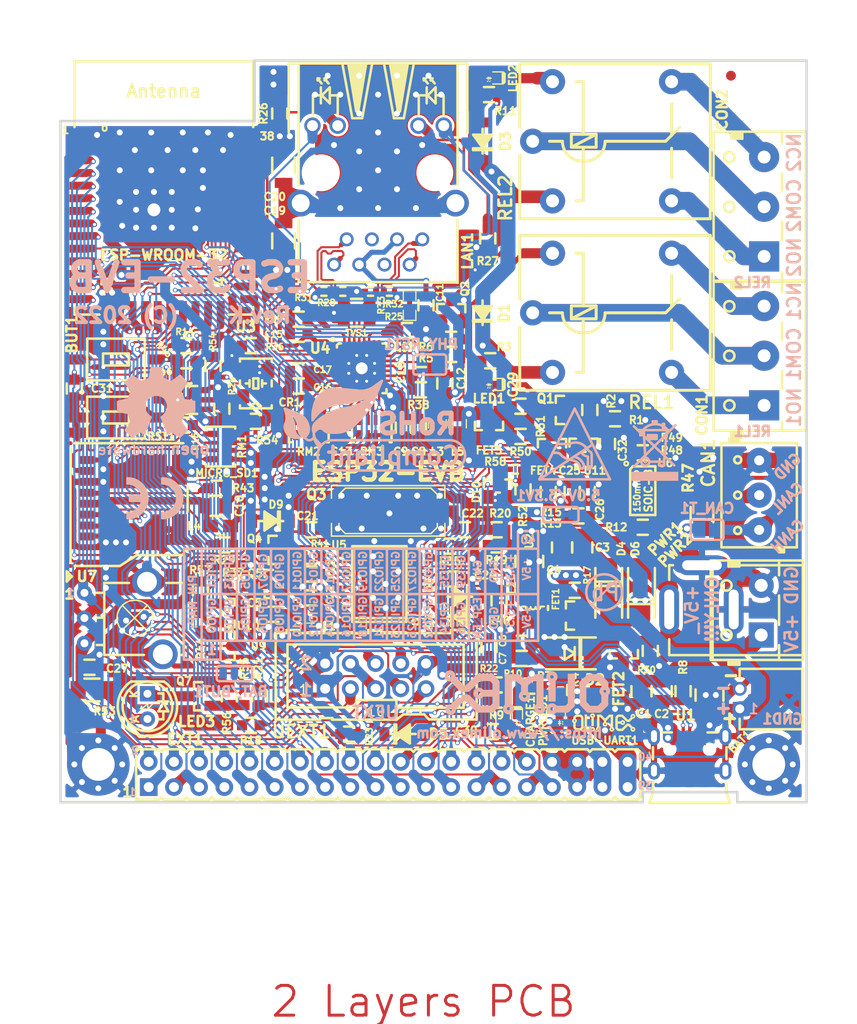
<source format=kicad_pcb>
(kicad_pcb (version 20171130) (host pcbnew 5.1.12-84ad8e8a86~92~ubuntu18.04.1)
  (title_block (title ESP32-EVB) (date 2023-04-14) (rev K1) (company "OLIMEX Ltd.") (comment 1 https://www.olimex.com))
  (layers (0 F.Cu mixed) (31 B.Cu mixed) (34 B.Paste user hide) (35 F.Paste user hide) (36 B.SilkS user hide) (37 F.SilkS user) (38 B.Mask user hide) (39 F.Mask user hide) (44 Edge.Cuts user))
  (net 0 "")
  (net 1 +5V)
  (net 2 GND)
  (net 3 "Net-(BAT1-Pad1)")
  (net 4 "Net-(BUT1-Pad2)")
  (net 5 /GPI34/BUT1)
  (net 6 "Net-(C3-Pad1)")
  (net 7 "Net-(C5-Pad2)")
  (net 8 "Net-(C10-Pad1)")
  (net 9 "Net-(C11-Pad1)")
  (net 10 "Net-(C18-Pad2)")
  (net 11 "Net-(CON1-Pad3)")
  (net 12 "Net-(CON1-Pad1)")
  (net 13 "Net-(CON1-Pad2)")
  (net 14 "Net-(CON2-Pad2)")
  (net 15 "Net-(CON2-Pad1)")
  (net 16 "Net-(CON2-Pad3)")
  (net 17 "Net-(CR1-Pad3)")
  (net 18 "Net-(D1-Pad2)")
  (net 19 "Net-(D3-Pad2)")
  (net 20 /GPIO3/U0RXD)
  (net 21 "Net-(D5-Pad1)")
  (net 22 /ESP_EN)
  (net 23 "/GPIO25/EMAC_RXD0(RMII)")
  (net 24 "/GPIO19/EMAC_TXD0(RMII)")
  (net 25 "/GPIO26/EMAC_RXD1(RMII)")
  (net 26 /GPIO33/REL2)
  (net 27 /GPIO32/REL1)
  (net 28 /GPIO9/SD_DATA2)
  (net 29 /GPIO8/SD_DATA1)
  (net 30 /GPIO6/SD_CLK)
  (net 31 /GPIO7/SD_DATA0)
  (net 32 /GPIO1/U0TXD)
  (net 33 /GPIO10/SD_DATA3)
  (net 34 /GPIO11/SD_CMD)
  (net 35 "Net-(L2-Pad1)")
  (net 36 "Net-(LED1-Pad2)")
  (net 37 "Net-(LED2-Pad2)")
  (net 38 "Net-(Q1-Pad1)")
  (net 39 "Net-(Q2-Pad1)")
  (net 40 "Net-(R19-Pad1)")
  (net 41 "Net-(R39-Pad1)")
  (net 42 /PHYAD0)
  (net 43 /PHYAD1)
  (net 44 /PHYAD2)
  (net 45 /RMIISEL)
  (net 46 /VDD1A-2A)
  (net 47 /VDDCR)
  (net 48 "/GPIO22/EMAC_TXD1(RMII)")
  (net 49 "/GPIO21/EMAC_TX_EN(RMII)")
  (net 50 "Net-(MICRO_SD1-Pad5)")
  (net 51 "Net-(LAN1-PadAG1)")
  (net 52 "Net-(LAN1-PadAY1)")
  (net 53 "Net-(LAN1-PadKG1)")
  (net 54 "Net-(LAN1-PadKY1)")
  (net 55 "Net-(C19-Pad1)")
  (net 56 "Net-(C21-Pad1)")
  (net 57 "Net-(C22-Pad1)")
  (net 58 /CANL)
  (net 59 /CANH)
  (net 60 "Net-(CAN_T1-Pad1)")
  (net 61 /GPI36/U1RXD)
  (net 62 /+5V_EXT)
  (net 63 /GPI39/IR_RECEIVE)
  (net 64 "/GPIO23/MDC(RMII)")
  (net 65 /GPIO27/EMAC_RX_CRS_DV)
  (net 66 /GPI35/CAN-RX)
  (net 67 /GPIO5/CAN-TX)
  (net 68 /GPIO4/U1TXD)
  (net 69 /GPIO0/XTAL1/CLKIN)
  (net 70 /GPIO2/HS2_DATA0)
  (net 71 /GPIO12/IR_Transmit)
  (net 72 /GPIO13/I2C-SDA)
  (net 73 /GPIO14/HS2_CLK)
  (net 74 /GPIO15/HS2_CMD)
  (net 75 /GPIO16/I2C-SCL)
  (net 76 /GPIO17/SPI_CS)
  (net 77 "/GPIO18/MDIO(RMII)")
  (net 78 /+5V_USB)
  (net 79 "Net-(LED3-Pad1)")
  (net 80 "Net-(LED3-Pad2)")
  (net 81 "Net-(MICRO_SD1-Pad1)")
  (net 82 "Net-(MICRO_SD1-Pad2)")
  (net 83 "Net-(MICRO_SD1-Pad8)")
  (net 84 "Net-(Q4-Pad2)")
  (net 85 "Net-(Q4-Pad1)")
  (net 86 "Net-(Q5-Pad2)")
  (net 87 "Net-(Q5-Pad1)")
  (net 88 "Net-(Q7-Pad1)")
  (net 89 "Net-(R48-Pad1)")
  (net 90 "Net-(U3-Pad32)")
  (net 91 "Net-(U4-Pad4)")
  (net 92 "Net-(U4-Pad14)")
  (net 93 "Net-(U4-Pad18)")
  (net 94 "Net-(U4-Pad20)")
  (net 95 "Net-(U4-Pad26)")
  (net 96 "Net-(U5-Pad6)")
  (net 97 "Net-(U5-Pad7)")
  (net 98 "Net-(U5-Pad11)")
  (net 99 "Net-(U5-Pad12)")
  (net 100 "Net-(U5-Pad13)")
  (net 101 "Net-(U5-Pad14)")
  (net 102 "Net-(U5-Pad17)")
  (net 103 "Net-(USB-UART1-Pad4)")
  (net 104 /OSC_DIS)
  (net 105 "Net-(PWRLED1-Pad1)")
  (net 106 "Net-(Q5-Pad3)")
  (net 107 "Net-(C28-Pad1)")
  (net 108 "Net-(MICRO_SD1-Pad7)")
  (net 109 "Net-(5.0V/3.3V1-Pad2)")
  (net 110 "Net-(R44-Pad2)")
  (net 111 /D_Com)
  (net 112 +3.3VLAN)
  (net 113 "Net-(C29-Pad2)")
  (net 114 "Net-(FET4-Pad3)")
  (net 115 "Net-(CHARGE1-Pad1)")
  (net 116 "Net-(R7-Pad1)")
  (net 117 "Net-(R8-Pad2)")
  (net 118 /BUT1)
  (net 119 "Net-(BAT/BUT1-Pad3)")
  (net 120 "Net-(C24-Pad1)")
  (net 121 "Net-(D7-Pad1)")
  (net 122 "Net-(D8-Pad2)")
  (net 123 "Net-(U5-Pad20)")
  (net 124 "Net-(R12-Pad2)")
  (net 125 "Net-(R13-Pad2)")
  (net 126 "Net-(D9-Pad1)")
  (net 127 "Net-(C32-Pad2)")
  (net 128 "Net-(D10-Pad3)")
  (net 129 /RXN-)
  (net 130 /RXP+)
  (net 131 /TXN-)
  (net 132 /TXP+)
  (net 133 +3.3V)
  (module OLIMEX_Connectors-FP:TB2-DG306-5.0_2P (layer F.Cu) (at 140.208 122.395 90)
    (fp_text reference PWR2 (at 6.063 -8.636 45) (layer F.SilkS) (effects (font (size 1.016 1.016) (thickness 0.254))))
    (fp_text value "NA(TB2 DG306-5.0-2P)")
    (pad 1 thru_hole rect (at -2.5 0 90) (size 2.54 2.54) (drill 1.3) (layers *.Cu *.Mask) (net 62 /+5V_EXT))
    (pad 2 thru_hole circle (at 2.5 0 90) (size 2.54 2.54) (drill 1.3) (layers *.Cu *.Mask) (net 2 GND))
  )
  (module "OLIMEX_Connectors-FP:PWRJ-2mm(YDJ-1136)" (layer F.Cu) (at 130.937 117.569 180)
    (fp_text reference PWR1 (at 0.381 2.38 45) (layer F.SilkS) (effects (font (size 1.016 1.016) (thickness 0.254))))
    (fp_text value "PWRJ-2mm(YDJ-1134)")
    (pad - thru_hole oval (at -3.3 -0.3 180) (size 5 2) (drill oval 4 1) (layers *.Cu *.Mask) (net 2 GND))
    (pad - thru_hole oval (at -6.5 -4.75 180) (size 2 5) (drill oval 1 4) (layers *.Cu *.Mask) (net 2 GND))
    (pad + thru_hole oval (at 0 -4.75 180) (size 2 5) (drill oval 1 4) (layers *.Cu *.Mask) (net 62 /+5V_EXT))
  )
  (module OLIMEX_Connectors-FP:UEXT_ML10 (layer F.Cu) (at 101.346 129.032)
    (fp_text reference UEXT1 (at -7.493 5.588) (layer F.SilkS) (effects (font (size 1.27 1.27) (thickness 0.254))))
    (fp_text value BH10S)
    (fp_text user 10 (at 0.0381 3.55092) (layer F.SilkS))
    (fp_text user 1 (at -7.2644 1.39192) (layer F.SilkS))
    (fp_text user 2 (at -7.34822 -1.23444) (layer F.SilkS))
    (pad 10 thru_hole circle (at 5.08 -1.27) (size 1.7 1.7) (drill 1) (layers *.Cu *.Mask) (net 76 /GPIO17/SPI_CS))
    (pad 9 thru_hole circle (at 5.08 1.27) (size 1.7 1.7) (drill 1) (layers *.Cu *.Mask) (net 73 /GPIO14/HS2_CLK))
    (pad 8 thru_hole circle (at 2.54 -1.27) (size 1.7 1.7) (drill 1) (layers *.Cu *.Mask) (net 70 /GPIO2/HS2_DATA0))
    (pad 7 thru_hole circle (at 2.54 1.27) (size 1.7 1.7) (drill 1) (layers *.Cu *.Mask) (net 74 /GPIO15/HS2_CMD))
    (pad 6 thru_hole circle (at 0 -1.27) (size 1.7 1.7) (drill 1) (layers *.Cu *.Mask) (net 72 /GPIO13/I2C-SDA))
    (pad 5 thru_hole circle (at 0 1.27) (size 1.7 1.7) (drill 1) (layers *.Cu *.Mask) (net 75 /GPIO16/I2C-SCL))
    (pad 4 thru_hole circle (at -2.54 -1.27) (size 1.7 1.7) (drill 1) (layers *.Cu *.Mask) (net 21 "Net-(D5-Pad1)"))
    (pad 3 thru_hole circle (at -2.54 1.27) (size 1.7 1.7) (drill 1) (layers *.Cu *.Mask) (net 68 /GPIO4/U1TXD))
    (pad 2 thru_hole circle (at -5.08 -1.27) (size 1.7 1.7) (drill 1) (layers *.Cu *.Mask) (net 2 GND))
    (pad 1 thru_hole rect (at -5.08 1.27) (size 1.7 1.7) (drill 1) (layers *.Cu *.Mask) (net 7 "Net-(C5-Pad2)"))
  )
  (module OLIMEX_Cases-FP:ESP-WROOM-32_MODULE (layer F.Cu) (at 80.01 79.883)
    (fp_text reference U3 (at 8.255 13.97) (layer F.SilkS) (effects (font (size 1.016 1.016) (thickness 0.254))))
    (fp_text value ESP-WROOM-32)
    (fp_text user 24 (at 5.715 9.935 90) (layer F.SilkS) (effects (font (size 1.016 1.016) (thickness 0.254))))
    (fp_text user 15 (at -5.715 9.935 90) (layer F.SilkS) (effects (font (size 1.016 1.016) (thickness 0.254))))
    (fp_text user 38 (at 10.414 -5.207) (layer F.SilkS) (effects (font (size 0.762 0.762) (thickness 0.1905))))
    (fp_text user 1 (at -9.906 -5.842) (layer F.SilkS) (effects (font (size 0.762 0.762) (thickness 0.1905))))
    (fp_text user ESP-WROOM-32 (at 0 6.76) (layer F.SilkS) (effects (font (size 1.016 1.016) (thickness 0.254))))
    (fp_text user Antenna (at 0 -9.75) (layer F.SilkS) (effects (font (size 1.27 1.27) (thickness 0.254))))
    (fp_text user o (at -5.969 -6.096) (layer F.SilkS) (effects (font (size 0.762 0.762) (thickness 0.1905))))
    (pad 39 thru_hole circle (at -2.8 4) (size 1.3 1.3) (drill 0.6) (layers *.Cu) (net 2 GND))
    (pad 39 thru_hole circle (at -1 2.2) (size 2 2) (drill 1.3) (layers *.Cu *.Mask) (net 2 GND))
    (pad 39 smd rect (at -1 2.2) (size 5 5) (layers F.Cu F.Mask) (net 2 GND))
    (pad 38 smd rect (at 8.6 -5.31) (size 1.8 0.8) (layers F.Cu F.Paste F.Mask) (net 2 GND))
    (pad 37 smd rect (at 8.6 -4.04) (size 1.8 0.8) (layers F.Cu F.Paste F.Mask) (net 64 "/GPIO23/MDC(RMII)"))
    (pad 36 smd rect (at 8.6 -2.77) (size 1.8 0.8) (layers F.Cu F.Paste F.Mask) (net 48 "/GPIO22/EMAC_TXD1(RMII)"))
    (pad 35 smd rect (at 8.6 -1.5) (size 1.8 0.8) (layers F.Cu F.Paste F.Mask) (net 32 /GPIO1/U0TXD))
    (pad 34 smd rect (at 8.6 -0.23) (size 1.8 0.8) (layers F.Cu F.Paste F.Mask) (net 20 /GPIO3/U0RXD))
    (pad 33 smd rect (at 8.6 1.04) (size 1.8 0.8) (layers F.Cu F.Paste F.Mask) (net 49 "/GPIO21/EMAC_TX_EN(RMII)"))
    (pad 32 smd rect (at 8.6 2.31) (size 1.8 0.8) (layers F.Cu F.Paste F.Mask) (net 90 "Net-(U3-Pad32)"))
    (pad 31 smd rect (at 8.6 3.58) (size 1.8 0.8) (layers F.Cu F.Paste F.Mask) (net 24 "/GPIO19/EMAC_TXD0(RMII)"))
    (pad 30 smd rect (at 8.6 4.85) (size 1.8 0.8) (layers F.Cu F.Paste F.Mask) (net 77 "/GPIO18/MDIO(RMII)"))
    (pad 29 smd rect (at 8.6 6.12) (size 1.8 0.8) (layers F.Cu F.Paste F.Mask) (net 67 /GPIO5/CAN-TX))
    (pad 28 smd rect (at 8.6 7.39) (size 1.8 0.8) (layers F.Cu F.Paste F.Mask) (net 76 /GPIO17/SPI_CS))
    (pad 27 smd rect (at 8.6 8.66) (size 1.8 0.8) (layers F.Cu F.Paste F.Mask) (net 75 /GPIO16/I2C-SCL))
    (pad 26 smd rect (at 8.6 9.93) (size 1.8 0.8) (layers F.Cu F.Paste F.Mask) (net 68 /GPIO4/U1TXD))
    (pad 25 smd rect (at 8.6 11.2) (size 1.8 0.8) (layers F.Cu F.Paste F.Mask) (net 69 /GPIO0/XTAL1/CLKIN))
    (pad 24 smd rect (at 5.73 12.3) (size 0.8 1.8) (layers F.Cu F.Paste F.Mask) (net 70 /GPIO2/HS2_DATA0))
    (pad 23 smd rect (at 4.46 12.3) (size 0.8 1.8) (layers F.Cu F.Paste F.Mask) (net 74 /GPIO15/HS2_CMD))
    (pad 22 smd rect (at 3.19 12.3) (size 0.8 1.8) (layers F.Cu F.Paste F.Mask) (net 29 /GPIO8/SD_DATA1))
    (pad 21 smd rect (at 1.92 12.3) (size 0.8 1.8) (layers F.Cu F.Paste F.Mask) (net 31 /GPIO7/SD_DATA0))
    (pad 20 smd rect (at 0.65 12.3) (size 0.8 1.8) (layers F.Cu F.Paste F.Mask) (net 30 /GPIO6/SD_CLK))
    (pad 19 smd rect (at -0.62 12.3) (size 0.8 1.8) (layers F.Cu F.Paste F.Mask) (net 34 /GPIO11/SD_CMD))
    (pad 18 smd rect (at -1.89 12.3) (size 0.8 1.8) (layers F.Cu F.Paste F.Mask) (net 33 /GPIO10/SD_DATA3))
    (pad 17 smd rect (at -3.16 12.3) (size 0.8 1.8) (layers F.Cu F.Paste F.Mask) (net 28 /GPIO9/SD_DATA2))
    (pad 16 smd rect (at -4.43 12.3) (size 0.8 1.8) (layers F.Cu F.Paste F.Mask) (net 72 /GPIO13/I2C-SDA))
    (pad 15 smd rect (at -5.7 12.3) (size 0.8 1.8) (layers F.Cu F.Paste F.Mask) (net 2 GND))
    (pad 14 smd rect (at -8.6 11.2) (size 1.8 0.8) (layers F.Cu F.Paste F.Mask) (net 71 /GPIO12/IR_Transmit))
    (pad 13 smd rect (at -8.6 9.93) (size 1.8 0.8) (layers F.Cu F.Paste F.Mask) (net 73 /GPIO14/HS2_CLK))
    (pad 12 smd rect (at -8.6 8.66) (size 1.8 0.8) (layers F.Cu F.Paste F.Mask) (net 65 /GPIO27/EMAC_RX_CRS_DV))
    (pad 11 smd rect (at -8.6 7.39) (size 1.8 0.8) (layers F.Cu F.Paste F.Mask) (net 25 "/GPIO26/EMAC_RXD1(RMII)"))
    (pad 10 smd rect (at -8.6 6.12) (size 1.8 0.8) (layers F.Cu F.Paste F.Mask) (net 23 "/GPIO25/EMAC_RXD0(RMII)"))
    (pad 9 smd rect (at -8.6 4.85) (size 1.8 0.8) (layers F.Cu F.Paste F.Mask) (net 26 /GPIO33/REL2))
    (pad 8 smd rect (at -8.6 3.58) (size 1.8 0.8) (layers F.Cu F.Paste F.Mask) (net 27 /GPIO32/REL1))
    (pad 7 smd rect (at -8.6 2.31) (size 1.8 0.8) (layers F.Cu F.Paste F.Mask) (net 66 /GPI35/CAN-RX))
    (pad 6 smd rect (at -8.6 1.04) (size 1.8 0.8) (layers F.Cu F.Paste F.Mask) (net 5 /GPI34/BUT1))
    (pad 5 smd rect (at -8.6 -0.23) (size 1.8 0.8) (layers F.Cu F.Paste F.Mask) (net 63 /GPI39/IR_RECEIVE))
    (pad 4 smd rect (at -8.6 -1.5) (size 1.8 0.8) (layers F.Cu F.Paste F.Mask) (net 61 /GPI36/U1RXD))
    (pad 3 smd rect (at -8.6 -2.77) (size 1.8 0.8) (layers F.Cu F.Paste F.Mask) (net 22 /ESP_EN))
    (pad 2 smd rect (at -8.6 -4.04) (size 1.8 0.8) (layers F.Cu F.Paste F.Mask) (net 133 +3.3V))
    (pad 1 smd rect (at -8.6 -5.31) (size 1.8 0.8) (layers F.Cu F.Paste F.Mask) (net 2 GND))
    (pad 39 thru_hole circle (at 0.8 4) (size 1.3 1.3) (drill 0.6) (layers *.Cu) (net 2 GND))
    (pad 39 thru_hole circle (at -2.8 0.4) (size 1.3 1.3) (drill 0.6) (layers *.Cu) (net 2 GND))
    (pad 39 thru_hole circle (at 0.8 0.4) (size 1.3 1.3) (drill 0.6) (layers *.Cu) (net 2 GND))
    (pad 39 thru_hole circle (at -1 0.4) (size 1.3 1.3) (drill 0.6) (layers *.Cu) (net 2 GND))
    (pad 39 thru_hole circle (at -1 4) (size 1.3 1.3) (drill 0.6) (layers *.Cu) (net 2 GND))
    (pad 39 thru_hole circle (at -2.8 2.2) (size 1.3 1.3) (drill 0.6) (layers *.Cu) (net 2 GND))
    (pad 39 thru_hole circle (at 0.8 2.2) (size 1.3 1.3) (drill 0.6) (layers *.Cu) (net 2 GND))
  )
  (module OLIMEX_RLC-FP:R_0402_5MIL_DWS (layer F.Cu) (at 100.838 90.297)
    (fp_text reference R33 (at 1.0795 1.397 90) (layer F.SilkS) (effects (font (size 0.635 0.635) (thickness 0.15875))))
    (fp_text value 49.9R/1%/R0402)
    (pad 1 smd rect (at -0.508 0 180) (size 0.5 0.55) (layers F.Cu F.Paste F.Mask) (net 46 /VDD1A-2A))
    (pad 2 smd rect (at 0.508 0) (size 0.5 0.55) (layers F.Cu F.Paste F.Mask) (net 132 /TXP+))
  )
  (module OLIMEX_RLC-FP:R_0603_5MIL_DWS (layer F.Cu) (at 85.344 110.109 180)
    (fp_text reference R43 (at -2.667 0) (layer F.SilkS) (effects (font (size 0.762 0.762) (thickness 0.1905))))
    (fp_text value 10R/R0603)
    (pad 2 smd rect (at 0.889 0 180) (size 1.016 1.016) (layers F.Cu F.Paste F.Mask) (net 50 "Net-(MICRO_SD1-Pad5)"))
    (pad 1 smd rect (at -0.889 0 180) (size 1.016 1.016) (layers F.Cu F.Paste F.Mask) (net 73 /GPIO14/HS2_CLK))
  )
  (module OLIMEX_RLC-FP:R_0402_5MIL_DWS (layer F.Cu) (at 102.743 90.297 180)
    (fp_text reference R32 (at -0.508 -1.27 180) (layer F.SilkS) (effects (font (size 0.635 0.635) (thickness 0.15875))))
    (fp_text value 49.9R/1%/R0402)
    (pad 2 smd rect (at 0.508 0 180) (size 0.5 0.55) (layers F.Cu F.Paste F.Mask) (net 131 /TXN-))
    (pad 1 smd rect (at -0.508 0) (size 0.5 0.55) (layers F.Cu F.Paste F.Mask) (net 46 /VDD1A-2A))
  )
  (module OLIMEX_Connectors-FP:HN2x20 (layer F.Cu) (at 102.616 138.938)
    (fp_text reference EXT1 (at -20.447 -3.556) (layer F.SilkS) (effects (font (size 1.016 1.016) (thickness 0.254))))
    (fp_text value "NA(HN2x20)")
    (pad 20 thru_hole circle (at -1.27 -1.27) (size 1.778 1.778) (drill 1) (layers *.Cu *.Mask) (net 24 "/GPIO19/EMAC_TXD0(RMII)"))
    (pad 19 thru_hole circle (at -1.27 1.27) (size 1.778 1.778) (drill 1) (layers *.Cu *.Mask) (net 77 "/GPIO18/MDIO(RMII)"))
    (pad 18 thru_hole circle (at -3.81 -1.27) (size 1.778 1.778) (drill 1) (layers *.Cu *.Mask) (net 76 /GPIO17/SPI_CS))
    (pad 17 thru_hole circle (at -3.81 1.27) (size 1.778 1.778) (drill 1) (layers *.Cu *.Mask) (net 75 /GPIO16/I2C-SCL))
    (pad 16 thru_hole circle (at -6.35 -1.27) (size 1.778 1.778) (drill 1) (layers *.Cu *.Mask) (net 74 /GPIO15/HS2_CMD))
    (pad 15 thru_hole circle (at -6.35 1.27) (size 1.778 1.778) (drill 1) (layers *.Cu *.Mask) (net 73 /GPIO14/HS2_CLK))
    (pad 14 thru_hole circle (at -8.89 -1.27) (size 1.778 1.778) (drill 1) (layers *.Cu *.Mask) (net 72 /GPIO13/I2C-SDA))
    (pad 13 thru_hole circle (at -8.89 1.27) (size 1.778 1.778) (drill 1) (layers *.Cu *.Mask) (net 71 /GPIO12/IR_Transmit))
    (pad 12 thru_hole circle (at -11.43 -1.27) (size 1.778 1.778) (drill 1) (layers *.Cu *.Mask) (net 34 /GPIO11/SD_CMD))
    (pad 11 thru_hole circle (at -11.43 1.27) (size 1.778 1.778) (drill 1) (layers *.Cu *.Mask) (net 33 /GPIO10/SD_DATA3))
    (pad 4 thru_hole circle (at -21.59 -1.27) (size 1.778 1.778) (drill 1) (layers *.Cu *.Mask) (net 20 /GPIO3/U0RXD))
    (pad 3 thru_hole circle (at -21.59 1.27) (size 1.778 1.778) (drill 1) (layers *.Cu *.Mask) (net 70 /GPIO2/HS2_DATA0))
    (pad 2 thru_hole circle (at -24.13 -1.27) (size 1.778 1.778) (drill 1) (layers *.Cu *.Mask) (net 32 /GPIO1/U0TXD))
    (pad 1 thru_hole rect (at -24.13 1.27) (size 1.778 1.778) (drill 1) (layers *.Cu *.Mask) (net 69 /GPIO0/XTAL1/CLKIN))
    (pad 5 thru_hole circle (at -19.05 1.27) (size 1.778 1.778) (drill 1) (layers *.Cu *.Mask) (net 68 /GPIO4/U1TXD))
    (pad 6 thru_hole circle (at -19.05 -1.27) (size 1.778 1.778) (drill 1) (layers *.Cu *.Mask) (net 67 /GPIO5/CAN-TX))
    (pad 8 thru_hole circle (at -16.51 -1.27) (size 1.778 1.778) (drill 1) (layers *.Cu *.Mask) (net 31 /GPIO7/SD_DATA0))
    (pad 7 thru_hole circle (at -16.51 1.27) (size 1.778 1.778) (drill 1) (layers *.Cu *.Mask) (net 30 /GPIO6/SD_CLK))
    (pad 9 thru_hole circle (at -13.97 1.27) (size 1.778 1.778) (drill 1) (layers *.Cu *.Mask) (net 29 /GPIO8/SD_DATA1))
    (pad 10 thru_hole circle (at -13.97 -1.27) (size 1.778 1.778) (drill 1) (layers *.Cu *.Mask) (net 28 /GPIO9/SD_DATA2))
    (pad 30 thru_hole circle (at 11.43 -1.27) (size 1.778 1.778) (drill 1) (layers *.Cu *.Mask) (net 66 /GPI35/CAN-RX))
    (pad 29 thru_hole circle (at 11.43 1.27) (size 1.778 1.778) (drill 1) (layers *.Cu *.Mask) (net 5 /GPI34/BUT1))
    (pad 27 thru_hole circle (at 8.89 1.27) (size 1.778 1.778) (drill 1) (layers *.Cu *.Mask) (net 27 /GPIO32/REL1))
    (pad 28 thru_hole circle (at 8.89 -1.27) (size 1.778 1.778) (drill 1) (layers *.Cu *.Mask) (net 26 /GPIO33/REL2))
    (pad 26 thru_hole circle (at 6.35 -1.27) (size 1.778 1.778) (drill 1) (layers *.Cu *.Mask) (net 65 /GPIO27/EMAC_RX_CRS_DV))
    (pad 25 thru_hole circle (at 6.35 1.27) (size 1.778 1.778) (drill 1) (layers *.Cu *.Mask) (net 25 "/GPIO26/EMAC_RXD1(RMII)"))
    (pad 21 thru_hole circle (at 1.27 1.27) (size 1.778 1.778) (drill 1) (layers *.Cu *.Mask) (net 49 "/GPIO21/EMAC_TX_EN(RMII)"))
    (pad 22 thru_hole circle (at 1.27 -1.27) (size 1.778 1.778) (drill 1) (layers *.Cu *.Mask) (net 48 "/GPIO22/EMAC_TXD1(RMII)"))
    (pad 23 thru_hole circle (at 3.81 1.27) (size 1.778 1.778) (drill 1) (layers *.Cu *.Mask) (net 64 "/GPIO23/MDC(RMII)"))
    (pad 24 thru_hole circle (at 3.81 -1.27) (size 1.778 1.778) (drill 1) (layers *.Cu *.Mask) (net 23 "/GPIO25/EMAC_RXD0(RMII)"))
    (pad 31 thru_hole circle (at 13.97 1.27) (size 1.778 1.778) (drill 1) (layers *.Cu *.Mask) (net 61 /GPI36/U1RXD))
    (pad 32 thru_hole circle (at 13.97 -1.27) (size 1.778 1.778) (drill 1) (layers *.Cu *.Mask) (net 63 /GPI39/IR_RECEIVE))
    (pad 33 thru_hole circle (at 16.51 1.27) (size 1.778 1.778) (drill 1) (layers *.Cu *.Mask) (net 22 /ESP_EN))
    (pad 34 thru_hole circle (at 16.51 -1.27) (size 1.778 1.778) (drill 1) (layers *.Cu *.Mask) (net 2 GND))
    (pad 35 thru_hole circle (at 19.05 1.27) (size 1.778 1.778) (drill 1) (layers *.Cu *.Mask) (net 2 GND))
    (pad 36 thru_hole circle (at 19.05 -1.27) (size 1.778 1.778) (drill 1) (layers *.Cu *.Mask) (net 2 GND))
    (pad 37 thru_hole circle (at 21.59 1.27) (size 1.778 1.778) (drill 1) (layers *.Cu *.Mask) (net 133 +3.3V))
    (pad 38 thru_hole circle (at 21.59 -1.27) (size 1.778 1.778) (drill 1) (layers *.Cu *.Mask) (net 133 +3.3V))
    (pad 39 thru_hole circle (at 24.13 1.27) (size 1.778 1.778) (drill 1) (layers *.Cu *.Mask) (net 1 +5V))
    (pad 40 thru_hole circle (at 24.13 -1.27) (size 1.778 1.778) (drill 1) (layers *.Cu *.Mask) (net 1 +5V))
  )
  (module OLIMEX_Connectors-FP:TB3-3.5mm (layer F.Cu) (at 140 110.815 270)
    (fp_text reference CAN1 (at -3.246 5.126 270) (layer F.SilkS) (effects (font (size 1.27 1.27) (thickness 0.254))))
    (fp_text value TB3-3.5mm)
    (pad 3 thru_hole circle (at 3.5 0 270) (size 2.54 2.54) (drill 1) (layers *.Cu *.Mask) (net 59 /CANH))
    (pad 1 thru_hole circle (at -3.5 0 270) (size 2.54 2.54) (drill 1) (layers *.Cu *.Mask) (net 2 GND))
    (pad 2 thru_hole circle (at 0 0 270) (size 2.54 2.54) (drill 1) (layers *.Cu *.Mask) (net 58 /CANL))
  )
  (module OLIMEX_Connectors-FP:RJLBC-060TC1 (layer F.Cu) (at 101.6 78.359 180)
    (fp_text reference LAN1 (at -9.017 -7.874 270) (layer F.SilkS) (effects (font (size 1.016 1.016) (thickness 0.254))))
    (fp_text value "RJLD-060TC1(LPJ4013EDNL)")
    (pad "" np_thru_hole circle (at 5.715 0 180) (size 3.2 3.2) (drill 3.2) (layers *.Cu *.Mask))
    (pad "" np_thru_hole circle (at -5.715 0 180) (size 3.2 3.2) (drill 3.2) (layers *.Cu *.Mask))
    (pad KY1 thru_hole circle (at -4.07 4.7485 180) (size 1.65 1.65) (drill 1.1) (layers *.Cu *.Mask) (net 54 "Net-(LAN1-PadKY1)"))
    (pad KG1 thru_hole circle (at 6.61 4.7485 180) (size 1.65 1.65) (drill 1.1) (layers *.Cu *.Mask) (net 53 "Net-(LAN1-PadKG1)"))
    (pad GND2 thru_hole circle (at 7.8 -3.05 180) (size 2.7 2.7) (drill 1.8) (layers *.Cu *.Mask) (net 55 "Net-(C19-Pad1)"))
    (pad GND1 thru_hole circle (at -7.8 -3.05 180) (size 2.7 2.7) (drill 1.8) (layers *.Cu *.Mask) (net 55 "Net-(C19-Pad1)"))
    (pad AY1 thru_hole circle (at -6.61 4.7485 180) (size 1.65 1.65) (drill 1.1) (layers *.Cu *.Mask) (net 52 "Net-(LAN1-PadAY1)"))
    (pad AG1 thru_hole circle (at 4.07 4.7485 180) (size 1.65 1.65) (drill 1.1) (layers *.Cu *.Mask) (net 51 "Net-(LAN1-PadAG1)"))
    (pad 8 thru_hole circle (at 4.435 -9.24 180) (size 1.41 1.41) (drill 0.9) (layers *.Cu *.Mask) (net 129 /RXN-))
    (pad 7 thru_hole circle (at 3.165 -6.7 180) (size 1.41 1.41) (drill 0.9) (layers *.Cu *.Mask) (net 130 /RXP+))
    (pad 6 thru_hole circle (at 1.895 -9.24 180) (size 1.41 1.41) (drill 0.9) (layers *.Cu *.Mask) (net 9 "Net-(C11-Pad1)"))
    (pad 5 thru_hole circle (at 0.625 -6.7 180) (size 1.41 1.41) (drill 0.9) (layers *.Cu *.Mask))
    (pad 4 thru_hole circle (at -0.645 -9.24 180) (size 1.41 1.41) (drill 0.9) (layers *.Cu *.Mask))
    (pad 3 thru_hole circle (at -1.915 -6.7 180) (size 1.41 1.41) (drill 0.9) (layers *.Cu *.Mask) (net 9 "Net-(C11-Pad1)"))
    (pad 2 thru_hole circle (at -3.185 -9.24 180) (size 1.41 1.41) (drill 0.9) (layers *.Cu *.Mask) (net 131 /TXN-))
    (pad 1 thru_hole circle (at -4.455 -6.7 180) (size 1.41 1.41) (drill 0.9) (layers *.Cu *.Mask) (net 132 /TXP+))
  )
  (module OLIMEX_Relays-FP:Relay_RAS-05-15 (layer F.Cu) (at 125.476 75.184 180)
    (fp_text reference REL2 (at 11.049 -5.715 270) (layer F.SilkS) (effects (font (size 1.27 1.27) (thickness 0.254))))
    (fp_text value RAS-0515)
    (pad COM0 thru_hole circle (at 8.3 0 180) (size 2.54 2.54) (drill 1.3) (layers *.Cu *.Mask) (net 14 "Net-(CON2-Pad2)") (clearance 2.54))
    (pad NO0 thru_hole circle (at -5.7 -6 180) (size 2.54 2.54) (drill 1.3) (layers *.Cu *.Mask) (net 15 "Net-(CON2-Pad1)") (clearance 2.54))
    (pad NC0 thru_hole circle (at -5.7 6 180) (size 2.54 2.54) (drill 1.3) (layers *.Cu *.Mask) (net 16 "Net-(CON2-Pad3)") (clearance 2.54))
    (pad 2 thru_hole circle (at 6.3 6 180) (size 2.54 2.54) (drill 1.3) (layers *.Cu *.Mask) (net 19 "Net-(D3-Pad2)"))
    (pad 1 thru_hole circle (at 6.3 -6 180) (size 2.54 2.54) (drill 1.3) (layers *.Cu *.Mask) (net 1 +5V))
  )
  (module OLIMEX_Relays-FP:Relay_RAS-05-15 (layer F.Cu) (at 125.476 92.456 180)
    (fp_text reference REL1 (at -3.683 -9.017) (layer F.SilkS) (effects (font (size 1.27 1.27) (thickness 0.254))))
    (fp_text value RAS-0515)
    (pad COM0 thru_hole circle (at 8.3 0 180) (size 2.54 2.54) (drill 1.3) (layers *.Cu *.Mask) (net 13 "Net-(CON1-Pad2)") (clearance 2.54))
    (pad NO0 thru_hole circle (at -5.7 -6 180) (size 2.54 2.54) (drill 1.3) (layers *.Cu *.Mask) (net 12 "Net-(CON1-Pad1)") (clearance 2.54))
    (pad NC0 thru_hole circle (at -5.7 6 180) (size 2.54 2.54) (drill 1.3) (layers *.Cu *.Mask) (net 11 "Net-(CON1-Pad3)") (clearance 2.54))
    (pad 2 thru_hole circle (at 6.3 6 180) (size 2.54 2.54) (drill 1.3) (layers *.Cu *.Mask) (net 18 "Net-(D1-Pad2)"))
    (pad 1 thru_hole circle (at 6.3 -6 180) (size 2.54 2.54) (drill 1.3) (layers *.Cu *.Mask) (net 1 +5V))
  )
  (module OLIMEX_Connectors-FP:LIPO_BAT-CON2DW02R (layer F.Cu) (at 141.1986 131.318 90)
    (fp_text reference BAT1 (at -4.318 -3.1496 225) (layer F.SilkS) (effects (font (size 0.762 0.762) (thickness 0.1905))))
    (fp_text value DW02R)
    (pad 1 thru_hole rect (at -1.00838 -3.15214 90) (size 1.4 1.4) (drill 0.9) (layers *.Cu *.Mask) (net 3 "Net-(BAT1-Pad1)"))
    (pad 2 thru_hole circle (at 1.0033 -3.15468 90) (size 1.4 1.4) (drill 0.9) (layers *.Cu *.Mask) (net 2 GND))
  )
  (module OLIMEX_Diodes-FP:SMA-KA (layer F.Cu) (at 124.841 120.65 270)
    (fp_text reference D4 (at -4.445 -1.27 270) (layer F.SilkS) (effects (font (size 0.762 0.762) (thickness 0.1905))))
    (fp_text value 1N5822/SS34/SMA)
    (pad 2 smd rect (at 2.373 0 270) (size 1.746 1.192) (layers F.Cu) (net 1 +5V) (clearance 0.254))
    (pad 1 smd rect (at -2.373 0 270) (size 1.746 1.192) (layers F.Cu) (net 6 "Net-(C3-Pad1)") (clearance 0.254))
    (pad 1 smd rect (at -2.5 0 270) (size 2 1.7) (layers F.Cu F.Paste F.Mask) (net 6 "Net-(C3-Pad1)"))
    (pad 2 smd rect (at 2.5 0 270) (size 2 1.7) (layers F.Cu F.Paste F.Mask) (net 1 +5V))
  )
  (module OLIMEX_Diodes-FP:SMA-KA (layer F.Cu) (at 128.143 120.65 90)
    (fp_text reference D6 (at 4.445 -0.635 90) (layer F.SilkS) (effects (font (size 0.762 0.762) (thickness 0.1905))))
    (fp_text value 1N5822/SS34/SMA)
    (pad 2 smd rect (at 2.373 0 90) (size 1.746 1.192) (layers F.Cu) (net 62 /+5V_EXT) (clearance 0.254))
    (pad 1 smd rect (at -2.373 0 90) (size 1.746 1.192) (layers F.Cu) (net 1 +5V) (clearance 0.254))
    (pad 1 smd rect (at -2.5 0 90) (size 2 1.7) (layers F.Cu F.Paste F.Mask) (net 1 +5V))
    (pad 2 smd rect (at 2.5 0 90) (size 2 1.7) (layers F.Cu F.Paste F.Mask) (net 62 /+5V_EXT))
  )
  (module OLIMEX_Diodes-FP:SOD-123_1C-2A_KA (layer F.Cu) (at 104.14 134.874)
    (fp_text reference D5 (at 3.556 0) (layer F.SilkS) (effects (font (size 1.016 1.016) (thickness 0.254))))
    (fp_text value "1N5819S4(SOD-123)")
    (pad 2 smd rect (at 1.9 0) (size 1 1.4) (layers F.Cu F.Paste F.Mask) (net 61 /GPI36/U1RXD) (clearance 0.0508))
    (pad 1 smd rect (at -1.9 0) (size 1 1.4) (layers F.Cu F.Paste F.Mask) (net 21 "Net-(D5-Pad1)") (clearance 0.0508))
  )
  (module OLIMEX_Diodes-FP:SOD-123_1C-2A_KA (layer F.Cu) (at 109.855 123.063)
    (fp_text reference D7 (at -3.048 0.381 90) (layer F.SilkS) (effects (font (size 0.762 0.762) (thickness 0.1905))))
    (fp_text value "1N5819S4(SOD-123)")
    (pad 2 smd rect (at 1.9 0) (size 1 1.4) (layers F.Cu F.Paste F.Mask) (net 20 /GPIO3/U0RXD) (clearance 0.0508))
    (pad 1 smd rect (at -1.9 0) (size 1 1.4) (layers F.Cu F.Paste F.Mask) (net 121 "Net-(D7-Pad1)") (clearance 0.0508))
  )
  (module OLIMEX_Diodes-FP:SOD-123_1C-2A_KA (layer F.Cu) (at 109.855 121.031 180)
    (fp_text reference D8 (at 3.048 1.143 270) (layer F.SilkS) (effects (font (size 0.762 0.762) (thickness 0.1905))))
    (fp_text value "1N5819S4(SOD-123)")
    (pad 2 smd rect (at 1.9 0 180) (size 1 1.4) (layers F.Cu F.Paste F.Mask) (net 122 "Net-(D8-Pad2)") (clearance 0.0508))
    (pad 1 smd rect (at -1.9 0 180) (size 1 1.4) (layers F.Cu F.Paste F.Mask) (net 32 /GPIO1/U0TXD) (clearance 0.0508))
  )
  (module OLIMEX_Crystal-FP:Q_49U3HMS (layer F.Cu) (at 102.616 112.395)
    (fp_text reference Q3 (at -7.239 -1.651 180) (layer F.SilkS) (effects (font (size 1.016 1.016) (thickness 0.254))))
    (fp_text value "Q12MHz/20pF/30ppm/2P/HC-49SM(SMD)")
    (pad 1 smd rect (at -4.699 0) (size 4.826 1.1) (layers F.Cu F.Paste F.Mask) (net 56 "Net-(C21-Pad1)") (clearance 0.0508))
    (pad 2 smd rect (at 4.699 0) (size 4.826 1.1) (layers F.Cu F.Paste F.Mask) (net 57 "Net-(C22-Pad1)") (clearance 0.0508))
  )
  (module OLIMEX_Connectors-FP:USB-MICRO_MISB-SWMM-5B_LF (layer F.Cu) (at 133 138.303 270)
    (fp_text reference USB-UART1 (at -2.794 8.54 180) (layer F.SilkS) (effects (font (size 0.762 0.762) (thickness 0.1905))))
    (fp_text value "MISB-SWMM-5B-LF(USB_MICRO)")
    (pad 1 smd rect (at -3.15 1.3875) (size 0.5 1.65) (layers F.Cu F.Paste F.Mask) (net 78 /+5V_USB))
    (pad 2 smd rect (at -3.15 0.65) (size 0.325 1.65) (layers F.Cu F.Paste F.Mask) (net 97 "Net-(U5-Pad7)"))
    (pad 3 smd rect (at -3.15 0) (size 0.325 1.65) (layers F.Cu F.Paste F.Mask) (net 96 "Net-(U5-Pad6)"))
    (pad 4 smd rect (at -3.15 -0.65) (size 0.325 1.65) (layers F.Cu F.Paste F.Mask) (net 103 "Net-(USB-UART1-Pad4)"))
    (pad 5 smd rect (at -3.15 -1.3875) (size 0.5 1.65) (layers F.Cu F.Paste F.Mask) (net 2 GND))
    (pad "" np_thru_hole circle (at -1.9 2) (size 0.6 0.6) (drill 0.6) (layers *.Cu *.Mask))
    (pad "" np_thru_hole circle (at -1.9 -2) (size 0.6 0.6) (drill 0.6) (layers *.Cu *.Mask))
    (pad 0 smd rect (at 1.4 1.5) (size 1.1 1) (layers F.Cu F.Paste F.Mask) (net 2 GND))
    (pad 0 smd rect (at 1.4 -1.5) (size 1.1 1) (layers F.Cu F.Paste F.Mask) (net 2 GND))
    (pad 0 thru_hole oval (at 0.25 3.6) (size 1.2 1.8) (drill oval 0.6 1.2) (layers *.Cu *.Mask) (net 2 GND))
    (pad 0 thru_hole oval (at -3.22 3.6) (size 1.2 1.8) (drill oval 0.6 1.2) (layers *.Cu *.Mask) (net 2 GND))
    (pad 0 thru_hole oval (at -3.22 -3.6) (size 1.2 1.8) (drill oval 0.6 1.2) (layers *.Cu *.Mask) (net 2 GND))
    (pad 0 thru_hole oval (at 0.25 -3.6) (size 1.2 1.8) (drill oval 0.6 1.2) (layers *.Cu *.Mask) (net 2 GND))
  )
  (module "OLIMEX_Buttons-FP:T1107A(6x3,8x2,5MM)" (layer F.Cu) (at 75.184 97.155 180)
    (fp_text reference BUT1 (at 4.445 2.54 270) (layer F.SilkS) (effects (font (size 1.016 1.016) (thickness 0.254))))
    (fp_text value "T1107A(6x3,8x2,5MM)")
    (pad 2 smd rect (at 3.937 0 270) (size 1.016 1.524) (layers F.Cu F.Paste F.Mask) (net 4 "Net-(BUT1-Pad2)") (clearance 0.0508))
    (pad 1 smd rect (at -3.937 0 270) (size 1.016 1.524) (layers F.Cu F.Paste F.Mask) (net 118 /BUT1) (clearance 0.0508))
  )
  (module "OLIMEX_Buttons-FP:T1107A(6x3,8x2,5MM)" (layer F.Cu) (at 75.184 102.997 180)
    (fp_text reference RST1 (at -4.572 -1.905) (layer F.SilkS) (effects (font (size 0.762 0.762) (thickness 0.1905))))
    (fp_text value "T1107A(6x3,8x2,5MM)")
    (pad 2 smd rect (at 3.937 0 270) (size 1.016 1.524) (layers F.Cu F.Paste F.Mask) (net 2 GND) (clearance 0.0508))
    (pad 1 smd rect (at -3.937 0 270) (size 1.016 1.524) (layers F.Cu F.Paste F.Mask) (net 22 /ESP_EN) (clearance 0.0508))
  )
  (module OLIMEX_IC-FP:SOIC-8_150mil (layer F.Cu) (at 128.27 110.363 270)
    (fp_text reference U6 (at -2.794 -2.286 180) (layer F.SilkS) (effects (font (size 0.762 0.762) (thickness 0.1905))))
    (fp_text value "SIT1050T(SOIC-8_150mil)")
    (fp_text user SOIC-8 (at 0 -0.5715 270) (layer F.SilkS) (effects (font (size 0.762 0.762) (thickness 0.1905))))
    (fp_text user 150mil (at 0.508 0.5715 270) (layer F.SilkS) (effects (font (size 0.635 0.635) (thickness 0.15875))))
    (pad 8 smd rect (at -1.905 -2.5 270) (size 0.6 2.2) (layers F.Cu F.Paste F.Mask) (net 89 "Net-(R48-Pad1)") (clearance 0.0508))
    (pad 7 smd rect (at -0.635 -2.5 270) (size 0.6 2.2) (layers F.Cu F.Paste F.Mask) (net 59 /CANH) (clearance 0.0508))
    (pad 6 smd rect (at 0.635 -2.5 270) (size 0.6 2.2) (layers F.Cu F.Paste F.Mask) (net 58 /CANL) (clearance 0.0508))
    (pad 5 smd rect (at 1.905 -2.5 270) (size 0.6 2.2) (layers F.Cu F.Paste F.Mask) (net 124 "Net-(R12-Pad2)") (clearance 0.0508))
    (pad 4 smd rect (at 1.905 2.5 270) (size 0.6 2.2) (layers F.Cu F.Paste F.Mask) (net 125 "Net-(R13-Pad2)") (clearance 0.0508))
    (pad 3 smd rect (at 0.635 2.5 270) (size 0.6 2.2) (layers F.Cu F.Paste F.Mask) (net 109 "Net-(5.0V/3.3V1-Pad2)") (clearance 0.0508))
    (pad 2 smd rect (at -0.635 2.5 270) (size 0.6 2.2) (layers F.Cu F.Paste F.Mask) (net 2 GND) (clearance 0.0508))
    (pad 1 smd rect (at -1.905 2.5 270) (size 0.6 2.2) (layers F.Cu F.Paste F.Mask) (net 67 /GPIO5/CAN-TX) (clearance 0.0508))
  )
  (module OLIMEX_IC-FP:SSOP-20W (layer F.Cu) (at 101.727 119.761 90)
    (fp_text reference U5 (at 3.937 -4.064) (layer F.SilkS) (effects (font (size 0.762 0.762) (thickness 0.1905))))
    (fp_text value "CH340T(SSOP20W)")
    (fp_text user o (at -3.81 3.556 90) (layer F.SilkS) (effects (font (size 1.016 1.016) (thickness 0.254))))
    (pad 1 smd rect (at -2.925 3.6195 90) (size 0.325 1.27) (layers F.Cu F.Paste F.Mask))
    (pad 2 smd rect (at -2.275 3.6195 90) (size 0.325 1.27) (layers F.Cu F.Paste F.Mask))
    (pad 3 smd rect (at -1.625 3.6195 90) (size 0.325 1.27) (layers F.Cu F.Paste F.Mask) (net 121 "Net-(D7-Pad1)"))
    (pad 4 smd rect (at -0.975 3.6195 90) (size 0.325 1.27) (layers F.Cu F.Paste F.Mask) (net 122 "Net-(D8-Pad2)"))
    (pad 5 smd rect (at -0.325 3.6195 90) (size 0.325 1.27) (layers F.Cu F.Paste F.Mask) (net 120 "Net-(C24-Pad1)"))
    (pad 6 smd rect (at 0.325 3.6195 90) (size 0.325 1.27) (layers F.Cu F.Paste F.Mask) (net 96 "Net-(U5-Pad6)"))
    (pad 7 smd rect (at 0.975 3.6195 90) (size 0.325 1.27) (layers F.Cu F.Paste F.Mask) (net 97 "Net-(U5-Pad7)"))
    (pad 8 smd rect (at 1.625 3.6195 90) (size 0.325 1.27) (layers F.Cu F.Paste F.Mask) (net 2 GND))
    (pad 9 smd rect (at 2.275 3.6195 90) (size 0.325 1.27) (layers F.Cu F.Paste F.Mask) (net 56 "Net-(C21-Pad1)"))
    (pad 10 smd rect (at 2.925 3.6195 90) (size 0.325 1.27) (layers F.Cu F.Paste F.Mask) (net 57 "Net-(C22-Pad1)"))
    (pad 11 smd rect (at 2.925 -3.6195 90) (size 0.325 1.27) (layers F.Cu F.Paste F.Mask) (net 98 "Net-(U5-Pad11)"))
    (pad 12 smd rect (at 2.275 -3.6195 90) (size 0.325 1.27) (layers F.Cu F.Paste F.Mask) (net 99 "Net-(U5-Pad12)"))
    (pad 13 smd rect (at 1.625 -3.6195 90) (size 0.325 1.27) (layers F.Cu F.Paste F.Mask) (net 100 "Net-(U5-Pad13)"))
    (pad 14 smd rect (at 0.975 -3.6195 90) (size 0.325 1.27) (layers F.Cu F.Paste F.Mask) (net 101 "Net-(U5-Pad14)"))
    (pad 15 smd rect (at 0.325 -3.6195 90) (size 0.325 1.27) (layers F.Cu F.Paste F.Mask) (net 86 "Net-(Q5-Pad2)"))
    (pad 16 smd rect (at -0.325 -3.6195 90) (size 0.325 1.27) (layers F.Cu F.Paste F.Mask) (net 84 "Net-(Q4-Pad2)"))
    (pad 17 smd rect (at -0.975 -3.6195 90) (size 0.325 1.27) (layers F.Cu F.Paste F.Mask) (net 102 "Net-(U5-Pad17)"))
    (pad 18 smd rect (at -1.625 -3.6195 90) (size 0.325 1.27) (layers F.Cu F.Paste F.Mask))
    (pad 19 smd rect (at -2.275 -3.6195 90) (size 0.325 1.27) (layers F.Cu F.Paste F.Mask) (net 78 /+5V_USB))
    (pad 20 smd rect (at -2.925 -3.6195 90) (size 0.325 1.27) (layers F.Cu F.Paste F.Mask) (net 123 "Net-(U5-Pad20)"))
  )
  (module OLIMEX_Connectors-FP:TFC-WXCP11-08-LF (layer F.Cu) (at 76.327 111.125 180)
    (fp_text reference MICRO_SD1 (at -10.033 2.54 180) (layer F.SilkS) (effects (font (size 0.762 0.762) (thickness 0.1905))))
    (fp_text value TFC-WXCP11-08-LF)
    (pad SH2 smd rect (at -5.25 -3.15 270) (size 3.1 1.5) (layers F.Cu F.Paste F.Mask) (net 2 GND))
    (pad SH1 smd rect (at -5.25 2.91 270) (size 3.1 1.5) (layers F.Cu F.Paste F.Mask) (net 2 GND))
    (pad FID4 smd circle (at 5.72 5.54 270) (size 0.4 0.4) (layers F.Cu F.Mask))
    (pad FID3 smd circle (at -6.08 5.54 270) (size 0.4 0.4) (layers F.Cu F.Mask))
    (pad FID2 smd circle (at -6.08 -5.73 270) (size 0.4 0.4) (layers F.Cu F.Mask))
    (pad FID1 smd circle (at 5.72 -6.82 270) (size 0.4 0.4) (layers F.Cu F.Mask))
    (pad 8 smd rect (at 4 3.85 270) (size 0.8 1.5) (layers F.Cu F.Paste F.Mask) (net 83 "Net-(MICRO_SD1-Pad8)"))
    (pad 7 smd rect (at 4 2.75 270) (size 0.8 1.5) (layers F.Cu F.Paste F.Mask) (net 108 "Net-(MICRO_SD1-Pad7)"))
    (pad 6 smd rect (at 4 1.65 270) (size 0.8 1.5) (layers F.Cu F.Paste F.Mask) (net 2 GND))
    (pad 5 smd rect (at 4 0.55 270) (size 0.8 1.5) (layers F.Cu F.Paste F.Mask) (net 50 "Net-(MICRO_SD1-Pad5)"))
    (pad 4 smd rect (at 4 -0.55 270) (size 0.8 1.5) (layers F.Cu F.Paste F.Mask) (net 8 "Net-(C10-Pad1)"))
    (pad 3 smd rect (at 4 -1.65 270) (size 0.8 1.5) (layers F.Cu F.Paste F.Mask) (net 74 /GPIO15/HS2_CMD))
    (pad 2 smd rect (at 4 -2.75 270) (size 0.8 1.5) (layers F.Cu F.Paste F.Mask) (net 82 "Net-(MICRO_SD1-Pad2)"))
    (pad 1 smd rect (at 4 -3.85 270) (size 0.8 1.5) (layers F.Cu F.Paste F.Mask) (net 81 "Net-(MICRO_SD1-Pad1)"))
  )
  (module "OLIMEX_IC-FP:QFN32_EP(33)_5.00x5.00x0.90mm_Pitch_0.50mm" (layer F.Cu) (at 99.949 98.044 270)
    (fp_text reference U4 (at -2.032 4.191 180) (layer F.SilkS) (effects (font (size 1.016 1.016) (thickness 0.254))))
    (fp_text value "LAN8710A-EZC(QFN32)")
    (pad 33 smd rect (at 0 0 270) (size 3.6 3.6) (layers F.Cu F.Mask) (net 2 GND))
    (pad 33 thru_hole rect (at -0.5 -1.3 270) (size 0.4 0.4) (drill 0.3) (layers *.Cu F.Mask) (net 2 GND))
    (pad 33 thru_hole rect (at 0.5 -1.3 270) (size 0.4 0.4) (drill 0.3) (layers *.Cu F.Mask) (net 2 GND))
    (pad 33 thru_hole rect (at 1.3 -0.5 270) (size 0.4 0.4) (drill 0.29972) (layers *.Cu F.Mask) (net 2 GND))
    (pad 33 thru_hole rect (at 1.3 0.5 270) (size 0.4 0.4) (drill 0.3) (layers *.Cu F.Mask) (net 2 GND))
    (pad 33 thru_hole rect (at 0.5 1.3 270) (size 0.4 0.4) (drill 0.3) (layers *.Cu F.Mask) (net 2 GND))
    (pad 33 thru_hole rect (at -0.5 1.3 270) (size 0.4 0.4) (drill 0.3) (layers *.Cu F.Mask) (net 2 GND))
    (pad 33 thru_hole rect (at -1.3 0.5 270) (size 0.4 0.4) (drill 0.3) (layers *.Cu F.Mask) (net 2 GND))
    (pad 33 thru_hole rect (at -1.3 -0.5 270) (size 0.4 0.4) (drill 0.3) (layers *.Cu F.Mask) (net 2 GND))
    (pad 33 thru_hole rect (at 0 0 270) (size 1.4224 1.4224) (drill 1.2) (layers *.Cu *.Mask) (net 2 GND))
    (pad 32 smd rect (at -2.45 1.75 270) (size 0.8 0.25) (layers F.Cu F.Paste F.Mask) (net 41 "Net-(R39-Pad1)"))
    (pad 31 smd rect (at -2.45 1.25 270) (size 0.8 0.25) (layers F.Cu F.Paste F.Mask) (net 130 /RXP+))
    (pad 30 smd rect (at -2.45 0.75 270) (size 0.8 0.25) (layers F.Cu F.Paste F.Mask) (net 129 /RXN-))
    (pad 29 smd rect (at -2.45 0.25 270) (size 0.8 0.25) (layers F.Cu F.Paste F.Mask) (net 132 /TXP+))
    (pad 28 smd rect (at -2.45 -0.25 270) (size 0.8 0.25) (layers F.Cu F.Paste F.Mask) (net 131 /TXN-))
    (pad 27 smd rect (at -2.45 -0.75 270) (size 0.8 0.25) (layers F.Cu F.Paste F.Mask) (net 46 /VDD1A-2A))
    (pad 26 smd rect (at -2.45 -1.25 270) (size 0.8 0.25) (layers F.Cu F.Paste F.Mask) (net 95 "Net-(U4-Pad26)"))
    (pad 25 smd rect (at -2.45 -1.75 270) (size 0.8 0.25) (layers F.Cu F.Paste F.Mask) (net 2 GND))
    (pad 24 smd rect (at -1.75 -2.45 180) (size 0.8 0.25) (layers F.Cu F.Paste F.Mask) (net 2 GND))
    (pad 23 smd rect (at -1.25 -2.45 180) (size 0.8 0.25) (layers F.Cu F.Paste F.Mask) (net 48 "/GPIO22/EMAC_TXD1(RMII)"))
    (pad 22 smd rect (at -0.75 -2.45 180) (size 0.8 0.25) (layers F.Cu F.Paste F.Mask) (net 24 "/GPIO19/EMAC_TXD0(RMII)"))
    (pad 21 smd rect (at -0.25 -2.45 180) (size 0.8 0.25) (layers F.Cu F.Paste F.Mask) (net 49 "/GPIO21/EMAC_TX_EN(RMII)"))
    (pad 20 smd rect (at 0.25 -2.45 180) (size 0.8 0.25) (layers F.Cu F.Paste F.Mask) (net 94 "Net-(U4-Pad20)"))
    (pad 19 smd rect (at 0.75 -2.45 180) (size 0.8 0.25) (layers F.Cu F.Paste F.Mask) (net 10 "Net-(C18-Pad2)"))
    (pad 18 smd rect (at 1.25 -2.45 180) (size 0.8 0.25) (layers F.Cu F.Paste F.Mask) (net 93 "Net-(U4-Pad18)"))
    (pad 17 smd rect (at 1.75 -2.45 180) (size 0.8 0.25) (layers F.Cu F.Paste F.Mask) (net 64 "/GPIO23/MDC(RMII)"))
    (pad 16 smd rect (at 2.45 -1.75 90) (size 0.8 0.25) (layers F.Cu F.Paste F.Mask) (net 77 "/GPIO18/MDIO(RMII)"))
    (pad 15 smd rect (at 2.45 -1.25 90) (size 0.8 0.25) (layers F.Cu F.Paste F.Mask) (net 65 /GPIO27/EMAC_RX_CRS_DV))
    (pad 14 smd rect (at 2.45 -0.75 90) (size 0.8 0.25) (layers F.Cu F.Paste F.Mask) (net 92 "Net-(U4-Pad14)"))
    (pad 13 smd rect (at 2.45 -0.25 90) (size 0.8 0.25) (layers F.Cu F.Paste F.Mask) (net 42 /PHYAD0))
    (pad 12 smd rect (at 2.45 0.25 90) (size 0.8 0.25) (layers F.Cu F.Paste F.Mask) (net 112 +3.3VLAN))
    (pad 11 smd rect (at 2.45 0.75 90) (size 0.8 0.25) (layers F.Cu F.Paste F.Mask) (net 23 "/GPIO25/EMAC_RXD0(RMII)"))
    (pad 10 smd rect (at 2.45 1.25 90) (size 0.8 0.25) (layers F.Cu F.Paste F.Mask) (net 25 "/GPIO26/EMAC_RXD1(RMII)"))
    (pad 9 smd rect (at 2.45 1.75 90) (size 0.8 0.25) (layers F.Cu F.Paste F.Mask) (net 45 /RMIISEL))
    (pad 8 smd rect (at 1.75 2.45) (size 0.8 0.25) (layers F.Cu F.Paste F.Mask) (net 44 /PHYAD2))
    (pad 7 smd rect (at 1.25 2.45) (size 0.8 0.25) (layers F.Cu F.Paste F.Mask) (net 43 /PHYAD1))
    (pad 6 smd rect (at 0.75 2.45) (size 0.8 0.25) (layers F.Cu F.Paste F.Mask) (net 47 /VDDCR))
    (pad 5 smd rect (at 0.25 2.45) (size 0.8 0.25) (layers F.Cu F.Paste F.Mask) (net 69 /GPIO0/XTAL1/CLKIN))
    (pad 4 smd rect (at -0.25 2.45) (size 0.8 0.25) (layers F.Cu F.Paste F.Mask) (net 91 "Net-(U4-Pad4)"))
    (pad 3 smd rect (at -0.75 2.45) (size 0.8 0.25) (layers F.Cu F.Paste F.Mask) (net 52 "Net-(LAN1-PadAY1)"))
    (pad 2 smd rect (at -1.25 2.45) (size 0.8 0.25) (layers F.Cu F.Paste F.Mask) (net 53 "Net-(LAN1-PadKG1)"))
    (pad 1 smd rect (at -1.75 2.45) (size 0.8 0.25) (layers F.Cu F.Paste F.Mask) (net 46 /VDD1A-2A))
  )
  (module OLIMEX_LOGOs-FP:CE_Sign (layer B.Cu) (at 78.105 111.125 180)
    (fp_text reference Sign_CE hide)
    (fp_text value CE_Sign hide)
  )
  (module OLIMEX_Connectors-FP:TB3-DG306-5.0_3P (layer F.Cu) (at 140.5 81.774 90)
    (fp_text reference CON2 (at 9.765 -4.229 270) (layer F.SilkS) (effects (font (size 1.016 1.016) (thickness 0.254))))
    (fp_text value TB3-DG306-5.0-3P)
    (pad 3 thru_hole circle (at 5 0 90) (size 3.048 3.048) (drill 1.3) (layers *.Cu *.Mask) (net 16 "Net-(CON2-Pad3)"))
    (pad 1 thru_hole rect (at -5 0 90) (size 3.048 3.048) (drill 1.3) (layers *.Cu *.Mask) (net 15 "Net-(CON2-Pad1)"))
    (pad 2 thru_hole circle (at 0 0 90) (size 3.048 3.048) (drill 1.3) (layers *.Cu *.Mask) (net 14 "Net-(CON2-Pad2)"))
  )
  (module OLIMEX_Connectors-FP:TB3-DG306-5.0_3P (layer F.Cu) (at 140.5 96.774 90)
    (fp_text reference CON1 (at -5.969 -6.261 90) (layer F.SilkS) (effects (font (size 1.016 1.016) (thickness 0.254))))
    (fp_text value TB3-DG306-5.0-3P)
    (pad 3 thru_hole circle (at 5 0 90) (size 3.048 3.048) (drill 1.3) (layers *.Cu *.Mask) (net 11 "Net-(CON1-Pad3)"))
    (pad 1 thru_hole rect (at -5 0 90) (size 3.048 3.048) (drill 1.3) (layers *.Cu *.Mask) (net 12 "Net-(CON1-Pad1)"))
    (pad 2 thru_hole circle (at 0 0 90) (size 3.048 3.048) (drill 1.3) (layers *.Cu *.Mask) (net 13 "Net-(CON1-Pad2)"))
  )
  (module OLIMEX_LEDs-FP:LED-5mm-PTH-AK (layer F.Cu) (at 78.359 132.08 90)
    (fp_text reference LED3 (at -1.524 4.953 180) (layer F.SilkS) (effects (font (size 1.016 1.016) (thickness 0.254))))
    (fp_text value LED/IR333-A/5mm)
    (fp_text user K (at 1.27 -1.3 90) (layer F.SilkS) (effects (font (size 0.889 0.889) (thickness 0.2032))))
    (fp_text user A (at -1.27 -1.3 90) (layer F.SilkS) (effects (font (size 0.889 0.889) (thickness 0.2032))))
    (pad 2 thru_hole rect (at 1.27 0 270) (size 1.524 1.524) (drill 0.8) (layers *.Cu *.Mask) (net 80 "Net-(LED3-Pad2)"))
    (pad 1 thru_hole circle (at -1.27 0 270) (size 1.524 1.524) (drill 0.8) (layers *.Cu *.Mask) (net 79 "Net-(LED3-Pad1)"))
  )
  (module OLIMEX_IC-FP:RPM7236-H8 (layer F.Cu) (at 77.089 123.19 270)
    (fp_text reference U7 (at -4.191 4.826 180) (layer F.SilkS) (effects (font (size 1.016 1.016) (thickness 0.254))))
    (fp_text value VS1838B)
    (pad 0 thru_hole circle (at 3.65 -2.82 270) (size 3 3) (drill 2) (layers *.Cu *.Mask) (net 2 GND))
    (pad 0 thru_hole circle (at -3.65 -1.22 270) (size 3 3) (drill 2) (layers *.Cu *.Mask) (net 2 GND))
    (pad 3 thru_hole circle (at 2.54 5.08 270) (size 1.524 1.524) (drill 0.8) (layers *.Cu *.Mask) (net 133 +3.3V))
    (pad 2 thru_hole circle (at 0 5.08 270) (size 1.524 1.524) (drill 0.8) (layers *.Cu *.Mask) (net 2 GND))
    (pad 1 thru_hole circle (at -2.54 5.08 270) (size 1.524 1.524) (drill 0.8) (layers *.Cu *.Mask) (net 63 /GPI39/IR_RECEIVE))
  )
  (module OLIMEX_Crystal-FP:5032-4P_HCX-3S (layer F.Cu) (at 89.281 99.568 90)
    (fp_text reference CR1 (at -1.905 3.429 180) (layer F.SilkS) (effects (font (size 0.762 0.762) (thickness 0.1905))))
    (fp_text value Q50MHz/25ppm/3V/4P/5x3.2mm)
    (pad 4 smd rect (at -1.27 -1.27 90) (size 1.4 1.2) (layers F.Cu F.Paste F.Mask) (net 133 +3.3V))
    (pad 3 smd rect (at 1.27 -1.27 90) (size 1.4 1.2) (layers F.Cu F.Paste F.Mask) (net 17 "Net-(CR1-Pad3)"))
    (pad 2 smd rect (at 1.27 1.27 90) (size 1.4 1.2) (layers F.Cu F.Paste F.Mask) (net 2 GND))
    (pad 1 smd rect (at -1.27 1.27 90) (size 1.4 1.2) (layers F.Cu F.Paste F.Mask) (net 104 /OSC_DIS))
  )
  (module OLIMEX_RLC-FP:R_0603_5MIL_DWS (layer F.Cu) (at 86.106 115.824 180)
    (fp_text reference R29 (at 0 -1.524 180) (layer F.SilkS) (effects (font (size 0.762 0.762) (thickness 0.1905))))
    (fp_text value 10k/R0603)
    (pad 2 smd rect (at 0.889 0 180) (size 1.016 1.016) (layers F.Cu F.Paste F.Mask) (net 74 /GPIO15/HS2_CMD))
    (pad 1 smd rect (at -0.889 0 180) (size 1.016 1.016) (layers F.Cu F.Paste F.Mask) (net 133 +3.3V))
  )
  (module OLIMEX_RLC-FP:C_0805_5MIL_DWS (layer F.Cu) (at 130.175 130.556 270)
    (fp_text reference C2 (at 2.286 0) (layer F.SilkS) (effects (font (size 0.762 0.762) (thickness 0.1905))))
    (fp_text value 47uF/6.3V/20%/X5R/C0805)
    (pad 2 smd rect (at 1.016 0) (size 1.524 1.27) (layers F.Cu F.Paste F.Mask) (net 2 GND))
    (pad 1 smd rect (at -1.016 0) (size 1.524 1.27) (layers F.Cu F.Paste F.Mask) (net 1 +5V))
  )
  (module OLIMEX_Other-FP:Fiducial1x3 (layer F.Cu) (at 142.875 133.35)
    (fp_text reference Fid2 hide)
    (fp_text value "")
    (pad Fid1 connect circle (at 0 0) (size 1 1) (layers F.Cu F.Mask) (clearance 1.016))
  )
  (module OLIMEX_RLC-FP:0R_0603 (layer F.Cu) (at 104.775 91.694 90)
    (fp_text reference R25 (at -1.143 -1.5875) (layer F.SilkS) (effects (font (size 0.635 0.635) (thickness 0.15875))))
    (fp_text value "0R(board_mounted)")
    (fp_line (start -0.5 0) (end 0.5 0) (layer F.Cu) (width 0.508))
    (pad 1 smd rect (at -0.889 0 90) (size 1.016 1.016) (layers F.Cu F.Paste F.Mask) (net 46 /VDD1A-2A) (clearance 0.0508))
    (pad 2 smd rect (at 0.889 0 90) (size 1.016 1.016) (layers F.Cu F.Paste F.Mask) (net 9 "Net-(C11-Pad1)") (clearance 0.0508))
  )
  (module "OLIMEX_Diodes-FP:DO214AA_1(K)-2(A)" (layer F.Cu) (at 121.031 126.746 180)
    (fp_text reference D2 (at -2.413 -2.667 180) (layer F.SilkS) (effects (font (size 1.016 1.016) (thickness 0.254))))
    (fp_text value "SMBJ6.0A(DO-214AA)")
    (pad 2 smd rect (at 2.177 0 180) (size 1.778 2.286) (layers F.Cu F.Paste F.Mask) (net 2 GND))
    (pad 1 smd rect (at -2.177 0 180) (size 1.778 2.286) (layers F.Cu F.Paste F.Mask) (net 1 +5V))
  )
  (module OLIMEX_RLC-FP:R_0603_5MIL_DWS (layer F.Cu) (at 83.693 120.396 270)
    (fp_text reference R57 (at -2.032 0) (layer F.SilkS) (effects (font (size 0.762 0.762) (thickness 0.1905))))
    (fp_text value "NA(1k/R0603)")
    (pad 2 smd rect (at 0.889 0 270) (size 1.016 1.016) (layers F.Cu F.Paste F.Mask) (net 104 /OSC_DIS))
    (pad 1 smd rect (at -0.889 0 270) (size 1.016 1.016) (layers F.Cu F.Paste F.Mask) (net 10 "Net-(C18-Pad2)"))
  )
  (module OLIMEX_RLC-FP:R_0603_5MIL_DWS (layer F.Cu) (at 83.693 123.571 270)
    (fp_text reference R44 (at 2.683 -0.061 270) (layer F.SilkS) (effects (font (size 0.762 0.762) (thickness 0.1905))))
    (fp_text value NA/R0603)
    (pad 2 smd rect (at 0.889 0 270) (size 1.016 1.016) (layers F.Cu F.Paste F.Mask) (net 110 "Net-(R44-Pad2)"))
    (pad 1 smd rect (at -0.889 0 270) (size 1.016 1.016) (layers F.Cu F.Paste F.Mask) (net 104 /OSC_DIS))
  )
  (module OLIMEX_Diodes-FP:SOT23-3 (layer F.Cu) (at 86.487 122.682 180)
    (fp_text reference U10 (at -2.032 -1.27 180) (layer F.SilkS) (effects (font (size 0.762 0.762) (thickness 0.1905))))
    (fp_text value "BAT54C(SOT23-3)")
    (pad 3 smd rect (at -1.1 0 270) (size 1 1.4) (layers F.Cu F.Paste F.Mask) (net 111 /D_Com))
    (pad 2 smd rect (at 1.1 -0.95 270) (size 1 1.4) (layers F.Cu F.Paste F.Mask) (net 104 /OSC_DIS))
    (pad 1 smd rect (at 1.1 0.95 270) (size 1 1.4) (layers F.Cu F.Paste F.Mask) (net 70 /GPIO2/HS2_DATA0))
  )
  (module OLIMEX_Diodes-FP:SOT23-3 (layer F.Cu) (at 86.487 125.984 180)
    (fp_text reference U9 (at -3.048 0 180) (layer F.SilkS) (effects (font (size 0.762 0.762) (thickness 0.1905))))
    (fp_text value "BAT54C(SOT23-3)")
    (pad 3 smd rect (at -1.1 0 270) (size 1 1.4) (layers F.Cu F.Paste F.Mask) (net 111 /D_Com))
    (pad 2 smd rect (at 1.1 -0.95 270) (size 1 1.4) (layers F.Cu F.Paste F.Mask) (net 69 /GPIO0/XTAL1/CLKIN))
    (pad 1 smd rect (at 1.1 0.95 270) (size 1 1.4) (layers F.Cu F.Paste F.Mask) (net 110 "Net-(R44-Pad2)"))
  )
  (module OLIMEX_LOGOs-FP:LOGO_ROHS_1 (layer B.Cu) (at 109.347 107.696 180)
    (fp_text reference Sign-RoHS hide)
    (fp_text value Val** hide)
    (fp_text user Compliant (at 6.20014 0.8382 180) (layer B.SilkS) (effects (font (size 1.778 1.778) (thickness 0.35)) (justify mirror)))
    (fp_text user RoHS (at 3.81508 4.04368 180) (layer B.SilkS) (effects (font (size 2 2) (thickness 0.5)) (justify mirror)))
  )
  (module OLIMEX_LOGOs-FP:LOGO_RECYCLEBIN_1 (layer B.Cu) (at 131.826 109.347 180)
    (fp_text reference Sign-RecycleBin hide)
    (fp_text value "" hide)
  )
  (module OLIMEX_LOGOs-FP:LOGO_PBFREE (layer B.Cu) (at 124.587 120.269)
    (fp_text reference Sign-PbFree)
    (fp_text value "")
    (fp_text user Pb (at -0.08636 0.33528) (layer B.SilkS) (effects (font (size 1.7 1.5) (thickness 0.254)) (justify mirror)))
  )
  (module OLIMEX_LOGOs-FP:LOGO_OPENHARDWARE_8x8 (layer B.Cu) (at 79.248 101.981 180)
    (fp_text reference Logo-OSHW hide)
    (fp_text value "" hide)
    (fp_text user open (at -3.40106 -4.17576 180) (layer B.SilkS) (effects (font (size 1.1 1.1) (thickness 0.254)) (justify mirror)))
    (fp_text user hardware (at 2.51206 -4.2672 180) (layer B.SilkS) (effects (font (thickness 0.18)) (justify mirror)))
  )
  (module OLIMEX_LOGOs-FP:LOGO_ANTISTATIC_1 (layer B.Cu) (at 124.968 109.22 180)
    (fp_text reference Sign-Antistatic hide)
    (fp_text value Val** hide)
  )
  (module OLIMEX_RLC-FP:R_0603_5MIL_DWS (layer F.Cu) (at 87.249 120.015 180)
    (fp_text reference R37 (at 0.254 1.397 180) (layer F.SilkS) (effects (font (size 0.762 0.762) (thickness 0.1905))))
    (fp_text value 220R/R0603)
    (pad 2 smd rect (at 0.889 0 180) (size 1.016 1.016) (layers F.Cu F.Paste F.Mask) (net 111 /D_Com))
    (pad 1 smd rect (at -0.889 0 180) (size 1.016 1.016) (layers F.Cu F.Paste F.Mask) (net 106 "Net-(Q5-Pad3)"))
  )
  (module OLIMEX_RLC-FP:C_0805_5MIL_DWS (layer F.Cu) (at 120.142 116.078 90)
    (fp_text reference C4 (at -2.286 -0.8255 180) (layer F.SilkS) (effects (font (size 0.762 0.762) (thickness 0.1905))))
    (fp_text value 47uF/6.3V/20%/X5R/C0805)
    (pad 1 smd rect (at -1.016 0 180) (size 1.524 1.27) (layers F.Cu F.Paste F.Mask) (net 6 "Net-(C3-Pad1)"))
    (pad 2 smd rect (at 1.016 0 180) (size 1.524 1.27) (layers F.Cu F.Paste F.Mask) (net 2 GND))
  )
  (module OLIMEX_RLC-FP:C_0805_5MIL_DWS (layer F.Cu) (at 122.174 116.078 90)
    (fp_text reference C3 (at 0 2.032 180) (layer F.SilkS) (effects (font (size 0.762 0.762) (thickness 0.1905))))
    (fp_text value "NA(47uF/6.3V/20%/X5R/C0805)")
    (pad 2 smd rect (at 1.016 0 180) (size 1.524 1.27) (layers F.Cu F.Paste F.Mask) (net 2 GND))
    (pad 1 smd rect (at -1.016 0 180) (size 1.524 1.27) (layers F.Cu F.Paste F.Mask) (net 6 "Net-(C3-Pad1)"))
  )
  (module OLIMEX_RLC-FP:R_0603_5MIL_DWS (layer F.Cu) (at 113.538 114.3 180)
    (fp_text reference R20 (at -0.381 1.651 180) (layer F.SilkS) (effects (font (size 0.762 0.762) (thickness 0.1905))))
    (fp_text value 49.9k/1%/R0603)
    (pad 2 smd rect (at 0.889 0 180) (size 1.016 1.016) (layers F.Cu F.Paste F.Mask) (net 2 GND))
    (pad 1 smd rect (at -0.889 0 180) (size 1.016 1.016) (layers F.Cu F.Paste F.Mask) (net 40 "Net-(R19-Pad1)"))
  )
  (module OLIMEX_RLC-FP:R_0603_5MIL_DWS (layer F.Cu) (at 113.538 115.824 180)
    (fp_text reference R19 (at 0 -1.524 180) (layer F.SilkS) (effects (font (size 0.762 0.762) (thickness 0.1905))))
    (fp_text value 220k/R0603)
    (pad 2 smd rect (at 0.889 0 180) (size 1.016 1.016) (layers F.Cu F.Paste F.Mask) (net 133 +3.3V))
    (pad 1 smd rect (at -0.889 0 180) (size 1.016 1.016) (layers F.Cu F.Paste F.Mask) (net 40 "Net-(R19-Pad1)"))
  )
  (module OLIMEX_RLC-FP:R_0603_5MIL_DWS (layer F.Cu) (at 119.888 130.429 90)
    (fp_text reference R4 (at 1.016 1.524 90) (layer F.SilkS) (effects (font (size 0.762 0.762) (thickness 0.1905))))
    (fp_text value 2.2k/R0603)
    (pad 2 smd rect (at 0.889 0 90) (size 1.016 1.016) (layers F.Cu F.Paste F.Mask) (net 2 GND))
    (pad 1 smd rect (at -0.889 0 90) (size 1.016 1.016) (layers F.Cu F.Paste F.Mask) (net 105 "Net-(PWRLED1-Pad1)"))
  )
  (module OLIMEX_RLC-FP:R_0603_5MIL_DWS (layer F.Cu) (at 86.614 131.064 270)
    (fp_text reference R56 (at 2.667 0.254 270) (layer F.SilkS) (effects (font (size 0.762 0.762) (thickness 0.1905))))
    (fp_text value 10k/R0603)
    (pad 2 smd rect (at 0.889 0 270) (size 1.016 1.016) (layers F.Cu F.Paste F.Mask) (net 88 "Net-(Q7-Pad1)"))
    (pad 1 smd rect (at -0.889 0 270) (size 1.016 1.016) (layers F.Cu F.Paste F.Mask) (net 2 GND))
  )
  (module OLIMEX_RLC-FP:R_0603_5MIL_DWS (layer F.Cu) (at 88.138 131.064 270)
    (fp_text reference R55 (at -2.794 0 270) (layer F.SilkS) (effects (font (size 0.762 0.762) (thickness 0.1905))))
    (fp_text value 1k/R0603)
    (pad 2 smd rect (at 0.889 0 270) (size 1.016 1.016) (layers F.Cu F.Paste F.Mask) (net 88 "Net-(Q7-Pad1)"))
    (pad 1 smd rect (at -0.889 0 270) (size 1.016 1.016) (layers F.Cu F.Paste F.Mask) (net 71 /GPIO12/IR_Transmit))
  )
  (module OLIMEX_RLC-FP:R_0603_5MIL_DWS (layer F.Cu) (at 84.963 97.79 90)
    (fp_text reference R54 (at 2.413 0 90) (layer F.SilkS) (effects (font (size 0.635 0.635) (thickness 0.15875))))
    (fp_text value NA/R0603)
    (pad 2 smd rect (at 0.889 0 90) (size 1.016 1.016) (layers F.Cu F.Paste F.Mask) (net 133 +3.3V))
    (pad 1 smd rect (at -0.889 0 90) (size 1.016 1.016) (layers F.Cu F.Paste F.Mask) (net 69 /GPIO0/XTAL1/CLKIN))
  )
  (module OLIMEX_RLC-FP:R_1206_5MIL_DWS (layer F.Cu) (at 72.771 130.429)
    (fp_text reference R53 (at 1.27 2.159) (layer F.SilkS) (effects (font (size 0.762 0.762) (thickness 0.1905))))
    (fp_text value 6.8R/R1206)
    (pad 2 smd rect (at 1.397 0) (size 1.524 1.778) (layers F.Cu F.Paste F.Mask) (net 79 "Net-(LED3-Pad1)"))
    (pad 1 smd rect (at -1.397 0) (size 1.524 1.778) (layers F.Cu F.Paste F.Mask) (net 133 +3.3V))
  )
  (module OLIMEX_RLC-FP:R_0603_5MIL_DWS (layer F.Cu) (at 128.27 105.029 180)
    (fp_text reference R49 (at -2.921 0 180) (layer F.SilkS) (effects (font (size 0.762 0.762) (thickness 0.1905))))
    (fp_text value 10k/R0603)
    (pad 2 smd rect (at 0.889 0 180) (size 1.016 1.016) (layers F.Cu F.Paste F.Mask) (net 2 GND))
    (pad 1 smd rect (at -0.889 0 180) (size 1.016 1.016) (layers F.Cu F.Paste F.Mask) (net 89 "Net-(R48-Pad1)"))
  )
  (module OLIMEX_RLC-FP:R_0603_5MIL_DWS (layer F.Cu) (at 128.27 106.553 180)
    (fp_text reference R48 (at -2.921 0.254 180) (layer F.SilkS) (effects (font (size 0.762 0.762) (thickness 0.1905))))
    (fp_text value NA/R0603)
    (pad 2 smd rect (at 0.889 0 180) (size 1.016 1.016) (layers F.Cu F.Paste F.Mask) (net 109 "Net-(5.0V/3.3V1-Pad2)"))
    (pad 1 smd rect (at -0.889 0 180) (size 1.016 1.016) (layers F.Cu F.Paste F.Mask) (net 89 "Net-(R48-Pad1)"))
  )
  (module OLIMEX_RLC-FP:R_1206_5MIL_DWS (layer F.Cu) (at 134.239 112.776 90)
    (fp_text reference R47 (at 3.683 -1.397 90) (layer F.SilkS) (effects (font (size 1.016 1.016) (thickness 0.254))))
    (fp_text value 120R/R1206)
    (pad 1 smd rect (at -1.397 0 90) (size 1.524 1.778) (layers F.Cu F.Paste F.Mask) (net 60 "Net-(CAN_T1-Pad1)"))
    (pad 2 smd rect (at 1.397 0 90) (size 1.524 1.778) (layers F.Cu F.Paste F.Mask) (net 58 /CANL))
  )
  (module OLIMEX_RLC-FP:R_0603_5MIL_DWS (layer F.Cu) (at 82.296 98.806)
    (fp_text reference R46 (at -2.3495 -0.4445) (layer F.SilkS) (effects (font (size 0.635 0.635) (thickness 0.15875))))
    (fp_text value NA/R0603)
    (pad 2 smd rect (at 0.889 0) (size 1.016 1.016) (layers F.Cu F.Paste F.Mask) (net 111 /D_Com))
    (pad 1 smd rect (at -0.889 0) (size 1.016 1.016) (layers F.Cu F.Paste F.Mask) (net 118 /BUT1))
  )
  (module OLIMEX_RLC-FP:R_0603_5MIL_DWS (layer F.Cu) (at 82.296 97.282 180)
    (fp_text reference R45 (at 2.286 1.143 315) (layer F.SilkS) (effects (font (size 0.635 0.635) (thickness 0.15875))))
    (fp_text value 10k/R0603)
    (pad 2 smd rect (at 0.889 0 180) (size 1.016 1.016) (layers F.Cu F.Paste F.Mask) (net 118 /BUT1))
    (pad 1 smd rect (at -0.889 0 180) (size 1.016 1.016) (layers F.Cu F.Paste F.Mask) (net 133 +3.3V))
  )
  (module OLIMEX_RLC-FP:R_0603_5MIL_DWS (layer F.Cu) (at 94.869 118.745 180)
    (fp_text reference R42 (at -2.032 0.381 270) (layer F.SilkS) (effects (font (size 0.635 0.635) (thickness 0.15875))))
    (fp_text value 1k/R0603)
    (pad 2 smd rect (at 0.889 0 180) (size 1.016 1.016) (layers F.Cu F.Paste F.Mask) (net 87 "Net-(Q5-Pad1)"))
    (pad 1 smd rect (at -0.889 0 180) (size 1.016 1.016) (layers F.Cu F.Paste F.Mask) (net 84 "Net-(Q4-Pad2)"))
  )
  (module OLIMEX_RLC-FP:R_0603_5MIL_DWS (layer F.Cu) (at 129.032 126.492 270)
    (fp_text reference R30 (at 1.905 0.381) (layer F.SilkS) (effects (font (size 0.635 0.635) (thickness 0.15875))))
    (fp_text value 10k/R0603)
    (pad 2 smd rect (at 0.889 0 270) (size 1.016 1.016) (layers F.Cu F.Paste F.Mask) (net 2 GND))
    (pad 1 smd rect (at -0.889 0 270) (size 1.016 1.016) (layers F.Cu F.Paste F.Mask) (net 62 /+5V_EXT))
  )
  (module OLIMEX_Jumpers-FP:SJ (layer B.Cu) (at 134.747 114.3)
    (fp_text reference CAN_T1 (at 0 -2.159) (layer B.SilkS) (effects (font (size 1.016 1.016) (thickness 0.254)) (justify mirror)))
    (fp_text value Opened)
    (pad 2 smd rect (at 0.762 0) (size 1.1684 1.6002) (layers B.Cu B.Mask) (net 59 /CANH) (clearance 0.0508))
    (pad 1 smd rect (at -0.762 0) (size 1.1684 1.6002) (layers B.Cu B.Mask) (net 60 "Net-(CAN_T1-Pad1)"))
    (pad 1 smd rect (at -0.762 0) (size 1.1684 1.6002) (layers B.Cu B.Mask) (net 60 "Net-(CAN_T1-Pad1)") (clearance 0.0508))
  )
  (module OLIMEX_RLC-FP:C_0603_5MIL_DWS (layer F.Cu) (at 79.502 100.203 90)
    (fp_text reference C28 (at 0.127 -2.159 180) (layer F.SilkS) (effects (font (size 0.762 0.762) (thickness 0.1905))))
    (fp_text value "NA(470nF/16V/10%/X7R/C0603)")
    (pad 2 smd rect (at 0.889 0 90) (size 1.016 1.016) (layers F.Cu F.Paste F.Mask) (net 2 GND) (clearance 0.0508))
    (pad 1 smd rect (at -0.889 0 90) (size 1.016 1.016) (layers F.Cu F.Paste F.Mask) (net 107 "Net-(C28-Pad1)") (clearance 0.0508))
  )
  (module OLIMEX_RLC-FP:C_0603_5MIL_DWS (layer F.Cu) (at 72.517 128.143)
    (fp_text reference C27 (at 2.794 0.127 180) (layer F.SilkS) (effects (font (size 0.762 0.762) (thickness 0.1905))))
    (fp_text value 100nF/50V/20%/Y5V/C0603)
    (pad 2 smd rect (at 0.889 0) (size 1.016 1.016) (layers F.Cu F.Paste F.Mask) (net 2 GND) (clearance 0.0508))
    (pad 1 smd rect (at -0.889 0) (size 1.016 1.016) (layers F.Cu F.Paste F.Mask) (net 133 +3.3V) (clearance 0.0508))
  )
  (module OLIMEX_RLC-FP:C_0603_5MIL_DWS (layer F.Cu) (at 122.682 110.49 270)
    (fp_text reference C26 (at 1.778 -1.27 90) (layer F.SilkS) (effects (font (size 0.762 0.762) (thickness 0.1905))))
    (fp_text value 10uF/6.3V/20%/X5R/C0603)
    (pad 2 smd rect (at 0.889 0 270) (size 1.016 1.016) (layers F.Cu F.Paste F.Mask) (net 109 "Net-(5.0V/3.3V1-Pad2)") (clearance 0.0508))
    (pad 1 smd rect (at -0.889 0 270) (size 1.016 1.016) (layers F.Cu F.Paste F.Mask) (net 2 GND) (clearance 0.0508))
  )
  (module OLIMEX_RLC-FP:C_0603_5MIL_DWS (layer F.Cu) (at 121.158 110.49 270)
    (fp_text reference C25 (at -2.159 0.254) (layer F.SilkS) (effects (font (size 0.762 0.762) (thickness 0.1905))))
    (fp_text value 100nF/50V/20%/Y5V/C0603)
    (pad 1 smd rect (at -0.889 0 270) (size 1.016 1.016) (layers F.Cu F.Paste F.Mask) (net 2 GND) (clearance 0.0508))
    (pad 2 smd rect (at 0.889 0 270) (size 1.016 1.016) (layers F.Cu F.Paste F.Mask) (net 109 "Net-(5.0V/3.3V1-Pad2)") (clearance 0.0508))
  )
  (module OLIMEX_RLC-FP:C_0603_5MIL_DWS (layer F.Cu) (at 109.22 119.253)
    (fp_text reference C24 (at 3.175 -0.381) (layer F.SilkS) (effects (font (size 0.762 0.762) (thickness 0.1905))))
    (fp_text value 100nF/50V/20%/Y5V/C0603)
    (pad 2 smd rect (at 0.889 0) (size 1.016 1.016) (layers F.Cu F.Paste F.Mask) (net 2 GND) (clearance 0.0508))
    (pad 1 smd rect (at -0.889 0) (size 1.016 1.016) (layers F.Cu F.Paste F.Mask) (net 120 "Net-(C24-Pad1)") (clearance 0.0508))
  )
  (module OLIMEX_RLC-FP:C_0603_5MIL_DWS (layer F.Cu) (at 94.869 121.158 180)
    (fp_text reference C23 (at -1.905 0.254 270) (layer F.SilkS) (effects (font (size 0.635 0.635) (thickness 0.15875))))
    (fp_text value 22uF/6.3V/20%/X5R/C0603)
    (pad 2 smd rect (at 0.889 0 180) (size 1.016 1.016) (layers F.Cu F.Paste F.Mask) (net 2 GND) (clearance 0.0508))
    (pad 1 smd rect (at -0.889 0 180) (size 1.016 1.016) (layers F.Cu F.Paste F.Mask) (net 78 /+5V_USB) (clearance 0.0508))
  )
  (module OLIMEX_RLC-FP:C_0603_5MIL_DWS (layer F.Cu) (at 110.363 114.3)
    (fp_text reference C22 (at 0.762 -1.651) (layer F.SilkS) (effects (font (size 0.762 0.762) (thickness 0.1905))))
    (fp_text value 27pF/50V/5%/C0G/C0603)
    (pad 2 smd rect (at 0.889 0) (size 1.016 1.016) (layers F.Cu F.Paste F.Mask) (net 2 GND) (clearance 0.0508))
    (pad 1 smd rect (at -0.889 0) (size 1.016 1.016) (layers F.Cu F.Paste F.Mask) (net 57 "Net-(C22-Pad1)") (clearance 0.0508))
  )
  (module OLIMEX_RLC-FP:C_0603_5MIL_DWS (layer F.Cu) (at 94.869 114.3 180)
    (fp_text reference C21 (at 0.381 1.397 180) (layer F.SilkS) (effects (font (size 0.762 0.762) (thickness 0.1905))))
    (fp_text value 27pF/50V/5%/C0G/C0603)
    (pad 2 smd rect (at 0.889 0 180) (size 1.016 1.016) (layers F.Cu F.Paste F.Mask) (net 2 GND) (clearance 0.0508))
    (pad 1 smd rect (at -0.889 0 180) (size 1.016 1.016) (layers F.Cu F.Paste F.Mask) (net 56 "Net-(C21-Pad1)") (clearance 0.0508))
  )
  (module OLIMEX_RLC-FP:C_1206_5MIL_DWS_ISO (layer F.Cu) (at 92.075 77.597 90)
    (fp_text reference C20 (at -3.175 -0.889 180) (layer F.SilkS) (effects (font (size 0.762 0.762) (thickness 0.1905))))
    (fp_text value "NA(1nF/2000V/10%/X7R/C1206)")
    (pad 2 smd rect (at 1.778 0 90) (size 1.016 1.778) (layers F.Cu F.Paste F.Mask) (net 2 GND))
    (pad 1 smd rect (at -1.778 0 90) (size 1.016 1.778) (layers F.Cu F.Paste F.Mask) (net 55 "Net-(C19-Pad1)"))
  )
  (module OLIMEX_RLC-FP:C_1206_5MIL_DWS_ISO (layer F.Cu) (at 92.075 85.217 270)
    (fp_text reference C19 (at -3.048 0.889) (layer F.SilkS) (effects (font (size 0.762 0.762) (thickness 0.1905))))
    (fp_text value 1nF/2000V/10%/X7R/C1206)
    (pad 2 smd rect (at 1.778 0 270) (size 1.016 1.778) (layers F.Cu F.Paste F.Mask) (net 2 GND))
    (pad 1 smd rect (at -1.778 0 270) (size 1.016 1.778) (layers F.Cu F.Paste F.Mask) (net 55 "Net-(C19-Pad1)"))
  )
  (module OLIMEX_Other-FP:Mounting_hole_Shield_3.3mm (layer F.Cu) (at 73.406 137.922)
    (fp_text reference MH3 hide)
    (fp_text value Mounting_hole_Shield_3.3mm hide)
    (pad GND1 thru_hole circle (at -2.413 0) (size 1.2 1.2) (drill 0.6) (layers *.Cu *.Mask) (net 2 GND))
    (pad GND1 thru_hole circle (at 2.413 0) (size 1.2 1.2) (drill 0.6) (layers *.Cu *.Mask) (net 2 GND))
    (pad GND1 thru_hole circle (at 1.651 1.651) (size 1.2 1.2) (drill 0.6) (layers *.Cu *.Mask) (net 2 GND))
    (pad GND1 thru_hole circle (at -1.651 1.778) (size 1.2 1.2) (drill 0.6) (layers *.Cu *.Mask) (net 2 GND))
    (pad GND1 thru_hole circle (at 1.651 -1.651) (size 1.2 1.2) (drill 0.6) (layers *.Cu *.Mask) (net 2 GND))
    (pad GND1 thru_hole circle (at -1.651 -1.651) (size 1.2 1.2) (drill 0.6) (layers *.Cu *.Mask) (net 2 GND))
    (pad GND1 thru_hole circle (at 0 2.413) (size 1.2 1.2) (drill 0.6) (layers *.Cu *.Mask) (net 2 GND))
    (pad GND1 thru_hole circle (at 0 -2.413) (size 1.2 1.2) (drill 0.6) (layers *.Cu *.Mask) (net 2 GND))
    (pad GND1 thru_hole circle (at 0 0) (size 6.3 6.3) (drill 3.3) (layers *.Cu *.Mask) (net 2 GND))
  )
  (module OLIMEX_Other-FP:Mounting_hole_Shield_3.3mm (layer F.Cu) (at 140.97 137.922)
    (fp_text reference MH2 hide)
    (fp_text value Mounting_hole_Shield_3.3mm hide)
    (pad GND1 thru_hole circle (at -2.413 0) (size 1.2 1.2) (drill 0.6) (layers *.Cu *.Mask) (net 2 GND))
    (pad GND1 thru_hole circle (at 2.413 0) (size 1.2 1.2) (drill 0.6) (layers *.Cu *.Mask) (net 2 GND))
    (pad GND1 thru_hole circle (at 1.651 1.651) (size 1.2 1.2) (drill 0.6) (layers *.Cu *.Mask) (net 2 GND))
    (pad GND1 thru_hole circle (at -1.651 1.778) (size 1.2 1.2) (drill 0.6) (layers *.Cu *.Mask) (net 2 GND))
    (pad GND1 thru_hole circle (at 1.651 -1.651) (size 1.2 1.2) (drill 0.6) (layers *.Cu *.Mask) (net 2 GND))
    (pad GND1 thru_hole circle (at -1.651 -1.651) (size 1.2 1.2) (drill 0.6) (layers *.Cu *.Mask) (net 2 GND))
    (pad GND1 thru_hole circle (at 0 2.413) (size 1.2 1.2) (drill 0.6) (layers *.Cu *.Mask) (net 2 GND))
    (pad GND1 thru_hole circle (at 0 -2.413) (size 1.2 1.2) (drill 0.6) (layers *.Cu *.Mask) (net 2 GND))
    (pad GND1 thru_hole circle (at 0 0) (size 6.3 6.3) (drill 3.3) (layers *.Cu *.Mask) (net 2 GND))
  )
  (module OLIMEX_RLC-FP:R_0603_5MIL_DWS (layer F.Cu) (at 94.869 116.967 180)
    (fp_text reference R41 (at -0.889 1.27 180) (layer F.SilkS) (effects (font (size 0.635 0.635) (thickness 0.15875))))
    (fp_text value 1k/R0603)
    (pad 2 smd rect (at 0.889 0 180) (size 1.016 1.016) (layers F.Cu F.Paste F.Mask) (net 85 "Net-(Q4-Pad1)"))
    (pad 1 smd rect (at -0.889 0 180) (size 1.016 1.016) (layers F.Cu F.Paste F.Mask) (net 86 "Net-(Q5-Pad2)"))
  )
  (module OLIMEX_RLC-FP:R_0603_5MIL_DWS (layer F.Cu) (at 113.792 121.412 270)
    (fp_text reference R40 (at 2.032 0) (layer F.SilkS) (effects (font (size 0.762 0.762) (thickness 0.1905))))
    (fp_text value 10k/R0603)
    (pad 2 smd rect (at 0.889 0 270) (size 1.016 1.016) (layers F.Cu F.Paste F.Mask) (net 20 /GPIO3/U0RXD))
    (pad 1 smd rect (at -0.889 0 270) (size 1.016 1.016) (layers F.Cu F.Paste F.Mask) (net 120 "Net-(C24-Pad1)"))
  )
  (module OLIMEX_RLC-FP:R_0603_5MIL_DWS (layer F.Cu) (at 93.599 93.091 180)
    (fp_text reference R39 (at 2.54 0) (layer F.SilkS) (effects (font (size 0.635 0.635) (thickness 0.15875))))
    (fp_text value 12.1k/1%/R0603)
    (pad 2 smd rect (at 0.889 0 180) (size 1.016 1.016) (layers F.Cu F.Paste F.Mask) (net 2 GND))
    (pad 1 smd rect (at -0.889 0 180) (size 1.016 1.016) (layers F.Cu F.Paste F.Mask) (net 41 "Net-(R39-Pad1)"))
  )
  (module OLIMEX_RLC-FP:R_0603_5MIL_DWS (layer F.Cu) (at 105.918 100.203)
    (fp_text reference R38 (at -0.254 1.524) (layer F.SilkS) (effects (font (size 0.762 0.762) (thickness 0.1905))))
    (fp_text value 10k/R0603)
    (pad 2 smd rect (at 0.889 0) (size 1.016 1.016) (layers F.Cu F.Paste F.Mask) (net 112 +3.3VLAN))
    (pad 1 smd rect (at -0.889 0) (size 1.016 1.016) (layers F.Cu F.Paste F.Mask) (net 10 "Net-(C18-Pad2)"))
  )
  (module OLIMEX_RLC-FP:R_0603_5MIL_DWS (layer F.Cu) (at 88.773 95.758)
    (fp_text reference R36 (at 2.413 0.127) (layer F.SilkS) (effects (font (size 0.635 0.635) (thickness 0.15875))))
    (fp_text value 10R/R0603)
    (pad 2 smd rect (at 0.889 0) (size 1.016 1.016) (layers F.Cu F.Paste F.Mask) (net 69 /GPIO0/XTAL1/CLKIN))
    (pad 1 smd rect (at -0.889 0) (size 1.016 1.016) (layers F.Cu F.Paste F.Mask) (net 17 "Net-(CR1-Pad3)"))
  )
  (module OLIMEX_RLC-FP:R_0603_5MIL_DWS (layer F.Cu) (at 108.839 115.951 180)
    (fp_text reference R35 (at 0 -1.524 180) (layer F.SilkS) (effects (font (size 0.762 0.762) (thickness 0.1905))))
    (fp_text value 10k/R0603)
    (pad 2 smd rect (at 0.889 0 180) (size 1.016 1.016) (layers F.Cu F.Paste F.Mask) (net 122 "Net-(D8-Pad2)"))
    (pad 1 smd rect (at -0.889 0 180) (size 1.016 1.016) (layers F.Cu F.Paste F.Mask) (net 78 /+5V_USB))
  )
  (module OLIMEX_RLC-FP:R_0603_5MIL_DWS (layer F.Cu) (at 89.281 103.378)
    (fp_text reference R34 (at 1.143 1.905 180) (layer F.SilkS) (effects (font (size 0.762 0.762) (thickness 0.1905))))
    (fp_text value 10k/R0603)
    (pad 2 smd rect (at 0.889 0) (size 1.016 1.016) (layers F.Cu F.Paste F.Mask) (net 104 /OSC_DIS))
    (pad 1 smd rect (at -0.889 0) (size 1.016 1.016) (layers F.Cu F.Paste F.Mask) (net 133 +3.3V))
  )
  (module OLIMEX_RLC-FP:R_0603_5MIL_DWS (layer F.Cu) (at 112.649 84.963 270)
    (fp_text reference R27 (at 2.286 0) (layer F.SilkS) (effects (font (size 0.762 0.762) (thickness 0.1905))))
    (fp_text value 220R/R0603)
    (pad 2 smd rect (at 0.889 0 270) (size 1.016 1.016) (layers F.Cu F.Paste F.Mask) (net 2 GND))
    (pad 1 smd rect (at -0.889 0 270) (size 1.016 1.016) (layers F.Cu F.Paste F.Mask) (net 54 "Net-(LAN1-PadKY1)"))
  )
  (module OLIMEX_RLC-FP:R_0603_5MIL_DWS (layer F.Cu) (at 91.694 72.39 90)
    (fp_text reference R26 (at 0 -1.651 270) (layer F.SilkS) (effects (font (size 0.762 0.762) (thickness 0.1905))))
    (fp_text value 220R/R0603)
    (pad 2 smd rect (at 0.889 0 90) (size 1.016 1.016) (layers F.Cu F.Paste F.Mask) (net 51 "Net-(LAN1-PadAG1)"))
    (pad 1 smd rect (at -0.889 0 90) (size 1.016 1.016) (layers F.Cu F.Paste F.Mask) (net 46 /VDD1A-2A))
  )
  (module OLIMEX_RLC-FP:R_0603_5MIL_DWS (layer F.Cu) (at 85.852 102.108 90)
    (fp_text reference R24 (at 2.286 1.016 90) (layer F.SilkS) (effects (font (size 0.635 0.635) (thickness 0.15875))))
    (fp_text value 10k/R0603)
    (pad 2 smd rect (at 0.889 0 90) (size 1.016 1.016) (layers F.Cu F.Paste F.Mask) (net 22 /ESP_EN))
    (pad 1 smd rect (at -0.889 0 90) (size 1.016 1.016) (layers F.Cu F.Paste F.Mask) (net 133 +3.3V))
  )
  (module OLIMEX_RLC-FP:R_0603_5MIL_DWS (layer F.Cu) (at 98.679 134.874 180)
    (fp_text reference R23 (at -2.032 -0.254 270) (layer F.SilkS) (effects (font (size 0.635 0.635) (thickness 0.15875))))
    (fp_text value 10k/R0603)
    (pad 2 smd rect (at 0.889 0 180) (size 1.016 1.016) (layers F.Cu F.Paste F.Mask) (net 61 /GPI36/U1RXD))
    (pad 1 smd rect (at -0.889 0 180) (size 1.016 1.016) (layers F.Cu F.Paste F.Mask) (net 7 "Net-(C5-Pad2)"))
  )
  (module OLIMEX_RLC-FP:R_0603_5MIL_DWS (layer F.Cu) (at 112.776 126.111 270)
    (fp_text reference R22 (at 2.159 0) (layer F.SilkS) (effects (font (size 0.635 0.635) (thickness 0.15875))))
    (fp_text value 10k/R0603)
    (pad 2 smd rect (at 0.889 0 270) (size 1.016 1.016) (layers F.Cu F.Paste F.Mask) (net 76 /GPIO17/SPI_CS))
    (pad 1 smd rect (at -0.889 0 270) (size 1.016 1.016) (layers F.Cu F.Paste F.Mask) (net 7 "Net-(C5-Pad2)"))
  )
  (module OLIMEX_RLC-FP:R_0603_5MIL_DWS (layer F.Cu) (at 89.662 131.064 90)
    (fp_text reference R21 (at 2.794 -0.127 90) (layer F.SilkS) (effects (font (size 0.762 0.762) (thickness 0.1905))))
    (fp_text value 2.2k/R0603)
    (pad 2 smd rect (at 0.889 0 90) (size 1.016 1.016) (layers F.Cu F.Paste F.Mask) (net 72 /GPIO13/I2C-SDA))
    (pad 1 smd rect (at -0.889 0 90) (size 1.016 1.016) (layers F.Cu F.Paste F.Mask) (net 7 "Net-(C5-Pad2)"))
  )
  (module OLIMEX_RLC-FP:R_0603_5MIL_DWS (layer F.Cu) (at 88.773 133.985)
    (fp_text reference R18 (at 0 1.524) (layer F.SilkS) (effects (font (size 0.762 0.762) (thickness 0.1905))))
    (fp_text value 2.2k/R0603)
    (pad 2 smd rect (at 0.889 0) (size 1.016 1.016) (layers F.Cu F.Paste F.Mask) (net 75 /GPIO16/I2C-SCL))
    (pad 1 smd rect (at -0.889 0) (size 1.016 1.016) (layers F.Cu F.Paste F.Mask) (net 7 "Net-(C5-Pad2)"))
  )
  (module OLIMEX_RLC-FP:R_0603_5MIL_DWS (layer F.Cu) (at 121.412 120.396)
    (fp_text reference R17 (at 1.27 -1.524 270) (layer F.SilkS) (effects (font (size 0.635 0.635) (thickness 0.15875))))
    (fp_text value NA/R0603)
    (pad 2 smd rect (at 0.889 0) (size 1.016 1.016) (layers F.Cu F.Paste F.Mask) (net 6 "Net-(C3-Pad1)"))
    (pad 1 smd rect (at -0.889 0) (size 1.016 1.016) (layers F.Cu F.Paste F.Mask) (net 3 "Net-(BAT1-Pad1)"))
  )
  (module OLIMEX_RLC-FP:R_0603_5MIL_DWS (layer F.Cu) (at 82.042 103.759 180)
    (fp_text reference R16 (at -1.143 -1.651 270) (layer F.SilkS) (effects (font (size 0.635 0.635) (thickness 0.15875))))
    (fp_text value 220R/R0603)
    (pad 2 smd rect (at 0.889 0 180) (size 1.016 1.016) (layers F.Cu F.Paste F.Mask) (net 108 "Net-(MICRO_SD1-Pad7)"))
    (pad 1 smd rect (at -0.889 0 180) (size 1.016 1.016) (layers F.Cu F.Paste F.Mask) (net 70 /GPIO2/HS2_DATA0))
  )
  (module OLIMEX_RLC-FP:R_0603_5MIL_DWS (layer F.Cu) (at 82.296 95.758)
    (fp_text reference R14 (at -0.1905 -1.397) (layer F.SilkS) (effects (font (size 0.635 0.635) (thickness 0.15875))))
    (fp_text value 220R/R0603)
    (pad 2 smd rect (at 0.889 0) (size 1.016 1.016) (layers F.Cu F.Paste F.Mask) (net 2 GND))
    (pad 1 smd rect (at -0.889 0) (size 1.016 1.016) (layers F.Cu F.Paste F.Mask) (net 4 "Net-(BUT1-Pad2)"))
  )
  (module OLIMEX_RLC-FP:R_0603_5MIL_DWS (layer F.Cu) (at 112.776 70.485 180)
    (fp_text reference R11 (at -1.651 -1.651 180) (layer F.SilkS) (effects (font (size 0.762 0.762) (thickness 0.1905))))
    (fp_text value 2.2k/R0603)
    (pad 2 smd rect (at 0.889 0 180) (size 1.016 1.016) (layers F.Cu F.Paste F.Mask) (net 37 "Net-(LED2-Pad2)"))
    (pad 1 smd rect (at -0.889 0 180) (size 1.016 1.016) (layers F.Cu F.Paste F.Mask) (net 1 +5V))
  )
  (module OLIMEX_RLC-FP:R_0603_5MIL_DWS (layer F.Cu) (at 108.966 95.123 180)
    (fp_text reference R6 (at 2.54 -0.762 180) (layer F.SilkS) (effects (font (size 0.762 0.762) (thickness 0.1905))))
    (fp_text value 10k/R0603)
    (pad 2 smd rect (at 0.889 0 180) (size 1.016 1.016) (layers F.Cu F.Paste F.Mask) (net 39 "Net-(Q2-Pad1)"))
    (pad 1 smd rect (at -0.889 0 180) (size 1.016 1.016) (layers F.Cu F.Paste F.Mask) (net 2 GND))
  )
  (module OLIMEX_RLC-FP:R_0603_5MIL_DWS (layer F.Cu) (at 108.966 96.647 180)
    (fp_text reference R5 (at 2.54 -0.381) (layer F.SilkS) (effects (font (size 0.762 0.762) (thickness 0.1905))))
    (fp_text value 1k/R0603)
    (pad 2 smd rect (at 0.889 0 180) (size 1.016 1.016) (layers F.Cu F.Paste F.Mask) (net 39 "Net-(Q2-Pad1)"))
    (pad 1 smd rect (at -0.889 0 180) (size 1.016 1.016) (layers F.Cu F.Paste F.Mask) (net 26 /GPIO33/REL2))
  )
  (module OLIMEX_RLC-FP:R_0603_5MIL_DWS (layer F.Cu) (at 112.903 97.282 180)
    (fp_text reference R3 (at -1.397 1.397 180) (layer F.SilkS) (effects (font (size 0.762 0.762) (thickness 0.1905))))
    (fp_text value 2.2k/R0603)
    (pad 2 smd rect (at 0.889 0 180) (size 1.016 1.016) (layers F.Cu F.Paste F.Mask) (net 36 "Net-(LED1-Pad2)"))
    (pad 1 smd rect (at -0.889 0 180) (size 1.016 1.016) (layers F.Cu F.Paste F.Mask) (net 1 +5V))
  )
  (module OLIMEX_RLC-FP:R_0603_5MIL_DWS (layer F.Cu) (at 122.936 102.235 270)
    (fp_text reference R2 (at -0.889 -2.159 270) (layer F.SilkS) (effects (font (size 0.762 0.762) (thickness 0.1905))))
    (fp_text value 10k/R0603)
    (pad 2 smd rect (at 0.889 0 270) (size 1.016 1.016) (layers F.Cu F.Paste F.Mask) (net 38 "Net-(Q1-Pad1)"))
    (pad 1 smd rect (at -0.889 0 270) (size 1.016 1.016) (layers F.Cu F.Paste F.Mask) (net 2 GND))
  )
  (module OLIMEX_RLC-FP:R_0603_5MIL_DWS (layer F.Cu) (at 125.476 103.124 180)
    (fp_text reference R1 (at -2.159 -0.127 180) (layer F.SilkS) (effects (font (size 0.762 0.762) (thickness 0.1905))))
    (fp_text value 1k/R0603)
    (pad 2 smd rect (at 0.889 0 180) (size 1.016 1.016) (layers F.Cu F.Paste F.Mask) (net 38 "Net-(Q1-Pad1)"))
    (pad 1 smd rect (at -0.889 0 180) (size 1.016 1.016) (layers F.Cu F.Paste F.Mask) (net 27 /GPIO32/REL1))
  )
  (module OLIMEX_LEDs-FP:LED_0603_KA (layer F.Cu) (at 119.888 133.731 270)
    (fp_text reference PWRLED1 (at -0.254 1.651 270) (layer F.SilkS) (effects (font (size 0.762 0.762) (thickness 0.1905))))
    (fp_text value LED/RED/0603)
    (pad 1 smd rect (at -0.762 0 90) (size 0.8 0.8) (layers F.Cu F.Paste F.Mask) (net 105 "Net-(PWRLED1-Pad1)"))
    (pad 2 smd rect (at 0.762 0 90) (size 0.8 0.8) (layers F.Cu F.Paste F.Mask) (net 1 +5V))
  )
  (module OLIMEX_LEDs-FP:LED_0603_KA (layer F.Cu) (at 112.776 68.834 180)
    (fp_text reference LED2 (at -2.413 0 270) (layer F.SilkS) (effects (font (size 0.762 0.762) (thickness 0.1905))))
    (fp_text value LED/GREEN/0603)
    (pad 1 smd rect (at -0.762 0) (size 0.8 0.8) (layers F.Cu F.Paste F.Mask) (net 19 "Net-(D3-Pad2)"))
    (pad 2 smd rect (at 0.762 0) (size 0.8 0.8) (layers F.Cu F.Paste F.Mask) (net 37 "Net-(LED2-Pad2)"))
  )
  (module OLIMEX_LEDs-FP:LED_0603_KA (layer F.Cu) (at 112.776 99.695 180)
    (fp_text reference LED1 (at 0 -1.397 180) (layer F.SilkS) (effects (font (size 0.889 0.889) (thickness 0.22225))))
    (fp_text value LED/GREEN/0603)
    (pad 1 smd rect (at -0.762 0) (size 0.8 0.8) (layers F.Cu F.Paste F.Mask) (net 18 "Net-(D1-Pad2)"))
    (pad 2 smd rect (at 0.762 0) (size 0.8 0.8) (layers F.Cu F.Paste F.Mask) (net 36 "Net-(LED1-Pad2)"))
  )
  (module OLIMEX_Other-FP:TESTPAD_40-ROUND (layer B.Cu) (at 143.002 131.826)
    (fp_text reference GND1 (at -0.635 1.524 unlocked) (layer B.SilkS) (effects (font (size 1.016 1.016) (thickness 0.254)) (justify mirror)))
    (fp_text value TESTPAD hide)
    (pad 1 smd circle (at 0 0) (size 1 1) (layers B.Cu B.Mask) (net 2 GND))
  )
  (module OLIMEX_RLC-FP:C_0603_5MIL_DWS (layer F.Cu) (at 105.918 98.679 180)
    (fp_text reference C18 (at 2.032 0.254 270) (layer F.SilkS) (effects (font (size 0.762 0.762) (thickness 0.1905))))
    (fp_text value "1nF/50V/5%/NPO(COG)/C0603")
    (pad 2 smd rect (at 0.889 0 180) (size 1.016 1.016) (layers F.Cu F.Paste F.Mask) (net 10 "Net-(C18-Pad2)") (clearance 0.0508))
    (pad 1 smd rect (at -0.889 0 180) (size 1.016 1.016) (layers F.Cu F.Paste F.Mask) (net 2 GND) (clearance 0.0508))
  )
  (module OLIMEX_RLC-FP:C_0603_5MIL_DWS (layer F.Cu) (at 93.599 98.298 180)
    (fp_text reference C17 (at -2.413 0.127 180) (layer F.SilkS) (effects (font (size 0.635 0.635) (thickness 0.15875))))
    (fp_text value 100nF/50V/20%/Y5V/C0603)
    (pad 2 smd rect (at 0.889 0 180) (size 1.016 1.016) (layers F.Cu F.Paste F.Mask) (net 2 GND) (clearance 0.0508))
    (pad 1 smd rect (at -0.889 0 180) (size 1.016 1.016) (layers F.Cu F.Paste F.Mask) (net 47 /VDDCR) (clearance 0.0508))
  )
  (module OLIMEX_RLC-FP:C_0603_5MIL_DWS (layer F.Cu) (at 93.599 99.822 180)
    (fp_text reference C16 (at -2.413 -0.127 180) (layer F.SilkS) (effects (font (size 0.635 0.635) (thickness 0.15875))))
    (fp_text value 2.2uF/6.3V/10%/X5R/C0603)
    (pad 2 smd rect (at 0.889 0 180) (size 1.016 1.016) (layers F.Cu F.Paste F.Mask) (net 2 GND) (clearance 0.0508))
    (pad 1 smd rect (at -0.889 0 180) (size 1.016 1.016) (layers F.Cu F.Paste F.Mask) (net 47 /VDDCR) (clearance 0.0508))
  )
  (module OLIMEX_RLC-FP:C_0603_5MIL_DWS (layer F.Cu) (at 93.599 94.615 180)
    (fp_text reference C15 (at 2.54 0 180) (layer F.SilkS) (effects (font (size 0.635 0.635) (thickness 0.15875))))
    (fp_text value 100nF/50V/20%/Y5V/C0603)
    (pad 2 smd rect (at 0.889 0 180) (size 1.016 1.016) (layers F.Cu F.Paste F.Mask) (net 2 GND) (clearance 0.0508))
    (pad 1 smd rect (at -0.889 0 180) (size 1.016 1.016) (layers F.Cu F.Paste F.Mask) (net 46 /VDD1A-2A) (clearance 0.0508))
  )
  (module OLIMEX_RLC-FP:C_0603_5MIL_DWS (layer F.Cu) (at 104.521 94.234)
    (fp_text reference C14 (at -0.254 1.651) (layer F.SilkS) (effects (font (size 0.762 0.762) (thickness 0.1905))))
    (fp_text value 100nF/50V/20%/Y5V/C0603)
    (pad 2 smd rect (at 0.889 0) (size 1.016 1.016) (layers F.Cu F.Paste F.Mask) (net 2 GND) (clearance 0.0508))
    (pad 1 smd rect (at -0.889 0) (size 1.016 1.016) (layers F.Cu F.Paste F.Mask) (net 46 /VDD1A-2A) (clearance 0.0508))
  )
  (module OLIMEX_RLC-FP:C_0603_5MIL_DWS (layer F.Cu) (at 97.79 104.013 270)
    (fp_text reference C13 (at 2.413 -0.127) (layer F.SilkS) (effects (font (size 0.762 0.762) (thickness 0.1905))))
    (fp_text value 100nF/50V/20%/Y5V/C0603)
    (pad 2 smd rect (at 0.889 0 270) (size 1.016 1.016) (layers F.Cu F.Paste F.Mask) (net 2 GND) (clearance 0.0508))
    (pad 1 smd rect (at -0.889 0 270) (size 1.016 1.016) (layers F.Cu F.Paste F.Mask) (net 112 +3.3VLAN) (clearance 0.0508))
  )
  (module OLIMEX_RLC-FP:C_0603_5MIL_DWS (layer F.Cu) (at 108.331 99.568 90)
    (fp_text reference C12 (at 0.508 1.651 -90) (layer F.SilkS) (effects (font (size 0.762 0.762) (thickness 0.1905))))
    (fp_text value 22uF/6.3V/20%/X5R/C0603)
    (pad 2 smd rect (at 0.889 0 90) (size 1.016 1.016) (layers F.Cu F.Paste F.Mask) (net 2 GND) (clearance 0.0508))
    (pad 1 smd rect (at -0.889 0 90) (size 1.016 1.016) (layers F.Cu F.Paste F.Mask) (net 46 /VDD1A-2A) (clearance 0.0508))
  )
  (module OLIMEX_RLC-FP:C_0603_5MIL_DWS (layer F.Cu) (at 106.426 91.694 270)
    (fp_text reference C11 (at -1.27 -1.397 90) (layer F.SilkS) (effects (font (size 0.635 0.635) (thickness 0.15875))))
    (fp_text value 100nF/50V/20%/Y5V/C0603)
    (pad 2 smd rect (at 0.889 0 270) (size 1.016 1.016) (layers F.Cu F.Paste F.Mask) (net 2 GND) (clearance 0.0508))
    (pad 1 smd rect (at -0.889 0 270) (size 1.016 1.016) (layers F.Cu F.Paste F.Mask) (net 9 "Net-(C11-Pad1)") (clearance 0.0508))
  )
  (module OLIMEX_RLC-FP:C_0805_5MIL_DWS (layer F.Cu) (at 85.217 111.887)
    (fp_text reference C10 (at 2.413 0 270) (layer F.SilkS) (effects (font (size 0.762 0.762) (thickness 0.1905))))
    (fp_text value 47uF/6.3V/20%/X5R/C0805)
    (pad 2 smd rect (at 1.016 0 90) (size 1.524 1.27) (layers F.Cu F.Paste F.Mask) (net 2 GND))
    (pad 1 smd rect (at -1.016 0 90) (size 1.524 1.27) (layers F.Cu F.Paste F.Mask) (net 8 "Net-(C10-Pad1)"))
  )
  (module OLIMEX_RLC-FP:C_0603_5MIL_DWS (layer F.Cu) (at 104.14 104.013 90)
    (fp_text reference C9 (at -2.413 -0.254 180) (layer F.SilkS) (effects (font (size 0.762 0.762) (thickness 0.1905))))
    (fp_text value 22uF/6.3V/20%/X5R/C0603)
    (pad 2 smd rect (at 0.889 0 90) (size 1.016 1.016) (layers F.Cu F.Paste F.Mask) (net 2 GND) (clearance 0.0508))
    (pad 1 smd rect (at -0.889 0 90) (size 1.016 1.016) (layers F.Cu F.Paste F.Mask) (net 112 +3.3VLAN) (clearance 0.0508))
  )
  (module OLIMEX_RLC-FP:C_0603_5MIL_DWS (layer F.Cu) (at 105.664 104.013 90)
    (fp_text reference C8 (at -2.413 0 180) (layer F.SilkS) (effects (font (size 0.762 0.762) (thickness 0.1905))))
    (fp_text value 22uF/6.3V/20%/X5R/C0603)
    (pad 2 smd rect (at 0.889 0 90) (size 1.016 1.016) (layers F.Cu F.Paste F.Mask) (net 2 GND) (clearance 0.0508))
    (pad 1 smd rect (at -0.889 0 90) (size 1.016 1.016) (layers F.Cu F.Paste F.Mask) (net 112 +3.3VLAN) (clearance 0.0508))
  )
  (module OLIMEX_RLC-FP:C_0603_5MIL_DWS (layer F.Cu) (at 116.078 127.254)
    (fp_text reference C7 (at -1.905 0 90) (layer F.SilkS) (effects (font (size 0.635 0.635) (thickness 0.15875))))
    (fp_text value 22uF/6.3V/20%/X5R/C0603)
    (pad 2 smd rect (at 0.889 0) (size 1.016 1.016) (layers F.Cu F.Paste F.Mask) (net 2 GND) (clearance 0.0508))
    (pad 1 smd rect (at -0.889 0) (size 1.016 1.016) (layers F.Cu F.Paste F.Mask) (net 133 +3.3V) (clearance 0.0508))
  )
  (module OLIMEX_RLC-FP:C_0603_5MIL_DWS (layer F.Cu) (at 116.078 125.73)
    (fp_text reference C6 (at -1.905 -0.254 90) (layer F.SilkS) (effects (font (size 0.635 0.635) (thickness 0.15875))))
    (fp_text value 22uF/6.3V/20%/X5R/C0603)
    (pad 2 smd rect (at 0.889 0) (size 1.016 1.016) (layers F.Cu F.Paste F.Mask) (net 2 GND) (clearance 0.0508))
    (pad 1 smd rect (at -0.889 0) (size 1.016 1.016) (layers F.Cu F.Paste F.Mask) (net 133 +3.3V) (clearance 0.0508))
  )
  (module OLIMEX_RLC-FP:C_0603_5MIL_DWS (layer F.Cu) (at 91.059 122.809)
    (fp_text reference C5 (at -1.905 -1.143) (layer F.SilkS) (effects (font (size 0.762 0.762) (thickness 0.1905))))
    (fp_text value 22uF/6.3V/20%/X5R/C0603)
    (pad 2 smd rect (at 0.889 0) (size 1.016 1.016) (layers F.Cu F.Paste F.Mask) (net 7 "Net-(C5-Pad2)") (clearance 0.0508))
    (pad 1 smd rect (at -0.889 0) (size 1.016 1.016) (layers F.Cu F.Paste F.Mask) (net 2 GND) (clearance 0.0508))
  )
  (module OLIMEX_RLC-FP:C_0805_5MIL_DWS (layer F.Cu) (at 128.143 130.556 270)
    (fp_text reference C1 (at 2.286 -0.254) (layer F.SilkS) (effects (font (size 0.762 0.762) (thickness 0.1905))))
    (fp_text value "NA(47uF/6.3V/20%/X5R/C0805)")
    (pad 2 smd rect (at 1.016 0) (size 1.524 1.27) (layers F.Cu F.Paste F.Mask) (net 2 GND))
    (pad 1 smd rect (at -1.016 0) (size 1.524 1.27) (layers F.Cu F.Paste F.Mask) (net 1 +5V))
  )
  (module OLIMEX_Other-FP:Mounting_hole_3.3mm (layer F.Cu) (at 140.97 70.358)
    (fp_text reference MH1 hide)
    (fp_text value Mounting_hole_Shield_3.3mm hide)
    (pad "" np_thru_hole circle (at 0 0) (size 3.3 3.3) (drill 3.3) (layers *.Cu *.Mask) (clearance 1.55))
  )
  (module OLIMEX_Jumpers-FP:SJ (layer B.Cu) (at 106.807 97.663 180)
    (fp_text reference PHY_RST1 (at 0.889 2.032 180) (layer B.SilkS) (effects (font (size 1.016 1.016) (thickness 0.254)) (justify mirror)))
    (fp_text value Opened)
    (pad 2 smd rect (at 0.762 0 180) (size 1.1684 1.6002) (layers B.Cu B.Mask) (net 10 "Net-(C18-Pad2)") (clearance 0.0508))
    (pad 1 smd rect (at -0.762 0 180) (size 1.1684 1.6002) (layers B.Cu B.Mask) (net 2 GND))
    (pad 1 smd rect (at -0.762 0 180) (size 1.1684 1.6002) (layers B.Cu B.Mask) (net 2 GND) (clearance 0.0508))
  )
  (module OLIMEX_LOGOs-FP:OLIMEX_LOGO_TB (layer B.Cu) (at 116.459 130.683 180)
    (fp_text reference Logo-Olimex-Big hide)
    (fp_text value "" hide)
  )
  (module OLIMEX_Other-FP:Fiducial1x3 (layer F.Cu) (at 71.501 133.35)
    (fp_text reference Fid1 hide)
    (fp_text value "")
    (pad Fid1 connect circle (at 0 0) (size 1 1) (layers F.Cu F.Mask) (clearance 1.016))
  )
  (module OLIMEX_Other-FP:Fiducial1x3 (layer F.Cu) (at 137.16 68.58)
    (fp_text reference Fid3 hide)
    (fp_text value "")
    (pad Fid1 connect circle (at 0 0) (size 1 1) (layers F.Cu F.Mask) (clearance 1.016))
  )
  (module OLIMEX_RLC-FP:R_MATRIX_4 (layer F.Cu) (at 85.725 105.918 270)
    (fp_text reference RM1 (at 0 -2.159 270) (layer F.SilkS) (effects (font (size 0.762 0.762) (thickness 0.1905))))
    (fp_text value "RA1206_(4X0603)_4B8_2.2k")
    (pad 3.1 smd rect (at 0.381 0.762 270) (size 0.381 1.016) (layers F.Cu F.Paste F.Mask) (net 82 "Net-(MICRO_SD1-Pad2)") (clearance 0.0508))
    (pad 2.1 smd rect (at -0.381 0.762 270) (size 0.381 1.016) (layers F.Cu F.Paste F.Mask) (net 83 "Net-(MICRO_SD1-Pad8)") (clearance 0.0508))
    (pad 3.2 smd rect (at 0.381 -0.762 270) (size 0.381 1.016) (layers F.Cu F.Paste F.Mask) (net 133 +3.3V) (clearance 0.0508))
    (pad 2.2 smd rect (at -0.381 -0.762 270) (size 0.381 1.016) (layers F.Cu F.Paste F.Mask) (net 133 +3.3V) (clearance 0.0508))
    (pad 4.1 smd rect (at 1.27 0.762 270) (size 0.635 1.016) (layers F.Cu F.Paste F.Mask) (net 81 "Net-(MICRO_SD1-Pad1)") (clearance 0.0508))
    (pad 4.2 smd rect (at 1.27 -0.762 270) (size 0.635 1.016) (layers F.Cu F.Paste F.Mask) (net 133 +3.3V) (clearance 0.0508))
    (pad 1.1 smd rect (at -1.27 0.762 270) (size 0.635 1.016) (layers F.Cu F.Paste F.Mask) (net 70 /GPIO2/HS2_DATA0) (clearance 0.0508))
    (pad 1.2 smd rect (at -1.27 -0.762 270) (size 0.635 1.016) (layers F.Cu F.Paste F.Mask) (net 133 +3.3V) (clearance 0.0508))
  )
  (module OLIMEX_RLC-FP:R_MATRIX_4 (layer F.Cu) (at 94.615 104.013)
    (fp_text reference RM2 (at 0 2.413) (layer F.SilkS) (effects (font (size 0.762 0.762) (thickness 0.1905))))
    (fp_text value "RA1206_(4X0603)_4B8_2.2k")
    (pad 3.1 smd rect (at 0.381 0.762) (size 0.381 1.016) (layers F.Cu F.Paste F.Mask) (net 112 +3.3VLAN) (clearance 0.0508))
    (pad 2.1 smd rect (at -0.381 0.762) (size 0.381 1.016) (layers F.Cu F.Paste F.Mask) (net 2 GND) (clearance 0.0508))
    (pad 3.2 smd rect (at 0.381 -0.762) (size 0.381 1.016) (layers F.Cu F.Paste F.Mask) (net 45 /RMIISEL) (clearance 0.0508))
    (pad 2.2 smd rect (at -0.381 -0.762) (size 0.381 1.016) (layers F.Cu F.Paste F.Mask) (net 44 /PHYAD2) (clearance 0.0508))
    (pad 4.1 smd rect (at 1.27 0.762) (size 0.635 1.016) (layers F.Cu F.Paste F.Mask) (net 112 +3.3VLAN) (clearance 0.0508))
    (pad 4.2 smd rect (at 1.27 -0.762) (size 0.635 1.016) (layers F.Cu F.Paste F.Mask) (net 25 "/GPIO26/EMAC_RXD1(RMII)") (clearance 0.0508))
    (pad 1.1 smd rect (at -1.27 0.762) (size 0.635 1.016) (layers F.Cu F.Paste F.Mask) (net 2 GND) (clearance 0.0508))
    (pad 1.2 smd rect (at -1.27 -0.762) (size 0.635 1.016) (layers F.Cu F.Paste F.Mask) (net 43 /PHYAD1) (clearance 0.0508))
  )
  (module OLIMEX_RLC-FP:R_MATRIX_4 (layer F.Cu) (at 100.965 104.013 180)
    (fp_text reference RM3 (at 0 -2.413 180) (layer F.SilkS) (effects (font (size 0.762 0.762) (thickness 0.1905))))
    (fp_text value "RA1206_(4X0603)_4B8_2.2k")
    (pad 3.1 smd rect (at 0.381 0.762 180) (size 0.381 1.016) (layers F.Cu F.Paste F.Mask) (net 23 "/GPIO25/EMAC_RXD0(RMII)") (clearance 0.0508))
    (pad 2.1 smd rect (at -0.381 0.762 180) (size 0.381 1.016) (layers F.Cu F.Paste F.Mask) (net 65 /GPIO27/EMAC_RX_CRS_DV) (clearance 0.0508))
    (pad 3.2 smd rect (at 0.381 -0.762 180) (size 0.381 1.016) (layers F.Cu F.Paste F.Mask) (net 112 +3.3VLAN) (clearance 0.0508))
    (pad 2.2 smd rect (at -0.381 -0.762 180) (size 0.381 1.016) (layers F.Cu F.Paste F.Mask) (net 112 +3.3VLAN) (clearance 0.0508))
    (pad 4.1 smd rect (at 1.27 0.762 180) (size 0.635 1.016) (layers F.Cu F.Paste F.Mask) (net 42 /PHYAD0) (clearance 0.0508))
    (pad 4.2 smd rect (at 1.27 -0.762 180) (size 0.635 1.016) (layers F.Cu F.Paste F.Mask) (net 2 GND) (clearance 0.0508))
    (pad 1.1 smd rect (at -1.27 0.762 180) (size 0.635 1.016) (layers F.Cu F.Paste F.Mask) (net 77 "/GPIO18/MDIO(RMII)") (clearance 0.0508))
    (pad 1.2 smd rect (at -1.27 -0.762 180) (size 0.635 1.016) (layers F.Cu F.Paste F.Mask) (net 112 +3.3VLAN) (clearance 0.0508))
  )
  (module OLIMEX_Regulators-FP:SOT-23-5 (layer F.Cu) (at 116.84 117.475 270)
    (fp_text reference U2 (at -2.032 0 270) (layer F.SilkS) (effects (font (size 0.762 0.762) (thickness 0.1905))))
    (fp_text value "SY8089AAAC(SOT23-5)")
    (pad 1 smd rect (at 1.3 0.95 270) (size 1.2 0.55) (layers F.Cu F.Paste F.Mask) (net 6 "Net-(C3-Pad1)") (clearance 0.0508))
    (pad 2 smd rect (at 1.3 0 270) (size 1.2 0.55) (layers F.Cu F.Paste F.Mask) (net 2 GND) (clearance 0.0508))
    (pad 3 smd rect (at 1.3 -0.95 270) (size 1.2 0.55) (layers F.Cu F.Paste F.Mask) (net 35 "Net-(L2-Pad1)") (clearance 0.0508))
    (pad 5 smd rect (at -1.3 0.95 270) (size 1.2 0.55) (layers F.Cu F.Paste F.Mask) (net 40 "Net-(R19-Pad1)") (clearance 0.0508))
    (pad 4 smd rect (at -1.3 -0.95 270) (size 1.2 0.55) (layers F.Cu F.Paste F.Mask) (net 6 "Net-(C3-Pad1)") (clearance 0.0508))
  )
  (module OLIMEX_Transistors-FP:SOT23 (layer F.Cu) (at 120.142 102.235)
    (fp_text reference Q1 (at -1.651 -1.143) (layer F.SilkS) (effects (font (size 0.889 0.889) (thickness 0.22225))))
    (fp_text value "BC817-40(SOT23)")
    (pad 1 smd rect (at 1.10744 0.94996) (size 1.4 1) (layers F.Cu F.Paste F.Mask) (net 38 "Net-(Q1-Pad1)") (clearance 0.0508))
    (pad 2 smd rect (at 1.10744 -0.9525) (size 1.4 1) (layers F.Cu F.Paste F.Mask) (net 2 GND) (clearance 0.0508))
    (pad 3 smd rect (at -1.10236 0.00254) (size 1.4 1) (layers F.Cu F.Paste F.Mask) (net 18 "Net-(D1-Pad2)") (clearance 0.0508))
  )
  (module OLIMEX_Transistors-FP:SOT23 (layer F.Cu) (at 91.186 116.332)
    (fp_text reference Q4 (at -2.032 -1.143) (layer F.SilkS) (effects (font (size 0.762 0.762) (thickness 0.1905))))
    (fp_text value "BC817-40(SOT23)")
    (pad 3 smd rect (at -1.10236 0.00254) (size 1.4 1) (layers F.Cu F.Paste F.Mask) (net 126 "Net-(D9-Pad1)") (clearance 0.0508))
    (pad 2 smd rect (at 1.10744 -0.9525) (size 1.4 1) (layers F.Cu F.Paste F.Mask) (net 84 "Net-(Q4-Pad2)") (clearance 0.0508))
    (pad 1 smd rect (at 1.10744 0.94996) (size 1.4 1) (layers F.Cu F.Paste F.Mask) (net 85 "Net-(Q4-Pad1)") (clearance 0.0508))
  )
  (module OLIMEX_Transistors-FP:SOT23 (layer F.Cu) (at 90.805 119.761)
    (fp_text reference Q5 (at -1.5875 -1.0795) (layer F.SilkS) (effects (font (size 0.762 0.762) (thickness 0.1905))))
    (fp_text value "BC817-40(SOT23)")
    (pad 1 smd rect (at 1.10744 0.94996) (size 1.4 1) (layers F.Cu F.Paste F.Mask) (net 87 "Net-(Q5-Pad1)") (clearance 0.0508))
    (pad 2 smd rect (at 1.10744 -0.9525) (size 1.4 1) (layers F.Cu F.Paste F.Mask) (net 86 "Net-(Q5-Pad2)") (clearance 0.0508))
    (pad 3 smd rect (at -1.10236 0.00254) (size 1.4 1) (layers F.Cu F.Paste F.Mask) (net 106 "Net-(Q5-Pad3)") (clearance 0.0508))
  )
  (module OLIMEX_Transistors-FP:SOT23 (layer F.Cu) (at 83.693 131.064)
    (fp_text reference Q7 (at -1.651 -1.524) (layer F.SilkS) (effects (font (size 0.762 0.762) (thickness 0.1905))))
    (fp_text value "BC817-40(SOT23)")
    (pad 1 smd rect (at 1.10744 0.94996) (size 1.4 1) (layers F.Cu F.Paste F.Mask) (net 88 "Net-(Q7-Pad1)") (clearance 0.0508))
    (pad 2 smd rect (at 1.10744 -0.9525) (size 1.4 1) (layers F.Cu F.Paste F.Mask) (net 2 GND) (clearance 0.0508))
    (pad 3 smd rect (at -1.10236 0.00254) (size 1.4 1) (layers F.Cu F.Paste F.Mask) (net 80 "Net-(LED3-Pad2)") (clearance 0.0508))
  )
  (module OLIMEX_Transistors-FP:SOT23 (layer F.Cu) (at 108.966 92.202 270)
    (fp_text reference Q2 (at -2.159 -1.397 90) (layer F.SilkS) (effects (font (size 0.762 0.762) (thickness 0.1905))))
    (fp_text value "BC817-40(SOT23)")
    (pad 1 smd rect (at 1.10744 0.94996 270) (size 1.4 1) (layers F.Cu F.Paste F.Mask) (net 39 "Net-(Q2-Pad1)") (clearance 0.0508))
    (pad 2 smd rect (at 1.10744 -0.9525 270) (size 1.4 1) (layers F.Cu F.Paste F.Mask) (net 2 GND) (clearance 0.0508))
    (pad 3 smd rect (at -1.10236 0.00254 270) (size 1.4 1) (layers F.Cu F.Paste F.Mask) (net 19 "Net-(D3-Pad2)") (clearance 0.0508))
  )
  (module OLIMEX_Diodes-FP:SOD-123_1C-2A_KA (layer F.Cu) (at 112.141 75.184 90)
    (fp_text reference D3 (at 0 2.286 90) (layer F.SilkS) (effects (font (size 1.016 1.016) (thickness 0.254))))
    (fp_text value "1N5819S4(SOD-123)")
    (pad 2 smd rect (at 1.9 0 90) (size 1 1.4) (layers F.Cu F.Paste F.Mask) (net 19 "Net-(D3-Pad2)") (clearance 0.0508))
    (pad 1 smd rect (at -1.9 0 90) (size 1 1.4) (layers F.Cu F.Paste F.Mask) (net 1 +5V) (clearance 0.0508))
  )
  (module OLIMEX_Diodes-FP:SOD-123_1C-2A_KA (layer F.Cu) (at 112.141 92.456 90)
    (fp_text reference D1 (at 0 2.159 90) (layer F.SilkS) (effects (font (size 1.016 1.016) (thickness 0.254))))
    (fp_text value "1N5819S4(SOD-123)")
    (pad 2 smd rect (at 1.9 0 90) (size 1 1.4) (layers F.Cu F.Paste F.Mask) (net 18 "Net-(D1-Pad2)") (clearance 0.0508))
    (pad 1 smd rect (at -1.9 0 90) (size 1 1.4) (layers F.Cu F.Paste F.Mask) (net 1 +5V) (clearance 0.0508))
  )
  (module OLIMEX_Transistors-FP:SOT23 (layer F.Cu) (at 126.365 126.619 90)
    (fp_text reference FET2 (at -3.683 -0.508 90) (layer F.SilkS) (effects (font (size 1.016 1.016) (thickness 0.254))))
    (fp_text value WPM2015-3/TR)
    (pad 1 smd rect (at 1.10744 0.94996 90) (size 1.4 1) (layers F.Cu F.Paste F.Mask) (net 62 /+5V_EXT) (clearance 0.0508))
    (pad 2 smd rect (at 1.10744 -0.9525 90) (size 1.4 1) (layers F.Cu F.Paste F.Mask) (net 1 +5V) (clearance 0.0508))
    (pad 3 smd rect (at -1.10236 0.00254 90) (size 1.4 1) (layers F.Cu F.Paste F.Mask) (net 78 /+5V_USB) (clearance 0.0508))
  )
  (module OLIMEX_Transistors-FP:SOT23 (layer F.Cu) (at 121.158 122.936)
    (fp_text reference FET1 (at -1.651 -1.651 270) (layer F.SilkS) (effects (font (size 0.635 0.635) (thickness 0.15875))))
    (fp_text value WPM2015-3/TR)
    (pad 1 smd rect (at 1.10744 0.94996) (size 1.4 1) (layers F.Cu F.Paste F.Mask) (net 1 +5V) (clearance 0.0508))
    (pad 2 smd rect (at 1.10744 -0.9525) (size 1.4 1) (layers F.Cu F.Paste F.Mask) (net 6 "Net-(C3-Pad1)") (clearance 0.0508))
    (pad 3 smd rect (at -1.10236 0.00254) (size 1.4 1) (layers F.Cu F.Paste F.Mask) (net 3 "Net-(BAT1-Pad1)") (clearance 0.0508))
  )
  (module OLIMEX_IC-FP:SOT-23-5 (layer F.Cu) (at 82.804 101.219)
    (fp_text reference U8 (at -1.905 0 90) (layer F.SilkS) (effects (font (size 0.635 0.635) (thickness 0.15875))))
    (fp_text value "NA(NCP303LSN27T1G(SOT-23-5))")
    (pad 1 smd rect (at 1.3 0.95) (size 1.2 0.55) (layers F.Cu F.Paste F.Mask) (net 104 /OSC_DIS) (clearance 0.0508))
    (pad 2 smd rect (at 1.3 0) (size 1.2 0.55) (layers F.Cu F.Paste F.Mask) (net 22 /ESP_EN) (clearance 0.0508))
    (pad 3 smd rect (at 1.3 -0.95) (size 1.2 0.55) (layers F.Cu F.Paste F.Mask) (net 2 GND) (clearance 0.0508))
    (pad 5 smd rect (at -1.3 0.95) (size 1.2 0.55) (layers F.Cu F.Paste F.Mask) (net 107 "Net-(C28-Pad1)") (clearance 0.0508))
    (pad 4 smd rect (at -1.3 -0.95) (size 1.2 0.55) (layers F.Cu F.Paste F.Mask) (clearance 0.0508))
  )
  (module OLIMEX_RLC-FP:L_0805_5MIL_DWS (layer F.Cu) (at 85.725 113.919 180)
    (fp_text reference L4 (at 2.667 0 180) (layer F.SilkS) (effects (font (size 0.762 0.762) (thickness 0.1905))))
    (fp_text value FB0805/600R/2A)
    (pad 1 smd rect (at -1.016 0 180) (size 1.524 1.27) (layers F.Cu F.Paste F.Mask) (net 133 +3.3V) (clearance 0.0508))
    (pad 2 smd rect (at 1.016 0 180) (size 1.524 1.27) (layers F.Cu F.Paste F.Mask) (net 8 "Net-(C10-Pad1)") (clearance 0.0508))
  )
  (module OLIMEX_RLC-FP:L_0805_5MIL_DWS (layer F.Cu) (at 107.569 103.632 90)
    (fp_text reference L3 (at -2.794 0 180) (layer F.SilkS) (effects (font (size 0.762 0.762) (thickness 0.1905))))
    (fp_text value FB0805/600R/2A)
    (pad 1 smd rect (at -1.016 0 90) (size 1.524 1.27) (layers F.Cu F.Paste F.Mask) (net 112 +3.3VLAN) (clearance 0.0508))
    (pad 2 smd rect (at 1.016 0 90) (size 1.524 1.27) (layers F.Cu F.Paste F.Mask) (net 46 /VDD1A-2A) (clearance 0.0508))
  )
  (module OLIMEX_RLC-FP:L_0805_5MIL_DWS (layer F.Cu) (at 94.742 122.809 180)
    (fp_text reference L1 (at -1.905 -1.2065 180) (layer F.SilkS) (effects (font (size 0.762 0.762) (thickness 0.1905))))
    (fp_text value FB0805/600R/2A)
    (pad 1 smd rect (at -1.016 0 180) (size 1.524 1.27) (layers F.Cu F.Paste F.Mask) (net 133 +3.3V) (clearance 0.0508))
    (pad 2 smd rect (at 1.016 0 180) (size 1.524 1.27) (layers F.Cu F.Paste F.Mask) (net 7 "Net-(C5-Pad2)") (clearance 0.0508))
  )
  (module OLIMEX_RLC-FP:CD32 (layer F.Cu) (at 117.221 122.174 270)
    (fp_text reference L2 (at -2.032 2.159 270) (layer F.SilkS) (effects (font (size 0.762 0.762) (thickness 0.1905))))
    (fp_text value "2.2uH/1.5A/DCR=72mR/20%/3.00x3.00x1.50mm/CD32(NR3015T2R2M)")
    (pad 2 smd rect (at 1.2 0 90) (size 1.6 3) (layers F.Cu F.Paste F.Mask) (net 133 +3.3V) (clearance 0.0508))
    (pad 1 smd rect (at -1.2 0 90) (size 1.6 3) (layers F.Cu F.Paste F.Mask) (net 35 "Net-(L2-Pad1)") (clearance 0.0508))
  )
  (module OLIMEX_Jumpers-FP:SJ_2_SMALL_12_TIED (layer B.Cu) (at 120.015 112.776 180)
    (fp_text reference 5.0V/3.3V1 (at 0.254 1.905 180) (layer B.SilkS) (effects (font (thickness 0.25)) (justify mirror)))
    (fp_text value "Closed(1-2)/Opened(2-3)")
    (fp_line (start -1.143 0) (end 0 0) (layer B.Cu) (width 0.508))
    (pad 3 smd rect (at 1.143 0 180) (size 0.762 1.016) (layers B.Cu B.Mask) (net 133 +3.3V) (clearance 0.0508))
    (pad 2 smd rect (at 0 0 180) (size 0.762 1.016) (layers B.Cu B.Mask) (net 109 "Net-(5.0V/3.3V1-Pad2)") (clearance 0.0508))
    (pad 1 smd rect (at -1.143 0 180) (size 0.762 1.016) (layers B.Cu B.Mask) (net 1 +5V) (clearance 0.0508))
  )
  (module OLIMEX_RLC-FP:C_0603_5MIL_DWS (layer F.Cu) (at 115.951 101.854 180)
    (fp_text reference C29 (at 0.762 2.159 270) (layer F.SilkS) (effects (font (size 0.889 0.889) (thickness 0.22225))))
    (fp_text value 22uF/6.3V/20%/X5R/C0603)
    (pad 2 smd rect (at 0.889 0 180) (size 1.016 1.016) (layers F.Cu F.Paste F.Mask) (net 113 "Net-(C29-Pad2)") (clearance 0.0508))
    (pad 1 smd rect (at -0.889 0 180) (size 1.016 1.016) (layers F.Cu F.Paste F.Mask) (net 133 +3.3V) (clearance 0.0508))
  )
  (module OLIMEX_Transistors-FP:SOT23 (layer F.Cu) (at 112.776 103.632 90)
    (fp_text reference FET3 (at -2.667 0 180) (layer F.SilkS) (effects (font (size 0.762 0.762) (thickness 0.1905))))
    (fp_text value WPM2015-3/TR)
    (pad 1 smd rect (at 1.10744 0.94996 90) (size 1.4 1) (layers F.Cu F.Paste F.Mask) (net 113 "Net-(C29-Pad2)") (clearance 0.0508))
    (pad 2 smd rect (at 1.10744 -0.9525 90) (size 1.4 1) (layers F.Cu F.Paste F.Mask) (net 133 +3.3V) (clearance 0.0508))
    (pad 3 smd rect (at -1.10236 0.00254 90) (size 1.4 1) (layers F.Cu F.Paste F.Mask) (net 112 +3.3VLAN) (clearance 0.0508))
  )
  (module OLIMEX_Transistors-FP:SOT23 (layer F.Cu) (at 119.126 105.791 270)
    (fp_text reference FET4 (at 2.54 0.889 180) (layer F.SilkS) (effects (font (size 0.762 0.762) (thickness 0.1905))))
    (fp_text value BSS138)
    (pad 3 smd rect (at -1.10236 0.00254 270) (size 1.4 1) (layers F.Cu F.Paste F.Mask) (net 114 "Net-(FET4-Pad3)") (clearance 0.0508))
    (pad 2 smd rect (at 1.10744 -0.9525 270) (size 1.4 1) (layers F.Cu F.Paste F.Mask) (net 2 GND) (clearance 0.0508))
    (pad 1 smd rect (at 1.10744 0.94996 270) (size 1.4 1) (layers F.Cu F.Paste F.Mask) (net 104 /OSC_DIS) (clearance 0.0508))
  )
  (module OLIMEX_RLC-FP:L_0805_5MIL_DWS (layer F.Cu) (at 109.601 103.632 270)
    (fp_text reference L5 (at 2.794 0) (layer F.SilkS) (effects (font (size 0.762 0.762) (thickness 0.1905))))
    (fp_text value "NA(FB0805/600R/2A)")
    (pad 1 smd rect (at -1.016 0 270) (size 1.524 1.27) (layers F.Cu F.Paste F.Mask) (net 133 +3.3V) (clearance 0.0508))
    (pad 2 smd rect (at 1.016 0 270) (size 1.524 1.27) (layers F.Cu F.Paste F.Mask) (net 112 +3.3VLAN) (clearance 0.0508))
  )
  (module OLIMEX_RLC-FP:R_0603_5MIL_DWS (layer F.Cu) (at 115.951 104.902 180)
    (fp_text reference R50 (at 0 -1.524 180) (layer F.SilkS) (effects (font (size 0.762 0.762) (thickness 0.1905))))
    (fp_text value 1k/R0603)
    (pad 2 smd rect (at 0.889 0 180) (size 1.016 1.016) (layers F.Cu F.Paste F.Mask) (net 113 "Net-(C29-Pad2)"))
    (pad 1 smd rect (at -0.889 0 180) (size 1.016 1.016) (layers F.Cu F.Paste F.Mask) (net 114 "Net-(FET4-Pad3)"))
  )
  (module OLIMEX_RLC-FP:R_0603_5MIL_DWS (layer F.Cu) (at 115.951 103.378 180)
    (fp_text reference R51 (at -2.032 -0.508 270) (layer F.SilkS) (effects (font (size 0.762 0.762) (thickness 0.1905))))
    (fp_text value 10k/R0603)
    (pad 2 smd rect (at 0.889 0 180) (size 1.016 1.016) (layers F.Cu F.Paste F.Mask) (net 113 "Net-(C29-Pad2)"))
    (pad 1 smd rect (at -0.889 0 180) (size 1.016 1.016) (layers F.Cu F.Paste F.Mask) (net 133 +3.3V))
  )
  (module OLIMEX_LOGOs-FP:LOGO_OLIMEX_80 (layer F.Cu) (at 124.333 133.7056)
    (fp_text reference Logo-Olimex_Small hide)
    (fp_text value "" hide)
  )
  (module OLIMEX_LEDs-FP:LED_0603_KA (layer F.Cu) (at 115.57 133.731 270)
    (fp_text reference CHARGE1 (at -0.127 -1.397 270) (layer F.SilkS) (effects (font (size 0.762 0.762) (thickness 0.1905))))
    (fp_text value LED/Yellow/0603)
    (pad 1 smd rect (at -0.762 0 90) (size 0.8 0.8) (layers F.Cu F.Paste F.Mask) (net 115 "Net-(CHARGE1-Pad1)"))
    (pad 2 smd rect (at 0.762 0 90) (size 0.8 0.8) (layers F.Cu F.Paste F.Mask) (net 1 +5V))
  )
  (module OLIMEX_RLC-FP:R_0603_5MIL_DWS (layer F.Cu) (at 116.84 130.048 180)
    (fp_text reference R7 (at -1.524 1.016 180) (layer F.SilkS) (effects (font (size 0.762 0.762) (thickness 0.1905))))
    (fp_text value 2.2k/R0603)
    (pad 2 smd rect (at 0.889 0 180) (size 1.016 1.016) (layers F.Cu F.Paste F.Mask) (net 115 "Net-(CHARGE1-Pad1)"))
    (pad 1 smd rect (at -0.889 0 180) (size 1.016 1.016) (layers F.Cu F.Paste F.Mask) (net 116 "Net-(R7-Pad1)"))
  )
  (module OLIMEX_IC-FP:SOT-23-5 (layer F.Cu) (at 135.001 130.937 270)
    (fp_text reference U1 (at 2.032 2.413) (layer F.SilkS) (effects (font (size 1.016 1.016) (thickness 0.254))))
    (fp_text value "BL4054B-42TPRN(SOT23-5)")
    (pad 1 smd rect (at 1.3 0.95 270) (size 1.2 0.55) (layers F.Cu F.Paste F.Mask) (net 116 "Net-(R7-Pad1)") (clearance 0.0508))
    (pad 2 smd rect (at 1.3 0 270) (size 1.2 0.55) (layers F.Cu F.Paste F.Mask) (net 2 GND) (clearance 0.0508))
    (pad 3 smd rect (at 1.3 -0.95 270) (size 1.2 0.55) (layers F.Cu F.Paste F.Mask) (net 3 "Net-(BAT1-Pad1)") (clearance 0.0508))
    (pad 5 smd rect (at -1.3 0.95 270) (size 1.2 0.55) (layers F.Cu F.Paste F.Mask) (net 117 "Net-(R8-Pad2)") (clearance 0.0508))
    (pad 4 smd rect (at -1.3 -0.95 270) (size 1.2 0.55) (layers F.Cu F.Paste F.Mask) (net 1 +5V) (clearance 0.0508))
  )
  (module OLIMEX_RLC-FP:R_0603_5MIL_DWS (layer F.Cu) (at 132.334 130.556 90)
    (fp_text reference R8 (at 2.413 0 90) (layer F.SilkS) (effects (font (size 0.762 0.762) (thickness 0.1905))))
    (fp_text value 2k/1%/R0603)
    (pad 2 smd rect (at 0.889 0 90) (size 1.016 1.016) (layers F.Cu F.Paste F.Mask) (net 117 "Net-(R8-Pad2)"))
    (pad 1 smd rect (at -0.889 0 90) (size 1.016 1.016) (layers F.Cu F.Paste F.Mask) (net 2 GND))
  )
  (module OLIMEX_Jumpers-FP:SJ_2_SMALL (layer B.Cu) (at 87.122 128.778)
    (fp_text reference BAT/BUT1 (at -0.381 1.8288) (layer B.SilkS) (effects (font (thickness 0.25)) (justify mirror)))
    (fp_text value "Opened(2-3)/Soldered(1-2)")
    (pad 3 smd rect (at 1.143 0) (size 0.762 1.016) (layers B.Cu B.Mask) (net 119 "Net-(BAT/BUT1-Pad3)") (clearance 0.0508))
    (pad 2 smd rect (at 0 0) (size 0.762 1.016) (layers B.Cu B.Mask) (net 5 /GPI34/BUT1) (clearance 0.0508))
    (pad 1 smd rect (at -1.143 0) (size 0.762 1.016) (layers B.Cu B.Mask) (net 118 /BUT1) (clearance 0.0508))
  )
  (module OLIMEX_RLC-FP:C_0603_5MIL_DWS (layer F.Cu) (at 113.157 134.62 180)
    (fp_text reference C30 (at 2.667 0.127 180) (layer F.SilkS) (effects (font (size 0.762 0.762) (thickness 0.1905))))
    (fp_text value 100nF/50V/20%/Y5V/C0603)
    (pad 2 smd rect (at 0.889 0 180) (size 1.016 1.016) (layers F.Cu F.Paste F.Mask) (net 2 GND) (clearance 0.0508))
    (pad 1 smd rect (at -0.889 0 180) (size 1.016 1.016) (layers F.Cu F.Paste F.Mask) (net 119 "Net-(BAT/BUT1-Pad3)") (clearance 0.0508))
  )
  (module OLIMEX_RLC-FP:R_0603_5MIL_DWS (layer F.Cu) (at 113.538 131.445 180)
    (fp_text reference R9 (at 0 -1.524 180) (layer F.SilkS) (effects (font (size 0.762 0.762) (thickness 0.1905))))
    (fp_text value 470k/R0603)
    (pad 2 smd rect (at 0.889 0 180) (size 1.016 1.016) (layers F.Cu F.Paste F.Mask) (net 119 "Net-(BAT/BUT1-Pad3)"))
    (pad 1 smd rect (at -0.889 0 180) (size 1.016 1.016) (layers F.Cu F.Paste F.Mask) (net 3 "Net-(BAT1-Pad1)"))
  )
  (module OLIMEX_RLC-FP:R_0603_5MIL_DWS (layer F.Cu) (at 113.538 129.921 180)
    (fp_text reference R10 (at -1.651 1.143 180) (layer F.SilkS) (effects (font (size 0.635 0.635) (thickness 0.15875))))
    (fp_text value 470k/R0603)
    (pad 2 smd rect (at 0.889 0 180) (size 1.016 1.016) (layers F.Cu F.Paste F.Mask) (net 2 GND))
    (pad 1 smd rect (at -0.889 0 180) (size 1.016 1.016) (layers F.Cu F.Paste F.Mask) (net 119 "Net-(BAT/BUT1-Pad3)"))
  )
  (module OLIMEX_RLC-FP:C_0603_5MIL_DWS (layer F.Cu) (at 70.993 100.076 90)
    (fp_text reference C31 (at 0 2.794 180) (layer F.SilkS) (effects (font (size 0.762 0.762) (thickness 0.1905))))
    (fp_text value 1uF/10V/10%/X5R/C0603)
    (pad 2 smd rect (at 0.889 0 90) (size 1.016 1.016) (layers F.Cu F.Paste F.Mask) (net 22 /ESP_EN) (clearance 0.0508))
    (pad 1 smd rect (at -0.889 0 90) (size 1.016 1.016) (layers F.Cu F.Paste F.Mask) (net 2 GND) (clearance 0.0508))
  )
  (module OLIMEX_RLC-FP:R_0603_5MIL_DWS (layer F.Cu) (at 128.27 114.046)
    (fp_text reference R12 (at -2.667 0) (layer F.SilkS) (effects (font (size 0.762 0.762) (thickness 0.1905))))
    (fp_text value NA/R0603)
    (pad 2 smd rect (at 0.889 0) (size 1.016 1.016) (layers F.Cu F.Paste F.Mask) (net 124 "Net-(R12-Pad2)"))
    (pad 1 smd rect (at -0.889 0) (size 1.016 1.016) (layers F.Cu F.Paste F.Mask) (net 133 +3.3V))
  )
  (module OLIMEX_RLC-FP:R_0603_5MIL_DWS (layer F.Cu) (at 121.793 112.903)
    (fp_text reference R13 (at -2.794 0.762) (layer F.SilkS) (effects (font (size 0.762 0.762) (thickness 0.1905))))
    (fp_text value 330R/R0603)
    (pad 1 smd rect (at -0.889 0) (size 1.016 1.016) (layers F.Cu F.Paste F.Mask) (net 66 /GPI35/CAN-RX))
    (pad 2 smd rect (at 0.889 0) (size 1.016 1.016) (layers F.Cu F.Paste F.Mask) (net 125 "Net-(R13-Pad2)"))
  )
  (module OLIMEX_RLC-FP:R_0603_5MIL_DWS (layer F.Cu) (at 118.745 110.49 90)
    (fp_text reference R15 (at -2.032 0.254 180) (layer F.SilkS) (effects (font (size 0.762 0.762) (thickness 0.1905))))
    (fp_text value 680R/R0603)
    (pad 1 smd rect (at -0.889 0 90) (size 1.016 1.016) (layers F.Cu F.Paste F.Mask) (net 66 /GPI35/CAN-RX))
    (pad 2 smd rect (at 0.889 0 90) (size 1.016 1.016) (layers F.Cu F.Paste F.Mask) (net 2 GND))
  )
  (module OLIMEX_Diodes-FP:SOT-23-5 (layer F.Cu) (at 99.441 92.456 180)
    (fp_text reference TVS1 (at 0 -2.032 180) (layer F.SilkS) (effects (font (size 0.635 0.635) (thickness 0.15875))))
    (fp_text value "ESDS314DBVR(SOT-23-5)")
    (pad 4 smd rect (at -1.3 -0.95 180) (size 1.2 0.55) (layers F.Cu F.Paste F.Mask) (net 131 /TXN-) (clearance 0.0508))
    (pad 5 smd rect (at -1.3 0.95 180) (size 1.2 0.55) (layers F.Cu F.Paste F.Mask) (net 132 /TXP+) (clearance 0.0508))
    (pad 3 smd rect (at 1.3 -0.95 180) (size 1.2 0.55) (layers F.Cu F.Paste F.Mask) (net 130 /RXP+) (clearance 0.0508))
    (pad 2 smd rect (at 1.3 0 180) (size 1.2 0.55) (layers F.Cu F.Paste F.Mask) (net 2 GND) (clearance 0.0508))
    (pad 1 smd rect (at 1.3 0.95 180) (size 1.2 0.55) (layers F.Cu F.Paste F.Mask) (net 129 /RXN-) (clearance 0.0508))
  )
  (module OLIMEX_RLC-FP:R_0402_5MIL_DWS (layer F.Cu) (at 98.044 90.297 180)
    (fp_text reference R28 (at 1.651 -1.143 180) (layer F.SilkS) (effects (font (size 0.635 0.635) (thickness 0.15875))))
    (fp_text value 49.9R/1%/R0402)
    (pad 1 smd rect (at -0.508 0) (size 0.5 0.55) (layers F.Cu F.Paste F.Mask) (net 46 /VDD1A-2A))
    (pad 2 smd rect (at 0.508 0 180) (size 0.5 0.55) (layers F.Cu F.Paste F.Mask) (net 129 /RXN-))
  )
  (module OLIMEX_RLC-FP:R_0402_5MIL_DWS (layer F.Cu) (at 96.139 90.297)
    (fp_text reference R31 (at -2.032 0.635) (layer F.SilkS) (effects (font (size 0.635 0.635) (thickness 0.15875))))
    (fp_text value 49.9R/1%/R0402)
    (pad 1 smd rect (at -0.508 0 180) (size 0.5 0.55) (layers F.Cu F.Paste F.Mask) (net 46 /VDD1A-2A))
    (pad 2 smd rect (at 0.508 0) (size 0.5 0.55) (layers F.Cu F.Paste F.Mask) (net 130 /RXP+))
  )
  (module OLIMEX_Diodes-FP:SOD-123_1C-2A_KA (layer F.Cu) (at 90.805 113.411 180)
    (fp_text reference D9 (at -0.508 1.651 180) (layer F.SilkS) (effects (font (size 0.762 0.762) (thickness 0.1905))))
    (fp_text value "1N5819S4(SOD-123)")
    (pad 1 smd rect (at -1.9 0 180) (size 1 1.4) (layers F.Cu F.Paste F.Mask) (net 126 "Net-(D9-Pad1)") (clearance 0.0508))
    (pad 2 smd rect (at 1.9 0 180) (size 1 1.4) (layers F.Cu F.Paste F.Mask) (net 22 /ESP_EN) (clearance 0.0508))
  )
  (module OLIMEX_RLC-FP:C_0603_5MIL_DWS (layer F.Cu) (at 124.714 105.664 90)
    (fp_text reference C32 (at -0.635 1.524 270) (layer F.SilkS) (effects (font (size 0.762 0.762) (thickness 0.1905))))
    (fp_text value 1uF/10V/10%/X5R/C0603)
    (pad 1 smd rect (at -0.889 0 90) (size 1.016 1.016) (layers F.Cu F.Paste F.Mask) (net 2 GND) (clearance 0.0508))
    (pad 2 smd rect (at 0.889 0 90) (size 1.016 1.016) (layers F.Cu F.Paste F.Mask) (net 127 "Net-(C32-Pad2)") (clearance 0.0508))
  )
  (module OLIMEX_Diodes-FP:SOT23-3 (layer F.Cu) (at 113.665 109.898 270)
    (fp_text reference D10 (at 0.592 2.159 270) (layer F.SilkS) (effects (font (size 0.762 0.762) (thickness 0.1905))))
    (fp_text value "BAT54A(SOT23-3)")
    (pad 1 smd rect (at 1.1 0.95) (size 1 1.4) (layers F.Cu F.Paste F.Mask) (net 133 +3.3V))
    (pad 2 smd rect (at 1.1 -0.95) (size 1 1.4) (layers F.Cu F.Paste F.Mask) (net 22 /ESP_EN))
    (pad 3 smd rect (at -1.1 0) (size 1 1.4) (layers F.Cu F.Paste F.Mask) (net 128 "Net-(D10-Pad3)"))
  )
  (module OLIMEX_RLC-FP:R_0603_5MIL_DWS (layer F.Cu) (at 116.205 110.236 270)
    (fp_text reference R52 (at 2.667 0 270) (layer F.SilkS) (effects (font (size 0.762 0.762) (thickness 0.1905))))
    (fp_text value 100k/R0603)
    (pad 1 smd rect (at -0.889 0 270) (size 1.016 1.016) (layers F.Cu F.Paste F.Mask) (net 127 "Net-(C32-Pad2)"))
    (pad 2 smd rect (at 0.889 0 270) (size 1.016 1.016) (layers F.Cu F.Paste F.Mask) (net 22 /ESP_EN))
  )
  (module OLIMEX_RLC-FP:R_0402_5MIL_DWS (layer F.Cu) (at 115.443 108.204)
    (fp_text reference R58 (at -2.032 -0.762) (layer F.SilkS) (effects (font (size 0.762 0.762) (thickness 0.1905))))
    (fp_text value 49.9R/1%/R0402)
    (pad 2 smd rect (at 0.508 0) (size 0.5 0.55) (layers F.Cu F.Paste F.Mask) (net 127 "Net-(C32-Pad2)"))
    (pad 1 smd rect (at -0.508 0 180) (size 0.5 0.55) (layers F.Cu F.Paste F.Mask) (net 128 "Net-(D10-Pad3)"))
  )
  (module OLIMEX_IC-FP:SOT-23 (layer F.Cu) (at 122.301 105.791 270)
    (fp_text reference U11 (at 2.54 -1.143) (layer F.SilkS) (effects (font (size 0.762 0.762) (thickness 0.1905))))
    (fp_text value "HX7027(SOT-23)")
    (pad 3 smd rect (at -1.1 0) (size 1 1.4) (layers F.Cu F.Paste F.Mask) (net 127 "Net-(C32-Pad2)"))
    (pad 2 smd rect (at 1.1 -0.95) (size 1 1.4) (layers F.Cu F.Paste F.Mask) (net 2 GND))
    (pad 1 smd rect (at 1.1 0.95) (size 1 1.4) (layers F.Cu F.Paste F.Mask) (net 104 /OSC_DIS))
  )
  (gr_text GND (at 142.875 107.95 45) (layer B.SilkS) (effects (font (size 1.016 1.016) (thickness 0.254)) (justify mirror)))
  (gr_text CANL (at 142.875 111.125 45) (layer B.SilkS) (effects (font (size 1.016 1.016) (thickness 0.254)) (justify mirror)))
  (gr_text CANH (at 142.875 114.935 45) (layer B.SilkS) (effects (font (size 1.016 1.016) (thickness 0.254)) (justify mirror)))
  (gr_text - (at 136.398 130.175) (layer B.SilkS) (effects (font (size 1.27 1.27) (thickness 0.3175))))
  (gr_text + (at 136.398 132.207) (layer B.SilkS) (effects (font (size 1.27 1.27) (thickness 0.3175))))
  (gr_text - (at 137.16 128.905) (layer F.SilkS) (effects (font (size 1.27 1.27) (thickness 0.3175))))
  (gr_text + (at 137.033 133.223) (layer F.SilkS) (effects (font (size 1.27 1.27) (thickness 0.3175))))
  (gr_line (start 137.795 141.732) (end 144.78 141.732) (angle 90) (layer Edge.Cuts) (width 0.254))
  (gr_line (start 137.795 140.716) (end 137.795 141.732) (angle 90) (layer Edge.Cuts) (width 0.254))
  (gr_line (start 128.27 140.716) (end 137.795 140.716) (angle 90) (layer Edge.Cuts) (width 0.254))
  (gr_line (start 128.27 141.732) (end 128.27 140.716) (angle 90) (layer Edge.Cuts) (width 0.254))
  (gr_line (start 69.596 141.732) (end 128.27 141.732) (angle 90) (layer Edge.Cuts) (width 0.254))
  (gr_text ESP32-EVB (at 102.616 108.458) (layer F.SilkS) (effects (font (size 1.778 1.778) (thickness 0.4445))))
  (gr_text 1 (at 139.446 132.334) (layer B.SilkS) (effects (font (size 1.016 1.016) (thickness 0.1905)) (justify mirror)))
  (gr_text 1 (at 70.612 120.65) (layer B.SilkS) (effects (font (size 0.762 0.762) (thickness 0.1905)) (justify mirror)))
  (gr_text 1 (at 76.835 133.35) (layer B.SilkS) (effects (font (size 0.762 0.762) (thickness 0.1905)) (justify mirror)))
  (gr_text Rev.K (at 89.662 92.71) (layer B.SilkS) (effects (font (size 1.524 1.524) (thickness 0.381)) (justify mirror)))
  (gr_text 1 (at 76.327 140.716) (layer F.SilkS) (effects (font (size 1.016 1.016) (thickness 0.254))))
  (gr_text 39 (at 128.524 140.081) (layer B.SilkS) (effects (font (size 0.762 0.762) (thickness 0.1905)) (justify mirror)))
  (gr_text 2 (at 77.089 136.525) (layer B.SilkS) (effects (font (size 0.762 0.762) (thickness 0.1905)) (justify mirror)))
  (gr_text REL2 (at 139.319 89.408) (layer B.SilkS) (effects (font (size 1.016 1.016) (thickness 0.254)) (justify mirror)))
  (gr_text REL1 (at 139.319 104.394) (layer B.SilkS) (effects (font (size 1.016 1.016) (thickness 0.254)) (justify mirror)))
  (gr_text NC2 (at 143.51 76.327 90) (layer B.SilkS) (effects (font (size 1.3 1.3) (thickness 0.254)) (justify mirror)))
  (gr_text COM2 (at 143.51 81.661 90) (layer B.SilkS) (effects (font (size 1.3 1.3) (thickness 0.254)) (justify mirror)))
  (gr_text NO2 (at 143.51 86.868 90) (layer B.SilkS) (effects (font (size 1.3 1.3) (thickness 0.254)) (justify mirror)))
  (gr_text NC1 (at 143.51 91.313 90) (layer B.SilkS) (effects (font (size 1.3 1.3) (thickness 0.254)) (justify mirror)))
  (gr_text COM1 (at 143.51 96.647 90) (layer B.SilkS) (effects (font (size 1.3 1.3) (thickness 0.254)) (justify mirror)))
  (gr_text NO1 (at 143.51 101.981 90) (layer B.SilkS) (effects (font (size 1.3 1.3) (thickness 0.254)) (justify mirror)))
  (gr_line (start 70.485 118.745) (end 70.485 119.253) (angle 90) (layer F.SilkS) (width 0.254))
  (gr_line (start 70.358 118.618) (end 70.358 119.38) (angle 90) (layer F.SilkS) (width 0.254))
  (gr_line (start 70.231 118.491) (end 70.231 119.507) (angle 90) (layer F.SilkS) (width 0.254))
  (gr_line (start 70.739 118.999) (end 70.231 118.491) (angle 90) (layer F.SilkS) (width 0.254))
  (gr_line (start 70.231 119.507) (end 70.739 118.999) (angle 90) (layer F.SilkS) (width 0.254))
  (gr_text "(C) 2022" (at 76.2 92.71) (layer B.SilkS) (effects (font (size 1.524 1.524) (thickness 0.381)) (justify mirror)))
  (gr_text https://www.olimex.com (at 114.808 134.747) (layer B.SilkS) (effects (font (size 1.016 1.016) (thickness 0.254)) (justify mirror)))
  (gr_text "+5V_\nONLY!!!" (at 134.239 122.301 90) (layer B.SilkS) (effects (font (size 1.27 1.27) (thickness 0.254)) (justify mirror)))
  (gr_text GND (at 143.256 119.888 90) (layer B.SilkS) (effects (font (size 1.27 1.27) (thickness 0.254)) (justify mirror)))
  (gr_text +5V (at 143.256 124.714 90) (layer B.SilkS) (effects (font (size 1.27 1.27) (thickness 0.254)) (justify mirror)))
  (gr_text 2 (at 94.361 127.762) (layer B.SilkS) (effects (font (size 1.27 1.27) (thickness 0.254)) (justify mirror)))
  (gr_text 1 (at 94.361 130.429) (layer B.SilkS) (effects (font (size 1.27 1.27) (thickness 0.254)) (justify mirror)))
  (gr_text UEXT (at 101.346 132.715) (layer B.SilkS) (effects (font (size 1.27 1.27) (thickness 0.254)) (justify mirror)))
  (gr_text ESP32-EVB (at 82.55 88.9) (layer B.SilkS) (effects (font (size 2.794 2.794) (thickness 0.635)) (justify mirror)))
  (gr_line (start 117.729 114.427) (end 117.729 125.476) (angle 90) (layer B.SilkS) (width 0.254))
  (gr_line (start 115.697 114.427) (end 117.729 114.427) (angle 90) (layer B.SilkS) (width 0.254))
  (gr_line (start 115.697 116.332) (end 115.697 114.427) (angle 90) (layer B.SilkS) (width 0.254))
  (gr_text 40 (at 116.713 115.316) (layer B.SilkS) (effects (font (size 0.8 0.8) (thickness 0.2)) (justify mirror)))
  (gr_text +5V (at 116.586 118.237 90) (layer B.SilkS) (effects (font (size 0.75 0.75) (thickness 0.1875)) (justify mirror)))
  (gr_text +5V (at 116.586 123.063 90) (layer B.SilkS) (effects (font (size 0.75 0.75) (thickness 0.1875)) (justify mirror)))
  (gr_line (start 115.697 116.205) (end 115.697 125.476) (angle 90) (layer B.SilkS) (width 0.254))
  (gr_text +3.3V (at 114.935 118.364 90) (layer B.SilkS) (effects (font (size 0.75 0.75) (thickness 0.1875)) (justify mirror)))
  (gr_text +3.3V (at 114.935 123.063 90) (layer B.SilkS) (effects (font (size 0.75 0.75) (thickness 0.1875)) (justify mirror)))
  (gr_line (start 114.046 116.205) (end 114.046 125.476) (angle 90) (layer B.SilkS) (width 0.254))
  (gr_text GND (at 113.284 118.491 90) (layer B.SilkS) (effects (font (size 0.75 0.75) (thickness 0.1875)) (justify mirror)))
  (gr_text GND (at 113.284 123.19 90) (layer B.SilkS) (effects (font (size 0.75 0.75) (thickness 0.1875)) (justify mirror)))
  (gr_line (start 112.395 116.205) (end 112.395 125.476) (angle 90) (layer B.SilkS) (width 0.254))
  (gr_text GND (at 111.633 118.491 90) (layer B.SilkS) (effects (font (size 0.75 0.75) (thickness 0.1875)) (justify mirror)))
  (gr_text ESP_EN (at 111.633 123.19 90) (layer B.SilkS) (effects (font (size 0.75 0.75) (thickness 0.1875)) (justify mirror)))
  (gr_line (start 110.744 116.205) (end 110.744 125.476) (angle 90) (layer B.SilkS) (width 0.254))
  (gr_text GPI39 (at 109.982 118.491 90) (layer B.SilkS) (effects (font (size 0.75 0.75) (thickness 0.1875)) (justify mirror)))
  (gr_text GPI36 (at 109.982 123.19 90) (layer B.SilkS) (effects (font (size 0.75 0.75) (thickness 0.1875)) (justify mirror)))
  (gr_line (start 109.093 116.205) (end 109.093 125.476) (angle 90) (layer B.SilkS) (width 0.254))
  (gr_text GPI35 (at 108.331 118.491 90) (layer B.SilkS) (effects (font (size 0.75 0.75) (thickness 0.1875)) (justify mirror)))
  (gr_text GPI34 (at 108.331 123.19 90) (layer B.SilkS) (effects (font (size 0.75 0.75) (thickness 0.1875)) (justify mirror)))
  (gr_line (start 107.442 116.205) (end 107.442 125.476) (angle 90) (layer B.SilkS) (width 0.254))
  (gr_text GPIO33 (at 106.68 118.491 90) (layer B.SilkS) (effects (font (size 0.75 0.75) (thickness 0.1875)) (justify mirror)))
  (gr_text GPIO32 (at 106.68 123.19 90) (layer B.SilkS) (effects (font (size 0.75 0.75) (thickness 0.1875)) (justify mirror)))
  (gr_line (start 105.791 116.205) (end 105.791 125.476) (angle 90) (layer B.SilkS) (width 0.254))
  (gr_text GPIO27 (at 105.029 118.491 90) (layer B.SilkS) (effects (font (size 0.75 0.75) (thickness 0.1875)) (justify mirror)))
  (gr_text GPIO26 (at 105.029 123.19 90) (layer B.SilkS) (effects (font (size 0.75 0.75) (thickness 0.1875)) (justify mirror)))
  (gr_line (start 104.14 116.205) (end 104.14 125.476) (angle 90) (layer B.SilkS) (width 0.254))
  (gr_line (start 82.042 127.381) (end 83.82 127.381) (angle 90) (layer B.SilkS) (width 0.254))
  (gr_line (start 82.042 116.205) (end 82.042 127.381) (angle 90) (layer B.SilkS) (width 0.254))
  (gr_line (start 83.82 116.205) (end 82.042 116.205) (angle 90) (layer B.SilkS) (width 0.254))
  (gr_text "PIN MAP:" (at 82.931 121.539 90) (layer B.SilkS) (effects (font (size 0.8 0.8) (thickness 0.2)) (justify mirror)))
  (gr_text GPIO25 (at 103.378 118.491 90) (layer B.SilkS) (effects (font (size 0.75 0.75) (thickness 0.1875)) (justify mirror)))
  (gr_text GPIO23 (at 103.378 123.19 90) (layer B.SilkS) (effects (font (size 0.75 0.75) (thickness 0.1875)) (justify mirror)))
  (gr_line (start 102.489 116.205) (end 102.489 125.476) (angle 90) (layer B.SilkS) (width 0.254))
  (gr_text GPIO22 (at 101.727 118.491 90) (layer B.SilkS) (effects (font (size 0.75 0.75) (thickness 0.1875)) (justify mirror)))
  (gr_text GPIO21 (at 101.727 123.19 90) (layer B.SilkS) (effects (font (size 0.75 0.75) (thickness 0.1875)) (justify mirror)))
  (gr_line (start 100.838 116.205) (end 100.838 125.476) (angle 90) (layer B.SilkS) (width 0.254))
  (gr_text GPIO19 (at 100.076 118.491 90) (layer B.SilkS) (effects (font (size 0.75 0.75) (thickness 0.1875)) (justify mirror)))
  (gr_text GPIO18 (at 100.076 123.063 90) (layer B.SilkS) (effects (font (size 0.75 0.75) (thickness 0.1875)) (justify mirror)))
  (gr_line (start 99.187 116.205) (end 99.187 125.476) (angle 90) (layer B.SilkS) (width 0.254))
  (gr_text GPIO17 (at 98.425 118.491 90) (layer B.SilkS) (effects (font (size 0.75 0.75) (thickness 0.1875)) (justify mirror)))
  (gr_text GPIO16 (at 98.425 123.063 90) (layer B.SilkS) (effects (font (size 0.75 0.75) (thickness 0.1875)) (justify mirror)))
  (gr_line (start 97.536 116.205) (end 97.536 125.476) (angle 90) (layer B.SilkS) (width 0.254))
  (gr_text GPIO15 (at 96.774 118.491 90) (layer B.SilkS) (effects (font (size 0.75 0.75) (thickness 0.1875)) (justify mirror)))
  (gr_text GPIO14 (at 96.774 123.063 90) (layer B.SilkS) (effects (font (size 0.75 0.75) (thickness 0.1875)) (justify mirror)))
  (gr_line (start 95.885 116.332) (end 95.885 125.476) (angle 90) (layer B.SilkS) (width 0.254))
  (gr_line (start 94.234 116.205) (end 94.234 125.476) (angle 90) (layer B.SilkS) (width 0.254))
  (gr_line (start 92.583 116.205) (end 92.583 125.476) (angle 90) (layer B.SilkS) (width 0.254))
  (gr_line (start 90.805 116.205) (end 90.805 125.476) (angle 90) (layer B.SilkS) (width 0.254))
  (gr_line (start 89.154 116.205) (end 89.154 125.476) (angle 90) (layer B.SilkS) (width 0.254))
  (gr_line (start 87.376 116.205) (end 87.376 125.476) (angle 90) (layer B.SilkS) (width 0.254))
  (gr_line (start 85.725 116.205) (end 85.725 127.381) (angle 90) (layer B.SilkS) (width 0.254))
  (gr_line (start 83.82 116.205) (end 83.82 127.381) (angle 90) (layer B.SilkS) (width 0.254))
  (gr_text GPIO13 (at 95.123 118.491 90) (layer B.SilkS) (effects (font (size 0.75 0.75) (thickness 0.1875)) (justify mirror)))
  (gr_text GPIO12 (at 95.123 123.063 90) (layer B.SilkS) (effects (font (size 0.75 0.75) (thickness 0.1875)) (justify mirror)))
  (gr_text GPIO11 (at 93.472 118.491 90) (layer B.SilkS) (effects (font (size 0.75 0.75) (thickness 0.1875)) (justify mirror)))
  (gr_text GPIO10 (at 93.472 123.063 90) (layer B.SilkS) (effects (font (size 0.75 0.75) (thickness 0.1875)) (justify mirror)))
  (gr_text GPIO9 (at 91.694 118.491 90) (layer B.SilkS) (effects (font (size 0.8 0.8) (thickness 0.2)) (justify mirror)))
  (gr_text GPIO8 (at 91.694 122.936 90) (layer B.SilkS) (effects (font (size 0.8 0.8) (thickness 0.2)) (justify mirror)))
  (gr_text GPIO7 (at 90.043 118.491 90) (layer B.SilkS) (effects (font (size 0.8 0.8) (thickness 0.2)) (justify mirror)))
  (gr_text GPIO6 (at 90.043 122.936 90) (layer B.SilkS) (effects (font (size 0.8 0.8) (thickness 0.2)) (justify mirror)))
  (gr_text GPIO5 (at 88.265 118.491 90) (layer B.SilkS) (effects (font (size 0.8 0.8) (thickness 0.2)) (justify mirror)))
  (gr_text GPIO4 (at 88.265 122.936 90) (layer B.SilkS) (effects (font (size 0.8 0.8) (thickness 0.2)) (justify mirror)))
  (gr_line (start 83.82 125.476) (end 117.729 125.476) (angle 90) (layer B.SilkS) (width 0.254))
  (gr_line (start 83.82 127.381) (end 85.725 127.381) (angle 90) (layer B.SilkS) (width 0.254))
  (gr_line (start 83.82 116.205) (end 117.729 116.205) (angle 90) (layer B.SilkS) (width 0.254))
  (gr_line (start 83.82 120.777) (end 117.729 120.777) (angle 90) (layer B.SilkS) (width 0.254))
  (gr_text 1 (at 84.836 126.365) (layer B.SilkS) (effects (font (size 1 1) (thickness 0.25)) (justify mirror)))
  (gr_text GPIO3 (at 86.614 118.491 90) (layer B.SilkS) (effects (font (size 0.8 0.8) (thickness 0.2)) (justify mirror)))
  (gr_text GPIO2 (at 86.614 122.936 90) (layer B.SilkS) (effects (font (size 0.8 0.8) (thickness 0.2)) (justify mirror)))
  (gr_text GPIO1 (at 84.836 118.491 90) (layer B.SilkS) (effects (font (size 0.8 0.8) (thickness 0.2)) (justify mirror)))
  (gr_text 40 (at 128.524 137.16) (layer B.SilkS) (effects (font (size 0.762 0.762) (thickness 0.1905)) (justify mirror)))
  (gr_text 1 (at 76.835 140.716) (layer B.SilkS) (effects (font (size 0.762 0.762) (thickness 0.1905)) (justify mirror)))
  (gr_text 1 (at 70.485 120.777) (layer F.SilkS) (effects (font (size 1 1) (thickness 0.25))))
  (gr_text GPIO0 (at 84.836 122.936 90) (layer B.SilkS) (effects (font (size 0.8 0.8) (thickness 0.2)) (justify mirror)))
  (gr_text "2 Layers PCB" (at 106.172 161.798) (layer F.Cu) (effects (font (size 2.999999 2.999999) (thickness 0.3))))
  (gr_line (start 89.154 67.056) (end 144.78 67.056) (angle 90) (layer Edge.Cuts) (width 0.254))
  (gr_line (start 89.154 73.152) (end 89.154 67.056) (angle 90) (layer Edge.Cuts) (width 0.254))
  (gr_line (start 69.596 73.152) (end 89.154 73.152) (angle 90) (layer Edge.Cuts) (width 0.254))
  (gr_line (start 69.596 141.732) (end 69.596 73.152) (angle 90) (layer Edge.Cuts) (width 0.254))
  (gr_line (start 144.78 141.732) (end 144.78 67.056) (angle 90) (layer Edge.Cuts) (width 0.254))
  (segment (start 123.825 129.54) (end 128.143 129.54) (width 1.27) (layer F.Cu) (net 1))
  (segment (start 126.746 137.668) (end 126.746 140.208) (width 1.778) (layer B.Cu) (net 1))
  (segment (start 123.825 134.239) (end 123.825 129.54) (width 1.778) (layer F.Cu) (net 1))
  (segment (start 123.825 129.54) (end 123.825 129.413) (width 1.778) (layer F.Cu) (net 1))
  (segment (start 123.208 126.746) (end 123.208 128.796) (width 1.778) (layer F.Cu) (net 1))
  (segment (start 123.208 128.796) (end 123.825 129.413) (width 1.778) (layer F.Cu) (net 1))
  (via (at 124.46 134.493) (size 0.9) (drill 0.6) (layers F.Cu B.Cu) (net 1))
  (segment (start 125.4125 125.51156) (end 125.4125 125.4125) (width 0.762) (layer F.Cu) (net 1))
  (segment (start 125.4125 125.4125) (end 124.841 124.841) (width 0.762) (layer F.Cu) (net 1))
  (segment (start 122.26544 123.88596) (end 123.208 124.82852) (width 1.016) (layer F.Cu) (net 1))
  (segment (start 123.208 124.82852) (end 123.208 125.204) (width 1.524) (layer F.Cu) (net 1))
  (segment (start 123.208 126.746) (end 123.208 125.204) (width 1.778) (layer F.Cu) (net 1))
  (segment (start 123.208 125.204) (end 123.571 124.841) (width 1.778) (layer F.Cu) (net 1))
  (segment (start 123.571 124.841) (end 124.841 124.841) (width 1.778) (layer F.Cu) (net 1))
  (segment (start 124.841 123.15) (end 124.841 124.841) (width 1.778) (layer F.Cu) (net 1))
  (segment (start 128.016 121.412) (end 128.016 120.904) (width 1.016) (layer B.Cu) (net 1))
  (segment (start 127.508 121.412) (end 128.016 121.412) (width 1.016) (layer B.Cu) (net 1))
  (segment (start 128.016 121.412) (end 128.524 121.412) (width 1.016) (layer B.Cu) (net 1))
  (segment (start 128.143 123.15) (end 127.508 122.515) (width 1.016) (layer F.Cu) (net 1))
  (segment (start 127.508 122.515) (end 127.508 121.412) (width 1.016) (layer F.Cu) (net 1))
  (segment (start 128.143 123.15) (end 128.524 122.769) (width 1.016) (layer F.Cu) (net 1))
  (segment (start 128.524 122.769) (end 128.524 121.412) (width 1.016) (layer F.Cu) (net 1))
  (via (at 128.524 121.412) (size 0.9) (drill 0.6) (layers F.Cu B.Cu) (net 1))
  (via (at 127.508 121.412) (size 0.9) (drill 0.6) (layers F.Cu B.Cu) (net 1))
  (segment (start 127.508 121.412) (end 128.524 121.412) (width 1.016) (layer F.Cu) (net 1))
  (segment (start 121.158 112.776) (end 121.793 112.776) (width 0.762) (layer B.Cu) (net 1))
  (segment (start 112.141 95.758) (end 112.141 90.297) (width 1.524) (layer B.Cu) (net 1))
  (segment (start 112.141 90.297) (end 114.681 87.757) (width 1.524) (layer B.Cu) (net 1))
  (segment (start 112.141 77.084) (end 112.141 77.343) (width 1.27) (layer F.Cu) (net 1))
  (segment (start 112.141 77.343) (end 113.03 78.232) (width 1.27) (layer F.Cu) (net 1))
  (segment (start 113.665 70.485) (end 113.538 70.612) (width 0.762) (layer F.Cu) (net 1))
  (segment (start 113.538 70.612) (end 113.538 71.374) (width 0.762) (layer F.Cu) (net 1))
  (via (at 113.538 71.374) (size 0.45) (drill 0.3) (layers F.Cu B.Cu) (net 1))
  (segment (start 112.141 94.356) (end 112.141 95.758) (width 1.27) (layer F.Cu) (net 1))
  (via (at 112.141 95.758) (size 0.9) (drill 0.6) (layers F.Cu B.Cu) (net 1))
  (segment (start 114.681 87.757) (end 114.681 79.883) (width 1.524) (layer B.Cu) (net 1))
  (segment (start 113.03 78.232) (end 114.681 79.883) (width 1.524) (layer B.Cu) (net 1))
  (via (at 113.03 78.232) (size 0.9) (drill 0.6) (layers F.Cu B.Cu) (net 1))
  (segment (start 119.176 81.184) (end 118.764 80.772) (width 1.27) (layer F.Cu) (net 1))
  (segment (start 118.764 80.772) (end 115.57 80.772) (width 1.27) (layer F.Cu) (net 1))
  (segment (start 113.03 78.232) (end 115.57 80.772) (width 1.27) (layer F.Cu) (net 1))
  (segment (start 112.776 95.758) (end 112.141 95.758) (width 1.27) (layer F.Cu) (net 1))
  (segment (start 113.792 97.282) (end 113.792 96.774) (width 1.27) (layer F.Cu) (net 1))
  (segment (start 112.141 95.123) (end 113.538 96.52) (width 1.27) (layer F.Cu) (net 1))
  (segment (start 113.538 96.52) (end 112.776 95.758) (width 1.27) (layer F.Cu) (net 1))
  (segment (start 112.141 94.356) (end 112.141 95.123) (width 1.27) (layer F.Cu) (net 1))
  (segment (start 113.792 96.774) (end 113.538 96.52) (width 1.27) (layer F.Cu) (net 1))
  (segment (start 114.966 98.456) (end 119.176 98.456) (width 1.27) (layer F.Cu) (net 1))
  (segment (start 113.792 97.282) (end 114.966 98.456) (width 1.27) (layer F.Cu) (net 1))
  (segment (start 128.016 118.999) (end 128.016 120.904) (width 1.524) (layer B.Cu) (net 1))
  (segment (start 121.793 112.776) (end 128.016 118.999) (width 1.524) (layer B.Cu) (net 1))
  (segment (start 135.636 129.032) (end 135.951 129.347) (width 0.508) (layer F.Cu) (net 1))
  (segment (start 135.951 129.347) (end 135.951 129.637) (width 0.508) (layer F.Cu) (net 1))
  (segment (start 130.175 129.54) (end 128.143 129.54) (width 1.27) (layer F.Cu) (net 1))
  (segment (start 126.746 137.16) (end 126.746 137.668) (width 1.778) (layer F.Cu) (net 1))
  (segment (start 123.825 134.239) (end 126.746 137.16) (width 1.778) (layer F.Cu) (net 1))
  (via (at 118.872 133.604) (size 0.9) (drill 0.6) (layers F.Cu B.Cu) (net 1))
  (segment (start 119.634 134.493) (end 119.888 134.493) (width 0.508) (layer F.Cu) (net 1))
  (segment (start 118.872 133.731) (end 119.634 134.493) (width 0.508) (layer F.Cu) (net 1))
  (segment (start 118.872 133.604) (end 118.872 133.731) (width 0.508) (layer F.Cu) (net 1))
  (segment (start 117.839562 134.493) (end 115.57 134.493) (width 0.508) (layer F.Cu) (net 1))
  (segment (start 118.728562 133.604) (end 117.839562 134.493) (width 0.508) (layer F.Cu) (net 1))
  (segment (start 118.872 133.604) (end 118.728562 133.604) (width 0.508) (layer F.Cu) (net 1))
  (segment (start 122.26544 123.88596) (end 123.63704 123.88596) (width 1.016) (layer F.Cu) (net 1))
  (segment (start 123.63704 123.88596) (end 124.841 122.682) (width 1.016) (layer F.Cu) (net 1))
  (segment (start 122.26544 123.88596) (end 122.8217 124.44222) (width 1.016) (layer F.Cu) (net 1))
  (segment (start 122.8217 124.44222) (end 122.8217 125.7046) (width 1.016) (layer F.Cu) (net 1))
  (segment (start 125.4125 125.51156) (end 125.19406 125.73) (width 1.016) (layer F.Cu) (net 1))
  (segment (start 125.19406 125.73) (end 124.206 125.73) (width 1.016) (layer F.Cu) (net 1))
  (segment (start 124.206 125.73) (end 123.571 126.365) (width 1.016) (layer F.Cu) (net 1))
  (segment (start 125.4125 124.5235) (end 126.786 123.15) (width 1.016) (layer F.Cu) (net 1))
  (segment (start 125.4125 125.51156) (end 125.4125 124.5235) (width 1.016) (layer F.Cu) (net 1))
  (segment (start 124.841 123.15) (end 126.786 123.15) (width 1.778) (layer F.Cu) (net 1))
  (segment (start 126.786 123.15) (end 128.143 123.15) (width 1.778) (layer F.Cu) (net 1))
  (segment (start 127.508 121.412) (end 126.238 122.682) (width 1.016) (layer F.Cu) (net 1))
  (segment (start 126.238 122.682) (end 125.349 122.682) (width 1.016) (layer F.Cu) (net 1))
  (segment (start 114.3 97.917) (end 112.141 95.758) (width 1.524) (layer B.Cu) (net 1))
  (segment (start 114.3 101.854) (end 114.3 97.917) (width 1.524) (layer B.Cu) (net 1))
  (segment (start 121.793 109.347) (end 114.3 101.854) (width 1.524) (layer B.Cu) (net 1))
  (segment (start 121.793 112.776) (end 121.793 109.347) (width 1.524) (layer B.Cu) (net 1))
  (segment (start 112.903 72.009) (end 112.903 78.105) (width 0.4064) (layer B.Cu) (net 1))
  (segment (start 113.538 71.374) (end 112.903 72.009) (width 0.4064) (layer B.Cu) (net 1))
  (segment (start 112.903 78.105) (end 113.03 78.232) (width 0.4064) (layer B.Cu) (net 1))
  (segment (start 123.698 133.731) (end 124.46 134.493) (width 0.762) (layer B.Cu) (net 1))
  (segment (start 118.872 133.604) (end 118.999 133.731) (width 0.762) (layer B.Cu) (net 1))
  (segment (start 118.999 133.731) (end 123.698 133.731) (width 0.762) (layer B.Cu) (net 1))
  (segment (start 130.264908 129.54) (end 131.661908 128.143) (width 1.27) (layer F.Cu) (net 1))
  (segment (start 130.175 129.54) (end 130.264908 129.54) (width 1.27) (layer F.Cu) (net 1))
  (segment (start 134.747 128.143) (end 135.636 129.032) (width 1.27) (layer F.Cu) (net 1))
  (segment (start 131.661908 128.143) (end 134.747 128.143) (width 1.27) (layer F.Cu) (net 1))
  (segment (start 78.309 119.54) (end 80.424 119.54) (width 0.508) (layer F.Cu) (net 2))
  (segment (start 80.424 119.54) (end 80.899 120.015) (width 0.508) (layer F.Cu) (net 2))
  (segment (start 102.743 95.504) (end 102.362 95.504) (width 0.508) (layer B.Cu) (net 2))
  (segment (start 102.997 95.758) (end 102.743 95.504) (width 0.508) (layer B.Cu) (net 2))
  (segment (start 102.362 95.504) (end 100.181 95.504) (width 0.508) (layer B.Cu) (net 2))
  (segment (start 100.181 95.504) (end 99.949 95.736) (width 0.508) (layer B.Cu) (net 2))
  (segment (start 99.949 95.736) (end 99.949 98.044) (width 0.508) (layer B.Cu) (net 2))
  (segment (start 103.124 101.981) (end 103.124 110.363) (width 1.524) (layer B.Cu) (net 2))
  (segment (start 103.124 110.363) (end 103.632 110.871) (width 1.524) (layer B.Cu) (net 2))
  (segment (start 103.632 110.871) (end 105.537 110.871) (width 1.016) (layer F.Cu) (net 2))
  (segment (start 105.537 110.871) (end 107.823 110.871) (width 1.016) (layer F.Cu) (net 2))
  (via (at 107.823 110.871) (size 0.9) (drill 0.6) (layers F.Cu B.Cu) (net 2))
  (via (at 105.537 110.871) (size 0.9) (drill 0.6) (layers F.Cu B.Cu) (net 2))
  (segment (start 103.182001 110.421001) (end 103.632 110.871) (width 1.016) (layer B.Cu) (net 2))
  (segment (start 103.124 109.728) (end 103.124 110.363) (width 1.016) (layer B.Cu) (net 2))
  (segment (start 100.457 110.871) (end 103.632 110.871) (width 1.016) (layer F.Cu) (net 2))
  (segment (start 103.632 112.649) (end 103.632 110.871) (width 1.016) (layer B.Cu) (net 2))
  (segment (start 103.124 110.363) (end 103.182001 110.421001) (width 1.016) (layer B.Cu) (net 2))
  (via (at 103.632 110.871) (size 0.9) (drill 0.6) (layers F.Cu B.Cu) (net 2))
  (segment (start 97.917 110.871) (end 100.457 110.871) (width 1.016) (layer B.Cu) (net 2))
  (segment (start 79.909 126.84) (end 81.085 128.016) (width 0.508) (layer F.Cu) (net 2))
  (segment (start 81.085 128.016) (end 82.55 128.016) (width 0.508) (layer F.Cu) (net 2))
  (segment (start 71.755 101.854) (end 71.755 100.711) (width 0.254) (layer B.Cu) (net 2))
  (segment (start 78.486 129.667) (end 78.232 129.413) (width 0.2032) (layer B.Cu) (net 2))
  (segment (start 79.756 132.08) (end 79.756 129.667) (width 0.2032) (layer B.Cu) (net 2))
  (segment (start 79.756 129.667) (end 78.486 129.667) (width 0.2032) (layer B.Cu) (net 2))
  (segment (start 77.216 129.54) (end 77.47 129.286) (width 0.254) (layer B.Cu) (net 2))
  (segment (start 77.216 132.08) (end 77.216 129.54) (width 0.254) (layer B.Cu) (net 2))
  (segment (start 75.819 124.46) (end 75.565 124.714) (width 0.254) (layer B.Cu) (net 2))
  (segment (start 75.565 124.714) (end 75.565 127.762) (width 0.254) (layer B.Cu) (net 2))
  (segment (start 75.565 127.762) (end 75.438 127.889) (width 0.254) (layer B.Cu) (net 2))
  (segment (start 79.756 132.08) (end 77.216 132.08) (width 0.254) (layer B.Cu) (net 2))
  (via (at 79.756 132.08) (size 0.45) (drill 0.3) (layers F.Cu B.Cu) (net 2))
  (via (at 72.644 118.745) (size 0.45) (drill 0.3) (layers F.Cu B.Cu) (net 2))
  (segment (start 72.644 118.745) (end 72.644 117.856) (width 0.2032) (layer F.Cu) (net 2))
  (segment (start 72.644 117.856) (end 72.644 117.983) (width 0.2032) (layer F.Cu) (net 2))
  (segment (start 72.644 117.983) (end 72.644 117.856) (width 0.2032) (layer F.Cu) (net 2))
  (via (at 71.755 101.854) (size 0.45) (drill 0.3) (layers F.Cu B.Cu) (net 2))
  (segment (start 74.168 118.11) (end 73.914 117.856) (width 0.508) (layer F.Cu) (net 2))
  (segment (start 73.914 117.856) (end 72.644 117.856) (width 0.508) (layer F.Cu) (net 2))
  (segment (start 72.644 117.856) (end 71.755 117.856) (width 0.508) (layer F.Cu) (net 2))
  (via (at 71.755 117.856) (size 0.45) (drill 0.3) (layers F.Cu B.Cu) (net 2))
  (segment (start 135.636 133.35) (end 135.001 133.985) (width 1.016) (layer B.Cu) (net 2))
  (via (at 135.001 133.985) (size 0.9) (drill 0.6) (layers F.Cu B.Cu) (net 2))
  (segment (start 129.4 135.083) (end 129.4 134.861) (width 1.016) (layer B.Cu) (net 2))
  (segment (start 129.4 134.861) (end 128.524 133.985) (width 1.016) (layer B.Cu) (net 2))
  (segment (start 130.175 131.572) (end 130.175 131.7498) (width 0.508) (layer F.Cu) (net 2))
  (segment (start 78.309 119.54) (end 77.707 120.142) (width 1.016) (layer F.Cu) (net 2))
  (segment (start 77.707 120.142) (end 74.168 120.142) (width 1.016) (layer F.Cu) (net 2))
  (segment (start 79.909 126.84) (end 76.929 126.84) (width 1.016) (layer F.Cu) (net 2))
  (segment (start 76.929 126.84) (end 75.819 125.73) (width 1.016) (layer F.Cu) (net 2))
  (segment (start 75.819 125.73) (end 75.819 124.46) (width 1.016) (layer F.Cu) (net 2))
  (segment (start 73.914 109.474) (end 73.914 115.316) (width 1.016) (layer B.Cu) (net 2))
  (segment (start 73.914 115.316) (end 74.168 115.57) (width 1.016) (layer B.Cu) (net 2))
  (via (at 73.914 94.361) (size 0.9) (drill 0.6) (layers F.Cu B.Cu) (net 2))
  (segment (start 73.914 95.631) (end 73.914 94.361) (width 1.016) (layer F.Cu) (net 2))
  (via (at 73.914 95.631) (size 0.9) (drill 0.6) (layers F.Cu B.Cu) (net 2))
  (segment (start 74.056 94.219) (end 73.914 94.361) (width 1.016) (layer F.Cu) (net 2))
  (segment (start 75.819 129.413) (end 75.819 130.81) (width 0.4064) (layer F.Cu) (net 2))
  (segment (start 75.819 130.81) (end 77.089 132.08) (width 0.4064) (layer F.Cu) (net 2))
  (segment (start 77.089 132.08) (end 79.756 132.08) (width 0.4064) (layer F.Cu) (net 2))
  (segment (start 79.756 132.08) (end 80.137 132.08) (width 0.4064) (layer F.Cu) (net 2))
  (segment (start 80.137 132.08) (end 80.772 132.715) (width 0.4064) (layer F.Cu) (net 2))
  (segment (start 75.819 129.413) (end 74.549 128.143) (width 0.762) (layer F.Cu) (net 2))
  (segment (start 74.549 128.143) (end 73.406 128.143) (width 0.762) (layer F.Cu) (net 2))
  (segment (start 73.406 128.143) (end 73.406 127) (width 1.016) (layer F.Cu) (net 2))
  (segment (start 73.406 127) (end 73.533 126.873) (width 1.016) (layer F.Cu) (net 2))
  (segment (start 73.533 124.714) (end 73.533 126.873) (width 1.016) (layer B.Cu) (net 2))
  (segment (start 96.266 127.762) (end 96.012 127.762) (width 1.016) (layer F.Cu) (net 2))
  (segment (start 96.012 127.762) (end 94.488 129.286) (width 1.016) (layer F.Cu) (net 2))
  (segment (start 75.819 124.46) (end 75.819 123.825) (width 1.016) (layer B.Cu) (net 2))
  (segment (start 75.819 123.825) (end 76.2 123.444) (width 1.016) (layer B.Cu) (net 2))
  (segment (start 76.2 123.444) (end 75.819 123.825) (width 1.016) (layer F.Cu) (net 2))
  (via (at 75.819 124.46) (size 0.9) (drill 0.6) (layers F.Cu B.Cu) (net 2))
  (segment (start 75.819 123.825) (end 75.819 124.46) (width 1.016) (layer F.Cu) (net 2))
  (segment (start 107.569 97.663) (end 107.823 97.663) (width 0.508) (layer B.Cu) (net 2))
  (segment (start 107.823 97.663) (end 108.204 97.536) (width 0.508) (layer B.Cu) (net 2))
  (segment (start 108.204 97.536) (end 107.823 97.663) (width 0.508) (layer B.Cu) (net 2))
  (segment (start 125.77 109.728) (end 127.508 109.728) (width 0.762) (layer F.Cu) (net 2))
  (via (at 127.508 109.728) (size 0.9) (drill 0.6) (layers F.Cu B.Cu) (net 2))
  (via (at 104.902 129.032) (size 0.45) (drill 0.3) (layers F.Cu B.Cu) (net 2))
  (segment (start 102.616 129.413) (end 102.997 129.032) (width 0.4064) (layer B.Cu) (net 2))
  (segment (start 102.997 129.032) (end 104.902 129.032) (width 0.4064) (layer B.Cu) (net 2))
  (segment (start 93.218 129.667) (end 98.425 134.874) (width 0.4064) (layer B.Cu) (net 2))
  (segment (start 98.425 134.874) (end 100.584 134.874) (width 0.4064) (layer B.Cu) (net 2))
  (segment (start 100.584 134.874) (end 101.6 133.858) (width 0.4064) (layer B.Cu) (net 2))
  (segment (start 101.6 133.858) (end 101.6 132.461) (width 0.4064) (layer B.Cu) (net 2))
  (segment (start 101.6 132.461) (end 102.616 131.445) (width 0.4064) (layer B.Cu) (net 2))
  (segment (start 102.616 131.445) (end 102.616 129.413) (width 0.4064) (layer B.Cu) (net 2))
  (segment (start 93.218 128.524) (end 93.218 129.667) (width 0.4064) (layer B.Cu) (net 2))
  (segment (start 90.551 124.079) (end 90.551 125.857) (width 0.4064) (layer B.Cu) (net 2))
  (segment (start 90.551 125.857) (end 93.218 128.524) (width 0.4064) (layer B.Cu) (net 2))
  (segment (start 81.577 114.275) (end 81.577 114.724) (width 0.508) (layer F.Cu) (net 2))
  (segment (start 81.577 114.724) (end 82.423 115.57) (width 0.508) (layer F.Cu) (net 2))
  (segment (start 82.423 115.57) (end 83.058 115.57) (width 0.508) (layer F.Cu) (net 2))
  (via (at 128.524 103.251) (size 0.9) (drill 0.6) (layers F.Cu B.Cu) (net 2))
  (segment (start 128.524 103.251) (end 128.524 104.013) (width 1.016) (layer B.Cu) (net 2))
  (segment (start 128.524 104.013) (end 131.572 107.061) (width 1.016) (layer B.Cu) (net 2))
  (via (at 131.572 107.061) (size 0.9) (drill 0.6) (layers F.Cu B.Cu) (net 2))
  (segment (start 131.572 107.061) (end 135.382 107.061) (width 1.016) (layer F.Cu) (net 2))
  (via (at 135.382 107.061) (size 0.9) (drill 0.6) (layers F.Cu B.Cu) (net 2))
  (segment (start 135.382 107.061) (end 133.985 108.458) (width 1.016) (layer B.Cu) (net 2))
  (via (at 133.985 108.458) (size 0.9) (drill 0.6) (layers F.Cu B.Cu) (net 2))
  (segment (start 133.985 108.458) (end 135.763 108.458) (width 1.016) (layer F.Cu) (net 2))
  (segment (start 135.763 108.458) (end 136.906 107.315) (width 1.016) (layer F.Cu) (net 2))
  (segment (start 124.333 101.346) (end 126.111 101.346) (width 1.016) (layer F.Cu) (net 2))
  (via (at 126.111 101.346) (size 0.9) (drill 0.6) (layers F.Cu B.Cu) (net 2))
  (via (at 91.059 69.469) (size 0.9) (drill 0.6) (layers F.Cu B.Cu) (net 2))
  (segment (start 91.059 69.469) (end 91.059 68.199) (width 1.016) (layer B.Cu) (net 2))
  (via (at 91.059 68.199) (size 0.9) (drill 0.6) (layers F.Cu B.Cu) (net 2))
  (segment (start 91.059 68.199) (end 91.059 69.469) (width 1.016) (layer F.Cu) (net 2))
  (segment (start 84.455 76.073) (end 85.979 76.073) (width 1.016) (layer F.Cu) (net 2))
  (via (at 85.979 76.073) (size 0.9) (drill 0.6) (layers F.Cu B.Cu) (net 2))
  (segment (start 85.979 76.073) (end 83.185 76.073) (width 1.016) (layer B.Cu) (net 2))
  (via (at 83.185 76.073) (size 0.9) (drill 0.6) (layers F.Cu B.Cu) (net 2))
  (segment (start 83.185 76.073) (end 80.391 76.073) (width 1.016) (layer F.Cu) (net 2))
  (via (at 80.391 76.073) (size 0.9) (drill 0.6) (layers F.Cu B.Cu) (net 2))
  (segment (start 80.391 76.073) (end 77.089 76.073) (width 1.016) (layer B.Cu) (net 2))
  (via (at 77.089 76.073) (size 0.9) (drill 0.6) (layers F.Cu B.Cu) (net 2))
  (segment (start 77.089 76.073) (end 75.565 76.073) (width 1.016) (layer F.Cu) (net 2))
  (segment (start 75.565 76.073) (end 75.692 76.073) (width 1.016) (layer F.Cu) (net 2))
  (segment (start 75.692 76.073) (end 75.565 76.073) (width 1.016) (layer F.Cu) (net 2))
  (segment (start 76.327 84.836) (end 75.819 84.328) (width 1.016) (layer F.Cu) (net 2))
  (segment (start 75.819 84.328) (end 75.819 83.693) (width 1.016) (layer F.Cu) (net 2))
  (via (at 75.819 83.693) (size 0.9) (drill 0.6) (layers F.Cu B.Cu) (net 2))
  (segment (start 76.073 82.296) (end 75.565 81.788) (width 1.016) (layer F.Cu) (net 2))
  (segment (start 75.565 81.788) (end 75.565 81.28) (width 1.016) (layer F.Cu) (net 2))
  (via (at 75.565 81.28) (size 0.9) (drill 0.6) (layers F.Cu B.Cu) (net 2))
  (segment (start 75.565 81.28) (end 75.565 78.105) (width 1.016) (layer B.Cu) (net 2))
  (via (at 75.565 78.105) (size 0.9) (drill 0.6) (layers F.Cu B.Cu) (net 2))
  (segment (start 75.565 78.105) (end 75.565 76.073) (width 1.016) (layer F.Cu) (net 2))
  (segment (start 75.565 76.073) (end 75.565 74.295) (width 1.016) (layer F.Cu) (net 2))
  (via (at 75.565 74.295) (size 0.9) (drill 0.6) (layers F.Cu B.Cu) (net 2))
  (segment (start 75.565 74.295) (end 78.74 74.295) (width 1.016) (layer B.Cu) (net 2))
  (via (at 78.74 74.295) (size 0.9) (drill 0.6) (layers F.Cu B.Cu) (net 2))
  (segment (start 78.74 74.295) (end 78.74 78.105) (width 1.016) (layer F.Cu) (net 2))
  (via (at 78.74 78.105) (size 0.9) (drill 0.6) (layers F.Cu B.Cu) (net 2))
  (segment (start 78.74 78.105) (end 81.915 78.105) (width 1.016) (layer B.Cu) (net 2))
  (via (at 81.915 78.105) (size 0.9) (drill 0.6) (layers F.Cu B.Cu) (net 2))
  (segment (start 81.915 78.105) (end 81.915 74.295) (width 1.016) (layer F.Cu) (net 2))
  (via (at 81.915 74.295) (size 0.9) (drill 0.6) (layers F.Cu B.Cu) (net 2))
  (segment (start 81.915 74.295) (end 84.455 74.295) (width 1.016) (layer B.Cu) (net 2))
  (via (at 84.455 74.295) (size 0.9) (drill 0.6) (layers F.Cu B.Cu) (net 2))
  (segment (start 84.455 74.295) (end 84.455 76.073) (width 1.016) (layer F.Cu) (net 2))
  (segment (start 90.17 122.809) (end 90.17 123.698) (width 1.016) (layer F.Cu) (net 2))
  (segment (start 90.17 123.698) (end 90.551 124.079) (width 1.016) (layer F.Cu) (net 2))
  (via (at 90.551 124.079) (size 0.9) (drill 0.6) (layers F.Cu B.Cu) (net 2))
  (segment (start 102.362 121.158) (end 103.632 121.158) (width 1.016) (layer B.Cu) (net 2))
  (via (at 103.632 121.158) (size 0.9) (drill 0.6) (layers F.Cu B.Cu) (net 2))
  (segment (start 103.632 121.158) (end 101.092 121.158) (width 1.016) (layer F.Cu) (net 2))
  (via (at 101.092 121.158) (size 0.9) (drill 0.6) (layers F.Cu B.Cu) (net 2))
  (via (at 102.362 119.761) (size 0.9) (drill 0.6) (layers F.Cu B.Cu) (net 2))
  (segment (start 102.362 119.761) (end 101.092 118.491) (width 1.016) (layer F.Cu) (net 2))
  (via (at 101.092 118.491) (size 0.9) (drill 0.6) (layers F.Cu B.Cu) (net 2))
  (segment (start 101.092 118.491) (end 101.092 116.967) (width 1.016) (layer B.Cu) (net 2))
  (via (at 101.092 116.967) (size 0.9) (drill 0.6) (layers F.Cu B.Cu) (net 2))
  (segment (start 101.092 116.967) (end 101.219 116.84) (width 1.016) (layer F.Cu) (net 2))
  (segment (start 101.219 116.84) (end 101.219 115.443) (width 1.016) (layer F.Cu) (net 2))
  (segment (start 101.219 115.443) (end 99.949 114.173) (width 1.016) (layer B.Cu) (net 2))
  (via (at 99.949 114.173) (size 0.9) (drill 0.6) (layers F.Cu B.Cu) (net 2))
  (segment (start 99.949 114.173) (end 97.536 114.173) (width 1.016) (layer F.Cu) (net 2))
  (via (at 97.536 114.173) (size 0.9) (drill 0.6) (layers F.Cu B.Cu) (net 2))
  (segment (start 104.902 115.443) (end 106.172 114.173) (width 1.016) (layer B.Cu) (net 2))
  (via (at 106.172 114.173) (size 0.9) (drill 0.6) (layers F.Cu B.Cu) (net 2))
  (segment (start 106.172 114.173) (end 107.95 114.173) (width 1.016) (layer F.Cu) (net 2))
  (via (at 107.95 114.173) (size 0.9) (drill 0.6) (layers F.Cu B.Cu) (net 2))
  (segment (start 103.632 112.649) (end 102.743 112.649) (width 1.016) (layer B.Cu) (net 2))
  (via (at 102.743 112.649) (size 0.9) (drill 0.6) (layers F.Cu B.Cu) (net 2))
  (via (at 97.917 110.871) (size 0.9) (drill 0.6) (layers F.Cu B.Cu) (net 2))
  (via (at 100.457 110.871) (size 0.9) (drill 0.6) (layers F.Cu B.Cu) (net 2))
  (segment (start 103.505 115.443) (end 101.219 115.443) (width 1.016) (layer B.Cu) (net 2))
  (via (at 101.219 115.443) (size 0.9) (drill 0.6) (layers F.Cu B.Cu) (net 2))
  (via (at 121.666 130.556) (size 0.9) (drill 0.6) (layers F.Cu B.Cu) (net 2))
  (via (at 121.666 131.572) (size 0.9) (drill 0.6) (layers F.Cu B.Cu) (net 2))
  (segment (start 121.666 131.572) (end 121.666 132.334) (width 1.016) (layer B.Cu) (net 2))
  (segment (start 121.666 132.334) (end 121.666 132.588) (width 1.016) (layer B.Cu) (net 2))
  (via (at 121.666 132.588) (size 0.9) (drill 0.6) (layers F.Cu B.Cu) (net 2))
  (segment (start 93.98 114.3) (end 94.996 115.316) (width 0.4064) (layer F.Cu) (net 2))
  (segment (start 94.996 115.316) (end 99.568 115.316) (width 0.4064) (layer F.Cu) (net 2))
  (segment (start 140 107.315) (end 141.859 107.315) (width 1.524) (layer F.Cu) (net 2))
  (segment (start 141.859 107.315) (end 142.621 108.077) (width 1.524) (layer F.Cu) (net 2))
  (segment (start 140 107.315) (end 136.906 107.315) (width 1.524) (layer F.Cu) (net 2))
  (segment (start 90.297 70.231) (end 91.059 69.469) (width 0.762) (layer F.Cu) (net 2))
  (segment (start 80.281 82.346) (end 77.791 84.836) (width 1.016) (layer F.Cu) (net 2))
  (segment (start 77.791 84.836) (end 76.327 84.836) (width 1.016) (layer F.Cu) (net 2))
  (segment (start 80.281 82.346) (end 80.231 82.296) (width 1.016) (layer F.Cu) (net 2))
  (segment (start 80.231 82.296) (end 76.073 82.296) (width 1.016) (layer F.Cu) (net 2))
  (segment (start 80.281 82.346) (end 77.945 80.01) (width 1.016) (layer F.Cu) (net 2))
  (segment (start 77.945 80.01) (end 75.946 80.01) (width 1.016) (layer F.Cu) (net 2))
  (segment (start 80.281 82.346) (end 77.724 79.789) (width 1.016) (layer F.Cu) (net 2))
  (segment (start 77.724 79.789) (end 77.724 77.851) (width 1.016) (layer F.Cu) (net 2))
  (segment (start 80.281 82.346) (end 82.804 79.823) (width 1.016) (layer F.Cu) (net 2))
  (segment (start 82.804 79.823) (end 82.804 77.851) (width 1.016) (layer F.Cu) (net 2))
  (segment (start 80.281 82.346) (end 80.264 82.329) (width 1.016) (layer F.Cu) (net 2))
  (segment (start 80.264 82.329) (end 80.264 77.978) (width 1.016) (layer F.Cu) (net 2))
  (segment (start 73.406 137.922) (end 73.66 137.668) (width 1.016) (layer F.Cu) (net 2))
  (segment (start 73.66 137.668) (end 73.66 133.858) (width 1.016) (layer F.Cu) (net 2))
  (segment (start 93.98 121.158) (end 93.472 121.666) (width 0.4064) (layer F.Cu) (net 2))
  (segment (start 93.472 121.666) (end 91.313 121.666) (width 0.4064) (layer F.Cu) (net 2))
  (segment (start 91.313 121.666) (end 90.17 122.809) (width 0.4064) (layer F.Cu) (net 2))
  (segment (start 103.632 115.443) (end 103.505 115.443) (width 1.016) (layer B.Cu) (net 2))
  (segment (start 103.505 115.443) (end 104.902 115.443) (width 1.016) (layer B.Cu) (net 2))
  (via (at 104.902 115.443) (size 0.9) (drill 0.6) (layers F.Cu B.Cu) (net 2))
  (segment (start 96.266 127.762) (end 96.266 126.238) (width 1.016) (layer B.Cu) (net 2))
  (segment (start 96.266 126.238) (end 96.901 125.603) (width 1.016) (layer B.Cu) (net 2))
  (segment (start 76.2 115.57) (end 75.184 115.57) (width 1.016) (layer F.Cu) (net 2))
  (segment (start 74.168 118.11) (end 74.168 115.57) (width 1.016) (layer B.Cu) (net 2))
  (segment (start 80.772 115.316) (end 76.454 115.316) (width 1.016) (layer F.Cu) (net 2))
  (segment (start 76.454 115.316) (end 76.2 115.57) (width 1.016) (layer F.Cu) (net 2))
  (segment (start 86.36 108.458) (end 86.36 102.362) (width 1.016) (layer B.Cu) (net 2))
  (segment (start 86.36 102.362) (end 85.471 101.473) (width 1.016) (layer B.Cu) (net 2))
  (segment (start 85.471 101.473) (end 85.471 99.949) (width 1.016) (layer B.Cu) (net 2))
  (via (at 73.914 108.204) (size 0.9) (drill 0.6) (layers F.Cu B.Cu) (net 2))
  (segment (start 73.914 108.204) (end 73.914 109.474) (width 1.016) (layer F.Cu) (net 2))
  (segment (start 86.233 94.615) (end 86.868 95.25) (width 0.508) (layer B.Cu) (net 2))
  (segment (start 86.868 95.25) (end 86.868 96.774) (width 0.508) (layer B.Cu) (net 2))
  (via (at 86.868 96.774) (size 0.45) (drill 0.3) (layers F.Cu B.Cu) (net 2))
  (segment (start 84.104 100.269) (end 83.246 100.269) (width 0.508) (layer F.Cu) (net 2))
  (segment (start 83.246 100.269) (end 82.296 101.219) (width 0.508) (layer F.Cu) (net 2))
  (segment (start 84.104 100.269) (end 84.389 100.269) (width 0.508) (layer F.Cu) (net 2))
  (segment (start 84.389 100.269) (end 84.709 99.949) (width 0.508) (layer F.Cu) (net 2))
  (segment (start 84.709 99.949) (end 85.471 99.949) (width 0.508) (layer F.Cu) (net 2))
  (via (at 85.471 99.949) (size 0.9) (drill 0.6) (layers F.Cu B.Cu) (net 2))
  (via (at 74.168 115.57) (size 0.9) (drill 0.6) (layers F.Cu B.Cu) (net 2))
  (segment (start 75.184 115.57) (end 74.168 115.57) (width 1.016) (layer F.Cu) (net 2))
  (segment (start 76.2 123.444) (end 76.581 123.063) (width 1.016) (layer F.Cu) (net 2))
  (segment (start 76.581 123.063) (end 77.978 123.063) (width 1.016) (layer F.Cu) (net 2))
  (via (at 77.978 123.063) (size 0.9) (drill 0.6) (layers F.Cu B.Cu) (net 2))
  (segment (start 74.168 120.142) (end 76.2 122.174) (width 1.016) (layer B.Cu) (net 2))
  (segment (start 76.2 122.174) (end 76.2 123.444) (width 1.016) (layer B.Cu) (net 2))
  (via (at 76.2 123.444) (size 0.9) (drill 0.6) (layers F.Cu B.Cu) (net 2))
  (segment (start 86.36 108.458) (end 86.36 110.998) (width 1.016) (layer B.Cu) (net 2))
  (via (at 86.36 108.458) (size 0.9) (drill 0.6) (layers F.Cu B.Cu) (net 2))
  (segment (start 81.577 114.511) (end 80.772 115.316) (width 1.016) (layer F.Cu) (net 2))
  (segment (start 80.772 115.316) (end 80.772 115.316) (width 1.016) (layer F.Cu) (net 2))
  (segment (start 81.577 114.275) (end 81.577 114.511) (width 1.016) (layer F.Cu) (net 2))
  (segment (start 92.329 104.775) (end 91.567 104.775) (width 0.762) (layer F.Cu) (net 2))
  (segment (start 82.804 108.458) (end 86.36 108.458) (width 1.016) (layer F.Cu) (net 2))
  (segment (start 72.009 123.19) (end 74.168 121.031) (width 1.016) (layer F.Cu) (net 2))
  (segment (start 74.168 120.142) (end 74.168 119.126) (width 1.016) (layer F.Cu) (net 2))
  (segment (start 74.168 119.126) (end 74.168 120.142) (width 1.016) (layer B.Cu) (net 2))
  (via (at 74.168 120.142) (size 0.9) (drill 0.6) (layers F.Cu B.Cu) (net 2))
  (segment (start 74.168 120.142) (end 74.168 121.031) (width 1.016) (layer F.Cu) (net 2))
  (segment (start 74.168 118.11) (end 74.168 119.126) (width 1.016) (layer B.Cu) (net 2))
  (via (at 74.168 119.126) (size 0.9) (drill 0.6) (layers F.Cu B.Cu) (net 2))
  (segment (start 74.168 119.126) (end 74.168 118.11) (width 1.016) (layer F.Cu) (net 2))
  (segment (start 75.184 115.57) (end 74.168 115.57) (width 1.016) (layer B.Cu) (net 2))
  (segment (start 76.2 115.57) (end 75.184 115.57) (width 1.016) (layer B.Cu) (net 2))
  (via (at 75.184 115.57) (size 0.9) (drill 0.6) (layers F.Cu B.Cu) (net 2))
  (segment (start 86.233 94.615) (end 86.741 94.107) (width 0.508) (layer F.Cu) (net 2))
  (segment (start 81.577 108.215) (end 82.35 107.442) (width 1.016) (layer F.Cu) (net 2))
  (segment (start 82.35 107.442) (end 82.804 107.442) (width 1.016) (layer F.Cu) (net 2))
  (segment (start 82.804 108.458) (end 82.804 107.442) (width 1.016) (layer F.Cu) (net 2))
  (via (at 82.804 107.442) (size 0.9) (drill 0.6) (layers F.Cu B.Cu) (net 2))
  (segment (start 82.804 107.442) (end 82.804 108.458) (width 0.762) (layer B.Cu) (net 2))
  (via (at 82.804 108.458) (size 0.9) (drill 0.6) (layers F.Cu B.Cu) (net 2))
  (segment (start 72.327 109.475) (end 72.328 109.474) (width 0.762) (layer F.Cu) (net 2))
  (segment (start 72.328 109.474) (end 73.914 109.474) (width 0.762) (layer F.Cu) (net 2))
  (segment (start 73.914 104.394) (end 73.914 108.204) (width 1.016) (layer B.Cu) (net 2))
  (segment (start 73.914 108.204) (end 73.914 109.474) (width 1.016) (layer B.Cu) (net 2))
  (via (at 73.914 104.394) (size 0.9) (drill 0.6) (layers F.Cu B.Cu) (net 2))
  (via (at 74.803 90.424) (size 0.9) (drill 0.6) (layers F.Cu B.Cu) (net 2))
  (segment (start 104.14 103.124) (end 104.14 101.981) (width 1.016) (layer F.Cu) (net 2))
  (segment (start 104.14 101.981) (end 103.124 101.981) (width 1.016) (layer F.Cu) (net 2))
  (via (at 103.124 101.981) (size 0.9) (drill 0.6) (layers F.Cu B.Cu) (net 2))
  (segment (start 99.695 104.775) (end 99.568 104.648) (width 0.508) (layer F.Cu) (net 2))
  (segment (start 99.568 104.648) (end 98.806 104.648) (width 0.508) (layer F.Cu) (net 2))
  (segment (start 97.79 104.902) (end 98.044 104.648) (width 0.508) (layer F.Cu) (net 2))
  (segment (start 98.044 104.648) (end 98.806 104.648) (width 0.508) (layer F.Cu) (net 2))
  (segment (start 105.918 102.87) (end 105.664 103.124) (width 0.508) (layer F.Cu) (net 2))
  (segment (start 105.664 103.124) (end 104.14 103.124) (width 1.016) (layer F.Cu) (net 2))
  (segment (start 94.234 104.775) (end 93.345 104.775) (width 0.4064) (layer F.Cu) (net 2))
  (segment (start 111.125 117.221) (end 111.125 117.094) (width 0.762) (layer F.Cu) (net 2))
  (segment (start 111.125 117.094) (end 111.125 117.221) (width 0.762) (layer F.Cu) (net 2))
  (segment (start 112.649 114.3) (end 111.252 114.3) (width 1.016) (layer F.Cu) (net 2))
  (segment (start 119.888 129.54) (end 119.888 129.159) (width 1.016) (layer F.Cu) (net 2))
  (segment (start 119.888 129.159) (end 120.269 128.778) (width 1.016) (layer F.Cu) (net 2))
  (segment (start 120.269 128.778) (end 118.854 127.363) (width 1.778) (layer F.Cu) (net 2))
  (segment (start 118.854 127.363) (end 118.854 126.746) (width 1.778) (layer F.Cu) (net 2))
  (segment (start 116.967 125.73) (end 117.729 125.73) (width 1.016) (layer F.Cu) (net 2))
  (segment (start 117.729 125.73) (end 118.364 125.095) (width 1.016) (layer F.Cu) (net 2))
  (segment (start 118.854 126.746) (end 119.489 126.111) (width 1.016) (layer F.Cu) (net 2))
  (segment (start 119.489 126.111) (end 120.396 126.111) (width 1.016) (layer F.Cu) (net 2))
  (segment (start 120.396 125.095) (end 120.396 126.111) (width 1.016) (layer F.Cu) (net 2))
  (via (at 120.396 126.111) (size 0.9) (drill 0.6) (layers F.Cu B.Cu) (net 2))
  (segment (start 121.666 137.668) (end 121.666 140.208) (width 1.778) (layer F.Cu) (net 2))
  (segment (start 119.126 137.668) (end 121.666 137.668) (width 1.778) (layer F.Cu) (net 2))
  (segment (start 135.636 133.357) (end 135.636 133.35) (width 1.524) (layer B.Cu) (net 2))
  (segment (start 116.84 117.475) (end 115.951 116.586) (width 1.016) (layer B.Cu) (net 2))
  (segment (start 115.951 116.586) (end 115.951 114.427) (width 1.016) (layer B.Cu) (net 2))
  (via (at 118.237 114.427) (size 0.9) (drill 0.6) (layers F.Cu B.Cu) (net 2))
  (segment (start 118.237 114.427) (end 117.094 114.427) (width 1.016) (layer B.Cu) (net 2))
  (via (at 117.094 114.427) (size 0.9) (drill 0.6) (layers F.Cu B.Cu) (net 2))
  (segment (start 117.094 114.427) (end 115.951 114.427) (width 1.016) (layer F.Cu) (net 2))
  (via (at 115.951 114.427) (size 0.9) (drill 0.6) (layers F.Cu B.Cu) (net 2))
  (segment (start 115.951 114.427) (end 117.094 114.427) (width 1.016) (layer B.Cu) (net 2))
  (segment (start 116.84 117.602) (end 116.967 117.475) (width 0.762) (layer F.Cu) (net 2))
  (segment (start 116.967 117.475) (end 117.856 117.475) (width 0.762) (layer F.Cu) (net 2))
  (segment (start 123.825 109.728) (end 123.698 109.601) (width 0.762) (layer F.Cu) (net 2))
  (segment (start 123.698 109.601) (end 122.682 109.601) (width 0.762) (layer F.Cu) (net 2))
  (segment (start 105.41 92.456) (end 106.426 93.472) (width 1.778) (layer B.Cu) (net 2))
  (segment (start 106.426 93.472) (end 106.426 94.107) (width 1.778) (layer B.Cu) (net 2))
  (segment (start 107.823 95.123) (end 106.426 95.123) (width 1.778) (layer B.Cu) (net 2))
  (segment (start 106.807 98.679) (end 106.68 98.552) (width 0.508) (layer F.Cu) (net 2))
  (segment (start 106.68 98.552) (end 106.68 95.377) (width 0.508) (layer F.Cu) (net 2))
  (segment (start 106.68 95.377) (end 106.426 95.123) (width 0.508) (layer F.Cu) (net 2))
  (segment (start 106.426 94.107) (end 106.426 95.123) (width 1.016) (layer F.Cu) (net 2))
  (via (at 106.426 95.123) (size 0.9) (drill 0.6) (layers F.Cu B.Cu) (net 2))
  (segment (start 106.426 95.123) (end 106.426 94.107) (width 1.778) (layer B.Cu) (net 2))
  (segment (start 101.699 95.594) (end 101.789 95.504) (width 0.254) (layer F.Cu) (net 2))
  (segment (start 101.789 95.504) (end 102.362 95.504) (width 0.254) (layer F.Cu) (net 2))
  (segment (start 102.399 96.294) (end 102.715 96.294) (width 0.254) (layer F.Cu) (net 2))
  (segment (start 102.715 96.294) (end 102.997 96.012) (width 0.254) (layer F.Cu) (net 2))
  (segment (start 102.997 96.012) (end 102.997 95.758) (width 0.254) (layer F.Cu) (net 2))
  (segment (start 105.41 94.234) (end 105.537 94.107) (width 0.762) (layer F.Cu) (net 2))
  (segment (start 105.537 94.107) (end 106.426 94.107) (width 0.762) (layer F.Cu) (net 2))
  (segment (start 109.9185 93.30944) (end 109.855 93.37294) (width 0.762) (layer F.Cu) (net 2))
  (segment (start 109.855 93.37294) (end 109.855 95.123) (width 0.762) (layer F.Cu) (net 2))
  (segment (start 110.617 92.329) (end 110.236 91.948) (width 0.508) (layer B.Cu) (net 2))
  (segment (start 110.236 91.948) (end 110.236 91.186) (width 0.508) (layer B.Cu) (net 2))
  (segment (start 110.236 90.424) (end 110.236 91.186) (width 0.508) (layer B.Cu) (net 2))
  (segment (start 109.9185 93.30944) (end 110.109 93.11894) (width 0.508) (layer F.Cu) (net 2))
  (segment (start 110.109 93.11894) (end 110.109 91.313) (width 0.508) (layer F.Cu) (net 2))
  (segment (start 110.109 91.313) (end 110.236 91.186) (width 0.508) (layer F.Cu) (net 2))
  (segment (start 113.411 85.852) (end 111.506 85.852) (width 0.508) (layer B.Cu) (net 2))
  (via (at 111.506 85.852) (size 0.9) (drill 0.6) (layers F.Cu B.Cu) (net 2))
  (segment (start 112.649 85.852) (end 112.903 85.852) (width 0.4064) (layer F.Cu) (net 2))
  (segment (start 112.903 85.852) (end 113.919 84.836) (width 0.4064) (layer F.Cu) (net 2))
  (segment (start 111.379 88.138) (end 112.649 86.868) (width 0.254) (layer F.Cu) (net 2))
  (segment (start 112.649 86.868) (end 112.649 85.852) (width 0.254) (layer F.Cu) (net 2))
  (segment (start 111.379 88.138) (end 110.363 89.154) (width 0.254) (layer F.Cu) (net 2))
  (segment (start 110.363 89.154) (end 109.855 89.662) (width 0.254) (layer F.Cu) (net 2))
  (segment (start 109.855 89.662) (end 108.077 89.662) (width 0.254) (layer F.Cu) (net 2))
  (segment (start 108.077 89.662) (end 107.442 90.297) (width 0.254) (layer F.Cu) (net 2))
  (segment (start 107.442 90.297) (end 107.442 91.694) (width 0.254) (layer F.Cu) (net 2))
  (via (at 111.379 88.138) (size 0.45) (drill 0.3) (layers F.Cu B.Cu) (net 2))
  (segment (start 106.426 92.583) (end 106.553 92.583) (width 0.254) (layer F.Cu) (net 2))
  (segment (start 91.694 104.013) (end 91.694 100.457) (width 0.762) (layer B.Cu) (net 2))
  (segment (start 91.567 104.775) (end 91.567 104.14) (width 0.762) (layer B.Cu) (net 2))
  (segment (start 91.567 104.14) (end 91.694 104.013) (width 0.762) (layer B.Cu) (net 2))
  (segment (start 112.649 85.852) (end 112.522 85.979) (width 0.254) (layer F.Cu) (net 2))
  (segment (start 113.411 80.391) (end 111.506 78.486) (width 0.508) (layer B.Cu) (net 2))
  (segment (start 111.506 78.486) (end 111.506 71.628) (width 0.508) (layer B.Cu) (net 2))
  (segment (start 110.236 90.424) (end 113.411 87.249) (width 0.508) (layer B.Cu) (net 2))
  (segment (start 113.411 87.249) (end 113.411 85.852) (width 0.508) (layer B.Cu) (net 2))
  (segment (start 113.411 85.852) (end 113.411 85.725) (width 0.508) (layer B.Cu) (net 2))
  (segment (start 113.411 85.725) (end 113.411 80.391) (width 0.508) (layer B.Cu) (net 2))
  (segment (start 92.71 74.676) (end 91.694 74.676) (width 1.016) (layer B.Cu) (net 2))
  (segment (start 92.71 74.676) (end 91.694 74.676) (width 1.016) (layer F.Cu) (net 2))
  (via (at 91.567 104.775) (size 0.9) (drill 0.6) (layers F.Cu B.Cu) (net 2))
  (segment (start 92.075 75.819) (end 91.694 75.438) (width 1.016) (layer F.Cu) (net 2))
  (segment (start 91.694 75.438) (end 91.694 74.676) (width 1.016) (layer F.Cu) (net 2))
  (via (at 91.694 74.676) (size 0.9) (drill 0.6) (layers F.Cu B.Cu) (net 2))
  (via (at 92.71 74.676) (size 0.9) (drill 0.6) (layers F.Cu B.Cu) (net 2))
  (segment (start 92.71 74.676) (end 92.71 75.184) (width 1.016) (layer F.Cu) (net 2))
  (segment (start 92.71 75.184) (end 92.075 75.819) (width 1.016) (layer F.Cu) (net 2))
  (segment (start 92.075 86.995) (end 92.456 87.376) (width 1.016) (layer F.Cu) (net 2))
  (segment (start 92.456 87.376) (end 92.456 88.138) (width 1.016) (layer F.Cu) (net 2))
  (via (at 92.456 88.138) (size 0.9) (drill 0.6) (layers F.Cu B.Cu) (net 2))
  (segment (start 105.664 103.124) (end 105.791 102.997) (width 0.4064) (layer F.Cu) (net 2))
  (segment (start 110.998 99.568) (end 110.998 97.155) (width 0.508) (layer B.Cu) (net 2))
  (segment (start 110.998 97.155) (end 110.617 96.774) (width 0.508) (layer B.Cu) (net 2))
  (segment (start 110.617 92.329) (end 110.617 96.774) (width 0.508) (layer B.Cu) (net 2))
  (via (at 110.236 91.186) (size 0.9) (drill 0.6) (layers F.Cu B.Cu) (net 2))
  (segment (start 107.823 97.663) (end 107.823 95.123) (width 1.778) (layer B.Cu) (net 2))
  (segment (start 106.426 92.583) (end 106.426 94.107) (width 0.762) (layer F.Cu) (net 2))
  (via (at 106.426 94.107) (size 0.9) (drill 0.6) (layers F.Cu B.Cu) (net 2))
  (via (at 102.362 95.504) (size 0.45) (drill 0.3) (layers F.Cu B.Cu) (net 2))
  (via (at 102.997 95.758) (size 0.45) (drill 0.3) (layers F.Cu B.Cu) (net 2))
  (segment (start 93.345 104.775) (end 92.329 104.775) (width 0.762) (layer F.Cu) (net 2))
  (via (at 98.806 104.648) (size 0.9) (drill 0.6) (layers F.Cu B.Cu) (net 2))
  (segment (start 102.362 121.158) (end 102.362 119.761) (width 1.016) (layer B.Cu) (net 2))
  (segment (start 102.362 119.761) (end 103.632 118.491) (width 1.016) (layer B.Cu) (net 2))
  (segment (start 118.854 126.746) (end 118.346 127.254) (width 1.016) (layer F.Cu) (net 2))
  (segment (start 118.346 127.254) (end 116.967 127.254) (width 1.016) (layer F.Cu) (net 2))
  (segment (start 116.967 125.73) (end 116.967 127.254) (width 1.016) (layer F.Cu) (net 2))
  (via (at 117.856 117.475) (size 0.9) (drill 0.6) (layers F.Cu B.Cu) (net 2))
  (segment (start 116.84 117.475) (end 116.84 117.602) (width 1.524) (layer B.Cu) (net 2))
  (via (at 116.84 117.602) (size 0.9) (drill 0.6) (layers F.Cu B.Cu) (net 2))
  (segment (start 116.84 117.602) (end 116.84 118.775) (width 0.762) (layer F.Cu) (net 2))
  (segment (start 119.38 125.095) (end 118.364 125.095) (width 1.016) (layer F.Cu) (net 2))
  (segment (start 118.854 126.746) (end 118.364 126.256) (width 1.016) (layer F.Cu) (net 2))
  (segment (start 118.364 126.256) (end 118.364 125.095) (width 1.016) (layer F.Cu) (net 2))
  (via (at 118.364 125.095) (size 0.9) (drill 0.6) (layers F.Cu B.Cu) (net 2))
  (via (at 119.38 125.095) (size 0.9) (drill 0.6) (layers F.Cu B.Cu) (net 2))
  (segment (start 119.38 125.095) (end 120.396 125.095) (width 1.016) (layer F.Cu) (net 2))
  (via (at 120.396 125.095) (size 0.9) (drill 0.6) (layers F.Cu B.Cu) (net 2))
  (segment (start 121.666 137.668) (end 121.666 132.588) (width 1.778) (layer F.Cu) (net 2))
  (segment (start 121.666 132.588) (end 121.666 131.572) (width 1.778) (layer F.Cu) (net 2))
  (segment (start 105.3465 118.136) (end 106.273 118.136) (width 0.3048) (layer F.Cu) (net 2))
  (segment (start 106.273 118.136) (end 107.188 117.221) (width 0.254) (layer F.Cu) (net 2))
  (segment (start 107.188 117.221) (end 109.601 117.221) (width 0.254) (layer F.Cu) (net 2))
  (segment (start 111.125 117.221) (end 109.601 117.221) (width 0.762) (layer F.Cu) (net 2))
  (segment (start 105.3465 118.136) (end 103.987 118.136) (width 0.3048) (layer F.Cu) (net 2))
  (segment (start 103.987 118.136) (end 103.632 118.491) (width 0.4064) (layer F.Cu) (net 2))
  (via (at 103.632 118.491) (size 0.9) (drill 0.6) (layers F.Cu B.Cu) (net 2))
  (segment (start 103.632 118.491) (end 103.632 115.443) (width 1.016) (layer B.Cu) (net 2))
  (segment (start 103.632 115.443) (end 103.632 112.649) (width 1.016) (layer B.Cu) (net 2))
  (segment (start 96.901 123.444) (end 97.028 123.444) (width 1.016) (layer B.Cu) (net 2))
  (segment (start 97.028 123.444) (end 96.901 123.444) (width 1.016) (layer B.Cu) (net 2))
  (segment (start 93.726 121.158) (end 93.98 121.158) (width 0.254) (layer F.Cu) (net 2))
  (segment (start 86.614 130.175) (end 84.86394 130.175) (width 0.508) (layer F.Cu) (net 2))
  (via (at 76.2 115.57) (size 0.9) (drill 0.6) (layers F.Cu B.Cu) (net 2))
  (segment (start 73.533 124.714) (end 72.009 123.19) (width 1.016) (layer B.Cu) (net 2))
  (segment (start 96.901 123.444) (end 96.901 125.603) (width 1.016) (layer B.Cu) (net 2))
  (segment (start 93.98 121.158) (end 93.98 120.015) (width 1.016) (layer F.Cu) (net 2))
  (via (at 93.98 120.015) (size 0.9) (drill 0.6) (layers F.Cu B.Cu) (net 2))
  (segment (start 81.577 108.215) (end 81.82 108.458) (width 1.016) (layer F.Cu) (net 2))
  (segment (start 81.82 108.458) (end 82.804 108.458) (width 1.016) (layer F.Cu) (net 2))
  (via (at 74.168 118.11) (size 0.9) (drill 0.6) (layers F.Cu B.Cu) (net 2))
  (segment (start 85.598 94.615) (end 86.233 94.615) (width 0.508) (layer F.Cu) (net 2))
  (segment (start 84.455 95.758) (end 85.598 94.615) (width 0.508) (layer F.Cu) (net 2))
  (segment (start 83.185 95.758) (end 84.455 95.758) (width 0.508) (layer F.Cu) (net 2))
  (via (at 86.233 94.615) (size 0.45) (drill 0.3) (layers F.Cu B.Cu) (net 2))
  (segment (start 134.237 117.869) (end 132.093 117.869) (width 1.524) (layer B.Cu) (net 2))
  (segment (start 132.093 117.869) (end 123.825 109.728) (width 1.524) (layer B.Cu) (net 2))
  (via (at 123.825 109.728) (size 0.9) (drill 0.6) (layers F.Cu B.Cu) (net 2))
  (segment (start 125.77 109.728) (end 123.825 109.728) (width 0.762) (layer F.Cu) (net 2))
  (via (at 73.914 109.474) (size 0.9) (drill 0.6) (layers F.Cu B.Cu) (net 2))
  (segment (start 140.208 119.895) (end 139.462 119.149) (width 1.778) (layer F.Cu) (net 2))
  (segment (start 139.462 119.149) (end 137.437 119.149) (width 1.778) (layer F.Cu) (net 2))
  (segment (start 137.437 122.319) (end 137.437 119.149) (width 1.778) (layer F.Cu) (net 2))
  (segment (start 137.437 119.149) (end 136.157 117.869) (width 1.778) (layer F.Cu) (net 2))
  (segment (start 136.157 117.869) (end 134.237 117.869) (width 1.778) (layer F.Cu) (net 2))
  (via (at 73.533 126.873) (size 0.9) (drill 0.6) (layers F.Cu B.Cu) (net 2))
  (segment (start 84.80044 130.1115) (end 84.074 129.413) (width 0.762) (layer F.Cu) (net 2))
  (segment (start 84.074 129.413) (end 75.819 129.413) (width 0.762) (layer F.Cu) (net 2))
  (segment (start 84.86394 130.175) (end 84.80044 130.1115) (width 0.508) (layer F.Cu) (net 2))
  (segment (start 118.872 115.062) (end 118.237 114.427) (width 0.254) (layer F.Cu) (net 2))
  (segment (start 120.142 115.062) (end 118.872 115.062) (width 0.254) (layer F.Cu) (net 2))
  (segment (start 122.174 115.062) (end 120.142 115.062) (width 1.27) (layer F.Cu) (net 2))
  (segment (start 108.331 98.679) (end 106.807 98.679) (width 1.016) (layer F.Cu) (net 2))
  (segment (start 124.333 101.346) (end 122.936 101.346) (width 1.016) (layer F.Cu) (net 2))
  (segment (start 108.966 110.871) (end 107.823 110.871) (width 1.016) (layer F.Cu) (net 2))
  (segment (start 110.796917 111.887) (end 110.056764 111.146846) (width 1.016) (layer F.Cu) (net 2))
  (segment (start 110.056764 111.146846) (end 109.241846 111.146846) (width 1.016) (layer F.Cu) (net 2))
  (segment (start 109.241846 111.146846) (end 108.966 110.871) (width 1.016) (layer F.Cu) (net 2))
  (segment (start 85.725 129.413) (end 85.7885 129.4765) (width 0.762) (layer F.Cu) (net 2))
  (segment (start 84.074 129.413) (end 85.725 129.413) (width 0.762) (layer F.Cu) (net 2))
  (segment (start 85.9155 129.4765) (end 86.614 130.175) (width 0.762) (layer F.Cu) (net 2))
  (segment (start 85.7885 129.4765) (end 85.9155 129.4765) (width 0.762) (layer F.Cu) (net 2))
  (segment (start 92.354411 104.749589) (end 92.329 104.775) (width 0.762) (layer F.Cu) (net 2))
  (segment (start 92.354411 100.177589) (end 92.354411 104.749589) (width 0.762) (layer F.Cu) (net 2))
  (segment (start 92.71 99.822) (end 92.354411 100.177589) (width 0.762) (layer F.Cu) (net 2))
  (segment (start 81.026 109.474) (end 73.914 109.474) (width 1.016) (layer F.Cu) (net 2))
  (segment (start 81.577 108.923) (end 81.026 109.474) (width 1.016) (layer F.Cu) (net 2))
  (segment (start 81.577 108.215) (end 81.577 108.923) (width 1.016) (layer F.Cu) (net 2))
  (segment (start 128.524 133.985) (end 127.254 133.985) (width 1.016) (layer B.Cu) (net 2))
  (segment (start 127.254 133.985) (end 126.365 133.985) (width 1.016) (layer B.Cu) (net 2))
  (segment (start 122.682 109.601) (end 121.158 109.601) (width 1.016) (layer F.Cu) (net 2))
  (segment (start 92.71 93.091) (end 92.71 94.615) (width 1.016) (layer F.Cu) (net 2))
  (segment (start 112.649 85.852) (end 111.506 85.852) (width 1.016) (layer F.Cu) (net 2))
  (segment (start 103.124 101.981) (end 103.124 101.092) (width 1.524) (layer B.Cu) (net 2))
  (segment (start 102.8065 100.7745) (end 102.8065 100.77449) (width 1.524) (layer B.Cu) (net 2))
  (segment (start 103.124 101.981) (end 103.124 101.092) (width 1.016) (layer F.Cu) (net 2))
  (via (at 102.8065 100.77449) (size 0.9) (drill 0.6) (layers F.Cu B.Cu) (net 2))
  (segment (start 99.949 98.044) (end 100.07601 98.044) (width 1.524) (layer B.Cu) (net 2))
  (segment (start 103.124 101.092) (end 102.8065 100.7745) (width 1.524) (layer B.Cu) (net 2))
  (segment (start 102.356501 100.324491) (end 102.8065 100.77449) (width 1.524) (layer B.Cu) (net 2))
  (segment (start 100.07601 98.044) (end 102.356501 100.324491) (width 1.524) (layer B.Cu) (net 2))
  (segment (start 103.124 101.092) (end 102.8065 100.7745) (width 1.016) (layer F.Cu) (net 2))
  (segment (start 102.8065 100.7745) (end 102.8065 100.77449) (width 1.016) (layer F.Cu) (net 2))
  (segment (start 89.980198 97.8535) (end 89.662 97.8535) (width 0.508) (layer F.Cu) (net 2))
  (segment (start 90.1065 97.8535) (end 89.980198 97.8535) (width 0.508) (layer F.Cu) (net 2))
  (via (at 89.662 97.8535) (size 0.45) (drill 0.3) (layers F.Cu B.Cu) (net 2))
  (segment (start 90.551 98.298) (end 90.1065 97.8535) (width 0.508) (layer F.Cu) (net 2))
  (segment (start 86.868 96.774) (end 88.5825 96.774) (width 0.508) (layer B.Cu) (net 2))
  (segment (start 88.5825 96.774) (end 89.437001 97.628501) (width 0.508) (layer B.Cu) (net 2))
  (segment (start 89.437001 97.628501) (end 89.662 97.8535) (width 0.508) (layer B.Cu) (net 2))
  (via (at 89.662 98.4885) (size 0.45) (drill 0.3) (layers F.Cu B.Cu) (net 2))
  (segment (start 90.3605 98.4885) (end 89.980198 98.4885) (width 0.508) (layer F.Cu) (net 2))
  (segment (start 91.6305 100.457) (end 89.886999 98.713499) (width 0.508) (layer B.Cu) (net 2))
  (segment (start 89.662 97.8535) (end 89.662 98.4885) (width 0.508) (layer F.Cu) (net 2))
  (segment (start 89.662 97.8535) (end 89.662 98.4885) (width 0.508) (layer B.Cu) (net 2))
  (segment (start 89.886999 98.713499) (end 89.662 98.4885) (width 0.508) (layer B.Cu) (net 2))
  (segment (start 89.980198 98.4885) (end 89.662 98.4885) (width 0.508) (layer F.Cu) (net 2))
  (segment (start 91.694 100.457) (end 91.6305 100.457) (width 0.508) (layer B.Cu) (net 2))
  (segment (start 90.551 98.298) (end 90.3605 98.4885) (width 0.508) (layer F.Cu) (net 2))
  (segment (start 90.863001 87.688001) (end 91.313 88.138) (width 1.778) (layer B.Cu) (net 2))
  (segment (start 82.6432 82.219) (end 85.394 82.219) (width 1.778) (layer B.Cu) (net 2))
  (segment (start 85.394 82.219) (end 90.863001 87.688001) (width 1.778) (layer B.Cu) (net 2))
  (segment (start 92.456 88.138) (end 91.313 88.138) (width 1.016) (layer F.Cu) (net 2))
  (via (at 91.313 88.138) (size 0.9) (drill 0.6) (layers F.Cu B.Cu) (net 2))
  (segment (start 91.694 86.995) (end 91.694 87.757) (width 1.016) (layer F.Cu) (net 2))
  (segment (start 91.694 87.757) (end 91.313 88.138) (width 1.016) (layer F.Cu) (net 2))
  (segment (start 92.075 86.995) (end 91.694 86.995) (width 1.016) (layer F.Cu) (net 2))
  (via (at 73.914 100.838) (size 0.9) (drill 0.6) (layers F.Cu B.Cu) (net 2))
  (segment (start 73.914 95.631) (end 73.914 100.838) (width 1.016) (layer B.Cu) (net 2))
  (segment (start 122.047 125.095) (end 122.428 124.714) (width 1.016) (layer B.Cu) (net 2))
  (segment (start 120.396 125.095) (end 122.047 125.095) (width 1.016) (layer B.Cu) (net 2))
  (via (at 135.636 130.937) (size 0.9) (drill 0.6) (layers F.Cu B.Cu) (net 2))
  (segment (start 135.636 133.35) (end 135.636 130.937) (width 1.524) (layer B.Cu) (net 2))
  (via (at 134.62 130.937) (size 0.9) (drill 0.6) (layers F.Cu B.Cu) (net 2))
  (segment (start 135.636 130.937) (end 134.62 130.937) (width 1.016) (layer B.Cu) (net 2))
  (segment (start 135.636 130.937) (end 135.128 130.937) (width 1.016) (layer F.Cu) (net 2))
  (segment (start 135.128 130.937) (end 134.62 130.937) (width 1.016) (layer F.Cu) (net 2))
  (segment (start 135.128 130.937) (end 135.001 131.064) (width 0.762) (layer F.Cu) (net 2))
  (segment (start 135.001 131.064) (end 135.001 132.237) (width 0.762) (layer F.Cu) (net 2))
  (segment (start 138.04392 130.3147) (end 137.4013 130.3147) (width 1.016) (layer F.Cu) (net 2))
  (segment (start 136.779 130.937) (end 135.636 130.937) (width 1.016) (layer F.Cu) (net 2))
  (segment (start 137.4013 130.3147) (end 136.779 130.937) (width 1.016) (layer F.Cu) (net 2))
  (segment (start 134.62 130.937) (end 133.223 130.937) (width 1.016) (layer F.Cu) (net 2))
  (segment (start 132.715 131.445) (end 132.334 131.445) (width 1.016) (layer F.Cu) (net 2))
  (segment (start 133.223 130.937) (end 132.715 131.445) (width 1.016) (layer F.Cu) (net 2))
  (segment (start 130.302 131.445) (end 130.175 131.572) (width 1.016) (layer F.Cu) (net 2))
  (segment (start 132.334 131.445) (end 130.302 131.445) (width 1.016) (layer F.Cu) (net 2))
  (segment (start 135.001 132.237) (end 135.001 133.35) (width 0.762) (layer F.Cu) (net 2))
  (segment (start 135.001 133.35) (end 135.001 133.985) (width 0.762) (layer F.Cu) (net 2))
  (segment (start 126.746 132.334) (end 126.619 132.461) (width 0.762) (layer B.Cu) (net 2))
  (via (at 126.746 132.334) (size 0.9) (drill 0.6) (layers F.Cu B.Cu) (net 2))
  (segment (start 126.619 133.731) (end 126.365 133.985) (width 0.762) (layer B.Cu) (net 2))
  (segment (start 126.619 132.461) (end 126.619 133.731) (width 0.762) (layer B.Cu) (net 2))
  (segment (start 125.476 132.334) (end 126.746 132.334) (width 1.016) (layer F.Cu) (net 2))
  (via (at 125.476 132.334) (size 0.9) (drill 0.6) (layers F.Cu B.Cu) (net 2))
  (segment (start 127.762 131.572) (end 128.143 131.572) (width 1.016) (layer F.Cu) (net 2))
  (segment (start 127 132.334) (end 127.762 131.572) (width 1.016) (layer F.Cu) (net 2))
  (segment (start 126.746 132.334) (end 127 132.334) (width 1.016) (layer F.Cu) (net 2))
  (segment (start 116.967 127.254) (end 116.967 127.508) (width 0.762) (layer F.Cu) (net 2))
  (segment (start 134.3875 134.5985) (end 135.001 133.985) (width 0.508) (layer F.Cu) (net 2))
  (segment (start 134.3875 135.153) (end 134.3875 134.5985) (width 0.508) (layer F.Cu) (net 2))
  (segment (start 133.477 133.223) (end 129.794 133.223) (width 0.508) (layer F.Cu) (net 2))
  (segment (start 133.604 133.35) (end 133.477 133.223) (width 0.508) (layer F.Cu) (net 2))
  (segment (start 135.001 133.35) (end 133.604 133.35) (width 0.508) (layer F.Cu) (net 2))
  (segment (start 116.84 120.65) (end 116.84 117.475) (width 1.524) (layer B.Cu) (net 2))
  (segment (start 118.364 122.174) (end 116.84 120.65) (width 1.524) (layer B.Cu) (net 2))
  (segment (start 118.364 125.095) (end 118.364 122.174) (width 1.524) (layer B.Cu) (net 2))
  (via (at 111.125 117.221) (size 0.9) (drill 0.6) (layers F.Cu B.Cu) (net 2))
  (segment (start 111.279309 117.066691) (end 111.125 117.221) (width 0.762) (layer F.Cu) (net 2))
  (segment (start 111.279309 114.327309) (end 111.279309 117.066691) (width 0.762) (layer F.Cu) (net 2))
  (segment (start 111.252 114.3) (end 111.279309 114.327309) (width 0.762) (layer F.Cu) (net 2))
  (segment (start 96.901 123.317) (end 96.901 123.444) (width 1.016) (layer B.Cu) (net 2))
  (segment (start 93.98 120.396) (end 96.901 123.317) (width 1.016) (layer B.Cu) (net 2))
  (segment (start 93.98 120.015) (end 93.98 120.396) (width 1.016) (layer B.Cu) (net 2))
  (segment (start 102.362 122.174) (end 102.362 121.158) (width 1.016) (layer B.Cu) (net 2))
  (via (at 102.362 122.174) (size 0.9) (drill 0.6) (layers F.Cu B.Cu) (net 2))
  (segment (start 97.409 123.952) (end 96.901 123.444) (width 1.016) (layer B.Cu) (net 2))
  (via (at 97.409 123.952) (size 0.9) (drill 0.6) (layers F.Cu B.Cu) (net 2))
  (segment (start 100.584 123.952) (end 97.409 123.952) (width 1.016) (layer F.Cu) (net 2))
  (segment (start 102.362 122.174) (end 100.584 123.952) (width 1.016) (layer F.Cu) (net 2))
  (segment (start 102.362 122.174) (end 105.6132 125.4252) (width 0.254) (layer F.Cu) (net 2))
  (segment (start 105.6132 125.4252) (end 107.2388 125.4252) (width 0.254) (layer F.Cu) (net 2))
  (segment (start 107.2388 125.4252) (end 107.823 124.841) (width 0.254) (layer F.Cu) (net 2))
  (segment (start 121.666 130.175) (end 120.269 128.778) (width 1.778) (layer F.Cu) (net 2))
  (segment (start 121.666 130.556) (end 121.666 130.175) (width 1.778) (layer F.Cu) (net 2))
  (segment (start 115.824 129.667) (end 115.824 127.889) (width 0.254) (layer B.Cu) (net 2))
  (segment (start 116.713 130.556) (end 115.824 129.667) (width 0.254) (layer B.Cu) (net 2))
  (segment (start 121.666 130.556) (end 116.713 130.556) (width 0.254) (layer B.Cu) (net 2))
  (segment (start 119.888 129.54) (end 119.888 129.667) (width 0.254) (layer F.Cu) (net 2))
  (segment (start 119.888 129.667) (end 118.364 131.191) (width 0.254) (layer F.Cu) (net 2))
  (segment (start 78.309 119.54) (end 78.309 117.906) (width 1.016) (layer B.Cu) (net 2))
  (segment (start 107.6452 134.3152) (end 106.934 133.604) (width 0.254) (layer F.Cu) (net 2))
  (segment (start 111.9632 134.3152) (end 107.6452 134.3152) (width 0.254) (layer F.Cu) (net 2))
  (segment (start 112.268 134.62) (end 111.9632 134.3152) (width 0.254) (layer F.Cu) (net 2))
  (segment (start 112.268 132.969) (end 112.268 134.62) (width 0.254) (layer F.Cu) (net 2))
  (segment (start 112.649 129.921) (end 112.522 129.921) (width 0.254) (layer F.Cu) (net 2))
  (segment (start 112.522 129.921) (end 111.633 130.81) (width 0.254) (layer F.Cu) (net 2))
  (segment (start 111.633 132.334) (end 112.268 132.969) (width 0.254) (layer F.Cu) (net 2))
  (segment (start 111.633 130.81) (end 111.633 132.334) (width 0.254) (layer F.Cu) (net 2))
  (segment (start 112.268 134.627276) (end 112.268 134.62) (width 0.3048) (layer F.Cu) (net 2))
  (segment (start 113.153362 135.512638) (end 112.268 134.627276) (width 0.3048) (layer F.Cu) (net 2))
  (segment (start 119.126 137.668) (end 119.126 137.414) (width 0.3048) (layer F.Cu) (net 2))
  (segment (start 114.677362 135.512638) (end 113.153362 135.512638) (width 0.3048) (layer F.Cu) (net 2))
  (segment (start 114.935 135.255) (end 114.677362 135.512638) (width 0.3048) (layer F.Cu) (net 2))
  (segment (start 119.126 137.414) (end 116.967 135.255) (width 0.3048) (layer F.Cu) (net 2))
  (segment (start 116.967 135.255) (end 114.935 135.255) (width 0.3048) (layer F.Cu) (net 2))
  (segment (start 70.231 134.747) (end 73.406 137.922) (width 0.508) (layer B.Cu) (net 2))
  (segment (start 70.231 76.835) (end 70.231 134.747) (width 0.508) (layer B.Cu) (net 2))
  (segment (start 72.517 74.549) (end 70.231 76.835) (width 0.508) (layer B.Cu) (net 2))
  (via (at 73.279 74.549) (size 0.9) (drill 0.6) (layers F.Cu B.Cu) (net 2))
  (segment (start 73.279 74.549) (end 72.517 74.549) (width 0.508) (layer B.Cu) (net 2))
  (segment (start 71.534 74.549) (end 73.279 74.549) (width 0.762) (layer F.Cu) (net 2))
  (segment (start 71.51 74.573) (end 71.534 74.549) (width 0.762) (layer F.Cu) (net 2))
  (via (at 86.741 74.549) (size 0.9) (drill 0.6) (layers F.Cu B.Cu) (net 2))
  (segment (start 88.51 74.573) (end 89.13 74.573) (width 0.762) (layer F.Cu) (net 2))
  (segment (start 90.297 73.406) (end 90.297 70.231) (width 0.762) (layer F.Cu) (net 2))
  (segment (start 89.13 74.573) (end 90.297 73.406) (width 0.762) (layer F.Cu) (net 2))
  (segment (start 86.765 74.573) (end 86.741 74.549) (width 0.762) (layer F.Cu) (net 2))
  (segment (start 88.51 74.573) (end 86.765 74.573) (width 0.762) (layer F.Cu) (net 2))
  (segment (start 83.947 78.68) (end 82.6432 79.9838) (width 1.016) (layer B.Cu) (net 2))
  (via (at 83.947 78.105) (size 0.9) (drill 0.6) (layers F.Cu B.Cu) (net 2))
  (segment (start 83.947 78.105) (end 83.947 78.68) (width 1.016) (layer B.Cu) (net 2))
  (segment (start 83.947 76.835) (end 83.947 78.105) (width 1.016) (layer F.Cu) (net 2))
  (segment (start 84.455 76.327) (end 83.947 76.835) (width 1.016) (layer F.Cu) (net 2))
  (segment (start 84.455 76.073) (end 84.455 76.327) (width 1.016) (layer F.Cu) (net 2))
  (segment (start 83.947 79.883) (end 82.744 79.883) (width 1.016) (layer F.Cu) (net 2))
  (segment (start 82.744 79.883) (end 80.281 82.346) (width 1.016) (layer F.Cu) (net 2))
  (via (at 83.947 79.883) (size 0.9) (drill 0.6) (layers F.Cu B.Cu) (net 2))
  (segment (start 80.585 82.042) (end 80.281 82.346) (width 1.016) (layer F.Cu) (net 2))
  (segment (start 83.439 82.042) (end 80.585 82.042) (width 1.016) (layer F.Cu) (net 2))
  (via (at 83.439 82.042) (size 0.9) (drill 0.6) (layers F.Cu B.Cu) (net 2))
  (segment (start 81.882 83.947) (end 80.281 82.346) (width 1.016) (layer F.Cu) (net 2))
  (segment (start 83.185 83.947) (end 81.882 83.947) (width 1.016) (layer F.Cu) (net 2))
  (via (at 83.185 83.947) (size 0.9) (drill 0.6) (layers F.Cu B.Cu) (net 2))
  (segment (start 74.803 90.424) (end 74.168 90.805) (width 1.016) (layer F.Cu) (net 2))
  (via (at 73.787 90.424) (size 0.9) (drill 0.6) (layers F.Cu B.Cu) (net 2))
  (segment (start 74.168 90.805) (end 73.787 90.424) (width 1.016) (layer F.Cu) (net 2))
  (segment (start 73.787 90.424) (end 74.31 90.947) (width 1.016) (layer F.Cu) (net 2))
  (segment (start 74.31 93.965) (end 73.914 94.361) (width 1.016) (layer F.Cu) (net 2))
  (segment (start 74.31 90.947) (end 74.31 93.965) (width 1.016) (layer F.Cu) (net 2))
  (via (at 81.407 101.219) (size 0.45) (drill 0.3) (layers F.Cu B.Cu) (net 2))
  (via (at 82.423 95.758) (size 0.45) (drill 0.3) (layers F.Cu B.Cu) (net 2))
  (segment (start 82.042 106.68) (end 82.804 107.442) (width 0.508) (layer B.Cu) (net 2))
  (segment (start 82.423 95.758) (end 81.407 96.774) (width 0.508) (layer B.Cu) (net 2))
  (segment (start 81.407 96.774) (end 81.407 103.759) (width 0.508) (layer B.Cu) (net 2))
  (segment (start 81.407 103.759) (end 82.042 104.394) (width 0.508) (layer B.Cu) (net 2))
  (segment (start 82.042 104.394) (end 82.042 106.68) (width 0.508) (layer B.Cu) (net 2))
  (segment (start 83.185 95.758) (end 82.423 95.758) (width 0.508) (layer F.Cu) (net 2))
  (segment (start 77.9696 85.602038) (end 77.9696 84.6828) (width 1.016) (layer F.Cu) (net 2))
  (segment (start 76.306335 89.839809) (end 77.9696 88.176544) (width 1.016) (layer F.Cu) (net 2))
  (segment (start 77.9696 88.176544) (end 77.9696 85.602038) (width 1.016) (layer F.Cu) (net 2))
  (segment (start 74.811475 90.424) (end 75.395666 89.839809) (width 1.016) (layer F.Cu) (net 2))
  (segment (start 74.803 90.424) (end 74.811475 90.424) (width 1.016) (layer F.Cu) (net 2))
  (segment (start 75.395666 89.839809) (end 76.306335 89.839809) (width 1.016) (layer F.Cu) (net 2))
  (segment (start 86.868 96.774) (end 86.868 97.79) (width 0.3048) (layer F.Cu) (net 2))
  (segment (start 86.868 97.79) (end 86.614 98.044) (width 0.3048) (layer F.Cu) (net 2))
  (segment (start 82.572456 84.637456) (end 82.572456 86.001456) (width 1.016) (layer F.Cu) (net 2))
  (segment (start 80.281 82.346) (end 82.572456 84.637456) (width 1.016) (layer F.Cu) (net 2))
  (segment (start 80.264 82.379) (end 80.264 86.233) (width 1.016) (layer F.Cu) (net 2))
  (segment (start 80.31 82.333) (end 80.264 82.379) (width 1.016) (layer F.Cu) (net 2))
  (via (at 91.313 90.043) (size 0.45) (drill 0.3) (layers F.Cu B.Cu) (net 2))
  (segment (start 91.313 90.043) (end 90.17 91.186) (width 0.254) (layer F.Cu) (net 2))
  (segment (start 90.17 91.186) (end 90.17 94.615) (width 0.254) (layer F.Cu) (net 2))
  (segment (start 71.755 117.856) (end 71.374 117.475) (width 0.254) (layer F.Cu) (net 2))
  (segment (start 71.374 117.475) (end 70.866 117.475) (width 0.254) (layer F.Cu) (net 2))
  (segment (start 70.866 117.475) (end 70.358 116.967) (width 0.254) (layer F.Cu) (net 2))
  (segment (start 70.358 116.967) (end 70.358 115.951) (width 0.254) (layer F.Cu) (net 2))
  (segment (start 107.442 91.694) (end 107.442 91.815439) (width 0.508) (layer F.Cu) (net 2))
  (segment (start 107.442 91.815439) (end 106.674439 92.583) (width 0.508) (layer F.Cu) (net 2))
  (segment (start 106.674439 92.583) (end 106.553 92.583) (width 0.508) (layer F.Cu) (net 2))
  (segment (start 78.613 117.602) (end 78.613 113.919) (width 0.254) (layer B.Cu) (net 2))
  (segment (start 78.309 117.906) (end 78.613 117.602) (width 0.254) (layer B.Cu) (net 2))
  (segment (start 78.309 119.54) (end 78.309 120.6) (width 0.254) (layer B.Cu) (net 2))
  (segment (start 78.309 120.6) (end 79.248 121.539) (width 0.254) (layer B.Cu) (net 2))
  (via (at 107.188 133.858) (size 0.45) (drill 0.3) (layers F.Cu B.Cu) (net 2))
  (segment (start 97.409 123.952) (end 99.441 125.984) (width 0.254) (layer B.Cu) (net 2))
  (segment (start 99.441 125.984) (end 105.41 125.984) (width 0.254) (layer B.Cu) (net 2))
  (segment (start 105.41 125.984) (end 105.791 126.365) (width 0.254) (layer B.Cu) (net 2))
  (segment (start 73.914 104.394) (end 73.914 102.997008) (width 1.016) (layer B.Cu) (net 2))
  (via (at 73.914 102.997008) (size 0.9) (drill 0.6) (layers F.Cu B.Cu) (net 2))
  (segment (start 71.120008 102.997008) (end 73.277604 102.997008) (width 1.016) (layer F.Cu) (net 2))
  (segment (start 71.12 102.997) (end 71.120008 102.997008) (width 1.016) (layer F.Cu) (net 2))
  (segment (start 73.914 100.838) (end 73.914 102.997008) (width 1.016) (layer B.Cu) (net 2))
  (segment (start 73.277604 102.997008) (end 73.914 102.997008) (width 1.016) (layer F.Cu) (net 2))
  (segment (start 70.993 102.743) (end 71.247 102.997) (width 1.016) (layer F.Cu) (net 2))
  (segment (start 70.993 100.965) (end 70.993 102.743) (width 1.016) (layer F.Cu) (net 2))
  (segment (start 72.644 99.952591) (end 72.513421 99.822012) (width 0.2032) (layer B.Cu) (net 2))
  (via (at 72.513421 99.822012) (size 0.45) (drill 0.3) (layers F.Cu B.Cu) (net 2))
  (segment (start 71.755 102.172198) (end 71.881978 102.299176) (width 0.2032) (layer B.Cu) (net 2))
  (segment (start 72.898012 99.822012) (end 72.513421 99.822012) (width 0.2032) (layer F.Cu) (net 2))
  (segment (start 71.755 101.854) (end 71.755 102.172198) (width 0.2032) (layer B.Cu) (net 2))
  (segment (start 73.914 100.838) (end 72.898012 99.822012) (width 0.2032) (layer F.Cu) (net 2))
  (segment (start 71.881978 117.410824) (end 71.755 117.537802) (width 0.2032) (layer B.Cu) (net 2))
  (segment (start 71.755 117.537802) (end 71.755 117.856) (width 0.2032) (layer B.Cu) (net 2))
  (segment (start 71.881978 102.299176) (end 71.881978 117.410824) (width 0.2032) (layer B.Cu) (net 2))
  (segment (start 72.644 118.745) (end 72.644 99.952591) (width 0.2032) (layer B.Cu) (net 2))
  (segment (start 121.666 131.572) (end 121.666 130.556) (width 1.778) (layer F.Cu) (net 2))
  (segment (start 118.745 109.601) (end 121.158 109.601) (width 1.016) (layer F.Cu) (net 2))
  (segment (start 130.175 131.572) (end 128.2065 131.572) (width 1.27) (layer F.Cu) (net 2))
  (segment (start 106.426 95.123) (end 105.664 94.361) (width 1.016) (layer F.Cu) (net 2))
  (segment (start 80.899 101.219) (end 82.296 101.219) (width 0.4064) (layer F.Cu) (net 2))
  (segment (start 80.4672 100.7872) (end 80.899 101.219) (width 0.4064) (layer F.Cu) (net 2))
  (segment (start 79.502 99.314) (end 80.4672 100.2792) (width 0.4064) (layer F.Cu) (net 2))
  (segment (start 80.4672 100.2792) (end 80.4672 100.7872) (width 0.4064) (layer F.Cu) (net 2))
  (via (at 97.155 92.456) (size 0.7) (drill 0.4) (layers F.Cu B.Cu) (net 2))
  (segment (start 99.314 92.456) (end 99.314 91.948) (width 0.2032) (layer B.Cu) (net 2))
  (segment (start 99.314 91.948) (end 99.441 91.821) (width 0.2032) (layer B.Cu) (net 2))
  (segment (start 99.314 92.456) (end 105.41 92.456) (width 1.778) (layer B.Cu) (net 2))
  (segment (start 92.71 92.583) (end 92.71 93.091) (width 0.762) (layer F.Cu) (net 2))
  (segment (start 93.472 92.075) (end 93.218 92.075) (width 0.762) (layer F.Cu) (net 2))
  (segment (start 93.218 92.075) (end 92.71 92.583) (width 0.762) (layer F.Cu) (net 2))
  (via (at 93.472 92.075) (size 0.9) (drill 0.6) (layers F.Cu B.Cu) (net 2))
  (segment (start 91.313 88.774396) (end 91.313 88.138) (width 1.524) (layer B.Cu) (net 2))
  (segment (start 93.472 91.695396) (end 91.313 89.536396) (width 1.524) (layer B.Cu) (net 2))
  (segment (start 91.313 89.536396) (end 91.313 88.774396) (width 1.524) (layer B.Cu) (net 2))
  (segment (start 93.599 91.948) (end 93.472 92.075) (width 0.762) (layer B.Cu) (net 2))
  (segment (start 93.98 91.948) (end 93.599 91.948) (width 0.762) (layer B.Cu) (net 2))
  (segment (start 90.17 108.966) (end 90.17 106.172) (width 1.016) (layer B.Cu) (net 2))
  (segment (start 88.265 108.966) (end 87.757 108.458) (width 1.016) (layer F.Cu) (net 2))
  (segment (start 87.757 108.458) (end 86.36 108.458) (width 1.016) (layer F.Cu) (net 2))
  (segment (start 90.17 106.172) (end 91.567 104.775) (width 1.016) (layer B.Cu) (net 2))
  (via (at 90.17 108.966) (size 0.9) (drill 0.6) (layers F.Cu B.Cu) (net 2))
  (segment (start 90.17 108.966) (end 88.265 108.966) (width 1.016) (layer F.Cu) (net 2))
  (segment (start 90.17 108.966) (end 90.17 110.109) (width 1.016) (layer B.Cu) (net 2))
  (via (at 90.17 110.109) (size 0.9) (drill 0.6) (layers F.Cu B.Cu) (net 2))
  (segment (start 90.17 110.109) (end 90.17 108.966) (width 1.016) (layer F.Cu) (net 2))
  (segment (start 90.17 110.109) (end 90.17 111.252) (width 1.016) (layer B.Cu) (net 2))
  (segment (start 90.17 110.109) (end 90.17 111.252) (width 1.016) (layer F.Cu) (net 2))
  (segment (start 92.71 120.015) (end 93.98 120.015) (width 1.016) (layer B.Cu) (net 2))
  (via (at 90.17 111.252) (size 0.9) (drill 0.6) (layers F.Cu B.Cu) (net 2))
  (segment (start 90.17 111.252) (end 90.297 111.379) (width 1.016) (layer B.Cu) (net 2))
  (segment (start 90.297 111.379) (end 90.297 117.602) (width 1.016) (layer B.Cu) (net 2))
  (segment (start 90.297 117.602) (end 92.71 120.015) (width 1.016) (layer B.Cu) (net 2))
  (segment (start 92.583 110.871) (end 98.806 104.648) (width 1.016) (layer B.Cu) (net 2))
  (via (at 92.583 110.871) (size 0.9) (drill 0.6) (layers F.Cu B.Cu) (net 2))
  (segment (start 92.583 110.871) (end 97.917 110.871) (width 1.016) (layer F.Cu) (net 2))
  (via (at 92.583 112.014) (size 0.9) (drill 0.6) (layers F.Cu B.Cu) (net 2))
  (segment (start 92.583 110.871) (end 92.583 112.014) (width 1.016) (layer B.Cu) (net 2))
  (segment (start 92.583 110.871) (end 92.583 112.014) (width 1.016) (layer F.Cu) (net 2))
  (segment (start 90.424 110.363) (end 92.075 110.363) (width 1.016) (layer B.Cu) (net 2))
  (segment (start 90.17 110.109) (end 90.424 110.363) (width 1.016) (layer B.Cu) (net 2))
  (segment (start 93.218 110.363) (end 92.583 110.998) (width 1.016) (layer B.Cu) (net 2))
  (segment (start 92.583 110.998) (end 92.583 112.014) (width 1.016) (layer B.Cu) (net 2))
  (segment (start 88.265 109.855) (end 88.265 108.966) (width 0.508) (layer F.Cu) (net 2))
  (segment (start 86.233 111.887) (end 88.265 109.855) (width 0.508) (layer F.Cu) (net 2))
  (segment (start 93.98 114.3) (end 93.7895 114.4905) (width 0.3048) (layer F.Cu) (net 2))
  (via (at 124.333 101.346) (size 0.9) (drill 0.6) (layers F.Cu B.Cu) (net 2))
  (segment (start 128.524 103.185626) (end 128.524 103.251) (width 1.016) (layer F.Cu) (net 2))
  (segment (start 126.684374 101.346) (end 128.524 103.185626) (width 1.016) (layer F.Cu) (net 2))
  (segment (start 126.111 101.346) (end 126.684374 101.346) (width 1.016) (layer F.Cu) (net 2))
  (via (at 126.365 105.029) (size 0.9) (drill 0.6) (layers F.Cu B.Cu) (net 2))
  (segment (start 126.365 105.029) (end 127.381 105.029) (width 1.016) (layer F.Cu) (net 2))
  (segment (start 126.365 105.029) (end 126.111 104.775) (width 1.016) (layer B.Cu) (net 2))
  (segment (start 126.111 104.775) (end 126.111 101.346) (width 1.016) (layer B.Cu) (net 2))
  (segment (start 126.365 105.029) (end 124.714 105.029) (width 1.016) (layer B.Cu) (net 2))
  (via (at 123.825 105.918) (size 0.9) (drill 0.6) (layers F.Cu B.Cu) (net 2))
  (segment (start 124.714 105.029) (end 123.825 105.918) (width 1.016) (layer B.Cu) (net 2))
  (segment (start 123.251 107.018) (end 123.716 106.553) (width 1.016) (layer F.Cu) (net 2))
  (segment (start 123.716 106.553) (end 124.714 106.553) (width 1.016) (layer F.Cu) (net 2))
  (segment (start 123.825 106.444) (end 123.716 106.553) (width 1.016) (layer F.Cu) (net 2))
  (segment (start 123.825 105.918) (end 123.825 106.444) (width 1.016) (layer F.Cu) (net 2))
  (segment (start 123.825 109.728) (end 123.825 105.918) (width 1.016) (layer B.Cu) (net 2))
  (segment (start 110.998 99.568) (end 110.998 100.711) (width 0.762) (layer B.Cu) (net 2))
  (segment (start 119.438001 109.151001) (end 119.888 109.601) (width 0.762) (layer B.Cu) (net 2))
  (via (at 119.888 109.601) (size 0.9) (drill 0.6) (layers F.Cu B.Cu) (net 2))
  (segment (start 110.998 100.711) (end 119.438001 109.151001) (width 0.762) (layer B.Cu) (net 2))
  (segment (start 118.745 109.601) (end 119.888 109.601) (width 1.016) (layer F.Cu) (net 2))
  (segment (start 122.936 101.346) (end 122.047 101.346) (width 1.016) (layer F.Cu) (net 2))
  (segment (start 121.31294 101.346) (end 122.047 101.346) (width 1.016) (layer F.Cu) (net 2))
  (segment (start 121.24944 101.2825) (end 121.31294 101.346) (width 1.016) (layer F.Cu) (net 2))
  (segment (start 111.59303 112.683113) (end 110.796917 111.887) (width 1.524) (layer F.Cu) (net 2))
  (segment (start 115.477113 112.683113) (end 111.59303 112.683113) (width 1.524) (layer F.Cu) (net 2))
  (segment (start 118.237 114.427) (end 117.221 114.427) (width 1.524) (layer F.Cu) (net 2))
  (segment (start 117.221 114.427) (end 115.477113 112.683113) (width 1.524) (layer F.Cu) (net 2))
  (segment (start 111.252 112.342083) (end 110.796917 111.887) (width 1.016) (layer F.Cu) (net 2))
  (segment (start 111.252 114.3) (end 111.252 112.342083) (width 1.016) (layer F.Cu) (net 2))
  (segment (start 98.141 92.456) (end 97.155 92.456) (width 0.508) (layer F.Cu) (net 2))
  (segment (start 93.472 92.075) (end 93.472 91.695396) (width 0.762) (layer B.Cu) (net 2))
  (segment (start 94.4118 92.456) (end 99.314 92.456) (width 1.778) (layer B.Cu) (net 2))
  (segment (start 93.5228 91.567) (end 94.4118 92.456) (width 1.778) (layer B.Cu) (net 2))
  (segment (start 92.71 98.298) (end 92.71 99.695) (width 1.016) (layer F.Cu) (net 2))
  (segment (start 119.507 132.334) (end 121.666 132.334) (width 1.016) (layer B.Cu) (net 2))
  (segment (start 119.761 132.588) (end 119.507 132.334) (width 1.016) (layer B.Cu) (net 2))
  (segment (start 125.476 132.334) (end 125.222 132.588) (width 1.016) (layer B.Cu) (net 2))
  (segment (start 125.222 132.588) (end 119.761 132.588) (width 1.016) (layer B.Cu) (net 2))
  (via (at 73.914 97.917) (size 0.7) (drill 0.4) (layers F.Cu B.Cu) (net 2))
  (segment (start 110.109 119.253) (end 111.096627 119.253) (width 0.762) (layer F.Cu) (net 2))
  (segment (start 111.125 119.219553) (end 111.127537 119.22209) (width 0.762) (layer B.Cu) (net 2))
  (segment (start 111.096627 119.253) (end 111.127537 119.22209) (width 0.762) (layer F.Cu) (net 2))
  (segment (start 111.125 117.221) (end 111.125 119.219553) (width 0.762) (layer B.Cu) (net 2))
  (via (at 111.127537 119.22209) (size 0.9) (drill 0.6) (layers F.Cu B.Cu) (net 2))
  (segment (start 118.64467 114.427) (end 119.165381 114.947711) (width 1.524) (layer F.Cu) (net 2))
  (segment (start 125.222 116.078) (end 132.446 116.078) (width 1.524) (layer F.Cu) (net 2))
  (segment (start 124.091711 114.947711) (end 125.222 116.078) (width 1.524) (layer F.Cu) (net 2))
  (segment (start 118.237 114.427) (end 118.64467 114.427) (width 1.524) (layer F.Cu) (net 2))
  (segment (start 132.446 116.078) (end 134.237 117.869) (width 1.524) (layer F.Cu) (net 2))
  (segment (start 119.165381 114.947711) (end 124.091711 114.947711) (width 1.524) (layer F.Cu) (net 2))
  (segment (start 120.0785 106.299) (end 120.0785 106.89844) (width 0.254) (layer F.Cu) (net 2))
  (segment (start 122.428 105.791) (end 120.5865 105.791) (width 0.254) (layer F.Cu) (net 2))
  (segment (start 120.4595 105.918) (end 120.4595 106.6165) (width 0.2032) (layer F.Cu) (net 2))
  (segment (start 120.5865 105.791) (end 120.4595 105.918) (width 0.254) (layer F.Cu) (net 2))
  (segment (start 120.4595 105.918) (end 120.0785 106.299) (width 0.254) (layer F.Cu) (net 2))
  (segment (start 123.698 105.791) (end 123.825 105.918) (width 0.254) (layer F.Cu) (net 2))
  (segment (start 122.428 105.791) (end 123.698 105.791) (width 0.254) (layer F.Cu) (net 2))
  (segment (start 122.8725 106.4895) (end 122.8725 105.791) (width 0.254) (layer F.Cu) (net 2))
  (segment (start 122.8725 105.791) (end 122.428 105.791) (width 0.254) (layer F.Cu) (net 2))
  (segment (start 123.251 106.891) (end 123.251 106.868) (width 0.254) (layer F.Cu) (net 2))
  (segment (start 123.251 106.868) (end 122.8725 106.4895) (width 0.254) (layer F.Cu) (net 2))
  (segment (start 90.551 120.904) (end 90.805 120.65) (width 0.254) (layer F.Cu) (net 2))
  (segment (start 91.116975 114.515474) (end 91.39769 114.234759) (width 0.254) (layer F.Cu) (net 2))
  (segment (start 91.653431 114.4905) (end 91.39769 114.234759) (width 0.254) (layer F.Cu) (net 2))
  (segment (start 90.805 120.65) (end 90.805 117.729) (width 0.254) (layer F.Cu) (net 2))
  (segment (start 91.116975 117.417025) (end 91.116975 114.515474) (width 0.254) (layer F.Cu) (net 2))
  (segment (start 90.805 117.729) (end 91.116975 117.417025) (width 0.254) (layer F.Cu) (net 2))
  (via (at 91.39769 114.234759) (size 0.9) (drill 0.6) (layers F.Cu B.Cu) (net 2))
  (segment (start 93.7895 114.4905) (end 91.653431 114.4905) (width 0.254) (layer F.Cu) (net 2))
  (via (at 129.920999 128.016001) (size 0.9) (drill 0.6) (layers F.Cu B.Cu) (net 2))
  (segment (start 129.032 127.381) (end 129.285998 127.381) (width 1.016) (layer F.Cu) (net 2))
  (segment (start 126.618998 124.714) (end 129.471 127.566002) (width 1.524) (layer B.Cu) (net 2))
  (segment (start 129.471 127.566002) (end 129.920999 128.016001) (width 1.524) (layer B.Cu) (net 2))
  (segment (start 122.428 124.714) (end 126.618998 124.714) (width 1.524) (layer B.Cu) (net 2))
  (segment (start 132.841998 130.937) (end 129.920999 128.016001) (width 1.524) (layer B.Cu) (net 2))
  (segment (start 135.636 130.937) (end 132.841998 130.937) (width 1.524) (layer B.Cu) (net 2))
  (segment (start 129.285998 127.381) (end 129.920999 128.016001) (width 1.016) (layer F.Cu) (net 2))
  (segment (start 121.793 119.126) (end 121.539 118.872) (width 1.016) (layer B.Cu) (net 3))
  (segment (start 119.507 118.872) (end 120.523 119.888) (width 0.762) (layer F.Cu) (net 3))
  (segment (start 120.523 119.888) (end 120.523 120.396) (width 0.762) (layer F.Cu) (net 3))
  (segment (start 121.539 118.872) (end 120.523 119.888) (width 0.762) (layer F.Cu) (net 3))
  (segment (start 120.523 119.888) (end 120.65 119.761) (width 0.762) (layer F.Cu) (net 3))
  (segment (start 120.65 119.761) (end 120.523 119.761) (width 0.762) (layer F.Cu) (net 3))
  (segment (start 120.523 118.872) (end 121.539 118.872) (width 1.016) (layer F.Cu) (net 3))
  (via (at 121.539 118.872) (size 0.9) (drill 0.6) (layers F.Cu B.Cu) (net 3))
  (segment (start 121.539 118.872) (end 120.523 118.872) (width 1.016) (layer B.Cu) (net 3))
  (segment (start 120.523 118.872) (end 119.507 118.872) (width 1.016) (layer B.Cu) (net 3))
  (via (at 119.507 118.872) (size 0.9) (drill 0.6) (layers F.Cu B.Cu) (net 3))
  (segment (start 119.507 118.872) (end 120.523 118.872) (width 1.016) (layer F.Cu) (net 3))
  (via (at 120.523 118.872) (size 0.9) (drill 0.6) (layers F.Cu B.Cu) (net 3))
  (segment (start 120.523 118.872) (end 120.523 119.761) (width 1.016) (layer F.Cu) (net 3))
  (segment (start 120.523 119.761) (end 120.523 120.396) (width 1.016) (layer F.Cu) (net 3))
  (segment (start 120.523 122.555) (end 120.523 120.396) (width 1.016) (layer F.Cu) (net 3))
  (segment (start 120.13946 122.93854) (end 120.523 122.555) (width 1.016) (layer F.Cu) (net 3))
  (segment (start 120.05564 122.93854) (end 120.13946 122.93854) (width 1.016) (layer F.Cu) (net 3))
  (segment (start 135.951 132.237) (end 136.048 132.334) (width 0.508) (layer F.Cu) (net 3))
  (segment (start 136.048 132.334) (end 136.271 132.334) (width 0.508) (layer F.Cu) (net 3))
  (segment (start 136.271 132.334) (end 138.03884 132.334) (width 1.016) (layer F.Cu) (net 3))
  (segment (start 138.03884 132.334) (end 138.04646 132.32638) (width 1.016) (layer F.Cu) (net 3))
  (segment (start 137.922 132.45084) (end 137.922 133.35) (width 0.508) (layer B.Cu) (net 3))
  (via (at 117.602 133.223) (size 0.45) (drill 0.3) (layers F.Cu B.Cu) (net 3))
  (segment (start 114.681 132.207) (end 114.681 131.699) (width 0.508) (layer F.Cu) (net 3))
  (segment (start 114.681 131.699) (end 114.427 131.445) (width 0.508) (layer F.Cu) (net 3))
  (segment (start 117.602 133.731) (end 117.602 133.223) (width 0.254) (layer B.Cu) (net 3))
  (segment (start 118.364 134.493) (end 117.602 133.731) (width 0.254) (layer B.Cu) (net 3))
  (segment (start 123.19 134.493) (end 118.364 134.493) (width 0.254) (layer B.Cu) (net 3))
  (segment (start 124.841 136.144) (end 123.19 134.493) (width 0.254) (layer B.Cu) (net 3))
  (segment (start 128.016 136.144) (end 124.841 136.144) (width 0.254) (layer B.Cu) (net 3))
  (segment (start 137.922 135.636) (end 136.398 137.16) (width 0.254) (layer B.Cu) (net 3))
  (segment (start 136.398 137.16) (end 129.032 137.16) (width 0.254) (layer B.Cu) (net 3))
  (segment (start 129.032 137.16) (end 128.016 136.144) (width 0.254) (layer B.Cu) (net 3))
  (segment (start 137.922 132.45084) (end 137.922 133.731) (width 1.016) (layer B.Cu) (net 3))
  (segment (start 138.04646 132.32638) (end 137.922 132.45084) (width 1.016) (layer B.Cu) (net 3))
  (segment (start 137.922 133.35) (end 137.922 133.731) (width 0.254) (layer B.Cu) (net 3))
  (segment (start 137.922 133.731) (end 137.922 135.636) (width 0.254) (layer B.Cu) (net 3))
  (segment (start 114.681 132.207) (end 114.173 131.699) (width 0.508) (layer F.Cu) (net 3))
  (segment (start 114.173 131.699) (end 114.173 131.445) (width 0.508) (layer F.Cu) (net 3))
  (segment (start 114.935 133.731) (end 114.681 133.477) (width 0.254) (layer F.Cu) (net 3))
  (segment (start 114.681 133.477) (end 114.681 132.207) (width 0.254) (layer F.Cu) (net 3))
  (segment (start 117.602 133.223) (end 117.094 133.731) (width 0.254) (layer F.Cu) (net 3))
  (segment (start 117.094 133.731) (end 114.935 133.731) (width 0.2032) (layer F.Cu) (net 3))
  (segment (start 125.603 122.936) (end 121.793 119.126) (width 1.524) (layer B.Cu) (net 3))
  (segment (start 127.254 122.936) (end 125.603 122.936) (width 1.524) (layer B.Cu) (net 3))
  (segment (start 138.69162 132.32638) (end 139.94638 131.07162) (width 1.524) (layer B.Cu) (net 3))
  (segment (start 139.94638 131.07162) (end 139.94638 129.53238) (width 1.524) (layer B.Cu) (net 3))
  (segment (start 137.287 126.873) (end 131.191 126.873) (width 1.524) (layer B.Cu) (net 3))
  (segment (start 139.94638 129.53238) (end 137.287 126.873) (width 1.524) (layer B.Cu) (net 3))
  (segment (start 138.04646 132.32638) (end 138.69162 132.32638) (width 1.524) (layer B.Cu) (net 3))
  (segment (start 131.191 126.873) (end 127.254 122.936) (width 1.524) (layer B.Cu) (net 3))
  (segment (start 71.12 97.155) (end 72.263 97.155) (width 0.762) (layer F.Cu) (net 4))
  (segment (start 80.645 95.758) (end 81.407 95.758) (width 0.508) (layer F.Cu) (net 4))
  (segment (start 77.216 97.155) (end 78.206556 96.164444) (width 0.2032) (layer F.Cu) (net 4))
  (segment (start 72.263 97.155) (end 77.216 97.155) (width 0.2032) (layer F.Cu) (net 4))
  (segment (start 80.238556 96.164444) (end 80.645 95.758) (width 0.2032) (layer F.Cu) (net 4))
  (segment (start 78.206556 96.164444) (end 80.238556 96.164444) (width 0.2032) (layer F.Cu) (net 4))
  (segment (start 93.726 135.763) (end 94.361 136.398) (width 0.2032) (layer F.Cu) (net 5))
  (segment (start 94.361 136.398) (end 94.996 137.033) (width 0.2032) (layer F.Cu) (net 5))
  (segment (start 94.996 137.033) (end 94.996 138.43) (width 0.2032) (layer F.Cu) (net 5))
  (segment (start 94.996 138.43) (end 95.504 138.938) (width 0.2032) (layer F.Cu) (net 5))
  (segment (start 95.504 138.938) (end 112.776 138.938) (width 0.2032) (layer F.Cu) (net 5))
  (segment (start 112.776 138.938) (end 114.046 140.208) (width 1.016) (layer F.Cu) (net 5))
  (via (at 93.726 135.763) (size 0.45) (drill 0.3) (layers F.Cu B.Cu) (net 5))
  (via (at 80.264 97.917) (size 0.45) (drill 0.3) (layers F.Cu B.Cu) (net 5))
  (segment (start 87.122 128.778) (end 87.122 127.762) (width 0.508) (layer B.Cu) (net 5))
  (segment (start 87.122 128.778) (end 87.122 129.413) (width 0.508) (layer B.Cu) (net 5))
  (via (at 72.898 81.026) (size 0.45) (drill 0.3) (layers F.Cu B.Cu) (net 5))
  (segment (start 71.613 81.026) (end 72.898 81.026) (width 0.508) (layer F.Cu) (net 5))
  (segment (start 71.51 80.923) (end 71.613 81.026) (width 0.508) (layer F.Cu) (net 5))
  (segment (start 80.137 98.044) (end 80.264 97.917) (width 0.2032) (layer B.Cu) (net 5))
  (segment (start 84.582 122.682) (end 84.582 115.6208) (width 0.2032) (layer B.Cu) (net 5))
  (segment (start 85.725 126.365) (end 85.725 123.825) (width 0.2032) (layer B.Cu) (net 5))
  (segment (start 83.566 114.6048) (end 83.566 111.379) (width 0.2032) (layer B.Cu) (net 5))
  (segment (start 84.582 115.6208) (end 83.566 114.6048) (width 0.2032) (layer B.Cu) (net 5))
  (segment (start 80.5434 104.394) (end 80.137 103.9876) (width 0.2032) (layer B.Cu) (net 5))
  (segment (start 83.566 111.379) (end 80.5434 108.3564) (width 0.2032) (layer B.Cu) (net 5))
  (segment (start 80.5434 108.3564) (end 80.5434 104.394) (width 0.2032) (layer B.Cu) (net 5))
  (segment (start 85.725 123.825) (end 84.582 122.682) (width 0.2032) (layer B.Cu) (net 5))
  (segment (start 87.122 127.762) (end 85.725 126.365) (width 0.2032) (layer B.Cu) (net 5))
  (segment (start 80.137 103.9876) (end 80.137 98.044) (width 0.2032) (layer B.Cu) (net 5))
  (segment (start 93.218 135.255) (end 93.726 135.763) (width 0.2032) (layer B.Cu) (net 5))
  (segment (start 89.535 132.334) (end 92.456 135.255) (width 0.2032) (layer B.Cu) (net 5))
  (segment (start 87.122 129.413) (end 87.503 129.794) (width 0.2032) (layer B.Cu) (net 5))
  (segment (start 92.456 135.255) (end 93.218 135.255) (width 0.2032) (layer B.Cu) (net 5))
  (segment (start 87.503 129.794) (end 88.9 129.794) (width 0.2032) (layer B.Cu) (net 5))
  (segment (start 88.9 129.794) (end 89.535 130.429) (width 0.2032) (layer B.Cu) (net 5))
  (segment (start 89.535 130.429) (end 89.535 132.334) (width 0.2032) (layer B.Cu) (net 5))
  (via (at 72.517 98.679) (size 0.45) (drill 0.3) (layers F.Cu B.Cu) (net 5))
  (segment (start 72.898 81.026) (end 72.008989 81.915011) (width 0.2032) (layer B.Cu) (net 5))
  (segment (start 72.008989 81.915011) (end 72.008989 96.804819) (width 0.2032) (layer B.Cu) (net 5))
  (segment (start 72.008989 96.804819) (end 72.517 97.31283) (width 0.2032) (layer B.Cu) (net 5))
  (segment (start 72.517 97.31283) (end 72.517 98.360802) (width 0.2032) (layer B.Cu) (net 5))
  (segment (start 72.517 98.360802) (end 72.517 98.679) (width 0.2032) (layer B.Cu) (net 5))
  (segment (start 72.835198 98.679) (end 72.517 98.679) (width 0.2032) (layer F.Cu) (net 5))
  (segment (start 76.56592 98.679) (end 72.835198 98.679) (width 0.2032) (layer F.Cu) (net 5))
  (segment (start 77.22632 98.0186) (end 76.56592 98.679) (width 0.2032) (layer F.Cu) (net 5))
  (segment (start 80.264 97.917) (end 80.1624 98.0186) (width 0.2032) (layer F.Cu) (net 5))
  (segment (start 80.1624 98.0186) (end 77.22632 98.0186) (width 0.2032) (layer F.Cu) (net 5))
  (segment (start 72.898 81.026) (end 72.644 80.772) (width 0.508) (layer F.Cu) (net 5))
  (segment (start 72.644 80.772) (end 71.755 80.772) (width 0.508) (layer F.Cu) (net 5))
  (segment (start 122.301 120.396) (end 123.19 119.507) (width 1.27) (layer F.Cu) (net 6))
  (segment (start 123.19 119.507) (end 123.19 118.364) (width 1.27) (layer F.Cu) (net 6))
  (segment (start 122.26544 121.9835) (end 122.301 121.94794) (width 1.27) (layer F.Cu) (net 6))
  (segment (start 122.301 121.94794) (end 122.301 120.396) (width 1.27) (layer F.Cu) (net 6))
  (segment (start 124.841 118.15) (end 124.627 118.364) (width 1.778) (layer F.Cu) (net 6))
  (segment (start 124.627 118.364) (end 123.19 118.364) (width 1.778) (layer F.Cu) (net 6))
  (segment (start 123.19 118.364) (end 122.174 117.348) (width 1.27) (layer F.Cu) (net 6))
  (segment (start 122.174 117.348) (end 122.174 117.094) (width 1.27) (layer F.Cu) (net 6))
  (segment (start 116.6622 116.7384) (end 116.9416 116.459) (width 0.2032) (layer F.Cu) (net 6))
  (segment (start 116.9416 116.459) (end 117.094 116.459) (width 0.2032) (layer F.Cu) (net 6))
  (segment (start 117.79 116.175) (end 117.506 116.459) (width 0.508) (layer F.Cu) (net 6))
  (segment (start 117.506 116.459) (end 117.094 116.459) (width 0.508) (layer F.Cu) (net 6))
  (segment (start 118.618 116.332) (end 117.947 116.332) (width 1.016) (layer F.Cu) (net 6))
  (segment (start 117.947 116.332) (end 117.79 116.175) (width 0.508) (layer F.Cu) (net 6))
  (segment (start 118.618 116.332) (end 119.38 117.094) (width 1.016) (layer F.Cu) (net 6))
  (segment (start 119.38 117.094) (end 120.142 117.094) (width 1.016) (layer F.Cu) (net 6))
  (segment (start 120.142 117.094) (end 122.174 117.094) (width 1.27) (layer F.Cu) (net 6))
  (segment (start 115.89 117.5106) (end 116.6622 116.7384) (width 0.2032) (layer F.Cu) (net 6))
  (segment (start 115.89 118.775) (end 115.89 117.5106) (width 0.508) (layer F.Cu) (net 6))
  (segment (start 123.785 117.094) (end 124.841 118.15) (width 1.27) (layer F.Cu) (net 6))
  (segment (start 122.174 117.094) (end 123.785 117.094) (width 1.27) (layer F.Cu) (net 6))
  (segment (start 96.266 130.302) (end 96.266 130.048) (width 1.016) (layer B.Cu) (net 7))
  (segment (start 91.948 125.73) (end 91.948 124.968) (width 1.016) (layer B.Cu) (net 7))
  (segment (start 93.726 122.809) (end 91.948 122.809) (width 1.016) (layer F.Cu) (net 7))
  (via (at 91.948 124.968) (size 0.9) (drill 0.6) (layers F.Cu B.Cu) (net 7))
  (segment (start 99.568 134.874) (end 99.568 133.985) (width 0.508) (layer F.Cu) (net 7))
  (via (at 99.568 133.985) (size 0.45) (drill 0.3) (layers F.Cu B.Cu) (net 7))
  (segment (start 99.568 133.985) (end 96.266 130.683) (width 0.508) (layer B.Cu) (net 7))
  (segment (start 96.266 130.683) (end 96.266 130.302) (width 0.508) (layer B.Cu) (net 7))
  (segment (start 91.948 122.809) (end 91.948 124.968) (width 1.016) (layer F.Cu) (net 7))
  (segment (start 88.9 132.969) (end 87.884 133.985) (width 0.4064) (layer F.Cu) (net 7))
  (segment (start 89.662 132.207) (end 88.9 132.969) (width 0.4064) (layer F.Cu) (net 7))
  (segment (start 89.662 131.953) (end 89.662 132.207) (width 0.4064) (layer F.Cu) (net 7))
  (via (at 105.156 126.746) (size 0.45) (drill 0.3) (layers F.Cu B.Cu) (net 7))
  (segment (start 91.694 131.953) (end 89.662 131.953) (width 0.508) (layer F.Cu) (net 7))
  (segment (start 92.71 130.937) (end 91.694 131.953) (width 0.508) (layer F.Cu) (net 7))
  (segment (start 95.631 130.937) (end 92.71 130.937) (width 0.508) (layer F.Cu) (net 7))
  (segment (start 96.266 130.302) (end 95.631 130.937) (width 0.508) (layer F.Cu) (net 7))
  (segment (start 112.590872 125.222) (end 112.776 125.222) (width 0.508) (layer F.Cu) (net 7))
  (segment (start 112.116293 125.696579) (end 112.590872 125.222) (width 0.508) (layer F.Cu) (net 7))
  (segment (start 111.193872 126.619) (end 112.116293 125.696579) (width 0.2032) (layer F.Cu) (net 7))
  (segment (start 105.283 126.619) (end 111.193872 126.619) (width 0.2032) (layer F.Cu) (net 7))
  (segment (start 105.156 126.746) (end 105.283 126.619) (width 0.2032) (layer F.Cu) (net 7))
  (segment (start 105.156 126.746) (end 104.902 126.492) (width 0.254) (layer B.Cu) (net 7))
  (segment (start 104.902 126.492) (end 98.171 126.492) (width 0.254) (layer B.Cu) (net 7))
  (segment (start 98.171 126.492) (end 97.536 127.127) (width 0.254) (layer B.Cu) (net 7))
  (segment (start 97.536 127.127) (end 97.536 129.032) (width 0.254) (layer B.Cu) (net 7))
  (segment (start 97.155 129.413) (end 95.631 129.413) (width 1.016) (layer B.Cu) (net 7))
  (segment (start 95.631 129.413) (end 91.948 125.73) (width 1.016) (layer B.Cu) (net 7))
  (segment (start 96.266 130.048) (end 95.631 129.413) (width 1.016) (layer B.Cu) (net 7))
  (segment (start 96.266 130.302) (end 97.155 129.413) (width 1.016) (layer B.Cu) (net 7))
  (segment (start 97.155 129.413) (end 97.536 129.032) (width 1.016) (layer B.Cu) (net 7))
  (segment (start 73.491 111.675) (end 72.327 111.675) (width 0.762) (layer F.Cu) (net 8))
  (segment (start 84.201 111.887) (end 84.074 111.887) (width 0.762) (layer F.Cu) (net 8))
  (segment (start 84.074 111.887) (end 83.566 111.379) (width 0.762) (layer F.Cu) (net 8))
  (segment (start 83.566 111.379) (end 73.787 111.379) (width 0.762) (layer F.Cu) (net 8))
  (segment (start 73.787 111.379) (end 73.491 111.675) (width 0.762) (layer F.Cu) (net 8))
  (segment (start 84.455 112.141) (end 84.201 111.887) (width 0.762) (layer F.Cu) (net 8))
  (segment (start 84.455 113.665) (end 84.455 112.141) (width 0.762) (layer F.Cu) (net 8))
  (segment (start 84.709 113.919) (end 84.455 113.665) (width 0.762) (layer F.Cu) (net 8))
  (segment (start 99.705 87.599) (end 101.387 89.281) (width 0.508) (layer B.Cu) (net 9))
  (segment (start 101.387 89.281) (end 106.426 89.281) (width 0.508) (layer B.Cu) (net 9))
  (segment (start 106.426 89.281) (end 106.426 90.805) (width 0.508) (layer F.Cu) (net 9))
  (segment (start 103.515 85.059) (end 102.214 86.36) (width 0.508) (layer B.Cu) (net 9))
  (segment (start 102.214 86.36) (end 100.944 86.36) (width 0.508) (layer B.Cu) (net 9))
  (segment (start 100.944 86.36) (end 99.705 87.599) (width 0.508) (layer B.Cu) (net 9))
  (via (at 106.426 89.281) (size 0.7) (drill 0.4) (layers F.Cu B.Cu) (net 9))
  (segment (start 104.775 90.805) (end 106.426 90.805) (width 1.016) (layer F.Cu) (net 9))
  (segment (start 105.156 98.806) (end 105.791 98.806) (width 0.508) (layer F.Cu) (net 10))
  (segment (start 105.791 98.806) (end 105.791 97.917) (width 0.508) (layer B.Cu) (net 10))
  (via (at 105.791 98.806) (size 0.45) (drill 0.3) (layers F.Cu B.Cu) (net 10))
  (segment (start 105.156 98.806) (end 105.029 98.679) (width 0.508) (layer F.Cu) (net 10))
  (segment (start 102.399 98.794) (end 104.001 98.794) (width 0.254) (layer F.Cu) (net 10))
  (segment (start 104.14 98.933) (end 104.775 98.933) (width 0.508) (layer F.Cu) (net 10))
  (segment (start 104.001 98.794) (end 104.14 98.933) (width 0.254) (layer F.Cu) (net 10))
  (segment (start 105.029 98.679) (end 104.775 98.933) (width 0.508) (layer F.Cu) (net 10))
  (segment (start 105.791 97.917) (end 106.045 97.663) (width 0.508) (layer B.Cu) (net 10))
  (segment (start 110.646001 110.257835) (end 110.871 110.482834) (width 0.2032) (layer B.Cu) (net 10))
  (segment (start 105.791 105.402834) (end 110.646001 110.257835) (width 0.2032) (layer B.Cu) (net 10))
  (segment (start 105.791 98.806) (end 105.791 105.402834) (width 0.2032) (layer B.Cu) (net 10))
  (via (at 110.871 110.482834) (size 0.45) (drill 0.3) (layers F.Cu B.Cu) (net 10))
  (segment (start 105.029 100.203) (end 105.029 98.679) (width 1.016) (layer F.Cu) (net 10))
  (segment (start 110.552802 110.482834) (end 110.871 110.482834) (width 0.2032) (layer F.Cu) (net 10))
  (segment (start 110.429403 110.359435) (end 110.552802 110.482834) (width 0.2032) (layer F.Cu) (net 10))
  (segment (start 109.597435 110.359435) (end 110.429403 110.359435) (width 0.2032) (layer F.Cu) (net 10))
  (segment (start 109.249001 110.011001) (end 109.597435 110.359435) (width 0.2032) (layer F.Cu) (net 10))
  (segment (start 92.223799 110.011001) (end 109.249001 110.011001) (width 0.2032) (layer F.Cu) (net 10))
  (segment (start 91.79559 110.43921) (end 92.223799 110.011001) (width 0.2032) (layer F.Cu) (net 10))
  (segment (start 89.027 114.9985) (end 91.79559 112.22991) (width 0.2032) (layer F.Cu) (net 10))
  (segment (start 91.79559 112.22991) (end 91.79559 110.43921) (width 0.2032) (layer F.Cu) (net 10))
  (segment (start 84.5185 118.6815) (end 89.3445 118.6815) (width 0.2032) (layer F.Cu) (net 10))
  (segment (start 83.693 119.507) (end 84.5185 118.6815) (width 0.2032) (layer F.Cu) (net 10))
  (segment (start 89.662 118.364) (end 89.662 117.561937) (width 0.2032) (layer F.Cu) (net 10))
  (segment (start 89.027 116.926937) (end 89.027 114.9985) (width 0.2032) (layer F.Cu) (net 10))
  (segment (start 89.3445 118.6815) (end 89.662 118.364) (width 0.2032) (layer F.Cu) (net 10))
  (segment (start 89.662 117.561937) (end 89.027 116.926937) (width 0.2032) (layer F.Cu) (net 10))
  (segment (start 140.5 91.774) (end 137.367 91.774) (width 1.778) (layer B.Cu) (net 11))
  (segment (start 137.367 91.774) (end 132.049 86.456) (width 1.778) (layer B.Cu) (net 11))
  (segment (start 132.049 86.456) (end 131.176 86.456) (width 1.778) (layer B.Cu) (net 11))
  (segment (start 140.5 91.774) (end 137.367 91.774) (width 1.778) (layer F.Cu) (net 11))
  (segment (start 137.367 91.774) (end 132.049 86.456) (width 1.778) (layer F.Cu) (net 11))
  (segment (start 132.049 86.456) (end 131.303 86.456) (width 1.778) (layer F.Cu) (net 11))
  (segment (start 140.5 101.774) (end 134.494 101.774) (width 1.778) (layer B.Cu) (net 12))
  (segment (start 134.494 101.774) (end 131.176 98.456) (width 1.778) (layer B.Cu) (net 12))
  (segment (start 140.5 101.774) (end 134.494 101.774) (width 1.778) (layer F.Cu) (net 12))
  (segment (start 134.494 101.774) (end 131.176 98.456) (width 1.778) (layer F.Cu) (net 12))
  (segment (start 140.5 96.774) (end 136.271 96.774) (width 1.778) (layer F.Cu) (net 13))
  (segment (start 136.271 96.774) (end 131.953 92.456) (width 1.778) (layer F.Cu) (net 13))
  (segment (start 131.953 92.456) (end 117.176 92.456) (width 1.778) (layer F.Cu) (net 13))
  (segment (start 140.5 96.774) (end 136.271 96.774) (width 1.778) (layer B.Cu) (net 13))
  (segment (start 136.271 96.774) (end 131.953 92.456) (width 1.778) (layer B.Cu) (net 13))
  (segment (start 131.953 92.456) (end 117.176 92.456) (width 1.778) (layer B.Cu) (net 13))
  (segment (start 140.5 81.774) (end 139.559 81.774) (width 1.778) (layer B.Cu) (net 14))
  (segment (start 139.559 81.774) (end 132.969 75.184) (width 1.778) (layer B.Cu) (net 14))
  (segment (start 132.969 75.184) (end 117.176 75.184) (width 1.778) (layer B.Cu) (net 14))
  (segment (start 140.5 81.774) (end 139.559 81.774) (width 1.778) (layer F.Cu) (net 14))
  (segment (start 139.559 81.774) (end 132.969 75.184) (width 1.778) (layer F.Cu) (net 14))
  (segment (start 132.969 75.184) (end 117.176 75.184) (width 1.778) (layer F.Cu) (net 14))
  (segment (start 140.5 86.774) (end 138.463 86.774) (width 1.778) (layer B.Cu) (net 15))
  (segment (start 138.463 86.774) (end 132.873 81.184) (width 1.778) (layer B.Cu) (net 15))
  (segment (start 132.873 81.184) (end 131.176 81.184) (width 1.778) (layer B.Cu) (net 15))
  (segment (start 140.5 86.774) (end 138.463 86.774) (width 1.778) (layer F.Cu) (net 15))
  (segment (start 138.463 86.774) (end 132.873 81.184) (width 1.778) (layer F.Cu) (net 15))
  (segment (start 132.873 81.184) (end 131.176 81.184) (width 1.778) (layer F.Cu) (net 15))
  (segment (start 140.5 76.774) (end 140.5 76.619) (width 1.778) (layer B.Cu) (net 16))
  (segment (start 140.5 76.619) (end 133.065 69.184) (width 1.778) (layer B.Cu) (net 16))
  (segment (start 133.065 69.184) (end 131.176 69.184) (width 1.778) (layer B.Cu) (net 16))
  (segment (start 140.5 76.774) (end 140.5 76.619) (width 1.778) (layer F.Cu) (net 16))
  (segment (start 140.5 76.619) (end 133.065 69.184) (width 1.778) (layer F.Cu) (net 16))
  (segment (start 133.065 69.184) (end 131.176 69.184) (width 1.778) (layer F.Cu) (net 16))
  (segment (start 87.884 98.171) (end 88.011 98.298) (width 1.016) (layer F.Cu) (net 17))
  (segment (start 87.884 95.758) (end 87.884 98.171) (width 1.016) (layer F.Cu) (net 17))
  (segment (start 112.141 90.556) (end 116.241 86.456) (width 0.508) (layer F.Cu) (net 18))
  (segment (start 116.241 86.456) (end 119.176 86.456) (width 1.016) (layer F.Cu) (net 18))
  (segment (start 110.871 91.821) (end 110.876 91.821) (width 0.254) (layer F.Cu) (net 18))
  (segment (start 110.876 91.821) (end 112.141 90.556) (width 0.4064) (layer F.Cu) (net 18))
  (segment (start 110.871 100.203) (end 110.871 91.821) (width 0.4064) (layer F.Cu) (net 18))
  (segment (start 113.538 99.695) (end 113.411 99.695) (width 0.4064) (layer F.Cu) (net 18))
  (segment (start 111.252 100.584) (end 110.871 100.203) (width 0.4064) (layer F.Cu) (net 18))
  (segment (start 113.411 99.695) (end 112.522 100.584) (width 0.4064) (layer F.Cu) (net 18))
  (segment (start 112.522 100.584) (end 111.252 100.584) (width 0.4064) (layer F.Cu) (net 18))
  (segment (start 116.459 99.695) (end 113.538 99.695) (width 0.508) (layer F.Cu) (net 18))
  (segment (start 119.03964 102.23754) (end 119.00154 102.23754) (width 0.508) (layer F.Cu) (net 18))
  (segment (start 119.00154 102.23754) (end 116.459 99.695) (width 0.508) (layer F.Cu) (net 18))
  (segment (start 119.176 69.184) (end 118.826 68.834) (width 1.27) (layer F.Cu) (net 19))
  (segment (start 118.826 68.834) (end 117.602 68.834) (width 1.27) (layer F.Cu) (net 19))
  (segment (start 108.96346 91.09964) (end 109.7661 90.297) (width 0.4064) (layer F.Cu) (net 19))
  (segment (start 109.7661 90.297) (end 110.109 90.297) (width 0.4064) (layer F.Cu) (net 19))
  (segment (start 112.141 73.284) (end 110.871 74.554) (width 0.4064) (layer F.Cu) (net 19))
  (segment (start 110.871 74.554) (end 110.871 77.978) (width 0.4064) (layer F.Cu) (net 19))
  (segment (start 110.871 77.978) (end 114.808 81.915) (width 0.4064) (layer F.Cu) (net 19))
  (segment (start 114.808 81.915) (end 114.808 85.598) (width 0.4064) (layer F.Cu) (net 19))
  (segment (start 114.808 85.598) (end 110.109 90.297) (width 0.4064) (layer F.Cu) (net 19))
  (segment (start 113.538 68.834) (end 117.602 68.834) (width 1.016) (layer F.Cu) (net 19))
  (segment (start 110.871 72.014) (end 112.141 73.284) (width 0.4064) (layer F.Cu) (net 19))
  (segment (start 110.871 68.199) (end 110.871 72.014) (width 0.4064) (layer F.Cu) (net 19))
  (segment (start 111.125 67.945) (end 110.871 68.199) (width 0.4064) (layer F.Cu) (net 19))
  (segment (start 113.538 68.834) (end 112.649 67.945) (width 0.4064) (layer F.Cu) (net 19))
  (segment (start 112.649 67.945) (end 111.125 67.945) (width 0.4064) (layer F.Cu) (net 19))
  (segment (start 80.518 136.017) (end 80.518 129.54) (width 0.2032) (layer B.Cu) (net 20))
  (segment (start 80.518 129.54) (end 80.137 129.159) (width 0.2032) (layer B.Cu) (net 20))
  (segment (start 80.137 129.159) (end 78.867 129.159) (width 0.2032) (layer B.Cu) (net 20))
  (segment (start 78.867 129.159) (end 77.47 127.762) (width 0.2032) (layer B.Cu) (net 20))
  (segment (start 81.026 136.525) (end 80.518 136.017) (width 0.2032) (layer B.Cu) (net 20))
  (segment (start 81.026 137.668) (end 81.026 136.525) (width 1.016) (layer B.Cu) (net 20))
  (via (at 78.867 124.333) (size 0.45) (drill 0.3) (layers F.Cu B.Cu) (net 20))
  (segment (start 78.867 124.333) (end 78.867 124.333) (width 0.2032) (layer F.Cu) (net 20))
  (segment (start 78.867 124.333) (end 77.47 125.73) (width 0.2032) (layer B.Cu) (net 20))
  (segment (start 77.47 125.73) (end 77.47 127.762) (width 0.2032) (layer B.Cu) (net 20))
  (segment (start 88.51 79.653) (end 88.486 79.629) (width 0.508) (layer F.Cu) (net 20))
  (segment (start 88.486 79.629) (end 87.249 79.629) (width 0.762) (layer F.Cu) (net 20))
  (via (at 77.851 90.551) (size 0.45) (drill 0.3) (layers F.Cu B.Cu) (net 20))
  (segment (start 79.172765 112.470235) (end 79.172765 117.399765) (width 0.2032) (layer B.Cu) (net 20))
  (segment (start 76.707989 106.146589) (end 76.707989 110.005459) (width 0.2032) (layer B.Cu) (net 20))
  (segment (start 76.1365 105.5751) (end 76.707989 106.146589) (width 0.2032) (layer B.Cu) (net 20))
  (segment (start 76.1365 97.5995) (end 76.1365 105.5751) (width 0.2032) (layer B.Cu) (net 20))
  (segment (start 79.172765 117.399765) (end 80.136901 118.363901) (width 0.2032) (layer B.Cu) (net 20))
  (segment (start 76.707989 110.005459) (end 79.172765 112.470235) (width 0.2032) (layer B.Cu) (net 20))
  (segment (start 77.851 91.694) (end 75.438 94.107) (width 0.2032) (layer B.Cu) (net 20))
  (segment (start 75.438 94.107) (end 75.438 96.901) (width 0.2032) (layer B.Cu) (net 20))
  (segment (start 80.136901 123.063099) (end 78.867 124.333) (width 0.2032) (layer B.Cu) (net 20))
  (segment (start 77.851 90.551) (end 77.851 91.694) (width 0.2032) (layer B.Cu) (net 20))
  (segment (start 75.438 96.901) (end 76.1365 97.5995) (width 0.2032) (layer B.Cu) (net 20))
  (segment (start 80.136901 118.363901) (end 80.136901 123.063099) (width 0.2032) (layer B.Cu) (net 20))
  (segment (start 112.263 122.555) (end 111.755 123.063) (width 0.508) (layer F.Cu) (net 20))
  (segment (start 113.792 122.301) (end 113.538 122.555) (width 0.508) (layer F.Cu) (net 20))
  (segment (start 113.411 122.301) (end 113.157 122.555) (width 0.508) (layer F.Cu) (net 20))
  (segment (start 113.538 122.555) (end 113.157 122.555) (width 0.508) (layer F.Cu) (net 20))
  (segment (start 113.792 122.301) (end 113.411 122.301) (width 0.508) (layer F.Cu) (net 20))
  (segment (start 113.157 122.555) (end 112.263 122.555) (width 0.508) (layer F.Cu) (net 20))
  (segment (start 111.755 123.609794) (end 111.014897 124.349897) (width 0.762) (layer F.Cu) (net 20))
  (segment (start 111.755 123.063) (end 111.755 123.609794) (width 0.762) (layer F.Cu) (net 20))
  (segment (start 109.507794 125.857) (end 111.014897 124.349897) (width 0.2032) (layer F.Cu) (net 20))
  (segment (start 105.156 125.857) (end 109.507794 125.857) (width 0.2032) (layer F.Cu) (net 20))
  (segment (start 104.267 124.968) (end 105.156 125.857) (width 0.2032) (layer F.Cu) (net 20))
  (segment (start 94.615 124.968) (end 104.267 124.968) (width 0.2032) (layer F.Cu) (net 20))
  (segment (start 80.772 124.333) (end 84.328 127.889) (width 0.2032) (layer F.Cu) (net 20))
  (segment (start 90.297 127.254) (end 92.329 127.254) (width 0.2032) (layer F.Cu) (net 20))
  (segment (start 89.662 127.889) (end 90.297 127.254) (width 0.2032) (layer F.Cu) (net 20))
  (segment (start 84.328 127.889) (end 89.662 127.889) (width 0.2032) (layer F.Cu) (net 20))
  (segment (start 78.867 124.333) (end 80.772 124.333) (width 0.2032) (layer F.Cu) (net 20))
  (segment (start 92.329 127.254) (end 94.615 124.968) (width 0.2032) (layer F.Cu) (net 20))
  (segment (start 86.487 80.391) (end 87.249 79.629) (width 0.2032) (layer F.Cu) (net 20))
  (segment (start 86.487 82.423) (end 86.487 80.391) (width 0.2032) (layer F.Cu) (net 20))
  (segment (start 77.851 90.424) (end 78.359 89.916) (width 0.2032) (layer F.Cu) (net 20))
  (segment (start 85.217 83.693) (end 86.487 82.423) (width 0.2032) (layer F.Cu) (net 20))
  (segment (start 77.851 90.551) (end 77.851 90.424) (width 0.2032) (layer F.Cu) (net 20))
  (segment (start 78.359 89.916) (end 78.994 89.916) (width 0.2032) (layer F.Cu) (net 20))
  (segment (start 78.994 89.916) (end 80.899 88.011) (width 0.2032) (layer F.Cu) (net 20))
  (segment (start 85.217 87.376) (end 85.217 83.693) (width 0.2032) (layer F.Cu) (net 20))
  (segment (start 80.899 88.011) (end 84.582 88.011) (width 0.2032) (layer F.Cu) (net 20))
  (segment (start 84.582 88.011) (end 85.217 87.376) (width 0.2032) (layer F.Cu) (net 20))
  (segment (start 102.24 134.874) (end 101.346 133.985) (width 0.508) (layer F.Cu) (net 21))
  (segment (start 101.346 133.985) (end 100.584 133.985) (width 0.508) (layer F.Cu) (net 21))
  (via (at 100.584 133.985) (size 0.45) (drill 0.3) (layers F.Cu B.Cu) (net 21))
  (segment (start 100.584 133.985) (end 100.076 133.477) (width 0.2032) (layer B.Cu) (net 21))
  (segment (start 100.076 133.477) (end 100.076 129.032) (width 0.2032) (layer B.Cu) (net 21))
  (segment (start 100.076 129.032) (end 98.806 127.762) (width 1.016) (layer B.Cu) (net 21))
  (segment (start 79.248 102.997) (end 79.375 102.87) (width 0.508) (layer F.Cu) (net 22))
  (segment (start 79.375 102.87) (end 80.137 102.87) (width 0.508) (layer F.Cu) (net 22))
  (segment (start 83.312 101.219) (end 82.804 101.727) (width 0.2032) (layer F.Cu) (net 22))
  (segment (start 84.104 101.219) (end 83.312 101.219) (width 0.508) (layer F.Cu) (net 22))
  (segment (start 82.296 102.87) (end 80.137 102.87) (width 0.2032) (layer F.Cu) (net 22))
  (segment (start 82.804 102.362) (end 82.296 102.87) (width 0.2032) (layer F.Cu) (net 22))
  (segment (start 82.804 101.727) (end 82.804 102.362) (width 0.2032) (layer F.Cu) (net 22))
  (segment (start 84.104 101.219) (end 85.852 101.219) (width 0.508) (layer F.Cu) (net 22))
  (segment (start 117.856 138.938) (end 119.126 140.208) (width 1.016) (layer B.Cu) (net 22))
  (via (at 70.993 116.84) (size 0.45) (drill 0.3) (layers F.Cu B.Cu) (net 22))
  (via (at 72.898 77.216) (size 0.45) (drill 0.3) (layers F.Cu B.Cu) (net 22))
  (segment (start 71.613 77.216) (end 72.898 77.216) (width 0.508) (layer F.Cu) (net 22))
  (segment (start 71.51 77.113) (end 71.613 77.216) (width 0.508) (layer F.Cu) (net 22))
  (segment (start 78.867 102.997) (end 78.105 102.235) (width 0.762) (layer F.Cu) (net 22))
  (segment (start 79.248 102.997) (end 78.867 102.997) (width 0.762) (layer F.Cu) (net 22))
  (segment (start 75.184 99.822) (end 74.549 99.187) (width 0.2032) (layer F.Cu) (net 22))
  (segment (start 77.851 99.822) (end 75.184 99.822) (width 0.2032) (layer F.Cu) (net 22))
  (segment (start 78.105 100.076) (end 77.851 99.822) (width 0.2032) (layer F.Cu) (net 22))
  (segment (start 78.105 102.235) (end 78.105 100.076) (width 0.2032) (layer F.Cu) (net 22))
  (via (at 70.993 98.425) (size 0.45) (drill 0.3) (layers F.Cu B.Cu) (net 22))
  (segment (start 70.993 97.536) (end 70.993 98.425) (width 0.2032) (layer B.Cu) (net 22))
  (segment (start 72.898 77.216) (end 70.768001 79.345999) (width 0.2032) (layer B.Cu) (net 22))
  (segment (start 70.768001 97.311001) (end 70.993 97.536) (width 0.2032) (layer B.Cu) (net 22))
  (segment (start 70.768001 79.345999) (end 70.768001 97.311001) (width 0.2032) (layer B.Cu) (net 22))
  (segment (start 70.993 104.14) (end 70.993 116.84) (width 0.2032) (layer B.Cu) (net 22))
  (segment (start 70.993 104.013) (end 70.993 104.14) (width 0.2032) (layer B.Cu) (net 22))
  (segment (start 70.866 103.886) (end 70.993 104.013) (width 0.2032) (layer B.Cu) (net 22))
  (segment (start 70.866 100.076) (end 70.866 103.886) (width 0.2032) (layer B.Cu) (net 22))
  (segment (start 70.993 98.425) (end 70.993 99.949) (width 0.2032) (layer B.Cu) (net 22))
  (segment (start 70.993 99.949) (end 70.866 100.076) (width 0.2032) (layer B.Cu) (net 22))
  (segment (start 70.993 99.187) (end 70.993 98.425) (width 0.508) (layer F.Cu) (net 22))
  (segment (start 70.993 99.187) (end 71.882 99.187) (width 0.508) (layer F.Cu) (net 22))
  (segment (start 74.549 99.187) (end 71.882 99.187) (width 0.2032) (layer F.Cu) (net 22))
  (segment (start 80.137 102.87) (end 79.756 103.251) (width 0.508) (layer F.Cu) (net 22))
  (segment (start 79.756 103.251) (end 79.502 103.251) (width 0.508) (layer F.Cu) (net 22))
  (segment (start 80.137 102.87) (end 80.01 102.743) (width 0.508) (layer F.Cu) (net 22))
  (segment (start 80.01 102.743) (end 78.994 102.743) (width 0.508) (layer F.Cu) (net 22))
  (segment (start 84.104 101.219) (end 85.217 101.219) (width 0.508) (layer F.Cu) (net 22))
  (segment (start 85.217 101.219) (end 85.471 101.473) (width 0.508) (layer F.Cu) (net 22))
  (segment (start 85.471 101.473) (end 85.979 101.473) (width 0.508) (layer F.Cu) (net 22))
  (segment (start 84.104 101.219) (end 85.09 101.219) (width 0.508) (layer F.Cu) (net 22))
  (segment (start 85.09 101.219) (end 85.344 100.965) (width 0.508) (layer F.Cu) (net 22))
  (segment (start 85.344 100.965) (end 85.979 100.965) (width 0.508) (layer F.Cu) (net 22))
  (segment (start 72.898 77.216) (end 72.644 76.962) (width 0.508) (layer F.Cu) (net 22))
  (segment (start 72.644 76.962) (end 71.755 76.962) (width 0.508) (layer F.Cu) (net 22))
  (segment (start 88.905 113.411) (end 89.286 113.03) (width 0.508) (layer F.Cu) (net 22))
  (segment (start 89.286 113.03) (end 89.789 113.03) (width 0.508) (layer F.Cu) (net 22))
  (segment (start 88.646 113.67) (end 88.646 114.3) (width 0.508) (layer F.Cu) (net 22))
  (segment (start 88.905 113.411) (end 88.646 113.67) (width 0.508) (layer F.Cu) (net 22))
  (segment (start 88.568455 114.377545) (end 88.646 114.3) (width 0.2032) (layer F.Cu) (net 22))
  (segment (start 88.568455 116.648835) (end 88.568455 114.377545) (width 0.2032) (layer F.Cu) (net 22))
  (segment (start 82.956411 117.068589) (end 88.148701 117.068589) (width 0.2032) (layer F.Cu) (net 22))
  (segment (start 70.993 116.84) (end 79.248 116.84) (width 0.2032) (layer F.Cu) (net 22))
  (segment (start 79.248 116.84) (end 80.137 117.729) (width 0.2032) (layer F.Cu) (net 22))
  (segment (start 88.148701 117.068589) (end 88.568455 116.648835) (width 0.2032) (layer F.Cu) (net 22))
  (segment (start 80.137 117.729) (end 82.296 117.729) (width 0.2032) (layer F.Cu) (net 22))
  (segment (start 82.296 117.729) (end 82.956411 117.068589) (width 0.2032) (layer F.Cu) (net 22))
  (via (at 112.649 109.728006) (size 0.45) (drill 0.3) (layers F.Cu B.Cu) (net 22))
  (segment (start 115.316 136.525) (end 113.157 134.366) (width 0.2032) (layer B.Cu) (net 22))
  (segment (start 113.157 134.366) (end 113.157 124.7648) (width 0.2032) (layer B.Cu) (net 22))
  (segment (start 112.649 114.5286) (end 112.649 109.728006) (width 0.2032) (layer B.Cu) (net 22))
  (segment (start 115.316 138.43) (end 115.316 136.525) (width 0.2032) (layer B.Cu) (net 22))
  (segment (start 110.363 121.9708) (end 110.363 116.8146) (width 0.2032) (layer B.Cu) (net 22))
  (segment (start 115.824 138.938) (end 115.316 138.43) (width 0.2032) (layer B.Cu) (net 22))
  (segment (start 110.363 116.8146) (end 112.649 114.5286) (width 0.2032) (layer B.Cu) (net 22))
  (segment (start 117.856 138.938) (end 115.824 138.938) (width 0.2032) (layer B.Cu) (net 22))
  (segment (start 113.157 124.7648) (end 110.363 121.9708) (width 0.2032) (layer B.Cu) (net 22))
  (segment (start 114.615 110.998) (end 114.742 111.125) (width 1.016) (layer F.Cu) (net 22))
  (segment (start 114.742 111.125) (end 116.205 111.125) (width 1.016) (layer F.Cu) (net 22))
  (segment (start 112.839494 109.9185) (end 112.649 109.728006) (width 0.2032) (layer F.Cu) (net 22))
  (segment (start 113.7285 109.9185) (end 112.839494 109.9185) (width 0.2032) (layer F.Cu) (net 22))
  (segment (start 114.615 110.998) (end 114.615 110.805) (width 0.2032) (layer F.Cu) (net 22))
  (segment (start 114.615 110.805) (end 113.7285 109.9185) (width 0.2032) (layer F.Cu) (net 22))
  (segment (start 91.414579 110.261421) (end 92.04601 109.62999) (width 0.2032) (layer F.Cu) (net 22))
  (segment (start 112.398582 109.978424) (end 112.424001 109.953005) (width 0.2032) (layer F.Cu) (net 22))
  (segment (start 90.362324 113.03) (end 91.414579 111.977745) (width 0.2032) (layer F.Cu) (net 22))
  (segment (start 91.414579 111.977745) (end 91.414579 110.261421) (width 0.2032) (layer F.Cu) (net 22))
  (segment (start 109.40682 109.62999) (end 109.755254 109.978424) (width 0.2032) (layer F.Cu) (net 22))
  (segment (start 92.04601 109.62999) (end 109.40682 109.62999) (width 0.2032) (layer F.Cu) (net 22))
  (segment (start 109.755254 109.978424) (end 112.398582 109.978424) (width 0.2032) (layer F.Cu) (net 22))
  (segment (start 89.789 113.03) (end 90.362324 113.03) (width 0.2032) (layer F.Cu) (net 22))
  (segment (start 112.424001 109.953005) (end 112.649 109.728006) (width 0.2032) (layer F.Cu) (net 22))
  (segment (start 107.569 136.779) (end 108.331 136.017) (width 0.254) (layer F.Cu) (net 23))
  (segment (start 106.426 137.668) (end 106.68 137.668) (width 0.508) (layer F.Cu) (net 23))
  (segment (start 106.68 137.668) (end 107.569 136.779) (width 0.508) (layer F.Cu) (net 23))
  (segment (start 99.199 101.219) (end 99.199 101.334) (width 0.2032) (layer F.Cu) (net 23))
  (segment (start 99.199 101.334) (end 98.679 101.854) (width 0.2032) (layer F.Cu) (net 23))
  (segment (start 99.199 100.494) (end 99.199 101.219) (width 0.254) (layer F.Cu) (net 23))
  (segment (start 99.199 101.219) (end 99.199 101.207) (width 0.254) (layer F.Cu) (net 23))
  (segment (start 98.679 101.854) (end 97.917 101.854) (width 0.2032) (layer F.Cu) (net 23))
  (segment (start 106.426 137.668) (end 106.807 137.668) (width 0.508) (layer F.Cu) (net 23))
  (via (at 108.331 136.017) (size 0.45) (drill 0.3) (layers F.Cu B.Cu) (net 23))
  (via (at 97.917 101.854) (size 0.45) (drill 0.3) (layers F.Cu B.Cu) (net 23))
  (segment (start 97.917 101.854) (end 100.076 101.854) (width 0.2032) (layer B.Cu) (net 23))
  (segment (start 100.076 101.854) (end 100.457 102.235) (width 0.2032) (layer B.Cu) (net 23))
  (via (at 100.457 102.235) (size 0.45) (drill 0.3) (layers F.Cu B.Cu) (net 23))
  (segment (start 100.457 102.235) (end 100.584 102.362) (width 0.254) (layer F.Cu) (net 23))
  (segment (start 100.584 102.362) (end 100.584 103.251) (width 0.254) (layer F.Cu) (net 23))
  (via (at 74.295 86.36) (size 0.45) (drill 0.3) (layers F.Cu B.Cu) (net 23))
  (segment (start 100.457 102.553198) (end 100.457 102.235) (width 0.2032) (layer B.Cu) (net 23))
  (segment (start 93.979989 114.934989) (end 93.979989 111.379011) (width 0.2032) (layer B.Cu) (net 23))
  (segment (start 99.313978 120.268978) (end 93.979989 114.934989) (width 0.2032) (layer B.Cu) (net 23))
  (segment (start 99.313978 121.919978) (end 99.313978 120.268978) (width 0.2032) (layer B.Cu) (net 23))
  (segment (start 93.979989 111.379011) (end 100.457 104.902) (width 0.2032) (layer B.Cu) (net 23))
  (segment (start 108.966 132.08) (end 108.712 131.826) (width 0.2032) (layer B.Cu) (net 23))
  (segment (start 108.966 134.62) (end 108.966 132.08) (width 0.2032) (layer B.Cu) (net 23))
  (segment (start 108.712 131.826) (end 108.712 130.302022) (width 0.2032) (layer B.Cu) (net 23))
  (segment (start 108.712 130.302022) (end 109.347 129.667022) (width 0.2032) (layer B.Cu) (net 23))
  (segment (start 109.347 129.667022) (end 109.347 126.5428) (width 0.2032) (layer B.Cu) (net 23))
  (segment (start 109.347 126.5428) (end 106.6292 123.825) (width 0.2032) (layer B.Cu) (net 23))
  (segment (start 108.331 136.017) (end 108.331 135.255) (width 0.2032) (layer B.Cu) (net 23))
  (segment (start 106.6292 123.825) (end 101.219 123.825) (width 0.2032) (layer B.Cu) (net 23))
  (segment (start 100.457 104.902) (end 100.457 102.553198) (width 0.2032) (layer B.Cu) (net 23))
  (segment (start 108.331 135.255) (end 108.966 134.62) (width 0.2032) (layer B.Cu) (net 23))
  (segment (start 101.219 123.825) (end 99.313978 121.919978) (width 0.2032) (layer B.Cu) (net 23))
  (segment (start 71.51 86.003) (end 71.534 85.979) (width 0.508) (layer F.Cu) (net 23))
  (segment (start 71.534 85.979) (end 72.898 85.979) (width 0.762) (layer F.Cu) (net 23))
  (segment (start 73.914 85.979) (end 74.295 86.36) (width 0.2032) (layer F.Cu) (net 23))
  (segment (start 72.898 85.979) (end 73.914 85.979) (width 0.2032) (layer F.Cu) (net 23))
  (segment (start 82.295956 86.232956) (end 97.692001 101.629001) (width 0.2032) (layer B.Cu) (net 23))
  (segment (start 97.692001 101.629001) (end 97.917 101.854) (width 0.2032) (layer B.Cu) (net 23))
  (segment (start 74.295 86.36) (end 74.422044 86.232956) (width 0.2032) (layer B.Cu) (net 23))
  (segment (start 74.422044 86.232956) (end 82.295956 86.232956) (width 0.2032) (layer B.Cu) (net 23))
  (segment (start 87.249 88.519) (end 93.217989 94.487989) (width 0.2032) (layer B.Cu) (net 24))
  (segment (start 103.154819 94.487989) (end 104.013011 95.346181) (width 0.2032) (layer B.Cu) (net 24))
  (segment (start 104.013011 96.646989) (end 103.729999 96.930001) (width 0.2032) (layer B.Cu) (net 24))
  (segment (start 103.729999 96.930001) (end 103.505 97.155) (width 0.2032) (layer B.Cu) (net 24))
  (segment (start 104.013011 95.346181) (end 104.013011 96.646989) (width 0.2032) (layer B.Cu) (net 24))
  (segment (start 93.217989 94.487989) (end 103.154819 94.487989) (width 0.2032) (layer B.Cu) (net 24))
  (segment (start 87.249 87.884) (end 87.249 88.519) (width 0.2032) (layer B.Cu) (net 24))
  (segment (start 85.725 87.122) (end 86.487 87.122) (width 0.2032) (layer B.Cu) (net 24))
  (segment (start 86.487 87.122) (end 87.249 87.884) (width 0.2032) (layer B.Cu) (net 24))
  (via (at 85.725 87.122) (size 0.45) (drill 0.3) (layers F.Cu B.Cu) (net 24))
  (segment (start 102.399 97.294) (end 103.366 97.294) (width 0.254) (layer F.Cu) (net 24))
  (segment (start 103.366 97.294) (end 103.505 97.155) (width 0.254) (layer F.Cu) (net 24))
  (via (at 103.505 97.155) (size 0.45) (drill 0.3) (layers F.Cu B.Cu) (net 24))
  (segment (start 101.346 137.668) (end 101.346 136.779) (width 1.016) (layer B.Cu) (net 24))
  (via (at 107.315 132.715) (size 0.45) (drill 0.3) (layers F.Cu B.Cu) (net 24))
  (segment (start 103.505 97.473198) (end 103.505 97.155) (width 0.2032) (layer B.Cu) (net 24))
  (segment (start 110.617 131.953) (end 110.236 132.334) (width 0.2032) (layer F.Cu) (net 24))
  (segment (start 103.505 99.06) (end 103.505 97.473198) (width 0.2032) (layer B.Cu) (net 24))
  (segment (start 110.617 131.953) (end 110.871 131.699) (width 0.2032) (layer B.Cu) (net 24))
  (segment (start 110.871 125.8316) (end 108.077 123.0376) (width 0.2032) (layer B.Cu) (net 24))
  (segment (start 107.696 132.334) (end 107.315 132.715) (width 0.2032) (layer F.Cu) (net 24))
  (segment (start 110.871 131.699) (end 110.871 125.8316) (width 0.2032) (layer B.Cu) (net 24))
  (via (at 110.617 131.953) (size 0.45) (drill 0.3) (layers F.Cu B.Cu) (net 24))
  (segment (start 108.077 123.0376) (end 108.077 115.7478) (width 0.2032) (layer B.Cu) (net 24))
  (segment (start 108.077 115.7478) (end 109.604576 114.220224) (width 0.2032) (layer B.Cu) (net 24))
  (segment (start 109.604576 110.920752) (end 104.647967 105.964143) (width 0.2032) (layer B.Cu) (net 24))
  (segment (start 109.604576 114.220224) (end 109.604576 110.920752) (width 0.2032) (layer B.Cu) (net 24))
  (segment (start 110.236 132.334) (end 107.696 132.334) (width 0.2032) (layer F.Cu) (net 24))
  (segment (start 104.647967 105.964143) (end 104.647967 100.202967) (width 0.2032) (layer B.Cu) (net 24))
  (segment (start 104.647967 100.202967) (end 103.505 99.06) (width 0.2032) (layer B.Cu) (net 24))
  (segment (start 88.51 83.463) (end 88.486 83.439) (width 0.508) (layer F.Cu) (net 24))
  (segment (start 88.486 83.439) (end 87.249 83.439) (width 0.762) (layer F.Cu) (net 24))
  (segment (start 86.233 86.614) (end 85.725 87.122) (width 0.2032) (layer F.Cu) (net 24))
  (segment (start 86.233 84.455) (end 86.233 86.614) (width 0.2032) (layer F.Cu) (net 24))
  (segment (start 87.249 83.439) (end 86.233 84.455) (width 0.2032) (layer F.Cu) (net 24))
  (segment (start 101.346 136.525) (end 101.346 136.779) (width 0.2032) (layer B.Cu) (net 24))
  (segment (start 105.156 132.715) (end 101.346 136.525) (width 0.2032) (layer B.Cu) (net 24))
  (segment (start 107.315 132.715) (end 105.156 132.715) (width 0.2032) (layer B.Cu) (net 24))
  (via (at 74.295 87.122) (size 0.45) (drill 0.3) (layers F.Cu B.Cu) (net 25))
  (segment (start 98.699 101.199) (end 98.552 101.346) (width 0.2032) (layer F.Cu) (net 25))
  (segment (start 98.552 101.346) (end 97.409 101.346) (width 0.2032) (layer F.Cu) (net 25))
  (segment (start 97.409 101.346) (end 96.52 102.235) (width 0.2032) (layer F.Cu) (net 25))
  (segment (start 98.699 100.494) (end 98.699 101.199) (width 0.254) (layer F.Cu) (net 25))
  (segment (start 95.885 103.251) (end 95.885 102.87) (width 0.508) (layer F.Cu) (net 25))
  (segment (start 95.885 102.87) (end 96.52 102.235) (width 0.508) (layer F.Cu) (net 25))
  (via (at 96.52 102.235) (size 0.45) (drill 0.3) (layers F.Cu B.Cu) (net 25))
  (segment (start 108.966 140.208) (end 107.696 138.938) (width 1.016) (layer B.Cu) (net 25))
  (segment (start 99.949 104.775) (end 99.949 102.87) (width 0.2032) (layer B.Cu) (net 25))
  (segment (start 93.598978 111.125022) (end 99.949 104.775) (width 0.2032) (layer B.Cu) (net 25))
  (segment (start 93.598978 115.188978) (end 93.598978 111.125022) (width 0.2032) (layer B.Cu) (net 25))
  (segment (start 98.932967 120.522967) (end 93.598978 115.188978) (width 0.2032) (layer B.Cu) (net 25))
  (segment (start 98.932967 122.173967) (end 98.932967 120.522967) (width 0.2032) (layer B.Cu) (net 25))
  (segment (start 99.949 102.87) (end 99.568 102.489) (width 0.2032) (layer B.Cu) (net 25))
  (segment (start 108.585 132.334) (end 108.204 131.953) (width 0.2032) (layer B.Cu) (net 25))
  (segment (start 107.696 138.938) (end 107.696 135.128) (width 0.2032) (layer B.Cu) (net 25))
  (segment (start 96.774 102.489) (end 96.744999 102.459999) (width 0.2032) (layer B.Cu) (net 25))
  (segment (start 99.568 102.489) (end 96.774 102.489) (width 0.2032) (layer B.Cu) (net 25))
  (segment (start 108.204 131.953) (end 108.204 130.048) (width 0.2032) (layer B.Cu) (net 25))
  (segment (start 96.744999 102.459999) (end 96.52 102.235) (width 0.2032) (layer B.Cu) (net 25))
  (segment (start 108.204 130.048) (end 108.966 129.286) (width 0.2032) (layer B.Cu) (net 25))
  (segment (start 107.696 135.128) (end 108.585 134.239) (width 0.2032) (layer B.Cu) (net 25))
  (segment (start 108.585 134.239) (end 108.585 132.334) (width 0.2032) (layer B.Cu) (net 25))
  (segment (start 106.4514 124.206) (end 100.965 124.206) (width 0.2032) (layer B.Cu) (net 25))
  (segment (start 100.965 124.206) (end 98.932967 122.173967) (width 0.2032) (layer B.Cu) (net 25))
  (segment (start 108.966 129.286) (end 108.966 126.7206) (width 0.2032) (layer B.Cu) (net 25))
  (segment (start 108.966 126.7206) (end 106.4514 124.206) (width 0.2032) (layer B.Cu) (net 25))
  (segment (start 71.51 87.273) (end 71.534 87.249) (width 0.508) (layer F.Cu) (net 25))
  (segment (start 71.534 87.249) (end 72.898 87.249) (width 0.762) (layer F.Cu) (net 25))
  (segment (start 73.025 87.122) (end 74.295 87.122) (width 0.2032) (layer F.Cu) (net 25))
  (segment (start 72.898 87.249) (end 73.025 87.122) (width 0.2032) (layer F.Cu) (net 25))
  (segment (start 74.295 87.122) (end 74.803033 86.613967) (width 0.2032) (layer B.Cu) (net 25))
  (segment (start 96.52 101.916802) (end 96.52 102.235) (width 0.2032) (layer B.Cu) (net 25))
  (segment (start 81.499457 86.613967) (end 96.52 101.63451) (width 0.2032) (layer B.Cu) (net 25))
  (segment (start 96.52 101.63451) (end 96.52 101.916802) (width 0.2032) (layer B.Cu) (net 25))
  (segment (start 74.803033 86.613967) (end 81.499457 86.613967) (width 0.2032) (layer B.Cu) (net 25))
  (segment (start 111.506 137.668) (end 111.506 136.652) (width 1.016) (layer B.Cu) (net 26))
  (segment (start 110.109 97.409) (end 110.109 96.901) (width 0.508) (layer F.Cu) (net 26))
  (segment (start 110.109 96.901) (end 109.855 96.647) (width 0.508) (layer F.Cu) (net 26))
  (via (at 73.406 84.836) (size 0.45) (drill 0.3) (layers F.Cu B.Cu) (net 26))
  (via (at 109.601004 101.346) (size 0.45) (drill 0.3) (layers F.Cu B.Cu) (net 26))
  (segment (start 109.826003 101.121001) (end 109.601004 101.346) (width 0.2032) (layer F.Cu) (net 26))
  (segment (start 110.109 97.409) (end 110.206999 97.506999) (width 0.2032) (layer F.Cu) (net 26))
  (segment (start 110.206999 97.506999) (end 110.206999 100.740005) (width 0.2032) (layer F.Cu) (net 26))
  (segment (start 110.206999 100.740005) (end 109.826003 101.121001) (width 0.2032) (layer F.Cu) (net 26))
  (via (at 93.066545 108.355456) (size 0.45) (drill 0.3) (layers F.Cu B.Cu) (net 26))
  (segment (start 109.601004 101.346) (end 109.601004 108.03317) (width 0.2032) (layer B.Cu) (net 26))
  (segment (start 109.601004 108.03317) (end 110.032914 108.46508) (width 0.2032) (layer B.Cu) (net 26))
  (segment (start 110.051256 108.483422) (end 110.257913 108.690079) (width 0.2032) (layer F.Cu) (net 26))
  (segment (start 93.066545 108.355456) (end 93.194511 108.483422) (width 0.2032) (layer F.Cu) (net 26))
  (segment (start 93.194511 108.483422) (end 110.051256 108.483422) (width 0.2032) (layer F.Cu) (net 26))
  (via (at 110.257913 108.690079) (size 0.45) (drill 0.3) (layers F.Cu B.Cu) (net 26))
  (segment (start 110.032914 108.46508) (end 110.257913 108.690079) (width 0.2032) (layer B.Cu) (net 26))
  (segment (start 71.613 84.836) (end 73.406 84.836) (width 0.508) (layer F.Cu) (net 26))
  (segment (start 71.51 84.733) (end 71.613 84.836) (width 0.508) (layer F.Cu) (net 26))
  (segment (start 73.406 84.836) (end 73.152055 85.089945) (width 0.2032) (layer B.Cu) (net 26))
  (segment (start 93.599022 99.252362) (end 93.599022 107.822979) (width 0.2032) (layer B.Cu) (net 26))
  (segment (start 75.158622 86.994978) (end 81.341638 86.994978) (width 0.2032) (layer B.Cu) (net 26))
  (segment (start 73.152055 87.884055) (end 73.532978 88.264978) (width 0.2032) (layer B.Cu) (net 26))
  (segment (start 73.532978 88.264978) (end 73.888622 88.264978) (width 0.2032) (layer B.Cu) (net 26))
  (segment (start 73.152055 85.089945) (end 73.152055 87.884055) (width 0.2032) (layer B.Cu) (net 26))
  (segment (start 81.341638 86.994978) (end 93.599022 99.252362) (width 0.2032) (layer B.Cu) (net 26))
  (segment (start 93.599022 107.822979) (end 93.291544 108.130457) (width 0.2032) (layer B.Cu) (net 26))
  (segment (start 93.291544 108.130457) (end 93.066545 108.355456) (width 0.2032) (layer B.Cu) (net 26))
  (segment (start 73.888622 88.264978) (end 75.158622 86.994978) (width 0.2032) (layer B.Cu) (net 26))
  (segment (start 110.109 97.409) (end 109.601 96.901) (width 0.508) (layer F.Cu) (net 26))
  (segment (start 73.406 84.836) (end 73.152 84.582) (width 0.508) (layer F.Cu) (net 26))
  (segment (start 73.152 84.582) (end 71.882 84.582) (width 0.508) (layer F.Cu) (net 26))
  (segment (start 110.2614 109.1184) (end 110.2614 108.693566) (width 0.2032) (layer B.Cu) (net 26))
  (segment (start 111.506 134.874) (end 112.014 134.366) (width 0.2032) (layer B.Cu) (net 26))
  (segment (start 109.22 116.2812) (end 111.375402 114.125798) (width 0.2032) (layer B.Cu) (net 26))
  (segment (start 111.506 136.652) (end 111.506 134.874) (width 0.2032) (layer B.Cu) (net 26))
  (segment (start 110.2614 108.693566) (end 110.257913 108.690079) (width 0.2032) (layer B.Cu) (net 26))
  (segment (start 111.375402 110.232402) (end 110.2614 109.1184) (width 0.2032) (layer B.Cu) (net 26))
  (segment (start 112.014 134.366) (end 112.014 125.2982) (width 0.2032) (layer B.Cu) (net 26))
  (segment (start 112.014 125.2982) (end 109.22 122.5042) (width 0.2032) (layer B.Cu) (net 26))
  (segment (start 111.375402 114.125798) (end 111.375402 110.232402) (width 0.2032) (layer B.Cu) (net 26))
  (segment (start 109.22 122.5042) (end 109.22 116.2812) (width 0.2032) (layer B.Cu) (net 26))
  (segment (start 93.218 107.315) (end 93.218 107.314989) (width 0.2032) (layer B.Cu) (net 27))
  (segment (start 111.506 140.208) (end 112.776 138.938) (width 1.016) (layer B.Cu) (net 27))
  (via (at 73.025 83.566) (size 0.45) (drill 0.3) (layers F.Cu B.Cu) (net 27))
  (segment (start 93.218 107.315) (end 93.218 107.315011) (width 0.2032) (layer B.Cu) (net 27))
  (segment (start 93.218 107.315011) (end 92.583 107.95) (width 0.2032) (layer B.Cu) (net 27))
  (via (at 92.583 107.95) (size 0.45) (drill 0.3) (layers F.Cu B.Cu) (net 27))
  (via (at 111.12496 108.585) (size 0.45) (drill 0.3) (layers F.Cu B.Cu) (net 27))
  (segment (start 110.642371 108.102411) (end 110.899961 108.360001) (width 0.2032) (layer F.Cu) (net 27))
  (segment (start 93.526844 108.102411) (end 110.642371 108.102411) (width 0.2032) (layer F.Cu) (net 27))
  (segment (start 92.583 107.95) (end 92.71 107.823) (width 0.2032) (layer F.Cu) (net 27))
  (segment (start 93.247433 107.823) (end 93.526844 108.102411) (width 0.2032) (layer F.Cu) (net 27))
  (segment (start 110.899961 108.360001) (end 111.12496 108.585) (width 0.2032) (layer F.Cu) (net 27))
  (segment (start 92.71 107.823) (end 93.247433 107.823) (width 0.2032) (layer F.Cu) (net 27))
  (segment (start 71.613 83.566) (end 73.025 83.566) (width 0.508) (layer F.Cu) (net 27))
  (segment (start 71.51 83.463) (end 71.613 83.566) (width 0.508) (layer F.Cu) (net 27))
  (segment (start 109.601 116.459) (end 111.76 114.3) (width 0.2032) (layer B.Cu) (net 27))
  (segment (start 112.776 138.938) (end 112.776 136.398) (width 0.2032) (layer B.Cu) (net 27))
  (segment (start 112.395 136.017) (end 112.395 125.1204) (width 0.2032) (layer B.Cu) (net 27))
  (segment (start 112.776 136.398) (end 112.395 136.017) (width 0.2032) (layer B.Cu) (net 27))
  (segment (start 109.601 122.3264) (end 109.601 116.459) (width 0.2032) (layer B.Cu) (net 27))
  (segment (start 112.395 125.1204) (end 109.601 122.3264) (width 0.2032) (layer B.Cu) (net 27))
  (segment (start 73.151989 88.645989) (end 74.086381 88.645989) (width 0.2032) (layer B.Cu) (net 27))
  (segment (start 73.025 83.566) (end 72.771044 83.819956) (width 0.2032) (layer B.Cu) (net 27))
  (segment (start 93.218 99.41017) (end 93.218 107.315) (width 0.2032) (layer B.Cu) (net 27))
  (segment (start 72.771044 83.819956) (end 72.771044 88.265044) (width 0.2032) (layer B.Cu) (net 27))
  (segment (start 75.356381 87.375989) (end 81.183819 87.375989) (width 0.2032) (layer B.Cu) (net 27))
  (segment (start 72.771044 88.265044) (end 73.151989 88.645989) (width 0.2032) (layer B.Cu) (net 27))
  (segment (start 81.183819 87.375989) (end 93.218 99.41017) (width 0.2032) (layer B.Cu) (net 27))
  (segment (start 74.086381 88.645989) (end 75.356381 87.375989) (width 0.2032) (layer B.Cu) (net 27))
  (segment (start 73.025 83.566) (end 72.771 83.312) (width 0.508) (layer F.Cu) (net 27))
  (segment (start 72.771 83.312) (end 71.882 83.312) (width 0.508) (layer F.Cu) (net 27))
  (segment (start 111.12496 109.34696) (end 111.76 109.982) (width 0.2032) (layer B.Cu) (net 27))
  (segment (start 111.12496 108.585) (end 111.12496 109.34696) (width 0.2032) (layer B.Cu) (net 27))
  (segment (start 111.76 114.3) (end 111.76 109.982) (width 0.2032) (layer B.Cu) (net 27))
  (segment (start 112.71436 106.80698) (end 111.349959 108.171381) (width 0.2032) (layer F.Cu) (net 27))
  (segment (start 117.34802 107.69602) (end 117.34802 107.41119) (width 0.2032) (layer F.Cu) (net 27))
  (segment (start 111.349959 108.360001) (end 111.12496 108.585) (width 0.2032) (layer F.Cu) (net 27))
  (segment (start 117.982989 108.330989) (end 117.34802 107.69602) (width 0.2032) (layer F.Cu) (net 27))
  (segment (start 123.698011 108.330989) (end 117.982989 108.330989) (width 0.2032) (layer F.Cu) (net 27))
  (segment (start 124.333 107.696) (end 123.698011 108.330989) (width 0.2032) (layer F.Cu) (net 27))
  (segment (start 125.5776 103.9114) (end 125.5776 105.3846) (width 0.2032) (layer F.Cu) (net 27))
  (segment (start 111.349959 108.171381) (end 111.349959 108.360001) (width 0.2032) (layer F.Cu) (net 27))
  (segment (start 117.34802 107.41119) (end 116.74381 106.80698) (width 0.2032) (layer F.Cu) (net 27))
  (segment (start 126.365 103.124) (end 125.5776 103.9114) (width 0.2032) (layer F.Cu) (net 27))
  (segment (start 116.74381 106.80698) (end 112.71436 106.80698) (width 0.2032) (layer F.Cu) (net 27))
  (segment (start 125.984 105.791) (end 125.984 107.315) (width 0.2032) (layer F.Cu) (net 27))
  (segment (start 125.5776 105.3846) (end 125.984 105.791) (width 0.2032) (layer F.Cu) (net 27))
  (segment (start 125.984 107.315) (end 125.603 107.696) (width 0.2032) (layer F.Cu) (net 27))
  (segment (start 125.603 107.696) (end 124.333 107.696) (width 0.2032) (layer F.Cu) (net 27))
  (via (at 77.47 94.361) (size 0.45) (drill 0.3) (layers F.Cu B.Cu) (net 28))
  (segment (start 88.646 136.525) (end 88.646 137.668) (width 1.016) (layer B.Cu) (net 28))
  (segment (start 77.47 95.377) (end 77.47 94.361) (width 0.2032) (layer B.Cu) (net 28))
  (segment (start 83.82 125.4379) (end 82.677 124.2949) (width 0.2032) (layer B.Cu) (net 28))
  (segment (start 82.677 124.2949) (end 82.677 116.586) (width 0.2032) (layer B.Cu) (net 28))
  (segment (start 82.677 116.586) (end 81.407 115.316) (width 0.2032) (layer B.Cu) (net 28))
  (segment (start 78.105 96.012) (end 77.47 95.377) (width 0.2032) (layer B.Cu) (net 28))
  (segment (start 83.82 131.699) (end 83.82 125.4379) (width 0.2032) (layer B.Cu) (net 28))
  (segment (start 81.407 115.316) (end 81.407 112.01032) (width 0.2032) (layer B.Cu) (net 28))
  (segment (start 81.407 112.01032) (end 78.613055 109.216375) (width 0.2032) (layer B.Cu) (net 28))
  (segment (start 78.613055 109.216375) (end 78.613055 105.257655) (width 0.2032) (layer B.Cu) (net 28))
  (segment (start 78.613055 105.257655) (end 78.105 104.7496) (width 0.2032) (layer B.Cu) (net 28))
  (segment (start 88.646 136.525) (end 83.82 131.699) (width 0.2032) (layer B.Cu) (net 28))
  (segment (start 78.105 104.7496) (end 78.105 96.012) (width 0.2032) (layer B.Cu) (net 28))
  (segment (start 76.85 92.183) (end 76.85 93.292093) (width 0.762) (layer F.Cu) (net 28))
  (segment (start 77.47 93.912093) (end 77.47 94.361) (width 0.762) (layer F.Cu) (net 28))
  (segment (start 76.85 93.292093) (end 77.47 93.912093) (width 0.762) (layer F.Cu) (net 28))
  (via (at 77.343 96.139) (size 0.45) (drill 0.3) (layers F.Cu B.Cu) (net 29))
  (segment (start 87.376 138.938) (end 88.646 140.208) (width 1.016) (layer B.Cu) (net 29))
  (segment (start 77.724 104.9274) (end 77.724 96.52) (width 0.2032) (layer B.Cu) (net 29))
  (segment (start 83.439 125.603) (end 82.296 124.46) (width 0.2032) (layer B.Cu) (net 29))
  (segment (start 83.439 132.461) (end 83.439 125.603) (width 0.2032) (layer B.Cu) (net 29))
  (segment (start 87.376 136.398) (end 83.439 132.461) (width 0.2032) (layer B.Cu) (net 29))
  (segment (start 77.724 96.52) (end 77.343 96.139) (width 0.2032) (layer B.Cu) (net 29))
  (segment (start 87.376 138.938) (end 87.376 136.398) (width 0.2032) (layer B.Cu) (net 29))
  (segment (start 82.296 124.46) (end 82.296 116.7638) (width 0.2032) (layer B.Cu) (net 29))
  (segment (start 82.296 116.7638) (end 81.026 115.4938) (width 0.2032) (layer B.Cu) (net 29))
  (segment (start 81.026 115.4938) (end 81.026 112.16815) (width 0.2032) (layer B.Cu) (net 29))
  (segment (start 81.026 112.16815) (end 78.232044 109.374194) (width 0.2032) (layer B.Cu) (net 29))
  (segment (start 78.232044 109.374194) (end 78.232044 105.435444) (width 0.2032) (layer B.Cu) (net 29))
  (segment (start 78.232044 105.435444) (end 77.724 104.9274) (width 0.2032) (layer B.Cu) (net 29))
  (segment (start 83.2 92.183) (end 83.2 93.457) (width 0.762) (layer F.Cu) (net 29))
  (segment (start 77.698567 95.783433) (end 77.343 96.139) (width 0.2032) (layer F.Cu) (net 29))
  (segment (start 82.4865 94.1705) (end 82.042 94.1705) (width 0.2032) (layer F.Cu) (net 29))
  (segment (start 83.2 93.457) (end 82.4865 94.1705) (width 0.2032) (layer F.Cu) (net 29))
  (segment (start 82.042 94.1705) (end 81.470489 94.742011) (width 0.2032) (layer F.Cu) (net 29))
  (segment (start 81.470489 94.742011) (end 80.898989 94.742011) (width 0.2032) (layer F.Cu) (net 29))
  (segment (start 79.857567 95.783433) (end 77.698567 95.783433) (width 0.2032) (layer F.Cu) (net 29))
  (segment (start 80.898989 94.742011) (end 79.857567 95.783433) (width 0.2032) (layer F.Cu) (net 29))
  (via (at 76.327 95.123) (size 0.45) (drill 0.3) (layers F.Cu B.Cu) (net 30))
  (segment (start 84.836 138.938) (end 86.106 140.208) (width 1.016) (layer B.Cu) (net 30))
  (segment (start 76.962 97.155) (end 76.327 96.52) (width 0.2032) (layer B.Cu) (net 30))
  (segment (start 76.962 105.283) (end 76.962 97.155) (width 0.2032) (layer B.Cu) (net 30))
  (segment (start 76.327 96.52) (end 76.327 95.123) (width 0.2032) (layer B.Cu) (net 30))
  (segment (start 82.423 125.857) (end 81.407033 124.841033) (width 0.2032) (layer B.Cu) (net 30))
  (segment (start 84.836 136.271) (end 82.423 133.858) (width 0.2032) (layer B.Cu) (net 30))
  (segment (start 82.423 133.858) (end 82.423 125.857) (width 0.2032) (layer B.Cu) (net 30))
  (segment (start 81.407033 117.221033) (end 80.137 115.951) (width 0.2032) (layer B.Cu) (net 30))
  (segment (start 81.407033 124.841033) (end 81.407033 117.221033) (width 0.2032) (layer B.Cu) (net 30))
  (segment (start 77.470022 105.791022) (end 76.962 105.283) (width 0.2032) (layer B.Cu) (net 30))
  (segment (start 84.836 138.938) (end 84.836 136.271) (width 0.2032) (layer B.Cu) (net 30))
  (segment (start 80.137 115.951) (end 80.137 112.35681) (width 0.2032) (layer B.Cu) (net 30))
  (segment (start 80.137 112.35681) (end 77.470022 109.689832) (width 0.2032) (layer B.Cu) (net 30))
  (segment (start 77.470022 109.689832) (end 77.470022 105.791022) (width 0.2032) (layer B.Cu) (net 30))
  (segment (start 80.66 92.183) (end 80.66 93.584) (width 0.762) (layer F.Cu) (net 30))
  (segment (start 80.66 93.7745) (end 79.413089 95.021411) (width 0.2032) (layer F.Cu) (net 30))
  (segment (start 80.66 93.584) (end 80.66 93.7745) (width 0.2032) (layer F.Cu) (net 30))
  (segment (start 76.428589 95.021411) (end 76.327 95.123) (width 0.2032) (layer F.Cu) (net 30))
  (segment (start 79.413089 95.021411) (end 76.428589 95.021411) (width 0.2032) (layer F.Cu) (net 30))
  (via (at 76.835 95.631) (size 0.45) (drill 0.3) (layers F.Cu B.Cu) (net 31))
  (segment (start 86.106 136.525) (end 86.106 137.668) (width 1.016) (layer B.Cu) (net 31))
  (segment (start 76.835 95.949198) (end 76.835 95.631) (width 0.2032) (layer B.Cu) (net 31))
  (segment (start 76.835 96.48917) (end 76.835 95.949198) (width 0.2032) (layer B.Cu) (net 31))
  (segment (start 77.343 96.99717) (end 76.835 96.48917) (width 0.2032) (layer B.Cu) (net 31))
  (segment (start 83.058 125.7808) (end 81.915 124.6378) (width 0.2032) (layer B.Cu) (net 31))
  (segment (start 83.058 133.477) (end 83.058 125.7808) (width 0.2032) (layer B.Cu) (net 31))
  (segment (start 86.106 136.525) (end 83.058 133.477) (width 0.2032) (layer B.Cu) (net 31))
  (segment (start 77.851033 105.613233) (end 77.343 105.1052) (width 0.2032) (layer B.Cu) (net 31))
  (segment (start 81.915 124.6378) (end 81.915 116.9416) (width 0.2032) (layer B.Cu) (net 31))
  (segment (start 81.915 116.9416) (end 80.518 115.5446) (width 0.2032) (layer B.Cu) (net 31))
  (segment (start 80.518 115.5446) (end 80.518 112.19898) (width 0.2032) (layer B.Cu) (net 31))
  (segment (start 80.518 112.19898) (end 77.851033 109.532013) (width 0.2032) (layer B.Cu) (net 31))
  (segment (start 77.851033 109.532013) (end 77.851033 105.613233) (width 0.2032) (layer B.Cu) (net 31))
  (segment (start 77.343 105.1052) (end 77.343 96.99717) (width 0.2032) (layer B.Cu) (net 31))
  (segment (start 81.93 92.183) (end 81.93 93.457) (width 0.762) (layer F.Cu) (net 31))
  (segment (start 79.667078 95.402422) (end 77.063578 95.402422) (width 0.2032) (layer F.Cu) (net 31))
  (segment (start 77.063578 95.402422) (end 76.835 95.631) (width 0.2032) (layer F.Cu) (net 31))
  (segment (start 80.7085 94.361) (end 79.667078 95.402422) (width 0.2032) (layer F.Cu) (net 31))
  (segment (start 81.026 94.361) (end 80.7085 94.361) (width 0.2032) (layer F.Cu) (net 31))
  (segment (start 81.93 93.457) (end 81.026 94.361) (width 0.2032) (layer F.Cu) (net 31))
  (segment (start 78.486 136.652) (end 76.2 134.366) (width 0.2032) (layer B.Cu) (net 32))
  (segment (start 76.2 134.366) (end 76.2 125.476) (width 0.2032) (layer B.Cu) (net 32))
  (segment (start 76.2 125.476) (end 77.089 124.587) (width 0.2032) (layer B.Cu) (net 32))
  (segment (start 78.486 137.668) (end 78.486 136.652) (width 1.016) (layer B.Cu) (net 32))
  (via (at 77.089 124.587) (size 0.45) (drill 0.3) (layers F.Cu B.Cu) (net 32))
  (segment (start 111.755 121.031) (end 111.76 121.031) (width 0.508) (layer F.Cu) (net 32))
  (segment (start 111.755 121.031) (end 112.136 121.412) (width 0.508) (layer F.Cu) (net 32))
  (segment (start 112.136 121.412) (end 112.522 121.412) (width 0.508) (layer F.Cu) (net 32))
  (segment (start 88.51 78.383) (end 88.486 78.359) (width 0.508) (layer F.Cu) (net 32))
  (segment (start 88.486 78.359) (end 87.249 78.359) (width 0.762) (layer F.Cu) (net 32))
  (segment (start 77.089 121.793) (end 77.089 124.587) (width 0.2032) (layer B.Cu) (net 32))
  (segment (start 75.057 107.823) (end 75.057 110.998) (width 0.2032) (layer B.Cu) (net 32))
  (segment (start 75.057 110.998) (end 76.962 112.903) (width 0.2032) (layer B.Cu) (net 32))
  (segment (start 76.962 112.903) (end 76.962 113.538) (width 0.2032) (layer B.Cu) (net 32))
  (segment (start 76.962 113.538) (end 77.724 114.3) (width 0.2032) (layer B.Cu) (net 32))
  (segment (start 74.803 107.569) (end 75.057 107.823) (width 0.2032) (layer B.Cu) (net 32))
  (segment (start 74.803 106.172) (end 74.803 107.569) (width 0.2032) (layer B.Cu) (net 32))
  (segment (start 75.057 105.918) (end 74.803 106.172) (width 0.2032) (layer B.Cu) (net 32))
  (via (at 77.089 90.551) (size 0.45) (drill 0.3) (layers F.Cu B.Cu) (net 32))
  (segment (start 75.057 93.853) (end 75.057 105.918) (width 0.2032) (layer B.Cu) (net 32))
  (segment (start 77.089 90.551) (end 77.089 91.821) (width 0.2032) (layer B.Cu) (net 32))
  (segment (start 77.089 91.821) (end 75.057 93.853) (width 0.2032) (layer B.Cu) (net 32))
  (segment (start 77.724 114.3) (end 77.724 116.586) (width 0.2032) (layer B.Cu) (net 32))
  (segment (start 77.724 116.586) (end 75.819 118.491) (width 0.2032) (layer B.Cu) (net 32))
  (segment (start 75.819 120.523) (end 77.089 121.793) (width 0.2032) (layer B.Cu) (net 32))
  (segment (start 75.819 118.491) (end 75.819 120.523) (width 0.2032) (layer B.Cu) (net 32))
  (segment (start 112.522 121.412) (end 111.887 120.777) (width 0.508) (layer F.Cu) (net 32))
  (segment (start 85.979 79.629) (end 87.249 78.359) (width 0.2032) (layer F.Cu) (net 32))
  (segment (start 85.979 82.296) (end 85.979 79.629) (width 0.2032) (layer F.Cu) (net 32))
  (segment (start 84.836 86.995) (end 84.836 83.439) (width 0.2032) (layer F.Cu) (net 32))
  (segment (start 84.836 83.439) (end 85.979 82.296) (width 0.2032) (layer F.Cu) (net 32))
  (segment (start 77.089 90.424) (end 78.105 89.408) (width 0.2032) (layer F.Cu) (net 32))
  (segment (start 84.201 87.63) (end 84.836 86.995) (width 0.2032) (layer F.Cu) (net 32))
  (segment (start 78.105 89.408) (end 78.867 89.408) (width 0.2032) (layer F.Cu) (net 32))
  (segment (start 77.089 90.551) (end 77.089 90.424) (width 0.2032) (layer F.Cu) (net 32))
  (segment (start 78.867 89.408) (end 80.645 87.63) (width 0.2032) (layer F.Cu) (net 32))
  (segment (start 80.645 87.63) (end 84.201 87.63) (width 0.2032) (layer F.Cu) (net 32))
  (segment (start 113.1316 123.317) (end 110.2106 126.238) (width 0.2032) (layer F.Cu) (net 32))
  (segment (start 110.2106 126.238) (end 104.902 126.238) (width 0.2032) (layer F.Cu) (net 32))
  (segment (start 89.916 128.27) (end 84.074 128.27) (width 0.2032) (layer F.Cu) (net 32))
  (segment (start 84.074 128.27) (end 80.645 124.841) (width 0.2032) (layer F.Cu) (net 32))
  (segment (start 114.7445 121.539) (end 114.7445 122.8725) (width 0.2032) (layer F.Cu) (net 32))
  (segment (start 114.6175 121.412) (end 114.7445 121.539) (width 0.2032) (layer F.Cu) (net 32))
  (segment (start 114.7445 122.8725) (end 114.3 123.317) (width 0.2032) (layer F.Cu) (net 32))
  (segment (start 114.3 123.317) (end 113.1316 123.317) (width 0.2032) (layer F.Cu) (net 32))
  (segment (start 78.613 124.841) (end 78.359 124.587) (width 0.2032) (layer F.Cu) (net 32))
  (segment (start 112.522 121.412) (end 114.6175 121.412) (width 0.2032) (layer F.Cu) (net 32))
  (segment (start 104.902 126.238) (end 104.013 125.349) (width 0.2032) (layer F.Cu) (net 32))
  (segment (start 104.013 125.349) (end 94.869 125.349) (width 0.2032) (layer F.Cu) (net 32))
  (segment (start 94.869 125.349) (end 92.456 127.762) (width 0.2032) (layer F.Cu) (net 32))
  (segment (start 92.456 127.762) (end 90.424 127.762) (width 0.2032) (layer F.Cu) (net 32))
  (segment (start 90.424 127.762) (end 89.916 128.27) (width 0.2032) (layer F.Cu) (net 32))
  (segment (start 78.359 124.587) (end 77.089 124.587) (width 0.2032) (layer F.Cu) (net 32))
  (segment (start 80.645 124.841) (end 78.613 124.841) (width 0.2032) (layer F.Cu) (net 32))
  (segment (start 81.788 115.1382) (end 81.788 111.85249) (width 0.2032) (layer B.Cu) (net 33))
  (segment (start 81.788 111.85249) (end 78.994066 109.058556) (width 0.2032) (layer B.Cu) (net 33))
  (segment (start 83.058 116.4082) (end 81.788 115.1382) (width 0.2032) (layer B.Cu) (net 33))
  (segment (start 78.994066 105.079866) (end 78.486 104.5718) (width 0.2032) (layer B.Cu) (net 33))
  (segment (start 83.058 124.1298) (end 83.058 116.4082) (width 0.2032) (layer B.Cu) (net 33))
  (segment (start 84.201 125.2728) (end 83.058 124.1298) (width 0.2032) (layer B.Cu) (net 33))
  (segment (start 78.994066 109.058556) (end 78.994066 105.079866) (width 0.2032) (layer B.Cu) (net 33))
  (segment (start 89.916 138.938) (end 89.916 136.398) (width 0.2032) (layer B.Cu) (net 33))
  (segment (start 89.916 136.398) (end 84.201 130.683) (width 0.2032) (layer B.Cu) (net 33))
  (segment (start 84.201 130.683) (end 84.201 125.2728) (width 0.2032) (layer B.Cu) (net 33))
  (segment (start 78.486 104.5718) (end 78.486 95.631) (width 0.2032) (layer B.Cu) (net 33))
  (segment (start 78.486 95.631) (end 78.359 95.504) (width 0.2032) (layer B.Cu) (net 33))
  (segment (start 78.359 95.504) (end 78.359 94.361) (width 0.2032) (layer B.Cu) (net 33))
  (segment (start 89.916 138.938) (end 91.186 140.208) (width 1.016) (layer B.Cu) (net 33))
  (via (at 78.359 94.361) (size 0.45) (drill 0.3) (layers F.Cu B.Cu) (net 33))
  (segment (start 78.12 93.172405) (end 78.40981 93.462216) (width 0.762) (layer F.Cu) (net 33))
  (segment (start 78.359 93.962974) (end 78.40981 93.912164) (width 0.508) (layer F.Cu) (net 33))
  (segment (start 78.359 94.361) (end 78.359 93.962974) (width 0.508) (layer F.Cu) (net 33))
  (segment (start 78.40981 93.522811) (end 78.40981 93.962974) (width 0.762) (layer F.Cu) (net 33))
  (segment (start 78.40981 93.462216) (end 78.40981 93.522811) (width 0.762) (layer F.Cu) (net 33))
  (segment (start 78.12 92.183) (end 78.12 93.172405) (width 0.762) (layer F.Cu) (net 33))
  (via (at 79.121 94.361) (size 0.45) (drill 0.3) (layers F.Cu B.Cu) (net 34))
  (segment (start 91.186 136.525) (end 91.186 137.668) (width 1.016) (layer B.Cu) (net 34))
  (segment (start 78.867 94.615) (end 79.121 94.361) (width 0.2032) (layer B.Cu) (net 34))
  (segment (start 83.439 123.952) (end 83.439 116.2304) (width 0.2032) (layer B.Cu) (net 34))
  (segment (start 83.439 116.2304) (end 82.169 114.9604) (width 0.2032) (layer B.Cu) (net 34))
  (segment (start 84.582 125.095) (end 83.439 123.952) (width 0.2032) (layer B.Cu) (net 34))
  (segment (start 84.582 129.921) (end 84.582 125.095) (width 0.2032) (layer B.Cu) (net 34))
  (segment (start 79.375077 104.902077) (end 78.867 104.394) (width 0.2032) (layer B.Cu) (net 34))
  (segment (start 91.186 136.525) (end 84.582 129.921) (width 0.2032) (layer B.Cu) (net 34))
  (segment (start 82.169 114.9604) (end 82.169 111.69466) (width 0.2032) (layer B.Cu) (net 34))
  (segment (start 82.169 111.69466) (end 79.375077 108.900737) (width 0.2032) (layer B.Cu) (net 34))
  (segment (start 79.375077 108.900737) (end 79.375077 104.902077) (width 0.2032) (layer B.Cu) (net 34))
  (segment (start 78.867 104.394) (end 78.867 94.615) (width 0.2032) (layer B.Cu) (net 34))
  (segment (start 79.39 92.183) (end 79.39 94.092) (width 0.762) (layer F.Cu) (net 34))
  (segment (start 79.121 94.361) (end 79.39 94.092) (width 0.508) (layer F.Cu) (net 34))
  (segment (start 79.121 94.361) (end 79.3115 94.361) (width 0.508) (layer F.Cu) (net 34))
  (segment (start 79.39 94.2825) (end 79.39 94.092) (width 0.508) (layer F.Cu) (net 34))
  (segment (start 79.3115 94.361) (end 79.39 94.2825) (width 0.508) (layer F.Cu) (net 34))
  (segment (start 117.79 118.775) (end 118.11 119.095) (width 0.508) (layer F.Cu) (net 35))
  (segment (start 118.11 119.095) (end 118.11 119.761) (width 0.508) (layer F.Cu) (net 35))
  (segment (start 117.221 120.974) (end 117.532 120.974) (width 1.524) (layer F.Cu) (net 35))
  (segment (start 117.532 120.974) (end 118.11 120.396) (width 1.524) (layer F.Cu) (net 35))
  (segment (start 118.11 120.396) (end 118.11 119.761) (width 1.524) (layer F.Cu) (net 35))
  (segment (start 112.014 97.282) (end 112.014 99.695) (width 0.762) (layer F.Cu) (net 36))
  (segment (start 111.887 68.961) (end 111.887 70.485) (width 0.508) (layer F.Cu) (net 37))
  (segment (start 112.014 68.834) (end 111.887 68.961) (width 0.508) (layer F.Cu) (net 37))
  (segment (start 122.936 103.124) (end 124.587 103.124) (width 1.016) (layer F.Cu) (net 38))
  (segment (start 122.936 103.124) (end 122.174 103.124) (width 1.016) (layer F.Cu) (net 38))
  (segment (start 121.3104 103.124) (end 122.174 103.124) (width 1.016) (layer F.Cu) (net 38))
  (segment (start 121.24944 103.18496) (end 121.3104 103.124) (width 1.016) (layer F.Cu) (net 38))
  (segment (start 108.077 93.3704) (end 108.01604 93.30944) (width 1.016) (layer F.Cu) (net 39))
  (segment (start 108.077 95.123) (end 108.077 93.3704) (width 1.016) (layer F.Cu) (net 39))
  (segment (start 108.077 95.123) (end 108.077 96.647) (width 1.016) (layer F.Cu) (net 39))
  (segment (start 115.89 116.175) (end 115.539 115.824) (width 0.508) (layer F.Cu) (net 40))
  (segment (start 115.189 115.824) (end 114.427 115.062) (width 0.508) (layer F.Cu) (net 40))
  (segment (start 115.539 115.824) (end 115.189 115.824) (width 0.508) (layer F.Cu) (net 40))
  (segment (start 114.427 115.062) (end 114.427 115.824) (width 1.016) (layer F.Cu) (net 40))
  (segment (start 114.427 114.3) (end 114.427 115.062) (width 1.016) (layer F.Cu) (net 40))
  (segment (start 115.824 116.241) (end 115.89 116.175) (width 0.508) (layer F.Cu) (net 40))
  (segment (start 115.824 116.586) (end 115.824 116.241) (width 0.508) (layer F.Cu) (net 40))
  (segment (start 115.189 116.586) (end 115.824 116.586) (width 0.508) (layer F.Cu) (net 40))
  (segment (start 114.427 115.824) (end 115.189 116.586) (width 0.508) (layer F.Cu) (net 40))
  (segment (start 115.57 116.078) (end 114.681 116.078) (width 0.508) (layer F.Cu) (net 40))
  (segment (start 115.57 115.855) (end 115.57 116.078) (width 0.508) (layer F.Cu) (net 40))
  (segment (start 114.681 116.078) (end 114.427 115.824) (width 0.508) (layer F.Cu) (net 40))
  (segment (start 115.539 115.824) (end 115.57 115.855) (width 0.508) (layer F.Cu) (net 40))
  (segment (start 97.917 94.488) (end 95.885 94.488) (width 0.254) (layer F.Cu) (net 41))
  (segment (start 95.885 94.488) (end 94.488 93.091) (width 0.254) (layer F.Cu) (net 41))
  (segment (start 98.199 95.594) (end 98.199 94.77) (width 0.254) (layer F.Cu) (net 41))
  (segment (start 98.199 94.77) (end 97.917 94.488) (width 0.254) (layer F.Cu) (net 41))
  (segment (start 100.199 101.219) (end 100.199 101.604) (width 0.2032) (layer F.Cu) (net 42))
  (segment (start 100.199 101.604) (end 99.695 102.108) (width 0.2032) (layer F.Cu) (net 42))
  (segment (start 99.695 102.108) (end 99.695 103.251) (width 0.2032) (layer F.Cu) (net 42))
  (segment (start 100.199 100.494) (end 100.199 101.219) (width 0.254) (layer F.Cu) (net 42))
  (segment (start 100.199 101.219) (end 100.199 101.223) (width 0.254) (layer F.Cu) (net 42))
  (segment (start 97.499 99.294) (end 96.667 99.294) (width 0.254) (layer F.Cu) (net 43))
  (segment (start 96.667 99.294) (end 93.345 102.616) (width 0.2032) (layer F.Cu) (net 43))
  (segment (start 93.345 102.616) (end 93.345 103.251) (width 0.508) (layer F.Cu) (net 43))
  (segment (start 97.499 99.794) (end 96.802 99.794) (width 0.254) (layer F.Cu) (net 44))
  (segment (start 96.802 99.794) (end 94.234 102.362) (width 0.2032) (layer F.Cu) (net 44))
  (segment (start 94.234 102.362) (end 94.234 103.251) (width 0.2032) (layer F.Cu) (net 44))
  (segment (start 98.044 100.838) (end 96.393 100.838) (width 0.2032) (layer F.Cu) (net 45))
  (segment (start 96.393 100.838) (end 94.996 102.235) (width 0.2032) (layer F.Cu) (net 45))
  (segment (start 94.996 102.235) (end 94.996 103.251) (width 0.2032) (layer F.Cu) (net 45))
  (segment (start 98.199 100.494) (end 98.199 100.683) (width 0.254) (layer F.Cu) (net 45))
  (segment (start 98.199 100.683) (end 98.044 100.838) (width 0.254) (layer F.Cu) (net 45))
  (segment (start 103.632 94.234) (end 103.378 94.488) (width 0.508) (layer F.Cu) (net 46))
  (segment (start 103.378 94.488) (end 102.108 94.488) (width 0.508) (layer F.Cu) (net 46))
  (segment (start 97.499 96.294) (end 97.31 96.294) (width 0.254) (layer F.Cu) (net 46))
  (segment (start 97.31 96.294) (end 97.155 96.139) (width 0.254) (layer F.Cu) (net 46))
  (segment (start 108.331 100.457) (end 109.346994 100.457) (width 1.016) (layer F.Cu) (net 46))
  (segment (start 108.331 101.092) (end 107.569 101.854) (width 1.016) (layer F.Cu) (net 46))
  (segment (start 107.569 101.854) (end 107.569 102.616) (width 1.016) (layer F.Cu) (net 46))
  (segment (start 108.331 100.457) (end 108.331 101.092) (width 1.016) (layer F.Cu) (net 46))
  (segment (start 108.966 100.457) (end 109.346994 100.457) (width 1.016) (layer F.Cu) (net 46))
  (segment (start 108.331 101.092) (end 108.966 100.457) (width 1.016) (layer F.Cu) (net 46))
  (segment (start 94.615 94.615) (end 94.488 94.615) (width 0.508) (layer F.Cu) (net 46))
  (segment (start 95.377 95.377) (end 94.615 94.615) (width 0.508) (layer F.Cu) (net 46))
  (segment (start 96.393 95.377) (end 95.377 95.377) (width 0.508) (layer F.Cu) (net 46))
  (segment (start 97.155 96.139) (end 96.393 95.377) (width 0.508) (layer F.Cu) (net 46))
  (segment (start 103.505 92.583) (end 104.775 92.583) (width 0.762) (layer F.Cu) (net 46))
  (segment (start 103.505 94.107) (end 103.632 94.234) (width 0.762) (layer F.Cu) (net 46))
  (via (at 99.441 90.297) (size 0.8) (drill 0.5) (layers F.Cu B.Cu) (net 46))
  (segment (start 93.345 95.758) (end 94.488 94.615) (width 0.4064) (layer F.Cu) (net 46))
  (segment (start 92.075 95.758) (end 93.345 95.758) (width 0.4064) (layer F.Cu) (net 46))
  (segment (start 91.694 95.377) (end 92.075 95.758) (width 0.4064) (layer F.Cu) (net 46))
  (via (at 95.25 90.9066) (size 0.8) (drill 0.5) (layers F.Cu B.Cu) (net 46))
  (segment (start 93.091 90.932) (end 91.694 92.329) (width 0.4064) (layer F.Cu) (net 46))
  (segment (start 91.694 92.329) (end 91.694 95.377) (width 0.4064) (layer F.Cu) (net 46))
  (segment (start 95.25 90.932) (end 93.091 90.932) (width 0.4064) (layer F.Cu) (net 46))
  (segment (start 109.346994 100.457) (end 109.347 100.456994) (width 1.016) (layer F.Cu) (net 46))
  (via (at 109.347 100.456994) (size 0.9) (drill 0.6) (layers F.Cu B.Cu) (net 46))
  (segment (start 98.552 90.297) (end 99.441 90.297) (width 0.508) (layer F.Cu) (net 46))
  (segment (start 100.33 90.297) (end 99.441 90.297) (width 0.508) (layer F.Cu) (net 46))
  (segment (start 103.505 92.583) (end 103.505 90.9574) (width 0.762) (layer F.Cu) (net 46))
  (via (at 103.505 90.9066) (size 0.8) (drill 0.5) (layers F.Cu B.Cu) (net 46))
  (segment (start 103.505 90.9574) (end 103.505014 90.957386) (width 0.762) (layer F.Cu) (net 46))
  (segment (start 90.424 74.549) (end 91.694 73.279) (width 0.254) (layer F.Cu) (net 46))
  (segment (start 90.424 88.519) (end 90.424 74.549) (width 0.254) (layer F.Cu) (net 46))
  (segment (start 91.186 89.281) (end 90.424 88.519) (width 0.254) (layer F.Cu) (net 46))
  (segment (start 95.631 90.297) (end 94.615 89.281) (width 0.254) (layer F.Cu) (net 46))
  (segment (start 94.615 89.281) (end 91.186 89.281) (width 0.254) (layer F.Cu) (net 46))
  (segment (start 95.631 90.5256) (end 95.25 90.9066) (width 0.508) (layer F.Cu) (net 46))
  (segment (start 95.631 90.297) (end 95.631 90.5256) (width 0.508) (layer F.Cu) (net 46))
  (segment (start 103.251 90.6526) (end 103.505 90.9066) (width 0.508) (layer F.Cu) (net 46))
  (segment (start 103.251 90.297) (end 103.251 90.6526) (width 0.508) (layer F.Cu) (net 46))
  (segment (start 109.347006 100.456994) (end 109.347 100.456994) (width 1.016) (layer B.Cu) (net 46))
  (segment (start 109.669999 100.134001) (end 109.347006 100.456994) (width 1.016) (layer B.Cu) (net 46))
  (segment (start 109.669999 93.413999) (end 109.669999 100.134001) (width 1.016) (layer B.Cu) (net 46))
  (segment (start 95.25 90.9066) (end 95.3516 90.805) (width 0.762) (layer B.Cu) (net 46))
  (segment (start 107.061 90.805) (end 109.669999 93.413999) (width 1.016) (layer B.Cu) (net 46))
  (segment (start 99.441 90.297) (end 98.933 90.805) (width 1.016) (layer B.Cu) (net 46))
  (segment (start 98.933 90.805) (end 98.425 90.805) (width 1.016) (layer B.Cu) (net 46))
  (segment (start 95.3516 90.805) (end 98.425 90.805) (width 1.016) (layer B.Cu) (net 46))
  (segment (start 99.949 90.805) (end 100.076 90.805) (width 1.016) (layer B.Cu) (net 46))
  (segment (start 99.441 90.297) (end 99.949 90.805) (width 1.016) (layer B.Cu) (net 46))
  (segment (start 98.425 90.805) (end 100.076 90.805) (width 1.016) (layer B.Cu) (net 46))
  (segment (start 100.076 90.805) (end 107.061 90.805) (width 1.016) (layer B.Cu) (net 46))
  (segment (start 102.108 94.488) (end 103.505 93.091) (width 0.508) (layer F.Cu) (net 46))
  (segment (start 103.505 92.583) (end 103.505 93.091) (width 0.762) (layer F.Cu) (net 46))
  (segment (start 103.505 93.091) (end 103.505 94.107) (width 0.762) (layer F.Cu) (net 46))
  (segment (start 102.108 94.488) (end 102.616 94.488) (width 0.508) (layer F.Cu) (net 46))
  (segment (start 102.616 94.488) (end 103.251 93.853) (width 0.508) (layer F.Cu) (net 46))
  (segment (start 100.965 94.488) (end 102.108 94.488) (width 0.254) (layer F.Cu) (net 46))
  (segment (start 100.699 95.594) (end 100.699 94.754) (width 0.254) (layer F.Cu) (net 46))
  (segment (start 100.699 94.754) (end 100.965 94.488) (width 0.254) (layer F.Cu) (net 46))
  (segment (start 95.8596 90.297) (end 95.3516 90.805) (width 1.016) (layer B.Cu) (net 46))
  (segment (start 99.441 90.297) (end 95.8596 90.297) (width 1.016) (layer B.Cu) (net 46))
  (segment (start 94.488 99.06) (end 94.754 98.794) (width 0.508) (layer F.Cu) (net 47))
  (segment (start 94.488 99.06) (end 94.361 99.06) (width 0.254) (layer F.Cu) (net 47))
  (segment (start 94.361 99.06) (end 94.488 99.06) (width 0.254) (layer F.Cu) (net 47))
  (segment (start 94.488 99.822) (end 94.488 99.06) (width 0.762) (layer F.Cu) (net 47))
  (segment (start 94.488 99.06) (end 94.488 98.298) (width 0.762) (layer F.Cu) (net 47))
  (segment (start 97.499 98.794) (end 96.151 98.794) (width 0.254) (layer F.Cu) (net 47))
  (segment (start 94.488 98.298) (end 94.488 99.822) (width 1.016) (layer F.Cu) (net 47))
  (segment (start 94.488 98.298) (end 95.377 98.298) (width 1.016) (layer F.Cu) (net 47))
  (segment (start 94.754 98.794) (end 95.873 98.794) (width 0.508) (layer F.Cu) (net 47))
  (segment (start 95.377 98.298) (end 95.873 98.794) (width 1.016) (layer F.Cu) (net 47))
  (segment (start 95.873 98.794) (end 96.151 98.794) (width 0.508) (layer F.Cu) (net 47))
  (segment (start 94.845 99.822) (end 95.873 98.794) (width 1.016) (layer F.Cu) (net 47))
  (segment (start 94.488 99.822) (end 94.845 99.822) (width 1.016) (layer F.Cu) (net 47))
  (segment (start 88.265 87.757) (end 88.265 88.265) (width 0.2032) (layer B.Cu) (net 48))
  (segment (start 105.156 96.201802) (end 105.156 96.52) (width 0.2032) (layer B.Cu) (net 48))
  (segment (start 93.725967 93.725967) (end 103.470457 93.725967) (width 0.2032) (layer B.Cu) (net 48))
  (segment (start 84.328 85.852) (end 86.36 85.852) (width 0.2032) (layer B.Cu) (net 48))
  (segment (start 103.470457 93.725967) (end 105.156 95.41151) (width 0.2032) (layer B.Cu) (net 48))
  (segment (start 88.265 88.265) (end 93.725967 93.725967) (width 0.2032) (layer B.Cu) (net 48))
  (segment (start 105.156 95.41151) (end 105.156 96.201802) (width 0.2032) (layer B.Cu) (net 48))
  (segment (start 86.36 85.852) (end 88.265 87.757) (width 0.2032) (layer B.Cu) (net 48))
  (segment (start 103.886 137.668) (end 104.648 136.906) (width 1.016) (layer F.Cu) (net 48))
  (via (at 105.156 96.52) (size 0.45) (drill 0.3) (layers F.Cu B.Cu) (net 48))
  (segment (start 102.399 96.794) (end 102.977 96.794) (width 0.254) (layer F.Cu) (net 48))
  (segment (start 102.977 96.794) (end 103.251 96.52) (width 0.2032) (layer F.Cu) (net 48))
  (segment (start 103.251 96.52) (end 105.156 96.52) (width 0.2032) (layer F.Cu) (net 48))
  (via (at 84.328 85.852) (size 0.45) (drill 0.3) (layers F.Cu B.Cu) (net 48))
  (segment (start 109.347 135.509) (end 107.95 135.509) (width 0.2032) (layer F.Cu) (net 48))
  (segment (start 107.95 135.509) (end 107.061 136.398) (width 0.2032) (layer F.Cu) (net 48))
  (via (at 109.601 135.763) (size 0.45) (drill 0.3) (layers F.Cu B.Cu) (net 48))
  (segment (start 107.061 136.398) (end 105.156 136.398) (width 0.2032) (layer F.Cu) (net 48))
  (segment (start 105.156 136.398) (end 104.648 136.906) (width 0.2032) (layer F.Cu) (net 48))
  (segment (start 109.601 135.763) (end 109.347 135.509) (width 0.2032) (layer F.Cu) (net 48))
  (segment (start 105.156 99.441) (end 105.156 96.52) (width 0.2032) (layer B.Cu) (net 48))
  (segment (start 105.409989 99.694989) (end 105.156 99.441) (width 0.2032) (layer B.Cu) (net 48))
  (segment (start 105.409989 105.648505) (end 105.409989 99.694989) (width 0.2032) (layer B.Cu) (net 48))
  (segment (start 110.366598 110.605114) (end 105.409989 105.648505) (width 0.2032) (layer B.Cu) (net 48))
  (segment (start 110.366598 114.575802) (end 110.366598 110.605114) (width 0.2032) (layer B.Cu) (net 48))
  (segment (start 108.839 116.1034) (end 110.366598 114.575802) (width 0.2032) (layer B.Cu) (net 48))
  (segment (start 109.601 135.763) (end 111.633 133.731) (width 0.2032) (layer B.Cu) (net 48))
  (segment (start 111.633 133.731) (end 111.633 125.476) (width 0.2032) (layer B.Cu) (net 48))
  (segment (start 111.633 125.476) (end 108.839 122.682) (width 0.2032) (layer B.Cu) (net 48))
  (segment (start 108.839 122.682) (end 108.839 116.1034) (width 0.2032) (layer B.Cu) (net 48))
  (segment (start 88.51 77.113) (end 88.486 77.089) (width 0.508) (layer F.Cu) (net 48))
  (segment (start 88.486 77.089) (end 87.249 77.089) (width 0.762) (layer F.Cu) (net 48))
  (segment (start 84.455 85.725) (end 84.328 85.852) (width 0.2032) (layer F.Cu) (net 48))
  (segment (start 84.455 83.185) (end 84.455 85.725) (width 0.2032) (layer F.Cu) (net 48))
  (segment (start 85.471 82.169) (end 84.455 83.185) (width 0.2032) (layer F.Cu) (net 48))
  (segment (start 87.249 77.089) (end 85.471 78.867) (width 0.2032) (layer F.Cu) (net 48))
  (segment (start 85.471 78.867) (end 85.471 82.169) (width 0.2032) (layer F.Cu) (net 48))
  (segment (start 104.521 95.566802) (end 104.521 95.885) (width 0.2032) (layer B.Cu) (net 49))
  (segment (start 93.471978 94.106978) (end 103.312638 94.106978) (width 0.2032) (layer B.Cu) (net 49))
  (segment (start 87.757 87.819802) (end 87.757 88.392) (width 0.2032) (layer B.Cu) (net 49))
  (segment (start 86.297198 86.36) (end 87.757 87.819802) (width 0.2032) (layer B.Cu) (net 49))
  (segment (start 87.757 88.392) (end 93.471978 94.106978) (width 0.2032) (layer B.Cu) (net 49))
  (segment (start 104.521 95.31534) (end 104.521 95.566802) (width 0.2032) (layer B.Cu) (net 49))
  (segment (start 103.312638 94.106978) (end 104.521 95.31534) (width 0.2032) (layer B.Cu) (net 49))
  (segment (start 85.725 86.36) (end 86.297198 86.36) (width 0.2032) (layer B.Cu) (net 49))
  (segment (start 103.886 140.208) (end 102.616 138.938) (width 1.016) (layer B.Cu) (net 49))
  (segment (start 103.124 97.794) (end 103.628 98.298) (width 0.2032) (layer F.Cu) (net 49))
  (segment (start 104.521 95.885) (end 103.759 95.885) (width 0.2032) (layer F.Cu) (net 49))
  (via (at 104.521 95.885) (size 0.45) (drill 0.3) (layers F.Cu B.Cu) (net 49))
  (via (at 85.725 86.36) (size 0.45) (drill 0.3) (layers F.Cu B.Cu) (net 49))
  (segment (start 103.759 95.25) (end 105.156 95.25) (width 0.2032) (layer F.Cu) (net 49))
  (segment (start 103.632 95.377) (end 103.759 95.25) (width 0.2032) (layer F.Cu) (net 49))
  (segment (start 103.632 95.758) (end 103.632 95.377) (width 0.2032) (layer F.Cu) (net 49))
  (segment (start 103.759 95.885) (end 103.632 95.758) (width 0.2032) (layer F.Cu) (net 49))
  (segment (start 105.791 97.282) (end 105.664 97.409) (width 0.2032) (layer F.Cu) (net 49))
  (segment (start 105.791 95.885) (end 105.791 97.282) (width 0.2032) (layer F.Cu) (net 49))
  (segment (start 105.791 95.885) (end 105.156 95.25) (width 0.2032) (layer F.Cu) (net 49))
  (segment (start 104.267 97.409) (end 105.664 97.409) (width 0.2032) (layer F.Cu) (net 49))
  (segment (start 104.14 97.536) (end 104.267 97.409) (width 0.2032) (layer F.Cu) (net 49))
  (segment (start 104.14 98.171) (end 104.14 97.536) (width 0.2032) (layer F.Cu) (net 49))
  (segment (start 104.013 98.298) (end 104.14 98.171) (width 0.2032) (layer F.Cu) (net 49))
  (segment (start 103.628 98.298) (end 104.013 98.298) (width 0.2032) (layer F.Cu) (net 49))
  (segment (start 102.399 97.794) (end 103.124 97.794) (width 0.254) (layer F.Cu) (net 49))
  (segment (start 103.124 97.794) (end 103.128 97.794) (width 0.254) (layer F.Cu) (net 49))
  (via (at 108.077 132.842) (size 0.45) (drill 0.3) (layers F.Cu B.Cu) (net 49))
  (segment (start 104.521 96.203198) (end 104.521 95.885) (width 0.2032) (layer B.Cu) (net 49))
  (segment (start 104.521 99.441) (end 104.521 96.203198) (width 0.2032) (layer B.Cu) (net 49))
  (segment (start 110.744 132.842) (end 111.252 132.334) (width 0.2032) (layer B.Cu) (net 49))
  (segment (start 111.252 125.6538) (end 108.458 122.8598) (width 0.2032) (layer B.Cu) (net 49))
  (segment (start 111.252 132.334) (end 111.252 125.6538) (width 0.2032) (layer B.Cu) (net 49))
  (segment (start 108.458 122.8598) (end 108.458 115.9256) (width 0.2032) (layer B.Cu) (net 49))
  (via (at 110.744 132.842) (size 0.45) (drill 0.3) (layers F.Cu B.Cu) (net 49))
  (segment (start 108.458 115.9256) (end 109.985587 114.398013) (width 0.2032) (layer B.Cu) (net 49))
  (segment (start 109.985587 110.762933) (end 105.028978 105.806324) (width 0.2032) (layer B.Cu) (net 49))
  (segment (start 109.985587 114.398013) (end 109.985587 110.762933) (width 0.2032) (layer B.Cu) (net 49))
  (segment (start 110.744 132.842) (end 108.077 132.842) (width 0.2032) (layer F.Cu) (net 49))
  (segment (start 105.028978 105.806324) (end 105.028978 99.948978) (width 0.2032) (layer B.Cu) (net 49))
  (segment (start 105.028978 99.948978) (end 104.521 99.441) (width 0.2032) (layer B.Cu) (net 49))
  (segment (start 88.51 80.923) (end 88.486 80.899) (width 0.508) (layer F.Cu) (net 49))
  (segment (start 88.486 80.899) (end 87.249 80.899) (width 0.762) (layer F.Cu) (net 49))
  (segment (start 102.616 136.017) (end 102.616 138.938) (width 0.2032) (layer B.Cu) (net 49))
  (segment (start 105.283 133.35) (end 102.616 136.017) (width 0.2032) (layer B.Cu) (net 49))
  (segment (start 107.569 133.35) (end 105.283 133.35) (width 0.2032) (layer B.Cu) (net 49))
  (segment (start 108.077 132.842) (end 107.569 133.35) (width 0.2032) (layer B.Cu) (net 49))
  (segment (start 86.995 82.55) (end 85.725 83.82) (width 0.2032) (layer F.Cu) (net 49))
  (segment (start 87.249 80.899) (end 86.995 81.153) (width 0.2032) (layer F.Cu) (net 49))
  (segment (start 85.725 83.82) (end 85.725 86.36) (width 0.2032) (layer F.Cu) (net 49))
  (segment (start 86.995 81.153) (end 86.995 82.55) (width 0.2032) (layer F.Cu) (net 49))
  (segment (start 72.327 110.575) (end 72.369 110.617) (width 0.508) (layer F.Cu) (net 50))
  (segment (start 72.369 110.617) (end 73.406 110.617) (width 0.508) (layer F.Cu) (net 50))
  (segment (start 83.439 110.617) (end 73.406 110.617) (width 0.2032) (layer F.Cu) (net 50))
  (segment (start 83.693 110.363) (end 83.439 110.617) (width 0.2032) (layer F.Cu) (net 50))
  (segment (start 84.201 110.363) (end 83.693 110.363) (width 0.508) (layer F.Cu) (net 50))
  (segment (start 84.455 110.109) (end 84.201 110.363) (width 0.508) (layer F.Cu) (net 50))
  (segment (start 83.693 110.363) (end 84.201 109.855) (width 0.508) (layer F.Cu) (net 50))
  (segment (start 97.53 73.6105) (end 96.1825 72.263) (width 1.016) (layer F.Cu) (net 51))
  (segment (start 96.1825 72.263) (end 92.456 72.263) (width 0.254) (layer F.Cu) (net 51))
  (segment (start 92.456 72.263) (end 91.694 71.501) (width 0.254) (layer F.Cu) (net 51))
  (segment (start 112.776 84.328) (end 112.522 84.582) (width 0.254) (layer B.Cu) (net 52))
  (segment (start 112.776 80.645) (end 112.776 84.328) (width 0.254) (layer B.Cu) (net 52))
  (segment (start 110.236 78.105) (end 112.776 80.645) (width 0.254) (layer B.Cu) (net 52))
  (segment (start 110.236 76.454) (end 110.236 78.105) (width 0.254) (layer B.Cu) (net 52))
  (segment (start 108.21 74.428) (end 110.236 76.454) (width 0.254) (layer B.Cu) (net 52))
  (segment (start 96.532 97.294) (end 97.499 97.294) (width 0.254) (layer F.Cu) (net 52))
  (via (at 94.488 90.297) (size 0.45) (drill 0.3) (layers F.Cu B.Cu) (net 52))
  (segment (start 110.236 89.535) (end 110.236 84.963) (width 0.254) (layer B.Cu) (net 52))
  (segment (start 109.855 89.916) (end 110.236 89.535) (width 0.254) (layer B.Cu) (net 52))
  (segment (start 110.617 84.582) (end 110.236 84.963) (width 0.254) (layer B.Cu) (net 52))
  (segment (start 112.522 84.582) (end 110.617 84.582) (width 0.254) (layer B.Cu) (net 52))
  (segment (start 108.21 73.6105) (end 108.21 74.428) (width 1.016) (layer B.Cu) (net 52))
  (segment (start 96.532 97.294) (end 95.885 96.647) (width 0.2032) (layer F.Cu) (net 52))
  (segment (start 90.678 95.885) (end 90.678 91.694) (width 0.2032) (layer F.Cu) (net 52))
  (segment (start 91.44 96.647) (end 90.678 95.885) (width 0.2032) (layer F.Cu) (net 52))
  (segment (start 90.678 91.694) (end 92.584983 89.787017) (width 0.2032) (layer F.Cu) (net 52))
  (segment (start 93.978017 89.787017) (end 94.488 90.297) (width 0.2032) (layer F.Cu) (net 52))
  (segment (start 92.584983 89.787017) (end 93.978017 89.787017) (width 0.2032) (layer F.Cu) (net 52))
  (segment (start 95.885 96.647) (end 91.44 96.647) (width 0.2032) (layer F.Cu) (net 52))
  (segment (start 95.275411 89.509589) (end 94.488 90.297) (width 0.2032) (layer B.Cu) (net 52))
  (segment (start 109.855 89.916) (end 100.632783 89.916) (width 0.2032) (layer B.Cu) (net 52))
  (segment (start 100.226372 89.509589) (end 95.275411 89.509589) (width 0.2032) (layer B.Cu) (net 52))
  (segment (start 100.632783 89.916) (end 100.226372 89.509589) (width 0.2032) (layer B.Cu) (net 52))
  (segment (start 94.99 74.936) (end 94.99 73.6105) (width 1.016) (layer B.Cu) (net 53))
  (segment (start 97.499 96.794) (end 96.667 96.794) (width 0.254) (layer F.Cu) (net 53))
  (segment (start 94.99 74.936) (end 90.678 79.248) (width 0.2032) (layer B.Cu) (net 53))
  (via (at 93.72692 90.291418) (size 0.45) (drill 0.3) (layers F.Cu B.Cu) (net 53))
  (segment (start 90.678 82.423) (end 93.72692 85.47192) (width 0.2032) (layer B.Cu) (net 53))
  (segment (start 91.694 96.266) (end 91.059 95.631) (width 0.2032) (layer F.Cu) (net 53))
  (segment (start 90.678 79.248) (end 90.678 82.423) (width 0.2032) (layer B.Cu) (net 53))
  (segment (start 96.139 96.266) (end 91.694 96.266) (width 0.2032) (layer F.Cu) (net 53))
  (segment (start 92.842582 90.291418) (end 93.72692 90.291418) (width 0.2032) (layer F.Cu) (net 53))
  (segment (start 96.667 96.794) (end 96.139 96.266) (width 0.2032) (layer F.Cu) (net 53))
  (segment (start 93.72692 85.47192) (end 93.72692 90.291418) (width 0.2032) (layer B.Cu) (net 53))
  (segment (start 91.059 95.631) (end 91.059 92.075) (width 0.2032) (layer F.Cu) (net 53))
  (segment (start 91.059 92.075) (end 92.842582 90.291418) (width 0.2032) (layer F.Cu) (net 53))
  (segment (start 106.68 74.295) (end 107.442 75.057) (width 0.254) (layer F.Cu) (net 54))
  (segment (start 107.442 75.057) (end 109.855 75.057) (width 0.254) (layer F.Cu) (net 54))
  (segment (start 105.67 73.6105) (end 105.9955 73.6105) (width 1.016) (layer F.Cu) (net 54))
  (segment (start 105.9955 73.6105) (end 106.68 74.295) (width 1.016) (layer F.Cu) (net 54))
  (segment (start 109.855 75.057) (end 110.236 75.438) (width 0.254) (layer F.Cu) (net 54))
  (segment (start 110.236 75.438) (end 110.236 78.105) (width 0.254) (layer F.Cu) (net 54))
  (segment (start 110.236 78.105) (end 112.649 80.518) (width 0.254) (layer F.Cu) (net 54))
  (segment (start 112.649 84.074) (end 112.649 82.931) (width 1.016) (layer F.Cu) (net 54))
  (segment (start 112.649 82.931) (end 112.649 80.518) (width 0.254) (layer F.Cu) (net 54))
  (segment (start 93.8 81.409) (end 94.306 81.915) (width 1.016) (layer B.Cu) (net 55))
  (segment (start 94.306 81.915) (end 97.79 81.915) (width 1.016) (layer B.Cu) (net 55))
  (segment (start 109.4 81.409) (end 108.894 81.915) (width 1.016) (layer F.Cu) (net 55))
  (segment (start 108.894 81.915) (end 105.41 81.915) (width 1.016) (layer F.Cu) (net 55))
  (segment (start 101.6 70.485) (end 103.505 68.58) (width 1.016) (layer B.Cu) (net 55))
  (via (at 103.505 68.58) (size 0.9) (drill 0.6) (layers F.Cu B.Cu) (net 55))
  (segment (start 103.505 68.58) (end 106.68 68.58) (width 1.016) (layer B.Cu) (net 55))
  (via (at 106.68 68.58) (size 0.9) (drill 0.6) (layers F.Cu B.Cu) (net 55))
  (segment (start 99.695 70.485) (end 99.695 68.58) (width 1.016) (layer F.Cu) (net 55))
  (via (at 99.695 68.58) (size 0.9) (drill 0.6) (layers F.Cu B.Cu) (net 55))
  (segment (start 99.695 68.58) (end 96.52 68.58) (width 1.016) (layer B.Cu) (net 55))
  (via (at 96.52 68.58) (size 0.9) (drill 0.6) (layers F.Cu B.Cu) (net 55))
  (segment (start 101.6 70.485) (end 99.695 70.485) (width 1.016) (layer F.Cu) (net 55))
  (segment (start 99.695 70.485) (end 97.79 70.485) (width 1.016) (layer F.Cu) (net 55))
  (via (at 97.79 70.485) (size 0.9) (drill 0.6) (layers F.Cu B.Cu) (net 55))
  (segment (start 97.79 70.485) (end 95.25 70.485) (width 1.016) (layer B.Cu) (net 55))
  (via (at 95.25 70.485) (size 0.9) (drill 0.6) (layers F.Cu B.Cu) (net 55))
  (segment (start 101.6 70.485) (end 105.41 70.485) (width 1.016) (layer F.Cu) (net 55))
  (via (at 105.41 70.485) (size 0.9) (drill 0.6) (layers F.Cu B.Cu) (net 55))
  (segment (start 105.41 70.485) (end 107.95 70.485) (width 1.016) (layer B.Cu) (net 55))
  (via (at 107.95 70.485) (size 0.9) (drill 0.6) (layers F.Cu B.Cu) (net 55))
  (segment (start 101.6 72.39) (end 103.505 72.39) (width 1.016) (layer F.Cu) (net 55))
  (via (at 103.505 72.39) (size 0.9) (drill 0.6) (layers F.Cu B.Cu) (net 55))
  (segment (start 103.505 72.39) (end 103.505 76.2) (width 1.016) (layer B.Cu) (net 55))
  (segment (start 101.6 72.39) (end 99.695 72.39) (width 1.016) (layer F.Cu) (net 55))
  (via (at 99.695 72.39) (size 0.9) (drill 0.6) (layers F.Cu B.Cu) (net 55))
  (segment (start 99.695 72.39) (end 99.695 76.2) (width 1.016) (layer B.Cu) (net 55))
  (segment (start 103.505 76.2) (end 103.505 80.01) (width 1.016) (layer F.Cu) (net 55))
  (segment (start 99.695 76.2) (end 99.06 75.565) (width 1.016) (layer F.Cu) (net 55))
  (segment (start 99.06 75.565) (end 97.155 75.565) (width 1.016) (layer F.Cu) (net 55))
  (via (at 97.155 75.565) (size 0.9) (drill 0.6) (layers F.Cu B.Cu) (net 55))
  (segment (start 99.695 80.01) (end 99.695 76.2) (width 1.016) (layer F.Cu) (net 55))
  (via (at 99.695 76.2) (size 0.9) (drill 0.6) (layers F.Cu B.Cu) (net 55))
  (segment (start 99.695 76.2) (end 103.505 76.2) (width 1.016) (layer B.Cu) (net 55))
  (via (at 103.505 76.2) (size 0.9) (drill 0.6) (layers F.Cu B.Cu) (net 55))
  (segment (start 103.505 76.2) (end 104.14 75.565) (width 1.016) (layer F.Cu) (net 55))
  (segment (start 104.14 75.565) (end 106.045 75.565) (width 1.016) (layer F.Cu) (net 55))
  (via (at 106.045 75.565) (size 0.9) (drill 0.6) (layers F.Cu B.Cu) (net 55))
  (segment (start 101.6 81.915) (end 101.6 78.105) (width 1.016) (layer F.Cu) (net 55))
  (via (at 101.6 78.105) (size 0.9) (drill 0.6) (layers F.Cu B.Cu) (net 55))
  (segment (start 101.6 78.105) (end 101.6 74.295) (width 1.016) (layer B.Cu) (net 55))
  (via (at 101.6 74.295) (size 0.9) (drill 0.6) (layers F.Cu B.Cu) (net 55))
  (segment (start 101.6 74.295) (end 101.6 72.39) (width 1.016) (layer F.Cu) (net 55))
  (segment (start 101.6 72.39) (end 101.6 70.485) (width 1.016) (layer F.Cu) (net 55))
  (via (at 101.6 70.485) (size 0.9) (drill 0.6) (layers F.Cu B.Cu) (net 55))
  (segment (start 97.79 81.915) (end 99.695 80.01) (width 1.016) (layer F.Cu) (net 55))
  (via (at 99.695 80.01) (size 0.9) (drill 0.6) (layers F.Cu B.Cu) (net 55))
  (segment (start 99.695 80.01) (end 103.505 80.01) (width 1.016) (layer B.Cu) (net 55))
  (via (at 103.505 80.01) (size 0.9) (drill 0.6) (layers F.Cu B.Cu) (net 55))
  (segment (start 103.505 80.01) (end 105.41 81.915) (width 1.016) (layer F.Cu) (net 55))
  (segment (start 101.6 81.915) (end 105.41 81.915) (width 1.016) (layer F.Cu) (net 55))
  (via (at 105.41 81.915) (size 0.9) (drill 0.6) (layers F.Cu B.Cu) (net 55))
  (segment (start 105.41 81.915) (end 108.894 81.915) (width 1.016) (layer B.Cu) (net 55))
  (segment (start 108.894 81.915) (end 109.4 81.409) (width 1.016) (layer B.Cu) (net 55))
  (segment (start 93.8 81.409) (end 94.306 81.915) (width 1.016) (layer F.Cu) (net 55))
  (segment (start 94.306 81.915) (end 97.79 81.915) (width 1.016) (layer F.Cu) (net 55))
  (via (at 97.79 81.915) (size 0.9) (drill 0.6) (layers F.Cu B.Cu) (net 55))
  (segment (start 97.79 81.915) (end 101.6 81.915) (width 1.016) (layer B.Cu) (net 55))
  (via (at 101.6 81.915) (size 0.9) (drill 0.6) (layers F.Cu B.Cu) (net 55))
  (segment (start 93.8 81.409) (end 92.075 79.684) (width 1.016) (layer F.Cu) (net 55))
  (segment (start 92.075 79.684) (end 92.075 79.375) (width 1.016) (layer F.Cu) (net 55))
  (segment (start 93.8 81.409) (end 92.075 83.134) (width 1.016) (layer F.Cu) (net 55))
  (segment (start 92.075 83.134) (end 92.075 83.439) (width 1.016) (layer F.Cu) (net 55))
  (segment (start 92.075 79.375) (end 92.075 83.134) (width 1.016) (layer F.Cu) (net 55))
  (segment (start 100.838 113.03) (end 102.362 114.554) (width 0.2032) (layer F.Cu) (net 56))
  (segment (start 102.362 114.554) (end 102.362 116.84) (width 0.2032) (layer F.Cu) (net 56))
  (segment (start 104.013 117.486) (end 103.008 117.486) (width 0.2032) (layer F.Cu) (net 56))
  (segment (start 103.008 117.486) (end 102.362 116.84) (width 0.2032) (layer F.Cu) (net 56))
  (segment (start 97.917 112.395) (end 100.203 112.395) (width 0.762) (layer F.Cu) (net 56))
  (segment (start 100.203 112.395) (end 100.838 113.03) (width 0.762) (layer F.Cu) (net 56))
  (segment (start 100.838 113.03) (end 100.838 113.03) (width 0.762) (layer F.Cu) (net 56))
  (segment (start 97.917 112.395) (end 96.647 112.395) (width 0.762) (layer F.Cu) (net 56))
  (segment (start 96.52 112.395) (end 95.758 113.157) (width 0.762) (layer F.Cu) (net 56))
  (segment (start 95.758 113.157) (end 95.758 114.3) (width 0.762) (layer F.Cu) (net 56))
  (segment (start 105.3465 117.486) (end 104.013 117.486) (width 0.3048) (layer F.Cu) (net 56))
  (segment (start 104.013 117.486) (end 104.024 117.486) (width 0.3048) (layer F.Cu) (net 56))
  (segment (start 104.521 113.03) (end 102.87 114.681) (width 0.2032) (layer F.Cu) (net 57))
  (segment (start 104.136 116.836) (end 103.12 116.836) (width 0.2032) (layer F.Cu) (net 57))
  (segment (start 103.12 116.836) (end 102.87 116.586) (width 0.2032) (layer F.Cu) (net 57))
  (segment (start 102.87 116.586) (end 102.87 114.681) (width 0.2032) (layer F.Cu) (net 57))
  (segment (start 107.315 112.395) (end 105.156 112.395) (width 0.762) (layer F.Cu) (net 57))
  (segment (start 105.156 112.395) (end 104.521 113.03) (width 0.762) (layer F.Cu) (net 57))
  (segment (start 107.315 112.395) (end 108.712 112.395) (width 0.762) (layer F.Cu) (net 57))
  (segment (start 108.712 112.395) (end 109.474 113.157) (width 0.762) (layer F.Cu) (net 57))
  (segment (start 109.474 113.157) (end 109.474 114.3) (width 0.762) (layer F.Cu) (net 57))
  (segment (start 105.3465 116.836) (end 104.136 116.836) (width 0.3048) (layer F.Cu) (net 57))
  (segment (start 107.315 112.395) (end 106.553 112.395) (width 0.2032) (layer F.Cu) (net 57))
  (segment (start 140 110.815) (end 139.69 111.125) (width 1.016) (layer F.Cu) (net 58))
  (segment (start 139.69 111.125) (end 134.493 111.125) (width 1.016) (layer F.Cu) (net 58))
  (segment (start 134.493 111.125) (end 134.239 111.379) (width 1.016) (layer F.Cu) (net 58))
  (segment (start 133.858 110.998) (end 134.239 111.379) (width 0.508) (layer F.Cu) (net 58))
  (segment (start 133.604 111.379) (end 133.223 110.998) (width 0.762) (layer F.Cu) (net 58))
  (segment (start 134.239 111.379) (end 133.604 111.379) (width 0.762) (layer F.Cu) (net 58))
  (segment (start 130.77 110.998) (end 133.223 110.998) (width 0.762) (layer F.Cu) (net 58))
  (segment (start 133.223 110.998) (end 134.112 110.998) (width 0.762) (layer F.Cu) (net 58))
  (segment (start 140 114.315) (end 140 114.254) (width 1.016) (layer F.Cu) (net 59))
  (segment (start 140 114.254) (end 141.224 113.03) (width 1.016) (layer F.Cu) (net 59))
  (segment (start 141.224 113.03) (end 141.224 113.03) (width 1.016) (layer F.Cu) (net 59))
  (segment (start 140 114.315) (end 139.985 114.3) (width 1.016) (layer B.Cu) (net 59))
  (segment (start 139.985 114.3) (end 135.509 114.3) (width 1.016) (layer B.Cu) (net 59))
  (segment (start 130.77 109.728) (end 137.16 109.728) (width 0.762) (layer F.Cu) (net 59))
  (segment (start 141.986 112.268) (end 141.224 113.03) (width 0.4064) (layer F.Cu) (net 59))
  (segment (start 141.986 109.855) (end 141.986 112.268) (width 0.4064) (layer F.Cu) (net 59))
  (segment (start 141.1986 109.0676) (end 141.986 109.855) (width 0.4064) (layer F.Cu) (net 59))
  (segment (start 137.16 109.728) (end 137.8204 109.0676) (width 0.4064) (layer F.Cu) (net 59))
  (segment (start 137.8204 109.0676) (end 141.1986 109.0676) (width 0.4064) (layer F.Cu) (net 59))
  (via (at 132.715 114.173) (size 0.9) (drill 0.6) (layers F.Cu B.Cu) (net 60))
  (segment (start 132.715 114.173) (end 133.858 114.173) (width 0.762) (layer B.Cu) (net 60))
  (segment (start 133.858 114.173) (end 133.985 114.3) (width 0.762) (layer B.Cu) (net 60))
  (segment (start 134.239 114.173) (end 132.715 114.173) (width 0.762) (layer F.Cu) (net 60))
  (segment (start 132.715 114.173) (end 133.985 114.173) (width 1.016) (layer F.Cu) (net 60))
  (segment (start 132.715 114.173) (end 133.985 114.173) (width 1.016) (layer B.Cu) (net 60))
  (via (at 73.025 132.08) (size 0.45) (drill 0.3) (layers F.Cu B.Cu) (net 61))
  (segment (start 105.156 134.874) (end 104.389 134.874) (width 0.2032) (layer F.Cu) (net 61))
  (segment (start 106.04 134.874) (end 105.156 134.874) (width 0.762) (layer F.Cu) (net 61))
  (segment (start 106.04 134.874) (end 106.934 134.874) (width 0.762) (layer F.Cu) (net 61))
  (segment (start 97.79 134.874) (end 97.028 134.874) (width 0.508) (layer F.Cu) (net 61))
  (segment (start 98.171 136.017) (end 97.79 135.636) (width 0.2032) (layer F.Cu) (net 61))
  (segment (start 97.79 135.636) (end 97.79 134.874) (width 0.508) (layer F.Cu) (net 61))
  (segment (start 98.171 136.017) (end 103.246 136.017) (width 0.2032) (layer F.Cu) (net 61))
  (segment (start 103.246 136.017) (end 104.389 134.874) (width 0.2032) (layer F.Cu) (net 61))
  (segment (start 116.586 140.208) (end 117.856 138.938) (width 1.016) (layer F.Cu) (net 61))
  (segment (start 107.061 134.747) (end 106.934 134.874) (width 0.2032) (layer F.Cu) (net 61))
  (segment (start 111.252 136.017) (end 109.982 134.747) (width 0.2032) (layer F.Cu) (net 61))
  (segment (start 114.935 136.017) (end 111.252 136.017) (width 0.2032) (layer F.Cu) (net 61))
  (segment (start 109.982 134.747) (end 107.061 134.747) (width 0.2032) (layer F.Cu) (net 61))
  (segment (start 117.856 138.938) (end 117.856 137.033) (width 0.2032) (layer F.Cu) (net 61))
  (segment (start 116.586 135.763) (end 115.189 135.763) (width 0.2032) (layer F.Cu) (net 61))
  (segment (start 117.856 137.033) (end 116.586 135.763) (width 0.2032) (layer F.Cu) (net 61))
  (segment (start 115.189 135.763) (end 114.935 136.017) (width 0.2032) (layer F.Cu) (net 61))
  (segment (start 93.599 133.858) (end 96.012 133.858) (width 0.2032) (layer F.Cu) (net 61))
  (segment (start 96.012 133.858) (end 97.028 134.874) (width 0.2032) (layer F.Cu) (net 61))
  (segment (start 74.168 132.08) (end 77.47 135.382) (width 0.2032) (layer F.Cu) (net 61))
  (segment (start 77.47 135.382) (end 92.075 135.382) (width 0.2032) (layer F.Cu) (net 61))
  (segment (start 73.025 132.08) (end 74.168 132.08) (width 0.2032) (layer F.Cu) (net 61))
  (segment (start 92.075 135.382) (end 93.599 133.858) (width 0.2032) (layer F.Cu) (net 61))
  (via (at 72.898 78.486) (size 0.45) (drill 0.3) (layers F.Cu B.Cu) (net 61))
  (segment (start 71.613 78.486) (end 72.898 78.486) (width 0.508) (layer F.Cu) (net 61))
  (segment (start 71.51 78.383) (end 71.613 78.486) (width 0.508) (layer F.Cu) (net 61))
  (segment (start 71.247 100.457) (end 71.247 103.378) (width 0.2032) (layer B.Cu) (net 61))
  (segment (start 71.246967 97.120457) (end 71.628 97.50149) (width 0.2032) (layer B.Cu) (net 61))
  (segment (start 72.898 78.486) (end 71.246967 80.137033) (width 0.2032) (layer B.Cu) (net 61))
  (segment (start 71.247 103.378) (end 71.500967 103.631967) (width 0.2032) (layer B.Cu) (net 61))
  (segment (start 72.800001 131.855001) (end 73.025 132.08) (width 0.2032) (layer B.Cu) (net 61))
  (segment (start 71.500967 103.631967) (end 71.500967 117.221033) (width 0.2032) (layer B.Cu) (net 61))
  (segment (start 71.500967 117.221033) (end 70.866 117.856) (width 0.2032) (layer B.Cu) (net 61))
  (segment (start 70.866 129.921) (end 72.800001 131.855001) (width 0.2032) (layer B.Cu) (net 61))
  (segment (start 71.628 100.076) (end 71.247 100.457) (width 0.2032) (layer B.Cu) (net 61))
  (segment (start 71.628 97.50149) (end 71.628 100.076) (width 0.2032) (layer B.Cu) (net 61))
  (segment (start 70.866 117.856) (end 70.866 129.921) (width 0.2032) (layer B.Cu) (net 61))
  (segment (start 71.246967 80.137033) (end 71.246967 97.120457) (width 0.2032) (layer B.Cu) (net 61))
  (segment (start 72.898 78.486) (end 72.644 78.232) (width 0.508) (layer F.Cu) (net 61))
  (segment (start 72.644 78.232) (end 71.628 78.232) (width 0.508) (layer F.Cu) (net 61))
  (segment (start 129.032 125.603) (end 129.921 125.603) (width 1.27) (layer F.Cu) (net 62))
  (segment (start 129.921 125.603) (end 130.937 124.587) (width 1.27) (layer F.Cu) (net 62))
  (segment (start 129.032 125.603) (end 127.4064 125.603) (width 1.27) (layer F.Cu) (net 62))
  (segment (start 127.4064 125.603) (end 127.31496 125.51156) (width 1.27) (layer F.Cu) (net 62))
  (segment (start 130.937 122.319) (end 130.937 120.142) (width 1.778) (layer F.Cu) (net 62))
  (segment (start 130.937 120.142) (end 128.945 118.15) (width 1.778) (layer F.Cu) (net 62))
  (segment (start 128.945 118.15) (end 128.143 118.15) (width 1.778) (layer F.Cu) (net 62))
  (segment (start 130.937 124.587) (end 130.937 122.319) (width 1.778) (layer F.Cu) (net 62))
  (segment (start 132.461 126.111) (end 130.937 124.587) (width 1.778) (layer F.Cu) (net 62))
  (segment (start 140.208 124.895) (end 138.992 126.111) (width 1.778) (layer F.Cu) (net 62))
  (segment (start 138.992 126.111) (end 132.461 126.111) (width 1.778) (layer F.Cu) (net 62))
  (segment (start 72.009 120.65) (end 71.882 120.523) (width 1.016) (layer B.Cu) (net 63))
  (segment (start 71.882 120.523) (end 71.882 119.761) (width 1.016) (layer B.Cu) (net 63))
  (segment (start 116.586 137.668) (end 115.57 136.652) (width 1.016) (layer F.Cu) (net 63))
  (via (at 74.422 133.096) (size 0.45) (drill 0.3) (layers F.Cu B.Cu) (net 63))
  (segment (start 72.009 120.65) (end 72.771 121.412) (width 1.016) (layer B.Cu) (net 63))
  (segment (start 72.771 121.412) (end 74.422 123.063) (width 0.2032) (layer B.Cu) (net 63))
  (segment (start 74.422 123.063) (end 74.422 133.096) (width 0.2032) (layer B.Cu) (net 63))
  (segment (start 93.853 134.239) (end 92.202 135.89) (width 0.2032) (layer F.Cu) (net 63))
  (segment (start 109.728 135.128) (end 107.696 135.128) (width 0.2032) (layer F.Cu) (net 63))
  (segment (start 110.998 136.398) (end 109.728 135.128) (width 0.2032) (layer F.Cu) (net 63))
  (segment (start 92.202 135.89) (end 77.216 135.89) (width 0.2032) (layer F.Cu) (net 63))
  (segment (start 115.57 136.652) (end 115.316 136.398) (width 0.2032) (layer F.Cu) (net 63))
  (segment (start 107.696 135.128) (end 106.807 136.017) (width 0.2032) (layer F.Cu) (net 63))
  (segment (start 115.316 136.398) (end 110.998 136.398) (width 0.2032) (layer F.Cu) (net 63))
  (segment (start 77.216 135.89) (end 74.422 133.096) (width 0.2032) (layer F.Cu) (net 63))
  (segment (start 106.807 136.017) (end 103.886 136.017) (width 0.2032) (layer F.Cu) (net 63))
  (segment (start 97.663 136.398) (end 95.504 134.239) (width 0.2032) (layer F.Cu) (net 63))
  (segment (start 103.886 136.017) (end 103.505 136.398) (width 0.2032) (layer F.Cu) (net 63))
  (segment (start 103.505 136.398) (end 97.663 136.398) (width 0.2032) (layer F.Cu) (net 63))
  (segment (start 95.504 134.239) (end 93.853 134.239) (width 0.2032) (layer F.Cu) (net 63))
  (via (at 72.898 79.756) (size 0.45) (drill 0.3) (layers F.Cu B.Cu) (net 63))
  (segment (start 71.613 79.756) (end 72.898 79.756) (width 0.508) (layer F.Cu) (net 63))
  (segment (start 71.51 79.653) (end 71.613 79.756) (width 0.508) (layer F.Cu) (net 63))
  (segment (start 71.882 118.618) (end 71.882 119.761) (width 0.2032) (layer B.Cu) (net 63))
  (segment (start 72.898 79.756) (end 71.627978 81.026022) (width 0.2032) (layer B.Cu) (net 63))
  (segment (start 72.262989 118.237011) (end 71.882 118.618) (width 0.2032) (layer B.Cu) (net 63))
  (segment (start 72.262989 100.445084) (end 72.262989 118.237011) (width 0.2032) (layer B.Cu) (net 63))
  (segment (start 72.009011 97.343671) (end 72.009011 100.191106) (width 0.2032) (layer B.Cu) (net 63))
  (segment (start 72.009011 100.191106) (end 72.262989 100.445084) (width 0.2032) (layer B.Cu) (net 63))
  (segment (start 71.627978 96.962638) (end 72.009011 97.343671) (width 0.2032) (layer B.Cu) (net 63))
  (segment (start 71.627978 81.026022) (end 71.627978 96.962638) (width 0.2032) (layer B.Cu) (net 63))
  (segment (start 72.898 79.756) (end 72.644 79.502) (width 0.508) (layer F.Cu) (net 63))
  (segment (start 72.644 79.502) (end 71.755 79.502) (width 0.508) (layer F.Cu) (net 63))
  (via (at 84.328 86.614) (size 0.45) (drill 0.3) (layers F.Cu B.Cu) (net 64))
  (segment (start 106.426 140.208) (end 105.156 138.938) (width 1.016) (layer B.Cu) (net 64))
  (via (at 103.378 99.695) (size 0.45) (drill 0.3) (layers F.Cu B.Cu) (net 64))
  (segment (start 102.399 99.794) (end 103.279 99.794) (width 0.254) (layer F.Cu) (net 64))
  (segment (start 103.279 99.794) (end 103.378 99.695) (width 0.254) (layer F.Cu) (net 64))
  (via (at 108.077 133.731) (size 0.45) (drill 0.3) (layers F.Cu B.Cu) (net 64))
  (via (at 110.109 133.604) (size 0.45) (drill 0.3) (layers F.Cu B.Cu) (net 64))
  (segment (start 103.602999 99.919999) (end 103.378 99.695) (width 0.2032) (layer B.Cu) (net 64))
  (segment (start 110.49 131.318) (end 110.49 126.0094) (width 0.2032) (layer B.Cu) (net 64))
  (segment (start 109.982 131.826) (end 110.49 131.318) (width 0.2032) (layer B.Cu) (net 64))
  (segment (start 109.982 133.477) (end 109.982 131.826) (width 0.2032) (layer B.Cu) (net 64))
  (segment (start 110.109 133.604) (end 109.982 133.477) (width 0.2032) (layer B.Cu) (net 64))
  (segment (start 110.49 126.0094) (end 107.696 123.2154) (width 0.2032) (layer B.Cu) (net 64))
  (segment (start 107.696 123.2154) (end 107.696 115.57) (width 0.2032) (layer B.Cu) (net 64))
  (segment (start 107.696 115.57) (end 109.223565 114.042435) (width 0.2032) (layer B.Cu) (net 64))
  (segment (start 109.223565 114.042435) (end 109.223565 111.078571) (width 0.2032) (layer B.Cu) (net 64))
  (segment (start 104.266956 100.583956) (end 103.602999 99.919999) (width 0.2032) (layer B.Cu) (net 64))
  (segment (start 109.223565 111.078571) (end 104.266956 106.121962) (width 0.2032) (layer B.Cu) (net 64))
  (segment (start 104.266956 106.121962) (end 104.266956 100.583956) (width 0.2032) (layer B.Cu) (net 64))
  (segment (start 108.204 133.604) (end 108.077 133.731) (width 0.2032) (layer F.Cu) (net 64))
  (segment (start 110.109 133.604) (end 108.204 133.604) (width 0.2032) (layer F.Cu) (net 64))
  (segment (start 88.36832 75.98468) (end 87.299458 75.98468) (width 0.508) (layer F.Cu) (net 64))
  (segment (start 88.51 75.843) (end 88.36832 75.98468) (width 0.508) (layer F.Cu) (net 64))
  (segment (start 103.153001 99.470001) (end 103.378 99.695) (width 0.2032) (layer B.Cu) (net 64))
  (segment (start 102.87 99.187) (end 103.153001 99.470001) (width 0.2032) (layer B.Cu) (net 64))
  (segment (start 86.741 88.011) (end 86.741 88.646) (width 0.2032) (layer B.Cu) (net 64))
  (segment (start 86.36 87.63) (end 86.741 88.011) (width 0.2032) (layer B.Cu) (net 64))
  (segment (start 85.344 87.63) (end 86.36 87.63) (width 0.2032) (layer B.Cu) (net 64))
  (segment (start 84.328 86.614) (end 85.344 87.63) (width 0.2032) (layer B.Cu) (net 64))
  (segment (start 86.741 88.646) (end 92.964 94.869) (width 0.2032) (layer B.Cu) (net 64))
  (segment (start 92.964 94.869) (end 102.997 94.869) (width 0.2032) (layer B.Cu) (net 64))
  (segment (start 102.997 94.869) (end 103.632 95.504) (width 0.2032) (layer B.Cu) (net 64))
  (segment (start 103.632 95.504) (end 103.632 96.266) (width 0.2032) (layer B.Cu) (net 64))
  (segment (start 103.632 96.266) (end 102.87 97.028) (width 0.2032) (layer B.Cu) (net 64))
  (segment (start 102.87 97.028) (end 102.87 99.187) (width 0.2032) (layer B.Cu) (net 64))
  (segment (start 105.156 136.906) (end 105.156 138.938) (width 0.2032) (layer B.Cu) (net 64))
  (segment (start 108.077 133.985) (end 105.156 136.906) (width 0.2032) (layer B.Cu) (net 64))
  (segment (start 108.077 133.731) (end 108.077 133.985) (width 0.2032) (layer B.Cu) (net 64))
  (segment (start 87.299458 75.98468) (end 87.592138 75.692) (width 0.508) (layer F.Cu) (net 64))
  (segment (start 87.592138 75.692) (end 88.646 75.692) (width 0.508) (layer F.Cu) (net 64))
  (segment (start 83.82 86.106) (end 84.328 86.614) (width 0.2032) (layer F.Cu) (net 64))
  (segment (start 84.963 78.321138) (end 84.963 82.042) (width 0.2032) (layer F.Cu) (net 64))
  (segment (start 84.963 82.042) (end 84.074 82.931) (width 0.2032) (layer F.Cu) (net 64))
  (segment (start 87.299458 75.98468) (end 84.963 78.321138) (width 0.2032) (layer F.Cu) (net 64))
  (segment (start 83.82 85.598) (end 83.82 86.106) (width 0.2032) (layer F.Cu) (net 64))
  (segment (start 84.074 85.344) (end 83.82 85.598) (width 0.2032) (layer F.Cu) (net 64))
  (segment (start 84.074 82.931) (end 84.074 85.344) (width 0.2032) (layer F.Cu) (net 64))
  (segment (start 101.346 103.251) (end 101.346 102.489) (width 0.254) (layer F.Cu) (net 65))
  (segment (start 101.346 102.489) (end 101.092 102.235) (width 0.254) (layer F.Cu) (net 65))
  (segment (start 101.092 102.235) (end 101.092 101.6) (width 0.254) (layer F.Cu) (net 65))
  (segment (start 101.092 101.6) (end 100.965 101.473) (width 0.254) (layer F.Cu) (net 65))
  (segment (start 101.199 101.239) (end 100.965 101.473) (width 0.254) (layer F.Cu) (net 65))
  (segment (start 101.199 100.494) (end 101.199 101.239) (width 0.254) (layer F.Cu) (net 65))
  (via (at 100.965 101.473) (size 0.45) (drill 0.3) (layers F.Cu B.Cu) (net 65))
  (segment (start 108.966 137.668) (end 108.966 136.779) (width 1.016) (layer B.Cu) (net 65))
  (via (at 73.787 87.63) (size 0.45) (drill 0.3) (layers F.Cu B.Cu) (net 65))
  (segment (start 100.965 101.791198) (end 100.965 101.473) (width 0.2032) (layer B.Cu) (net 65))
  (segment (start 94.361 111.633) (end 100.965 105.029) (width 0.2032) (layer B.Cu) (net 65))
  (segment (start 100.965 105.029) (end 100.965 101.791198) (width 0.2032) (layer B.Cu) (net 65))
  (segment (start 94.361 114.681) (end 94.361 111.633) (width 0.2032) (layer B.Cu) (net 65))
  (segment (start 99.694989 121.665989) (end 99.694989 120.014989) (width 0.2032) (layer B.Cu) (net 65))
  (segment (start 109.474 131.953) (end 109.22 131.699) (width 0.2032) (layer B.Cu) (net 65))
  (segment (start 101.473 123.444) (end 99.694989 121.665989) (width 0.2032) (layer B.Cu) (net 65))
  (segment (start 109.474 134.874) (end 109.474 131.953) (width 0.2032) (layer B.Cu) (net 65))
  (segment (start 108.966 135.382) (end 109.474 134.874) (width 0.2032) (layer B.Cu) (net 65))
  (segment (start 99.694989 120.014989) (end 94.361 114.681) (width 0.2032) (layer B.Cu) (net 65))
  (segment (start 109.22 131.699) (end 109.22 130.429) (width 0.2032) (layer B.Cu) (net 65))
  (segment (start 109.22 130.429) (end 109.728 129.921) (width 0.2032) (layer B.Cu) (net 65))
  (segment (start 109.728 129.921) (end 109.728 126.365) (width 0.2032) (layer B.Cu) (net 65))
  (segment (start 108.966 136.779) (end 108.966 135.382) (width 0.2032) (layer B.Cu) (net 65))
  (segment (start 109.728 126.365) (end 106.807 123.444) (width 0.2032) (layer B.Cu) (net 65))
  (segment (start 106.807 123.444) (end 101.473 123.444) (width 0.2032) (layer B.Cu) (net 65))
  (segment (start 71.51 88.543) (end 71.534 88.519) (width 0.508) (layer F.Cu) (net 65))
  (segment (start 71.534 88.519) (end 72.898 88.519) (width 0.762) (layer F.Cu) (net 65))
  (segment (start 72.898 88.519) (end 73.787 87.63) (width 0.4064) (layer F.Cu) (net 65))
  (segment (start 100.740001 101.248001) (end 100.965 101.473) (width 0.2032) (layer B.Cu) (net 65))
  (segment (start 73.914055 85.851945) (end 82.453775 85.851945) (width 0.2032) (layer B.Cu) (net 65))
  (segment (start 82.453775 85.851945) (end 97.849831 101.248001) (width 0.2032) (layer B.Cu) (net 65))
  (segment (start 97.849831 101.248001) (end 100.740001 101.248001) (width 0.2032) (layer B.Cu) (net 65))
  (segment (start 73.787 87.63) (end 73.787 85.979) (width 0.2032) (layer B.Cu) (net 65))
  (segment (start 73.787 85.979) (end 73.914055 85.851945) (width 0.2032) (layer B.Cu) (net 65))
  (segment (start 114.046 137.668) (end 114.046 136.652) (width 1.016) (layer B.Cu) (net 66))
  (via (at 112.268 109.093) (size 0.45) (drill 0.3) (layers F.Cu B.Cu) (net 66))
  (via (at 72.898 82.296) (size 0.45) (drill 0.3) (layers F.Cu B.Cu) (net 66))
  (segment (start 71.613 82.296) (end 72.898 82.296) (width 0.508) (layer F.Cu) (net 66))
  (segment (start 71.51 82.193) (end 71.613 82.296) (width 0.508) (layer F.Cu) (net 66))
  (segment (start 118.82119 111.873492) (end 118.82119 111.83619) (width 1.016) (layer F.Cu) (net 66))
  (segment (start 120.904 112.903) (end 119.850698 112.903) (width 1.016) (layer F.Cu) (net 66))
  (segment (start 119.850698 112.903) (end 118.82119 111.873492) (width 1.016) (layer F.Cu) (net 66))
  (segment (start 118.82119 111.83619) (end 118.745 111.76) (width 1.016) (layer F.Cu) (net 66))
  (segment (start 118.745 111.76) (end 118.745 111.379) (width 1.016) (layer F.Cu) (net 66))
  (segment (start 72.898 82.296) (end 72.644 82.042) (width 0.508) (layer F.Cu) (net 66))
  (segment (start 72.644 82.042) (end 71.882 82.042) (width 0.508) (layer F.Cu) (net 66))
  (segment (start 72.673001 82.520999) (end 72.898 82.296) (width 0.2032) (layer B.Cu) (net 66))
  (segment (start 75.5142 87.757) (end 74.2442 89.027) (width 0.2032) (layer B.Cu) (net 66))
  (segment (start 81.026 87.757) (end 75.5142 87.757) (width 0.2032) (layer B.Cu) (net 66))
  (segment (start 92.837 106.934) (end 92.837 99.568) (width 0.2032) (layer B.Cu) (net 66))
  (segment (start 72.390033 88.519033) (end 72.390033 82.803967) (width 0.2032) (layer B.Cu) (net 66))
  (segment (start 74.2442 89.027) (end 72.898 89.027) (width 0.2032) (layer B.Cu) (net 66))
  (segment (start 92.075 108.839) (end 92.075 107.696) (width 0.2032) (layer B.Cu) (net 66))
  (segment (start 72.390033 82.803967) (end 72.673001 82.520999) (width 0.2032) (layer B.Cu) (net 66))
  (segment (start 92.837 99.568) (end 81.026 87.757) (width 0.2032) (layer B.Cu) (net 66))
  (via (at 91.567 109.347) (size 0.45) (drill 0.3) (layers F.Cu B.Cu) (net 66))
  (segment (start 72.898 89.027) (end 72.390033 88.519033) (width 0.2032) (layer B.Cu) (net 66))
  (segment (start 92.075 107.696) (end 92.837 106.934) (width 0.2032) (layer B.Cu) (net 66))
  (segment (start 91.567 109.347) (end 92.075 108.839) (width 0.2032) (layer B.Cu) (net 66))
  (segment (start 118.745 111.379) (end 118.06279 111.379) (width 0.2032) (layer F.Cu) (net 66))
  (segment (start 118.06279 111.379) (end 118.44379 111.76) (width 0.2032) (layer F.Cu) (net 66))
  (segment (start 117.705395 111.021605) (end 118.848395 111.021605) (width 0.2032) (layer F.Cu) (net 66))
  (segment (start 117.895895 111.212105) (end 118.784895 111.212105) (width 0.2032) (layer F.Cu) (net 66))
  (segment (start 118.06279 111.379) (end 117.895895 111.212105) (width 0.2032) (layer F.Cu) (net 66))
  (segment (start 117.895895 111.212105) (end 117.705395 111.021605) (width 0.2032) (layer F.Cu) (net 66))
  (segment (start 112.141 109.22) (end 112.268 109.093) (width 0.2032) (layer B.Cu) (net 66))
  (segment (start 112.776 135.382) (end 112.776 124.9426) (width 0.2032) (layer B.Cu) (net 66))
  (segment (start 114.046 136.652) (end 112.776 135.382) (width 0.2032) (layer B.Cu) (net 66))
  (segment (start 112.776 124.9426) (end 109.982 122.1486) (width 0.2032) (layer B.Cu) (net 66))
  (segment (start 109.982 122.1486) (end 109.982 116.6368) (width 0.2032) (layer B.Cu) (net 66))
  (segment (start 112.141 114.4778) (end 112.141 109.22) (width 0.2032) (layer B.Cu) (net 66))
  (segment (start 109.982 116.6368) (end 112.141 114.4778) (width 0.2032) (layer B.Cu) (net 66))
  (segment (start 111.763587 109.597413) (end 112.268 109.093) (width 0.2032) (layer F.Cu) (net 66))
  (segment (start 109.913073 109.597413) (end 111.763587 109.597413) (width 0.2032) (layer F.Cu) (net 66))
  (segment (start 109.564639 109.248979) (end 109.913073 109.597413) (width 0.2032) (layer F.Cu) (net 66))
  (segment (start 91.567 109.347) (end 91.665021 109.248979) (width 0.2032) (layer F.Cu) (net 66))
  (segment (start 91.665021 109.248979) (end 109.564639 109.248979) (width 0.2032) (layer F.Cu) (net 66))
  (segment (start 117.475 110.79121) (end 117.705395 111.021605) (width 0.2032) (layer F.Cu) (net 66))
  (segment (start 116.586001 108.107829) (end 117.475 108.996828) (width 0.2032) (layer F.Cu) (net 66))
  (segment (start 117.475 108.996828) (end 117.475 110.79121) (width 0.2032) (layer F.Cu) (net 66))
  (segment (start 112.776 108.585) (end 112.776 107.823) (width 0.2032) (layer F.Cu) (net 66))
  (segment (start 112.268 109.093) (end 112.776 108.585) (width 0.2032) (layer F.Cu) (net 66))
  (segment (start 112.776 107.823) (end 113.03 107.569) (width 0.2032) (layer F.Cu) (net 66))
  (segment (start 116.586001 107.823001) (end 116.586001 108.107829) (width 0.2032) (layer F.Cu) (net 66))
  (segment (start 113.03 107.569) (end 116.332 107.569) (width 0.2032) (layer F.Cu) (net 66))
  (segment (start 116.332 107.569) (end 116.586001 107.823001) (width 0.2032) (layer F.Cu) (net 66))
  (segment (start 83.566 137.668) (end 83.566 136.525) (width 1.016) (layer B.Cu) (net 67))
  (via (at 80.518 117.094) (size 0.45) (drill 0.3) (layers F.Cu B.Cu) (net 67))
  (segment (start 88.51 86.003) (end 88.407 86.106) (width 0.508) (layer F.Cu) (net 67))
  (segment (start 88.407 86.106) (end 87.376 86.106) (width 0.508) (layer F.Cu) (net 67))
  (segment (start 86.995 86.487) (end 87.376 86.106) (width 0.2032) (layer F.Cu) (net 67))
  (segment (start 86.614 87.376) (end 86.995 86.995) (width 0.2032) (layer F.Cu) (net 67))
  (segment (start 86.995 86.995) (end 86.995 86.487) (width 0.2032) (layer F.Cu) (net 67))
  (segment (start 86.614 88.011) (end 86.614 87.376) (width 0.2032) (layer F.Cu) (net 67))
  (segment (start 81.153 88.773) (end 85.852 88.773) (width 0.2032) (layer F.Cu) (net 67))
  (via (at 81.026 88.646) (size 0.45) (drill 0.3) (layers F.Cu B.Cu) (net 67))
  (segment (start 85.852 88.773) (end 86.614 88.011) (width 0.2032) (layer F.Cu) (net 67))
  (segment (start 81.026 88.646) (end 81.153 88.773) (width 0.2032) (layer F.Cu) (net 67))
  (segment (start 81.788 134.747) (end 83.566 136.525) (width 0.2032) (layer B.Cu) (net 67))
  (segment (start 80.518 117.094) (end 80.899 117.475) (width 0.2032) (layer B.Cu) (net 67))
  (segment (start 80.899 117.475) (end 80.899 125.095) (width 0.2032) (layer B.Cu) (net 67))
  (segment (start 81.788 125.984) (end 81.788 134.747) (width 0.2032) (layer B.Cu) (net 67))
  (segment (start 80.899 125.095) (end 81.788 125.984) (width 0.2032) (layer B.Cu) (net 67))
  (segment (start 87.376 86.106) (end 87.63 85.852) (width 0.508) (layer F.Cu) (net 67))
  (segment (start 87.63 85.852) (end 88.519 85.852) (width 0.508) (layer F.Cu) (net 67))
  (segment (start 92.456 99.822) (end 81.28 88.646) (width 0.2032) (layer B.Cu) (net 67))
  (via (at 91.44 108.585) (size 0.45) (drill 0.3) (layers F.Cu B.Cu) (net 67))
  (segment (start 91.44 108.585) (end 91.44 107.569) (width 0.2032) (layer B.Cu) (net 67))
  (segment (start 91.44 107.569) (end 92.456 106.553) (width 0.2032) (layer B.Cu) (net 67))
  (segment (start 92.456 106.553) (end 92.456 99.822) (width 0.2032) (layer B.Cu) (net 67))
  (segment (start 81.28 88.646) (end 81.026 88.646) (width 0.2032) (layer B.Cu) (net 67))
  (segment (start 91.033568 108.991432) (end 91.44 108.585) (width 0.2032) (layer F.Cu) (net 67))
  (segment (start 91.033568 111.785432) (end 91.033568 108.991432) (width 0.2032) (layer F.Cu) (net 67))
  (segment (start 81.28 117.094) (end 82.169 116.205) (width 0.2032) (layer F.Cu) (net 67))
  (segment (start 80.518 117.094) (end 81.28 117.094) (width 0.2032) (layer F.Cu) (net 67))
  (segment (start 82.169 116.205) (end 82.65112 116.205) (width 0.2032) (layer F.Cu) (net 67))
  (segment (start 83.133698 116.687578) (end 87.824218 116.687578) (width 0.2032) (layer F.Cu) (net 67))
  (segment (start 87.824218 116.687578) (end 88.066662 116.445134) (width 0.2032) (layer F.Cu) (net 67))
  (segment (start 88.066662 116.445134) (end 88.066662 112.466338) (width 0.2032) (layer F.Cu) (net 67))
  (segment (start 88.066662 112.466338) (end 88.265 112.268) (width 0.2032) (layer F.Cu) (net 67))
  (segment (start 82.65112 116.205) (end 83.133698 116.687578) (width 0.2032) (layer F.Cu) (net 67))
  (segment (start 88.265 112.268) (end 90.551 112.268) (width 0.2032) (layer F.Cu) (net 67))
  (segment (start 90.551 112.268) (end 91.033568 111.785432) (width 0.2032) (layer F.Cu) (net 67))
  (segment (start 125.77 108.458) (end 124.46 108.458) (width 0.508) (layer F.Cu) (net 67))
  (segment (start 91.758198 108.585) (end 91.44 108.585) (width 0.2032) (layer F.Cu) (net 67))
  (segment (start 110.070892 109.216402) (end 109.722458 108.867968) (width 0.2032) (layer F.Cu) (net 67))
  (segment (start 111.3155 109.216402) (end 110.070892 109.216402) (width 0.2032) (layer F.Cu) (net 67))
  (segment (start 112.395 108.136902) (end 111.3155 109.216402) (width 0.2032) (layer F.Cu) (net 67))
  (segment (start 124.206 108.712) (end 117.729 108.712) (width 0.2032) (layer F.Cu) (net 67))
  (segment (start 112.872179 107.187991) (end 112.395 107.66517) (width 0.2032) (layer F.Cu) (net 67))
  (segment (start 116.967009 107.569009) (end 116.585991 107.187991) (width 0.2032) (layer F.Cu) (net 67))
  (segment (start 117.729 108.712) (end 116.967009 107.950009) (width 0.2032) (layer F.Cu) (net 67))
  (segment (start 92.041166 108.867968) (end 91.758198 108.585) (width 0.2032) (layer F.Cu) (net 67))
  (segment (start 116.585991 107.187991) (end 112.872179 107.187991) (width 0.2032) (layer F.Cu) (net 67))
  (segment (start 109.722458 108.867968) (end 92.041166 108.867968) (width 0.2032) (layer F.Cu) (net 67))
  (segment (start 112.395 107.66517) (end 112.395 108.136902) (width 0.2032) (layer F.Cu) (net 67))
  (segment (start 116.967009 107.950009) (end 116.967009 107.569009) (width 0.2032) (layer F.Cu) (net 67))
  (segment (start 124.46 108.458) (end 124.206 108.712) (width 0.2032) (layer F.Cu) (net 67))
  (via (at 81.153 134.239) (size 0.45) (drill 0.3) (layers F.Cu B.Cu) (net 68))
  (segment (start 98.806 131.445) (end 98.806 130.302) (width 1.016) (layer F.Cu) (net 68))
  (segment (start 82.296 138.938) (end 83.566 140.208) (width 1.016) (layer B.Cu) (net 68))
  (segment (start 82.296 136.398) (end 82.296 138.938) (width 0.2032) (layer B.Cu) (net 68))
  (segment (start 81.153 134.239) (end 81.153 135.255) (width 0.2032) (layer B.Cu) (net 68))
  (segment (start 81.153 135.255) (end 82.296 136.398) (width 0.2032) (layer B.Cu) (net 68))
  (segment (start 81.153 134.239) (end 81.915 135.001) (width 0.2032) (layer F.Cu) (net 68))
  (segment (start 81.915 135.001) (end 90.190968 135.001) (width 0.2032) (layer F.Cu) (net 68))
  (segment (start 90.190968 135.001) (end 92.984968 132.207) (width 0.2032) (layer F.Cu) (net 68))
  (segment (start 98.044 132.207) (end 98.806 131.445) (width 0.2032) (layer F.Cu) (net 68))
  (segment (start 92.984968 132.207) (end 98.044 132.207) (width 0.2032) (layer F.Cu) (net 68))
  (segment (start 88.51 89.813) (end 88.486 89.789) (width 0.508) (layer F.Cu) (net 68))
  (segment (start 88.486 89.789) (end 87.376 89.789) (width 0.762) (layer F.Cu) (net 68))
  (via (at 78.613 90.551) (size 0.45) (drill 0.3) (layers F.Cu B.Cu) (net 68))
  (segment (start 86.868 89.789) (end 87.376 89.789) (width 0.2032) (layer F.Cu) (net 68))
  (segment (start 85.979 90.678) (end 86.868 89.789) (width 0.2032) (layer F.Cu) (net 68))
  (segment (start 79.63268 112.39132) (end 79.63268 117.09768) (width 0.2032) (layer B.Cu) (net 68))
  (segment (start 77.089 109.84764) (end 79.63268 112.39132) (width 0.2032) (layer B.Cu) (net 68))
  (segment (start 76.581 97.409) (end 76.581 105.4608) (width 0.2032) (layer B.Cu) (net 68))
  (segment (start 79.63268 117.09768) (end 80.517912 117.982912) (width 0.2032) (layer B.Cu) (net 68))
  (segment (start 76.581 105.4608) (end 77.089 105.9688) (width 0.2032) (layer B.Cu) (net 68))
  (segment (start 77.851 127.508) (end 79.121 128.778) (width 0.2032) (layer B.Cu) (net 68))
  (segment (start 78.613 90.551) (end 78.613 91.567) (width 0.2032) (layer B.Cu) (net 68))
  (segment (start 78.613 91.567) (end 75.819011 94.360989) (width 0.2032) (layer B.Cu) (net 68))
  (segment (start 77.089 105.9688) (end 77.089 109.84764) (width 0.2032) (layer B.Cu) (net 68))
  (segment (start 75.819011 96.647011) (end 76.581 97.409) (width 0.2032) (layer B.Cu) (net 68))
  (segment (start 77.851 126.1129) (end 77.851 127.508) (width 0.2032) (layer B.Cu) (net 68))
  (segment (start 75.819011 94.360989) (end 75.819011 96.647011) (width 0.2032) (layer B.Cu) (net 68))
  (segment (start 80.517912 117.982912) (end 80.517912 123.445988) (width 0.2032) (layer B.Cu) (net 68))
  (segment (start 80.517912 123.445988) (end 77.851 126.1129) (width 0.2032) (layer B.Cu) (net 68))
  (segment (start 79.121 128.778) (end 80.645 128.778) (width 0.2032) (layer B.Cu) (net 68))
  (segment (start 80.645 128.778) (end 81.153 129.286) (width 0.2032) (layer B.Cu) (net 68))
  (segment (start 81.153 129.286) (end 81.153 134.239) (width 0.2032) (layer B.Cu) (net 68))
  (segment (start 80.01 90.551) (end 80.137 90.678) (width 0.2032) (layer F.Cu) (net 68))
  (segment (start 78.613 90.551) (end 80.01 90.551) (width 0.2032) (layer F.Cu) (net 68))
  (segment (start 80.137 90.678) (end 85.979 90.678) (width 0.2032) (layer F.Cu) (net 68))
  (segment (start 78.867 123.571) (end 80.645 123.571) (width 0.2032) (layer F.Cu) (net 69))
  (segment (start 83.82 126.746) (end 84.328 126.746) (width 0.2032) (layer F.Cu) (net 69))
  (segment (start 80.645 123.571) (end 83.82 126.746) (width 0.2032) (layer F.Cu) (net 69))
  (segment (start 85.387 126.934) (end 85.199 126.746) (width 0.508) (layer F.Cu) (net 69))
  (segment (start 85.199 126.746) (end 84.328 126.746) (width 0.508) (layer F.Cu) (net 69))
  (segment (start 76.708 125.73) (end 76.708 133.604) (width 0.2032) (layer B.Cu) (net 69))
  (segment (start 79.756 138.938) (end 78.486 140.208) (width 1.016) (layer B.Cu) (net 69))
  (segment (start 78.867 123.571) (end 78.867 123.571) (width 0.2032) (layer F.Cu) (net 69))
  (via (at 78.867 123.571) (size 0.45) (drill 0.3) (layers F.Cu B.Cu) (net 69))
  (segment (start 79.756 138.938) (end 79.756 136.652) (width 0.2032) (layer B.Cu) (net 69))
  (segment (start 76.708 125.73) (end 78.867 123.571) (width 0.2032) (layer B.Cu) (net 69))
  (segment (start 76.708 133.604) (end 79.756 136.652) (width 0.2032) (layer B.Cu) (net 69))
  (via (at 86.36 98.933) (size 0.45) (drill 0.3) (layers F.Cu B.Cu) (net 69))
  (segment (start 85.217 98.933) (end 86.36 98.933) (width 0.508) (layer F.Cu) (net 69))
  (segment (start 84.963 98.679) (end 85.217 98.933) (width 0.508) (layer F.Cu) (net 69))
  (segment (start 97.499 98.294) (end 96.643 98.294) (width 0.254) (layer F.Cu) (net 69))
  (segment (start 89.662 95.758) (end 89.408 95.504) (width 0.508) (layer F.Cu) (net 69))
  (segment (start 84.963 98.679) (end 86.233 97.409) (width 0.254) (layer F.Cu) (net 69))
  (segment (start 86.233 97.409) (end 86.233 95.504) (width 0.2032) (layer F.Cu) (net 69))
  (segment (start 86.233 95.504) (end 87.122 94.615) (width 0.2032) (layer F.Cu) (net 69))
  (via (at 89.662 124.841) (size 0.45) (drill 0.3) (layers F.Cu B.Cu) (net 69))
  (via (at 90.297 104.521) (size 0.45) (drill 0.3) (layers F.Cu B.Cu) (net 69))
  (segment (start 89.662 126.492) (end 89.662 124.841) (width 0.508) (layer F.Cu) (net 69))
  (segment (start 89.027 127.127) (end 89.662 126.492) (width 0.508) (layer F.Cu) (net 69))
  (segment (start 85.58 127.127) (end 89.027 127.127) (width 0.508) (layer F.Cu) (net 69))
  (segment (start 85.387 126.934) (end 85.58 127.127) (width 0.508) (layer F.Cu) (net 69))
  (segment (start 90.297 102.87) (end 90.297 104.521) (width 0.2032) (layer B.Cu) (net 69))
  (segment (start 86.36 98.933) (end 90.297 102.87) (width 0.2032) (layer B.Cu) (net 69))
  (segment (start 88.51 91.083) (end 88.797 91.083) (width 0.508) (layer F.Cu) (net 69))
  (segment (start 89.408 91.694) (end 89.408 92.588728) (width 0.508) (layer F.Cu) (net 69))
  (segment (start 88.797 91.083) (end 89.408 91.694) (width 0.508) (layer F.Cu) (net 69))
  (segment (start 90.072001 104.745999) (end 90.297 104.521) (width 0.2032) (layer B.Cu) (net 69))
  (segment (start 89.281 105.537) (end 90.072001 104.745999) (width 0.2032) (layer B.Cu) (net 69))
  (segment (start 88.519 105.537) (end 89.281 105.537) (width 0.2032) (layer B.Cu) (net 69))
  (segment (start 87.757 106.299) (end 88.519 105.537) (width 0.2032) (layer B.Cu) (net 69))
  (segment (start 89.662 124.841) (end 89.027 124.206) (width 0.2032) (layer B.Cu) (net 69))
  (segment (start 89.027 124.206) (end 89.027 121.793) (width 0.2032) (layer B.Cu) (net 69))
  (segment (start 89.027 121.793) (end 87.757 120.523) (width 0.2032) (layer B.Cu) (net 69))
  (segment (start 87.757 120.523) (end 87.757 106.299) (width 0.2032) (layer B.Cu) (net 69))
  (segment (start 91.6305 97.7265) (end 91.6305 103.5685) (width 0.2032) (layer F.Cu) (net 69))
  (segment (start 90.678 104.521) (end 90.297 104.521) (width 0.2032) (layer F.Cu) (net 69))
  (segment (start 91.6305 103.5685) (end 90.678 104.521) (width 0.2032) (layer F.Cu) (net 69))
  (segment (start 92.075 97.282) (end 91.6305 97.7265) (width 0.2032) (layer F.Cu) (net 69))
  (segment (start 96.643 98.294) (end 95.631 97.282) (width 0.2032) (layer F.Cu) (net 69))
  (segment (start 95.631 97.282) (end 92.075 97.282) (width 0.2032) (layer F.Cu) (net 69))
  (segment (start 89.408 94.615) (end 88.9 94.615) (width 0.2032) (layer F.Cu) (net 69))
  (segment (start 89.408 95.123) (end 89.408 94.615) (width 0.508) (layer F.Cu) (net 69))
  (segment (start 89.408 95.504) (end 89.408 95.123) (width 0.508) (layer F.Cu) (net 69))
  (segment (start 88.9 94.615) (end 87.122 94.615) (width 0.2032) (layer F.Cu) (net 69))
  (segment (start 89.408 92.588728) (end 89.408 94.107) (width 0.508) (layer F.Cu) (net 69))
  (segment (start 89.408 94.107) (end 89.408 94.615) (width 0.508) (layer F.Cu) (net 69))
  (segment (start 89.0905 94.4245) (end 89.0905 94.8055) (width 0.2032) (layer F.Cu) (net 69))
  (segment (start 89.154 94.361) (end 89.0905 94.4245) (width 0.2032) (layer F.Cu) (net 69))
  (segment (start 89.0905 94.8055) (end 89.408 95.123) (width 0.2032) (layer F.Cu) (net 69))
  (segment (start 88.9 94.615) (end 89.0905 94.8055) (width 0.2032) (layer F.Cu) (net 69))
  (segment (start 88.9 94.615) (end 89.154 94.361) (width 0.2032) (layer F.Cu) (net 69))
  (segment (start 89.154 94.361) (end 89.408 94.107) (width 0.2032) (layer F.Cu) (net 69))
  (segment (start 89.916 95.151276) (end 89.916 95.631) (width 0.508) (layer F.Cu) (net 69))
  (segment (start 89.408 94.615) (end 89.408 94.643276) (width 0.508) (layer F.Cu) (net 69))
  (segment (start 89.408 94.643276) (end 89.916 95.151276) (width 0.508) (layer F.Cu) (net 69))
  (segment (start 81.026 140.208) (end 82.296 138.938) (width 1.016) (layer F.Cu) (net 70))
  (via (at 95.25 134.747) (size 0.45) (drill 0.3) (layers F.Cu B.Cu) (net 70))
  (segment (start 103.886 126.619) (end 103.886 127.762) (width 1.016) (layer F.Cu) (net 70))
  (segment (start 84.963 104.648) (end 83.947 104.648) (width 0.508) (layer F.Cu) (net 70))
  (segment (start 83.947 104.648) (end 83.82 104.521) (width 0.508) (layer F.Cu) (net 70))
  (via (at 83.82 104.521) (size 0.45) (drill 0.3) (layers F.Cu B.Cu) (net 70))
  (segment (start 83.82 104.521) (end 83.058 103.759) (width 0.508) (layer F.Cu) (net 70))
  (segment (start 83.058 103.759) (end 82.931 103.759) (width 0.508) (layer F.Cu) (net 70))
  (segment (start 85.725 93.726) (end 85.217 94.234) (width 0.2032) (layer F.Cu) (net 70))
  (segment (start 85.217 94.234) (end 84.709 94.234) (width 0.2032) (layer F.Cu) (net 70))
  (segment (start 84.709 94.234) (end 84.201 94.742) (width 0.2032) (layer F.Cu) (net 70))
  (segment (start 84.201 94.742) (end 83.312 94.742) (width 0.2032) (layer F.Cu) (net 70))
  (via (at 83.312 94.742) (size 0.45) (drill 0.3) (layers F.Cu B.Cu) (net 70))
  (segment (start 91.44 128.905) (end 91.948 128.905) (width 0.2032) (layer F.Cu) (net 70))
  (segment (start 91.948 128.905) (end 95.123 125.73) (width 0.2032) (layer F.Cu) (net 70))
  (via (at 91.44 128.905) (size 0.45) (drill 0.3) (layers F.Cu B.Cu) (net 70))
  (segment (start 95.123 125.73) (end 102.997 125.73) (width 0.2032) (layer F.Cu) (net 70))
  (segment (start 102.997 125.73) (end 103.886 126.619) (width 0.2032) (layer F.Cu) (net 70))
  (via (at 86.36 121.666) (size 0.45) (drill 0.3) (layers F.Cu B.Cu) (net 70))
  (segment (start 85.453 121.666) (end 85.387 121.732) (width 0.508) (layer F.Cu) (net 70))
  (segment (start 86.36 121.666) (end 85.453 121.666) (width 0.508) (layer F.Cu) (net 70))
  (segment (start 84.709011 105.410011) (end 83.82 104.521) (width 0.2032) (layer B.Cu) (net 70))
  (segment (start 86.36 121.666) (end 85.852 121.158) (width 0.2032) (layer B.Cu) (net 70))
  (segment (start 85.852 121.158) (end 85.852 114.554) (width 0.2032) (layer B.Cu) (net 70))
  (segment (start 85.852 114.554) (end 84.709011 113.411011) (width 0.2032) (layer B.Cu) (net 70))
  (segment (start 84.709011 113.411011) (end 84.709011 105.410011) (width 0.2032) (layer B.Cu) (net 70))
  (segment (start 91.567 131.064) (end 95.25 134.747) (width 0.2032) (layer B.Cu) (net 70))
  (segment (start 91.567 129.032) (end 91.567 131.064) (width 0.2032) (layer B.Cu) (net 70))
  (segment (start 91.44 128.905) (end 91.567 129.032) (width 0.2032) (layer B.Cu) (net 70))
  (segment (start 82.296 136.779) (end 82.296 138.938) (width 0.2032) (layer F.Cu) (net 70))
  (segment (start 95.25 134.747) (end 93.98 134.747) (width 0.2032) (layer F.Cu) (net 70))
  (segment (start 93.98 134.747) (end 92.329 136.398) (width 0.2032) (layer F.Cu) (net 70))
  (segment (start 92.329 136.398) (end 82.677 136.398) (width 0.2032) (layer F.Cu) (net 70))
  (segment (start 82.677 136.398) (end 82.296 136.779) (width 0.2032) (layer F.Cu) (net 70))
  (segment (start 83.439 94.869) (end 83.312 94.742) (width 0.2032) (layer B.Cu) (net 70))
  (segment (start 82.423 97.409) (end 83.439 96.393) (width 0.2032) (layer B.Cu) (net 70))
  (segment (start 83.82 104.521) (end 83.185 103.886) (width 0.2032) (layer B.Cu) (net 70))
  (segment (start 83.185 103.886) (end 83.185 103.632) (width 0.2032) (layer B.Cu) (net 70))
  (segment (start 83.439 96.393) (end 83.439 94.869) (width 0.2032) (layer B.Cu) (net 70))
  (segment (start 82.423 102.87) (end 82.423 97.409) (width 0.2032) (layer B.Cu) (net 70))
  (segment (start 83.185 103.632) (end 82.423 102.87) (width 0.2032) (layer B.Cu) (net 70))
  (segment (start 85.725 92.098) (end 85.725 93.726) (width 0.762) (layer F.Cu) (net 70))
  (segment (start 85.74 92.083) (end 85.725 92.098) (width 0.508) (layer F.Cu) (net 70))
  (segment (start 87.503 124.968) (end 91.44 128.905) (width 0.2032) (layer B.Cu) (net 70))
  (segment (start 87.503 122.809) (end 87.503 124.968) (width 0.2032) (layer B.Cu) (net 70))
  (segment (start 86.36 121.666) (end 87.503 122.809) (width 0.2032) (layer B.Cu) (net 70))
  (via (at 74.93 126.746) (size 0.45) (drill 0.3) (layers F.Cu B.Cu) (net 71))
  (segment (start 92.456 138.938) (end 93.726 140.208) (width 1.016) (layer B.Cu) (net 71))
  (via (at 87.503 130.937) (size 0.45) (drill 0.3) (layers F.Cu B.Cu) (net 71))
  (segment (start 88.138 130.302) (end 87.503 130.937) (width 0.3048) (layer F.Cu) (net 71))
  (segment (start 88.138 130.175) (end 88.138 130.302) (width 0.3048) (layer F.Cu) (net 71))
  (segment (start 88.138 130.175) (end 87.884 129.921) (width 0.508) (layer F.Cu) (net 71))
  (segment (start 87.884 129.921) (end 87.884 129.54) (width 0.508) (layer F.Cu) (net 71))
  (segment (start 75.154999 126.970999) (end 74.93 126.746) (width 0.2032) (layer F.Cu) (net 71))
  (segment (start 76.931098 128.747098) (end 75.154999 126.970999) (width 0.2032) (layer F.Cu) (net 71))
  (segment (start 87.091098 128.747098) (end 76.931098 128.747098) (width 0.2032) (layer F.Cu) (net 71))
  (segment (start 87.884 129.54) (end 87.091098 128.747098) (width 0.2032) (layer F.Cu) (net 71))
  (via (at 72.898 91.186) (size 0.45) (drill 0.3) (layers F.Cu B.Cu) (net 71))
  (segment (start 71.613 91.186) (end 72.898 91.186) (width 0.508) (layer F.Cu) (net 71))
  (segment (start 71.51 91.083) (end 71.613 91.186) (width 0.508) (layer F.Cu) (net 71))
  (segment (start 92.456 136.652) (end 92.456 138.938) (width 0.2032) (layer B.Cu) (net 71))
  (segment (start 87.503 131.699) (end 92.456 136.652) (width 0.2032) (layer B.Cu) (net 71))
  (segment (start 87.503 130.937) (end 87.503 131.699) (width 0.2032) (layer B.Cu) (net 71))
  (segment (start 74.93 126.427802) (end 74.93 126.746) (width 0.2032) (layer B.Cu) (net 71))
  (segment (start 74.93 122.174) (end 74.93 126.427802) (width 0.2032) (layer B.Cu) (net 71))
  (segment (start 72.39 91.694) (end 72.39 96.647) (width 0.2032) (layer B.Cu) (net 71))
  (segment (start 73.279 120.523) (end 74.93 122.174) (width 0.2032) (layer B.Cu) (net 71))
  (segment (start 73.279 118.491) (end 73.279 120.523) (width 0.2032) (layer B.Cu) (net 71))
  (segment (start 72.898 91.186) (end 72.39 91.694) (width 0.2032) (layer B.Cu) (net 71))
  (segment (start 72.39 96.647) (end 73.025 97.282) (width 0.2032) (layer B.Cu) (net 71))
  (segment (start 73.025 97.282) (end 73.025 118.237) (width 0.2032) (layer B.Cu) (net 71))
  (segment (start 73.025 118.237) (end 73.279 118.491) (width 0.2032) (layer B.Cu) (net 71))
  (segment (start 72.898 91.186) (end 72.644 90.932) (width 0.508) (layer F.Cu) (net 71))
  (segment (start 72.644 90.932) (end 71.628 90.932) (width 0.508) (layer F.Cu) (net 71))
  (segment (start 100.584 127) (end 101.346 127.762) (width 1.016) (layer F.Cu) (net 72))
  (via (at 76.581 94.361) (size 0.45) (drill 0.3) (layers F.Cu B.Cu) (net 72))
  (segment (start 93.726 137.668) (end 93.726 136.779) (width 1.016) (layer B.Cu) (net 72))
  (segment (start 100.076 126.492) (end 100.584 127) (width 0.2032) (layer F.Cu) (net 72))
  (segment (start 95.631 126.492) (end 100.076 126.492) (width 0.2032) (layer F.Cu) (net 72))
  (segment (start 91.948 130.175) (end 95.631 126.492) (width 0.2032) (layer F.Cu) (net 72))
  (segment (start 90.805 130.175) (end 91.948 130.175) (width 0.2032) (layer F.Cu) (net 72))
  (via (at 89.027 130.937) (size 0.45) (drill 0.3) (layers F.Cu B.Cu) (net 72))
  (segment (start 89.662 130.302) (end 89.027 130.937) (width 0.3048) (layer F.Cu) (net 72))
  (segment (start 89.662 130.175) (end 89.662 130.302) (width 0.3048) (layer F.Cu) (net 72))
  (segment (start 89.662 130.175) (end 90.805 130.175) (width 0.3048) (layer F.Cu) (net 72))
  (segment (start 77.216 93.726) (end 76.805999 94.136001) (width 0.2032) (layer B.Cu) (net 72))
  (segment (start 79.375 93.726) (end 77.216 93.726) (width 0.2032) (layer B.Cu) (net 72))
  (segment (start 79.756088 94.107088) (end 79.375 93.726) (width 0.2032) (layer B.Cu) (net 72))
  (segment (start 79.756088 94.742088) (end 79.756088 94.107088) (width 0.2032) (layer B.Cu) (net 72))
  (segment (start 84.963 129.667) (end 84.963 124.46) (width 0.2032) (layer B.Cu) (net 72))
  (segment (start 79.248 104.2162) (end 79.248 95.250176) (width 0.2032) (layer B.Cu) (net 72))
  (segment (start 85.598 130.302) (end 84.963 129.667) (width 0.2032) (layer B.Cu) (net 72))
  (segment (start 79.756088 104.724288) (end 79.248 104.2162) (width 0.2032) (layer B.Cu) (net 72))
  (segment (start 89.027 130.937) (end 88.392 130.302) (width 0.2032) (layer B.Cu) (net 72))
  (segment (start 84.963 124.46) (end 83.82 123.317) (width 0.2032) (layer B.Cu) (net 72))
  (segment (start 76.805999 94.136001) (end 76.581 94.361) (width 0.2032) (layer B.Cu) (net 72))
  (segment (start 88.392 130.302) (end 85.598 130.302) (width 0.2032) (layer B.Cu) (net 72))
  (segment (start 83.82 123.317) (end 83.82 116.0526) (width 0.2032) (layer B.Cu) (net 72))
  (segment (start 79.248 95.250176) (end 79.756088 94.742088) (width 0.2032) (layer B.Cu) (net 72))
  (segment (start 83.82 116.0526) (end 82.55 114.7826) (width 0.2032) (layer B.Cu) (net 72))
  (segment (start 82.55 114.7826) (end 82.55 111.53683) (width 0.2032) (layer B.Cu) (net 72))
  (segment (start 82.55 111.53683) (end 79.756088 108.742918) (width 0.2032) (layer B.Cu) (net 72))
  (segment (start 79.756088 108.742918) (end 79.756088 104.724288) (width 0.2032) (layer B.Cu) (net 72))
  (segment (start 89.027 132.08) (end 89.027 130.937) (width 0.2032) (layer B.Cu) (net 72))
  (segment (start 89.027 132.461) (end 89.027 132.08) (width 0.2032) (layer B.Cu) (net 72))
  (segment (start 93.726 136.779) (end 92.837 135.89) (width 0.2032) (layer B.Cu) (net 72))
  (segment (start 92.837 135.89) (end 92.456 135.89) (width 0.2032) (layer B.Cu) (net 72))
  (segment (start 92.456 135.89) (end 89.027 132.461) (width 0.2032) (layer B.Cu) (net 72))
  (segment (start 75.58 93.36) (end 76.3905 94.1705) (width 0.762) (layer F.Cu) (net 72))
  (segment (start 75.58 92.183) (end 75.58 93.36) (width 0.762) (layer F.Cu) (net 72))
  (segment (start 76.581 94.361) (end 76.3905 94.1705) (width 0.508) (layer F.Cu) (net 72))
  (segment (start 105.537 131.191) (end 106.426 130.302) (width 1.016) (layer F.Cu) (net 73))
  (segment (start 94.996 138.938) (end 96.266 140.208) (width 1.016) (layer B.Cu) (net 73))
  (via (at 83.439 109.474) (size 0.45) (drill 0.3) (layers F.Cu B.Cu) (net 73))
  (via (at 92.329 133.604) (size 0.45) (drill 0.3) (layers F.Cu B.Cu) (net 73))
  (segment (start 92.329 133.604) (end 94.996 136.271) (width 0.2032) (layer B.Cu) (net 73))
  (segment (start 94.996 136.271) (end 94.996 138.938) (width 0.2032) (layer B.Cu) (net 73))
  (segment (start 105.029 131.699) (end 105.537 131.191) (width 0.2032) (layer F.Cu) (net 73))
  (segment (start 92.329 133.604) (end 93.091 132.842) (width 0.2032) (layer F.Cu) (net 73))
  (segment (start 93.091 132.842) (end 98.806 132.842) (width 0.2032) (layer F.Cu) (net 73))
  (segment (start 98.806 132.842) (end 99.949 131.699) (width 0.2032) (layer F.Cu) (net 73))
  (segment (start 99.949 131.699) (end 105.029 131.699) (width 0.2032) (layer F.Cu) (net 73))
  (via (at 72.898 89.916) (size 0.45) (drill 0.3) (layers F.Cu B.Cu) (net 73))
  (segment (start 71.613 89.916) (end 72.898 89.916) (width 0.508) (layer F.Cu) (net 73))
  (segment (start 71.51 89.813) (end 71.613 89.916) (width 0.508) (layer F.Cu) (net 73))
  (segment (start 79.248 89.916) (end 78.867 89.535) (width 0.2032) (layer B.Cu) (net 73))
  (segment (start 79.248 92.71) (end 79.248 89.916) (width 0.2032) (layer B.Cu) (net 73))
  (segment (start 81.153 108.204) (end 81.153 104.4448) (width 0.2032) (layer B.Cu) (net 73))
  (segment (start 80.264 96.139) (end 80.264 93.726) (width 0.2032) (layer B.Cu) (net 73))
  (segment (start 83.439 109.474) (end 82.423 109.474) (width 0.2032) (layer B.Cu) (net 73))
  (segment (start 80.772 96.647) (end 80.264 96.139) (width 0.2032) (layer B.Cu) (net 73))
  (segment (start 82.423 109.474) (end 81.153 108.204) (width 0.2032) (layer B.Cu) (net 73))
  (segment (start 80.264 93.726) (end 79.248 92.71) (width 0.2032) (layer B.Cu) (net 73))
  (segment (start 80.772 104.0638) (end 80.772 96.647) (width 0.2032) (layer B.Cu) (net 73))
  (segment (start 78.867 89.535) (end 73.279 89.535) (width 0.2032) (layer B.Cu) (net 73))
  (segment (start 81.153 104.4448) (end 80.772 104.0638) (width 0.2032) (layer B.Cu) (net 73))
  (segment (start 73.279 89.535) (end 72.898 89.916) (width 0.2032) (layer B.Cu) (net 73))
  (segment (start 89.916 129.413) (end 89.916 128.778) (width 0.2032) (layer B.Cu) (net 73))
  (segment (start 90.551 130.048) (end 89.916 129.413) (width 0.2032) (layer B.Cu) (net 73))
  (segment (start 90.551 131.826) (end 90.551 130.048) (width 0.2032) (layer B.Cu) (net 73))
  (segment (start 92.329 133.604) (end 90.551 131.826) (width 0.2032) (layer B.Cu) (net 73))
  (segment (start 89.916 128.778) (end 86.36 125.222) (width 0.2032) (layer B.Cu) (net 73))
  (segment (start 86.36 125.222) (end 86.36 123.571) (width 0.2032) (layer B.Cu) (net 73))
  (segment (start 86.36 123.571) (end 84.963 122.174) (width 0.2032) (layer B.Cu) (net 73))
  (segment (start 83.947 109.982) (end 83.439 109.474) (width 0.2032) (layer B.Cu) (net 73))
  (segment (start 83.947 114.427) (end 83.947 109.982) (width 0.2032) (layer B.Cu) (net 73))
  (segment (start 84.963 122.174) (end 84.963 115.443) (width 0.2032) (layer B.Cu) (net 73))
  (segment (start 84.963 115.443) (end 83.947 114.427) (width 0.2032) (layer B.Cu) (net 73))
  (segment (start 72.898 89.916) (end 72.644 89.662) (width 0.508) (layer F.Cu) (net 73))
  (segment (start 72.644 89.662) (end 71.882 89.662) (width 0.508) (layer F.Cu) (net 73))
  (segment (start 83.636624 109.276376) (end 83.439 109.474) (width 0.2032) (layer F.Cu) (net 73))
  (segment (start 85.273376 109.276376) (end 83.636624 109.276376) (width 0.2032) (layer F.Cu) (net 73))
  (segment (start 85.598 109.601) (end 85.273376 109.276376) (width 0.2032) (layer F.Cu) (net 73))
  (segment (start 86.106 110.109) (end 85.598 109.601) (width 0.508) (layer F.Cu) (net 73))
  (segment (start 86.233 110.109) (end 86.106 110.109) (width 0.508) (layer F.Cu) (net 73))
  (segment (start 103.886 130.302) (end 102.616 129.032) (width 1.016) (layer F.Cu) (net 74))
  (via (at 82.55 94.742) (size 0.45) (drill 0.3) (layers F.Cu B.Cu) (net 74))
  (segment (start 73.532 112.775) (end 72.327 112.775) (width 0.508) (layer F.Cu) (net 74))
  (segment (start 96.266 136.652) (end 96.266 137.668) (width 1.016) (layer B.Cu) (net 74))
  (segment (start 102.616 126.873) (end 102.616 129.032) (width 0.2032) (layer F.Cu) (net 74))
  (segment (start 101.854 126.111) (end 102.616 126.873) (width 0.2032) (layer F.Cu) (net 74))
  (segment (start 95.377 126.111) (end 101.854 126.111) (width 0.2032) (layer F.Cu) (net 74))
  (segment (start 92.075 129.413) (end 95.377 126.111) (width 0.2032) (layer F.Cu) (net 74))
  (segment (start 90.805 129.413) (end 92.075 129.413) (width 0.2032) (layer F.Cu) (net 74))
  (via (at 90.805 129.413) (size 0.45) (drill 0.3) (layers F.Cu B.Cu) (net 74))
  (via (at 85.344 115.062) (size 0.45) (drill 0.3) (layers F.Cu B.Cu) (net 74))
  (segment (start 91.059 131.445) (end 96.266 136.652) (width 0.2032) (layer B.Cu) (net 74))
  (segment (start 91.059 129.667) (end 91.059 131.445) (width 0.2032) (layer B.Cu) (net 74))
  (segment (start 90.805 129.413) (end 91.059 129.667) (width 0.2032) (layer B.Cu) (net 74))
  (segment (start 83.058 95.25) (end 82.55 94.742) (width 0.2032) (layer B.Cu) (net 74))
  (segment (start 83.058 96.139) (end 83.058 95.25) (width 0.2032) (layer B.Cu) (net 74))
  (segment (start 82.042 97.155) (end 83.058 96.139) (width 0.2032) (layer B.Cu) (net 74))
  (segment (start 82.042 103.124) (end 82.042 97.155) (width 0.2032) (layer B.Cu) (net 74))
  (segment (start 82.677 103.759) (end 82.042 103.124) (width 0.2032) (layer B.Cu) (net 74))
  (segment (start 85.344 115.062) (end 84.328 114.046) (width 0.2032) (layer B.Cu) (net 74))
  (segment (start 84.328 114.046) (end 84.328 105.918) (width 0.2032) (layer B.Cu) (net 74))
  (segment (start 82.677 104.267) (end 82.677 103.759) (width 0.2032) (layer B.Cu) (net 74))
  (segment (start 84.328 105.918) (end 82.677 104.267) (width 0.2032) (layer B.Cu) (net 74))
  (segment (start 84.47 92.083) (end 84.455 92.098) (width 0.508) (layer F.Cu) (net 74))
  (segment (start 90.805 128.905) (end 90.805 129.413) (width 0.2032) (layer B.Cu) (net 74))
  (segment (start 85.344 115.062) (end 85.344 121.666) (width 0.2032) (layer B.Cu) (net 74))
  (segment (start 85.344 121.666) (end 86.995 123.317) (width 0.2032) (layer B.Cu) (net 74))
  (segment (start 86.995 123.317) (end 86.995 125.095) (width 0.2032) (layer B.Cu) (net 74))
  (segment (start 86.995 125.095) (end 90.805 128.905) (width 0.2032) (layer B.Cu) (net 74))
  (segment (start 84.455 92.098) (end 84.455 93.599) (width 0.762) (layer F.Cu) (net 74))
  (segment (start 82.55 94.742) (end 83.1215 94.1705) (width 0.2032) (layer F.Cu) (net 74))
  (segment (start 83.8835 94.1705) (end 84.455 93.599) (width 0.2032) (layer F.Cu) (net 74))
  (segment (start 83.1215 94.1705) (end 83.8835 94.1705) (width 0.2032) (layer F.Cu) (net 74))
  (segment (start 74.041 112.268) (end 73.532 112.775) (width 0.2032) (layer F.Cu) (net 74))
  (segment (start 84.455 115.57) (end 83.439 114.554) (width 0.2032) (layer F.Cu) (net 74))
  (segment (start 83.439 114.554) (end 83.439 113.157) (width 0.2032) (layer F.Cu) (net 74))
  (segment (start 83.439 113.157) (end 82.55 112.268) (width 0.2032) (layer F.Cu) (net 74))
  (segment (start 82.55 112.268) (end 74.041 112.268) (width 0.2032) (layer F.Cu) (net 74))
  (segment (start 85.344 115.697) (end 85.344 115.062) (width 0.508) (layer F.Cu) (net 74))
  (segment (start 85.217 115.824) (end 85.344 115.697) (width 0.508) (layer F.Cu) (net 74))
  (segment (start 84.963 115.57) (end 84.455 115.57) (width 0.508) (layer F.Cu) (net 74))
  (segment (start 85.217 115.824) (end 84.963 115.57) (width 0.508) (layer F.Cu) (net 74))
  (segment (start 84.455 115.57) (end 84.963 116.078) (width 0.508) (layer F.Cu) (net 74))
  (segment (start 101.346 130.302) (end 100.076 129.032) (width 1.016) (layer F.Cu) (net 75))
  (segment (start 97.536 138.938) (end 98.806 140.208) (width 1.016) (layer B.Cu) (net 75))
  (segment (start 89.662 133.985) (end 89.789 133.858) (width 0.508) (layer F.Cu) (net 75))
  (segment (start 89.789 133.858) (end 90.297 133.858) (width 0.508) (layer F.Cu) (net 75))
  (segment (start 97.536 136.017) (end 97.536 138.938) (width 0.2032) (layer B.Cu) (net 75))
  (via (at 93.218 131.699) (size 0.45) (drill 0.3) (layers F.Cu B.Cu) (net 75))
  (segment (start 93.218 131.699) (end 97.536 136.017) (width 0.2032) (layer B.Cu) (net 75))
  (segment (start 90.678 133.858) (end 90.297 133.858) (width 0.2032) (layer F.Cu) (net 75))
  (segment (start 92.837 131.699) (end 90.678 133.858) (width 0.2032) (layer F.Cu) (net 75))
  (segment (start 93.218 131.699) (end 92.837 131.699) (width 0.2032) (layer F.Cu) (net 75))
  (segment (start 98.171 129.032) (end 100.076 129.032) (width 0.2032) (layer F.Cu) (net 75))
  (segment (start 93.218 131.699) (end 97.282 131.699) (width 0.2032) (layer F.Cu) (net 75))
  (segment (start 97.282 131.699) (end 97.536 131.445) (width 0.2032) (layer F.Cu) (net 75))
  (segment (start 97.536 131.445) (end 97.536 129.667) (width 0.2032) (layer F.Cu) (net 75))
  (segment (start 97.536 129.667) (end 98.171 129.032) (width 0.2032) (layer F.Cu) (net 75))
  (via (at 81.153 90.17) (size 0.45) (drill 0.3) (layers F.Cu B.Cu) (net 75))
  (segment (start 88.51 88.543) (end 88.407 88.646) (width 0.508) (layer F.Cu) (net 75))
  (segment (start 88.407 88.646) (end 87.376 88.646) (width 0.508) (layer F.Cu) (net 75))
  (segment (start 85.852 90.17) (end 87.376 88.646) (width 0.2032) (layer F.Cu) (net 75))
  (segment (start 81.153 90.17) (end 85.852 90.17) (width 0.2032) (layer F.Cu) (net 75))
  (segment (start 92.075 130.556) (end 93.218 131.699) (width 0.2032) (layer B.Cu) (net 75))
  (segment (start 92.075 128.778) (end 92.075 130.556) (width 0.2032) (layer B.Cu) (net 75))
  (segment (start 87.884 124.587) (end 92.075 128.778) (width 0.2032) (layer B.Cu) (net 75))
  (segment (start 87.884 122.301) (end 87.884 124.587) (width 0.2032) (layer B.Cu) (net 75))
  (segment (start 85.216989 93.852989) (end 85.216989 97.155011) (width 0.2032) (layer B.Cu) (net 75))
  (segment (start 85.090022 102.997022) (end 85.090022 113.157022) (width 0.2032) (layer B.Cu) (net 75))
  (segment (start 84.201 98.171) (end 84.201 102.108) (width 0.2032) (layer B.Cu) (net 75))
  (segment (start 85.216989 97.155011) (end 84.201 98.171) (width 0.2032) (layer B.Cu) (net 75))
  (segment (start 81.534 90.17) (end 85.216989 93.852989) (width 0.2032) (layer B.Cu) (net 75))
  (segment (start 86.233 120.65) (end 87.884 122.301) (width 0.2032) (layer B.Cu) (net 75))
  (segment (start 84.201 102.108) (end 85.090022 102.997022) (width 0.2032) (layer B.Cu) (net 75))
  (segment (start 81.153 90.17) (end 81.534 90.17) (width 0.2032) (layer B.Cu) (net 75))
  (segment (start 85.090022 113.157022) (end 86.233 114.3) (width 0.2032) (layer B.Cu) (net 75))
  (segment (start 86.233 114.3) (end 86.233 120.65) (width 0.2032) (layer B.Cu) (net 75))
  (segment (start 87.376 88.646) (end 87.63 88.392) (width 0.508) (layer F.Cu) (net 75))
  (segment (start 87.63 88.392) (end 88.519 88.392) (width 0.508) (layer F.Cu) (net 75))
  (segment (start 106.426 128.524) (end 105.156 129.794) (width 0.2032) (layer B.Cu) (net 76))
  (segment (start 105.156 129.794) (end 105.156 131.064) (width 0.2032) (layer B.Cu) (net 76))
  (segment (start 106.426 127.762) (end 106.426 128.524) (width 1.016) (layer B.Cu) (net 76))
  (segment (start 98.806 136.398) (end 99.822 136.398) (width 0.2032) (layer B.Cu) (net 76))
  (segment (start 99.822 136.398) (end 105.156 131.064) (width 0.2032) (layer B.Cu) (net 76))
  (segment (start 98.806 136.398) (end 98.806 137.668) (width 1.016) (layer B.Cu) (net 76))
  (segment (start 88.349317 87.433683) (end 87.329627 87.433683) (width 0.508) (layer F.Cu) (net 76))
  (segment (start 88.51 87.273) (end 88.349317 87.433683) (width 0.508) (layer F.Cu) (net 76))
  (via (at 81.153 89.408) (size 0.45) (drill 0.3) (layers F.Cu B.Cu) (net 76))
  (segment (start 86.995 87.76831) (end 87.329627 87.433683) (width 0.2032) (layer F.Cu) (net 76))
  (segment (start 86.995 88.265) (end 86.995 87.76831) (width 0.2032) (layer F.Cu) (net 76))
  (segment (start 85.852 89.408) (end 86.995 88.265) (width 0.2032) (layer F.Cu) (net 76))
  (segment (start 81.153 89.408) (end 85.852 89.408) (width 0.2032) (layer F.Cu) (net 76))
  (segment (start 112.649 127.127) (end 112.776 127) (width 0.508) (layer F.Cu) (net 76))
  (segment (start 112.522 127.254) (end 112.649 127.127) (width 0.508) (layer F.Cu) (net 76))
  (segment (start 106.934 127.254) (end 112.522 127.254) (width 0.508) (layer F.Cu) (net 76))
  (segment (start 106.426 127.762) (end 106.934 127.254) (width 0.508) (layer F.Cu) (net 76))
  (segment (start 92.583 130.175) (end 98.806 136.398) (width 0.2032) (layer B.Cu) (net 76))
  (segment (start 92.583 128.651) (end 92.583 130.175) (width 0.2032) (layer B.Cu) (net 76))
  (segment (start 88.265 124.333) (end 92.583 128.651) (width 0.2032) (layer B.Cu) (net 76))
  (segment (start 88.265 121.92) (end 88.265 124.333) (width 0.2032) (layer B.Cu) (net 76))
  (segment (start 85.598 97.409) (end 84.582011 98.424989) (width 0.2032) (layer B.Cu) (net 76))
  (segment (start 85.598 93.599) (end 85.598 97.409) (width 0.2032) (layer B.Cu) (net 76))
  (segment (start 81.407 89.408) (end 85.598 93.599) (width 0.2032) (layer B.Cu) (net 76))
  (segment (start 81.153 89.408) (end 81.407 89.408) (width 0.2032) (layer B.Cu) (net 76))
  (segment (start 85.471033 102.743033) (end 85.471033 112.903033) (width 0.2032) (layer B.Cu) (net 76))
  (segment (start 84.582011 98.424989) (end 84.582011 101.854011) (width 0.2032) (layer B.Cu) (net 76))
  (segment (start 86.614 120.269) (end 88.265 121.92) (width 0.2032) (layer B.Cu) (net 76))
  (segment (start 85.471033 112.903033) (end 86.614 114.046) (width 0.2032) (layer B.Cu) (net 76))
  (segment (start 84.582011 101.854011) (end 85.471033 102.743033) (width 0.2032) (layer B.Cu) (net 76))
  (segment (start 86.614 114.046) (end 86.614 120.269) (width 0.2032) (layer B.Cu) (net 76))
  (segment (start 87.329627 87.433683) (end 87.64131 87.122) (width 0.508) (layer F.Cu) (net 76))
  (segment (start 87.64131 87.122) (end 88.519 87.122) (width 0.508) (layer F.Cu) (net 76))
  (segment (start 101.346 105.283) (end 101.346 102.362) (width 0.2032) (layer B.Cu) (net 77))
  (segment (start 101.346 102.362) (end 101.727 101.981) (width 0.2032) (layer B.Cu) (net 77))
  (segment (start 101.699 101.247) (end 101.699 101.953) (width 0.254) (layer F.Cu) (net 77))
  (segment (start 101.699 101.953) (end 101.727 101.981) (width 0.254) (layer F.Cu) (net 77))
  (segment (start 102.235 103.251) (end 102.235 102.489) (width 0.254) (layer F.Cu) (net 77))
  (segment (start 102.235 102.489) (end 101.727 101.981) (width 0.254) (layer F.Cu) (net 77))
  (segment (start 101.340708 105.288292) (end 101.346 105.283) (width 0.2032) (layer B.Cu) (net 77))
  (segment (start 101.699 100.494) (end 101.699 101.247) (width 0.254) (layer F.Cu) (net 77))
  (via (at 101.727 101.981) (size 0.45) (drill 0.3) (layers F.Cu B.Cu) (net 77))
  (segment (start 101.346 140.208) (end 100.076 138.938) (width 1.016) (layer B.Cu) (net 77))
  (via (at 107.569 131.826) (size 0.45) (drill 0.3) (layers F.Cu B.Cu) (net 77))
  (segment (start 109.093 131.826) (end 107.569 131.826) (width 0.2032) (layer F.Cu) (net 77))
  (segment (start 110.109 126.1872) (end 106.9848 123.063) (width 0.2032) (layer B.Cu) (net 77))
  (segment (start 94.742011 114.427011) (end 94.742011 111.886989) (width 0.2032) (layer B.Cu) (net 77))
  (segment (start 110.109 130.81) (end 110.109 126.1872) (width 0.2032) (layer B.Cu) (net 77))
  (segment (start 109.855 131.064) (end 110.109 130.81) (width 0.2032) (layer B.Cu) (net 77))
  (via (at 109.855 131.064) (size 0.45) (drill 0.3) (layers F.Cu B.Cu) (net 77))
  (segment (start 109.855 131.064) (end 109.093 131.826) (width 0.2032) (layer F.Cu) (net 77))
  (segment (start 106.9848 123.063) (end 101.727 123.063) (width 0.2032) (layer B.Cu) (net 77))
  (segment (start 101.727 123.063) (end 100.076 121.412) (width 0.2032) (layer B.Cu) (net 77))
  (segment (start 100.076 121.412) (end 100.076 119.761) (width 0.2032) (layer B.Cu) (net 77))
  (segment (start 100.076 119.761) (end 94.742011 114.427011) (width 0.2032) (layer B.Cu) (net 77))
  (segment (start 94.742011 111.886989) (end 101.346 105.283) (width 0.2032) (layer B.Cu) (net 77))
  (segment (start 88.51 84.733) (end 88.486 84.709) (width 0.508) (layer F.Cu) (net 77))
  (segment (start 88.486 84.709) (end 87.249 84.709) (width 0.762) (layer F.Cu) (net 77))
  (segment (start 86.614 85.344) (end 87.249 84.709) (width 0.2032) (layer F.Cu) (net 77))
  (segment (start 86.614 86.808514) (end 86.614 85.344) (width 0.2032) (layer F.Cu) (net 77))
  (segment (start 86.233 87.189514) (end 86.614 86.808514) (width 0.2032) (layer F.Cu) (net 77))
  (segment (start 86.233 87.63) (end 86.233 87.189514) (width 0.2032) (layer F.Cu) (net 77))
  (via (at 85.725 88.138) (size 0.45) (drill 0.3) (layers F.Cu B.Cu) (net 77))
  (segment (start 85.725 88.138) (end 86.233 87.63) (width 0.2032) (layer F.Cu) (net 77))
  (segment (start 100.076 136.906) (end 100.076 138.938) (width 0.2032) (layer B.Cu) (net 77))
  (segment (start 105.156 131.826) (end 100.076 136.906) (width 0.2032) (layer B.Cu) (net 77))
  (segment (start 107.569 131.826) (end 105.156 131.826) (width 0.2032) (layer B.Cu) (net 77))
  (segment (start 101.092 100.838) (end 101.727 101.473) (width 0.2032) (layer B.Cu) (net 77))
  (segment (start 85.725 88.456198) (end 98.106802 100.838) (width 0.2032) (layer B.Cu) (net 77))
  (segment (start 101.727 101.662802) (end 101.727 101.981) (width 0.2032) (layer B.Cu) (net 77))
  (segment (start 98.106802 100.838) (end 101.092 100.838) (width 0.2032) (layer B.Cu) (net 77))
  (segment (start 101.727 101.473) (end 101.727 101.662802) (width 0.2032) (layer B.Cu) (net 77))
  (segment (start 85.725 88.138) (end 85.725 88.456198) (width 0.2032) (layer B.Cu) (net 77))
  (segment (start 130.81 134.239) (end 130.556 133.731) (width 1.016) (layer B.Cu) (net 78))
  (segment (start 130.556 133.731) (end 130.556 133.35) (width 1.016) (layer B.Cu) (net 78))
  (segment (start 130.81 134.239) (end 130.81 133.858) (width 1.016) (layer B.Cu) (net 78))
  (segment (start 130.81 133.858) (end 130.556 133.35) (width 1.016) (layer B.Cu) (net 78))
  (segment (start 124.968 128.143) (end 124.968 127.127) (width 1.016) (layer F.Cu) (net 78))
  (segment (start 125.349 128.143) (end 124.968 128.143) (width 1.016) (layer B.Cu) (net 78))
  (segment (start 126.36754 127.72136) (end 125.9459 128.143) (width 1.016) (layer F.Cu) (net 78))
  (segment (start 125.9459 128.143) (end 124.968 128.143) (width 1.016) (layer F.Cu) (net 78))
  (via (at 124.968 128.143) (size 0.9) (drill 0.6) (layers F.Cu B.Cu) (net 78))
  (segment (start 124.968 128.143) (end 124.968 127.127) (width 1.016) (layer B.Cu) (net 78))
  (segment (start 125.77318 127.127) (end 126.36754 127.72136) (width 1.016) (layer F.Cu) (net 78))
  (segment (start 124.968 127.127) (end 125.77318 127.127) (width 1.016) (layer F.Cu) (net 78))
  (via (at 124.968 127.127) (size 0.9) (drill 0.6) (layers F.Cu B.Cu) (net 78))
  (via (at 130.81 135.255) (size 0.9) (drill 0.6) (layers F.Cu B.Cu) (net 78))
  (segment (start 130.81 135.4455) (end 130.81 135.255) (width 0.3556) (layer F.Cu) (net 78))
  (via (at 130.81 134.239) (size 0.9) (drill 0.6) (layers F.Cu B.Cu) (net 78))
  (segment (start 130.81 134.239) (end 130.81 135.255) (width 1.016) (layer F.Cu) (net 78))
  (segment (start 131.5105 135.255) (end 130.81 135.255) (width 0.508) (layer F.Cu) (net 78))
  (segment (start 131.6125 135.153) (end 131.5105 135.255) (width 0.508) (layer F.Cu) (net 78))
  (segment (start 130.81 134.239) (end 130.81 135.255) (width 1.016) (layer B.Cu) (net 78))
  (segment (start 125.349 128.143) (end 125.984 128.778) (width 1.524) (layer B.Cu) (net 78))
  (segment (start 125.984 128.778) (end 130.556 133.35) (width 1.524) (layer B.Cu) (net 78))
  (via (at 117.094 128.778) (size 0.9) (drill 0.6) (layers F.Cu B.Cu) (net 78))
  (via (at 108.077 128.905) (size 0.9) (drill 0.6) (layers F.Cu B.Cu) (net 78))
  (via (at 95.758 120.142) (size 0.9) (drill 0.6) (layers F.Cu B.Cu) (net 78))
  (segment (start 108.077 127) (end 108.077 128.905) (width 1.016) (layer B.Cu) (net 78))
  (segment (start 106.426 125.349) (end 108.077 127) (width 1.016) (layer B.Cu) (net 78))
  (segment (start 98.1075 122.036) (end 97.271 122.036) (width 0.3048) (layer F.Cu) (net 78))
  (segment (start 97.271 122.036) (end 96.774 121.539) (width 0.3048) (layer F.Cu) (net 78))
  (segment (start 95.758 121.158) (end 95.758 120.142) (width 1.016) (layer F.Cu) (net 78))
  (segment (start 95.758 121.158) (end 95.885 121.158) (width 0.508) (layer F.Cu) (net 78))
  (segment (start 96.266 121.539) (end 96.774 121.539) (width 0.508) (layer F.Cu) (net 78))
  (segment (start 95.885 121.158) (end 96.266 121.539) (width 0.508) (layer F.Cu) (net 78))
  (segment (start 109.728 115.951) (end 109.601 115.951) (width 0.3048) (layer F.Cu) (net 78))
  (segment (start 109.601 115.951) (end 109.093 115.443) (width 0.3048) (layer F.Cu) (net 78))
  (via (at 106.045 115.951) (size 0.45) (drill 0.3) (layers F.Cu B.Cu) (net 78))
  (via (at 106.553 122.555) (size 0.45) (drill 0.3) (layers F.Cu B.Cu) (net 78))
  (segment (start 106.553 124.587) (end 106.553 122.555) (width 0.2032) (layer F.Cu) (net 78))
  (via (at 106.299 124.841) (size 0.45) (drill 0.3) (layers F.Cu B.Cu) (net 78))
  (segment (start 106.299 124.841) (end 106.426 124.968) (width 0.2032) (layer B.Cu) (net 78))
  (segment (start 106.426 124.968) (end 106.426 125.349) (width 0.2032) (layer B.Cu) (net 78))
  (segment (start 106.299 124.841) (end 106.553 124.587) (width 0.2032) (layer F.Cu) (net 78))
  (segment (start 106.553 116.459) (end 106.553 122.555) (width 0.2032) (layer B.Cu) (net 78))
  (segment (start 106.045 115.951) (end 106.553 116.459) (width 0.2032) (layer B.Cu) (net 78))
  (segment (start 106.172 125.095) (end 106.426 125.349) (width 1.016) (layer B.Cu) (net 78))
  (segment (start 100.584 125.095) (end 106.172 125.095) (width 1.016) (layer B.Cu) (net 78))
  (segment (start 95.758 120.269) (end 100.584 125.095) (width 1.016) (layer B.Cu) (net 78))
  (segment (start 95.758 120.142) (end 95.758 120.269) (width 1.016) (layer B.Cu) (net 78))
  (segment (start 130.81 132.969) (end 130.81 134.239) (width 1.016) (layer B.Cu) (net 78))
  (segment (start 124.968 127.127) (end 130.81 132.969) (width 1.016) (layer B.Cu) (net 78))
  (segment (start 123.317 128.778) (end 121.793 128.778) (width 1.016) (layer B.Cu) (net 78))
  (segment (start 124.968 127.127) (end 123.317 128.778) (width 1.016) (layer B.Cu) (net 78))
  (segment (start 125.984 128.778) (end 121.793 128.778) (width 1.016) (layer B.Cu) (net 78))
  (segment (start 121.793 128.778) (end 117.094 128.778) (width 1.016) (layer B.Cu) (net 78))
  (segment (start 130.81 135.255) (end 131.2672 135.7122) (width 0.508) (layer F.Cu) (net 78))
  (segment (start 131.2672 135.7122) (end 131.5974 135.7122) (width 0.508) (layer F.Cu) (net 78))
  (segment (start 131.064 133.985) (end 130.81 134.239) (width 0.508) (layer F.Cu) (net 78))
  (segment (start 131.318 133.985) (end 131.064 133.985) (width 0.508) (layer F.Cu) (net 78))
  (segment (start 131.5105 135.255) (end 131.5105 134.1775) (width 0.508) (layer F.Cu) (net 78))
  (segment (start 131.5105 134.1775) (end 131.318 133.985) (width 0.508) (layer F.Cu) (net 78))
  (segment (start 95.758 120.523) (end 95.758 120.142) (width 0.508) (layer F.Cu) (net 78))
  (segment (start 96.774 121.539) (end 95.758 120.523) (width 0.508) (layer F.Cu) (net 78))
  (segment (start 113.864156 128.244589) (end 108.737411 128.244589) (width 1.016) (layer F.Cu) (net 78))
  (segment (start 114.270567 128.651) (end 113.864156 128.244589) (width 1.016) (layer F.Cu) (net 78))
  (segment (start 117.094 128.778) (end 116.967 128.651) (width 1.016) (layer F.Cu) (net 78))
  (segment (start 116.967 128.651) (end 114.270567 128.651) (width 1.016) (layer F.Cu) (net 78))
  (segment (start 108.737411 128.244589) (end 108.077 128.905) (width 1.016) (layer F.Cu) (net 78))
  (segment (start 106.9975 114.9985) (end 106.045 115.951) (width 0.2032) (layer F.Cu) (net 78))
  (segment (start 108.585 114.9985) (end 106.9975 114.9985) (width 0.2032) (layer F.Cu) (net 78))
  (segment (start 109.093 115.443) (end 109.0295 115.443) (width 0.2032) (layer F.Cu) (net 78))
  (segment (start 109.0295 115.443) (end 108.585 114.9985) (width 0.2032) (layer F.Cu) (net 78))
  (segment (start 74.168 130.429) (end 74.168 130.683) (width 1.016) (layer F.Cu) (net 79))
  (segment (start 74.168 130.683) (end 76.835 133.35) (width 1.016) (layer F.Cu) (net 79))
  (segment (start 76.835 133.35) (end 78.359 133.35) (width 1.016) (layer F.Cu) (net 79))
  (segment (start 82.59064 131.06654) (end 78.61554 131.06654) (width 1.016) (layer F.Cu) (net 80))
  (segment (start 78.61554 131.06654) (end 78.359 130.81) (width 1.016) (layer F.Cu) (net 80))
  (segment (start 75.311 107.061) (end 75.438 107.188) (width 0.2032) (layer B.Cu) (net 81))
  (segment (start 75.438 107.188) (end 75.438 110.744) (width 0.2032) (layer B.Cu) (net 81))
  (segment (start 75.438 110.744) (end 77.597 112.903) (width 0.2032) (layer B.Cu) (net 81))
  (segment (start 77.597 112.903) (end 77.597 113.411) (width 0.2032) (layer B.Cu) (net 81))
  (segment (start 83.82 107.188) (end 82.804 106.172) (width 0.2032) (layer F.Cu) (net 81))
  (segment (start 84.201 107.188) (end 83.82 107.188) (width 0.2032) (layer F.Cu) (net 81))
  (segment (start 84.963 107.188) (end 84.201 107.188) (width 0.508) (layer F.Cu) (net 81))
  (via (at 75.311 107.061) (size 0.45) (drill 0.3) (layers F.Cu B.Cu) (net 81))
  (segment (start 75.311 107.061) (end 75.819 107.061) (width 0.2032) (layer F.Cu) (net 81))
  (segment (start 75.819 107.061) (end 76.708 106.172) (width 0.2032) (layer F.Cu) (net 81))
  (segment (start 76.708 106.172) (end 82.804 106.172) (width 0.2032) (layer F.Cu) (net 81))
  (segment (start 77.343 113.157) (end 77.597 113.411) (width 0.2032) (layer F.Cu) (net 81))
  (via (at 77.597 113.411) (size 0.45) (drill 0.3) (layers F.Cu B.Cu) (net 81))
  (segment (start 73.406 114.935) (end 75.184 113.157) (width 0.2032) (layer F.Cu) (net 81))
  (segment (start 75.184 113.157) (end 77.343 113.157) (width 0.2032) (layer F.Cu) (net 81))
  (segment (start 72.327 114.975) (end 72.367 114.935) (width 0.508) (layer F.Cu) (net 81))
  (segment (start 72.367 114.935) (end 73.406 114.935) (width 0.508) (layer F.Cu) (net 81))
  (segment (start 75.819 106.553) (end 75.692 106.426) (width 0.2032) (layer B.Cu) (net 82))
  (segment (start 75.819 110.49) (end 75.819 106.553) (width 0.2032) (layer B.Cu) (net 82))
  (segment (start 75.819 110.49) (end 78.105 112.776) (width 0.2032) (layer B.Cu) (net 82))
  (segment (start 78.105 112.776) (end 78.105 112.903) (width 0.2032) (layer B.Cu) (net 82))
  (segment (start 84.201 106.299) (end 83.947 106.299) (width 0.2032) (layer F.Cu) (net 82))
  (segment (start 83.947 106.299) (end 82.677 105.029) (width 0.2032) (layer F.Cu) (net 82))
  (segment (start 84.963 106.299) (end 84.201 106.299) (width 0.254) (layer F.Cu) (net 82))
  (segment (start 81.407 105.791) (end 82.169 105.029) (width 0.2032) (layer F.Cu) (net 82))
  (segment (start 82.169 105.029) (end 82.677 105.029) (width 0.2032) (layer F.Cu) (net 82))
  (via (at 75.692 106.426) (size 0.45) (drill 0.3) (layers F.Cu B.Cu) (net 82))
  (segment (start 75.692 106.426) (end 76.327 105.791) (width 0.2032) (layer F.Cu) (net 82))
  (segment (start 76.327 105.791) (end 81.407 105.791) (width 0.2032) (layer F.Cu) (net 82))
  (segment (start 77.978 112.776) (end 78.105 112.903) (width 0.2032) (layer F.Cu) (net 82))
  (via (at 78.105 112.903) (size 0.45) (drill 0.3) (layers F.Cu B.Cu) (net 82))
  (segment (start 73.406 113.919) (end 74.549 112.776) (width 0.2032) (layer F.Cu) (net 82))
  (segment (start 74.549 112.776) (end 77.978 112.776) (width 0.2032) (layer F.Cu) (net 82))
  (segment (start 72.327 113.875) (end 72.371 113.919) (width 0.508) (layer F.Cu) (net 82))
  (segment (start 72.371 113.919) (end 73.406 113.919) (width 0.508) (layer F.Cu) (net 82))
  (segment (start 74.081 107.275) (end 75.946 105.41) (width 0.2032) (layer F.Cu) (net 83))
  (segment (start 84.201 105.537) (end 83.82 105.537) (width 0.2032) (layer F.Cu) (net 83))
  (segment (start 83.82 105.537) (end 82.931 104.648) (width 0.2032) (layer F.Cu) (net 83))
  (segment (start 84.963 105.537) (end 84.201 105.537) (width 0.254) (layer F.Cu) (net 83))
  (segment (start 81.153 105.41) (end 81.915 104.648) (width 0.2032) (layer F.Cu) (net 83))
  (segment (start 81.915 104.648) (end 82.931 104.648) (width 0.2032) (layer F.Cu) (net 83))
  (segment (start 73.319 107.275) (end 74.081 107.275) (width 0.2032) (layer F.Cu) (net 83))
  (segment (start 75.946 105.41) (end 81.153 105.41) (width 0.2032) (layer F.Cu) (net 83))
  (segment (start 73.319 107.275) (end 72.327 107.275) (width 0.508) (layer F.Cu) (net 83))
  (segment (start 98.1075 120.086) (end 97.099 120.086) (width 0.254) (layer F.Cu) (net 84))
  (segment (start 97.099 120.086) (end 95.758 118.745) (width 0.254) (layer F.Cu) (net 84))
  (segment (start 98.1075 120.086) (end 99.116 120.086) (width 0.254) (layer F.Cu) (net 84))
  (segment (start 92.42044 115.3795) (end 92.99194 115.951) (width 0.508) (layer F.Cu) (net 84))
  (segment (start 92.29344 115.3795) (end 92.42044 115.3795) (width 0.508) (layer F.Cu) (net 84))
  (segment (start 98.806 115.951) (end 92.99194 115.951) (width 0.2032) (layer F.Cu) (net 84))
  (segment (start 99.441 116.586) (end 98.806 115.951) (width 0.2032) (layer F.Cu) (net 84))
  (segment (start 99.116 120.086) (end 99.441 119.761) (width 0.2032) (layer F.Cu) (net 84))
  (segment (start 99.441 119.761) (end 99.441 116.586) (width 0.2032) (layer F.Cu) (net 84))
  (segment (start 93.853 117.094) (end 92.4814 117.094) (width 0.508) (layer F.Cu) (net 85))
  (segment (start 92.4814 117.094) (end 92.29344 117.28196) (width 0.508) (layer F.Cu) (net 85))
  (segment (start 93.98 116.967) (end 93.853 117.094) (width 0.508) (layer F.Cu) (net 85))
  (segment (start 98.1075 119.436) (end 97.211 119.436) (width 0.254) (layer F.Cu) (net 86))
  (segment (start 97.211 119.436) (end 96.901 119.126) (width 0.254) (layer F.Cu) (net 86))
  (segment (start 96.901 119.126) (end 96.901 118.11) (width 0.254) (layer F.Cu) (net 86))
  (segment (start 96.901 118.11) (end 95.758 116.967) (width 0.254) (layer F.Cu) (net 86))
  (segment (start 92.28074 118.4402) (end 91.91244 118.8085) (width 0.254) (layer F.Cu) (net 86))
  (segment (start 94.869 117.856) (end 93.378036 117.856) (width 0.254) (layer F.Cu) (net 86))
  (segment (start 93.378036 117.856) (end 92.793836 118.4402) (width 0.254) (layer F.Cu) (net 86))
  (segment (start 95.758 116.967) (end 94.869 117.856) (width 0.254) (layer F.Cu) (net 86))
  (segment (start 92.793836 118.4402) (end 92.28074 118.4402) (width 0.254) (layer F.Cu) (net 86))
  (segment (start 92.793836 118.4402) (end 92.362036 118.872) (width 0.254) (layer F.Cu) (net 86))
  (segment (start 92.362036 118.872) (end 91.821 118.872) (width 0.254) (layer F.Cu) (net 86))
  (segment (start 93.98 118.745) (end 92.01404 120.71096) (width 0.254) (layer F.Cu) (net 87))
  (segment (start 92.01404 120.71096) (end 91.91244 120.71096) (width 0.254) (layer F.Cu) (net 87))
  (segment (start 86.55304 132.01396) (end 86.614 131.953) (width 1.016) (layer F.Cu) (net 88))
  (segment (start 84.80044 132.01396) (end 86.55304 132.01396) (width 1.016) (layer F.Cu) (net 88))
  (segment (start 86.614 131.953) (end 88.138 131.953) (width 1.016) (layer F.Cu) (net 88))
  (segment (start 130.77 108.458) (end 129.921 108.458) (width 0.508) (layer F.Cu) (net 89))
  (segment (start 129.921 108.458) (end 129.159 107.696) (width 0.508) (layer F.Cu) (net 89))
  (segment (start 129.159 107.696) (end 129.159 106.553) (width 0.508) (layer F.Cu) (net 89))
  (segment (start 129.159 105.029) (end 129.159 106.553) (width 1.016) (layer F.Cu) (net 89))
  (via (at 133.096 133.985) (size 0.45) (drill 0.3) (layers F.Cu B.Cu) (net 96))
  (segment (start 133 134.081) (end 133.096 133.985) (width 0.3048) (layer F.Cu) (net 96))
  (segment (start 133 135.153) (end 133 134.081) (width 0.3048) (layer F.Cu) (net 96))
  (via (at 113.792 118.872) (size 0.45) (drill 0.3) (layers F.Cu B.Cu) (net 96))
  (segment (start 113.792 118.872) (end 113.792 118.684069) (width 0.2032) (layer F.Cu) (net 96))
  (segment (start 113.792 118.684069) (end 113.471931 118.364) (width 0.2032) (layer F.Cu) (net 96))
  (segment (start 113.471931 118.364) (end 107.7214 118.364) (width 0.2032) (layer F.Cu) (net 96))
  (segment (start 107.7214 118.364) (end 106.6494 119.436) (width 0.2032) (layer F.Cu) (net 96))
  (segment (start 105.3465 119.436) (end 106.1518 119.436) (width 0.3048) (layer F.Cu) (net 96))
  (segment (start 106.1518 119.436) (end 106.6494 119.436) (width 0.2032) (layer F.Cu) (net 96))
  (segment (start 124.40539 125.857) (end 125.71222 125.857) (width 0.2032) (layer B.Cu) (net 96))
  (segment (start 122.75439 127.508) (end 124.40539 125.857) (width 0.2032) (layer B.Cu) (net 96))
  (segment (start 132.715 133.604) (end 133.096 133.985) (width 0.2032) (layer B.Cu) (net 96))
  (segment (start 132.715 132.85978) (end 132.715 133.604) (width 0.2032) (layer B.Cu) (net 96))
  (segment (start 118.724607 127.508) (end 122.75439 127.508) (width 0.2032) (layer B.Cu) (net 96))
  (segment (start 114.0206 118.6434) (end 114.6048 118.6434) (width 0.2032) (layer B.Cu) (net 96))
  (segment (start 113.792 118.872) (end 114.0206 118.6434) (width 0.2032) (layer B.Cu) (net 96))
  (segment (start 114.6048 118.6434) (end 114.935 118.9736) (width 0.2032) (layer B.Cu) (net 96))
  (segment (start 114.935 118.9736) (end 114.935 121.666) (width 0.2032) (layer B.Cu) (net 96))
  (segment (start 116.84 125.623393) (end 118.724607 127.508) (width 0.2032) (layer B.Cu) (net 96))
  (segment (start 114.935 121.666) (end 116.84 123.571) (width 0.2032) (layer B.Cu) (net 96))
  (segment (start 125.71222 125.857) (end 132.715 132.85978) (width 0.2032) (layer B.Cu) (net 96))
  (segment (start 116.84 123.571) (end 116.84 125.623393) (width 0.2032) (layer B.Cu) (net 96))
  (via (at 132.334 133.985) (size 0.45) (drill 0.3) (layers F.Cu B.Cu) (net 97))
  (segment (start 132.35 134.001) (end 132.334 133.985) (width 0.3048) (layer F.Cu) (net 97))
  (segment (start 132.35 135.153) (end 132.35 134.001) (width 0.3048) (layer F.Cu) (net 97))
  (via (at 114.398614 119.154386) (size 0.45) (drill 0.3) (layers F.Cu B.Cu) (net 97))
  (segment (start 106.17447 118.786) (end 105.3465 118.786) (width 0.3048) (layer F.Cu) (net 97))
  (segment (start 114.3 118.648514) (end 114.3 119.055772) (width 0.2032) (layer F.Cu) (net 97))
  (segment (start 113.634486 117.983) (end 114.3 118.648514) (width 0.2032) (layer F.Cu) (net 97))
  (segment (start 106.867031 118.176969) (end 107.061 117.983) (width 0.2032) (layer F.Cu) (net 97))
  (segment (start 106.17447 118.786) (end 106.342417 118.953947) (width 0.2032) (layer F.Cu) (net 97))
  (segment (start 107.061 117.983) (end 113.634486 117.983) (width 0.2032) (layer F.Cu) (net 97))
  (segment (start 106.342417 118.953947) (end 106.57421 118.953947) (width 0.2032) (layer F.Cu) (net 97))
  (segment (start 106.57421 118.953947) (end 106.867031 118.661126) (width 0.2032) (layer F.Cu) (net 97))
  (segment (start 114.3 119.055772) (end 114.398614 119.154386) (width 0.2032) (layer F.Cu) (net 97))
  (segment (start 106.867031 118.661126) (end 106.867031 118.176969) (width 0.2032) (layer F.Cu) (net 97))
  (segment (start 114.398614 119.154386) (end 114.398614 121.670634) (width 0.2032) (layer B.Cu) (net 97))
  (segment (start 114.398614 121.670634) (end 116.458989 123.731009) (width 0.2032) (layer B.Cu) (net 97))
  (segment (start 122.935989 127.889011) (end 124.586989 126.238011) (width 0.2032) (layer B.Cu) (net 97))
  (segment (start 125.552211 126.238011) (end 132.334 133.0198) (width 0.2032) (layer B.Cu) (net 97))
  (segment (start 132.334 133.666802) (end 132.334 133.985) (width 0.2032) (layer B.Cu) (net 97))
  (segment (start 132.334 133.0198) (end 132.334 133.666802) (width 0.2032) (layer B.Cu) (net 97))
  (segment (start 118.566788 127.889011) (end 122.935989 127.889011) (width 0.2032) (layer B.Cu) (net 97))
  (segment (start 124.586989 126.238011) (end 125.552211 126.238011) (width 0.2032) (layer B.Cu) (net 97))
  (segment (start 116.458989 123.731009) (end 116.458989 125.781212) (width 0.2032) (layer B.Cu) (net 97))
  (segment (start 116.458989 125.781212) (end 118.566788 127.889011) (width 0.2032) (layer B.Cu) (net 97))
  (segment (start 83.693 122.682) (end 83.693 121.285) (width 1.016) (layer F.Cu) (net 104))
  (segment (start 84.455 123.444) (end 85.199 123.444) (width 0.508) (layer F.Cu) (net 104))
  (segment (start 85.199 123.444) (end 85.387 123.632) (width 0.508) (layer F.Cu) (net 104))
  (segment (start 83.693 122.682) (end 84.455 123.444) (width 0.508) (layer F.Cu) (net 104))
  (segment (start 89.241828 104.306172) (end 89.241828 104.54463) (width 0.4064) (layer F.Cu) (net 104))
  (segment (start 89.241828 104.54463) (end 89.241828 104.862828) (width 0.4064) (layer F.Cu) (net 104))
  (via (at 89.241828 104.862828) (size 0.45) (drill 0.3) (layers F.Cu B.Cu) (net 104))
  (segment (start 90.17 103.378) (end 89.241828 104.306172) (width 0.4064) (layer F.Cu) (net 104))
  (segment (start 90.17 101.219) (end 90.17 103.378) (width 0.508) (layer F.Cu) (net 104))
  (segment (start 90.551 100.838) (end 90.17 101.219) (width 0.508) (layer F.Cu) (net 104))
  (segment (start 90.551 102.997) (end 90.17 103.378) (width 1.016) (layer F.Cu) (net 104))
  (segment (start 90.551 100.838) (end 90.551 102.997) (width 1.016) (layer F.Cu) (net 104))
  (segment (start 89.281 99.568) (end 90.551 100.838) (width 0.2032) (layer F.Cu) (net 104))
  (segment (start 84.104 102.169) (end 84.165 102.108) (width 0.2032) (layer F.Cu) (net 104))
  (segment (start 86.6648 102.108) (end 86.868 101.9048) (width 0.2032) (layer F.Cu) (net 104))
  (segment (start 86.868 101.9048) (end 86.868 99.822) (width 0.2032) (layer F.Cu) (net 104))
  (segment (start 86.868 99.822) (end 87.122 99.568) (width 0.2032) (layer F.Cu) (net 104))
  (segment (start 87.122 99.568) (end 89.281 99.568) (width 0.2032) (layer F.Cu) (net 104))
  (segment (start 88.431172 104.862828) (end 87.249 106.045) (width 0.2032) (layer B.Cu) (net 104))
  (via (at 87.249 119.1895) (size 0.45) (drill 0.3) (layers F.Cu B.Cu) (net 104))
  (segment (start 87.249 106.045) (end 87.249 119.1895) (width 0.2032) (layer B.Cu) (net 104))
  (segment (start 89.241828 104.862828) (end 88.431172 104.862828) (width 0.2032) (layer B.Cu) (net 104))
  (segment (start 87.1855 119.126) (end 87.249 119.1895) (width 0.2032) (layer F.Cu) (net 104))
  (segment (start 85.730078 119.126) (end 87.1855 119.126) (width 0.2032) (layer F.Cu) (net 104))
  (segment (start 83.693 121.285) (end 83.693 121.163078) (width 0.2032) (layer F.Cu) (net 104))
  (segment (start 83.693 121.163078) (end 85.730078 119.126) (width 0.2032) (layer F.Cu) (net 104))
  (segment (start 84.104 102.169) (end 84.2462 102.3112) (width 0.254) (layer F.Cu) (net 104))
  (segment (start 84.165 102.108) (end 85.2424 102.108) (width 0.2032) (layer F.Cu) (net 104))
  (segment (start 85.2424 102.108) (end 86.6648 102.108) (width 0.2032) (layer F.Cu) (net 104))
  (segment (start 84.9757 101.9937) (end 84.455 101.9937) (width 0.2032) (layer F.Cu) (net 104))
  (segment (start 85.09 102.108) (end 84.9757 101.9937) (width 0.2032) (layer F.Cu) (net 104))
  (segment (start 84.8614 102.3366) (end 85.09 102.108) (width 0.2032) (layer F.Cu) (net 104))
  (segment (start 84.2462 102.3112) (end 84.2716 102.3366) (width 0.2032) (layer F.Cu) (net 104))
  (segment (start 84.2716 102.3366) (end 84.8614 102.3366) (width 0.2032) (layer F.Cu) (net 104))
  (segment (start 84.96935 102.22865) (end 85.09 102.108) (width 0.2032) (layer F.Cu) (net 104))
  (segment (start 84.41055 102.22865) (end 84.96935 102.22865) (width 0.2032) (layer F.Cu) (net 104))
  (segment (start 118.17604 106.89844) (end 117.703569 106.425969) (width 0.2032) (layer F.Cu) (net 104))
  (segment (start 93.823565 106.172) (end 90.551 106.172) (width 0.2032) (layer F.Cu) (net 104))
  (segment (start 112.45492 106.52759) (end 94.179155 106.52759) (width 0.2032) (layer F.Cu) (net 104))
  (segment (start 112.556541 106.425969) (end 112.45492 106.52759) (width 0.2032) (layer F.Cu) (net 104))
  (segment (start 94.179155 106.52759) (end 93.823565 106.172) (width 0.2032) (layer F.Cu) (net 104))
  (segment (start 90.551 106.172) (end 89.241828 104.862828) (width 0.2032) (layer F.Cu) (net 104))
  (segment (start 118.17604 107.12704) (end 118.17604 106.89844) (width 0.2032) (layer F.Cu) (net 104))
  (segment (start 118.998978 107.949978) (end 118.17604 107.12704) (width 0.2032) (layer F.Cu) (net 104))
  (segment (start 120.891322 107.949978) (end 118.998978 107.949978) (width 0.2032) (layer F.Cu) (net 104))
  (segment (start 121.351 106.891) (end 121.351 107.4903) (width 0.2032) (layer F.Cu) (net 104))
  (segment (start 120.891322 107.949978) (end 120.9675 107.8738) (width 0.2032) (layer F.Cu) (net 104))
  (segment (start 120.9675 107.8738) (end 120.9675 107.188) (width 0.2032) (layer F.Cu) (net 104))
  (segment (start 121.08815 107.75315) (end 121.08815 107.44835) (width 0.2032) (layer F.Cu) (net 104))
  (segment (start 121.351 107.4903) (end 121.08815 107.75315) (width 0.2032) (layer F.Cu) (net 104))
  (segment (start 121.08815 107.75315) (end 120.891322 107.949978) (width 0.2032) (layer F.Cu) (net 104))
  (segment (start 121.08815 107.44835) (end 121.0945 107.442) (width 0.2032) (layer F.Cu) (net 104))
  (segment (start 117.703569 106.425969) (end 117.411469 106.425969) (width 0.2032) (layer F.Cu) (net 104))
  (segment (start 117.474969 106.425969) (end 117.411469 106.425969) (width 0.2032) (layer F.Cu) (net 104))
  (segment (start 118.17604 106.89844) (end 117.94744 106.89844) (width 0.2032) (layer F.Cu) (net 104))
  (segment (start 117.94744 106.89844) (end 117.474969 106.425969) (width 0.2032) (layer F.Cu) (net 104))
  (segment (start 117.411469 106.425969) (end 117.220969 106.425969) (width 0.2032) (layer F.Cu) (net 104))
  (segment (start 117.220969 106.425969) (end 112.556541 106.425969) (width 0.2032) (layer F.Cu) (net 104))
  (segment (start 117.9195 107.1245) (end 117.220969 106.425969) (width 0.2032) (layer F.Cu) (net 104))
  (segment (start 118.17604 106.89844) (end 117.94998 107.1245) (width 0.2032) (layer F.Cu) (net 104))
  (segment (start 117.94998 107.1245) (end 117.9195 107.1245) (width 0.2032) (layer F.Cu) (net 104))
  (segment (start 118.998978 107.949978) (end 118.808478 107.949978) (width 0.2032) (layer F.Cu) (net 104))
  (segment (start 118.808478 107.949978) (end 118.3005 107.442) (width 0.2032) (layer F.Cu) (net 104))
  (segment (start 118.808478 107.949978) (end 118.617978 107.949978) (width 0.2032) (layer F.Cu) (net 104))
  (segment (start 118.617978 107.949978) (end 118.11 107.442) (width 0.2032) (layer F.Cu) (net 104))
  (segment (start 119.888 131.318) (end 119.888 132.969) (width 0.762) (layer F.Cu) (net 105))
  (segment (start 89.45118 120.015) (end 89.70264 119.76354) (width 1.016) (layer F.Cu) (net 106))
  (segment (start 88.138 120.015) (end 89.45118 120.015) (width 1.016) (layer F.Cu) (net 106))
  (segment (start 81.504 102.169) (end 80.706 102.169) (width 0.508) (layer F.Cu) (net 107))
  (segment (start 80.706 102.169) (end 79.629 101.092) (width 0.508) (layer F.Cu) (net 107))
  (segment (start 79.629 101.092) (end 79.502 101.092) (width 0.508) (layer F.Cu) (net 107))
  (segment (start 71.628 106.299) (end 71.247 106.299) (width 0.2032) (layer F.Cu) (net 108))
  (segment (start 71.755 105.664) (end 71.755 106.172) (width 0.2032) (layer F.Cu) (net 108))
  (segment (start 71.755 106.172) (end 71.628 106.299) (width 0.2032) (layer F.Cu) (net 108))
  (segment (start 71.882 105.537) (end 71.755 105.664) (width 0.2032) (layer F.Cu) (net 108))
  (segment (start 72.263 105.537) (end 71.882 105.537) (width 0.2032) (layer F.Cu) (net 108))
  (segment (start 72.39 105.664) (end 72.263 105.537) (width 0.2032) (layer F.Cu) (net 108))
  (segment (start 72.39 106.172) (end 72.39 105.664) (width 0.2032) (layer F.Cu) (net 108))
  (segment (start 72.898 106.299) (end 72.517 106.299) (width 0.2032) (layer F.Cu) (net 108))
  (segment (start 72.517 106.299) (end 72.39 106.172) (width 0.2032) (layer F.Cu) (net 108))
  (segment (start 73.025 105.664) (end 73.025 106.172) (width 0.2032) (layer F.Cu) (net 108))
  (segment (start 73.025 106.172) (end 72.898 106.299) (width 0.2032) (layer F.Cu) (net 108))
  (segment (start 73.152 105.537) (end 73.025 105.664) (width 0.2032) (layer F.Cu) (net 108))
  (segment (start 73.533 105.537) (end 73.152 105.537) (width 0.2032) (layer F.Cu) (net 108))
  (segment (start 73.66 105.664) (end 73.533 105.537) (width 0.2032) (layer F.Cu) (net 108))
  (segment (start 73.66 106.172) (end 73.66 105.664) (width 0.2032) (layer F.Cu) (net 108))
  (segment (start 74.295 106.299) (end 73.787 106.299) (width 0.2032) (layer F.Cu) (net 108))
  (segment (start 73.787 106.299) (end 73.66 106.172) (width 0.2032) (layer F.Cu) (net 108))
  (segment (start 75.438 105.156) (end 74.295 106.299) (width 0.2032) (layer F.Cu) (net 108))
  (segment (start 75.438 104.14) (end 75.438 105.156) (width 0.2032) (layer F.Cu) (net 108))
  (segment (start 75.565 104.013) (end 75.438 104.14) (width 0.2032) (layer F.Cu) (net 108))
  (segment (start 75.946 104.013) (end 75.565 104.013) (width 0.2032) (layer F.Cu) (net 108))
  (segment (start 76.073 104.14) (end 75.946 104.013) (width 0.2032) (layer F.Cu) (net 108))
  (segment (start 76.073 104.902) (end 76.073 104.14) (width 0.2032) (layer F.Cu) (net 108))
  (segment (start 76.581 105.029) (end 76.2 105.029) (width 0.2032) (layer F.Cu) (net 108))
  (segment (start 76.2 105.029) (end 76.073 104.902) (width 0.2032) (layer F.Cu) (net 108))
  (segment (start 76.708 104.14) (end 76.708 104.902) (width 0.2032) (layer F.Cu) (net 108))
  (segment (start 76.708 104.902) (end 76.581 105.029) (width 0.2032) (layer F.Cu) (net 108))
  (segment (start 76.835 104.013) (end 76.708 104.14) (width 0.2032) (layer F.Cu) (net 108))
  (segment (start 77.216 104.013) (end 76.835 104.013) (width 0.2032) (layer F.Cu) (net 108))
  (segment (start 77.343 104.14) (end 77.216 104.013) (width 0.2032) (layer F.Cu) (net 108))
  (segment (start 77.343 104.902) (end 77.343 104.14) (width 0.2032) (layer F.Cu) (net 108))
  (segment (start 77.851 105.029) (end 77.47 105.029) (width 0.2032) (layer F.Cu) (net 108))
  (segment (start 77.47 105.029) (end 77.343 104.902) (width 0.2032) (layer F.Cu) (net 108))
  (segment (start 77.978 104.14) (end 77.978 104.902) (width 0.2032) (layer F.Cu) (net 108))
  (segment (start 77.978 104.902) (end 77.851 105.029) (width 0.2032) (layer F.Cu) (net 108))
  (segment (start 78.105 104.013) (end 77.978 104.14) (width 0.2032) (layer F.Cu) (net 108))
  (segment (start 78.486 104.013) (end 78.105 104.013) (width 0.2032) (layer F.Cu) (net 108))
  (segment (start 78.613 104.14) (end 78.486 104.013) (width 0.2032) (layer F.Cu) (net 108))
  (segment (start 78.613 104.902) (end 78.613 104.14) (width 0.2032) (layer F.Cu) (net 108))
  (segment (start 79.121 105.029) (end 78.74 105.029) (width 0.2032) (layer F.Cu) (net 108))
  (segment (start 78.74 105.029) (end 78.613 104.902) (width 0.2032) (layer F.Cu) (net 108))
  (segment (start 80.899 104.521) (end 80.391 105.029) (width 0.2032) (layer F.Cu) (net 108))
  (segment (start 80.391 105.029) (end 80.01 105.029) (width 0.2032) (layer F.Cu) (net 108))
  (segment (start 80.01 105.029) (end 79.883 104.902) (width 0.2032) (layer F.Cu) (net 108))
  (segment (start 79.883 104.14) (end 79.756 104.013) (width 0.2032) (layer F.Cu) (net 108))
  (segment (start 79.883 104.902) (end 79.883 104.14) (width 0.2032) (layer F.Cu) (net 108))
  (segment (start 79.756 104.013) (end 79.375 104.013) (width 0.2032) (layer F.Cu) (net 108))
  (segment (start 79.375 104.013) (end 79.248 104.14) (width 0.2032) (layer F.Cu) (net 108))
  (segment (start 79.248 104.14) (end 79.248 104.902) (width 0.2032) (layer F.Cu) (net 108))
  (segment (start 79.248 104.902) (end 79.121 105.029) (width 0.2032) (layer F.Cu) (net 108))
  (segment (start 70.866 107.95) (end 71.247 108.331) (width 0.2032) (layer F.Cu) (net 108))
  (segment (start 71.247 106.299) (end 70.866 106.68) (width 0.2032) (layer F.Cu) (net 108))
  (segment (start 70.866 106.68) (end 70.866 107.95) (width 0.2032) (layer F.Cu) (net 108))
  (segment (start 81.153 103.759) (end 80.899 104.013) (width 0.508) (layer F.Cu) (net 108))
  (segment (start 80.899 104.013) (end 80.899 104.521) (width 0.508) (layer F.Cu) (net 108))
  (segment (start 72.327 108.375) (end 72.283 108.331) (width 0.508) (layer F.Cu) (net 108))
  (segment (start 72.283 108.331) (end 71.247 108.331) (width 0.508) (layer F.Cu) (net 108))
  (segment (start 127.381 106.553) (end 127.381 106.807) (width 0.508) (layer F.Cu) (net 109))
  (segment (start 127.381 106.807) (end 128.397 107.823) (width 0.508) (layer F.Cu) (net 109))
  (segment (start 128.397 107.823) (end 128.397 110.363) (width 0.508) (layer F.Cu) (net 109))
  (segment (start 128.397 110.363) (end 127.762 110.998) (width 0.508) (layer F.Cu) (net 109))
  (segment (start 127.762 110.998) (end 125.77 110.998) (width 0.508) (layer F.Cu) (net 109))
  (segment (start 123.825 111.379) (end 122.682 111.379) (width 1.016) (layer F.Cu) (net 109))
  (segment (start 125.77 110.998) (end 124.206 110.998) (width 0.762) (layer F.Cu) (net 109))
  (segment (start 124.206 110.998) (end 123.825 111.379) (width 0.762) (layer F.Cu) (net 109))
  (segment (start 121.158 111.379) (end 122.682 111.379) (width 1.016) (layer F.Cu) (net 109))
  (segment (start 120.015 112.776) (end 120.015 111.379) (width 0.762) (layer B.Cu) (net 109))
  (segment (start 121.158 111.379) (end 120.015 111.379) (width 1.016) (layer F.Cu) (net 109))
  (via (at 120.015 111.379) (size 0.9) (drill 0.6) (layers F.Cu B.Cu) (net 109))
  (segment (start 83.693 124.46) (end 84.267 125.034) (width 1.016) (layer F.Cu) (net 110))
  (segment (start 84.267 125.034) (end 85.387 125.034) (width 1.016) (layer F.Cu) (net 110))
  (segment (start 79.375 122.809) (end 80.518 122.809) (width 0.2032) (layer F.Cu) (net 111))
  (segment (start 80.518 122.809) (end 83.693 125.984) (width 0.2032) (layer F.Cu) (net 111))
  (via (at 79.375 122.809) (size 0.45) (drill 0.3) (layers F.Cu B.Cu) (net 111))
  (segment (start 83.185 98.806) (end 83.312 98.679) (width 0.508) (layer F.Cu) (net 111))
  (segment (start 86.36 120.269) (end 87.587 121.496) (width 1.016) (layer F.Cu) (net 111))
  (segment (start 86.36 120.015) (end 86.36 120.269) (width 1.016) (layer F.Cu) (net 111))
  (segment (start 87.587 121.496) (end 87.587 122.682) (width 1.016) (layer F.Cu) (net 111))
  (segment (start 87.587 122.682) (end 87.587 125.984) (width 1.016) (layer F.Cu) (net 111))
  (segment (start 87.587 125.984) (end 86.772801 125.984) (width 1.016) (layer F.Cu) (net 111))
  (segment (start 83.693 125.984) (end 86.772801 125.984) (width 0.2032) (layer F.Cu) (net 111))
  (via (at 75.565 99.314) (size 0.45) (drill 0.3) (layers F.Cu B.Cu) (net 111))
  (segment (start 76.297999 110.206999) (end 76.297999 106.295399) (width 0.2032) (layer B.Cu) (net 111))
  (segment (start 78.105 116.84) (end 78.105 113.792) (width 0.2032) (layer B.Cu) (net 111))
  (segment (start 78.105 113.792) (end 78.74 113.157) (width 0.2032) (layer B.Cu) (net 111))
  (segment (start 76.327 118.618) (end 78.105 116.84) (width 0.2032) (layer B.Cu) (net 111))
  (segment (start 75.565 105.5624) (end 75.565 99.314) (width 0.2032) (layer B.Cu) (net 111))
  (segment (start 79.375 122.809) (end 78.486 121.92) (width 0.2032) (layer B.Cu) (net 111))
  (segment (start 78.74 112.649) (end 76.297999 110.206999) (width 0.2032) (layer B.Cu) (net 111))
  (segment (start 78.74 113.157) (end 78.74 112.649) (width 0.2032) (layer B.Cu) (net 111))
  (segment (start 77.851 121.92) (end 76.327 120.396) (width 0.2032) (layer B.Cu) (net 111))
  (segment (start 78.486 121.92) (end 77.851 121.92) (width 0.2032) (layer B.Cu) (net 111))
  (segment (start 76.327 120.396) (end 76.327 118.618) (width 0.2032) (layer B.Cu) (net 111))
  (segment (start 76.297999 106.295399) (end 75.565 105.5624) (width 0.2032) (layer B.Cu) (net 111))
  (segment (start 82.3214 99.6696) (end 83.185 98.806) (width 0.2032) (layer F.Cu) (net 111))
  (segment (start 80.6196 99.6696) (end 82.3214 99.6696) (width 0.2032) (layer F.Cu) (net 111))
  (segment (start 77.5716 98.4504) (end 80.1624 98.4504) (width 0.2032) (layer F.Cu) (net 111))
  (segment (start 76.708 99.314) (end 77.5716 98.4504) (width 0.2032) (layer F.Cu) (net 111))
  (segment (start 75.565 99.314) (end 76.708 99.314) (width 0.2032) (layer F.Cu) (net 111))
  (segment (start 80.1624 98.4504) (end 80.391 98.679) (width 0.2032) (layer F.Cu) (net 111))
  (segment (start 80.391 98.679) (end 80.391 99.441) (width 0.2032) (layer F.Cu) (net 111))
  (segment (start 80.391 99.441) (end 80.6196 99.6696) (width 0.2032) (layer F.Cu) (net 111))
  (segment (start 97.79 103.124) (end 98.044 103.124) (width 0.508) (layer F.Cu) (net 112))
  (segment (start 98.044 103.124) (end 98.679 102.489) (width 0.508) (layer F.Cu) (net 112))
  (segment (start 95.885 104.775) (end 96.774 104.775) (width 0.508) (layer F.Cu) (net 112))
  (segment (start 96.774 104.775) (end 96.774 104.013) (width 0.508) (layer F.Cu) (net 112))
  (segment (start 107.569 104.648) (end 107.315 104.902) (width 1.016) (layer F.Cu) (net 112))
  (segment (start 107.315 104.902) (end 106.553 104.902) (width 1.016) (layer F.Cu) (net 112))
  (segment (start 106.553 104.902) (end 105.664 104.902) (width 1.016) (layer F.Cu) (net 112))
  (segment (start 94.996 104.775) (end 95.885 104.775) (width 0.4064) (layer F.Cu) (net 112))
  (segment (start 97.79 103.124) (end 97.663 103.124) (width 0.508) (layer F.Cu) (net 112))
  (segment (start 97.663 103.124) (end 96.774 104.013) (width 0.508) (layer F.Cu) (net 112))
  (segment (start 99.699 100.494) (end 99.699 101.469) (width 0.254) (layer F.Cu) (net 112))
  (segment (start 99.699 101.469) (end 98.679 102.489) (width 0.254) (layer F.Cu) (net 112))
  (segment (start 105.664 104.902) (end 104.14 104.902) (width 1.016) (layer F.Cu) (net 112))
  (segment (start 101.346 104.775) (end 102.235 104.775) (width 0.4064) (layer F.Cu) (net 112))
  (segment (start 100.584 104.775) (end 101.346 104.775) (width 0.4064) (layer F.Cu) (net 112))
  (segment (start 107.569 104.648) (end 109.601 104.648) (width 1.27) (layer F.Cu) (net 112))
  (segment (start 112.69218 104.648) (end 112.77854 104.73436) (width 1.27) (layer F.Cu) (net 112))
  (segment (start 109.601 104.648) (end 112.69218 104.648) (width 1.27) (layer F.Cu) (net 112))
  (segment (start 104.14 104.902) (end 102.362 104.902) (width 1.016) (layer F.Cu) (net 112))
  (segment (start 102.235 104.775) (end 102.362 104.902) (width 0.508) (layer F.Cu) (net 112))
  (segment (start 100.584 104.775) (end 100.584 105.918) (width 0.508) (layer F.Cu) (net 112))
  (segment (start 101.346 104.775) (end 101.346 105.918) (width 0.508) (layer F.Cu) (net 112))
  (segment (start 100.584 105.918) (end 101.346 105.918) (width 0.508) (layer F.Cu) (net 112))
  (segment (start 101.346 105.918) (end 102.235 105.918) (width 0.508) (layer F.Cu) (net 112))
  (segment (start 107.569 105.918) (end 109.601 105.918) (width 0.508) (layer F.Cu) (net 112))
  (segment (start 105.664 104.902) (end 105.664 105.918) (width 0.508) (layer F.Cu) (net 112))
  (segment (start 105.664 105.918) (end 107.569 105.918) (width 0.508) (layer F.Cu) (net 112))
  (segment (start 104.14 105.791) (end 104.267 105.918) (width 0.508) (layer F.Cu) (net 112))
  (segment (start 104.14 104.902) (end 104.14 105.791) (width 0.508) (layer F.Cu) (net 112))
  (segment (start 104.267 105.918) (end 105.664 105.918) (width 0.508) (layer F.Cu) (net 112))
  (segment (start 102.235 105.918) (end 104.267 105.918) (width 0.508) (layer F.Cu) (net 112))
  (segment (start 102.235 105.537) (end 107.569 105.537) (width 0.508) (layer F.Cu) (net 112))
  (segment (start 102.235 105.918) (end 102.235 105.537) (width 0.508) (layer F.Cu) (net 112))
  (segment (start 107.569 104.648) (end 107.569 105.537) (width 0.508) (layer F.Cu) (net 112))
  (segment (start 102.235 105.537) (end 102.235 104.775) (width 0.508) (layer F.Cu) (net 112))
  (segment (start 107.569 105.537) (end 107.569 105.918) (width 0.508) (layer F.Cu) (net 112))
  (segment (start 109.601 105.664) (end 109.601 105.918) (width 0.508) (layer F.Cu) (net 112))
  (segment (start 109.601 104.648) (end 109.601 105.664) (width 0.508) (layer F.Cu) (net 112))
  (segment (start 94.996 105.791) (end 94.996 104.775) (width 0.508) (layer F.Cu) (net 112))
  (segment (start 95.123 105.918) (end 94.996 105.791) (width 0.508) (layer F.Cu) (net 112))
  (segment (start 95.885 104.775) (end 95.885 105.918) (width 0.508) (layer F.Cu) (net 112))
  (segment (start 95.885 105.918) (end 95.123 105.918) (width 0.508) (layer F.Cu) (net 112))
  (segment (start 96.774 105.918) (end 95.885 105.918) (width 0.508) (layer F.Cu) (net 112))
  (segment (start 97.012758 105.918) (end 97.155 105.918) (width 0.508) (layer F.Cu) (net 112))
  (segment (start 96.774 105.41) (end 96.774 105.679242) (width 0.508) (layer F.Cu) (net 112))
  (segment (start 96.774 105.679242) (end 97.012758 105.918) (width 0.508) (layer F.Cu) (net 112))
  (segment (start 96.774 105.41) (end 96.774 105.918) (width 0.508) (layer F.Cu) (net 112))
  (segment (start 96.774 104.775) (end 96.774 105.41) (width 0.508) (layer F.Cu) (net 112))
  (segment (start 97.155 105.918) (end 100.584 105.918) (width 0.508) (layer F.Cu) (net 112))
  (segment (start 96.774 105.918) (end 97.155 105.918) (width 0.508) (layer F.Cu) (net 112))
  (segment (start 106.807 100.203) (end 106.807 101.092) (width 0.508) (layer F.Cu) (net 112))
  (segment (start 106.553 101.346) (end 106.553 104.902) (width 0.2032) (layer F.Cu) (net 112))
  (segment (start 106.807 101.092) (end 106.553 101.346) (width 0.2032) (layer F.Cu) (net 112))
  (segment (start 112.204943 105.664) (end 109.601 105.664) (width 1.016) (layer F.Cu) (net 112))
  (segment (start 112.077943 105.537) (end 112.204943 105.664) (width 0.508) (layer F.Cu) (net 112))
  (segment (start 112.077943 105.537) (end 107.569 105.537) (width 0.762) (layer F.Cu) (net 112))
  (segment (start 112.903 104.965943) (end 112.204943 105.664) (width 1.016) (layer F.Cu) (net 112))
  (segment (start 112.903 104.521) (end 112.903 104.965943) (width 1.016) (layer F.Cu) (net 112))
  (segment (start 115.062 102.489) (end 115.062 104.013) (width 1.016) (layer F.Cu) (net 113))
  (segment (start 113.76152 102.489) (end 113.72596 102.52456) (width 1.016) (layer F.Cu) (net 113))
  (segment (start 115.062 102.489) (end 113.76152 102.489) (width 1.016) (layer F.Cu) (net 113))
  (segment (start 113.72596 102.67696) (end 115.062 104.013) (width 1.016) (layer F.Cu) (net 113))
  (segment (start 113.72596 102.52456) (end 113.72596 102.67696) (width 1.016) (layer F.Cu) (net 113))
  (segment (start 115.062 101.854) (end 115.062 102.489) (width 1.016) (layer F.Cu) (net 113))
  (segment (start 115.062 104.013) (end 115.062 104.902) (width 1.016) (layer F.Cu) (net 113))
  (segment (start 119.12346 104.68864) (end 118.9101 104.902) (width 1.016) (layer F.Cu) (net 114))
  (segment (start 118.9101 104.902) (end 116.84 104.902) (width 1.016) (layer F.Cu) (net 114))
  (segment (start 115.57 130.429) (end 115.57 132.969) (width 0.762) (layer F.Cu) (net 115))
  (segment (start 115.951 130.048) (end 115.57 130.429) (width 0.762) (layer F.Cu) (net 115))
  (via (at 128.143 132.715) (size 0.45) (drill 0.3) (layers F.Cu B.Cu) (net 116))
  (segment (start 128.27 132.588) (end 133.35 132.588) (width 0.254) (layer F.Cu) (net 116))
  (segment (start 128.143 132.715) (end 128.27 132.588) (width 0.254) (layer F.Cu) (net 116))
  (segment (start 134.051 132.588) (end 133.35 132.588) (width 0.3048) (layer F.Cu) (net 116))
  (segment (start 134.051 132.237) (end 134.051 132.588) (width 0.3048) (layer F.Cu) (net 116))
  (via (at 118.745 129.794) (size 0.45) (drill 0.3) (layers F.Cu B.Cu) (net 116))
  (segment (start 117.983 129.794) (end 118.745 129.794) (width 0.508) (layer F.Cu) (net 116))
  (segment (start 117.729 130.048) (end 117.983 129.794) (width 0.508) (layer F.Cu) (net 116))
  (segment (start 125.222 129.667) (end 128.143 132.588) (width 0.254) (layer B.Cu) (net 116))
  (segment (start 118.872 129.667) (end 125.222 129.667) (width 0.254) (layer B.Cu) (net 116))
  (segment (start 128.143 132.588) (end 128.143 132.715) (width 0.254) (layer B.Cu) (net 116))
  (segment (start 118.745 129.794) (end 118.872 129.667) (width 0.254) (layer B.Cu) (net 116))
  (segment (start 118.745 129.794) (end 118.237 130.302) (width 0.508) (layer F.Cu) (net 116))
  (segment (start 118.237 130.302) (end 117.602 130.302) (width 0.508) (layer F.Cu) (net 116))
  (segment (start 133.985 131.953) (end 133.35 132.588) (width 0.3048) (layer F.Cu) (net 116))
  (segment (start 133.35 132.588) (end 133.604 132.588) (width 0.3048) (layer F.Cu) (net 116))
  (segment (start 133.604 132.588) (end 133.985 132.207) (width 0.3048) (layer F.Cu) (net 116))
  (segment (start 134.051 129.637) (end 133.827 129.413) (width 0.508) (layer F.Cu) (net 117))
  (segment (start 132.588 129.413) (end 132.334 129.667) (width 0.508) (layer F.Cu) (net 117))
  (segment (start 133.827 129.413) (end 132.588 129.413) (width 0.508) (layer F.Cu) (net 117))
  (segment (start 132.334 129.667) (end 133.7945 129.667) (width 1.016) (layer F.Cu) (net 117))
  (segment (start 81.407 97.282) (end 81.407 98.806) (width 1.016) (layer F.Cu) (net 118))
  (segment (start 81.28 97.155) (end 81.407 97.282) (width 0.508) (layer F.Cu) (net 118))
  (segment (start 85.979 128.778) (end 85.979 127.889) (width 0.508) (layer B.Cu) (net 118))
  (via (at 80.264 97.155) (size 0.45) (drill 0.3) (layers F.Cu B.Cu) (net 118))
  (segment (start 79.121 97.155) (end 80.264 97.155) (width 0.508) (layer F.Cu) (net 118))
  (segment (start 80.264 97.155) (end 81.28 97.155) (width 0.508) (layer F.Cu) (net 118))
  (segment (start 79.629 97.79) (end 80.264 97.155) (width 0.2032) (layer B.Cu) (net 118))
  (segment (start 84.201 122.936) (end 84.201 115.824) (width 0.2032) (layer B.Cu) (net 118))
  (segment (start 84.201 115.824) (end 83.058 114.681) (width 0.2032) (layer B.Cu) (net 118))
  (segment (start 85.979 127.889) (end 85.344 127.254) (width 0.2032) (layer B.Cu) (net 118))
  (segment (start 79.629 104.0384) (end 79.629 97.79) (width 0.2032) (layer B.Cu) (net 118))
  (segment (start 85.344 124.079) (end 84.201 122.936) (width 0.2032) (layer B.Cu) (net 118))
  (segment (start 85.344 127.254) (end 85.344 124.079) (width 0.2032) (layer B.Cu) (net 118))
  (segment (start 83.058 114.681) (end 83.058 111.506) (width 0.2032) (layer B.Cu) (net 118))
  (segment (start 83.058 111.506) (end 80.1624 108.6104) (width 0.2032) (layer B.Cu) (net 118))
  (segment (start 80.1624 108.6104) (end 80.1624 104.5718) (width 0.2032) (layer B.Cu) (net 118))
  (segment (start 80.1624 104.5718) (end 79.629 104.0384) (width 0.2032) (layer B.Cu) (net 118))
  (segment (start 81.407 97.282) (end 81.026 96.901) (width 0.508) (layer F.Cu) (net 118))
  (segment (start 81.026 96.901) (end 79.5655 96.901) (width 0.508) (layer F.Cu) (net 118))
  (segment (start 80.264 97.155) (end 80.7085 97.155) (width 0.508) (layer F.Cu) (net 118))
  (segment (start 80.7085 97.155) (end 81.28 97.7265) (width 0.508) (layer F.Cu) (net 118))
  (segment (start 88.265 128.778) (end 88.519 129.032) (width 0.508) (layer B.Cu) (net 119))
  (segment (start 88.519 129.032) (end 88.9 129.032) (width 0.508) (layer B.Cu) (net 119))
  (segment (start 90.043 130.175) (end 90.043 132.08) (width 0.2032) (layer B.Cu) (net 119))
  (segment (start 88.9 129.032) (end 90.043 130.175) (width 0.2032) (layer B.Cu) (net 119))
  (segment (start 90.043 132.08) (end 92.329 134.366) (width 0.2032) (layer B.Cu) (net 119))
  (via (at 92.329 134.366) (size 0.45) (drill 0.3) (layers F.Cu B.Cu) (net 119))
  (segment (start 112.649 131.445) (end 112.776 131.445) (width 0.3048) (layer F.Cu) (net 119))
  (segment (start 112.776 131.445) (end 114.3 129.921) (width 0.3048) (layer F.Cu) (net 119))
  (segment (start 114.3 129.921) (end 114.427 129.921) (width 0.3048) (layer F.Cu) (net 119))
  (segment (start 114.046 132.842) (end 112.649 131.445) (width 0.508) (layer F.Cu) (net 119))
  (segment (start 114.046 134.62) (end 114.046 132.842) (width 0.508) (layer F.Cu) (net 119))
  (segment (start 113.538 129.032) (end 114.427 129.921) (width 0.2032) (layer F.Cu) (net 119))
  (segment (start 109.474 129.032) (end 113.538 129.032) (width 0.2032) (layer F.Cu) (net 119))
  (segment (start 100.282036 132.254964) (end 106.251036 132.254964) (width 0.2032) (layer F.Cu) (net 119))
  (segment (start 106.251036 132.254964) (end 109.474 129.032) (width 0.2032) (layer F.Cu) (net 119))
  (segment (start 99.06 133.477) (end 100.282036 132.254964) (width 0.2032) (layer F.Cu) (net 119))
  (segment (start 93.218 133.477) (end 99.06 133.477) (width 0.2032) (layer F.Cu) (net 119))
  (segment (start 92.329 134.366) (end 93.218 133.477) (width 0.2032) (layer F.Cu) (net 119))
  (segment (start 108.331 119.253) (end 108.458 119.253) (width 0.508) (layer F.Cu) (net 120))
  (segment (start 108.458 119.253) (end 108.839 119.634) (width 0.508) (layer F.Cu) (net 120))
  (segment (start 113.284 120.015) (end 113.792 120.523) (width 0.2032) (layer F.Cu) (net 120))
  (segment (start 105.3465 120.086) (end 106.882183 120.086) (width 0.3048) (layer F.Cu) (net 120))
  (segment (start 107.812394 119.771606) (end 108.331 119.253) (width 0.508) (layer F.Cu) (net 120))
  (segment (start 107.810127 119.771606) (end 107.812394 119.771606) (width 0.508) (layer F.Cu) (net 120))
  (segment (start 107.196577 119.771606) (end 107.810127 119.771606) (width 0.3048) (layer F.Cu) (net 120))
  (segment (start 106.882183 120.086) (end 107.196577 119.771606) (width 0.3048) (layer F.Cu) (net 120))
  (segment (start 113.538 120.523) (end 113.03 120.015) (width 0.2032) (layer F.Cu) (net 120))
  (segment (start 113.792 120.523) (end 113.538 120.523) (width 0.2032) (layer F.Cu) (net 120))
  (segment (start 113.03 120.015) (end 113.284 120.015) (width 0.2032) (layer F.Cu) (net 120))
  (segment (start 112.9665 119.9515) (end 113.03 120.015) (width 0.2032) (layer F.Cu) (net 120))
  (segment (start 111.0615 119.9515) (end 112.9665 119.9515) (width 0.2032) (layer F.Cu) (net 120))
  (segment (start 110.774997 120.238003) (end 111.0615 119.9515) (width 0.2032) (layer F.Cu) (net 120))
  (segment (start 109.443003 120.238003) (end 110.774997 120.238003) (width 0.2032) (layer F.Cu) (net 120))
  (segment (start 108.839 119.634) (end 109.443003 120.238003) (width 0.2032) (layer F.Cu) (net 120))
  (segment (start 114.173 119.9515) (end 114.173 120.396) (width 0.2032) (layer F.Cu) (net 120))
  (segment (start 112.9665 119.9515) (end 114.173 119.9515) (width 0.2032) (layer F.Cu) (net 120))
  (segment (start 107.955 122.941) (end 107.188 122.174) (width 0.508) (layer F.Cu) (net 121))
  (segment (start 107.955 123.063) (end 107.955 122.941) (width 0.508) (layer F.Cu) (net 121))
  (segment (start 106.4 121.386) (end 107.188 122.174) (width 0.3048) (layer F.Cu) (net 121))
  (segment (start 105.3465 121.386) (end 106.4 121.386) (width 0.3048) (layer F.Cu) (net 121))
  (segment (start 107.955 121.031) (end 107.701 120.777) (width 0.508) (layer F.Cu) (net 122))
  (segment (start 107.701 120.777) (end 107.061 120.777) (width 0.508) (layer F.Cu) (net 122))
  (segment (start 105.3465 120.736) (end 107.02 120.736) (width 0.3048) (layer F.Cu) (net 122))
  (via (at 107.061 120.777) (size 0.45) (drill 0.3) (layers F.Cu B.Cu) (net 122))
  (segment (start 107.02 120.736) (end 107.061 120.777) (width 0.3048) (layer F.Cu) (net 122))
  (via (at 106.934 115.951) (size 0.45) (drill 0.3) (layers F.Cu B.Cu) (net 122))
  (segment (start 107.061 116.078) (end 106.934 115.951) (width 0.2032) (layer B.Cu) (net 122))
  (segment (start 107.061 120.777) (end 107.061 116.078) (width 0.2032) (layer B.Cu) (net 122))
  (segment (start 107.95 115.951) (end 106.934 115.951) (width 0.508) (layer F.Cu) (net 122))
  (segment (start 130.77 112.268) (end 129.54 112.268) (width 0.762) (layer F.Cu) (net 124))
  (segment (start 129.54 112.268) (end 129.159 112.649) (width 0.762) (layer F.Cu) (net 124))
  (segment (start 129.159 112.649) (end 129.159 114.046) (width 0.762) (layer F.Cu) (net 124))
  (segment (start 125.77 112.268) (end 124.587 112.268) (width 0.762) (layer F.Cu) (net 125))
  (segment (start 124.587 112.268) (end 123.952 112.903) (width 0.762) (layer F.Cu) (net 125))
  (segment (start 123.952 112.903) (end 122.682 112.903) (width 0.762) (layer F.Cu) (net 125))
  (segment (start 90.08364 116.33454) (end 89.916 116.1669) (width 0.508) (layer F.Cu) (net 126))
  (segment (start 89.916 116.1669) (end 89.916 115.443) (width 0.508) (layer F.Cu) (net 126))
  (segment (start 91.186 113.411) (end 91.821 113.411) (width 0.2032) (layer F.Cu) (net 126))
  (segment (start 89.916 115.443) (end 89.916 114.681) (width 0.2032) (layer F.Cu) (net 126))
  (segment (start 89.916 114.681) (end 91.186 113.411) (width 0.2032) (layer F.Cu) (net 126))
  (segment (start 92.3925 113.8555) (end 92.837 113.8555) (width 0.508) (layer F.Cu) (net 126))
  (segment (start 91.948 113.411) (end 92.3925 113.8555) (width 0.508) (layer F.Cu) (net 126))
  (segment (start 92.3925 112.9665) (end 92.456 112.9665) (width 0.508) (layer F.Cu) (net 126))
  (segment (start 91.948 113.411) (end 92.3925 112.9665) (width 0.508) (layer F.Cu) (net 126))
  (segment (start 92.705 113.411) (end 91.948 113.411) (width 0.508) (layer F.Cu) (net 126))
  (segment (start 89.916 115.443) (end 90.4875 116.0145) (width 0.508) (layer F.Cu) (net 126))
  (segment (start 89.916 115.443) (end 89.6366 115.7224) (width 0.508) (layer F.Cu) (net 126))
  (segment (start 89.6366 115.7224) (end 89.6366 116.1542) (width 0.508) (layer F.Cu) (net 126))
  (segment (start 122.301 104.818) (end 124.671 104.818) (width 0.762) (layer F.Cu) (net 127))
  (segment (start 124.671 104.818) (end 124.714 104.775) (width 0.762) (layer F.Cu) (net 127))
  (segment (start 116.205 109.347) (end 115.951 109.093) (width 0.508) (layer F.Cu) (net 127))
  (segment (start 115.951 109.093) (end 115.951 108.204) (width 0.508) (layer F.Cu) (net 127))
  (segment (start 122.09 104.902) (end 120.65 104.902) (width 0.762) (layer F.Cu) (net 127))
  (segment (start 122.301 104.691) (end 122.09 104.902) (width 0.762) (layer F.Cu) (net 127))
  (segment (start 120.65 104.902) (end 119.761 105.791) (width 0.254) (layer F.Cu) (net 127))
  (via (at 113.919 105.791) (size 0.45) (drill 0.3) (layers F.Cu B.Cu) (net 127))
  (segment (start 119.761 105.791) (end 113.919 105.791) (width 0.254) (layer F.Cu) (net 127))
  (segment (start 113.919 105.791) (end 115.443 107.315) (width 0.254) (layer B.Cu) (net 127))
  (via (at 115.443 109.347) (size 0.45) (drill 0.3) (layers F.Cu B.Cu) (net 127))
  (segment (start 115.443 107.315) (end 115.443 109.347) (width 0.254) (layer B.Cu) (net 127))
  (segment (start 116.205 109.347) (end 115.443 109.347) (width 0.508) (layer F.Cu) (net 127))
  (segment (start 113.665 108.798) (end 114.259 108.204) (width 0.508) (layer F.Cu) (net 128))
  (segment (start 114.259 108.204) (end 114.935 108.204) (width 0.508) (layer F.Cu) (net 128))
  (segment (start 97.165 87.599) (end 97.79 86.974) (width 0.508) (layer F.Cu) (net 129))
  (segment (start 97.0915 86.233) (end 97.9297 86.233) (width 0.2032) (layer F.Cu) (net 129))
  (segment (start 96.29775 86.233) (end 96.55175 86.487) (width 0.2032) (layer F.Cu) (net 129))
  (segment (start 96.0628 86.233) (end 96.29775 86.233) (width 0.2032) (layer F.Cu) (net 129))
  (segment (start 96.8375 86.487) (end 97.0915 86.233) (width 0.2032) (layer F.Cu) (net 129))
  (segment (start 97.282 89.408) (end 97.028 89.154) (width 0.2032) (layer F.Cu) (net 129))
  (segment (start 98.1075 86.6565) (end 97.79 86.974) (width 0.2032) (layer F.Cu) (net 129))
  (segment (start 97.282 89.916) (end 97.282 89.408) (width 0.2032) (layer F.Cu) (net 129))
  (segment (start 96.55175 86.487) (end 96.8375 86.487) (width 0.2032) (layer F.Cu) (net 129))
  (segment (start 97.028 89.154) (end 96.012 89.154) (width 0.2032) (layer F.Cu) (net 129))
  (segment (start 96.012 89.154) (end 95.885 89.027) (width 0.2032) (layer F.Cu) (net 129))
  (segment (start 97.9297 86.233) (end 98.1075 86.4108) (width 0.2032) (layer F.Cu) (net 129))
  (segment (start 95.885 86.4108) (end 96.0628 86.233) (width 0.2032) (layer F.Cu) (net 129))
  (segment (start 98.1075 86.4108) (end 98.1075 86.6565) (width 0.2032) (layer F.Cu) (net 129))
  (segment (start 95.885 89.027) (end 95.885 86.4108) (width 0.2032) (layer F.Cu) (net 129))
  (segment (start 97.282 90.551) (end 97.536 90.297) (width 0.2032) (layer F.Cu) (net 129))
  (segment (start 98.141 91.506) (end 97.856 91.506) (width 0.2032) (layer F.Cu) (net 129))
  (segment (start 97.282 90.932) (end 97.282 90.678) (width 0.2032) (layer F.Cu) (net 129))
  (segment (start 97.856 91.506) (end 97.282 90.932) (width 0.2032) (layer F.Cu) (net 129))
  (segment (start 97.536 90.297) (end 97.282 90.043) (width 0.2032) (layer F.Cu) (net 129))
  (segment (start 97.282 90.043) (end 97.282 90.551) (width 0.2032) (layer F.Cu) (net 129))
  (segment (start 97.536 90.17) (end 97.282 89.916) (width 0.2032) (layer F.Cu) (net 129))
  (segment (start 97.536 90.297) (end 97.536 90.17) (width 0.2032) (layer F.Cu) (net 129))
  (segment (start 97.282 90.043) (end 97.282 89.916) (width 0.2032) (layer F.Cu) (net 129))
  (segment (start 97.536 90.424) (end 97.282 90.678) (width 0.2032) (layer F.Cu) (net 129))
  (segment (start 97.536 90.297) (end 97.536 90.424) (width 0.2032) (layer F.Cu) (net 129))
  (segment (start 97.282 90.678) (end 97.282 90.551) (width 0.2032) (layer F.Cu) (net 129))
  (segment (start 98.141 91.506) (end 98.618 91.506) (width 0.254) (layer F.Cu) (net 129))
  (segment (start 98.618 91.506) (end 99.199 92.087) (width 0.254) (layer F.Cu) (net 129))
  (segment (start 99.199 92.087) (end 99.199 95.594) (width 0.254) (layer F.Cu) (net 129))
  (segment (start 96.647 90.297) (end 96.901 90.551) (width 0.2032) (layer F.Cu) (net 130))
  (segment (start 96.647 90.297) (end 96.901 90.043) (width 0.2032) (layer F.Cu) (net 130))
  (segment (start 96.901 90.043) (end 96.901 90.551) (width 0.2032) (layer F.Cu) (net 130))
  (segment (start 96.647 90.17) (end 96.901 89.916) (width 0.2032) (layer F.Cu) (net 130))
  (segment (start 96.647 90.297) (end 96.647 90.17) (width 0.2032) (layer F.Cu) (net 130))
  (segment (start 96.901 90.043) (end 96.901 89.916) (width 0.2032) (layer F.Cu) (net 130))
  (segment (start 96.647 90.424) (end 96.901 90.678) (width 0.2032) (layer F.Cu) (net 130))
  (segment (start 96.647 90.297) (end 96.647 90.424) (width 0.2032) (layer F.Cu) (net 130))
  (segment (start 96.901 90.551) (end 96.901 90.678) (width 0.2032) (layer F.Cu) (net 130))
  (segment (start 97.089 93.406) (end 98.141 93.406) (width 0.2032) (layer F.Cu) (net 130))
  (segment (start 96.901 91.059) (end 96.52 91.44) (width 0.2032) (layer F.Cu) (net 130))
  (segment (start 96.52 92.837) (end 97.089 93.406) (width 0.2032) (layer F.Cu) (net 130))
  (segment (start 96.901 90.678) (end 96.901 91.059) (width 0.2032) (layer F.Cu) (net 130))
  (segment (start 96.52 91.44) (end 96.52 92.837) (width 0.2032) (layer F.Cu) (net 130))
  (segment (start 98.699 93.746) (end 98.699 95.594) (width 0.254) (layer F.Cu) (net 130))
  (segment (start 98.359 93.406) (end 98.699 93.746) (width 0.254) (layer F.Cu) (net 130))
  (segment (start 98.141 93.406) (end 98.359 93.406) (width 0.254) (layer F.Cu) (net 130))
  (segment (start 98.435 85.059) (end 97.896 85.598) (width 0.508) (layer F.Cu) (net 130))
  (segment (start 95.504 86.233) (end 95.885 85.852) (width 0.2032) (layer F.Cu) (net 130))
  (segment (start 95.885 85.852) (end 97.642 85.852) (width 0.2032) (layer F.Cu) (net 130))
  (segment (start 95.504 89.281) (end 95.504 86.233) (width 0.2032) (layer F.Cu) (net 130))
  (segment (start 96.901 89.662) (end 96.774 89.535) (width 0.2032) (layer F.Cu) (net 130))
  (segment (start 97.642 85.852) (end 97.896 85.598) (width 0.2032) (layer F.Cu) (net 130))
  (segment (start 95.758 89.535) (end 95.504 89.281) (width 0.2032) (layer F.Cu) (net 130))
  (segment (start 96.774 89.535) (end 95.758 89.535) (width 0.2032) (layer F.Cu) (net 130))
  (segment (start 96.901 89.916) (end 96.901 89.662) (width 0.2032) (layer F.Cu) (net 130))
  (segment (start 104.785 87.599) (end 105.41 86.974) (width 0.508) (layer F.Cu) (net 131))
  (segment (start 103.6955 86.9823) (end 104.6226 86.0552) (width 0.2032) (layer F.Cu) (net 131))
  (segment (start 103.6955 88.7603) (end 103.6955 86.9823) (width 0.2032) (layer F.Cu) (net 131))
  (segment (start 102.9208 89.535) (end 103.6955 88.7603) (width 0.2032) (layer F.Cu) (net 131))
  (segment (start 105.41 86.22538) (end 105.41 86.974) (width 0.2032) (layer F.Cu) (net 131))
  (segment (start 102.108 89.535) (end 102.9208 89.535) (width 0.2032) (layer F.Cu) (net 131))
  (segment (start 101.981 89.916) (end 101.981 89.662) (width 0.2032) (layer F.Cu) (net 131))
  (segment (start 101.981 89.662) (end 102.108 89.535) (width 0.2032) (layer F.Cu) (net 131))
  (segment (start 105.23982 86.0552) (end 105.41 86.22538) (width 0.2032) (layer F.Cu) (net 131))
  (segment (start 104.6226 86.0552) (end 105.23982 86.0552) (width 0.2032) (layer F.Cu) (net 131))
  (segment (start 101.158 93.406) (end 100.741 93.406) (width 0.2032) (layer F.Cu) (net 131))
  (segment (start 101.981 90.678) (end 101.981 92.583) (width 0.2032) (layer F.Cu) (net 131))
  (segment (start 101.981 92.583) (end 101.158 93.406) (width 0.2032) (layer F.Cu) (net 131))
  (segment (start 102.235 90.297) (end 101.981 90.551) (width 0.2032) (layer F.Cu) (net 131))
  (segment (start 102.235 90.297) (end 101.981 90.043) (width 0.2032) (layer F.Cu) (net 131))
  (segment (start 101.981 90.043) (end 101.981 90.551) (width 0.2032) (layer F.Cu) (net 131))
  (segment (start 102.235 90.17) (end 101.981 89.916) (width 0.2032) (layer F.Cu) (net 131))
  (segment (start 102.235 90.297) (end 102.235 90.17) (width 0.2032) (layer F.Cu) (net 131))
  (segment (start 101.981 90.043) (end 101.981 89.916) (width 0.2032) (layer F.Cu) (net 131))
  (segment (start 102.235 90.424) (end 101.981 90.678) (width 0.2032) (layer F.Cu) (net 131))
  (segment (start 102.235 90.297) (end 102.235 90.424) (width 0.2032) (layer F.Cu) (net 131))
  (segment (start 101.981 90.551) (end 101.981 90.678) (width 0.2032) (layer F.Cu) (net 131))
  (segment (start 100.741 93.406) (end 100.523 93.406) (width 0.254) (layer F.Cu) (net 131))
  (segment (start 100.199 95.594) (end 100.199 93.73) (width 0.254) (layer F.Cu) (net 131))
  (segment (start 100.523 93.406) (end 100.199 93.73) (width 0.254) (layer F.Cu) (net 131))
  (segment (start 101.026 91.506) (end 100.741 91.506) (width 0.2032) (layer F.Cu) (net 132))
  (segment (start 101.6 90.678) (end 101.6 90.932) (width 0.2032) (layer F.Cu) (net 132))
  (segment (start 101.6 90.932) (end 101.026 91.506) (width 0.2032) (layer F.Cu) (net 132))
  (segment (start 101.346 90.297) (end 101.6 90.551) (width 0.2032) (layer F.Cu) (net 132))
  (segment (start 101.346 90.297) (end 101.6 90.043) (width 0.2032) (layer F.Cu) (net 132))
  (segment (start 101.6 90.043) (end 101.6 90.551) (width 0.2032) (layer F.Cu) (net 132))
  (segment (start 101.346 90.297) (end 101.346 90.17) (width 0.2032) (layer F.Cu) (net 132))
  (segment (start 101.346 90.17) (end 101.6 89.916) (width 0.2032) (layer F.Cu) (net 132))
  (segment (start 101.6 90.043) (end 101.6 89.916) (width 0.2032) (layer F.Cu) (net 132))
  (segment (start 101.346 90.424) (end 101.6 90.678) (width 0.2032) (layer F.Cu) (net 132))
  (segment (start 101.346 90.297) (end 101.346 90.424) (width 0.2032) (layer F.Cu) (net 132))
  (segment (start 101.6 90.551) (end 101.6 90.678) (width 0.2032) (layer F.Cu) (net 132))
  (segment (start 100.741 91.506) (end 100.2767 91.506) (width 0.254) (layer F.Cu) (net 132))
  (segment (start 99.699 95.594) (end 99.699 92.0837) (width 0.254) (layer F.Cu) (net 132))
  (segment (start 100.2767 91.506) (end 99.699 92.0837) (width 0.254) (layer F.Cu) (net 132))
  (segment (start 104.648 85.471) (end 105.156 85.471) (width 0.2032) (layer F.Cu) (net 132))
  (segment (start 106.055 85.059) (end 105.643 85.471) (width 0.508) (layer F.Cu) (net 132))
  (segment (start 105.643 85.471) (end 105.156 85.471) (width 0.508) (layer F.Cu) (net 132))
  (segment (start 101.854 89.154) (end 102.743 89.154) (width 0.2032) (layer F.Cu) (net 132))
  (segment (start 103.3145 86.8045) (end 104.648 85.471) (width 0.2032) (layer F.Cu) (net 132))
  (segment (start 102.743 89.154) (end 103.3145 88.5825) (width 0.2032) (layer F.Cu) (net 132))
  (segment (start 101.6 89.916) (end 101.6 89.408) (width 0.2032) (layer F.Cu) (net 132))
  (segment (start 103.3145 88.5825) (end 103.3145 86.8045) (width 0.2032) (layer F.Cu) (net 132))
  (segment (start 101.6 89.408) (end 101.854 89.154) (width 0.2032) (layer F.Cu) (net 132))
  (segment (start 88.773016 117.856) (end 83.312 117.856) (width 1.016) (layer F.Cu) (net 133))
  (segment (start 83.312 117.856) (end 82.423 118.745) (width 1.016) (layer F.Cu) (net 133))
  (segment (start 82.423 118.745) (end 82.423 120.904) (width 1.016) (layer F.Cu) (net 133))
  (segment (start 82.423 120.904) (end 81.533999 121.793001) (width 1.016) (layer F.Cu) (net 133))
  (segment (start 81.533999 121.793001) (end 75.945999 121.793001) (width 1.016) (layer F.Cu) (net 133))
  (segment (start 75.945999 121.793001) (end 72.009 125.73) (width 1.016) (layer F.Cu) (net 133))
  (segment (start 95.631 123.952) (end 94.869016 123.952) (width 1.016) (layer B.Cu) (net 133))
  (segment (start 94.869016 123.952) (end 89.223015 118.305999) (width 1.016) (layer B.Cu) (net 133))
  (segment (start 88.646 117.856) (end 88.773016 117.856) (width 1.016) (layer F.Cu) (net 133))
  (segment (start 89.223015 118.305999) (end 88.773016 117.856) (width 1.016) (layer B.Cu) (net 133))
  (via (at 88.773016 117.856) (size 0.9) (drill 0.6) (layers F.Cu B.Cu) (net 133))
  (segment (start 71.374 130.429) (end 71.628 130.175) (width 1.016) (layer F.Cu) (net 133))
  (segment (start 71.628 130.175) (end 71.628 128.143) (width 1.016) (layer F.Cu) (net 133))
  (segment (start 71.628 128.143) (end 71.628 126.111) (width 1.016) (layer F.Cu) (net 133))
  (segment (start 71.628 126.111) (end 72.009 125.73) (width 1.016) (layer F.Cu) (net 133))
  (segment (start 85.471 103.378) (end 85.852 102.997) (width 1.016) (layer F.Cu) (net 133))
  (segment (start 84.201 103.378) (end 85.471 103.378) (width 1.016) (layer F.Cu) (net 133))
  (segment (start 85.471 103.378) (end 85.852 102.997) (width 1.016) (layer F.Cu) (net 133))
  (segment (start 88.138 104.648) (end 88.138 103.632) (width 1.016) (layer F.Cu) (net 133))
  (segment (start 88.138 103.632) (end 88.392 103.378) (width 1.016) (layer F.Cu) (net 133))
  (via (at 84.201 103.378) (size 0.9) (drill 0.6) (layers F.Cu B.Cu) (net 133))
  (segment (start 83.312 102.489) (end 84.201 103.378) (width 1.016) (layer B.Cu) (net 133))
  (via (at 95.631 123.952) (size 0.9) (drill 0.6) (layers F.Cu B.Cu) (net 133))
  (segment (start 95.631 122.936) (end 95.631 123.952) (width 1.016) (layer F.Cu) (net 133))
  (segment (start 88.773 106.553) (end 88.138 105.918) (width 1.016) (layer F.Cu) (net 133))
  (via (at 88.773 106.553) (size 0.9) (drill 0.6) (layers F.Cu B.Cu) (net 133))
  (segment (start 88.773 106.553) (end 88.773 107.569) (width 1.016) (layer B.Cu) (net 133))
  (via (at 88.773 107.569) (size 0.9) (drill 0.6) (layers F.Cu B.Cu) (net 133))
  (segment (start 88.773 107.569) (end 88.773 106.553) (width 1.016) (layer F.Cu) (net 133))
  (segment (start 84.074 97.028) (end 83.312 97.79) (width 1.016) (layer B.Cu) (net 133))
  (segment (start 83.312 97.79) (end 83.312 102.489) (width 1.016) (layer B.Cu) (net 133))
  (segment (start 86.487 106.299) (end 86.487 107.188) (width 0.508) (layer F.Cu) (net 133))
  (segment (start 86.487 105.537) (end 86.487 106.299) (width 0.508) (layer F.Cu) (net 133))
  (segment (start 86.487 104.648) (end 86.487 105.537) (width 0.508) (layer F.Cu) (net 133))
  (segment (start 84.963 96.901) (end 84.836 97.028) (width 0.508) (layer F.Cu) (net 133))
  (segment (start 84.836 97.028) (end 84.074 97.028) (width 0.508) (layer F.Cu) (net 133))
  (segment (start 83.185 97.282) (end 83.439 97.028) (width 0.508) (layer F.Cu) (net 133))
  (segment (start 83.439 97.028) (end 84.074 97.028) (width 0.508) (layer F.Cu) (net 133))
  (segment (start 116.008 123.374) (end 117.221 123.374) (width 0.254) (layer F.Cu) (net 133))
  (segment (start 113.919 124.333) (end 114.427 124.333) (width 1.016) (layer B.Cu) (net 133))
  (segment (start 114.427 124.333) (end 114.935 124.333) (width 1.016) (layer B.Cu) (net 133))
  (segment (start 115.189 125.73) (end 115.189 127.254) (width 1.016) (layer F.Cu) (net 133))
  (segment (start 115.189 125.73) (end 115.189 124.46) (width 1.016) (layer F.Cu) (net 133))
  (segment (start 115.189 124.46) (end 115.316 124.333) (width 1.016) (layer F.Cu) (net 133))
  (segment (start 117.221 123.374) (end 116.275 123.374) (width 1.778) (layer F.Cu) (net 133))
  (segment (start 116.275 123.374) (end 115.316 124.333) (width 1.778) (layer F.Cu) (net 133))
  (segment (start 115.316 124.333) (end 114.935 124.333) (width 1.778) (layer F.Cu) (net 133))
  (segment (start 124.206 137.668) (end 124.206 140.208) (width 1.778) (layer B.Cu) (net 133))
  (segment (start 118.618 112.522) (end 118.872 112.776) (width 0.762) (layer B.Cu) (net 133))
  (via (at 114.935 124.333) (size 0.9) (drill 0.6) (layers F.Cu B.Cu) (net 133))
  (via (at 113.919 124.333) (size 0.9) (drill 0.6) (layers F.Cu B.Cu) (net 133))
  (segment (start 113.919 124.333) (end 114.935 124.333) (width 1.016) (layer F.Cu) (net 133))
  (segment (start 95.758 122.809) (end 95.631 122.936) (width 0.508) (layer F.Cu) (net 133))
  (via (at 84.074 97.028) (size 0.45) (drill 0.3) (layers F.Cu B.Cu) (net 133))
  (via (at 117.602 112.522) (size 0.9) (drill 0.6) (layers F.Cu B.Cu) (net 133))
  (segment (start 117.602 112.522) (end 118.618 112.522) (width 1.016) (layer B.Cu) (net 133))
  (via (at 110.744 102.616) (size 0.9) (drill 0.6) (layers F.Cu B.Cu) (net 133))
  (segment (start 109.601 102.616) (end 110.744 102.616) (width 1.27) (layer F.Cu) (net 133))
  (segment (start 111.73206 102.616) (end 111.8235 102.52456) (width 1.27) (layer F.Cu) (net 133))
  (segment (start 110.744 102.616) (end 111.73206 102.616) (width 1.27) (layer F.Cu) (net 133))
  (segment (start 110.744 102.616) (end 110.744 104.775) (width 1.524) (layer B.Cu) (net 133))
  (segment (start 110.744 106.045) (end 111.564001 106.865001) (width 1.524) (layer B.Cu) (net 133))
  (segment (start 111.564001 106.865001) (end 112.014 107.315) (width 1.524) (layer B.Cu) (net 133))
  (segment (start 110.744 104.775) (end 110.744 106.045) (width 1.524) (layer B.Cu) (net 133))
  (segment (start 112.014 107.315) (end 110.743994 107.315) (width 1.524) (layer B.Cu) (net 133))
  (via (at 110.743994 107.315) (size 0.9) (drill 0.6) (layers F.Cu B.Cu) (net 133))
  (segment (start 110.744 107.314994) (end 110.743994 107.315) (width 1.524) (layer B.Cu) (net 133))
  (segment (start 110.744 105.791) (end 110.744 107.314994) (width 1.524) (layer B.Cu) (net 133))
  (segment (start 93.540999 107.002999) (end 93.853 107.315) (width 1.016) (layer F.Cu) (net 133))
  (segment (start 93.853 107.315) (end 110.743994 107.315) (width 1.016) (layer F.Cu) (net 133))
  (segment (start 88.773 106.553) (end 89.222999 107.002999) (width 1.016) (layer F.Cu) (net 133))
  (segment (start 88.138 104.648) (end 86.487 104.648) (width 0.508) (layer F.Cu) (net 133))
  (segment (start 87.884 105.537) (end 88.138 105.283) (width 0.508) (layer F.Cu) (net 133))
  (segment (start 86.487 105.537) (end 87.884 105.537) (width 0.508) (layer F.Cu) (net 133))
  (segment (start 88.138 105.283) (end 88.138 104.648) (width 1.016) (layer F.Cu) (net 133))
  (segment (start 88.138 105.918) (end 88.138 105.283) (width 1.016) (layer F.Cu) (net 133))
  (segment (start 88.773 107.569) (end 88.138 106.934) (width 1.016) (layer F.Cu) (net 133))
  (segment (start 88.773 107.569) (end 91.381999 107.569) (width 1.016) (layer F.Cu) (net 133))
  (segment (start 91.948 107.002999) (end 93.540999 107.002999) (width 1.016) (layer F.Cu) (net 133))
  (segment (start 91.381999 107.569) (end 91.948 107.002999) (width 1.016) (layer F.Cu) (net 133))
  (segment (start 89.222999 107.002999) (end 91.948 107.002999) (width 1.016) (layer F.Cu) (net 133))
  (segment (start 88.392 107.188) (end 88.773 107.569) (width 0.508) (layer F.Cu) (net 133))
  (segment (start 86.487 107.188) (end 88.392 107.188) (width 0.508) (layer F.Cu) (net 133))
  (segment (start 88.011 106.299) (end 88.138 106.426) (width 0.508) (layer F.Cu) (net 133))
  (segment (start 88.138 106.426) (end 88.138 105.918) (width 1.016) (layer F.Cu) (net 133))
  (segment (start 86.487 106.299) (end 88.011 106.299) (width 0.508) (layer F.Cu) (net 133))
  (segment (start 88.138 106.934) (end 88.138 106.426) (width 1.016) (layer F.Cu) (net 133))
  (segment (start 115.062 112.522) (end 113.919 111.379) (width 1.016) (layer B.Cu) (net 133))
  (segment (start 113.919 112.522) (end 113.919 111.379) (width 1.524) (layer B.Cu) (net 133))
  (segment (start 113.919 112.522) (end 115.697 112.522) (width 1.016) (layer B.Cu) (net 133))
  (segment (start 115.697 112.522) (end 117.602 112.522) (width 1.016) (layer B.Cu) (net 133))
  (segment (start 115.062 112.522) (end 113.919 113.665) (width 1.016) (layer B.Cu) (net 133))
  (segment (start 115.697 112.522) (end 115.062 112.522) (width 1.016) (layer B.Cu) (net 133))
  (segment (start 113.919 113.665) (end 113.919 112.522) (width 1.524) (layer B.Cu) (net 133))
  (via (at 75.7428 88.646) (size 0.9) (drill 0.6) (layers F.Cu B.Cu) (net 133))
  (segment (start 113.919 123.952) (end 113.8555 123.8885) (width 0.508) (layer B.Cu) (net 133))
  (segment (start 113.919 124.333) (end 113.919 123.952) (width 0.508) (layer B.Cu) (net 133))
  (segment (start 114.3 124.333) (end 113.8555 123.8885) (width 1.524) (layer B.Cu) (net 133))
  (segment (start 114.3 133.731) (end 114.3 124.333) (width 1.524) (layer B.Cu) (net 133))
  (segment (start 124.206 137.287) (end 122.555 135.636) (width 1.524) (layer B.Cu) (net 133))
  (segment (start 122.555 135.636) (end 116.205 135.636) (width 1.524) (layer B.Cu) (net 133))
  (segment (start 124.206 137.668) (end 124.206 137.287) (width 1.524) (layer B.Cu) (net 133))
  (segment (start 116.205 135.636) (end 114.3 133.731) (width 1.524) (layer B.Cu) (net 133))
  (segment (start 74.442122 83.459122) (end 74.442122 85.08571) (width 1.016) (layer F.Cu) (net 133))
  (segment (start 71.51 75.843) (end 73.303 75.843) (width 1.016) (layer F.Cu) (net 133))
  (segment (start 73.303 75.843) (end 74.041 76.581) (width 1.016) (layer F.Cu) (net 133))
  (segment (start 74.041 76.581) (end 74.041 83.058) (width 1.016) (layer F.Cu) (net 133))
  (segment (start 74.041 83.058) (end 74.442122 83.459122) (width 1.016) (layer F.Cu) (net 133))
  (segment (start 80.137 89.281) (end 79.502 88.646) (width 1.016) (layer B.Cu) (net 133))
  (segment (start 80.137 90.551) (end 80.137 89.281) (width 1.016) (layer B.Cu) (net 133))
  (segment (start 81.28 91.694) (end 80.137 90.551) (width 1.016) (layer B.Cu) (net 133))
  (segment (start 84.074 97.028) (end 84.298999 96.803001) (width 1.016) (layer B.Cu) (net 133))
  (segment (start 84.298999 96.803001) (end 84.298999 94.204999) (width 1.016) (layer B.Cu) (net 133))
  (segment (start 84.298999 94.204999) (end 81.788 91.694) (width 1.016) (layer B.Cu) (net 133))
  (segment (start 81.788 91.694) (end 81.28 91.694) (width 1.016) (layer B.Cu) (net 133))
  (segment (start 75.7428 88.646) (end 79.502 88.646) (width 1.016) (layer B.Cu) (net 133))
  (segment (start 75.7428 86.386388) (end 75.7428 88.646) (width 1.016) (layer F.Cu) (net 133))
  (segment (start 74.442122 85.08571) (end 75.7428 86.386388) (width 1.016) (layer F.Cu) (net 133))
  (segment (start 113.919 115.57) (end 113.919 113.665) (width 1.524) (layer B.Cu) (net 133))
  (segment (start 113.8555 123.8885) (end 113.03 123.063) (width 1.524) (layer B.Cu) (net 133))
  (segment (start 113.03 123.063) (end 113.03 120.269) (width 1.524) (layer B.Cu) (net 133))
  (segment (start 113.03 120.269) (end 112.522 119.761) (width 1.524) (layer B.Cu) (net 133))
  (segment (start 112.522 116.967) (end 113.919 115.57) (width 1.524) (layer B.Cu) (net 133))
  (segment (start 112.522 119.761) (end 112.522 116.967) (width 1.524) (layer B.Cu) (net 133))
  (segment (start 85.852 102.997) (end 86.614 102.997) (width 1.016) (layer F.Cu) (net 133))
  (segment (start 88.392 103.378) (end 85.471 103.378) (width 1.016) (layer F.Cu) (net 133))
  (segment (start 85.852 102.997) (end 88.011 102.997) (width 1.016) (layer F.Cu) (net 133))
  (segment (start 88.011 102.997) (end 88.392 103.378) (width 1.016) (layer F.Cu) (net 133))
  (segment (start 88.011 100.838) (end 88.011 102.997) (width 0.762) (layer F.Cu) (net 133))
  (segment (start 112.649 115.922125) (end 112.649 115.824) (width 0.254) (layer F.Cu) (net 133))
  (segment (start 113.566875 116.84) (end 112.649 115.922125) (width 0.254) (layer F.Cu) (net 133))
  (segment (start 114.046 116.84) (end 113.566875 116.84) (width 0.254) (layer F.Cu) (net 133))
  (segment (start 116.008 123.12) (end 116.008 122.993) (width 0.254) (layer F.Cu) (net 133))
  (segment (start 116.008 122.993) (end 115.189 122.174) (width 0.254) (layer F.Cu) (net 133))
  (segment (start 115.189 122.174) (end 115.189 117.983) (width 0.254) (layer F.Cu) (net 133))
  (segment (start 115.189 117.983) (end 114.046 116.84) (width 0.254) (layer F.Cu) (net 133))
  (segment (start 127.381 114.046) (end 125.349 114.046) (width 1.016) (layer F.Cu) (net 133))
  (segment (start 125.349 114.046) (end 124.841 114.046) (width 0.3048) (layer F.Cu) (net 133))
  (segment (start 125.222 114.4016) (end 125.4125 114.4016) (width 0.3048) (layer F.Cu) (net 133))
  (segment (start 125.1966 114.4016) (end 125.222 114.4016) (width 0.3048) (layer F.Cu) (net 133))
  (segment (start 124.841 114.046) (end 125.1966 114.4016) (width 0.3048) (layer F.Cu) (net 133))
  (segment (start 88.773 107.569) (end 88.773 111.379) (width 1.016) (layer B.Cu) (net 133))
  (segment (start 88.773 117.855984) (end 88.773016 117.856) (width 1.016) (layer B.Cu) (net 133))
  (segment (start 88.773 111.379) (end 88.773 117.855984) (width 1.016) (layer B.Cu) (net 133))
  (via (at 88.773 111.379) (size 0.9) (drill 0.6) (layers F.Cu B.Cu) (net 133))
  (segment (start 87.4207 113.2393) (end 86.741 113.919) (width 0.6604) (layer F.Cu) (net 133))
  (segment (start 87.4207 112.0963) (end 87.4207 113.2393) (width 0.6604) (layer F.Cu) (net 133))
  (segment (start 88.138 111.379) (end 87.4207 112.0963) (width 0.6604) (layer F.Cu) (net 133))
  (segment (start 88.773 111.379) (end 88.138 111.379) (width 0.6604) (layer F.Cu) (net 133))
  (segment (start 86.995 114.173) (end 86.995 115.824) (width 0.508) (layer F.Cu) (net 133))
  (segment (start 86.741 113.919) (end 86.995 114.173) (width 0.508) (layer F.Cu) (net 133))
  (segment (start 113.284 107.315) (end 112.014 107.315) (width 1.524) (layer B.Cu) (net 133))
  (segment (start 113.919 111.379) (end 113.919 107.95) (width 1.524) (layer B.Cu) (net 133))
  (segment (start 113.919 107.95) (end 113.284 107.315) (width 1.524) (layer B.Cu) (net 133))
  (via (at 113.411 111.350001) (size 0.45) (drill 0.3) (layers F.Cu B.Cu) (net 133))
  (via (at 113.411 110.744) (size 0.45) (drill 0.3) (layers F.Cu B.Cu) (net 133))
  (segment (start 112.715 110.998) (end 112.969 110.744) (width 0.508) (layer F.Cu) (net 133))
  (segment (start 112.969 110.744) (end 113.411 110.744) (width 0.508) (layer F.Cu) (net 133))
  (segment (start 112.715 110.998) (end 113.096 111.379) (width 0.508) (layer F.Cu) (net 133))
  (segment (start 113.382001 111.379) (end 113.411 111.350001) (width 0.508) (layer F.Cu) (net 133))
  (segment (start 113.096 111.379) (end 113.382001 111.379) (width 0.508) (layer F.Cu) (net 133))
  (segment (start 113.411 111.350001) (end 113.411 110.744) (width 0.508) (layer F.Cu) (net 133))
  (segment (start 111.885144 102.2985) (end 113.472644 100.711) (width 0.762) (layer F.Cu) (net 133))
  (segment (start 116.205 100.711) (end 116.84 101.346) (width 0.762) (layer F.Cu) (net 133))
  (segment (start 111.8235 102.52456) (end 111.8235 102.2985) (width 0.762) (layer F.Cu) (net 133))
  (segment (start 113.472644 100.711) (end 116.205 100.711) (width 0.762) (layer F.Cu) (net 133))
  (segment (start 111.8235 102.2985) (end 111.885144 102.2985) (width 0.762) (layer F.Cu) (net 133))
  (segment (start 116.84 101.854) (end 116.84 103.251) (width 1.016) (layer F.Cu) (net 133))
  (segment (start 116.84 103.251) (end 116.84 103.378) (width 1.016) (layer F.Cu) (net 133))
  (segment (start 118.284289 112.522) (end 117.602 112.522) (width 0.3048) (layer F.Cu) (net 133))
  (segment (start 119.617789 113.8555) (end 118.284289 112.522) (width 0.3048) (layer F.Cu) (net 133))
  (segment (start 125.349 114.046) (end 125.1585 113.8555) (width 0.3048) (layer F.Cu) (net 133))
  (segment (start 125.1585 113.8555) (end 119.617789 113.8555) (width 0.3048) (layer F.Cu) (net 133))
  (segment (start 124.841 114.046) (end 124.6505 113.8555) (width 0.3048) (layer F.Cu) (net 133))
  (zone (net 2) (net_name GND) (layer F.Cu) (priority 1) (connect_pads (clearance 0.381)) (min_thickness 0.254) (fill yes (arc_segments 16) (thermal_gap 0.508) (thermal_bridge_width 0.635))
    (polygon (pts (xy 147.32 144.78) (xy 66.04 144.78) (xy 66.04 63.5) (xy 147.32 63.5)))
  )
  (zone (net 2) (net_name GND) (layer B.Cu) (priority 1) (connect_pads (clearance 0.381)) (min_thickness 0.254) (fill yes (arc_segments 16) (thermal_gap 0.508) (thermal_bridge_width 0.635))
    (polygon (pts (xy 149.86 147.32) (xy 63.5 147.32) (xy 63.5 60.96) (xy 149.86 60.96)))
  )
  (zone (net 0) (net_name "") (layer F.Cu) (connect_pads (clearance 0.381)) (min_thickness 0.254)
    (keepout (tracks allowed) (vias allowed) (copperpour not_allowed))
    (fill (arc_segments 16) (thermal_gap 0.508) (thermal_bridge_width 1.27))
    (polygon (pts (xy 115.57 67.31) (xy 115.57 100.457) (xy 127.889 100.457) (xy 133.35 105.918) (xy 144.526 105.918) (xy 144.526 67.31) (xy 137.541 67.31)))
  )
  (zone (net 0) (net_name "") (layer B.Cu) (connect_pads (clearance 0.381)) (min_thickness 0.254)
    (keepout (tracks allowed) (vias allowed) (copperpour not_allowed))
    (fill (arc_segments 16) (thermal_gap 0.508) (thermal_bridge_width 1.27))
    (polygon (pts (xy 115.57 67.31) (xy 115.57 100.457) (xy 127.889 100.457) (xy 133.35 105.918) (xy 144.526 105.918) (xy 144.526 67.31) (xy 144.272 67.31)))
  )
  (zone (net 55) (net_name "Net-(C19-Pad1)") (layer F.Cu) (priority 2) (connect_pads (clearance 0.254)) (min_thickness 0.254) (fill yes (arc_segments 16) (thermal_gap 0.508) (thermal_bridge_width 1.27))
    (polygon (pts (xy 93.599 67.31) (xy 93.599 82.804) (xy 109.601 82.804) (xy 109.601 67.31)))
  )
  (zone (net 55) (net_name "Net-(C19-Pad1)") (layer B.Cu) (priority 2) (connect_pads (clearance 0.381)) (min_thickness 0.254) (fill yes (arc_segments 16) (thermal_gap 0.508) (thermal_bridge_width 1.27))
    (polygon (pts (xy 93.599 67.31) (xy 93.599 82.804) (xy 109.601 82.804) (xy 109.601 67.31)))
  )
  (zone (net 0) (net_name "") (layer F.Cu) (connect_pads (clearance 0.381)) (min_thickness 0.254)
    (keepout (tracks allowed) (vias allowed) (copperpour not_allowed))
    (fill (arc_segments 16) (thermal_gap 0.508) (thermal_bridge_width 1.27))
    (polygon (pts (xy 91.44 73.025) (xy 91.44 78.74) (xy 95.25 78.74) (xy 95.25 73.025)))
  )
  (zone (net 0) (net_name "") (layer F.Cu) (connect_pads (clearance 0.381)) (min_thickness 0.254)
    (keepout (tracks allowed) (vias allowed) (copperpour not_allowed))
    (fill (arc_segments 16) (thermal_gap 0.508) (thermal_bridge_width 1.27))
    (polygon (pts (xy 90.805 83.185) (xy 110.49 83.185) (xy 110.49 80.01) (xy 112.395 80.01) (xy 112.395 84.074) (xy 109.728 84.074) (xy 109.728 89.535) (xy 90.805 89.535) (xy 90.805 88.9)))
  )
  (zone (net 0) (net_name "") (layer F.Cu) (connect_pads (clearance 0.381)) (min_thickness 0.254)
    (keepout (tracks allowed) (vias allowed) (copperpour not_allowed))
    (fill (arc_segments 16) (thermal_gap 0.508) (thermal_bridge_width 1.27))
    (polygon (pts (xy 92.456 71.755) (xy 93.472 71.755) (xy 93.472 67.31) (xy 92.456 67.31)))
  )
  (zone (net 0) (net_name "") (layer B.Cu) (connect_pads (clearance 0.381)) (min_thickness 0.254)
    (keepout (tracks allowed) (vias allowed) (copperpour not_allowed))
    (fill (arc_segments 16) (thermal_gap 0.508) (thermal_bridge_width 1.27))
    (polygon (pts (xy 109.728 67.437) (xy 110.744 67.437) (xy 110.744 74.803) (xy 109.728 74.803) (xy 109.728 74.676)))
  )
  (zone (net 0) (net_name "") (layer B.Cu) (connect_pads (clearance 0.381)) (min_thickness 0.254)
    (keepout (tracks allowed) (vias allowed) (copperpour not_allowed))
    (fill (arc_segments 16) (thermal_gap 0.508) (thermal_bridge_width 1.27))
    (polygon (pts (xy 110.236 78.359) (xy 112.522 80.645) (xy 112.522 84.074) (xy 109.728 84.074) (xy 109.728 89.535) (xy 93.472 89.535) (xy 93.472 84.836) (xy 90.932 82.296) (xy 90.932 79.248) (xy 92.329 79.248) (xy 92.329 82.423) (xy 93.091 83.185) (xy 110.49 83.185) (xy 111.125 82.55) (xy 111.125 80.645) (xy 109.855 79.375) (xy 109.855 78.359)))
  )
  (zone (net 0) (net_name "") (layer B.Cu) (connect_pads (clearance 0.381)) (min_thickness 0.254)
    (keepout (tracks allowed) (vias allowed) (copperpour not_allowed))
    (fill (arc_segments 16) (thermal_gap 0.508) (thermal_bridge_width 1.27))
    (polygon (pts (xy 93.345 67.31) (xy 93.345 74.041) (xy 92.456 74.041) (xy 92.456 67.31) (xy 92.583 67.31)))
  )
  (zone (net 1) (net_name +5V) (layer F.Cu) (priority 16962) (connect_pads yes (clearance 0.1778)) (min_thickness 0.0254) (fill yes (arc_segments 32) (thermal_gap 0.508) (thermal_bridge_width 0.508))
    (polygon (pts (xy 119.465262 133.965052) (xy 119.437884 133.912681) (xy 119.413406 133.864025) (xy 119.391827 133.819083) (xy 119.373149 133.777856) (xy 119.357371 133.740344) (xy 119.344492 133.706546) (xy 119.334513 133.676463) (xy 119.327435 133.650094) (xy 119.323256 133.627439) (xy 119.321977 133.6085) (xy 118.712901 133.444901) (xy 118.8765 134.053977) (xy 118.894169 134.056526) (xy 118.913014 134.064515) (xy 118.933033 134.077943) (xy 118.954226 134.096812) (xy 118.976594 134.121121) (xy 119.000136 134.150869) (xy 119.024853 134.186057) (xy 119.050745 134.226686) (xy 119.077811 134.272754) (xy 119.106052 134.324262)))
  )
  (zone (net 1) (net_name +5V) (layer F.Cu) (priority 16962) (connect_pads yes (clearance 0.1778)) (min_thickness 0.0254) (fill yes (arc_segments 32) (thermal_gap 0.508) (thermal_bridge_width 0.508))
    (polygon (pts (xy 118.49451 134.197262) (xy 118.550003 134.169884) (xy 118.601454 134.145406) (xy 118.648861 134.123827) (xy 118.692225 134.105149) (xy 118.731546 134.089371) (xy 118.766823 134.076492) (xy 118.798057 134.066513) (xy 118.825248 134.059435) (xy 118.848395 134.055256) (xy 118.8675 134.053977) (xy 119.031099 133.444901) (xy 118.422023 133.6085) (xy 118.419309 133.626169) (xy 118.410827 133.645014) (xy 118.396576 133.665033) (xy 118.376557 133.686226) (xy 118.350769 133.708594) (xy 118.319212 133.732136) (xy 118.281887 133.756853) (xy 118.238793 133.782745) (xy 118.189931 133.809811) (xy 118.1353 133.838052)))
  )
  (zone (net 1) (net_name +5V) (layer B.Cu) (priority 16962) (connect_pads yes (clearance 0.1778)) (min_thickness 0.0254) (fill yes (arc_segments 32) (thermal_gap 0.508) (thermal_bridge_width 0.508))
    (polygon (pts (xy 112.6998 77.509176) (xy 112.722812 77.565727) (xy 112.741048 77.618634) (xy 112.754508 77.667894) (xy 112.763192 77.713509) (xy 112.7671 77.755478) (xy 112.766232 77.793801) (xy 112.760588 77.828478) (xy 112.750168 77.85951) (xy 112.734972 77.886895) (xy 112.715 77.910636) (xy 113.03 78.457) (xy 113.345 77.910636) (xy 113.322488 77.886895) (xy 113.299672 77.85951) (xy 113.276552 77.828478) (xy 113.253128 77.793801) (xy 113.2294 77.755478) (xy 113.205368 77.713509) (xy 113.181032 77.667894) (xy 113.156392 77.618634) (xy 113.131448 77.565727) (xy 113.1062 77.509176)))
  )
  (zone (net 2) (net_name GND) (layer F.Cu) (priority 16962) (connect_pads yes (clearance 0.1778)) (min_thickness 0.0254) (fill yes (arc_segments 32) (thermal_gap 0.508) (thermal_bridge_width 0.508))
    (polygon (pts (xy 80.424 119.286) (xy 80.366123 119.27804) (xy 80.297912 119.25416) (xy 80.219368 119.21436) (xy 80.13049 119.15864) (xy 80.031278 119.087) (xy 79.921733 118.99944) (xy 79.801853 118.89596) (xy 79.67164 118.77656) (xy 79.531094 118.64124) (xy 79.380214 118.49) (xy 77.559 119.54) (xy 79.380214 120.59) (xy 79.531094 120.43876) (xy 79.67164 120.30344) (xy 79.801853 120.18404) (xy 79.921733 120.08056) (xy 80.031278 119.993) (xy 80.13049 119.92136) (xy 80.219368 119.86564) (xy 80.297912 119.82584) (xy 80.366123 119.80196) (xy 80.424 119.794)))
  )
  (zone (net 2) (net_name GND) (layer B.Cu) (priority 16962) (connect_pads yes (clearance 0.1778)) (min_thickness 0.0254) (fill yes (arc_segments 32) (thermal_gap 0.508) (thermal_bridge_width 0.508))
    (polygon (pts (xy 99.695001 96.940228) (xy 99.692562 97.010422) (xy 99.685247 97.078259) (xy 99.673055 97.143739) (xy 99.655986 97.206862) (xy 99.634041 97.267628) (xy 99.607218 97.326036) (xy 99.575519 97.382088) (xy 99.538943 97.435783) (xy 99.49749 97.487121) (xy 99.451161 97.536102) (xy 99.949 98.3996) (xy 100.446839 97.536102) (xy 100.400509 97.487121) (xy 100.359056 97.435783) (xy 100.32248 97.382088) (xy 100.290781 97.326036) (xy 100.263959 97.267628) (xy 100.242013 97.206862) (xy 100.224944 97.143739) (xy 100.212752 97.078259) (xy 100.205437 97.010422) (xy 100.202999 96.940228)))
  )
  (zone (net 2) (net_name GND) (layer B.Cu) (priority 16962) (connect_pads yes (clearance 0.1778)) (min_thickness 0.0254) (fill yes (arc_segments 32) (thermal_gap 0.508) (thermal_bridge_width 0.508))
    (polygon (pts (xy 71.628 101.5615) (xy 71.627695 101.581164) (xy 71.62678 101.599387) (xy 71.625255 101.61617) (xy 71.62312 101.631513) (xy 71.620375 101.645415) (xy 71.61702 101.657877) (xy 71.613055 101.668898) (xy 71.60848 101.678478) (xy 71.603295 101.686618) (xy 71.5975 101.693318) (xy 71.755 101.9665) (xy 71.9125 101.693318) (xy 71.906705 101.686618) (xy 71.90152 101.678478) (xy 71.896945 101.668898) (xy 71.89298 101.657877) (xy 71.889625 101.645415) (xy 71.88688 101.631513) (xy 71.884745 101.61617) (xy 71.88322 101.599387) (xy 71.882305 101.581164) (xy 71.882 101.5615)))
  )
  (zone (net 2) (net_name GND) (layer B.Cu) (priority 16962) (connect_pads yes (clearance 0.1778)) (min_thickness 0.0254) (fill yes (arc_segments 32) (thermal_gap 0.508) (thermal_bridge_width 0.508))
    (polygon (pts (xy 79.6544 131.782088) (xy 79.653841 131.798298) (xy 79.652164 131.813957) (xy 79.649369 131.829062) (xy 79.645456 131.843614) (xy 79.640425 131.857614) (xy 79.634276 131.87106) (xy 79.627009 131.883954) (xy 79.618624 131.896295) (xy 79.609121 131.908082) (xy 79.5985 131.919318) (xy 79.756 132.1925) (xy 79.9135 131.919318) (xy 79.902879 131.908082) (xy 79.893376 131.896295) (xy 79.884991 131.883954) (xy 79.877724 131.87106) (xy 79.871575 131.857614) (xy 79.866544 131.843614) (xy 79.862631 131.829062) (xy 79.859836 131.813957) (xy 79.858159 131.798298) (xy 79.8576 131.782088)))
  )
  (zone (net 2) (net_name GND) (layer B.Cu) (priority 16962) (connect_pads yes (clearance 0.1778)) (min_thickness 0.0254) (fill yes (arc_segments 32) (thermal_gap 0.508) (thermal_bridge_width 0.508))
    (polygon (pts (xy 75.692 125.493786) (xy 75.74214 125.391595) (xy 75.79096 125.296282) (xy 75.83846 125.207847) (xy 75.88464 125.126288) (xy 75.9295 125.051608) (xy 75.97304 124.983804) (xy 76.01526 124.922878) (xy 76.05616 124.868829) (xy 76.09574 124.821658) (xy 76.134 124.781364) (xy 75.819 124.235) (xy 75.504 124.781364) (xy 75.53718 124.821658) (xy 75.56152 124.868829) (xy 75.57702 124.922878) (xy 75.58368 124.983804) (xy 75.5815 125.051608) (xy 75.57048 125.126288) (xy 75.55062 125.207847) (xy 75.52192 125.296282) (xy 75.48438 125.391595) (xy 75.438 125.493786)))
  )
  (zone (net 2) (net_name GND) (layer B.Cu) (priority 16962) (connect_pads yes (clearance 0.1778)) (min_thickness 0.0254) (fill yes (arc_segments 32) (thermal_gap 0.508) (thermal_bridge_width 0.508))
    (polygon (pts (xy 79.4635 132.207) (xy 79.483164 132.207305) (xy 79.501387 132.20822) (xy 79.51817 132.209745) (xy 79.533513 132.21188) (xy 79.547415 132.214625) (xy 79.559877 132.21798) (xy 79.570898 132.221945) (xy 79.580478 132.22652) (xy 79.588618 132.231705) (xy 79.595318 132.2375) (xy 79.8685 132.08) (xy 79.595318 131.9225) (xy 79.588618 131.928295) (xy 79.580478 131.93348) (xy 79.570898 131.938055) (xy 79.559877 131.94202) (xy 79.547415 131.945375) (xy 79.533513 131.94812) (xy 79.51817 131.950255) (xy 79.501387 131.95178) (xy 79.483164 131.952695) (xy 79.4635 131.953)))
  )
  (zone (net 2) (net_name GND) (layer F.Cu) (priority 16962) (connect_pads yes (clearance 0.1778)) (min_thickness 0.0254) (fill yes (arc_segments 32) (thermal_gap 0.508) (thermal_bridge_width 0.508))
    (polygon (pts (xy 72.5424 118.447088) (xy 72.541841 118.463298) (xy 72.540164 118.478957) (xy 72.537369 118.494062) (xy 72.533456 118.508614) (xy 72.528425 118.522614) (xy 72.522276 118.53606) (xy 72.515009 118.548954) (xy 72.506624 118.561295) (xy 72.497121 118.573082) (xy 72.4865 118.584318) (xy 72.644 118.8575) (xy 72.8015 118.584318) (xy 72.790879 118.573082) (xy 72.781376 118.561295) (xy 72.772991 118.548954) (xy 72.765724 118.53606) (xy 72.759575 118.522614) (xy 72.754544 118.508614) (xy 72.750631 118.494062) (xy 72.747836 118.478957) (xy 72.746159 118.463298) (xy 72.7456 118.447088)))
  )
  (zone (net 2) (net_name GND) (layer F.Cu) (priority 16962) (connect_pads yes (clearance 0.1778)) (min_thickness 0.0254) (fill yes (arc_segments 32) (thermal_gap 0.508) (thermal_bridge_width 0.508))
    (polygon (pts (xy 73.329 118.11) (xy 73.416588 118.15887) (xy 73.496215 118.20388) (xy 73.567881 118.24503) (xy 73.631586 118.28232) (xy 73.687331 118.31575) (xy 73.735114 118.34532) (xy 73.774936 118.37103) (xy 73.806797 118.39288) (xy 73.830697 118.41087) (xy 73.846636 118.425) (xy 74.393 118.11) (xy 73.846636 117.795) (xy 73.830697 117.80405) (xy 73.806797 117.8068) (xy 73.774936 117.80325) (xy 73.735114 117.7934) (xy 73.687331 117.77725) (xy 73.631586 117.7548) (xy 73.567881 117.72605) (xy 73.496215 117.691) (xy 73.416588 117.64965) (xy 73.329 117.602)))
  )
  (zone (net 2) (net_name GND) (layer F.Cu) (priority 16962) (connect_pads yes (clearance 0.1778)) (min_thickness 0.0254) (fill yes (arc_segments 32) (thermal_gap 0.508) (thermal_bridge_width 0.508))
    (polygon (pts (xy 75.312114 120.649999) (xy 75.582363 120.541039) (xy 75.83535 120.454959) (xy 76.071074 120.391759) (xy 76.289536 120.351439) (xy 76.490735 120.333999) (xy 76.67467 120.339439) (xy 76.841343 120.367759) (xy 76.990754 120.418959) (xy 77.122901 120.493039) (xy 77.237786 120.59) (xy 79.059 119.54) (xy 77.237786 118.49) (xy 77.122901 118.599) (xy 76.990754 118.7092) (xy 76.841343 118.8206) (xy 76.67467 118.9332) (xy 76.490735 119.047) (xy 76.289536 119.162) (xy 76.071075 119.2782) (xy 75.83535 119.3956) (xy 75.582363 119.5142) (xy 75.312114 119.634001)))
  )
  (zone (net 2) (net_name GND) (layer F.Cu) (priority 16962) (connect_pads yes (clearance 0.1778)) (min_thickness 0.0254) (fill yes (arc_segments 32) (thermal_gap 0.508) (thermal_bridge_width 0.508))
    (polygon (pts (xy 77.514114 127.347999) (xy 77.669983 127.353419) (xy 77.82063 127.369679) (xy 77.966054 127.396779) (xy 78.106256 127.434719) (xy 78.241235 127.483499) (xy 78.37099 127.543119) (xy 78.495523 127.613579) (xy 78.614834 127.694879) (xy 78.728921 127.787019) (xy 78.837786 127.89) (xy 80.659 126.84) (xy 78.837786 125.79) (xy 78.728921 125.89298) (xy 78.614834 125.98512) (xy 78.495523 126.06642) (xy 78.37099 126.13688) (xy 78.241235 126.1965) (xy 78.106256 126.24528) (xy 77.966055 126.28322) (xy 77.82063 126.31032) (xy 77.669983 126.32658) (xy 77.514114 126.332001)))
  )
  (zone (net 2) (net_name GND) (layer F.Cu) (priority 16962) (connect_pads yes (clearance 0.1778)) (min_thickness 0.0254) (fill yes (arc_segments 32) (thermal_gap 0.508) (thermal_bridge_width 0.508))
    (polygon (pts (xy 95.589858 128.902563) (xy 95.694782 128.847128) (xy 95.791227 128.797555) (xy 95.879191 128.753842) (xy 95.958676 128.71599) (xy 96.02968 128.683999) (xy 96.092204 128.657869) (xy 96.146248 128.637599) (xy 96.191812 128.623191) (xy 96.228896 128.614643) (xy 96.2575 128.611957) (xy 96.56652 127.46148) (xy 95.416043 127.7705) (xy 95.410816 127.796563) (xy 95.394648 127.826027) (xy 95.36754 127.858891) (xy 95.32949 127.895155) (xy 95.2805 127.934819) (xy 95.220569 127.977883) (xy 95.149697 128.024348) (xy 95.067884 128.074212) (xy 94.975131 128.127477) (xy 94.871437 128.184142)))
  )
  (zone (net 2) (net_name GND) (layer B.Cu) (priority 16962) (connect_pads yes (clearance 0.1778)) (min_thickness 0.0254) (fill yes (arc_segments 32) (thermal_gap 0.508) (thermal_bridge_width 0.508))
    (polygon (pts (xy 90.7542 124.674824) (xy 90.755318 124.642402) (xy 90.758672 124.611085) (xy 90.764262 124.580875) (xy 90.772088 124.55177) (xy 90.78215 124.523772) (xy 90.794448 124.496878) (xy 90.808982 124.471091) (xy 90.825752 124.446409) (xy 90.844758 124.422834) (xy 90.866 124.400364) (xy 90.551 123.854) (xy 90.236 124.400364) (xy 90.257242 124.422834) (xy 90.276248 124.446409) (xy 90.293018 124.471091) (xy 90.307552 124.496878) (xy 90.31985 124.523772) (xy 90.329912 124.55177) (xy 90.337738 124.580875) (xy 90.343328 124.611085) (xy 90.346682 124.642402) (xy 90.3478 124.674824)))
  )
  (zone (net 2) (net_name GND) (layer F.Cu) (priority 16962) (connect_pads yes (clearance 0.1778)) (min_thickness 0.0254) (fill yes (arc_segments 32) (thermal_gap 0.508) (thermal_bridge_width 0.508))
    (polygon (pts (xy 141.651 106.553001) (xy 141.532039 106.55173) (xy 141.422981 106.54792) (xy 141.323823 106.54157) (xy 141.234567 106.53268) (xy 141.155213 106.52125) (xy 141.08576 106.50728) (xy 141.026208 106.49077) (xy 140.976557 106.47172) (xy 140.936808 106.45013) (xy 140.906961 106.426) (xy 139.365 107.315) (xy 140.906961 108.204) (xy 140.936808 108.179869) (xy 140.976557 108.158279) (xy 141.026208 108.139229) (xy 141.08576 108.122719) (xy 141.155213 108.108749) (xy 141.234567 108.097319) (xy 141.323823 108.088429) (xy 141.422981 108.082079) (xy 141.532039 108.078269) (xy 141.651 108.076999)))
  )
  (zone (net 2) (net_name GND) (layer F.Cu) (priority 16962) (connect_pads yes (clearance 0.1778)) (min_thickness 0.0254) (fill yes (arc_segments 32) (thermal_gap 0.508) (thermal_bridge_width 0.508))
    (polygon (pts (xy 138.349 108.076999) (xy 138.46796 108.078269) (xy 138.577018 108.082079) (xy 138.676176 108.088429) (xy 138.765432 108.097319) (xy 138.844786 108.108749) (xy 138.914239 108.122719) (xy 138.973791 108.139229) (xy 139.023442 108.158279) (xy 139.063191 108.179869) (xy 139.093039 108.204) (xy 140.635 107.315) (xy 139.093039 106.426) (xy 139.063191 106.45013) (xy 139.023442 106.47172) (xy 138.973791 106.49077) (xy 138.914239 106.50728) (xy 138.844786 106.52125) (xy 138.765432 106.53268) (xy 138.676176 106.54157) (xy 138.577018 106.54792) (xy 138.46796 106.55173) (xy 138.349 106.553001)))
  )
  (zone (net 2) (net_name GND) (layer B.Cu) (priority 16962) (connect_pads yes (clearance 0.1778)) (min_thickness 0.0254) (fill yes (arc_segments 32) (thermal_gap 0.508) (thermal_bridge_width 0.508))
    (polygon (pts (xy 95.758 126.657) (xy 95.75713 126.736266) (xy 95.75452 126.808983) (xy 95.75017 126.875152) (xy 95.74408 126.934773) (xy 95.73625 126.987845) (xy 95.72668 127.034369) (xy 95.71537 127.074344) (xy 95.70232 127.107771) (xy 95.68753 127.134649) (xy 95.671 127.154979) (xy 96.266 128.187) (xy 96.861 127.154979) (xy 96.84447 127.134649) (xy 96.82968 127.107771) (xy 96.81663 127.074344) (xy 96.80532 127.034369) (xy 96.79575 126.987845) (xy 96.78792 126.934773) (xy 96.78183 126.875152) (xy 96.77748 126.808983) (xy 96.77487 126.736266) (xy 96.774 126.657)))
  )
  (zone (net 2) (net_name GND) (layer F.Cu) (priority 16962) (connect_pads yes (clearance 0.1778)) (min_thickness 0.0254) (fill yes (arc_segments 32) (thermal_gap 0.508) (thermal_bridge_width 0.508))
    (polygon (pts (xy 84.886 100.203) (xy 84.925328 100.20361) (xy 84.961775 100.20544) (xy 84.995341 100.20849) (xy 85.026026 100.21276) (xy 85.053831 100.21825) (xy 85.078754 100.22496) (xy 85.100796 100.23289) (xy 85.119957 100.24204) (xy 85.136237 100.25241) (xy 85.149636 100.264) (xy 85.696 99.949) (xy 85.149636 99.634) (xy 85.136237 99.64559) (xy 85.119957 99.65596) (xy 85.100796 99.66511) (xy 85.078754 99.67304) (xy 85.053831 99.67975) (xy 85.026026 99.68524) (xy 84.995341 99.68951) (xy 84.961775 99.69256) (xy 84.925328 99.69439) (xy 84.886 99.695)))
  )
  (zone (net 2) (net_name GND) (layer F.Cu) (priority 16962) (connect_pads yes (clearance 0.1778)) (min_thickness 0.0254) (fill yes (arc_segments 32) (thermal_gap 0.508) (thermal_bridge_width 0.508))
    (polygon (pts (xy 72.350249 122.13033) (xy 72.293261 122.186958) (xy 72.241523 122.237618) (xy 72.195035 122.28231) (xy 72.153797 122.321034) (xy 72.117809 122.353789) (xy 72.087071 122.380575) (xy 72.061583 122.401394) (xy 72.041345 122.416244) (xy 72.026357 122.425125) (xy 72.01662 122.428039) (xy 71.739593 123.459407) (xy 72.770961 123.18238) (xy 72.773874 123.172642) (xy 72.782755 123.157654) (xy 72.797605 123.137416) (xy 72.818424 123.111928) (xy 72.84521 123.08119) (xy 72.877965 123.045202) (xy 72.916689 123.003964) (xy 72.961381 122.957476) (xy 73.012041 122.905738) (xy 73.06867 122.848751)))
  )
  (zone (net 2) (net_name GND) (layer F.Cu) (priority 16962) (connect_pads yes (clearance 0.1778)) (min_thickness 0.0254) (fill yes (arc_segments 32) (thermal_gap 0.508) (thermal_bridge_width 0.508))
    (polygon (pts (xy 99.391 104.394) (xy 99.351671 104.39339) (xy 99.315224 104.39156) (xy 99.281658 104.38851) (xy 99.250973 104.38424) (xy 99.223169 104.37875) (xy 99.198245 104.37204) (xy 99.176203 104.36411) (xy 99.157042 104.35496) (xy 99.140762 104.34459) (xy 99.127364 104.333) (xy 98.581 104.648) (xy 99.127364 104.963) (xy 99.140762 104.95141) (xy 99.157042 104.94104) (xy 99.176203 104.93189) (xy 99.198245 104.92396) (xy 99.223169 104.91725) (xy 99.250973 104.91176) (xy 99.281658 104.90749) (xy 99.315224 104.90444) (xy 99.351671 104.90261) (xy 99.391 104.902)))
  )
  (zone (net 2) (net_name GND) (layer F.Cu) (priority 16962) (connect_pads yes (clearance 0.1778)) (min_thickness 0.0254) (fill yes (arc_segments 32) (thermal_gap 0.508) (thermal_bridge_width 0.508))
    (polygon (pts (xy 98.221 104.902) (xy 98.260328 104.90261) (xy 98.296775 104.90444) (xy 98.330341 104.90749) (xy 98.361026 104.91176) (xy 98.388831 104.91725) (xy 98.413754 104.92396) (xy 98.435796 104.93189) (xy 98.454957 104.94104) (xy 98.471237 104.95141) (xy 98.484636 104.963) (xy 99.031 104.648) (xy 98.484636 104.333) (xy 98.471237 104.34459) (xy 98.454957 104.35496) (xy 98.435796 104.36411) (xy 98.413754 104.37204) (xy 98.388831 104.37875) (xy 98.361026 104.38424) (xy 98.330341 104.38851) (xy 98.296775 104.39156) (xy 98.260328 104.39339) (xy 98.221 104.394)))
  )
  (zone (net 2) (net_name GND) (layer F.Cu) (priority 16962) (connect_pads yes (clearance 0.1778)) (min_thickness 0.0254) (fill yes (arc_segments 32) (thermal_gap 0.508) (thermal_bridge_width 0.508))
    (polygon (pts (xy 106.934 95.962) (xy 106.88635 95.874411) (xy 106.845 95.794784) (xy 106.80995 95.723118) (xy 106.7812 95.659413) (xy 106.75875 95.603669) (xy 106.7426 95.555885) (xy 106.73275 95.516063) (xy 106.7292 95.484202) (xy 106.73195 95.460302) (xy 106.741 95.444364) (xy 106.426 94.898) (xy 106.111 95.444364) (xy 106.12513 95.460302) (xy 106.14312 95.484202) (xy 106.16497 95.516063) (xy 106.19068 95.555885) (xy 106.22025 95.603669) (xy 106.25368 95.659413) (xy 106.29097 95.723118) (xy 106.33212 95.794784) (xy 106.37713 95.874411) (xy 106.426 95.962)))
  )
  (zone (net 2) (net_name GND) (layer F.Cu) (priority 16962) (connect_pads yes (clearance 0.1778)) (min_thickness 0.0254) (fill yes (arc_segments 32) (thermal_gap 0.508) (thermal_bridge_width 0.508))
    (polygon (pts (xy 102.0695 95.631) (xy 102.089164 95.631305) (xy 102.107387 95.63222) (xy 102.12417 95.633745) (xy 102.139513 95.63588) (xy 102.153415 95.638625) (xy 102.165877 95.64198) (xy 102.176898 95.645945) (xy 102.186478 95.65052) (xy 102.194618 95.655705) (xy 102.201318 95.6615) (xy 102.4745 95.504) (xy 102.201318 95.3465) (xy 102.194618 95.352295) (xy 102.186478 95.35748) (xy 102.176898 95.362055) (xy 102.165877 95.36602) (xy 102.153415 95.369375) (xy 102.139513 95.37212) (xy 102.12417 95.374255) (xy 102.107387 95.37578) (xy 102.089164 95.376695) (xy 102.0695 95.377)))
  )
  (zone (net 2) (net_name GND) (layer B.Cu) (priority 16962) (connect_pads yes (clearance 0.1778)) (min_thickness 0.0254) (fill yes (arc_segments 32) (thermal_gap 0.508) (thermal_bridge_width 0.508))
    (polygon (pts (xy 110.49 91.771) (xy 110.49061 91.731671) (xy 110.49244 91.695224) (xy 110.49549 91.661658) (xy 110.49976 91.630973) (xy 110.50525 91.603169) (xy 110.51196 91.578245) (xy 110.51989 91.556203) (xy 110.52904 91.537042) (xy 110.53941 91.520762) (xy 110.551 91.507364) (xy 110.236 90.961) (xy 109.921 91.507364) (xy 109.93259 91.520762) (xy 109.94296 91.537042) (xy 109.95211 91.556203) (xy 109.96004 91.578245) (xy 109.96675 91.603169) (xy 109.97224 91.630973) (xy 109.97651 91.661658) (xy 109.97956 91.695224) (xy 109.98139 91.731671) (xy 109.982 91.771)))
  )
  (zone (net 2) (net_name GND) (layer B.Cu) (priority 16962) (connect_pads yes (clearance 0.1778)) (min_thickness 0.0254) (fill yes (arc_segments 32) (thermal_gap 0.508) (thermal_bridge_width 0.508))
    (polygon (pts (xy 109.982 90.601) (xy 109.98139 90.640328) (xy 109.97956 90.676775) (xy 109.97651 90.710341) (xy 109.97224 90.741026) (xy 109.96675 90.768831) (xy 109.96004 90.793754) (xy 109.95211 90.815796) (xy 109.94296 90.834957) (xy 109.93259 90.851237) (xy 109.921 90.864636) (xy 110.236 91.411) (xy 110.551 90.864636) (xy 110.53941 90.851237) (xy 110.52904 90.834957) (xy 110.51989 90.815796) (xy 110.51196 90.793754) (xy 110.50525 90.768831) (xy 110.49976 90.741026) (xy 110.49549 90.710341) (xy 110.49244 90.676775) (xy 110.49061 90.640328) (xy 110.49 90.601)))
  )
  (zone (net 2) (net_name GND) (layer F.Cu) (priority 16962) (connect_pads yes (clearance 0.1778)) (min_thickness 0.0254) (fill yes (arc_segments 32) (thermal_gap 0.508) (thermal_bridge_width 0.508))
    (polygon (pts (xy 110.363 91.898) (xy 110.38774 91.834541) (xy 110.41116 91.776504) (xy 110.43326 91.723888) (xy 110.45404 91.676693) (xy 110.4735 91.634919) (xy 110.49164 91.598565) (xy 110.50846 91.567633) (xy 110.52396 91.542122) (xy 110.53814 91.522032) (xy 110.551 91.507364) (xy 110.236 90.961) (xy 109.921 91.507364) (xy 109.93132 91.522032) (xy 109.93788 91.542122) (xy 109.94068 91.567633) (xy 109.93972 91.598565) (xy 109.935 91.634919) (xy 109.92652 91.676693) (xy 109.91428 91.723888) (xy 109.89828 91.776504) (xy 109.87852 91.834541) (xy 109.855 91.898)))
  )
  (zone (net 2) (net_name GND) (layer B.Cu) (priority 16962) (connect_pads yes (clearance 0.1778)) (min_thickness 0.0254) (fill yes (arc_segments 32) (thermal_gap 0.508) (thermal_bridge_width 0.508))
    (polygon (pts (xy 112.091 85.598) (xy 112.051671 85.59739) (xy 112.015224 85.59556) (xy 111.981658 85.59251) (xy 111.950973 85.58824) (xy 111.923169 85.58275) (xy 111.898245 85.57604) (xy 111.876203 85.56811) (xy 111.857042 85.55896) (xy 111.840762 85.54859) (xy 111.827364 85.537) (xy 111.281 85.852) (xy 111.827364 86.167) (xy 111.840762 86.15541) (xy 111.857042 86.14504) (xy 111.876203 86.13589) (xy 111.898245 86.12796) (xy 111.923169 86.12125) (xy 111.950973 86.11576) (xy 111.981658 86.11149) (xy 112.015224 86.10844) (xy 112.051671 86.10661) (xy 112.091 86.106)))
  )
  (zone (net 2) (net_name GND) (layer F.Cu) (priority 16962) (connect_pads yes (clearance 0.1778)) (min_thickness 0.0254) (fill yes (arc_segments 32) (thermal_gap 0.508) (thermal_bridge_width 0.508))
    (polygon (pts (xy 111.496026 87.841369) (xy 111.481905 87.855058) (xy 111.468372 87.867297) (xy 111.455426 87.878086) (xy 111.443068 87.887425) (xy 111.431297 87.895314) (xy 111.420113 87.901754) (xy 111.409516 87.906743) (xy 111.399506 87.910282) (xy 111.390084 87.912372) (xy 111.38125 87.913012) (xy 111.299451 88.217549) (xy 111.603988 88.13575) (xy 111.604627 88.126915) (xy 111.606717 88.117493) (xy 111.610256 88.107483) (xy 111.615245 88.096886) (xy 111.621685 88.085703) (xy 111.629574 88.073931) (xy 111.638913 88.061573) (xy 111.649702 88.048627) (xy 111.661941 88.035094) (xy 111.675631 88.020974)))
  )
  (zone (net 2) (net_name GND) (layer F.Cu) (priority 16962) (connect_pads yes (clearance 0.1778)) (min_thickness 0.0254) (fill yes (arc_segments 32) (thermal_gap 0.508) (thermal_bridge_width 0.508))
    (polygon (pts (xy 111.261974 88.434631) (xy 111.276094 88.420941) (xy 111.289627 88.408702) (xy 111.302573 88.397913) (xy 111.314931 88.388574) (xy 111.326703 88.380685) (xy 111.337886 88.374245) (xy 111.348483 88.369256) (xy 111.358493 88.365717) (xy 111.367915 88.363627) (xy 111.37675 88.362988) (xy 111.458549 88.058451) (xy 111.154012 88.14025) (xy 111.153372 88.149084) (xy 111.151282 88.158506) (xy 111.147743 88.168516) (xy 111.142754 88.179113) (xy 111.136314 88.190297) (xy 111.128425 88.202068) (xy 111.119086 88.214426) (xy 111.108297 88.227372) (xy 111.096058 88.240905) (xy 111.082369 88.255026)))
  )
  (zone (net 2) (net_name GND) (layer B.Cu) (priority 16962) (connect_pads yes (clearance 0.1778)) (min_thickness 0.0254) (fill yes (arc_segments 32) (thermal_gap 0.508) (thermal_bridge_width 0.508))
    (polygon (pts (xy 73.06867 123.531249) (xy 73.012041 123.474261) (xy 72.961381 123.422523) (xy 72.916689 123.376035) (xy 72.877965 123.334797) (xy 72.84521 123.298809) (xy 72.818424 123.268071) (xy 72.797605 123.242583) (xy 72.782755 123.222345) (xy 72.773874 123.207357) (xy 72.770961 123.19762) (xy 71.739593 122.920593) (xy 72.01662 123.951961) (xy 72.026357 123.954874) (xy 72.041345 123.963755) (xy 72.061583 123.978605) (xy 72.087071 123.999424) (xy 72.117809 124.02621) (xy 72.153797 124.058965) (xy 72.195035 124.097689) (xy 72.241523 124.142381) (xy 72.293261 124.193041) (xy 72.350249 124.24967)))
  )
  (zone (net 2) (net_name GND) (layer F.Cu) (priority 16962) (connect_pads yes (clearance 0.1778)) (min_thickness 0.0254) (fill yes (arc_segments 32) (thermal_gap 0.508) (thermal_bridge_width 0.508))
    (polygon (pts (xy 118.878194 114.888589) (xy 118.841388 114.849125) (xy 118.808513 114.808273) (xy 118.779567 114.766033) (xy 118.754551 114.722406) (xy 118.733464 114.677391) (xy 118.716307 114.630988) (xy 118.70308 114.583198) (xy 118.693783 114.53402) (xy 118.688415 114.483453) (xy 118.686977 114.4315) (xy 118.077901 114.267901) (xy 118.2415 114.876977) (xy 118.293453 114.878415) (xy 118.34402 114.883783) (xy 118.393198 114.89308) (xy 118.440988 114.906307) (xy 118.487391 114.923464) (xy 118.532406 114.944551) (xy 118.576033 114.969567) (xy 118.618273 114.998513) (xy 118.659125 115.031388) (xy 118.698589 115.068194)))
  )
  (zone (net 2) (net_name GND) (layer F.Cu) (priority 16962) (connect_pads yes (clearance 0.1778)) (min_thickness 0.0254) (fill yes (arc_segments 32) (thermal_gap 0.508) (thermal_bridge_width 0.508))
    (polygon (pts (xy 134.766948 134.578262) (xy 134.795188 134.550884) (xy 134.822254 134.526406) (xy 134.848146 134.504827) (xy 134.872863 134.486149) (xy 134.896405 134.470371) (xy 134.918773 134.457492) (xy 134.939966 134.447513) (xy 134.959985 134.440435) (xy 134.97883 134.436256) (xy 134.9965 134.434977) (xy 135.160099 133.825901) (xy 134.551023 133.9895) (xy 134.549743 134.007169) (xy 134.545564 134.026014) (xy 134.538486 134.046033) (xy 134.528507 134.067226) (xy 134.515628 134.089594) (xy 134.49985 134.113136) (xy 134.481172 134.137853) (xy 134.459593 134.163745) (xy 134.435115 134.190811) (xy 134.407738 134.219052)))
  )
  (zone (net 2) (net_name GND) (layer F.Cu) (priority 16962) (connect_pads yes (clearance 0.1778)) (min_thickness 0.0254) (fill yes (arc_segments 32) (thermal_gap 0.508) (thermal_bridge_width 0.508))
    (polygon (pts (xy 103.003194 122.635589) (xy 102.966388 122.596125) (xy 102.933513 122.555273) (xy 102.904567 122.513033) (xy 102.879551 122.469406) (xy 102.858464 122.424391) (xy 102.841307 122.377988) (xy 102.82808 122.330198) (xy 102.818783 122.28102) (xy 102.813415 122.230453) (xy 102.811977 122.1785) (xy 102.202901 122.014901) (xy 102.3665 122.623977) (xy 102.418453 122.625415) (xy 102.46902 122.630783) (xy 102.518198 122.64008) (xy 102.565988 122.653307) (xy 102.612391 122.670464) (xy 102.657406 122.691551) (xy 102.701033 122.716567) (xy 102.743273 122.745513) (xy 102.784125 122.778388) (xy 102.823589 122.815194)))
  )
  (zone (net 2) (net_name GND) (layer B.Cu) (priority 16962) (connect_pads yes (clearance 0.1778)) (min_thickness 0.0254) (fill yes (arc_segments 32) (thermal_gap 0.508) (thermal_bridge_width 0.508))
    (polygon (pts (xy 120.886214 130.683) (xy 120.940144 130.68488) (xy 120.992277 130.69052) (xy 121.042612 130.69992) (xy 121.091151 130.71308) (xy 121.137892 130.73) (xy 121.182835 130.75068) (xy 121.225981 130.77512) (xy 121.26733 130.80332) (xy 121.306881 130.83528) (xy 121.344636 130.871) (xy 121.891 130.556) (xy 121.344636 130.241) (xy 121.306881 130.27672) (xy 121.26733 130.30868) (xy 121.225981 130.33688) (xy 121.182835 130.36132) (xy 121.137892 130.382) (xy 121.091151 130.39892) (xy 121.042612 130.41208) (xy 120.992277 130.42148) (xy 120.940144 130.42712) (xy 120.886214 130.429)))
  )
  (zone (net 2) (net_name GND) (layer F.Cu) (priority 16962) (connect_pads yes (clearance 0.1778)) (min_thickness 0.0254) (fill yes (arc_segments 32) (thermal_gap 0.508) (thermal_bridge_width 0.508))
    (polygon (pts (xy 117.76079 136.264316) (xy 117.852462 136.410894) (xy 117.934347 136.555894) (xy 118.006443 136.699318) (xy 118.068751 136.841163) (xy 118.121271 136.981432) (xy 118.164002 137.120122) (xy 118.196945 137.257235) (xy 118.2201 137.392771) (xy 118.233466 137.526729) (xy 118.237045 137.65911) (xy 119.440308 137.982308) (xy 119.11711 136.779045) (xy 118.987269 136.772926) (xy 118.860931 136.75194) (xy 118.738095 136.716085) (xy 118.618762 136.665362) (xy 118.502932 136.599771) (xy 118.390603 136.519311) (xy 118.281778 136.423983) (xy 118.176454 136.313787) (xy 118.074634 136.188722) (xy 117.976316 136.04879)))
  )
  (zone (net 2) (net_name GND) (layer B.Cu) (priority 16962) (connect_pads yes (clearance 0.1778)) (min_thickness 0.0254) (fill yes (arc_segments 32) (thermal_gap 0.508) (thermal_bridge_width 0.508))
    (polygon (pts (xy 70.051395 134.926606) (xy 70.095217 134.998019) (xy 70.133852 135.119428) (xy 70.167298 135.290831) (xy 70.195557 135.512228) (xy 70.218627 135.78362) (xy 70.23651 136.105007) (xy 70.249204 136.476388) (xy 70.25671 136.897764) (xy 70.259028 137.369134) (xy 70.256158 137.890499) (xy 74.519693 139.035693) (xy 73.374499 134.772158) (xy 72.853134 134.775028) (xy 72.381764 134.77271) (xy 71.960388 134.765204) (xy 71.589007 134.75251) (xy 71.26762 134.734627) (xy 70.996228 134.711557) (xy 70.774831 134.683298) (xy 70.603428 134.649852) (xy 70.482019 134.611217) (xy 70.410606 134.567395)))
  )
  (zone (net 2) (net_name GND) (layer B.Cu) (priority 16962) (connect_pads yes (clearance 0.1778)) (min_thickness 0.0254) (fill yes (arc_segments 32) (thermal_gap 0.508) (thermal_bridge_width 0.508))
    (polygon (pts (xy 72.694 74.803) (xy 72.733328 74.80361) (xy 72.769775 74.80544) (xy 72.803341 74.80849) (xy 72.834026 74.81276) (xy 72.861831 74.81825) (xy 72.886754 74.82496) (xy 72.908796 74.83289) (xy 72.927957 74.84204) (xy 72.944237 74.85241) (xy 72.957636 74.864) (xy 73.504 74.549) (xy 72.957636 74.234) (xy 72.944237 74.24559) (xy 72.927957 74.25596) (xy 72.908796 74.26511) (xy 72.886754 74.27304) (xy 72.861831 74.27975) (xy 72.834026 74.28524) (xy 72.803341 74.28951) (xy 72.769775 74.29256) (xy 72.733328 74.29439) (xy 72.694 74.295)))
  )
  (zone (net 2) (net_name GND) (layer B.Cu) (priority 16962) (connect_pads yes (clearance 0.1778)) (min_thickness 0.0254) (fill yes (arc_segments 32) (thermal_gap 0.508) (thermal_bridge_width 0.508))
    (polygon (pts (xy 82.210738 107.207948) (xy 82.238115 107.236188) (xy 82.262593 107.263254) (xy 82.284172 107.289146) (xy 82.30285 107.313863) (xy 82.318628 107.337405) (xy 82.331507 107.359773) (xy 82.341486 107.380966) (xy 82.348564 107.400985) (xy 82.352743 107.41983) (xy 82.354023 107.4375) (xy 82.963099 107.601099) (xy 82.7995 106.992023) (xy 82.78183 106.990743) (xy 82.762985 106.986564) (xy 82.742966 106.979486) (xy 82.721773 106.969507) (xy 82.699405 106.956628) (xy 82.675863 106.94085) (xy 82.651146 106.922172) (xy 82.625254 106.900593) (xy 82.598188 106.876115) (xy 82.569948 106.848738)))
  )
  (zone (net 2) (net_name GND) (layer F.Cu) (priority 16962) (connect_pads yes (clearance 0.1778)) (min_thickness 0.0254) (fill yes (arc_segments 32) (thermal_gap 0.508) (thermal_bridge_width 0.508))
    (polygon (pts (xy 87.0204 97.0665) (xy 87.020451 97.042354) (xy 87.020604 97.020645) (xy 87.020859 97.001372) (xy 87.021216 96.984536) (xy 87.021675 96.970136) (xy 87.022236 96.958172) (xy 87.022899 96.948645) (xy 87.023664 96.941554) (xy 87.024531 96.9369) (xy 87.0255 96.934682) (xy 86.868 96.6615) (xy 86.7105 96.934682) (xy 86.711469 96.9369) (xy 86.712336 96.941554) (xy 86.713101 96.948645) (xy 86.713764 96.958172) (xy 86.714325 96.970136) (xy 86.714784 96.984536) (xy 86.715141 97.001372) (xy 86.715396 97.020645) (xy 86.715549 97.042354) (xy 86.7156 97.0665)))
  )
  (zone (net 2) (net_name GND) (layer F.Cu) (priority 16962) (connect_pads yes (clearance 0.1778)) (min_thickness 0.0254) (fill yes (arc_segments 32) (thermal_gap 0.508) (thermal_bridge_width 0.508))
    (polygon (pts (xy 91.195974 90.339631) (xy 91.210094 90.325941) (xy 91.223627 90.313702) (xy 91.236573 90.302913) (xy 91.248931 90.293574) (xy 91.260703 90.285685) (xy 91.271886 90.279245) (xy 91.282483 90.274256) (xy 91.292493 90.270717) (xy 91.301915 90.268627) (xy 91.31075 90.267988) (xy 91.392549 89.963451) (xy 91.088012 90.04525) (xy 91.087372 90.054084) (xy 91.085282 90.063506) (xy 91.081743 90.073516) (xy 91.076754 90.084113) (xy 91.070314 90.095297) (xy 91.062425 90.107068) (xy 91.053086 90.119426) (xy 91.042297 90.132372) (xy 91.030058 90.145905) (xy 91.016369 90.160026)))
  )
  (zone (net 2) (net_name GND) (layer F.Cu) (priority 16962) (connect_pads yes (clearance 0.1778)) (min_thickness 0.0254) (fill yes (arc_segments 32) (thermal_gap 0.508) (thermal_bridge_width 0.508))
    (polygon (pts (xy 71.458369 117.738974) (xy 71.472058 117.753094) (xy 71.484297 117.766627) (xy 71.495086 117.779573) (xy 71.504425 117.791931) (xy 71.512314 117.803703) (xy 71.518754 117.814886) (xy 71.523743 117.825483) (xy 71.527282 117.835493) (xy 71.529372 117.844915) (xy 71.530012 117.85375) (xy 71.834549 117.935549) (xy 71.75275 117.631012) (xy 71.743915 117.630372) (xy 71.734493 117.628282) (xy 71.724483 117.624743) (xy 71.713886 117.619754) (xy 71.702703 117.613314) (xy 71.690931 117.605425) (xy 71.678573 117.596086) (xy 71.665627 117.585297) (xy 71.652094 117.573058) (xy 71.637974 117.559369)))
  )
  (zone (net 2) (net_name GND) (layer B.Cu) (priority 16962) (connect_pads yes (clearance 0.1778)) (min_thickness 0.0254) (fill yes (arc_segments 32) (thermal_gap 0.508) (thermal_bridge_width 0.508))
    (polygon (pts (xy 98.050194 124.413589) (xy 98.013388 124.374125) (xy 97.980513 124.333273) (xy 97.951567 124.291033) (xy 97.926551 124.247406) (xy 97.905464 124.202391) (xy 97.888307 124.155988) (xy 97.87508 124.108198) (xy 97.865783 124.05902) (xy 97.860415 124.008453) (xy 97.858977 123.9565) (xy 97.249901 123.792901) (xy 97.4135 124.401977) (xy 97.465453 124.403415) (xy 97.51602 124.408783) (xy 97.565198 124.41808) (xy 97.612988 124.431307) (xy 97.659391 124.448464) (xy 97.704406 124.469551) (xy 97.748033 124.494567) (xy 97.790273 124.523513) (xy 97.831125 124.556388) (xy 97.870589 124.593194)))
  )
  (zone (net 2) (net_name GND) (layer F.Cu) (priority 16962) (connect_pads yes (clearance 0.1778)) (min_thickness 0.0254) (fill yes (arc_segments 32) (thermal_gap 0.508) (thermal_bridge_width 0.508))
    (polygon (pts (xy 72.811333 99.720412) (xy 72.795122 99.719853) (xy 72.779463 99.718176) (xy 72.764358 99.71538) (xy 72.749806 99.711468) (xy 72.735807 99.706437) (xy 72.72236 99.700288) (xy 72.709466 99.693021) (xy 72.697125 99.684636) (xy 72.685338 99.675133) (xy 72.674103 99.664512) (xy 72.400921 99.822012) (xy 72.674103 99.979512) (xy 72.685338 99.968891) (xy 72.697125 99.959388) (xy 72.709466 99.951002) (xy 72.72236 99.943736) (xy 72.735807 99.937587) (xy 72.749806 99.932556) (xy 72.764358 99.928643) (xy 72.779463 99.925848) (xy 72.795122 99.924171) (xy 72.811333 99.923612)))
  )
  (zone (net 2) (net_name GND) (layer B.Cu) (priority 16962) (connect_pads yes (clearance 0.1778)) (min_thickness 0.0254) (fill yes (arc_segments 32) (thermal_gap 0.508) (thermal_bridge_width 0.508))
    (polygon (pts (xy 71.8566 102.151912) (xy 71.857159 102.135701) (xy 71.858836 102.120042) (xy 71.861631 102.104937) (xy 71.865544 102.090385) (xy 71.870575 102.076386) (xy 71.876724 102.062939) (xy 71.883991 102.050045) (xy 71.892376 102.037704) (xy 71.901879 102.025917) (xy 71.9125 102.014682) (xy 71.755 101.7415) (xy 71.5975 102.014682) (xy 71.608121 102.025917) (xy 71.617624 102.037704) (xy 71.626009 102.050045) (xy 71.633276 102.062939) (xy 71.639425 102.076386) (xy 71.644456 102.090385) (xy 71.648369 102.104937) (xy 71.651164 102.120042) (xy 71.652841 102.135701) (xy 71.6534 102.151912)))
  )
  (zone (net 2) (net_name GND) (layer F.Cu) (priority 16962) (connect_pads yes (clearance 0.1778)) (min_thickness 0.0254) (fill yes (arc_segments 32) (thermal_gap 0.508) (thermal_bridge_width 0.508))
    (polygon (pts (xy 73.247406 100.31509) (xy 73.289101 100.359803) (xy 73.326344 100.4061) (xy 73.359135 100.453981) (xy 73.387475 100.503446) (xy 73.411362 100.554495) (xy 73.430798 100.607128) (xy 73.445782 100.661345) (xy 73.456314 100.717146) (xy 73.462394 100.774531) (xy 73.464023 100.8335) (xy 74.073099 100.997099) (xy 73.9095 100.388023) (xy 73.850531 100.386394) (xy 73.793146 100.380314) (xy 73.737344 100.369782) (xy 73.683128 100.354798) (xy 73.630495 100.335362) (xy 73.579446 100.311475) (xy 73.529981 100.283135) (xy 73.4821 100.250344) (xy 73.435803 100.213101) (xy 73.39109 100.171406)))
  )
  (zone (net 2) (net_name GND) (layer B.Cu) (priority 16962) (connect_pads yes (clearance 0.1778)) (min_thickness 0.0254) (fill yes (arc_segments 32) (thermal_gap 0.508) (thermal_bridge_width 0.508))
    (polygon (pts (xy 71.6534 117.558088) (xy 71.652841 117.574298) (xy 71.651164 117.589957) (xy 71.648369 117.605062) (xy 71.644456 117.619614) (xy 71.639425 117.633614) (xy 71.633276 117.64706) (xy 71.626009 117.659954) (xy 71.617624 117.672295) (xy 71.608121 117.684082) (xy 71.5975 117.695318) (xy 71.755 117.9685) (xy 71.9125 117.695318) (xy 71.901879 117.684082) (xy 71.892376 117.672295) (xy 71.883991 117.659954) (xy 71.876724 117.64706) (xy 71.870575 117.633614) (xy 71.865544 117.619614) (xy 71.861631 117.605062) (xy 71.858836 117.589957) (xy 71.857159 117.574298) (xy 71.8566 117.558088)))
  )
  (zone (net 2) (net_name GND) (layer B.Cu) (priority 16962) (connect_pads yes (clearance 0.1778)) (min_thickness 0.0254) (fill yes (arc_segments 32) (thermal_gap 0.508) (thermal_bridge_width 0.508))
    (polygon (pts (xy 72.5424 118.447088) (xy 72.541841 118.463298) (xy 72.540164 118.478957) (xy 72.537369 118.494062) (xy 72.533456 118.508614) (xy 72.528425 118.522614) (xy 72.522276 118.53606) (xy 72.515009 118.548954) (xy 72.506624 118.561295) (xy 72.497121 118.573082) (xy 72.4865 118.584318) (xy 72.644 118.8575) (xy 72.8015 118.584318) (xy 72.790879 118.573082) (xy 72.781376 118.561295) (xy 72.772991 118.548954) (xy 72.765724 118.53606) (xy 72.759575 118.522614) (xy 72.754544 118.508614) (xy 72.750631 118.494062) (xy 72.747836 118.478957) (xy 72.746159 118.463298) (xy 72.7456 118.447088)))
  )
  (zone (net 2) (net_name GND) (layer B.Cu) (priority 16962) (connect_pads yes (clearance 0.1778)) (min_thickness 0.0254) (fill yes (arc_segments 32) (thermal_gap 0.508) (thermal_bridge_width 0.508))
    (polygon (pts (xy 72.7456 100.250503) (xy 72.721348 100.209482) (xy 72.700827 100.171625) (xy 72.684035 100.136933) (xy 72.670973 100.105405) (xy 72.66164 100.077042) (xy 72.656037 100.051844) (xy 72.654164 100.029809) (xy 72.65602 100.01094) (xy 72.661605 99.995234) (xy 72.670921 99.982694) (xy 72.513421 99.709512) (xy 72.355921 99.982694) (xy 72.367847 99.995234) (xy 72.381268 100.01094) (xy 72.396182 100.029809) (xy 72.412589 100.051844) (xy 72.43049 100.077042) (xy 72.449885 100.105405) (xy 72.470773 100.136933) (xy 72.493155 100.171625) (xy 72.51703 100.209482) (xy 72.5424 100.250503)))
  )
  (zone (net 2) (net_name GND) (layer F.Cu) (priority 16962) (connect_pads yes (clearance 0.1778)) (min_thickness 0.0254) (fill yes (arc_segments 32) (thermal_gap 0.508) (thermal_bridge_width 0.508))
    (polygon (pts (xy 122.918214 105.918) (xy 122.996274 105.94401) (xy 123.069997 105.97124) (xy 123.139382 105.99969) (xy 123.204431 106.02936) (xy 123.265142 106.06025) (xy 123.321515 106.09236) (xy 123.373551 106.12569) (xy 123.42125 106.16024) (xy 123.464611 106.19601) (xy 123.503636 106.233) (xy 124.05 105.918) (xy 123.503636 105.603) (xy 123.464611 105.63745) (xy 123.42125 105.6656) (xy 123.373551 105.68745) (xy 123.321515 105.703) (xy 123.265142 105.71225) (xy 123.204431 105.7152) (xy 123.139382 105.71185) (xy 123.069997 105.7022) (xy 122.996274 105.68625) (xy 122.918214 105.664)))
  )
  (zone (net 2) (net_name GND) (layer F.Cu) (priority 16962) (connect_pads yes (clearance 0.1778)) (min_thickness 0.0254) (fill yes (arc_segments 32) (thermal_gap 0.508) (thermal_bridge_width 0.508))
    (polygon (pts (xy 91.243975 115.29526) (xy 91.29919 115.187993) (xy 91.352552 115.088139) (xy 91.404059 114.995696) (xy 91.453712 114.910665) (xy 91.501511 114.833045) (xy 91.547455 114.762837) (xy 91.591545 114.700041) (xy 91.633781 114.644657) (xy 91.674162 114.596684) (xy 91.71269 114.556123) (xy 91.39769 114.009759) (xy 91.08269 114.556123) (xy 91.115602 114.596684) (xy 91.139141 114.644657) (xy 91.153305 114.700041) (xy 91.158095 114.762837) (xy 91.153511 114.833045) (xy 91.139552 114.910665) (xy 91.116219 114.995696) (xy 91.083512 115.088139) (xy 91.04143 115.187993) (xy 90.989975 115.29526)))
  )
  (zone (net 2) (net_name GND) (layer F.Cu) (priority 16962) (connect_pads yes (clearance 0.1778)) (min_thickness 0.0254) (fill yes (arc_segments 32) (thermal_gap 0.508) (thermal_bridge_width 0.508))
    (polygon (pts (xy 92.433217 114.3635) (xy 92.330695 114.313029) (xy 92.235086 114.263913) (xy 92.14639 114.216152) (xy 92.064605 114.169745) (xy 91.989733 114.124694) (xy 91.921773 114.080997) (xy 91.860725 114.038655) (xy 91.806589 113.997668) (xy 91.759365 113.958036) (xy 91.719054 113.919759) (xy 91.17269 114.234759) (xy 91.719054 114.549759) (xy 91.759365 114.516596) (xy 91.806589 114.492308) (xy 91.860725 114.476895) (xy 91.921773 114.470357) (xy 91.989733 114.472694) (xy 92.064605 114.483905) (xy 92.14639 114.503992) (xy 92.235086 114.532953) (xy 92.330695 114.570789) (xy 92.433217 114.6175)))
  )
  (zone (net 3) (net_name "Net-(BAT1-Pad1)") (layer B.Cu) (priority 16962) (connect_pads yes (clearance 0.1778)) (min_thickness 0.0254) (fill yes (arc_segments 32) (thermal_gap 0.508) (thermal_bridge_width 0.508))
    (polygon (pts (xy 117.729 133.5155) (xy 117.729305 133.495835) (xy 117.73022 133.477612) (xy 117.731745 133.460829) (xy 117.73388 133.445486) (xy 117.736625 133.431584) (xy 117.73998 133.419122) (xy 117.743945 133.408101) (xy 117.74852 133.398521) (xy 117.753705 133.390381) (xy 117.7595 133.383682) (xy 117.602 133.1105) (xy 117.4445 133.383682) (xy 117.450295 133.390381) (xy 117.45548 133.398521) (xy 117.460055 133.408101) (xy 117.46402 133.419122) (xy 117.467375 133.431584) (xy 117.47012 133.445486) (xy 117.472255 133.460829) (xy 117.47378 133.477612) (xy 117.474695 133.495835) (xy 117.475 133.5155)))
  )
  (zone (net 3) (net_name "Net-(BAT1-Pad1)") (layer F.Cu) (priority 16962) (connect_pads yes (clearance 0.1778)) (min_thickness 0.0254) (fill yes (arc_segments 32) (thermal_gap 0.508) (thermal_bridge_width 0.508))
    (polygon (pts (xy 117.484974 133.519631) (xy 117.499094 133.505941) (xy 117.512627 133.493702) (xy 117.525573 133.482913) (xy 117.537931 133.473574) (xy 117.549703 133.465685) (xy 117.560886 133.459245) (xy 117.571483 133.454256) (xy 117.581493 133.450717) (xy 117.590915 133.448627) (xy 117.59975 133.447988) (xy 117.681549 133.143451) (xy 117.377012 133.22525) (xy 117.376372 133.234084) (xy 117.374282 133.243506) (xy 117.370743 133.253516) (xy 117.365754 133.264113) (xy 117.359314 133.275297) (xy 117.351425 133.287068) (xy 117.342086 133.299426) (xy 117.331297 133.312372) (xy 117.319058 133.325905) (xy 117.305369 133.340026)))
  )
  (zone (net 5) (net_name /GPI34/BUT1) (layer F.Cu) (priority 16962) (connect_pads yes (clearance 0.1778)) (min_thickness 0.0254) (fill yes (arc_segments 32) (thermal_gap 0.508) (thermal_bridge_width 0.508))
    (polygon (pts (xy 94.008497 135.901813) (xy 93.997429 135.889954) (xy 93.987543 135.877697) (xy 93.978838 135.865039) (xy 93.971315 135.851982) (xy 93.964973 135.838526) (xy 93.959813 135.82467) (xy 93.955834 135.810414) (xy 93.953037 135.795759) (xy 93.951422 135.780704) (xy 93.950988 135.76525) (xy 93.646451 135.683451) (xy 93.72825 135.987988) (xy 93.743704 135.988422) (xy 93.758759 135.990037) (xy 93.773414 135.992834) (xy 93.78767 135.996813) (xy 93.801526 136.001973) (xy 93.814982 136.008315) (xy 93.828039 136.015838) (xy 93.840697 136.024543) (xy 93.852954 136.034429) (xy 93.864813 136.045497)))
  )
  (zone (net 5) (net_name /GPI34/BUT1) (layer F.Cu) (priority 16962) (connect_pads yes (clearance 0.1778)) (min_thickness 0.0254) (fill yes (arc_segments 32) (thermal_gap 0.508) (thermal_bridge_width 0.508))
    (polygon (pts (xy 112.869587 139.750007) (xy 112.924492 139.806528) (xy 112.973584 139.86047) (xy 113.016862 139.911831) (xy 113.054328 139.960611) (xy 113.085981 140.006812) (xy 113.11182 140.050432) (xy 113.131846 140.091472) (xy 113.146059 140.129931) (xy 113.154458 140.165811) (xy 113.157045 140.19911) (xy 114.360308 140.522308) (xy 114.03711 139.319045) (xy 114.003811 139.316458) (xy 113.967931 139.308059) (xy 113.929472 139.293846) (xy 113.888432 139.27382) (xy 113.844812 139.247981) (xy 113.798611 139.216328) (xy 113.749831 139.178863) (xy 113.69847 139.135584) (xy 113.644528 139.086492) (xy 113.588007 139.031587)))
  )
  (zone (net 5) (net_name /GPI34/BUT1) (layer B.Cu) (priority 16962) (connect_pads yes (clearance 0.1778)) (min_thickness 0.0254) (fill yes (arc_segments 32) (thermal_gap 0.508) (thermal_bridge_width 0.508))
    (polygon (pts (xy 80.2386 98.341912) (xy 80.263289 98.301571) (xy 80.286556 98.264322) (xy 80.308401 98.230167) (xy 80.328824 98.199105) (xy 80.347825 98.171136) (xy 80.365404 98.146259) (xy 80.381561 98.124475) (xy 80.396296 98.105784) (xy 80.409609 98.090187) (xy 80.4215 98.077682) (xy 80.264 97.8045) (xy 80.1065 98.077682) (xy 80.115851 98.090187) (xy 80.121544 98.105784) (xy 80.123579 98.124475) (xy 80.121956 98.146259) (xy 80.116675 98.171136) (xy 80.107736 98.199105) (xy 80.095139 98.230167) (xy 80.078884 98.264322) (xy 80.058971 98.301571) (xy 80.0354 98.341912)))
  )
  (zone (net 5) (net_name /GPI34/BUT1) (layer B.Cu) (priority 16962) (connect_pads yes (clearance 0.1778)) (min_thickness 0.0254) (fill yes (arc_segments 32) (thermal_gap 0.508) (thermal_bridge_width 0.508))
    (polygon (pts (xy 93.443503 135.624187) (xy 93.45457 135.636045) (xy 93.464456 135.648302) (xy 93.473161 135.66096) (xy 93.480684 135.674017) (xy 93.487026 135.687473) (xy 93.492186 135.701329) (xy 93.496165 135.715585) (xy 93.498962 135.73024) (xy 93.500577 135.745295) (xy 93.501012 135.76075) (xy 93.805549 135.842549) (xy 93.72375 135.538012) (xy 93.708295 135.537577) (xy 93.69324 135.535962) (xy 93.678585 135.533165) (xy 93.664329 135.529186) (xy 93.650473 135.524026) (xy 93.637017 135.517684) (xy 93.62396 135.510161) (xy 93.611302 135.501456) (xy 93.599045 135.49157) (xy 93.587187 135.480503)))
  )
  (zone (net 5) (net_name /GPI34/BUT1) (layer B.Cu) (priority 16962) (connect_pads yes (clearance 0.1778)) (min_thickness 0.0254) (fill yes (arc_segments 32) (thermal_gap 0.508) (thermal_bridge_width 0.508))
    (polygon (pts (xy 72.759187 81.308497) (xy 72.771045 81.297429) (xy 72.783302 81.287543) (xy 72.79596 81.278838) (xy 72.809017 81.271315) (xy 72.822473 81.264973) (xy 72.836329 81.259813) (xy 72.850585 81.255834) (xy 72.86524 81.253037) (xy 72.880295 81.251422) (xy 72.89575 81.250988) (xy 72.977549 80.946451) (xy 72.673012 81.02825) (xy 72.672577 81.043704) (xy 72.670962 81.058759) (xy 72.668165 81.073414) (xy 72.664186 81.08767) (xy 72.659026 81.101526) (xy 72.652684 81.114982) (xy 72.645161 81.128039) (xy 72.636456 81.140697) (xy 72.62657 81.152954) (xy 72.615503 81.164813)))
  )
  (zone (net 5) (net_name /GPI34/BUT1) (layer B.Cu) (priority 16962) (connect_pads yes (clearance 0.1778)) (min_thickness 0.0254) (fill yes (arc_segments 32) (thermal_gap 0.508) (thermal_bridge_width 0.508))
    (polygon (pts (xy 72.4154 98.381088) (xy 72.414841 98.397298) (xy 72.413164 98.412957) (xy 72.410369 98.428062) (xy 72.406456 98.442614) (xy 72.401425 98.456614) (xy 72.395276 98.47006) (xy 72.388009 98.482954) (xy 72.379624 98.495295) (xy 72.370121 98.507082) (xy 72.3595 98.518318) (xy 72.517 98.7915) (xy 72.6745 98.518318) (xy 72.663879 98.507082) (xy 72.654376 98.495295) (xy 72.645991 98.482954) (xy 72.638724 98.47006) (xy 72.632575 98.456614) (xy 72.627544 98.442614) (xy 72.623631 98.428062) (xy 72.620836 98.412957) (xy 72.619159 98.397298) (xy 72.6186 98.381088)))
  )
  (zone (net 5) (net_name /GPI34/BUT1) (layer F.Cu) (priority 16962) (connect_pads yes (clearance 0.1778)) (min_thickness 0.0254) (fill yes (arc_segments 32) (thermal_gap 0.508) (thermal_bridge_width 0.508))
    (polygon (pts (xy 72.814912 98.5774) (xy 72.798701 98.576841) (xy 72.783042 98.575164) (xy 72.767937 98.572369) (xy 72.753385 98.568456) (xy 72.739386 98.563425) (xy 72.725939 98.557276) (xy 72.713045 98.550009) (xy 72.700704 98.541624) (xy 72.688917 98.532121) (xy 72.677682 98.5215) (xy 72.4045 98.679) (xy 72.677682 98.8365) (xy 72.688917 98.825879) (xy 72.700704 98.816376) (xy 72.713045 98.807991) (xy 72.725939 98.800724) (xy 72.739386 98.794575) (xy 72.753385 98.789544) (xy 72.767937 98.785631) (xy 72.783042 98.782836) (xy 72.798701 98.781159) (xy 72.814912 98.7806)))
  )
  (zone (net 5) (net_name /GPI34/BUT1) (layer F.Cu) (priority 16962) (connect_pads yes (clearance 0.1778)) (min_thickness 0.0254) (fill yes (arc_segments 32) (thermal_gap 0.508) (thermal_bridge_width 0.508))
    (polygon (pts (xy 79.864488 98.1202) (xy 79.900002 98.101455) (xy 79.932933 98.08586) (xy 79.963278 98.073415) (xy 79.991038 98.06412) (xy 80.016214 98.057975) (xy 80.038804 98.05498) (xy 80.05881 98.055135) (xy 80.076231 98.05844) (xy 80.091066 98.064895) (xy 80.103318 98.0745) (xy 80.3765 97.917) (xy 80.103318 97.7595) (xy 80.091066 97.771137) (xy 80.076231 97.783688) (xy 80.05881 97.797153) (xy 80.038804 97.811532) (xy 80.016214 97.826825) (xy 79.991038 97.843032) (xy 79.963278 97.860153) (xy 79.932933 97.878188) (xy 79.900002 97.897137) (xy 79.864488 97.917)))
  )
  (zone (net 7) (net_name "Net-(C5-Pad2)") (layer B.Cu) (priority 16962) (connect_pads yes (clearance 0.1778)) (min_thickness 0.0254) (fill yes (arc_segments 32) (thermal_gap 0.508) (thermal_bridge_width 0.508))
    (polygon (pts (xy 97.463035 131.520824) (xy 97.39623 131.376807) (xy 97.336558 131.237898) (xy 97.284019 131.104096) (xy 97.238613 130.975403) (xy 97.200339 130.851817) (xy 97.169197 130.733338) (xy 97.145188 130.619967) (xy 97.128312 130.511704) (xy 97.118568 130.408548) (xy 97.115957 130.3105) (xy 95.96548 130.00148) (xy 96.2745 131.151957) (xy 96.368738 131.158378) (xy 96.460464 131.179552) (xy 96.549677 131.215478) (xy 96.636378 131.266157) (xy 96.720567 131.331589) (xy 96.802243 131.411773) (xy 96.881407 131.506709) (xy 96.958058 131.616398) (xy 97.032197 131.74084) (xy 97.103824 131.880035)))
  )
  (zone (net 7) (net_name "Net-(C5-Pad2)") (layer F.Cu) (priority 16962) (connect_pads yes (clearance 0.1778)) (min_thickness 0.0254) (fill yes (arc_segments 32) (thermal_gap 0.508) (thermal_bridge_width 0.508))
    (polygon (pts (xy 105.580912 126.5174) (xy 105.540571 126.540971) (xy 105.503322 126.560884) (xy 105.469167 126.577139) (xy 105.438105 126.589736) (xy 105.410136 126.598675) (xy 105.385259 126.603956) (xy 105.363475 126.605579) (xy 105.344784 126.603544) (xy 105.329187 126.597851) (xy 105.316682 126.5885) (xy 105.0435 126.746) (xy 105.316682 126.9035) (xy 105.329187 126.891609) (xy 105.344784 126.878296) (xy 105.363475 126.863561) (xy 105.385259 126.847404) (xy 105.410136 126.829825) (xy 105.438105 126.810824) (xy 105.469167 126.790401) (xy 105.503322 126.768556) (xy 105.540571 126.745289) (xy 105.580912 126.7206)))
  )
  (zone (net 7) (net_name "Net-(C5-Pad2)") (layer B.Cu) (priority 16962) (connect_pads yes (clearance 0.1778)) (min_thickness 0.0254) (fill yes (arc_segments 32) (thermal_gap 0.508) (thermal_bridge_width 0.508))
    (polygon (pts (xy 104.859369 126.628974) (xy 104.873058 126.643094) (xy 104.885297 126.656627) (xy 104.896086 126.669573) (xy 104.905425 126.681931) (xy 104.913314 126.693703) (xy 104.919754 126.704886) (xy 104.924743 126.715483) (xy 104.928282 126.725493) (xy 104.930372 126.734915) (xy 104.931012 126.74375) (xy 105.235549 126.825549) (xy 105.15375 126.521012) (xy 105.144915 126.520372) (xy 105.135493 126.518282) (xy 105.125483 126.514743) (xy 105.114886 126.509754) (xy 105.103703 126.503314) (xy 105.091931 126.495425) (xy 105.079573 126.486086) (xy 105.066627 126.475297) (xy 105.053094 126.463058) (xy 105.038974 126.449369)))
  )
  (zone (net 7) (net_name "Net-(C5-Pad2)") (layer B.Cu) (priority 16962) (connect_pads yes (clearance 0.1778)) (min_thickness 0.0254) (fill yes (arc_segments 32) (thermal_gap 0.508) (thermal_bridge_width 0.508))
    (polygon (pts (xy 96.688142 129.161437) (xy 96.631477 129.216871) (xy 96.578212 129.266444) (xy 96.528348 129.310157) (xy 96.481883 129.348009) (xy 96.438819 129.38) (xy 96.399155 129.40613) (xy 96.362891 129.4264) (xy 96.330027 129.440808) (xy 96.300563 129.449356) (xy 96.2745 129.452043) (xy 95.96548 130.60252) (xy 97.115957 130.2935) (xy 97.118643 130.267436) (xy 97.127191 130.237972) (xy 97.141599 130.205108) (xy 97.161869 130.168844) (xy 97.187999 130.12918) (xy 97.21999 130.086116) (xy 97.257842 130.039651) (xy 97.301555 129.989787) (xy 97.351128 129.936522) (xy 97.406563 129.879858)))
  )
  (zone (net 10) (net_name "Net-(C18-Pad2)") (layer B.Cu) (priority 16962) (connect_pads yes (clearance 0.1778)) (min_thickness 0.0254) (fill yes (arc_segments 32) (thermal_gap 0.508) (thermal_bridge_width 0.508))
    (polygon (pts (xy 110.588503 110.344021) (xy 110.59957 110.355879) (xy 110.609456 110.368136) (xy 110.618161 110.380794) (xy 110.625684 110.393851) (xy 110.632026 110.407307) (xy 110.637186 110.421163) (xy 110.641165 110.435419) (xy 110.643962 110.450074) (xy 110.645577 110.465129) (xy 110.646012 110.480584) (xy 110.950549 110.562383) (xy 110.86875 110.257846) (xy 110.853295 110.257411) (xy 110.83824 110.255796) (xy 110.823585 110.252999) (xy 110.809329 110.24902) (xy 110.795473 110.24386) (xy 110.782017 110.237518) (xy 110.76896 110.229995) (xy 110.756302 110.22129) (xy 110.744045 110.211404) (xy 110.732187 110.200337)))
  )
  (zone (net 10) (net_name "Net-(C18-Pad2)") (layer B.Cu) (priority 16962) (connect_pads yes (clearance 0.1778)) (min_thickness 0.0254) (fill yes (arc_segments 32) (thermal_gap 0.508) (thermal_bridge_width 0.508))
    (polygon (pts (xy 105.8926 99.103912) (xy 105.893159 99.087701) (xy 105.894836 99.072042) (xy 105.897631 99.056937) (xy 105.901544 99.042385) (xy 105.906575 99.028386) (xy 105.912724 99.014939) (xy 105.919991 99.002045) (xy 105.928376 98.989704) (xy 105.937879 98.977917) (xy 105.9485 98.966682) (xy 105.791 98.6935) (xy 105.6335 98.966682) (xy 105.644121 98.977917) (xy 105.653624 98.989704) (xy 105.662009 99.002045) (xy 105.669276 99.014939) (xy 105.675425 99.028386) (xy 105.680456 99.042385) (xy 105.684369 99.056937) (xy 105.687164 99.072042) (xy 105.688841 99.087701) (xy 105.6894 99.103912)))
  )
  (zone (net 10) (net_name "Net-(C18-Pad2)") (layer F.Cu) (priority 16962) (connect_pads yes (clearance 0.1778)) (min_thickness 0.0254) (fill yes (arc_segments 32) (thermal_gap 0.508) (thermal_bridge_width 0.508))
    (polygon (pts (xy 110.573088 110.584434) (xy 110.589298 110.584993) (xy 110.604957 110.58667) (xy 110.620062 110.589465) (xy 110.634614 110.593378) (xy 110.648614 110.598409) (xy 110.66206 110.604558) (xy 110.674954 110.611825) (xy 110.687295 110.62021) (xy 110.699082 110.629713) (xy 110.710318 110.640334) (xy 110.9835 110.482834) (xy 110.710318 110.325334) (xy 110.699082 110.335955) (xy 110.687295 110.345458) (xy 110.674954 110.353843) (xy 110.66206 110.36111) (xy 110.648614 110.367259) (xy 110.634614 110.37229) (xy 110.620062 110.376203) (xy 110.604957 110.378998) (xy 110.589298 110.380675) (xy 110.573088 110.381234)))
  )
  (zone (net 20) (net_name /GPIO3/U0RXD) (layer B.Cu) (priority 16962) (connect_pads yes (clearance 0.1778)) (min_thickness 0.0254) (fill yes (arc_segments 32) (thermal_gap 0.508) (thermal_bridge_width 0.508))
    (polygon (pts (xy 78.728187 124.615497) (xy 78.740045 124.604429) (xy 78.752302 124.594543) (xy 78.76496 124.585838) (xy 78.778017 124.578315) (xy 78.791473 124.571973) (xy 78.805329 124.566813) (xy 78.819585 124.562834) (xy 78.83424 124.560037) (xy 78.849295 124.558422) (xy 78.86475 124.557988) (xy 78.946549 124.253451) (xy 78.642012 124.33525) (xy 78.641577 124.350704) (xy 78.639962 124.365759) (xy 78.637165 124.380414) (xy 78.633186 124.39467) (xy 78.628026 124.408526) (xy 78.621684 124.421982) (xy 78.614161 124.435039) (xy 78.605456 124.447697) (xy 78.59557 124.459954) (xy 78.584503 124.471813)))
  )
  (zone (net 20) (net_name /GPIO3/U0RXD) (layer B.Cu) (priority 16962) (connect_pads yes (clearance 0.1778)) (min_thickness 0.0254) (fill yes (arc_segments 32) (thermal_gap 0.508) (thermal_bridge_width 0.508))
    (polygon (pts (xy 79.005813 124.050503) (xy 78.993954 124.06157) (xy 78.981697 124.071456) (xy 78.969039 124.080161) (xy 78.955982 124.087684) (xy 78.942526 124.094026) (xy 78.92867 124.099186) (xy 78.914414 124.103165) (xy 78.899759 124.105962) (xy 78.884704 124.107577) (xy 78.86925 124.108012) (xy 78.787451 124.412549) (xy 79.091988 124.33075) (xy 79.092422 124.315295) (xy 79.094037 124.30024) (xy 79.096834 124.285585) (xy 79.100813 124.271329) (xy 79.105973 124.257473) (xy 79.112315 124.244017) (xy 79.119838 124.23096) (xy 79.128543 124.218302) (xy 79.138429 124.206045) (xy 79.149497 124.194187)))
  )
  (zone (net 20) (net_name /GPIO3/U0RXD) (layer B.Cu) (priority 16962) (connect_pads yes (clearance 0.1778)) (min_thickness 0.0254) (fill yes (arc_segments 32) (thermal_gap 0.508) (thermal_bridge_width 0.508))
    (polygon (pts (xy 77.9526 90.848912) (xy 77.953159 90.832701) (xy 77.954836 90.817042) (xy 77.957631 90.801937) (xy 77.961544 90.787385) (xy 77.966575 90.773386) (xy 77.972724 90.759939) (xy 77.979991 90.747045) (xy 77.988376 90.734704) (xy 77.997879 90.722917) (xy 78.0085 90.711682) (xy 77.851 90.4385) (xy 77.6935 90.711682) (xy 77.704121 90.722917) (xy 77.713624 90.734704) (xy 77.722009 90.747045) (xy 77.729276 90.759939) (xy 77.735425 90.773386) (xy 77.740456 90.787385) (xy 77.744369 90.801937) (xy 77.747164 90.817042) (xy 77.748841 90.832701) (xy 77.7494 90.848912)))
  )
  (zone (net 20) (net_name /GPIO3/U0RXD) (layer F.Cu) (priority 16962) (connect_pads yes (clearance 0.1778)) (min_thickness 0.0254) (fill yes (arc_segments 32) (thermal_gap 0.508) (thermal_bridge_width 0.508))
    (polygon (pts (xy 79.164912 124.2314) (xy 79.148701 124.230841) (xy 79.133042 124.229164) (xy 79.117937 124.226369) (xy 79.103385 124.222456) (xy 79.089386 124.217425) (xy 79.075939 124.211276) (xy 79.063045 124.204009) (xy 79.050704 124.195624) (xy 79.038917 124.186121) (xy 79.027682 124.1755) (xy 78.7545 124.333) (xy 79.027682 124.4905) (xy 79.038917 124.479879) (xy 79.050704 124.470376) (xy 79.063045 124.461991) (xy 79.075939 124.454724) (xy 79.089386 124.448575) (xy 79.103385 124.443544) (xy 79.117937 124.439631) (xy 79.133042 124.436836) (xy 79.148701 124.435159) (xy 79.164912 124.4346)))
  )
  (zone (net 20) (net_name /GPIO3/U0RXD) (layer F.Cu) (priority 16962) (connect_pads yes (clearance 0.1778)) (min_thickness 0.0254) (fill yes (arc_segments 32) (thermal_gap 0.508) (thermal_bridge_width 0.508))
    (polygon (pts (xy 77.989813 90.141503) (xy 77.977954 90.1767) (xy 77.965697 90.208176) (xy 77.953039 90.235931) (xy 77.939982 90.259964) (xy 77.926526 90.280276) (xy 77.91267 90.296866) (xy 77.898414 90.309735) (xy 77.883759 90.318882) (xy 77.868704 90.324307) (xy 77.85325 90.326012) (xy 77.771451 90.630549) (xy 78.075988 90.54875) (xy 78.076422 90.532025) (xy 78.078037 90.51316) (xy 78.080834 90.492155) (xy 78.084813 90.469009) (xy 78.089973 90.443723) (xy 78.096315 90.416297) (xy 78.103838 90.38673) (xy 78.112543 90.355022) (xy 78.122429 90.321175) (xy 78.133497 90.285187)))
  )
  (zone (net 21) (net_name "Net-(D5-Pad1)") (layer B.Cu) (priority 16962) (connect_pads yes (clearance 0.1778)) (min_thickness 0.0254) (fill yes (arc_segments 32) (thermal_gap 0.508) (thermal_bridge_width 0.508))
    (polygon (pts (xy 100.301503 133.846187) (xy 100.31257 133.858045) (xy 100.322456 133.870302) (xy 100.331161 133.88296) (xy 100.338684 133.896017) (xy 100.345026 133.909473) (xy 100.350186 133.923329) (xy 100.354165 133.937585) (xy 100.356962 133.95224) (xy 100.358577 133.967295) (xy 100.359012 133.98275) (xy 100.663549 134.064549) (xy 100.58175 133.760012) (xy 100.566295 133.759577) (xy 100.55124 133.757962) (xy 100.536585 133.755165) (xy 100.522329 133.751186) (xy 100.508473 133.746026) (xy 100.495017 133.739684) (xy 100.48196 133.732161) (xy 100.469302 133.723456) (xy 100.457045 133.71357) (xy 100.445187 133.702503)))
  )
  (zone (net 21) (net_name "Net-(D5-Pad1)") (layer B.Cu) (priority 16962) (connect_pads yes (clearance 0.1778)) (min_thickness 0.0254) (fill yes (arc_segments 32) (thermal_gap 0.508) (thermal_bridge_width 0.508))
    (polygon (pts (xy 99.946563 128.184142) (xy 99.891128 128.127477) (xy 99.841555 128.074212) (xy 99.797842 128.024348) (xy 99.75999 127.977883) (xy 99.727999 127.934819) (xy 99.701869 127.895155) (xy 99.681599 127.858891) (xy 99.667191 127.826027) (xy 99.658643 127.796563) (xy 99.655957 127.7705) (xy 98.50548 127.46148) (xy 98.8145 128.611957) (xy 98.840563 128.614643) (xy 98.870027 128.623191) (xy 98.902891 128.637599) (xy 98.939155 128.657869) (xy 98.978819 128.683999) (xy 99.021883 128.71599) (xy 99.068348 128.753842) (xy 99.118212 128.797555) (xy 99.171477 128.847128) (xy 99.228142 128.902563)))
  )
  (zone (net 22) (net_name /ESP_EN) (layer B.Cu) (priority 16962) (connect_pads yes (clearance 0.1778)) (min_thickness 0.0254) (fill yes (arc_segments 32) (thermal_gap 0.508) (thermal_bridge_width 0.508))
    (polygon (pts (xy 117.949587 139.750007) (xy 118.004492 139.806528) (xy 118.053584 139.86047) (xy 118.096862 139.911831) (xy 118.134328 139.960611) (xy 118.165981 140.006812) (xy 118.19182 140.050432) (xy 118.211846 140.091472) (xy 118.226059 140.129931) (xy 118.234458 140.165811) (xy 118.237045 140.19911) (xy 119.440308 140.522308) (xy 119.11711 139.319045) (xy 119.083811 139.316458) (xy 119.047931 139.308059) (xy 119.009472 139.293846) (xy 118.968432 139.27382) (xy 118.924812 139.247981) (xy 118.878611 139.216328) (xy 118.829831 139.178863) (xy 118.77847 139.135584) (xy 118.724528 139.086492) (xy 118.668007 139.031587)))
  )
  (zone (net 22) (net_name /ESP_EN) (layer B.Cu) (priority 16962) (connect_pads yes (clearance 0.1778)) (min_thickness 0.0254) (fill yes (arc_segments 32) (thermal_gap 0.508) (thermal_bridge_width 0.508))
    (polygon (pts (xy 70.8914 98.127088) (xy 70.890841 98.143298) (xy 70.889164 98.158957) (xy 70.886369 98.174062) (xy 70.882456 98.188614) (xy 70.877425 98.202614) (xy 70.871276 98.21606) (xy 70.864009 98.228954) (xy 70.855624 98.241295) (xy 70.846121 98.253082) (xy 70.8355 98.264318) (xy 70.993 98.5375) (xy 71.1505 98.264318) (xy 71.139879 98.253082) (xy 71.130376 98.241295) (xy 71.121991 98.228954) (xy 71.114724 98.21606) (xy 71.108575 98.202614) (xy 71.103544 98.188614) (xy 71.099631 98.174062) (xy 71.096836 98.158957) (xy 71.095159 98.143298) (xy 71.0946 98.127088)))
  )
  (zone (net 22) (net_name /ESP_EN) (layer B.Cu) (priority 16962) (connect_pads yes (clearance 0.1778)) (min_thickness 0.0254) (fill yes (arc_segments 32) (thermal_gap 0.508) (thermal_bridge_width 0.508))
    (polygon (pts (xy 72.759187 77.498497) (xy 72.771045 77.487429) (xy 72.783302 77.477543) (xy 72.79596 77.468838) (xy 72.809017 77.461315) (xy 72.822473 77.454973) (xy 72.836329 77.449813) (xy 72.850585 77.445834) (xy 72.86524 77.443037) (xy 72.880295 77.441422) (xy 72.89575 77.440988) (xy 72.977549 77.136451) (xy 72.673012 77.21825) (xy 72.672577 77.233704) (xy 72.670962 77.248759) (xy 72.668165 77.263414) (xy 72.664186 77.27767) (xy 72.659026 77.291526) (xy 72.652684 77.304982) (xy 72.645161 77.318039) (xy 72.636456 77.330697) (xy 72.62657 77.342954) (xy 72.615503 77.354813)))
  )
  (zone (net 22) (net_name /ESP_EN) (layer B.Cu) (priority 16962) (connect_pads yes (clearance 0.1778)) (min_thickness 0.0254) (fill yes (arc_segments 32) (thermal_gap 0.508) (thermal_bridge_width 0.508))
    (polygon (pts (xy 70.8914 116.542088) (xy 70.890841 116.558298) (xy 70.889164 116.573957) (xy 70.886369 116.589062) (xy 70.882456 116.603614) (xy 70.877425 116.617614) (xy 70.871276 116.63106) (xy 70.864009 116.643954) (xy 70.855624 116.656295) (xy 70.846121 116.668082) (xy 70.8355 116.679318) (xy 70.993 116.9525) (xy 71.1505 116.679318) (xy 71.139879 116.668082) (xy 71.130376 116.656295) (xy 71.121991 116.643954) (xy 71.114724 116.63106) (xy 71.108575 116.617614) (xy 71.103544 116.603614) (xy 71.099631 116.589062) (xy 71.096836 116.573957) (xy 71.095159 116.558298) (xy 71.0946 116.542088)))
  )
  (zone (net 22) (net_name /ESP_EN) (layer B.Cu) (priority 16962) (connect_pads yes (clearance 0.1778)) (min_thickness 0.0254) (fill yes (arc_segments 32) (thermal_gap 0.508) (thermal_bridge_width 0.508))
    (polygon (pts (xy 71.0946 98.722912) (xy 71.095159 98.706701) (xy 71.096836 98.691042) (xy 71.099631 98.675937) (xy 71.103544 98.661385) (xy 71.108575 98.647386) (xy 71.114724 98.633939) (xy 71.121991 98.621045) (xy 71.130376 98.608704) (xy 71.139879 98.596917) (xy 71.1505 98.585682) (xy 70.993 98.3125) (xy 70.8355 98.585682) (xy 70.846121 98.596917) (xy 70.855624 98.608704) (xy 70.864009 98.621045) (xy 70.871276 98.633939) (xy 70.877425 98.647386) (xy 70.882456 98.661385) (xy 70.886369 98.675937) (xy 70.889164 98.691042) (xy 70.890841 98.706701) (xy 70.8914 98.722912)))
  )
  (zone (net 22) (net_name /ESP_EN) (layer F.Cu) (priority 16962) (connect_pads yes (clearance 0.1778)) (min_thickness 0.0254) (fill yes (arc_segments 32) (thermal_gap 0.508) (thermal_bridge_width 0.508))
    (polygon (pts (xy 71.290912 116.7384) (xy 71.274701 116.737841) (xy 71.259042 116.736164) (xy 71.243937 116.733369) (xy 71.229385 116.729456) (xy 71.215386 116.724425) (xy 71.201939 116.718276) (xy 71.189045 116.711009) (xy 71.176704 116.702624) (xy 71.164917 116.693121) (xy 71.153682 116.6825) (xy 70.8805 116.84) (xy 71.153682 116.9975) (xy 71.164917 116.986879) (xy 71.176704 116.977376) (xy 71.189045 116.968991) (xy 71.201939 116.961724) (xy 71.215386 116.955575) (xy 71.229385 116.950544) (xy 71.243937 116.946631) (xy 71.259042 116.943836) (xy 71.274701 116.942159) (xy 71.290912 116.9416)))
  )
  (zone (net 22) (net_name /ESP_EN) (layer B.Cu) (priority 16962) (connect_pads yes (clearance 0.1778)) (min_thickness 0.0254) (fill yes (arc_segments 32) (thermal_gap 0.508) (thermal_bridge_width 0.508))
    (polygon (pts (xy 112.7506 110.025918) (xy 112.751159 110.009707) (xy 112.752836 109.994048) (xy 112.755631 109.978943) (xy 112.759544 109.964391) (xy 112.764575 109.950392) (xy 112.770724 109.936945) (xy 112.777991 109.924051) (xy 112.786376 109.91171) (xy 112.795879 109.899923) (xy 112.8065 109.888688) (xy 112.649 109.615506) (xy 112.4915 109.888688) (xy 112.502121 109.899923) (xy 112.511624 109.91171) (xy 112.520009 109.924051) (xy 112.527276 109.936945) (xy 112.533425 109.950392) (xy 112.538456 109.964391) (xy 112.542369 109.978943) (xy 112.545164 109.994048) (xy 112.546841 110.009707) (xy 112.5474 110.025918)))
  )
  (zone (net 22) (net_name /ESP_EN) (layer F.Cu) (priority 16962) (connect_pads yes (clearance 0.1778)) (min_thickness 0.0254) (fill yes (arc_segments 32) (thermal_gap 0.508) (thermal_bridge_width 0.508))
    (polygon (pts (xy 112.510187 110.010503) (xy 112.522045 109.999435) (xy 112.534302 109.989549) (xy 112.54696 109.980844) (xy 112.560017 109.973321) (xy 112.573473 109.966979) (xy 112.587329 109.961819) (xy 112.601585 109.95784) (xy 112.61624 109.955043) (xy 112.631295 109.953428) (xy 112.64675 109.952994) (xy 112.728549 109.648457) (xy 112.424012 109.730256) (xy 112.423577 109.74571) (xy 112.421962 109.760765) (xy 112.419165 109.77542) (xy 112.415186 109.789676) (xy 112.410026 109.803532) (xy 112.403684 109.816988) (xy 112.396161 109.830045) (xy 112.387456 109.842703) (xy 112.37757 109.85496) (xy 112.366503 109.866819)))
  )
  (zone (net 23) (net_name "/GPIO25/EMAC_RXD0(RMII)") (layer F.Cu) (priority 16962) (connect_pads yes (clearance 0.1778)) (min_thickness 0.0254) (fill yes (arc_segments 32) (thermal_gap 0.508) (thermal_bridge_width 0.508))
    (polygon (pts (xy 108.213974 136.313631) (xy 108.228094 136.299941) (xy 108.241627 136.287702) (xy 108.254573 136.276913) (xy 108.266931 136.267574) (xy 108.278703 136.259685) (xy 108.289886 136.253245) (xy 108.300483 136.248256) (xy 108.310493 136.244717) (xy 108.319915 136.242627) (xy 108.32875 136.241988) (xy 108.410549 135.937451) (xy 108.106012 136.01925) (xy 108.105372 136.028084) (xy 108.103282 136.037506) (xy 108.099743 136.047516) (xy 108.094754 136.058113) (xy 108.088314 136.069297) (xy 108.080425 136.081068) (xy 108.071086 136.093426) (xy 108.060297 136.106372) (xy 108.048058 136.119905) (xy 108.034369 136.134026)))
  )
  (zone (net 23) (net_name "/GPIO25/EMAC_RXD0(RMII)") (layer F.Cu) (priority 16962) (connect_pads yes (clearance 0.1778)) (min_thickness 0.0254) (fill yes (arc_segments 32) (thermal_gap 0.508) (thermal_bridge_width 0.508))
    (polygon (pts (xy 107.389394 136.599395) (xy 107.300863 136.634456) (xy 107.210795 136.665719) (xy 107.119189 136.693182) (xy 107.026046 136.716846) (xy 106.931364 136.736711) (xy 106.835145 136.752776) (xy 106.737388 136.765042) (xy 106.638093 136.773509) (xy 106.53726 136.778176) (xy 106.43489 136.779045) (xy 106.111692 137.982308) (xy 107.314955 137.65911) (xy 107.318363 137.559279) (xy 107.33065 137.466066) (xy 107.351817 137.379471) (xy 107.381863 137.299494) (xy 107.420789 137.226135) (xy 107.468593 137.159394) (xy 107.525277 137.09927) (xy 107.59084 137.045764) (xy 107.665283 136.998876) (xy 107.748605 136.958606)))
  )
  (zone (net 23) (net_name "/GPIO25/EMAC_RXD0(RMII)") (layer F.Cu) (priority 16962) (connect_pads yes (clearance 0.1778)) (min_thickness 0.0254) (fill yes (arc_segments 32) (thermal_gap 0.508) (thermal_bridge_width 0.508))
    (polygon (pts (xy 98.214912 101.7524) (xy 98.198701 101.751841) (xy 98.183042 101.750164) (xy 98.167937 101.747369) (xy 98.153385 101.743456) (xy 98.139386 101.738425) (xy 98.125939 101.732276) (xy 98.113045 101.725009) (xy 98.100704 101.716624) (xy 98.088917 101.707121) (xy 98.077682 101.6965) (xy 97.8045 101.854) (xy 98.077682 102.0115) (xy 98.088917 102.000879) (xy 98.100704 101.991376) (xy 98.113045 101.982991) (xy 98.125939 101.975724) (xy 98.139386 101.969575) (xy 98.153385 101.964544) (xy 98.167937 101.960631) (xy 98.183042 101.957836) (xy 98.198701 101.956159) (xy 98.214912 101.9556)))
  )
  (zone (net 23) (net_name "/GPIO25/EMAC_RXD0(RMII)") (layer B.Cu) (priority 16962) (connect_pads yes (clearance 0.1778)) (min_thickness 0.0254) (fill yes (arc_segments 32) (thermal_gap 0.508) (thermal_bridge_width 0.508))
    (polygon (pts (xy 98.214912 101.7524) (xy 98.198701 101.751841) (xy 98.183042 101.750164) (xy 98.167937 101.747369) (xy 98.153385 101.743456) (xy 98.139386 101.738425) (xy 98.125939 101.732276) (xy 98.113045 101.725009) (xy 98.100704 101.716624) (xy 98.088917 101.707121) (xy 98.077682 101.6965) (xy 97.8045 101.854) (xy 98.077682 102.0115) (xy 98.088917 102.000879) (xy 98.100704 101.991376) (xy 98.113045 101.982991) (xy 98.125939 101.975724) (xy 98.139386 101.969575) (xy 98.153385 101.964544) (xy 98.167937 101.960631) (xy 98.183042 101.957836) (xy 98.198701 101.956159) (xy 98.214912 101.9556)))
  )
  (zone (net 23) (net_name "/GPIO25/EMAC_RXD0(RMII)") (layer B.Cu) (priority 16962) (connect_pads yes (clearance 0.1778)) (min_thickness 0.0254) (fill yes (arc_segments 32) (thermal_gap 0.508) (thermal_bridge_width 0.508))
    (polygon (pts (xy 100.174503 102.096187) (xy 100.18557 102.108045) (xy 100.195456 102.120302) (xy 100.204161 102.13296) (xy 100.211684 102.146017) (xy 100.218026 102.159473) (xy 100.223186 102.173329) (xy 100.227165 102.187585) (xy 100.229962 102.20224) (xy 100.231577 102.217295) (xy 100.232012 102.23275) (xy 100.536549 102.314549) (xy 100.45475 102.010012) (xy 100.439295 102.009577) (xy 100.42424 102.007962) (xy 100.409585 102.005165) (xy 100.395329 102.001186) (xy 100.381473 101.996026) (xy 100.368017 101.989684) (xy 100.35496 101.982161) (xy 100.342302 101.973456) (xy 100.330045 101.96357) (xy 100.318187 101.952503)))
  )
  (zone (net 23) (net_name "/GPIO25/EMAC_RXD0(RMII)") (layer F.Cu) (priority 16962) (connect_pads yes (clearance 0.1778)) (min_thickness 0.0254) (fill yes (arc_segments 32) (thermal_gap 0.508) (thermal_bridge_width 0.508))
    (polygon (pts (xy 100.711 102.6545) (xy 100.687175 102.610705) (xy 100.6665 102.570892) (xy 100.648975 102.535059) (xy 100.6346 102.503206) (xy 100.623375 102.475334) (xy 100.6153 102.451442) (xy 100.610375 102.431531) (xy 100.6086 102.415601) (xy 100.609975 102.403651) (xy 100.6145 102.395682) (xy 100.457 102.1225) (xy 100.2995 102.395682) (xy 100.306565 102.403651) (xy 100.31556 102.415601) (xy 100.326485 102.431531) (xy 100.33934 102.451442) (xy 100.354125 102.475334) (xy 100.37084 102.503206) (xy 100.389485 102.535059) (xy 100.41006 102.570892) (xy 100.432565 102.610705) (xy 100.457 102.6545)))
  )
  (zone (net 23) (net_name "/GPIO25/EMAC_RXD0(RMII)") (layer B.Cu) (priority 16962) (connect_pads yes (clearance 0.1778)) (min_thickness 0.0254) (fill yes (arc_segments 32) (thermal_gap 0.508) (thermal_bridge_width 0.508))
    (polygon (pts (xy 100.5586 102.532912) (xy 100.559159 102.516701) (xy 100.560836 102.501042) (xy 100.563631 102.485937) (xy 100.567544 102.471385) (xy 100.572575 102.457386) (xy 100.578724 102.443939) (xy 100.585991 102.431045) (xy 100.594376 102.418704) (xy 100.603879 102.406917) (xy 100.6145 102.395682) (xy 100.457 102.1225) (xy 100.2995 102.395682) (xy 100.310121 102.406917) (xy 100.319624 102.418704) (xy 100.328009 102.431045) (xy 100.335276 102.443939) (xy 100.341425 102.457386) (xy 100.346456 102.471385) (xy 100.350369 102.485937) (xy 100.353164 102.501042) (xy 100.354841 102.516701) (xy 100.3554 102.532912)))
  )
  (zone (net 23) (net_name "/GPIO25/EMAC_RXD0(RMII)") (layer B.Cu) (priority 16962) (connect_pads yes (clearance 0.1778)) (min_thickness 0.0254) (fill yes (arc_segments 32) (thermal_gap 0.508) (thermal_bridge_width 0.508))
    (polygon (pts (xy 108.2294 135.719088) (xy 108.228841 135.735298) (xy 108.227164 135.750957) (xy 108.224369 135.766062) (xy 108.220456 135.780614) (xy 108.215425 135.794614) (xy 108.209276 135.80806) (xy 108.202009 135.820954) (xy 108.193624 135.833295) (xy 108.184121 135.845082) (xy 108.1735 135.856318) (xy 108.331 136.1295) (xy 108.4885 135.856318) (xy 108.477879 135.845082) (xy 108.468376 135.833295) (xy 108.459991 135.820954) (xy 108.452724 135.80806) (xy 108.446575 135.794614) (xy 108.441544 135.780614) (xy 108.437631 135.766062) (xy 108.434836 135.750957) (xy 108.433159 135.735298) (xy 108.4326 135.719088)))
  )
  (zone (net 23) (net_name "/GPIO25/EMAC_RXD0(RMII)") (layer F.Cu) (priority 16962) (connect_pads yes (clearance 0.1778)) (min_thickness 0.0254) (fill yes (arc_segments 32) (thermal_gap 0.508) (thermal_bridge_width 0.508))
    (polygon (pts (xy 74.012503 86.221187) (xy 74.02357 86.233045) (xy 74.033456 86.245302) (xy 74.042161 86.25796) (xy 74.049684 86.271017) (xy 74.056026 86.284473) (xy 74.061186 86.298329) (xy 74.065165 86.312585) (xy 74.067962 86.32724) (xy 74.069577 86.342295) (xy 74.070012 86.35775) (xy 74.374549 86.439549) (xy 74.29275 86.135012) (xy 74.277295 86.134577) (xy 74.26224 86.132962) (xy 74.247585 86.130165) (xy 74.233329 86.126186) (xy 74.219473 86.121026) (xy 74.206017 86.114684) (xy 74.19296 86.107161) (xy 74.180302 86.098456) (xy 74.168045 86.08857) (xy 74.156187 86.077503)))
  )
  (zone (net 23) (net_name "/GPIO25/EMAC_RXD0(RMII)") (layer B.Cu) (priority 16962) (connect_pads yes (clearance 0.1778)) (min_thickness 0.0254) (fill yes (arc_segments 32) (thermal_gap 0.508) (thermal_bridge_width 0.508))
    (polygon (pts (xy 97.634503 101.715187) (xy 97.64557 101.727045) (xy 97.655456 101.739302) (xy 97.664161 101.75196) (xy 97.671684 101.765017) (xy 97.678026 101.778473) (xy 97.683186 101.792329) (xy 97.687165 101.806585) (xy 97.689962 101.82124) (xy 97.691577 101.836295) (xy 97.692012 101.85175) (xy 97.996549 101.933549) (xy 97.91475 101.629012) (xy 97.899295 101.628577) (xy 97.88424 101.626962) (xy 97.869585 101.624165) (xy 97.855329 101.620186) (xy 97.841473 101.615026) (xy 97.828017 101.608684) (xy 97.81496 101.601161) (xy 97.802302 101.592456) (xy 97.790045 101.58257) (xy 97.778187 101.571503)))
  )
  (zone (net 23) (net_name "/GPIO25/EMAC_RXD0(RMII)") (layer B.Cu) (priority 16962) (connect_pads yes (clearance 0.1778)) (min_thickness 0.0254) (fill yes (arc_segments 32) (thermal_gap 0.508) (thermal_bridge_width 0.508))
    (polygon (pts (xy 74.719956 86.131356) (xy 74.679606 86.154935) (xy 74.642351 86.174855) (xy 74.608189 86.191117) (xy 74.577121 86.20372) (xy 74.549147 86.212664) (xy 74.524266 86.217948) (xy 74.502479 86.219575) (xy 74.483786 86.217542) (xy 74.468187 86.21185) (xy 74.455682 86.2025) (xy 74.1825 86.36) (xy 74.455682 86.5175) (xy 74.468187 86.505608) (xy 74.483786 86.492294) (xy 74.502479 86.477557) (xy 74.524266 86.461396) (xy 74.549147 86.443814) (xy 74.577121 86.424808) (xy 74.608189 86.404379) (xy 74.642351 86.382527) (xy 74.679606 86.359253) (xy 74.719956 86.334556)))
  )
  (zone (net 24) (net_name "/GPIO19/EMAC_TXD0(RMII)") (layer B.Cu) (priority 16962) (connect_pads yes (clearance 0.1778)) (min_thickness 0.0254) (fill yes (arc_segments 32) (thermal_gap 0.508) (thermal_bridge_width 0.508))
    (polygon (pts (xy 103.643813 96.872503) (xy 103.631954 96.88357) (xy 103.619697 96.893456) (xy 103.607039 96.902161) (xy 103.593982 96.909684) (xy 103.580526 96.916026) (xy 103.56667 96.921186) (xy 103.552414 96.925165) (xy 103.537759 96.927962) (xy 103.522704 96.929577) (xy 103.50725 96.930012) (xy 103.425451 97.234549) (xy 103.729988 97.15275) (xy 103.730422 97.137295) (xy 103.732037 97.12224) (xy 103.734834 97.107585) (xy 103.738813 97.093329) (xy 103.743973 97.079473) (xy 103.750315 97.066017) (xy 103.757838 97.05296) (xy 103.766543 97.040302) (xy 103.776429 97.028045) (xy 103.787497 97.016187)))
  )
  (zone (net 24) (net_name "/GPIO19/EMAC_TXD0(RMII)") (layer B.Cu) (priority 16962) (connect_pads yes (clearance 0.1778)) (min_thickness 0.0254) (fill yes (arc_segments 32) (thermal_gap 0.508) (thermal_bridge_width 0.508))
    (polygon (pts (xy 86.022912 87.0204) (xy 86.006701 87.019841) (xy 85.991042 87.018164) (xy 85.975937 87.015369) (xy 85.961385 87.011456) (xy 85.947386 87.006425) (xy 85.933939 87.000276) (xy 85.921045 86.993009) (xy 85.908704 86.984624) (xy 85.896917 86.975121) (xy 85.885682 86.9645) (xy 85.6125 87.122) (xy 85.885682 87.2795) (xy 85.896917 87.268879) (xy 85.908704 87.259376) (xy 85.921045 87.250991) (xy 85.933939 87.243724) (xy 85.947386 87.237575) (xy 85.961385 87.232544) (xy 85.975937 87.228631) (xy 85.991042 87.225836) (xy 86.006701 87.224159) (xy 86.022912 87.2236)))
  )
  (zone (net 24) (net_name "/GPIO19/EMAC_TXD0(RMII)") (layer F.Cu) (priority 16962) (connect_pads yes (clearance 0.1778)) (min_thickness 0.0254) (fill yes (arc_segments 32) (thermal_gap 0.508) (thermal_bridge_width 0.508))
    (polygon (pts (xy 103.0735 97.421) (xy 103.119574 97.394895) (xy 103.161427 97.37218) (xy 103.19906 97.352855) (xy 103.232473 97.33692) (xy 103.261665 97.324375) (xy 103.286637 97.31522) (xy 103.307388 97.309455) (xy 103.323918 97.30708) (xy 103.336228 97.308095) (xy 103.344318 97.3125) (xy 103.6175 97.155) (xy 103.344318 96.9975) (xy 103.336228 97.004685) (xy 103.323918 97.01404) (xy 103.307388 97.025565) (xy 103.286637 97.03926) (xy 103.261665 97.055125) (xy 103.232473 97.07316) (xy 103.19906 97.093365) (xy 103.161427 97.11574) (xy 103.119574 97.140285) (xy 103.0735 97.167)))
  )
  (zone (net 24) (net_name "/GPIO19/EMAC_TXD0(RMII)") (layer B.Cu) (priority 16962) (connect_pads yes (clearance 0.1778)) (min_thickness 0.0254) (fill yes (arc_segments 32) (thermal_gap 0.508) (thermal_bridge_width 0.508))
    (polygon (pts (xy 103.6066 97.452912) (xy 103.607159 97.436701) (xy 103.608836 97.421042) (xy 103.611631 97.405937) (xy 103.615544 97.391385) (xy 103.620575 97.377386) (xy 103.626724 97.363939) (xy 103.633991 97.351045) (xy 103.642376 97.338704) (xy 103.651879 97.326917) (xy 103.6625 97.315682) (xy 103.505 97.0425) (xy 103.3475 97.315682) (xy 103.358121 97.326917) (xy 103.367624 97.338704) (xy 103.376009 97.351045) (xy 103.383276 97.363939) (xy 103.389425 97.377386) (xy 103.394456 97.391385) (xy 103.398369 97.405937) (xy 103.401164 97.421042) (xy 103.402841 97.436701) (xy 103.4034 97.452912)))
  )
  (zone (net 24) (net_name "/GPIO19/EMAC_TXD0(RMII)") (layer F.Cu) (priority 16962) (connect_pads yes (clearance 0.1778)) (min_thickness 0.0254) (fill yes (arc_segments 32) (thermal_gap 0.508) (thermal_bridge_width 0.508))
    (polygon (pts (xy 110.478187 132.235497) (xy 110.490045 132.224429) (xy 110.502302 132.214543) (xy 110.51496 132.205838) (xy 110.528017 132.198315) (xy 110.541473 132.191973) (xy 110.555329 132.186813) (xy 110.569585 132.182834) (xy 110.58424 132.180037) (xy 110.599295 132.178422) (xy 110.61475 132.177988) (xy 110.696549 131.873451) (xy 110.392012 131.95525) (xy 110.391577 131.970704) (xy 110.389962 131.985759) (xy 110.387165 132.000414) (xy 110.383186 132.01467) (xy 110.378026 132.028526) (xy 110.371684 132.041982) (xy 110.364161 132.055039) (xy 110.355456 132.067697) (xy 110.34557 132.079954) (xy 110.334503 132.091813)))
  )
  (zone (net 24) (net_name "/GPIO19/EMAC_TXD0(RMII)") (layer B.Cu) (priority 16962) (connect_pads yes (clearance 0.1778)) (min_thickness 0.0254) (fill yes (arc_segments 32) (thermal_gap 0.508) (thermal_bridge_width 0.508))
    (polygon (pts (xy 110.755813 131.670503) (xy 110.743954 131.68157) (xy 110.731697 131.691456) (xy 110.719039 131.700161) (xy 110.705982 131.707684) (xy 110.692526 131.714026) (xy 110.67867 131.719186) (xy 110.664414 131.723165) (xy 110.649759 131.725962) (xy 110.634704 131.727577) (xy 110.61925 131.728012) (xy 110.537451 132.032549) (xy 110.841988 131.95075) (xy 110.842422 131.935295) (xy 110.844037 131.92024) (xy 110.846834 131.905585) (xy 110.850813 131.891329) (xy 110.855973 131.877473) (xy 110.862315 131.864017) (xy 110.869838 131.85096) (xy 110.878543 131.838302) (xy 110.888429 131.826045) (xy 110.899497 131.814187)))
  )
  (zone (net 24) (net_name "/GPIO19/EMAC_TXD0(RMII)") (layer F.Cu) (priority 16962) (connect_pads yes (clearance 0.1778)) (min_thickness 0.0254) (fill yes (arc_segments 32) (thermal_gap 0.508) (thermal_bridge_width 0.508))
    (polygon (pts (xy 107.453813 132.432503) (xy 107.441954 132.44357) (xy 107.429697 132.453456) (xy 107.417039 132.462161) (xy 107.403982 132.469684) (xy 107.390526 132.476026) (xy 107.37667 132.481186) (xy 107.362414 132.485165) (xy 107.347759 132.487962) (xy 107.332704 132.489577) (xy 107.31725 132.490012) (xy 107.235451 132.794549) (xy 107.539988 132.71275) (xy 107.540422 132.697295) (xy 107.542037 132.68224) (xy 107.544834 132.667585) (xy 107.548813 132.653329) (xy 107.553973 132.639473) (xy 107.560315 132.626017) (xy 107.567838 132.61296) (xy 107.576543 132.600302) (xy 107.586429 132.588045) (xy 107.597497 132.576187)))
  )
  (zone (net 24) (net_name "/GPIO19/EMAC_TXD0(RMII)") (layer F.Cu) (priority 16962) (connect_pads yes (clearance 0.1778)) (min_thickness 0.0254) (fill yes (arc_segments 32) (thermal_gap 0.508) (thermal_bridge_width 0.508))
    (polygon (pts (xy 85.863813 86.839503) (xy 85.851954 86.85057) (xy 85.839697 86.860456) (xy 85.827039 86.869161) (xy 85.813982 86.876684) (xy 85.800526 86.883026) (xy 85.78667 86.888186) (xy 85.772414 86.892165) (xy 85.757759 86.894962) (xy 85.742704 86.896577) (xy 85.72725 86.897012) (xy 85.645451 87.201549) (xy 85.949988 87.11975) (xy 85.950422 87.104295) (xy 85.952037 87.08924) (xy 85.954834 87.074585) (xy 85.958813 87.060329) (xy 85.963973 87.046473) (xy 85.970315 87.033017) (xy 85.977838 87.01996) (xy 85.986543 87.007302) (xy 85.996429 86.995045) (xy 86.007497 86.983187)))
  )
  (zone (net 24) (net_name "/GPIO19/EMAC_TXD0(RMII)") (layer B.Cu) (priority 16962) (connect_pads yes (clearance 0.1778)) (min_thickness 0.0254) (fill yes (arc_segments 32) (thermal_gap 0.508) (thermal_bridge_width 0.508))
    (polygon (pts (xy 107.017088 132.8166) (xy 107.033298 132.817159) (xy 107.048957 132.818836) (xy 107.064062 132.821631) (xy 107.078614 132.825544) (xy 107.092614 132.830575) (xy 107.10606 132.836724) (xy 107.118954 132.843991) (xy 107.131295 132.852376) (xy 107.143082 132.861879) (xy 107.154318 132.8725) (xy 107.4275 132.715) (xy 107.154318 132.5575) (xy 107.143082 132.568121) (xy 107.131295 132.577624) (xy 107.118954 132.586009) (xy 107.10606 132.593276) (xy 107.092614 132.599425) (xy 107.078614 132.604456) (xy 107.064062 132.608369) (xy 107.048957 132.611164) (xy 107.033298 132.612841) (xy 107.017088 132.6134)))
  )
  (zone (net 25) (net_name "/GPIO26/EMAC_RXD1(RMII)") (layer F.Cu) (priority 16962) (connect_pads yes (clearance 0.1778)) (min_thickness 0.0254) (fill yes (arc_segments 32) (thermal_gap 0.508) (thermal_bridge_width 0.508))
    (polygon (pts (xy 96.658813 101.952503) (xy 96.646954 101.96357) (xy 96.634697 101.973456) (xy 96.622039 101.982161) (xy 96.608982 101.989684) (xy 96.595526 101.996026) (xy 96.58167 102.001186) (xy 96.567414 102.005165) (xy 96.552759 102.007962) (xy 96.537704 102.009577) (xy 96.52225 102.010012) (xy 96.440451 102.314549) (xy 96.744988 102.23275) (xy 96.745422 102.217295) (xy 96.747037 102.20224) (xy 96.749834 102.187585) (xy 96.753813 102.173329) (xy 96.758973 102.159473) (xy 96.765315 102.146017) (xy 96.772838 102.13296) (xy 96.781543 102.120302) (xy 96.791429 102.108045) (xy 96.802497 102.096187)))
  )
  (zone (net 25) (net_name "/GPIO26/EMAC_RXD1(RMII)") (layer B.Cu) (priority 16962) (connect_pads yes (clearance 0.1778)) (min_thickness 0.0254) (fill yes (arc_segments 32) (thermal_gap 0.508) (thermal_bridge_width 0.508))
    (polygon (pts (xy 107.789587 139.750007) (xy 107.844492 139.806528) (xy 107.893584 139.86047) (xy 107.936862 139.911831) (xy 107.974328 139.960611) (xy 108.005981 140.006812) (xy 108.03182 140.050432) (xy 108.051846 140.091472) (xy 108.066059 140.129931) (xy 108.074458 140.165811) (xy 108.077045 140.19911) (xy 109.280308 140.522308) (xy 108.95711 139.319045) (xy 108.923811 139.316458) (xy 108.887931 139.308059) (xy 108.849472 139.293846) (xy 108.808432 139.27382) (xy 108.764812 139.247981) (xy 108.718611 139.216328) (xy 108.669831 139.178863) (xy 108.61847 139.135584) (xy 108.564528 139.086492) (xy 108.508007 139.031587)))
  )
  (zone (net 25) (net_name "/GPIO26/EMAC_RXD1(RMII)") (layer B.Cu) (priority 16962) (connect_pads yes (clearance 0.1778)) (min_thickness 0.0254) (fill yes (arc_segments 32) (thermal_gap 0.508) (thermal_bridge_width 0.508))
    (polygon (pts (xy 96.802497 102.373813) (xy 96.791429 102.361954) (xy 96.781543 102.349697) (xy 96.772838 102.337039) (xy 96.765315 102.323982) (xy 96.758973 102.310526) (xy 96.753813 102.29667) (xy 96.749834 102.282414) (xy 96.747037 102.267759) (xy 96.745422 102.252704) (xy 96.744988 102.23725) (xy 96.440451 102.155451) (xy 96.52225 102.459988) (xy 96.537704 102.460422) (xy 96.552759 102.462037) (xy 96.567414 102.464834) (xy 96.58167 102.468813) (xy 96.595526 102.473973) (xy 96.608982 102.480315) (xy 96.622039 102.487838) (xy 96.634697 102.496543) (xy 96.646954 102.506429) (xy 96.658813 102.517497)))
  )
  (zone (net 25) (net_name "/GPIO26/EMAC_RXD1(RMII)") (layer F.Cu) (priority 16962) (connect_pads yes (clearance 0.1778)) (min_thickness 0.0254) (fill yes (arc_segments 32) (thermal_gap 0.508) (thermal_bridge_width 0.508))
    (polygon (pts (xy 73.997088 87.2236) (xy 74.013298 87.224159) (xy 74.028957 87.225836) (xy 74.044062 87.228631) (xy 74.058614 87.232544) (xy 74.072614 87.237575) (xy 74.08606 87.243724) (xy 74.098954 87.250991) (xy 74.111295 87.259376) (xy 74.123082 87.268879) (xy 74.134318 87.2795) (xy 74.4075 87.122) (xy 74.134318 86.9645) (xy 74.123082 86.975121) (xy 74.111295 86.984624) (xy 74.098954 86.993009) (xy 74.08606 87.000276) (xy 74.072614 87.006425) (xy 74.058614 87.011456) (xy 74.044062 87.015369) (xy 74.028957 87.018164) (xy 74.013298 87.019841) (xy 73.997088 87.0204)))
  )
  (zone (net 25) (net_name "/GPIO26/EMAC_RXD1(RMII)") (layer B.Cu) (priority 16962) (connect_pads yes (clearance 0.1778)) (min_thickness 0.0254) (fill yes (arc_segments 32) (thermal_gap 0.508) (thermal_bridge_width 0.508))
    (polygon (pts (xy 74.433813 86.839503) (xy 74.421954 86.85057) (xy 74.409697 86.860456) (xy 74.397039 86.869161) (xy 74.383982 86.876684) (xy 74.370526 86.883026) (xy 74.35667 86.888186) (xy 74.342414 86.892165) (xy 74.327759 86.894962) (xy 74.312704 86.896577) (xy 74.29725 86.897012) (xy 74.215451 87.201549) (xy 74.519988 87.11975) (xy 74.520422 87.104295) (xy 74.522037 87.08924) (xy 74.524834 87.074585) (xy 74.528813 87.060329) (xy 74.533973 87.046473) (xy 74.540315 87.033017) (xy 74.547838 87.01996) (xy 74.556543 87.007302) (xy 74.566429 86.995045) (xy 74.577497 86.983187)))
  )
  (zone (net 25) (net_name "/GPIO26/EMAC_RXD1(RMII)") (layer B.Cu) (priority 16962) (connect_pads yes (clearance 0.1778)) (min_thickness 0.0254) (fill yes (arc_segments 32) (thermal_gap 0.508) (thermal_bridge_width 0.508))
    (polygon (pts (xy 96.4184 101.937088) (xy 96.417841 101.953298) (xy 96.416164 101.968957) (xy 96.413369 101.984062) (xy 96.409456 101.998614) (xy 96.404425 102.012614) (xy 96.398276 102.02606) (xy 96.391009 102.038954) (xy 96.382624 102.051295) (xy 96.373121 102.063082) (xy 96.3625 102.074318) (xy 96.52 102.3475) (xy 96.6775 102.074318) (xy 96.666879 102.063082) (xy 96.657376 102.051295) (xy 96.648991 102.038954) (xy 96.641724 102.02606) (xy 96.635575 102.012614) (xy 96.630544 101.998614) (xy 96.626631 101.984062) (xy 96.623836 101.968957) (xy 96.622159 101.953298) (xy 96.6216 101.937088)))
  )
  (zone (net 26) (net_name /GPIO33/REL2) (layer F.Cu) (priority 16962) (connect_pads yes (clearance 0.1778)) (min_thickness 0.0254) (fill yes (arc_segments 32) (thermal_gap 0.508) (thermal_bridge_width 0.508))
    (polygon (pts (xy 109.739817 101.063503) (xy 109.727958 101.07457) (xy 109.715701 101.084456) (xy 109.703043 101.093161) (xy 109.689986 101.100684) (xy 109.67653 101.107026) (xy 109.662674 101.112186) (xy 109.648418 101.116165) (xy 109.633763 101.118962) (xy 109.618708 101.120577) (xy 109.603254 101.121012) (xy 109.521455 101.425549) (xy 109.825992 101.34375) (xy 109.826426 101.328295) (xy 109.828041 101.31324) (xy 109.830838 101.298585) (xy 109.834817 101.284329) (xy 109.839977 101.270473) (xy 109.846319 101.257017) (xy 109.853842 101.24396) (xy 109.862547 101.231302) (xy 109.872433 101.219045) (xy 109.883501 101.207187)))
  )
  (zone (net 26) (net_name /GPIO33/REL2) (layer B.Cu) (priority 16962) (connect_pads yes (clearance 0.1778)) (min_thickness 0.0254) (fill yes (arc_segments 32) (thermal_gap 0.508) (thermal_bridge_width 0.508))
    (polygon (pts (xy 109.702604 101.643912) (xy 109.703163 101.627701) (xy 109.70484 101.612042) (xy 109.707634 101.596937) (xy 109.711547 101.582385) (xy 109.716579 101.568386) (xy 109.722728 101.554939) (xy 109.729995 101.542045) (xy 109.73838 101.529704) (xy 109.747883 101.517917) (xy 109.758504 101.506682) (xy 109.601004 101.2335) (xy 109.443504 101.506682) (xy 109.454125 101.517917) (xy 109.463628 101.529704) (xy 109.472012 101.542045) (xy 109.479279 101.554939) (xy 109.485429 101.568386) (xy 109.49046 101.582385) (xy 109.494373 101.596937) (xy 109.497168 101.612042) (xy 109.498845 101.627701) (xy 109.499404 101.643912)))
  )
  (zone (net 26) (net_name /GPIO33/REL2) (layer F.Cu) (priority 16962) (connect_pads yes (clearance 0.1778)) (min_thickness 0.0254) (fill yes (arc_segments 32) (thermal_gap 0.508) (thermal_bridge_width 0.508))
    (polygon (pts (xy 93.492423 108.381822) (xy 93.451898 108.356949) (xy 93.414486 108.333518) (xy 93.380186 108.311528) (xy 93.348998 108.290979) (xy 93.320922 108.271872) (xy 93.295959 108.254206) (xy 93.274107 108.237981) (xy 93.255368 108.223198) (xy 93.239741 108.209856) (xy 93.227227 108.197956) (xy 92.954045 108.355456) (xy 93.227227 108.512956) (xy 93.239741 108.503614) (xy 93.255368 108.49795) (xy 93.274107 108.495963) (xy 93.295959 108.497654) (xy 93.320922 108.503022) (xy 93.348998 108.512067) (xy 93.380186 108.52479) (xy 93.414486 108.54119) (xy 93.451898 108.561267) (xy 93.492423 108.585022)))
  )
  (zone (net 26) (net_name /GPIO33/REL2) (layer B.Cu) (priority 16962) (connect_pads yes (clearance 0.1778)) (min_thickness 0.0254) (fill yes (arc_segments 32) (thermal_gap 0.508) (thermal_bridge_width 0.508))
    (polygon (pts (xy 109.975416 108.551266) (xy 109.986483 108.563124) (xy 109.996369 108.575381) (xy 110.005074 108.588039) (xy 110.012597 108.601096) (xy 110.018939 108.614552) (xy 110.024099 108.628408) (xy 110.028078 108.642664) (xy 110.030875 108.657319) (xy 110.03249 108.672374) (xy 110.032925 108.687829) (xy 110.337462 108.769628) (xy 110.255663 108.465091) (xy 110.240208 108.464656) (xy 110.225153 108.463041) (xy 110.210498 108.460244) (xy 110.196242 108.456265) (xy 110.182386 108.451105) (xy 110.16893 108.444763) (xy 110.155873 108.43724) (xy 110.143215 108.428535) (xy 110.130958 108.418649) (xy 110.1191 108.407582)))
  )
  (zone (net 26) (net_name /GPIO33/REL2) (layer B.Cu) (priority 16962) (connect_pads yes (clearance 0.1778)) (min_thickness 0.0254) (fill yes (arc_segments 32) (thermal_gap 0.508) (thermal_bridge_width 0.508))
    (polygon (pts (xy 73.267187 85.118497) (xy 73.279045 85.107429) (xy 73.291302 85.097543) (xy 73.30396 85.088838) (xy 73.317017 85.081315) (xy 73.330473 85.074973) (xy 73.344329 85.069813) (xy 73.358585 85.065834) (xy 73.37324 85.063037) (xy 73.388295 85.061422) (xy 73.40375 85.060988) (xy 73.485549 84.756451) (xy 73.181012 84.83825) (xy 73.180577 84.853704) (xy 73.178962 84.868759) (xy 73.176165 84.883414) (xy 73.172186 84.89767) (xy 73.167026 84.911526) (xy 73.160684 84.924982) (xy 73.153161 84.938039) (xy 73.144456 84.950697) (xy 73.13457 84.962954) (xy 73.123503 84.974813)))
  )
  (zone (net 26) (net_name /GPIO33/REL2) (layer B.Cu) (priority 16962) (connect_pads yes (clearance 0.1778)) (min_thickness 0.0254) (fill yes (arc_segments 32) (thermal_gap 0.508) (thermal_bridge_width 0.508))
    (polygon (pts (xy 93.205358 108.072959) (xy 93.193499 108.084026) (xy 93.181242 108.093912) (xy 93.168584 108.102617) (xy 93.155527 108.11014) (xy 93.142071 108.116482) (xy 93.128215 108.121642) (xy 93.113959 108.125621) (xy 93.099304 108.128418) (xy 93.084249 108.130033) (xy 93.068795 108.130468) (xy 92.986996 108.435005) (xy 93.291533 108.353206) (xy 93.291967 108.337751) (xy 93.293582 108.322696) (xy 93.296379 108.308041) (xy 93.300358 108.293785) (xy 93.305518 108.279929) (xy 93.31186 108.266473) (xy 93.319383 108.253416) (xy 93.328088 108.240758) (xy 93.337974 108.228501) (xy 93.349042 108.216643)))
  )
  (zone (net 26) (net_name /GPIO33/REL2) (layer B.Cu) (priority 16962) (connect_pads yes (clearance 0.1778)) (min_thickness 0.0254) (fill yes (arc_segments 32) (thermal_gap 0.508) (thermal_bridge_width 0.508))
    (polygon (pts (xy 110.363 108.991478) (xy 110.362896 108.974604) (xy 110.36398 108.958353) (xy 110.366252 108.942725) (xy 110.369712 108.927719) (xy 110.374359 108.913336) (xy 110.380194 108.899576) (xy 110.387217 108.886438) (xy 110.395428 108.873923) (xy 110.404826 108.86203) (xy 110.415413 108.850761) (xy 110.257913 108.577579) (xy 110.100413 108.850761) (xy 110.111068 108.86203) (xy 110.120676 108.873923) (xy 110.129235 108.886438) (xy 110.136746 108.899576) (xy 110.143209 108.913336) (xy 110.148624 108.927719) (xy 110.15299 108.942725) (xy 110.156308 108.958353) (xy 110.158578 108.974604) (xy 110.1598 108.991478)))
  )
  (zone (net 27) (net_name /GPIO32/REL1) (layer B.Cu) (priority 16962) (connect_pads yes (clearance 0.1778)) (min_thickness 0.0254) (fill yes (arc_segments 32) (thermal_gap 0.508) (thermal_bridge_width 0.508))
    (polygon (pts (xy 111.963993 139.031587) (xy 111.907471 139.086492) (xy 111.85353 139.135584) (xy 111.802168 139.178863) (xy 111.753388 139.216328) (xy 111.707187 139.247981) (xy 111.663567 139.27382) (xy 111.622527 139.293846) (xy 111.584068 139.308059) (xy 111.548188 139.316458) (xy 111.51489 139.319045) (xy 111.191692 140.522308) (xy 112.394955 140.19911) (xy 112.397541 140.165811) (xy 112.405941 140.129931) (xy 112.420153 140.091472) (xy 112.440179 140.050432) (xy 112.466019 140.006812) (xy 112.497671 139.960611) (xy 112.535137 139.911831) (xy 112.578415 139.86047) (xy 112.627507 139.806528) (xy 112.682413 139.750007)))
  )
  (zone (net 27) (net_name /GPIO32/REL1) (layer B.Cu) (priority 16962) (connect_pads yes (clearance 0.1778)) (min_thickness 0.0254) (fill yes (arc_segments 32) (thermal_gap 0.508) (thermal_bridge_width 0.508))
    (polygon (pts (xy 92.721816 107.667504) (xy 92.709957 107.678571) (xy 92.697699 107.688457) (xy 92.685042 107.697161) (xy 92.671985 107.704684) (xy 92.658528 107.711026) (xy 92.644672 107.716186) (xy 92.630416 107.720165) (xy 92.615761 107.722962) (xy 92.600706 107.724577) (xy 92.585252 107.725012) (xy 92.50345 108.029548) (xy 92.807988 107.947752) (xy 92.808422 107.932297) (xy 92.810038 107.917242) (xy 92.812835 107.902587) (xy 92.816814 107.888331) (xy 92.821974 107.874475) (xy 92.828316 107.861019) (xy 92.835839 107.847962) (xy 92.844544 107.835304) (xy 92.854431 107.823047) (xy 92.865499 107.811189)))
  )
  (zone (net 27) (net_name /GPIO32/REL1) (layer F.Cu) (priority 16962) (connect_pads yes (clearance 0.1778)) (min_thickness 0.0254) (fill yes (arc_segments 32) (thermal_gap 0.508) (thermal_bridge_width 0.508))
    (polygon (pts (xy 110.842463 108.446187) (xy 110.85353 108.458045) (xy 110.863416 108.470302) (xy 110.872121 108.48296) (xy 110.879644 108.496017) (xy 110.885986 108.509473) (xy 110.891146 108.523329) (xy 110.895125 108.537585) (xy 110.897922 108.55224) (xy 110.899537 108.567295) (xy 110.899972 108.58275) (xy 111.204509 108.664549) (xy 111.12271 108.360012) (xy 111.107255 108.359577) (xy 111.0922 108.357962) (xy 111.077545 108.355165) (xy 111.063289 108.351186) (xy 111.049433 108.346026) (xy 111.035977 108.339684) (xy 111.02292 108.332161) (xy 111.010262 108.323456) (xy 110.998005 108.31357) (xy 110.986147 108.302503)))
  )
  (zone (net 27) (net_name /GPIO32/REL1) (layer F.Cu) (priority 16962) (connect_pads yes (clearance 0.1778)) (min_thickness 0.0254) (fill yes (arc_segments 32) (thermal_gap 0.508) (thermal_bridge_width 0.508))
    (polygon (pts (xy 93.007912 107.7214) (xy 92.967571 107.744971) (xy 92.930322 107.764884) (xy 92.896167 107.781139) (xy 92.865105 107.793736) (xy 92.837136 107.802675) (xy 92.812259 107.807956) (xy 92.790475 107.809579) (xy 92.771784 107.807544) (xy 92.756187 107.801851) (xy 92.743682 107.7925) (xy 92.4705 107.95) (xy 92.743682 108.1075) (xy 92.756187 108.095609) (xy 92.771784 108.082296) (xy 92.790475 108.067561) (xy 92.812259 108.051404) (xy 92.837136 108.033825) (xy 92.865105 108.014824) (xy 92.896167 107.994401) (xy 92.930322 107.972556) (xy 92.967571 107.949289) (xy 93.007912 107.9246)))
  )
  (zone (net 27) (net_name /GPIO32/REL1) (layer B.Cu) (priority 16962) (connect_pads yes (clearance 0.1778)) (min_thickness 0.0254) (fill yes (arc_segments 32) (thermal_gap 0.508) (thermal_bridge_width 0.508))
    (polygon (pts (xy 72.886187 83.848497) (xy 72.898045 83.837429) (xy 72.910302 83.827543) (xy 72.92296 83.818838) (xy 72.936017 83.811315) (xy 72.949473 83.804973) (xy 72.963329 83.799813) (xy 72.977585 83.795834) (xy 72.99224 83.793037) (xy 73.007295 83.791422) (xy 73.02275 83.790988) (xy 73.104549 83.486451) (xy 72.800012 83.56825) (xy 72.799577 83.583704) (xy 72.797962 83.598759) (xy 72.795165 83.613414) (xy 72.791186 83.62767) (xy 72.786026 83.641526) (xy 72.779684 83.654982) (xy 72.772161 83.668039) (xy 72.763456 83.680697) (xy 72.75357 83.692954) (xy 72.742503 83.704813)))
  )
  (zone (net 27) (net_name /GPIO32/REL1) (layer B.Cu) (priority 16962) (connect_pads yes (clearance 0.1778)) (min_thickness 0.0254) (fill yes (arc_segments 32) (thermal_gap 0.508) (thermal_bridge_width 0.508))
    (polygon (pts (xy 111.22656 108.882912) (xy 111.227119 108.866701) (xy 111.228796 108.851042) (xy 111.231591 108.835937) (xy 111.235504 108.821385) (xy 111.240535 108.807386) (xy 111.246684 108.793939) (xy 111.253951 108.781045) (xy 111.262336 108.768704) (xy 111.271839 108.756917) (xy 111.28246 108.745682) (xy 111.12496 108.4725) (xy 110.96746 108.745682) (xy 110.978081 108.756917) (xy 110.987584 108.768704) (xy 110.995969 108.781045) (xy 111.003236 108.793939) (xy 111.009385 108.807386) (xy 111.014416 108.821385) (xy 111.018329 108.835937) (xy 111.021124 108.851042) (xy 111.022801 108.866701) (xy 111.02336 108.882912)))
  )
  (zone (net 27) (net_name /GPIO32/REL1) (layer F.Cu) (priority 16962) (connect_pads yes (clearance 0.1778)) (min_thickness 0.0254) (fill yes (arc_segments 32) (thermal_gap 0.508) (thermal_bridge_width 0.508))
    (polygon (pts (xy 111.263773 108.302503) (xy 111.251914 108.31357) (xy 111.239657 108.323456) (xy 111.226999 108.332161) (xy 111.213942 108.339684) (xy 111.200486 108.346026) (xy 111.18663 108.351186) (xy 111.172374 108.355165) (xy 111.157719 108.357962) (xy 111.142664 108.359577) (xy 111.12721 108.360012) (xy 111.045411 108.664549) (xy 111.349948 108.58275) (xy 111.350382 108.567295) (xy 111.351997 108.55224) (xy 111.354794 108.537585) (xy 111.358773 108.523329) (xy 111.363933 108.509473) (xy 111.370275 108.496017) (xy 111.377798 108.48296) (xy 111.386503 108.470302) (xy 111.396389 108.458045) (xy 111.407457 108.446187)))
  )
  (zone (net 28) (net_name /GPIO9/SD_DATA2) (layer B.Cu) (priority 16962) (connect_pads yes (clearance 0.1778)) (min_thickness 0.0254) (fill yes (arc_segments 32) (thermal_gap 0.508) (thermal_bridge_width 0.508))
    (polygon (pts (xy 77.5716 94.658912) (xy 77.572159 94.642701) (xy 77.573836 94.627042) (xy 77.576631 94.611937) (xy 77.580544 94.597385) (xy 77.585575 94.583386) (xy 77.591724 94.569939) (xy 77.598991 94.557045) (xy 77.607376 94.544704) (xy 77.616879 94.532917) (xy 77.6275 94.521682) (xy 77.47 94.2485) (xy 77.3125 94.521682) (xy 77.323121 94.532917) (xy 77.332624 94.544704) (xy 77.341009 94.557045) (xy 77.348276 94.569939) (xy 77.354425 94.583386) (xy 77.359456 94.597385) (xy 77.363369 94.611937) (xy 77.366164 94.627042) (xy 77.367841 94.642701) (xy 77.3684 94.658912)))
  )
  (zone (net 29) (net_name /GPIO8/SD_DATA1) (layer B.Cu) (priority 16962) (connect_pads yes (clearance 0.1778)) (min_thickness 0.0254) (fill yes (arc_segments 32) (thermal_gap 0.508) (thermal_bridge_width 0.508))
    (polygon (pts (xy 87.469587 139.750007) (xy 87.524492 139.806528) (xy 87.573584 139.86047) (xy 87.616862 139.911831) (xy 87.654328 139.960611) (xy 87.685981 140.006812) (xy 87.71182 140.050432) (xy 87.731846 140.091472) (xy 87.746059 140.129931) (xy 87.754458 140.165811) (xy 87.757045 140.19911) (xy 88.960308 140.522308) (xy 88.63711 139.319045) (xy 88.603811 139.316458) (xy 88.567931 139.308059) (xy 88.529472 139.293846) (xy 88.488432 139.27382) (xy 88.444812 139.247981) (xy 88.398611 139.216328) (xy 88.349831 139.178863) (xy 88.29847 139.135584) (xy 88.244528 139.086492) (xy 88.188007 139.031587)))
  )
  (zone (net 29) (net_name /GPIO8/SD_DATA1) (layer B.Cu) (priority 16962) (connect_pads yes (clearance 0.1778)) (min_thickness 0.0254) (fill yes (arc_segments 32) (thermal_gap 0.508) (thermal_bridge_width 0.508))
    (polygon (pts (xy 77.625497 96.277813) (xy 77.614429 96.265954) (xy 77.604543 96.253697) (xy 77.595838 96.241039) (xy 77.588315 96.227982) (xy 77.581973 96.214526) (xy 77.576813 96.20067) (xy 77.572834 96.186414) (xy 77.570037 96.171759) (xy 77.568422 96.156704) (xy 77.567988 96.14125) (xy 77.263451 96.059451) (xy 77.34525 96.363988) (xy 77.360704 96.364422) (xy 77.375759 96.366037) (xy 77.390414 96.368834) (xy 77.40467 96.372813) (xy 77.418526 96.377973) (xy 77.431982 96.384315) (xy 77.445039 96.391838) (xy 77.457697 96.400543) (xy 77.469954 96.410429) (xy 77.481813 96.421497)))
  )
  (zone (net 29) (net_name /GPIO8/SD_DATA1) (layer F.Cu) (priority 16962) (connect_pads yes (clearance 0.1778)) (min_thickness 0.0254) (fill yes (arc_segments 32) (thermal_gap 0.508) (thermal_bridge_width 0.508))
    (polygon (pts (xy 77.481813 95.856503) (xy 77.469954 95.86757) (xy 77.457697 95.877456) (xy 77.445039 95.886161) (xy 77.431982 95.893684) (xy 77.418526 95.900026) (xy 77.40467 95.905186) (xy 77.390414 95.909165) (xy 77.375759 95.911962) (xy 77.360704 95.913577) (xy 77.34525 95.914012) (xy 77.263451 96.218549) (xy 77.567988 96.13675) (xy 77.568422 96.121295) (xy 77.570037 96.10624) (xy 77.572834 96.091585) (xy 77.576813 96.077329) (xy 77.581973 96.063473) (xy 77.588315 96.050017) (xy 77.595838 96.03696) (xy 77.604543 96.024302) (xy 77.614429 96.012045) (xy 77.625497 96.000187)))
  )
  (zone (net 30) (net_name /GPIO6/SD_CLK) (layer B.Cu) (priority 16962) (connect_pads yes (clearance 0.1778)) (min_thickness 0.0254) (fill yes (arc_segments 32) (thermal_gap 0.508) (thermal_bridge_width 0.508))
    (polygon (pts (xy 84.929587 139.750007) (xy 84.984492 139.806528) (xy 85.033584 139.86047) (xy 85.076862 139.911831) (xy 85.114328 139.960611) (xy 85.145981 140.006812) (xy 85.17182 140.050432) (xy 85.191846 140.091472) (xy 85.206059 140.129931) (xy 85.214458 140.165811) (xy 85.217045 140.19911) (xy 86.420308 140.522308) (xy 86.09711 139.319045) (xy 86.063811 139.316458) (xy 86.027931 139.308059) (xy 85.989472 139.293846) (xy 85.948432 139.27382) (xy 85.904812 139.247981) (xy 85.858611 139.216328) (xy 85.809831 139.178863) (xy 85.75847 139.135584) (xy 85.704528 139.086492) (xy 85.648007 139.031587)))
  )
  (zone (net 30) (net_name /GPIO6/SD_CLK) (layer B.Cu) (priority 16962) (connect_pads yes (clearance 0.1778)) (min_thickness 0.0254) (fill yes (arc_segments 32) (thermal_gap 0.508) (thermal_bridge_width 0.508))
    (polygon (pts (xy 76.4286 95.420912) (xy 76.429159 95.404701) (xy 76.430836 95.389042) (xy 76.433631 95.373937) (xy 76.437544 95.359385) (xy 76.442575 95.345386) (xy 76.448724 95.331939) (xy 76.455991 95.319045) (xy 76.464376 95.306704) (xy 76.473879 95.294917) (xy 76.4845 95.283682) (xy 76.327 95.0105) (xy 76.1695 95.283682) (xy 76.180121 95.294917) (xy 76.189624 95.306704) (xy 76.198009 95.319045) (xy 76.205276 95.331939) (xy 76.211425 95.345386) (xy 76.216456 95.359385) (xy 76.220369 95.373937) (xy 76.223164 95.389042) (xy 76.224841 95.404701) (xy 76.2254 95.420912)))
  )
  (zone (net 30) (net_name /GPIO6/SD_CLK) (layer F.Cu) (priority 16962) (connect_pads yes (clearance 0.1778)) (min_thickness 0.0254) (fill yes (arc_segments 32) (thermal_gap 0.508) (thermal_bridge_width 0.508))
    (polygon (pts (xy 76.726501 94.919811) (xy 76.690988 94.938553) (xy 76.658059 94.954147) (xy 76.627716 94.96659) (xy 76.599957 94.975883) (xy 76.574783 94.982027) (xy 76.552193 94.985021) (xy 76.532188 94.984865) (xy 76.514768 94.98156) (xy 76.499932 94.975105) (xy 76.487682 94.9655) (xy 76.2145 95.123) (xy 76.487682 95.2805) (xy 76.499932 95.268863) (xy 76.514768 95.256312) (xy 76.532188 95.242847) (xy 76.552193 95.228469) (xy 76.574783 95.213177) (xy 76.599957 95.196971) (xy 76.627716 95.179852) (xy 76.658059 95.161819) (xy 76.690988 95.142871) (xy 76.726501 95.123011)))
  )
  (zone (net 31) (net_name /GPIO7/SD_DATA0) (layer B.Cu) (priority 16962) (connect_pads yes (clearance 0.1778)) (min_thickness 0.0254) (fill yes (arc_segments 32) (thermal_gap 0.508) (thermal_bridge_width 0.508))
    (polygon (pts (xy 76.9366 95.928912) (xy 76.937159 95.912701) (xy 76.938836 95.897042) (xy 76.941631 95.881937) (xy 76.945544 95.867385) (xy 76.950575 95.853386) (xy 76.956724 95.839939) (xy 76.963991 95.827045) (xy 76.972376 95.814704) (xy 76.981879 95.802917) (xy 76.9925 95.791682) (xy 76.835 95.5185) (xy 76.6775 95.791682) (xy 76.688121 95.802917) (xy 76.697624 95.814704) (xy 76.706009 95.827045) (xy 76.713276 95.839939) (xy 76.719425 95.853386) (xy 76.724456 95.867385) (xy 76.728369 95.881937) (xy 76.731164 95.897042) (xy 76.732841 95.912701) (xy 76.7334 95.928912)))
  )
  (zone (net 31) (net_name /GPIO7/SD_DATA0) (layer F.Cu) (priority 16962) (connect_pads yes (clearance 0.1778)) (min_thickness 0.0254) (fill yes (arc_segments 32) (thermal_gap 0.508) (thermal_bridge_width 0.508))
    (polygon (pts (xy 76.973813 95.348503) (xy 76.961954 95.35957) (xy 76.949697 95.369456) (xy 76.937039 95.378161) (xy 76.923982 95.385684) (xy 76.910526 95.392026) (xy 76.89667 95.397186) (xy 76.882414 95.401165) (xy 76.867759 95.403962) (xy 76.852704 95.405577) (xy 76.83725 95.406012) (xy 76.755451 95.710549) (xy 77.059988 95.62875) (xy 77.060422 95.613295) (xy 77.062037 95.59824) (xy 77.064834 95.583585) (xy 77.068813 95.569329) (xy 77.073973 95.555473) (xy 77.080315 95.542017) (xy 77.087838 95.52896) (xy 77.096543 95.516302) (xy 77.106429 95.504045) (xy 77.117497 95.492187)))
  )
  (zone (net 32) (net_name /GPIO1/U0TXD) (layer B.Cu) (priority 16962) (connect_pads yes (clearance 0.1778)) (min_thickness 0.0254) (fill yes (arc_segments 32) (thermal_gap 0.508) (thermal_bridge_width 0.508))
    (polygon (pts (xy 76.950187 124.869497) (xy 76.962045 124.858429) (xy 76.974302 124.848543) (xy 76.98696 124.839838) (xy 77.000017 124.832315) (xy 77.013473 124.825973) (xy 77.027329 124.820813) (xy 77.041585 124.816834) (xy 77.05624 124.814037) (xy 77.071295 124.812422) (xy 77.08675 124.811988) (xy 77.168549 124.507451) (xy 76.864012 124.58925) (xy 76.863577 124.604704) (xy 76.861962 124.619759) (xy 76.859165 124.634414) (xy 76.855186 124.64867) (xy 76.850026 124.662526) (xy 76.843684 124.675982) (xy 76.836161 124.689039) (xy 76.827456 124.701697) (xy 76.81757 124.713954) (xy 76.806503 124.725813)))
  )
  (zone (net 32) (net_name /GPIO1/U0TXD) (layer B.Cu) (priority 16962) (connect_pads yes (clearance 0.1778)) (min_thickness 0.0254) (fill yes (arc_segments 32) (thermal_gap 0.508) (thermal_bridge_width 0.508))
    (polygon (pts (xy 76.9874 124.289088) (xy 76.986841 124.305298) (xy 76.985164 124.320957) (xy 76.982369 124.336062) (xy 76.978456 124.350614) (xy 76.973425 124.364614) (xy 76.967276 124.37806) (xy 76.960009 124.390954) (xy 76.951624 124.403295) (xy 76.942121 124.415082) (xy 76.9315 124.426318) (xy 77.089 124.6995) (xy 77.2465 124.426318) (xy 77.235879 124.415082) (xy 77.226376 124.403295) (xy 77.217991 124.390954) (xy 77.210724 124.37806) (xy 77.204575 124.364614) (xy 77.199544 124.350614) (xy 77.195631 124.336062) (xy 77.192836 124.320957) (xy 77.191159 124.305298) (xy 77.1906 124.289088)))
  )
  (zone (net 32) (net_name /GPIO1/U0TXD) (layer B.Cu) (priority 16962) (connect_pads yes (clearance 0.1778)) (min_thickness 0.0254) (fill yes (arc_segments 32) (thermal_gap 0.508) (thermal_bridge_width 0.508))
    (polygon (pts (xy 77.1906 90.848912) (xy 77.191159 90.832701) (xy 77.192836 90.817042) (xy 77.195631 90.801937) (xy 77.199544 90.787385) (xy 77.204575 90.773386) (xy 77.210724 90.759939) (xy 77.217991 90.747045) (xy 77.226376 90.734704) (xy 77.235879 90.722917) (xy 77.2465 90.711682) (xy 77.089 90.4385) (xy 76.9315 90.711682) (xy 76.942121 90.722917) (xy 76.951624 90.734704) (xy 76.960009 90.747045) (xy 76.967276 90.759939) (xy 76.973425 90.773386) (xy 76.978456 90.787385) (xy 76.982369 90.801937) (xy 76.985164 90.817042) (xy 76.986841 90.832701) (xy 76.9874 90.848912)))
  )
  (zone (net 32) (net_name /GPIO1/U0TXD) (layer F.Cu) (priority 16962) (connect_pads yes (clearance 0.1778)) (min_thickness 0.0254) (fill yes (arc_segments 32) (thermal_gap 0.508) (thermal_bridge_width 0.508))
    (polygon (pts (xy 77.227813 90.141503) (xy 77.215954 90.1767) (xy 77.203697 90.208176) (xy 77.191039 90.235931) (xy 77.177982 90.259964) (xy 77.164526 90.280276) (xy 77.15067 90.296866) (xy 77.136414 90.309735) (xy 77.121759 90.318882) (xy 77.106704 90.324307) (xy 77.09125 90.326012) (xy 77.009451 90.630549) (xy 77.313988 90.54875) (xy 77.314422 90.532025) (xy 77.316037 90.51316) (xy 77.318834 90.492155) (xy 77.322813 90.469009) (xy 77.327973 90.443723) (xy 77.334315 90.416297) (xy 77.341838 90.38673) (xy 77.350543 90.355022) (xy 77.360429 90.321175) (xy 77.371497 90.285187)))
  )
  (zone (net 32) (net_name /GPIO1/U0TXD) (layer F.Cu) (priority 16962) (connect_pads yes (clearance 0.1778)) (min_thickness 0.0254) (fill yes (arc_segments 32) (thermal_gap 0.508) (thermal_bridge_width 0.508))
    (polygon (pts (xy 77.386912 124.4854) (xy 77.370701 124.484841) (xy 77.355042 124.483164) (xy 77.339937 124.480369) (xy 77.325385 124.476456) (xy 77.311386 124.471425) (xy 77.297939 124.465276) (xy 77.285045 124.458009) (xy 77.272704 124.449624) (xy 77.260917 124.440121) (xy 77.249682 124.4295) (xy 76.9765 124.587) (xy 77.249682 124.7445) (xy 77.260917 124.733879) (xy 77.272704 124.724376) (xy 77.285045 124.715991) (xy 77.297939 124.708724) (xy 77.311386 124.702575) (xy 77.325385 124.697544) (xy 77.339937 124.693631) (xy 77.355042 124.690836) (xy 77.370701 124.689159) (xy 77.386912 124.6886)))
  )
  (zone (net 33) (net_name /GPIO10/SD_DATA3) (layer B.Cu) (priority 16962) (connect_pads yes (clearance 0.1778)) (min_thickness 0.0254) (fill yes (arc_segments 32) (thermal_gap 0.508) (thermal_bridge_width 0.508))
    (polygon (pts (xy 78.4606 94.658912) (xy 78.461159 94.642701) (xy 78.462836 94.627042) (xy 78.465631 94.611937) (xy 78.469544 94.597385) (xy 78.474575 94.583386) (xy 78.480724 94.569939) (xy 78.487991 94.557045) (xy 78.496376 94.544704) (xy 78.505879 94.532917) (xy 78.5165 94.521682) (xy 78.359 94.2485) (xy 78.2015 94.521682) (xy 78.212121 94.532917) (xy 78.221624 94.544704) (xy 78.230009 94.557045) (xy 78.237276 94.569939) (xy 78.243425 94.583386) (xy 78.248456 94.597385) (xy 78.252369 94.611937) (xy 78.255164 94.627042) (xy 78.256841 94.642701) (xy 78.2574 94.658912)))
  )
  (zone (net 33) (net_name /GPIO10/SD_DATA3) (layer B.Cu) (priority 16962) (connect_pads yes (clearance 0.1778)) (min_thickness 0.0254) (fill yes (arc_segments 32) (thermal_gap 0.508) (thermal_bridge_width 0.508))
    (polygon (pts (xy 90.009587 139.750007) (xy 90.064492 139.806528) (xy 90.113584 139.86047) (xy 90.156862 139.911831) (xy 90.194328 139.960611) (xy 90.225981 140.006812) (xy 90.25182 140.050432) (xy 90.271846 140.091472) (xy 90.286059 140.129931) (xy 90.294458 140.165811) (xy 90.297045 140.19911) (xy 91.500308 140.522308) (xy 91.17711 139.319045) (xy 91.143811 139.316458) (xy 91.107931 139.308059) (xy 91.069472 139.293846) (xy 91.028432 139.27382) (xy 90.984812 139.247981) (xy 90.938611 139.216328) (xy 90.889831 139.178863) (xy 90.83847 139.135584) (xy 90.784528 139.086492) (xy 90.728007 139.031587)))
  )
  (zone (net 34) (net_name /GPIO11/SD_CMD) (layer B.Cu) (priority 16962) (connect_pads yes (clearance 0.1778)) (min_thickness 0.0254) (fill yes (arc_segments 32) (thermal_gap 0.508) (thermal_bridge_width 0.508))
    (polygon (pts (xy 78.982187 94.643497) (xy 78.994045 94.632429) (xy 79.006302 94.622543) (xy 79.01896 94.613838) (xy 79.032017 94.606315) (xy 79.045473 94.599973) (xy 79.059329 94.594813) (xy 79.073585 94.590834) (xy 79.08824 94.588037) (xy 79.103295 94.586422) (xy 79.11875 94.585988) (xy 79.200549 94.281451) (xy 78.896012 94.36325) (xy 78.895577 94.378704) (xy 78.893962 94.393759) (xy 78.891165 94.408414) (xy 78.887186 94.42267) (xy 78.882026 94.436526) (xy 78.875684 94.449982) (xy 78.868161 94.463039) (xy 78.859456 94.475697) (xy 78.84957 94.487954) (xy 78.838503 94.499813)))
  )
  (zone (net 46) (net_name /VDD1A-2A) (layer F.Cu) (priority 16962) (connect_pads yes (clearance 0.1778)) (min_thickness 0.0254) (fill yes (arc_segments 32) (thermal_gap 0.508) (thermal_bridge_width 0.508))
    (polygon (pts (xy 94.73 91.1352) (xy 94.760974 91.131141) (xy 94.790274 91.129127) (xy 94.817897 91.129157) (xy 94.843845 91.131231) (xy 94.868117 91.135349) (xy 94.890714 91.141511) (xy 94.911634 91.149717) (xy 94.93088 91.159967) (xy 94.948449 91.172261) (xy 94.964343 91.1866) (xy 95.45 90.9066) (xy 94.964343 90.6266) (xy 94.948449 90.641446) (xy 94.93088 90.655264) (xy 94.911634 90.668054) (xy 94.890714 90.679816) (xy 94.868117 90.69055) (xy 94.843845 90.700256) (xy 94.817897 90.708934) (xy 94.790274 90.716584) (xy 94.760974 90.723206) (xy 94.73 90.7288)))
  )
  (zone (net 46) (net_name /VDD1A-2A) (layer F.Cu) (priority 16962) (connect_pads yes (clearance 0.1778)) (min_thickness 0.0254) (fill yes (arc_segments 32) (thermal_gap 0.508) (thermal_bridge_width 0.508))
    (polygon (pts (xy 98.921 90.551) (xy 98.960937 90.55126) (xy 98.997208 90.55204) (xy 99.029811 90.55334) (xy 99.058746 90.55516) (xy 99.084014 90.5575) (xy 99.105615 90.56036) (xy 99.123548 90.56374) (xy 99.137814 90.56764) (xy 99.148412 90.57206) (xy 99.155343 90.577) (xy 99.641 90.297) (xy 99.155343 90.017) (xy 99.148412 90.02194) (xy 99.137814 90.02636) (xy 99.123548 90.03026) (xy 99.105615 90.03364) (xy 99.084014 90.0365) (xy 99.058746 90.03884) (xy 99.029811 90.04066) (xy 98.997208 90.04196) (xy 98.960937 90.04274) (xy 98.921 90.043)))
  )
  (zone (net 46) (net_name /VDD1A-2A) (layer F.Cu) (priority 16962) (connect_pads yes (clearance 0.1778)) (min_thickness 0.0254) (fill yes (arc_segments 32) (thermal_gap 0.508) (thermal_bridge_width 0.508))
    (polygon (pts (xy 99.961 90.043) (xy 99.921062 90.04274) (xy 99.884791 90.04196) (xy 99.852188 90.04066) (xy 99.823253 90.03884) (xy 99.797985 90.0365) (xy 99.776384 90.03364) (xy 99.758451 90.03026) (xy 99.744185 90.02636) (xy 99.733587 90.02194) (xy 99.726657 90.017) (xy 99.241 90.297) (xy 99.726657 90.577) (xy 99.733587 90.57206) (xy 99.744185 90.56764) (xy 99.758451 90.56374) (xy 99.776384 90.56036) (xy 99.797985 90.5575) (xy 99.823253 90.55516) (xy 99.852188 90.55334) (xy 99.884791 90.55204) (xy 99.921062 90.55126) (xy 99.961 90.551)))
  )
  (zone (net 46) (net_name /VDD1A-2A) (layer F.Cu) (priority 16962) (connect_pads yes (clearance 0.1778)) (min_thickness 0.0254) (fill yes (arc_segments 32) (thermal_gap 0.508) (thermal_bridge_width 0.508))
    (polygon (pts (xy 95.43809 90.3593) (xy 95.409665 90.387356) (xy 95.383467 90.412452) (xy 95.359494 90.434586) (xy 95.337746 90.45376) (xy 95.318225 90.469972) (xy 95.300928 90.483224) (xy 95.285858 90.493514) (xy 95.273013 90.500844) (xy 95.262393 90.505213) (xy 95.254 90.506621) (xy 95.108579 91.048021) (xy 95.649979 90.9026) (xy 95.651386 90.894206) (xy 95.655755 90.883586) (xy 95.663085 90.870741) (xy 95.673375 90.855671) (xy 95.686627 90.838375) (xy 95.702839 90.818853) (xy 95.722013 90.797105) (xy 95.744147 90.773132) (xy 95.769243 90.746934) (xy 95.7973 90.71851)))
  )
  (zone (net 48) (net_name "/GPIO22/EMAC_TXD1(RMII)") (layer B.Cu) (priority 16962) (connect_pads yes (clearance 0.1778)) (min_thickness 0.0254) (fill yes (arc_segments 32) (thermal_gap 0.508) (thermal_bridge_width 0.508))
    (polygon (pts (xy 105.0544 96.222088) (xy 105.053841 96.238298) (xy 105.052164 96.253957) (xy 105.049369 96.269062) (xy 105.045456 96.283614) (xy 105.040425 96.297614) (xy 105.034276 96.31106) (xy 105.027009 96.323954) (xy 105.018624 96.336295) (xy 105.009121 96.348082) (xy 104.9985 96.359318) (xy 105.156 96.6325) (xy 105.3135 96.359318) (xy 105.302879 96.348082) (xy 105.293376 96.336295) (xy 105.284991 96.323954) (xy 105.277724 96.31106) (xy 105.271575 96.297614) (xy 105.266544 96.283614) (xy 105.262631 96.269062) (xy 105.259836 96.253957) (xy 105.258159 96.238298) (xy 105.2576 96.222088)))
  )
  (zone (net 48) (net_name "/GPIO22/EMAC_TXD1(RMII)") (layer B.Cu) (priority 16962) (connect_pads yes (clearance 0.1778)) (min_thickness 0.0254) (fill yes (arc_segments 32) (thermal_gap 0.508) (thermal_bridge_width 0.508))
    (polygon (pts (xy 84.625912 85.7504) (xy 84.609701 85.749841) (xy 84.594042 85.748164) (xy 84.578937 85.745369) (xy 84.564385 85.741456) (xy 84.550386 85.736425) (xy 84.536939 85.730276) (xy 84.524045 85.723009) (xy 84.511704 85.714624) (xy 84.499917 85.705121) (xy 84.488682 85.6945) (xy 84.2155 85.852) (xy 84.488682 86.0095) (xy 84.499917 85.998879) (xy 84.511704 85.989376) (xy 84.524045 85.980991) (xy 84.536939 85.973724) (xy 84.550386 85.967575) (xy 84.564385 85.962544) (xy 84.578937 85.958631) (xy 84.594042 85.955836) (xy 84.609701 85.954159) (xy 84.625912 85.9536)))
  )
  (zone (net 48) (net_name "/GPIO22/EMAC_TXD1(RMII)") (layer F.Cu) (priority 16962) (connect_pads yes (clearance 0.1778)) (min_thickness 0.0254) (fill yes (arc_segments 32) (thermal_gap 0.508) (thermal_bridge_width 0.508))
    (polygon (pts (xy 104.858088 96.6216) (xy 104.874298 96.622159) (xy 104.889957 96.623836) (xy 104.905062 96.626631) (xy 104.919614 96.630544) (xy 104.933614 96.635575) (xy 104.94706 96.641724) (xy 104.959954 96.648991) (xy 104.972295 96.657376) (xy 104.984082 96.666879) (xy 104.995318 96.6775) (xy 105.2685 96.52) (xy 104.995318 96.3625) (xy 104.984082 96.373121) (xy 104.972295 96.382624) (xy 104.959954 96.391009) (xy 104.94706 96.398276) (xy 104.933614 96.404425) (xy 104.919614 96.409456) (xy 104.905062 96.413369) (xy 104.889957 96.416164) (xy 104.874298 96.417841) (xy 104.858088 96.4184)))
  )
  (zone (net 48) (net_name "/GPIO22/EMAC_TXD1(RMII)") (layer F.Cu) (priority 16962) (connect_pads yes (clearance 0.1778)) (min_thickness 0.0254) (fill yes (arc_segments 32) (thermal_gap 0.508) (thermal_bridge_width 0.508))
    (polygon (pts (xy 109.318503 135.624187) (xy 109.32957 135.636045) (xy 109.339456 135.648302) (xy 109.348161 135.66096) (xy 109.355684 135.674017) (xy 109.362026 135.687473) (xy 109.367186 135.701329) (xy 109.371165 135.715585) (xy 109.373962 135.73024) (xy 109.375577 135.745295) (xy 109.376012 135.76075) (xy 109.680549 135.842549) (xy 109.59875 135.538012) (xy 109.583295 135.537577) (xy 109.56824 135.535962) (xy 109.553585 135.533165) (xy 109.539329 135.529186) (xy 109.525473 135.524026) (xy 109.512017 135.517684) (xy 109.49896 135.510161) (xy 109.486302 135.501456) (xy 109.474045 135.49157) (xy 109.462187 135.480503)))
  )
  (zone (net 48) (net_name "/GPIO22/EMAC_TXD1(RMII)") (layer B.Cu) (priority 16962) (connect_pads yes (clearance 0.1778)) (min_thickness 0.0254) (fill yes (arc_segments 32) (thermal_gap 0.508) (thermal_bridge_width 0.508))
    (polygon (pts (xy 105.2576 96.817912) (xy 105.258159 96.801701) (xy 105.259836 96.786042) (xy 105.262631 96.770937) (xy 105.266544 96.756385) (xy 105.271575 96.742386) (xy 105.277724 96.728939) (xy 105.284991 96.716045) (xy 105.293376 96.703704) (xy 105.302879 96.691917) (xy 105.3135 96.680682) (xy 105.156 96.4075) (xy 104.9985 96.680682) (xy 105.009121 96.691917) (xy 105.018624 96.703704) (xy 105.027009 96.716045) (xy 105.034276 96.728939) (xy 105.040425 96.742386) (xy 105.045456 96.756385) (xy 105.049369 96.770937) (xy 105.052164 96.786042) (xy 105.053841 96.801701) (xy 105.0544 96.817912)))
  )
  (zone (net 48) (net_name "/GPIO22/EMAC_TXD1(RMII)") (layer B.Cu) (priority 16962) (connect_pads yes (clearance 0.1778)) (min_thickness 0.0254) (fill yes (arc_segments 32) (thermal_gap 0.508) (thermal_bridge_width 0.508))
    (polygon (pts (xy 109.739813 135.480503) (xy 109.727954 135.49157) (xy 109.715697 135.501456) (xy 109.703039 135.510161) (xy 109.689982 135.517684) (xy 109.676526 135.524026) (xy 109.66267 135.529186) (xy 109.648414 135.533165) (xy 109.633759 135.535962) (xy 109.618704 135.537577) (xy 109.60325 135.538012) (xy 109.521451 135.842549) (xy 109.825988 135.76075) (xy 109.826422 135.745295) (xy 109.828037 135.73024) (xy 109.830834 135.715585) (xy 109.834813 135.701329) (xy 109.839973 135.687473) (xy 109.846315 135.674017) (xy 109.853838 135.66096) (xy 109.862543 135.648302) (xy 109.872429 135.636045) (xy 109.883497 135.624187)))
  )
  (zone (net 48) (net_name "/GPIO22/EMAC_TXD1(RMII)") (layer F.Cu) (priority 16962) (connect_pads yes (clearance 0.1778)) (min_thickness 0.0254) (fill yes (arc_segments 32) (thermal_gap 0.508) (thermal_bridge_width 0.508))
    (polygon (pts (xy 84.3534 85.427088) (xy 84.328711 85.467428) (xy 84.305444 85.504677) (xy 84.283599 85.538832) (xy 84.263176 85.569894) (xy 84.244175 85.597864) (xy 84.226596 85.62274) (xy 84.210439 85.644524) (xy 84.195704 85.663215) (xy 84.182391 85.678812) (xy 84.1705 85.691318) (xy 84.328 85.9645) (xy 84.4855 85.691318) (xy 84.476149 85.678812) (xy 84.470456 85.663215) (xy 84.468421 85.644524) (xy 84.470044 85.62274) (xy 84.475325 85.597864) (xy 84.484264 85.569894) (xy 84.496861 85.538832) (xy 84.513116 85.504677) (xy 84.533029 85.467428) (xy 84.5566 85.427088)))
  )
  (zone (net 49) (net_name "/GPIO21/EMAC_TX_EN(RMII)") (layer B.Cu) (priority 16962) (connect_pads yes (clearance 0.1778)) (min_thickness 0.0254) (fill yes (arc_segments 32) (thermal_gap 0.508) (thermal_bridge_width 0.508))
    (polygon (pts (xy 104.4194 95.587088) (xy 104.418841 95.603298) (xy 104.417164 95.618957) (xy 104.414369 95.634062) (xy 104.410456 95.648614) (xy 104.405425 95.662614) (xy 104.399276 95.67606) (xy 104.392009 95.688954) (xy 104.383624 95.701295) (xy 104.374121 95.713082) (xy 104.3635 95.724318) (xy 104.521 95.9975) (xy 104.6785 95.724318) (xy 104.667879 95.713082) (xy 104.658376 95.701295) (xy 104.649991 95.688954) (xy 104.642724 95.67606) (xy 104.636575 95.662614) (xy 104.631544 95.648614) (xy 104.627631 95.634062) (xy 104.624836 95.618957) (xy 104.623159 95.603298) (xy 104.6226 95.587088)))
  )
  (zone (net 49) (net_name "/GPIO21/EMAC_TX_EN(RMII)") (layer B.Cu) (priority 16962) (connect_pads yes (clearance 0.1778)) (min_thickness 0.0254) (fill yes (arc_segments 32) (thermal_gap 0.508) (thermal_bridge_width 0.508))
    (polygon (pts (xy 86.022912 86.2584) (xy 86.006701 86.257841) (xy 85.991042 86.256164) (xy 85.975937 86.253369) (xy 85.961385 86.249456) (xy 85.947386 86.244425) (xy 85.933939 86.238276) (xy 85.921045 86.231009) (xy 85.908704 86.222624) (xy 85.896917 86.213121) (xy 85.885682 86.2025) (xy 85.6125 86.36) (xy 85.885682 86.5175) (xy 85.896917 86.506879) (xy 85.908704 86.497376) (xy 85.921045 86.488991) (xy 85.933939 86.481724) (xy 85.947386 86.475575) (xy 85.961385 86.470544) (xy 85.975937 86.466631) (xy 85.991042 86.463836) (xy 86.006701 86.462159) (xy 86.022912 86.4616)))
  )
  (zone (net 49) (net_name "/GPIO21/EMAC_TX_EN(RMII)") (layer B.Cu) (priority 16962) (connect_pads yes (clearance 0.1778)) (min_thickness 0.0254) (fill yes (arc_segments 32) (thermal_gap 0.508) (thermal_bridge_width 0.508))
    (polygon (pts (xy 102.709587 139.750007) (xy 102.764492 139.806528) (xy 102.813584 139.86047) (xy 102.856862 139.911831) (xy 102.894328 139.960611) (xy 102.925981 140.006812) (xy 102.95182 140.050432) (xy 102.971846 140.091472) (xy 102.986059 140.129931) (xy 102.994458 140.165811) (xy 102.997045 140.19911) (xy 104.200308 140.522308) (xy 103.87711 139.319045) (xy 103.843811 139.316458) (xy 103.807931 139.308059) (xy 103.769472 139.293846) (xy 103.728432 139.27382) (xy 103.684812 139.247981) (xy 103.638611 139.216328) (xy 103.589831 139.178863) (xy 103.53847 139.135584) (xy 103.484528 139.086492) (xy 103.428007 139.031587)))
  )
  (zone (net 49) (net_name "/GPIO21/EMAC_TX_EN(RMII)") (layer F.Cu) (priority 16962) (connect_pads yes (clearance 0.1778)) (min_thickness 0.0254) (fill yes (arc_segments 32) (thermal_gap 0.508) (thermal_bridge_width 0.508))
    (polygon (pts (xy 104.223088 95.9866) (xy 104.239298 95.987159) (xy 104.254957 95.988836) (xy 104.270062 95.991631) (xy 104.284614 95.995544) (xy 104.298614 96.000575) (xy 104.31206 96.006724) (xy 104.324954 96.013991) (xy 104.337295 96.022376) (xy 104.349082 96.031879) (xy 104.360318 96.0425) (xy 104.6335 95.885) (xy 104.360318 95.7275) (xy 104.349082 95.738121) (xy 104.337295 95.747624) (xy 104.324954 95.756009) (xy 104.31206 95.763276) (xy 104.298614 95.769425) (xy 104.284614 95.774456) (xy 104.270062 95.778369) (xy 104.254957 95.781164) (xy 104.239298 95.782841) (xy 104.223088 95.7834)))
  )
  (zone (net 49) (net_name "/GPIO21/EMAC_TX_EN(RMII)") (layer B.Cu) (priority 16962) (connect_pads yes (clearance 0.1778)) (min_thickness 0.0254) (fill yes (arc_segments 32) (thermal_gap 0.508) (thermal_bridge_width 0.508))
    (polygon (pts (xy 104.6226 96.182912) (xy 104.623159 96.166701) (xy 104.624836 96.151042) (xy 104.627631 96.135937) (xy 104.631544 96.121385) (xy 104.636575 96.107386) (xy 104.642724 96.093939) (xy 104.649991 96.081045) (xy 104.658376 96.068704) (xy 104.667879 96.056917) (xy 104.6785 96.045682) (xy 104.521 95.7725) (xy 104.3635 96.045682) (xy 104.374121 96.056917) (xy 104.383624 96.068704) (xy 104.392009 96.081045) (xy 104.399276 96.093939) (xy 104.405425 96.107386) (xy 104.410456 96.121385) (xy 104.414369 96.135937) (xy 104.417164 96.151042) (xy 104.418841 96.166701) (xy 104.4194 96.182912)))
  )
  (zone (net 49) (net_name "/GPIO21/EMAC_TX_EN(RMII)") (layer B.Cu) (priority 16962) (connect_pads yes (clearance 0.1778)) (min_thickness 0.0254) (fill yes (arc_segments 32) (thermal_gap 0.508) (thermal_bridge_width 0.508))
    (polygon (pts (xy 110.882813 132.559503) (xy 110.870954 132.57057) (xy 110.858697 132.580456) (xy 110.846039 132.589161) (xy 110.832982 132.596684) (xy 110.819526 132.603026) (xy 110.80567 132.608186) (xy 110.791414 132.612165) (xy 110.776759 132.614962) (xy 110.761704 132.616577) (xy 110.74625 132.617012) (xy 110.664451 132.921549) (xy 110.968988 132.83975) (xy 110.969422 132.824295) (xy 110.971037 132.80924) (xy 110.973834 132.794585) (xy 110.977813 132.780329) (xy 110.982973 132.766473) (xy 110.989315 132.753017) (xy 110.996838 132.73996) (xy 111.005543 132.727302) (xy 111.015429 132.715045) (xy 111.026497 132.703187)))
  )
  (zone (net 49) (net_name "/GPIO21/EMAC_TX_EN(RMII)") (layer F.Cu) (priority 16962) (connect_pads yes (clearance 0.1778)) (min_thickness 0.0254) (fill yes (arc_segments 32) (thermal_gap 0.508) (thermal_bridge_width 0.508))
    (polygon (pts (xy 108.374912 132.7404) (xy 108.358701 132.739841) (xy 108.343042 132.738164) (xy 108.327937 132.735369) (xy 108.313385 132.731456) (xy 108.299386 132.726425) (xy 108.285939 132.720276) (xy 108.273045 132.713009) (xy 108.260704 132.704624) (xy 108.248917 132.695121) (xy 108.237682 132.6845) (xy 107.9645 132.842) (xy 108.237682 132.9995) (xy 108.248917 132.988879) (xy 108.260704 132.979376) (xy 108.273045 132.970991) (xy 108.285939 132.963724) (xy 108.299386 132.957575) (xy 108.313385 132.952544) (xy 108.327937 132.948631) (xy 108.343042 132.945836) (xy 108.358701 132.944159) (xy 108.374912 132.9436)))
  )
  (zone (net 49) (net_name "/GPIO21/EMAC_TX_EN(RMII)") (layer F.Cu) (priority 16962) (connect_pads yes (clearance 0.1778)) (min_thickness 0.0254) (fill yes (arc_segments 32) (thermal_gap 0.508) (thermal_bridge_width 0.508))
    (polygon (pts (xy 110.446088 132.9436) (xy 110.462298 132.944159) (xy 110.477957 132.945836) (xy 110.493062 132.948631) (xy 110.507614 132.952544) (xy 110.521614 132.957575) (xy 110.53506 132.963724) (xy 110.547954 132.970991) (xy 110.560295 132.979376) (xy 110.572082 132.988879) (xy 110.583318 132.9995) (xy 110.8565 132.842) (xy 110.583318 132.6845) (xy 110.572082 132.695121) (xy 110.560295 132.704624) (xy 110.547954 132.713009) (xy 110.53506 132.720276) (xy 110.521614 132.726425) (xy 110.507614 132.731456) (xy 110.493062 132.735369) (xy 110.477957 132.738164) (xy 110.462298 132.739841) (xy 110.446088 132.7404)))
  )
  (zone (net 49) (net_name "/GPIO21/EMAC_TX_EN(RMII)") (layer B.Cu) (priority 16962) (connect_pads yes (clearance 0.1778)) (min_thickness 0.0254) (fill yes (arc_segments 32) (thermal_gap 0.508) (thermal_bridge_width 0.508))
    (polygon (pts (xy 107.938187 133.124497) (xy 107.950045 133.113429) (xy 107.962302 133.103543) (xy 107.97496 133.094838) (xy 107.988017 133.087315) (xy 108.001473 133.080973) (xy 108.015329 133.075813) (xy 108.029585 133.071834) (xy 108.04424 133.069037) (xy 108.059295 133.067422) (xy 108.07475 133.066988) (xy 108.156549 132.762451) (xy 107.852012 132.84425) (xy 107.851577 132.859704) (xy 107.849962 132.874759) (xy 107.847165 132.889414) (xy 107.843186 132.90367) (xy 107.838026 132.917526) (xy 107.831684 132.930982) (xy 107.824161 132.944039) (xy 107.815456 132.956697) (xy 107.80557 132.968954) (xy 107.794503 132.980813)))
  )
  (zone (net 49) (net_name "/GPIO21/EMAC_TX_EN(RMII)") (layer F.Cu) (priority 16962) (connect_pads yes (clearance 0.1778)) (min_thickness 0.0254) (fill yes (arc_segments 32) (thermal_gap 0.508) (thermal_bridge_width 0.508))
    (polygon (pts (xy 85.6234 86.062088) (xy 85.622841 86.078298) (xy 85.621164 86.093957) (xy 85.618369 86.109062) (xy 85.614456 86.123614) (xy 85.609425 86.137614) (xy 85.603276 86.15106) (xy 85.596009 86.163954) (xy 85.587624 86.176295) (xy 85.578121 86.188082) (xy 85.5675 86.199318) (xy 85.725 86.4725) (xy 85.8825 86.199318) (xy 85.871879 86.188082) (xy 85.862376 86.176295) (xy 85.853991 86.163954) (xy 85.846724 86.15106) (xy 85.840575 86.137614) (xy 85.835544 86.123614) (xy 85.831631 86.109062) (xy 85.828836 86.093957) (xy 85.827159 86.078298) (xy 85.8266 86.062088)))
  )
  (zone (net 51) (net_name "Net-(LAN1-PadAG1)") (layer F.Cu) (priority 16962) (connect_pads yes (clearance 0.1778)) (min_thickness 0.0254) (fill yes (arc_segments 32) (thermal_gap 0.508) (thermal_bridge_width 0.508))
    (polygon (pts (xy 96.412418 73.211339) (xy 96.468191 73.268095) (xy 96.518074 73.320926) (xy 96.562064 73.369831) (xy 96.600164 73.41481) (xy 96.632372 73.455864) (xy 96.658689 73.492993) (xy 96.679114 73.526195) (xy 96.693648 73.555472) (xy 96.70229 73.580824) (xy 96.705042 73.60225) (xy 97.821681 73.902181) (xy 97.52175 72.785542) (xy 97.500324 72.78279) (xy 97.474972 72.774148) (xy 97.445695 72.759614) (xy 97.412493 72.739189) (xy 97.375364 72.712872) (xy 97.33431 72.680664) (xy 97.289331 72.642564) (xy 97.240426 72.598574) (xy 97.187595 72.548691) (xy 97.130839 72.492918)))
  )
  (zone (net 52) (net_name "Net-(LAN1-PadAY1)") (layer B.Cu) (priority 16962) (connect_pads yes (clearance 0.1778)) (min_thickness 0.0254) (fill yes (arc_segments 32) (thermal_gap 0.508) (thermal_bridge_width 0.508))
    (polygon (pts (xy 109.491356 75.529751) (xy 109.403504 75.280203) (xy 109.325034 75.043645) (xy 109.255943 74.820074) (xy 109.196233 74.609491) (xy 109.145903 74.411897) (xy 109.104953 74.227291) (xy 109.073384 74.055673) (xy 109.051195 73.897044) (xy 109.038386 73.751403) (xy 109.034958 73.61875) (xy 107.918319 73.318819) (xy 108.21825 74.435458) (xy 108.342728 74.447061) (xy 108.463844 74.484395) (xy 108.581598 74.547459) (xy 108.695991 74.636253) (xy 108.807022 74.750778) (xy 108.914691 74.891033) (xy 109.018999 75.057018) (xy 109.119945 75.248734) (xy 109.217528 75.466179) (xy 109.311751 75.709356)))
  )
  (zone (net 52) (net_name "Net-(LAN1-PadAY1)") (layer F.Cu) (priority 16962) (connect_pads yes (clearance 0.1778)) (min_thickness 0.0254) (fill yes (arc_segments 32) (thermal_gap 0.508) (thermal_bridge_width 0.508))
    (polygon (pts (xy 94.205503 90.158187) (xy 94.21657 90.170045) (xy 94.226456 90.182302) (xy 94.235161 90.19496) (xy 94.242684 90.208017) (xy 94.249026 90.221473) (xy 94.254186 90.235329) (xy 94.258165 90.249585) (xy 94.260962 90.26424) (xy 94.262577 90.279295) (xy 94.263012 90.29475) (xy 94.567549 90.376549) (xy 94.48575 90.072012) (xy 94.470295 90.071577) (xy 94.45524 90.069962) (xy 94.440585 90.067165) (xy 94.426329 90.063186) (xy 94.412473 90.058026) (xy 94.399017 90.051684) (xy 94.38596 90.044161) (xy 94.373302 90.035456) (xy 94.361045 90.02557) (xy 94.349187 90.014503)))
  )
  (zone (net 52) (net_name "Net-(LAN1-PadAY1)") (layer B.Cu) (priority 16962) (connect_pads yes (clearance 0.1778)) (min_thickness 0.0254) (fill yes (arc_segments 32) (thermal_gap 0.508) (thermal_bridge_width 0.508))
    (polygon (pts (xy 94.626813 90.014503) (xy 94.614954 90.02557) (xy 94.602697 90.035456) (xy 94.590039 90.044161) (xy 94.576982 90.051684) (xy 94.563526 90.058026) (xy 94.54967 90.063186) (xy 94.535414 90.067165) (xy 94.520759 90.069962) (xy 94.505704 90.071577) (xy 94.49025 90.072012) (xy 94.408451 90.376549) (xy 94.712988 90.29475) (xy 94.713422 90.279295) (xy 94.715037 90.26424) (xy 94.717834 90.249585) (xy 94.721813 90.235329) (xy 94.726973 90.221473) (xy 94.733315 90.208017) (xy 94.740838 90.19496) (xy 94.749543 90.182302) (xy 94.759429 90.170045) (xy 94.770497 90.158187)))
  )
  (zone (net 53) (net_name "Net-(LAN1-PadKG1)") (layer B.Cu) (priority 16962) (connect_pads yes (clearance 0.1778)) (min_thickness 0.0254) (fill yes (arc_segments 32) (thermal_gap 0.508) (thermal_bridge_width 0.508))
    (polygon (pts (xy 95.498 74.683) (xy 95.498694 74.603429) (xy 95.500779 74.530799) (xy 95.504254 74.465112) (xy 95.509119 74.406366) (xy 95.515374 74.354562) (xy 95.523019 74.309699) (xy 95.532054 74.271779) (xy 95.542479 74.2408) (xy 95.554294 74.216762) (xy 95.5675 74.199667) (xy 94.99 73.198) (xy 94.4125 74.199667) (xy 94.425705 74.216762) (xy 94.43752 74.2408) (xy 94.447945 74.271779) (xy 94.45698 74.309699) (xy 94.464625 74.354562) (xy 94.47088 74.406366) (xy 94.475745 74.465112) (xy 94.47922 74.530799) (xy 94.481305 74.603429) (xy 94.482 74.683)))
  )
  (zone (net 53) (net_name "Net-(LAN1-PadKG1)") (layer F.Cu) (priority 16962) (connect_pads yes (clearance 0.1778)) (min_thickness 0.0254) (fill yes (arc_segments 32) (thermal_gap 0.508) (thermal_bridge_width 0.508))
    (polygon (pts (xy 93.429008 90.393018) (xy 93.445218 90.393577) (xy 93.460877 90.395254) (xy 93.475982 90.398049) (xy 93.490534 90.401962) (xy 93.504534 90.406993) (xy 93.51798 90.413142) (xy 93.530874 90.420409) (xy 93.543215 90.428794) (xy 93.555002 90.438297) (xy 93.566238 90.448918) (xy 93.83942 90.291418) (xy 93.566238 90.133918) (xy 93.555002 90.144539) (xy 93.543215 90.154042) (xy 93.530874 90.162427) (xy 93.51798 90.169694) (xy 93.504534 90.175843) (xy 93.490534 90.180874) (xy 93.475982 90.184787) (xy 93.460877 90.187582) (xy 93.445218 90.189259) (xy 93.429008 90.189818)))
  )
  (zone (net 53) (net_name "Net-(LAN1-PadKG1)") (layer B.Cu) (priority 16962) (connect_pads yes (clearance 0.1778)) (min_thickness 0.0254) (fill yes (arc_segments 32) (thermal_gap 0.508) (thermal_bridge_width 0.508))
    (polygon (pts (xy 93.62532 89.993506) (xy 93.624761 90.009716) (xy 93.623084 90.025375) (xy 93.620288 90.04048) (xy 93.616376 90.055032) (xy 93.611345 90.069032) (xy 93.605196 90.082478) (xy 93.597929 90.095372) (xy 93.589544 90.107713) (xy 93.580041 90.1195) (xy 93.56942 90.130736) (xy 93.72692 90.403918) (xy 93.88442 90.130736) (xy 93.873799 90.1195) (xy 93.864296 90.107713) (xy 93.85591 90.095372) (xy 93.848644 90.082478) (xy 93.842495 90.069032) (xy 93.837464 90.055032) (xy 93.833551 90.04048) (xy 93.830756 90.025375) (xy 93.829079 90.009716) (xy 93.82852 89.993506)))
  )
  (zone (net 55) (net_name "Net-(C19-Pad1)") (layer B.Cu) (priority 16962) (connect_pads yes (clearance 0.1778)) (min_thickness 0.0254) (fill yes (arc_segments 32) (thermal_gap 0.508) (thermal_bridge_width 0.508))
    (polygon (pts (xy 96.338756 81.407001) (xy 96.116672 81.306491) (xy 95.908947 81.207361) (xy 95.715582 81.109611) (xy 95.536577 81.013241) (xy 95.371931 80.918251) (xy 95.221644 80.824641) (xy 95.085717 80.732411) (xy 94.964149 80.641561) (xy 94.85694 80.552091) (xy 94.764092 80.464001) (xy 93.125 81.409) (xy 94.764092 82.353999) (xy 94.85694 82.276029) (xy 94.964149 82.216919) (xy 95.085717 82.176669) (xy 95.221644 82.155279) (xy 95.371931 82.152749) (xy 95.536577 82.169079) (xy 95.715582 82.204269) (xy 95.908947 82.258319) (xy 96.116672 82.331229) (xy 96.338756 82.422999)))
  )
  (zone (net 55) (net_name "Net-(C19-Pad1)") (layer F.Cu) (priority 16962) (connect_pads yes (clearance 0.1778)) (min_thickness 0.0254) (fill yes (arc_segments 32) (thermal_gap 0.508) (thermal_bridge_width 0.508))
    (polygon (pts (xy 106.861244 82.422999) (xy 107.083327 82.331229) (xy 107.291052 82.258319) (xy 107.484417 82.204269) (xy 107.663422 82.169079) (xy 107.828069 82.152749) (xy 107.978355 82.155279) (xy 108.114282 82.176669) (xy 108.23585 82.216919) (xy 108.343059 82.276029) (xy 108.435908 82.353999) (xy 110.075 81.409) (xy 108.435908 80.464001) (xy 108.343059 80.552091) (xy 108.23585 80.641561) (xy 108.114282 80.732411) (xy 107.978355 80.824641) (xy 107.828069 80.918251) (xy 107.663422 81.013241) (xy 107.484417 81.109611) (xy 107.291052 81.207361) (xy 107.083327 81.306491) (xy 106.861244 81.407001)))
  )
  (zone (net 55) (net_name "Net-(C19-Pad1)") (layer B.Cu) (priority 16962) (connect_pads yes (clearance 0.1778)) (min_thickness 0.0254) (fill yes (arc_segments 32) (thermal_gap 0.508) (thermal_bridge_width 0.508))
    (polygon (pts (xy 106.861244 82.422999) (xy 107.083327 82.331229) (xy 107.291052 82.258319) (xy 107.484417 82.204269) (xy 107.663422 82.169079) (xy 107.828069 82.152749) (xy 107.978355 82.155279) (xy 108.114282 82.176669) (xy 108.23585 82.216919) (xy 108.343059 82.276029) (xy 108.435908 82.353999) (xy 110.075 81.409) (xy 108.435908 80.464001) (xy 108.343059 80.552091) (xy 108.23585 80.641561) (xy 108.114282 80.732411) (xy 107.978355 80.824641) (xy 107.828069 80.918251) (xy 107.663422 81.013241) (xy 107.484417 81.109611) (xy 107.291052 81.207361) (xy 107.083327 81.306491) (xy 106.861244 81.407001)))
  )
  (zone (net 55) (net_name "Net-(C19-Pad1)") (layer F.Cu) (priority 16962) (connect_pads yes (clearance 0.1778)) (min_thickness 0.0254) (fill yes (arc_segments 32) (thermal_gap 0.508) (thermal_bridge_width 0.508))
    (polygon (pts (xy 96.338756 81.407001) (xy 96.116672 81.306491) (xy 95.908947 81.207361) (xy 95.715582 81.109611) (xy 95.536577 81.013241) (xy 95.371931 80.918251) (xy 95.221644 80.824641) (xy 95.085717 80.732411) (xy 94.964149 80.641561) (xy 94.85694 80.552091) (xy 94.764092 80.464001) (xy 93.125 81.409) (xy 94.764092 82.353999) (xy 94.85694 82.276029) (xy 94.964149 82.216919) (xy 95.085717 82.176669) (xy 95.221644 82.155279) (xy 95.371931 82.152749) (xy 95.536577 82.169079) (xy 95.715582 82.204269) (xy 95.908947 82.258319) (xy 96.116672 82.331229) (xy 96.338756 82.422999)))
  )
  (zone (net 55) (net_name "Net-(C19-Pad1)") (layer F.Cu) (priority 16962) (connect_pads yes (clearance 0.1778)) (min_thickness 0.0254) (fill yes (arc_segments 32) (thermal_gap 0.508) (thermal_bridge_width 0.508))
    (polygon (pts (xy 92.003414 80.330835) (xy 92.089379 80.42298) (xy 92.166167 80.518308) (xy 92.233777 80.616819) (xy 92.29221 80.718512) (xy 92.341464 80.823387) (xy 92.38154 80.931445) (xy 92.412439 81.042685) (xy 92.43416 81.157107) (xy 92.446703 81.274712) (xy 92.450068 81.3955) (xy 94.277297 81.886297) (xy 93.7865 80.059068) (xy 93.665712 80.055703) (xy 93.548107 80.04316) (xy 93.433685 80.021439) (xy 93.322445 79.99054) (xy 93.214387 79.950464) (xy 93.109512 79.90121) (xy 93.007819 79.842777) (xy 92.909308 79.775167) (xy 92.81398 79.698379) (xy 92.721835 79.612414)))
  )
  (zone (net 55) (net_name "Net-(C19-Pad1)") (layer F.Cu) (priority 16962) (connect_pads yes (clearance 0.1778)) (min_thickness 0.0254) (fill yes (arc_segments 32) (thermal_gap 0.508) (thermal_bridge_width 0.508))
    (polygon (pts (xy 92.721835 83.205586) (xy 92.81398 83.11962) (xy 92.909308 83.042832) (xy 93.007819 82.975222) (xy 93.109512 82.916789) (xy 93.214387 82.867535) (xy 93.322445 82.827459) (xy 93.433685 82.79656) (xy 93.548107 82.774839) (xy 93.665712 82.762296) (xy 93.7865 82.758932) (xy 94.277297 80.931703) (xy 92.450068 81.4225) (xy 92.446703 81.543287) (xy 92.43416 81.660892) (xy 92.412439 81.775314) (xy 92.38154 81.886554) (xy 92.341464 81.994612) (xy 92.29221 82.099487) (xy 92.233777 82.20118) (xy 92.166167 82.299691) (xy 92.089379 82.395019) (xy 92.003414 82.487165)))
  )
  (zone (net 58) (net_name /CANL) (layer F.Cu) (priority 16962) (connect_pads yes (clearance 0.1778)) (min_thickness 0.0254) (fill yes (arc_segments 32) (thermal_gap 0.508) (thermal_bridge_width 0.508))
    (polygon (pts (xy 137.85038 111.632999) (xy 138.019263 111.577909) (xy 138.178231 111.536639) (xy 138.327284 111.509189) (xy 138.466423 111.495559) (xy 138.595646 111.495749) (xy 138.714955 111.509759) (xy 138.824348 111.537589) (xy 138.923827 111.579239) (xy 139.01339 111.634709) (xy 139.093039 111.704) (xy 140.635 110.815) (xy 139.093039 109.926) (xy 139.01339 110.00149) (xy 138.923827 110.07556) (xy 138.824348 110.14821) (xy 138.714955 110.21944) (xy 138.595646 110.28925) (xy 138.466423 110.35764) (xy 138.327284 110.42461) (xy 138.178231 110.49016) (xy 138.019263 110.55429) (xy 137.85038 110.617001)))
  )
  (zone (net 59) (net_name /CANH) (layer F.Cu) (priority 16962) (connect_pads yes (clearance 0.1778)) (min_thickness 0.0254) (fill yes (arc_segments 32) (thermal_gap 0.508) (thermal_bridge_width 0.508))
    (polygon (pts (xy 140.864789 112.67079) (xy 140.798918 112.742862) (xy 140.72875 112.807235) (xy 140.654285 112.86391) (xy 140.575522 112.912886) (xy 140.492462 112.954163) (xy 140.405104 112.98774) (xy 140.313449 113.01362) (xy 140.217497 113.0318) (xy 140.117247 113.042281) (xy 140.0127 113.045064) (xy 139.550988 114.764012) (xy 141.269936 114.3023) (xy 141.272108 114.197142) (xy 141.280759 114.095062) (xy 141.295889 113.99606) (xy 141.317499 113.900135) (xy 141.345587 113.807287) (xy 141.380153 113.717517) (xy 141.421199 113.630824) (xy 141.468724 113.547209) (xy 141.522727 113.466671) (xy 141.58321 113.389211)))
  )
  (zone (net 59) (net_name /CANH) (layer B.Cu) (priority 16962) (connect_pads yes (clearance 0.1778)) (min_thickness 0.0254) (fill yes (arc_segments 32) (thermal_gap 0.508) (thermal_bridge_width 0.508))
    (polygon (pts (xy 138.14538 114.807999) (xy 138.258213 114.814659) (xy 138.367031 114.828639) (xy 138.471834 114.849939) (xy 138.572623 114.878559) (xy 138.669396 114.914499) (xy 138.762155 114.957759) (xy 138.850898 115.008339) (xy 138.935627 115.066239) (xy 139.01634 115.131459) (xy 139.093039 115.204) (xy 140.635 114.315) (xy 139.093039 113.426) (xy 139.01634 113.49824) (xy 138.935627 113.56256) (xy 138.850898 113.61896) (xy 138.762155 113.66744) (xy 138.669396 113.708) (xy 138.572623 113.74064) (xy 138.471834 113.76536) (xy 138.367031 113.78216) (xy 138.258213 113.79104) (xy 138.14538 113.792001)))
  )
  (zone (net 61) (net_name /GPI36/U1RXD) (layer F.Cu) (priority 16962) (connect_pads yes (clearance 0.1778)) (min_thickness 0.0254) (fill yes (arc_segments 32) (thermal_gap 0.508) (thermal_bridge_width 0.508))
    (polygon (pts (xy 117.043993 139.031587) (xy 116.987471 139.086492) (xy 116.93353 139.135584) (xy 116.882168 139.178863) (xy 116.833388 139.216328) (xy 116.787187 139.247981) (xy 116.743567 139.27382) (xy 116.702527 139.293846) (xy 116.664068 139.308059) (xy 116.628188 139.316458) (xy 116.59489 139.319045) (xy 116.271692 140.522308) (xy 117.474955 140.19911) (xy 117.477541 140.165811) (xy 117.485941 140.129931) (xy 117.500153 140.091472) (xy 117.520179 140.050432) (xy 117.546019 140.006812) (xy 117.577671 139.960611) (xy 117.615137 139.911831) (xy 117.658415 139.86047) (xy 117.707507 139.806528) (xy 117.762413 139.750007)))
  )
  (zone (net 61) (net_name /GPI36/U1RXD) (layer F.Cu) (priority 16962) (connect_pads yes (clearance 0.1778)) (min_thickness 0.0254) (fill yes (arc_segments 32) (thermal_gap 0.508) (thermal_bridge_width 0.508))
    (polygon (pts (xy 73.322912 131.9784) (xy 73.306701 131.977841) (xy 73.291042 131.976164) (xy 73.275937 131.973369) (xy 73.261385 131.969456) (xy 73.247386 131.964425) (xy 73.233939 131.958276) (xy 73.221045 131.951009) (xy 73.208704 131.942624) (xy 73.196917 131.933121) (xy 73.185682 131.9225) (xy 72.9125 132.08) (xy 73.185682 132.2375) (xy 73.196917 132.226879) (xy 73.208704 132.217376) (xy 73.221045 132.208991) (xy 73.233939 132.201724) (xy 73.247386 132.195575) (xy 73.261385 132.190544) (xy 73.275937 132.186631) (xy 73.291042 132.183836) (xy 73.306701 132.182159) (xy 73.322912 132.1816)))
  )
  (zone (net 61) (net_name /GPI36/U1RXD) (layer B.Cu) (priority 16962) (connect_pads yes (clearance 0.1778)) (min_thickness 0.0254) (fill yes (arc_segments 32) (thermal_gap 0.508) (thermal_bridge_width 0.508))
    (polygon (pts (xy 72.759187 78.768497) (xy 72.771045 78.757429) (xy 72.783302 78.747543) (xy 72.79596 78.738838) (xy 72.809017 78.731315) (xy 72.822473 78.724973) (xy 72.836329 78.719813) (xy 72.850585 78.715834) (xy 72.86524 78.713037) (xy 72.880295 78.711422) (xy 72.89575 78.710988) (xy 72.977549 78.406451) (xy 72.673012 78.48825) (xy 72.672577 78.503704) (xy 72.670962 78.518759) (xy 72.668165 78.533414) (xy 72.664186 78.54767) (xy 72.659026 78.561526) (xy 72.652684 78.574982) (xy 72.645161 78.588039) (xy 72.636456 78.600697) (xy 72.62657 78.612954) (xy 72.615503 78.624813)))
  )
  (zone (net 61) (net_name /GPI36/U1RXD) (layer B.Cu) (priority 16962) (connect_pads yes (clearance 0.1778)) (min_thickness 0.0254) (fill yes (arc_segments 32) (thermal_gap 0.508) (thermal_bridge_width 0.508))
    (polygon (pts (xy 72.742503 131.941187) (xy 72.75357 131.953045) (xy 72.763456 131.965302) (xy 72.772161 131.97796) (xy 72.779684 131.991017) (xy 72.786026 132.004473) (xy 72.791186 132.018329) (xy 72.795165 132.032585) (xy 72.797962 132.04724) (xy 72.799577 132.062295) (xy 72.800012 132.07775) (xy 73.104549 132.159549) (xy 73.02275 131.855012) (xy 73.007295 131.854577) (xy 72.99224 131.852962) (xy 72.977585 131.850165) (xy 72.963329 131.846186) (xy 72.949473 131.841026) (xy 72.936017 131.834684) (xy 72.92296 131.827161) (xy 72.910302 131.818456) (xy 72.898045 131.80857) (xy 72.886187 131.797503)))
  )
  (zone (net 63) (net_name /GPI39/IR_RECEIVE) (layer F.Cu) (priority 16962) (connect_pads yes (clearance 0.1778)) (min_thickness 0.0254) (fill yes (arc_segments 32) (thermal_gap 0.508) (thermal_bridge_width 0.508))
    (polygon (pts (xy 115.409587 137.210007) (xy 115.464492 137.266528) (xy 115.513584 137.32047) (xy 115.556862 137.371831) (xy 115.594328 137.420611) (xy 115.625981 137.466812) (xy 115.65182 137.510432) (xy 115.671846 137.551472) (xy 115.686059 137.589931) (xy 115.694458 137.625811) (xy 115.697045 137.65911) (xy 116.900308 137.982308) (xy 116.57711 136.779045) (xy 116.543811 136.776458) (xy 116.507931 136.768059) (xy 116.469472 136.753846) (xy 116.428432 136.73382) (xy 116.384812 136.707981) (xy 116.338611 136.676328) (xy 116.289831 136.638863) (xy 116.23847 136.595584) (xy 116.184528 136.546492) (xy 116.128007 136.491587)))
  )
  (zone (net 63) (net_name /GPI39/IR_RECEIVE) (layer B.Cu) (priority 16962) (connect_pads yes (clearance 0.1778)) (min_thickness 0.0254) (fill yes (arc_segments 32) (thermal_gap 0.508) (thermal_bridge_width 0.508))
    (polygon (pts (xy 73.06867 120.991249) (xy 73.012041 120.934261) (xy 72.961381 120.882523) (xy 72.916689 120.836035) (xy 72.877965 120.794797) (xy 72.84521 120.758809) (xy 72.818424 120.728071) (xy 72.797605 120.702583) (xy 72.782755 120.682345) (xy 72.773874 120.667357) (xy 72.770961 120.65762) (xy 71.739593 120.380593) (xy 72.01662 121.411961) (xy 72.026357 121.414874) (xy 72.041345 121.423755) (xy 72.061583 121.438605) (xy 72.087071 121.459424) (xy 72.117809 121.48621) (xy 72.153797 121.518965) (xy 72.195035 121.557689) (xy 72.241523 121.602381) (xy 72.293261 121.653041) (xy 72.350249 121.70967)))
  )
  (zone (net 63) (net_name /GPI39/IR_RECEIVE) (layer B.Cu) (priority 16962) (connect_pads yes (clearance 0.1778)) (min_thickness 0.0254) (fill yes (arc_segments 32) (thermal_gap 0.508) (thermal_bridge_width 0.508))
    (polygon (pts (xy 74.3204 132.798088) (xy 74.319841 132.814298) (xy 74.318164 132.829957) (xy 74.315369 132.845062) (xy 74.311456 132.859614) (xy 74.306425 132.873614) (xy 74.300276 132.88706) (xy 74.293009 132.899954) (xy 74.284624 132.912295) (xy 74.275121 132.924082) (xy 74.2645 132.935318) (xy 74.422 133.2085) (xy 74.5795 132.935318) (xy 74.568879 132.924082) (xy 74.559376 132.912295) (xy 74.550991 132.899954) (xy 74.543724 132.88706) (xy 74.537575 132.873614) (xy 74.532544 132.859614) (xy 74.528631 132.845062) (xy 74.525836 132.829957) (xy 74.524159 132.814298) (xy 74.5236 132.798088)))
  )
  (zone (net 63) (net_name /GPI39/IR_RECEIVE) (layer F.Cu) (priority 16962) (connect_pads yes (clearance 0.1778)) (min_thickness 0.0254) (fill yes (arc_segments 32) (thermal_gap 0.508) (thermal_bridge_width 0.508))
    (polygon (pts (xy 74.704497 133.234813) (xy 74.693429 133.222954) (xy 74.683543 133.210697) (xy 74.674838 133.198039) (xy 74.667315 133.184982) (xy 74.660973 133.171526) (xy 74.655813 133.15767) (xy 74.651834 133.143414) (xy 74.649037 133.128759) (xy 74.647422 133.113704) (xy 74.646988 133.09825) (xy 74.342451 133.016451) (xy 74.42425 133.320988) (xy 74.439704 133.321422) (xy 74.454759 133.323037) (xy 74.469414 133.325834) (xy 74.48367 133.329813) (xy 74.497526 133.334973) (xy 74.510982 133.341315) (xy 74.524039 133.348838) (xy 74.536697 133.357543) (xy 74.548954 133.367429) (xy 74.560813 133.378497)))
  )
  (zone (net 63) (net_name /GPI39/IR_RECEIVE) (layer B.Cu) (priority 16962) (connect_pads yes (clearance 0.1778)) (min_thickness 0.0254) (fill yes (arc_segments 32) (thermal_gap 0.508) (thermal_bridge_width 0.508))
    (polygon (pts (xy 72.759187 80.038497) (xy 72.771045 80.027429) (xy 72.783302 80.017543) (xy 72.79596 80.008838) (xy 72.809017 80.001315) (xy 72.822473 79.994973) (xy 72.836329 79.989813) (xy 72.850585 79.985834) (xy 72.86524 79.983037) (xy 72.880295 79.981422) (xy 72.89575 79.980988) (xy 72.977549 79.676451) (xy 72.673012 79.75825) (xy 72.672577 79.773704) (xy 72.670962 79.788759) (xy 72.668165 79.803414) (xy 72.664186 79.81767) (xy 72.659026 79.831526) (xy 72.652684 79.844982) (xy 72.645161 79.858039) (xy 72.636456 79.870697) (xy 72.62657 79.882954) (xy 72.615503 79.894813)))
  )
  (zone (net 64) (net_name "/GPIO23/MDC(RMII)") (layer B.Cu) (priority 16962) (connect_pads yes (clearance 0.1778)) (min_thickness 0.0254) (fill yes (arc_segments 32) (thermal_gap 0.508) (thermal_bridge_width 0.508))
    (polygon (pts (xy 105.249587 139.750007) (xy 105.304492 139.806528) (xy 105.353584 139.86047) (xy 105.396862 139.911831) (xy 105.434328 139.960611) (xy 105.465981 140.006812) (xy 105.49182 140.050432) (xy 105.511846 140.091472) (xy 105.526059 140.129931) (xy 105.534458 140.165811) (xy 105.537045 140.19911) (xy 106.740308 140.522308) (xy 106.41711 139.319045) (xy 106.383811 139.316458) (xy 106.347931 139.308059) (xy 106.309472 139.293846) (xy 106.268432 139.27382) (xy 106.224812 139.247981) (xy 106.178611 139.216328) (xy 106.129831 139.178863) (xy 106.07847 139.135584) (xy 106.024528 139.086492) (xy 105.968007 139.031587)))
  )
  (zone (net 64) (net_name "/GPIO23/MDC(RMII)") (layer F.Cu) (priority 16962) (connect_pads yes (clearance 0.1778)) (min_thickness 0.0254) (fill yes (arc_segments 32) (thermal_gap 0.508) (thermal_bridge_width 0.508))
    (polygon (pts (xy 102.9865 99.921) (xy 103.024974 99.902495) (xy 103.060027 99.88658) (xy 103.09166 99.873255) (xy 103.119873 99.86252) (xy 103.144665 99.854375) (xy 103.166037 99.84882) (xy 103.183988 99.845855) (xy 103.198518 99.84548) (xy 103.209628 99.847695) (xy 103.217318 99.8525) (xy 103.4905 99.695) (xy 103.217318 99.5375) (xy 103.209628 99.544285) (xy 103.198518 99.55244) (xy 103.183988 99.561965) (xy 103.166037 99.57286) (xy 103.144665 99.585125) (xy 103.119873 99.59876) (xy 103.09166 99.613765) (xy 103.060027 99.63014) (xy 103.024974 99.647885) (xy 102.9865 99.667)))
  )
  (zone (net 64) (net_name "/GPIO23/MDC(RMII)") (layer B.Cu) (priority 16962) (connect_pads yes (clearance 0.1778)) (min_thickness 0.0254) (fill yes (arc_segments 32) (thermal_gap 0.508) (thermal_bridge_width 0.508))
    (polygon (pts (xy 103.660497 99.833813) (xy 103.649429 99.821954) (xy 103.639543 99.809697) (xy 103.630838 99.797039) (xy 103.623315 99.783982) (xy 103.616973 99.770526) (xy 103.611813 99.75667) (xy 103.607834 99.742414) (xy 103.605037 99.727759) (xy 103.603422 99.712704) (xy 103.602988 99.69725) (xy 103.298451 99.615451) (xy 103.38025 99.919988) (xy 103.395704 99.920422) (xy 103.410759 99.922037) (xy 103.425414 99.924834) (xy 103.43967 99.928813) (xy 103.453526 99.933973) (xy 103.466982 99.940315) (xy 103.480039 99.947838) (xy 103.492697 99.956543) (xy 103.504954 99.966429) (xy 103.516813 99.977497)))
  )
  (zone (net 64) (net_name "/GPIO23/MDC(RMII)") (layer B.Cu) (priority 16962) (connect_pads yes (clearance 0.1778)) (min_thickness 0.0254) (fill yes (arc_segments 32) (thermal_gap 0.508) (thermal_bridge_width 0.508))
    (polygon (pts (xy 109.8804 133.179088) (xy 109.903971 133.219428) (xy 109.923884 133.256677) (xy 109.940139 133.290832) (xy 109.952736 133.321894) (xy 109.961675 133.349864) (xy 109.966956 133.37474) (xy 109.968579 133.396524) (xy 109.966544 133.415215) (xy 109.960851 133.430812) (xy 109.9515 133.443318) (xy 110.109 133.7165) (xy 110.2665 133.443318) (xy 110.254609 133.430812) (xy 110.241296 133.415215) (xy 110.226561 133.396524) (xy 110.210404 133.37474) (xy 110.192825 133.349864) (xy 110.173824 133.321894) (xy 110.153401 133.290832) (xy 110.131556 133.256677) (xy 110.108289 133.219428) (xy 110.0836 133.179088)))
  )
  (zone (net 64) (net_name "/GPIO23/MDC(RMII)") (layer F.Cu) (priority 16962) (connect_pads yes (clearance 0.1778)) (min_thickness 0.0254) (fill yes (arc_segments 32) (thermal_gap 0.508) (thermal_bridge_width 0.508))
    (polygon (pts (xy 108.501912 133.5024) (xy 108.461571 133.525971) (xy 108.424322 133.545884) (xy 108.390167 133.562139) (xy 108.359105 133.574736) (xy 108.331136 133.583675) (xy 108.306259 133.588956) (xy 108.284475 133.590579) (xy 108.265784 133.588544) (xy 108.250187 133.582851) (xy 108.237682 133.5735) (xy 107.9645 133.731) (xy 108.237682 133.8885) (xy 108.250187 133.876609) (xy 108.265784 133.863296) (xy 108.284475 133.848561) (xy 108.306259 133.832404) (xy 108.331136 133.814825) (xy 108.359105 133.795824) (xy 108.390167 133.775401) (xy 108.424322 133.753556) (xy 108.461571 133.730289) (xy 108.501912 133.7056)))
  )
  (zone (net 64) (net_name "/GPIO23/MDC(RMII)") (layer F.Cu) (priority 16962) (connect_pads yes (clearance 0.1778)) (min_thickness 0.0254) (fill yes (arc_segments 32) (thermal_gap 0.508) (thermal_bridge_width 0.508))
    (polygon (pts (xy 109.811088 133.7056) (xy 109.827298 133.706159) (xy 109.842957 133.707836) (xy 109.858062 133.710631) (xy 109.872614 133.714544) (xy 109.886614 133.719575) (xy 109.90006 133.725724) (xy 109.912954 133.732991) (xy 109.925295 133.741376) (xy 109.937082 133.750879) (xy 109.948318 133.7615) (xy 110.2215 133.604) (xy 109.948318 133.4465) (xy 109.937082 133.457121) (xy 109.925295 133.466624) (xy 109.912954 133.475009) (xy 109.90006 133.482276) (xy 109.886614 133.488425) (xy 109.872614 133.493456) (xy 109.858062 133.497369) (xy 109.842957 133.500164) (xy 109.827298 133.501841) (xy 109.811088 133.5024)))
  )
  (zone (net 64) (net_name "/GPIO23/MDC(RMII)") (layer B.Cu) (priority 16962) (connect_pads yes (clearance 0.1778)) (min_thickness 0.0254) (fill yes (arc_segments 32) (thermal_gap 0.508) (thermal_bridge_width 0.508))
    (polygon (pts (xy 103.095503 99.556187) (xy 103.10657 99.568045) (xy 103.116456 99.580302) (xy 103.125161 99.59296) (xy 103.132684 99.606017) (xy 103.139026 99.619473) (xy 103.144186 99.633329) (xy 103.148165 99.647585) (xy 103.150962 99.66224) (xy 103.152577 99.677295) (xy 103.153012 99.69275) (xy 103.457549 99.774549) (xy 103.37575 99.470012) (xy 103.360295 99.469577) (xy 103.34524 99.467962) (xy 103.330585 99.465165) (xy 103.316329 99.461186) (xy 103.302473 99.456026) (xy 103.289017 99.449684) (xy 103.27596 99.442161) (xy 103.263302 99.433456) (xy 103.251045 99.42357) (xy 103.239187 99.412503)))
  )
  (zone (net 64) (net_name "/GPIO23/MDC(RMII)") (layer B.Cu) (priority 16962) (connect_pads yes (clearance 0.1778)) (min_thickness 0.0254) (fill yes (arc_segments 32) (thermal_gap 0.508) (thermal_bridge_width 0.508))
    (polygon (pts (xy 84.610497 86.752813) (xy 84.599429 86.740954) (xy 84.589543 86.728697) (xy 84.580838 86.716039) (xy 84.573315 86.702982) (xy 84.566973 86.689526) (xy 84.561813 86.67567) (xy 84.557834 86.661414) (xy 84.555037 86.646759) (xy 84.553422 86.631704) (xy 84.552988 86.61625) (xy 84.248451 86.534451) (xy 84.33025 86.838988) (xy 84.345704 86.839422) (xy 84.360759 86.841037) (xy 84.375414 86.843834) (xy 84.38967 86.847813) (xy 84.403526 86.852973) (xy 84.416982 86.859315) (xy 84.430039 86.866838) (xy 84.442697 86.875543) (xy 84.454954 86.885429) (xy 84.466813 86.896497)))
  )
  (zone (net 64) (net_name "/GPIO23/MDC(RMII)") (layer F.Cu) (priority 16962) (connect_pads yes (clearance 0.1778)) (min_thickness 0.0254) (fill yes (arc_segments 32) (thermal_gap 0.508) (thermal_bridge_width 0.508))
    (polygon (pts (xy 84.045503 86.475187) (xy 84.05657 86.487045) (xy 84.066456 86.499302) (xy 84.075161 86.51196) (xy 84.082684 86.525017) (xy 84.089026 86.538473) (xy 84.094186 86.552329) (xy 84.098165 86.566585) (xy 84.100962 86.58124) (xy 84.102577 86.596295) (xy 84.103012 86.61175) (xy 84.407549 86.693549) (xy 84.32575 86.389012) (xy 84.310295 86.388577) (xy 84.29524 86.386962) (xy 84.280585 86.384165) (xy 84.266329 86.380186) (xy 84.252473 86.375026) (xy 84.239017 86.368684) (xy 84.22596 86.361161) (xy 84.213302 86.352456) (xy 84.201045 86.34257) (xy 84.189187 86.331503)))
  )
  (zone (net 65) (net_name /GPIO27/EMAC_RX_CRS_DV) (layer F.Cu) (priority 16962) (connect_pads yes (clearance 0.1778)) (min_thickness 0.0254) (fill yes (arc_segments 32) (thermal_gap 0.508) (thermal_bridge_width 0.508))
    (polygon (pts (xy 101.219 101.8925) (xy 101.195175 101.848705) (xy 101.1745 101.808892) (xy 101.156975 101.773059) (xy 101.1426 101.741206) (xy 101.131375 101.713334) (xy 101.1233 101.689442) (xy 101.118375 101.669531) (xy 101.1166 101.653601) (xy 101.117975 101.641651) (xy 101.1225 101.633682) (xy 100.965 101.3605) (xy 100.8075 101.633682) (xy 100.814565 101.641651) (xy 100.82356 101.653601) (xy 100.834485 101.669531) (xy 100.84734 101.689442) (xy 100.862125 101.713334) (xy 100.87884 101.741206) (xy 100.897485 101.773059) (xy 100.91806 101.808892) (xy 100.940565 101.848705) (xy 100.965 101.8925)))
  )
  (zone (net 65) (net_name /GPIO27/EMAC_RX_CRS_DV) (layer F.Cu) (priority 16962) (connect_pads yes (clearance 0.1778)) (min_thickness 0.0254) (fill yes (arc_segments 32) (thermal_gap 0.508) (thermal_bridge_width 0.508))
    (polygon (pts (xy 101.082026 101.176369) (xy 101.067905 101.190058) (xy 101.054372 101.202297) (xy 101.041426 101.213086) (xy 101.029068 101.222425) (xy 101.017297 101.230314) (xy 101.006113 101.236754) (xy 100.995516 101.241743) (xy 100.985506 101.245282) (xy 100.976084 101.247372) (xy 100.96725 101.248012) (xy 100.885451 101.552549) (xy 101.189988 101.47075) (xy 101.190627 101.461915) (xy 101.192717 101.452493) (xy 101.196256 101.442483) (xy 101.201245 101.431886) (xy 101.207685 101.420703) (xy 101.215574 101.408931) (xy 101.224913 101.396573) (xy 101.235702 101.383627) (xy 101.247941 101.370094) (xy 101.261631 101.355974)))
  )
  (zone (net 65) (net_name /GPIO27/EMAC_RX_CRS_DV) (layer B.Cu) (priority 16962) (connect_pads yes (clearance 0.1778)) (min_thickness 0.0254) (fill yes (arc_segments 32) (thermal_gap 0.508) (thermal_bridge_width 0.508))
    (polygon (pts (xy 101.0666 101.770912) (xy 101.067159 101.754701) (xy 101.068836 101.739042) (xy 101.071631 101.723937) (xy 101.075544 101.709385) (xy 101.080575 101.695386) (xy 101.086724 101.681939) (xy 101.093991 101.669045) (xy 101.102376 101.656704) (xy 101.111879 101.644917) (xy 101.1225 101.633682) (xy 100.965 101.3605) (xy 100.8075 101.633682) (xy 100.818121 101.644917) (xy 100.827624 101.656704) (xy 100.836009 101.669045) (xy 100.843276 101.681939) (xy 100.849425 101.695386) (xy 100.854456 101.709385) (xy 100.858369 101.723937) (xy 100.861164 101.739042) (xy 100.862841 101.754701) (xy 100.8634 101.770912)))
  )
  (zone (net 65) (net_name /GPIO27/EMAC_RX_CRS_DV) (layer B.Cu) (priority 16962) (connect_pads yes (clearance 0.1778)) (min_thickness 0.0254) (fill yes (arc_segments 32) (thermal_gap 0.508) (thermal_bridge_width 0.508))
    (polygon (pts (xy 108.8644 135.382) (xy 108.859193 135.603844) (xy 108.843572 135.813081) (xy 108.817537 136.009711) (xy 108.781088 136.193735) (xy 108.734225 136.365151) (xy 108.676948 136.52396) (xy 108.609257 136.670163) (xy 108.531152 136.803758) (xy 108.442633 136.924746) (xy 108.3437 137.033128) (xy 108.966 138.1125) (xy 109.5883 137.033128) (xy 109.489366 136.924746) (xy 109.400847 136.803758) (xy 109.322742 136.670163) (xy 109.255051 136.52396) (xy 109.197774 136.365151) (xy 109.150911 136.193735) (xy 109.114462 136.009711) (xy 109.088427 135.813081) (xy 109.072806 135.603844) (xy 109.0676 135.382)))
  )
  (zone (net 65) (net_name /GPIO27/EMAC_RX_CRS_DV) (layer B.Cu) (priority 16962) (connect_pads yes (clearance 0.1778)) (min_thickness 0.0254) (fill yes (arc_segments 32) (thermal_gap 0.508) (thermal_bridge_width 0.508))
    (polygon (pts (xy 100.682503 101.334187) (xy 100.69357 101.346045) (xy 100.703456 101.358302) (xy 100.712161 101.37096) (xy 100.719684 101.384017) (xy 100.726026 101.397473) (xy 100.731186 101.411329) (xy 100.735165 101.425585) (xy 100.737962 101.44024) (xy 100.739577 101.455295) (xy 100.740012 101.47075) (xy 101.044549 101.552549) (xy 100.96275 101.248012) (xy 100.947295 101.247577) (xy 100.93224 101.245962) (xy 100.917585 101.243165) (xy 100.903329 101.239186) (xy 100.889473 101.234026) (xy 100.876017 101.227684) (xy 100.86296 101.220161) (xy 100.850302 101.211456) (xy 100.838045 101.20157) (xy 100.826187 101.190503)))
  )
  (zone (net 65) (net_name /GPIO27/EMAC_RX_CRS_DV) (layer B.Cu) (priority 16962) (connect_pads yes (clearance 0.1778)) (min_thickness 0.0254) (fill yes (arc_segments 32) (thermal_gap 0.508) (thermal_bridge_width 0.508))
    (polygon (pts (xy 73.6854 87.332088) (xy 73.684841 87.348298) (xy 73.683164 87.363957) (xy 73.680369 87.379062) (xy 73.676456 87.393614) (xy 73.671425 87.407614) (xy 73.665276 87.42106) (xy 73.658009 87.433954) (xy 73.649624 87.446295) (xy 73.640121 87.458082) (xy 73.6295 87.469318) (xy 73.787 87.7425) (xy 73.9445 87.469318) (xy 73.933879 87.458082) (xy 73.924376 87.446295) (xy 73.915991 87.433954) (xy 73.908724 87.42106) (xy 73.902575 87.407614) (xy 73.897544 87.393614) (xy 73.893631 87.379062) (xy 73.890836 87.363957) (xy 73.889159 87.348298) (xy 73.8886 87.332088)))
  )
  (zone (net 66) (net_name /GPI35/CAN-RX) (layer B.Cu) (priority 16962) (connect_pads yes (clearance 0.1778)) (min_thickness 0.0254) (fill yes (arc_segments 32) (thermal_gap 0.508) (thermal_bridge_width 0.508))
    (polygon (pts (xy 72.759187 82.578497) (xy 72.771045 82.567429) (xy 72.783302 82.557543) (xy 72.79596 82.548838) (xy 72.809017 82.541315) (xy 72.822473 82.534973) (xy 72.836329 82.529813) (xy 72.850585 82.525834) (xy 72.86524 82.523037) (xy 72.880295 82.521422) (xy 72.89575 82.520988) (xy 72.977549 82.216451) (xy 72.673012 82.29825) (xy 72.672577 82.313704) (xy 72.670962 82.328759) (xy 72.668165 82.343414) (xy 72.664186 82.35767) (xy 72.659026 82.371526) (xy 72.652684 82.384982) (xy 72.645161 82.398039) (xy 72.636456 82.410697) (xy 72.62657 82.422954) (xy 72.615503 82.434813)))
  )
  (zone (net 66) (net_name /GPI35/CAN-RX) (layer B.Cu) (priority 16962) (connect_pads yes (clearance 0.1778)) (min_thickness 0.0254) (fill yes (arc_segments 32) (thermal_gap 0.508) (thermal_bridge_width 0.508))
    (polygon (pts (xy 91.705813 109.064503) (xy 91.693954 109.07557) (xy 91.681697 109.085456) (xy 91.669039 109.094161) (xy 91.655982 109.101684) (xy 91.642526 109.108026) (xy 91.62867 109.113186) (xy 91.614414 109.117165) (xy 91.599759 109.119962) (xy 91.584704 109.121577) (xy 91.56925 109.122012) (xy 91.487451 109.426549) (xy 91.791988 109.34475) (xy 91.792422 109.329295) (xy 91.794037 109.31424) (xy 91.796834 109.299585) (xy 91.800813 109.285329) (xy 91.805973 109.271473) (xy 91.812315 109.258017) (xy 91.819838 109.24496) (xy 91.828543 109.232302) (xy 91.838429 109.220045) (xy 91.849497 109.208187)))
  )
  (zone (net 66) (net_name /GPI35/CAN-RX) (layer B.Cu) (priority 16962) (connect_pads yes (clearance 0.1778)) (min_thickness 0.0254) (fill yes (arc_segments 32) (thermal_gap 0.508) (thermal_bridge_width 0.508))
    (polygon (pts (xy 112.2426 109.517912) (xy 112.267289 109.477571) (xy 112.290556 109.440322) (xy 112.312401 109.406167) (xy 112.332824 109.375105) (xy 112.351825 109.347136) (xy 112.369404 109.322259) (xy 112.385561 109.300475) (xy 112.400296 109.281784) (xy 112.413609 109.266187) (xy 112.4255 109.253682) (xy 112.268 108.9805) (xy 112.1105 109.253682) (xy 112.119851 109.266187) (xy 112.125544 109.281784) (xy 112.127579 109.300475) (xy 112.125956 109.322259) (xy 112.120675 109.347136) (xy 112.111736 109.375105) (xy 112.099139 109.406167) (xy 112.082884 109.440322) (xy 112.062971 109.477571) (xy 112.0394 109.517912)))
  )
  (zone (net 66) (net_name /GPI35/CAN-RX) (layer F.Cu) (priority 16962) (connect_pads yes (clearance 0.1778)) (min_thickness 0.0254) (fill yes (arc_segments 32) (thermal_gap 0.508) (thermal_bridge_width 0.508))
    (polygon (pts (xy 112.129187 109.375497) (xy 112.141045 109.364429) (xy 112.153302 109.354543) (xy 112.16596 109.345838) (xy 112.179017 109.338315) (xy 112.192473 109.331973) (xy 112.206329 109.326813) (xy 112.220585 109.322834) (xy 112.23524 109.320037) (xy 112.250295 109.318422) (xy 112.26575 109.317988) (xy 112.347549 109.013451) (xy 112.043012 109.09525) (xy 112.042577 109.110704) (xy 112.040962 109.125759) (xy 112.038165 109.140414) (xy 112.034186 109.15467) (xy 112.029026 109.168526) (xy 112.022684 109.181982) (xy 112.015161 109.195039) (xy 112.006456 109.207697) (xy 111.99657 109.219954) (xy 111.985503 109.231813)))
  )
  (zone (net 66) (net_name /GPI35/CAN-RX) (layer F.Cu) (priority 16962) (connect_pads yes (clearance 0.1778)) (min_thickness 0.0254) (fill yes (arc_segments 32) (thermal_gap 0.508) (thermal_bridge_width 0.508))
    (polygon (pts (xy 91.962933 109.147379) (xy 91.928098 109.165443) (xy 91.895776 109.18043) (xy 91.865968 109.192338) (xy 91.838673 109.201168) (xy 91.813891 109.206919) (xy 91.791622 109.209592) (xy 91.771867 109.209187) (xy 91.754625 109.205703) (xy 91.739897 109.19914) (xy 91.727682 109.1895) (xy 91.4545 109.347) (xy 91.727682 109.5045) (xy 91.739897 109.492898) (xy 91.754625 109.480455) (xy 91.771867 109.467169) (xy 91.791622 109.45304) (xy 91.813891 109.438069) (xy 91.838673 109.422256) (xy 91.865968 109.4056) (xy 91.895776 109.388102) (xy 91.928098 109.369761) (xy 91.962933 109.350579)))
  )
  (zone (net 66) (net_name /GPI35/CAN-RX) (layer F.Cu) (priority 16962) (connect_pads yes (clearance 0.1778)) (min_thickness 0.0254) (fill yes (arc_segments 32) (thermal_gap 0.508) (thermal_bridge_width 0.508))
    (polygon (pts (xy 112.406813 108.810503) (xy 112.394954 108.82157) (xy 112.382697 108.831456) (xy 112.370039 108.840161) (xy 112.356982 108.847684) (xy 112.343526 108.854026) (xy 112.32967 108.859186) (xy 112.315414 108.863165) (xy 112.300759 108.865962) (xy 112.285704 108.867577) (xy 112.27025 108.868012) (xy 112.188451 109.172549) (xy 112.492988 109.09075) (xy 112.493422 109.075295) (xy 112.495037 109.06024) (xy 112.497834 109.045585) (xy 112.501813 109.031329) (xy 112.506973 109.017473) (xy 112.513315 109.004017) (xy 112.520838 108.99096) (xy 112.529543 108.978302) (xy 112.539429 108.966045) (xy 112.550497 108.954187)))
  )
  (zone (net 67) (net_name /GPIO5/CAN-TX) (layer F.Cu) (priority 16962) (connect_pads yes (clearance 0.1778)) (min_thickness 0.0254) (fill yes (arc_segments 32) (thermal_gap 0.508) (thermal_bridge_width 0.508))
    (polygon (pts (xy 81.450912 88.6714) (xy 81.410571 88.646711) (xy 81.373322 88.623444) (xy 81.339167 88.601599) (xy 81.308105 88.581176) (xy 81.280136 88.562175) (xy 81.255259 88.544596) (xy 81.233475 88.528439) (xy 81.214784 88.513704) (xy 81.199187 88.500391) (xy 81.186682 88.4885) (xy 80.9135 88.646) (xy 81.186682 88.8035) (xy 81.199187 88.794149) (xy 81.214784 88.788456) (xy 81.233475 88.786421) (xy 81.255259 88.788044) (xy 81.280136 88.793325) (xy 81.308105 88.802264) (xy 81.339167 88.814861) (xy 81.373322 88.831116) (xy 81.410571 88.851029) (xy 81.450912 88.8746)))
  )
  (zone (net 67) (net_name /GPIO5/CAN-TX) (layer B.Cu) (priority 16962) (connect_pads yes (clearance 0.1778)) (min_thickness 0.0254) (fill yes (arc_segments 32) (thermal_gap 0.508) (thermal_bridge_width 0.508))
    (polygon (pts (xy 80.800497 117.232813) (xy 80.789429 117.220954) (xy 80.779543 117.208697) (xy 80.770838 117.196039) (xy 80.763315 117.182982) (xy 80.756973 117.169526) (xy 80.751813 117.15567) (xy 80.747834 117.141414) (xy 80.745037 117.126759) (xy 80.743422 117.111704) (xy 80.742988 117.09625) (xy 80.438451 117.014451) (xy 80.52025 117.318988) (xy 80.535704 117.319422) (xy 80.550759 117.321037) (xy 80.565414 117.323834) (xy 80.57967 117.327813) (xy 80.593526 117.332973) (xy 80.606982 117.339315) (xy 80.620039 117.346838) (xy 80.632697 117.355543) (xy 80.644954 117.365429) (xy 80.656813 117.376497)))
  )
  (zone (net 67) (net_name /GPIO5/CAN-TX) (layer B.Cu) (priority 16962) (connect_pads yes (clearance 0.1778)) (min_thickness 0.0254) (fill yes (arc_segments 32) (thermal_gap 0.508) (thermal_bridge_width 0.508))
    (polygon (pts (xy 91.3384 108.287088) (xy 91.337841 108.303298) (xy 91.336164 108.318957) (xy 91.333369 108.334062) (xy 91.329456 108.348614) (xy 91.324425 108.362614) (xy 91.318276 108.37606) (xy 91.311009 108.388954) (xy 91.302624 108.401295) (xy 91.293121 108.413082) (xy 91.2825 108.424318) (xy 91.44 108.6975) (xy 91.5975 108.424318) (xy 91.586879 108.413082) (xy 91.577376 108.401295) (xy 91.568991 108.388954) (xy 91.561724 108.37606) (xy 91.555575 108.362614) (xy 91.550544 108.348614) (xy 91.546631 108.334062) (xy 91.543836 108.318957) (xy 91.542159 108.303298) (xy 91.5416 108.287088)))
  )
  (zone (net 67) (net_name /GPIO5/CAN-TX) (layer F.Cu) (priority 16962) (connect_pads yes (clearance 0.1778)) (min_thickness 0.0254) (fill yes (arc_segments 32) (thermal_gap 0.508) (thermal_bridge_width 0.508))
    (polygon (pts (xy 91.301187 108.867497) (xy 91.313045 108.856429) (xy 91.325302 108.846543) (xy 91.33796 108.837838) (xy 91.351017 108.830315) (xy 91.364473 108.823973) (xy 91.378329 108.818813) (xy 91.392585 108.814834) (xy 91.40724 108.812037) (xy 91.422295 108.810422) (xy 91.43775 108.809988) (xy 91.519549 108.505451) (xy 91.215012 108.58725) (xy 91.214577 108.602704) (xy 91.212962 108.617759) (xy 91.210165 108.632414) (xy 91.206186 108.64667) (xy 91.201026 108.660526) (xy 91.194684 108.673982) (xy 91.187161 108.687039) (xy 91.178456 108.699697) (xy 91.16857 108.711954) (xy 91.157503 108.723813)))
  )
  (zone (net 67) (net_name /GPIO5/CAN-TX) (layer F.Cu) (priority 16962) (connect_pads yes (clearance 0.1778)) (min_thickness 0.0254) (fill yes (arc_segments 32) (thermal_gap 0.508) (thermal_bridge_width 0.508))
    (polygon (pts (xy 80.815912 116.9924) (xy 80.799701 116.991841) (xy 80.784042 116.990164) (xy 80.768937 116.987369) (xy 80.754385 116.983456) (xy 80.740386 116.978425) (xy 80.726939 116.972276) (xy 80.714045 116.965009) (xy 80.701704 116.956624) (xy 80.689917 116.947121) (xy 80.678682 116.9365) (xy 80.4055 117.094) (xy 80.678682 117.2515) (xy 80.689917 117.240879) (xy 80.701704 117.231376) (xy 80.714045 117.222991) (xy 80.726939 117.215724) (xy 80.740386 117.209575) (xy 80.754385 117.204544) (xy 80.768937 117.200631) (xy 80.784042 117.197836) (xy 80.799701 117.196159) (xy 80.815912 117.1956)))
  )
  (zone (net 67) (net_name /GPIO5/CAN-TX) (layer F.Cu) (priority 16962) (connect_pads yes (clearance 0.1778)) (min_thickness 0.0254) (fill yes (arc_segments 32) (thermal_gap 0.508) (thermal_bridge_width 0.508))
    (polygon (pts (xy 91.737912 108.4834) (xy 91.721701 108.482841) (xy 91.706042 108.481164) (xy 91.690937 108.478369) (xy 91.676385 108.474456) (xy 91.662386 108.469425) (xy 91.648939 108.463276) (xy 91.636045 108.456009) (xy 91.623704 108.447624) (xy 91.611917 108.438121) (xy 91.600682 108.4275) (xy 91.3275 108.585) (xy 91.600682 108.7425) (xy 91.611917 108.731879) (xy 91.623704 108.722376) (xy 91.636045 108.713991) (xy 91.648939 108.706724) (xy 91.662386 108.700575) (xy 91.676385 108.695544) (xy 91.690937 108.691631) (xy 91.706042 108.688836) (xy 91.721701 108.687159) (xy 91.737912 108.6866)))
  )
  (zone (net 68) (net_name /GPIO4/U1TXD) (layer F.Cu) (priority 16962) (connect_pads yes (clearance 0.1778)) (min_thickness 0.0254) (fill yes (arc_segments 32) (thermal_gap 0.508) (thermal_bridge_width 0.508))
    (polygon (pts (xy 99.314 131.407) (xy 99.31487 131.327733) (xy 99.31748 131.255016) (xy 99.32183 131.188847) (xy 99.32792 131.129226) (xy 99.33575 131.076154) (xy 99.34532 131.02963) (xy 99.35663 130.989655) (xy 99.36968 130.956228) (xy 99.38447 130.92935) (xy 99.401 130.909021) (xy 98.806 129.877) (xy 98.211 130.909021) (xy 98.22753 130.92935) (xy 98.24232 130.956228) (xy 98.25537 130.989655) (xy 98.26668 131.02963) (xy 98.27625 131.076154) (xy 98.28408 131.129226) (xy 98.29017 131.188847) (xy 98.29452 131.255016) (xy 98.29713 131.327733) (xy 98.298 131.407)))
  )
  (zone (net 68) (net_name /GPIO4/U1TXD) (layer B.Cu) (priority 16962) (connect_pads yes (clearance 0.1778)) (min_thickness 0.0254) (fill yes (arc_segments 32) (thermal_gap 0.508) (thermal_bridge_width 0.508))
    (polygon (pts (xy 82.389587 139.750007) (xy 82.444492 139.806528) (xy 82.493584 139.86047) (xy 82.536862 139.911831) (xy 82.574328 139.960611) (xy 82.605981 140.006812) (xy 82.63182 140.050432) (xy 82.651846 140.091472) (xy 82.666059 140.129931) (xy 82.674458 140.165811) (xy 82.677045 140.19911) (xy 83.880308 140.522308) (xy 83.55711 139.319045) (xy 83.523811 139.316458) (xy 83.487931 139.308059) (xy 83.449472 139.293846) (xy 83.408432 139.27382) (xy 83.364812 139.247981) (xy 83.318611 139.216328) (xy 83.269831 139.178863) (xy 83.21847 139.135584) (xy 83.164528 139.086492) (xy 83.108007 139.031587)))
  )
  (zone (net 68) (net_name /GPIO4/U1TXD) (layer B.Cu) (priority 16962) (connect_pads yes (clearance 0.1778)) (min_thickness 0.0254) (fill yes (arc_segments 32) (thermal_gap 0.508) (thermal_bridge_width 0.508))
    (polygon (pts (xy 81.2546 134.536912) (xy 81.255159 134.520701) (xy 81.256836 134.505042) (xy 81.259631 134.489937) (xy 81.263544 134.475385) (xy 81.268575 134.461386) (xy 81.274724 134.447939) (xy 81.281991 134.435045) (xy 81.290376 134.422704) (xy 81.299879 134.410917) (xy 81.3105 134.399682) (xy 81.153 134.1265) (xy 80.9955 134.399682) (xy 81.006121 134.410917) (xy 81.015624 134.422704) (xy 81.024009 134.435045) (xy 81.031276 134.447939) (xy 81.037425 134.461386) (xy 81.042456 134.475385) (xy 81.046369 134.489937) (xy 81.049164 134.505042) (xy 81.050841 134.520701) (xy 81.0514 134.536912)))
  )
  (zone (net 68) (net_name /GPIO4/U1TXD) (layer F.Cu) (priority 16962) (connect_pads yes (clearance 0.1778)) (min_thickness 0.0254) (fill yes (arc_segments 32) (thermal_gap 0.508) (thermal_bridge_width 0.508))
    (polygon (pts (xy 81.435497 134.377813) (xy 81.424429 134.365954) (xy 81.414543 134.353697) (xy 81.405838 134.341039) (xy 81.398315 134.327982) (xy 81.391973 134.314526) (xy 81.386813 134.30067) (xy 81.382834 134.286414) (xy 81.380037 134.271759) (xy 81.378422 134.256704) (xy 81.377988 134.24125) (xy 81.073451 134.159451) (xy 81.15525 134.463988) (xy 81.170704 134.464422) (xy 81.185759 134.466037) (xy 81.200414 134.468834) (xy 81.21467 134.472813) (xy 81.228526 134.477973) (xy 81.241982 134.484315) (xy 81.255039 134.491838) (xy 81.267697 134.500543) (xy 81.279954 134.510429) (xy 81.291813 134.521497)))
  )
  (zone (net 68) (net_name /GPIO4/U1TXD) (layer B.Cu) (priority 16962) (connect_pads yes (clearance 0.1778)) (min_thickness 0.0254) (fill yes (arc_segments 32) (thermal_gap 0.508) (thermal_bridge_width 0.508))
    (polygon (pts (xy 78.7146 90.848912) (xy 78.715159 90.832701) (xy 78.716836 90.817042) (xy 78.719631 90.801937) (xy 78.723544 90.787385) (xy 78.728575 90.773386) (xy 78.734724 90.759939) (xy 78.741991 90.747045) (xy 78.750376 90.734704) (xy 78.759879 90.722917) (xy 78.7705 90.711682) (xy 78.613 90.4385) (xy 78.4555 90.711682) (xy 78.466121 90.722917) (xy 78.475624 90.734704) (xy 78.484009 90.747045) (xy 78.491276 90.759939) (xy 78.497425 90.773386) (xy 78.502456 90.787385) (xy 78.506369 90.801937) (xy 78.509164 90.817042) (xy 78.510841 90.832701) (xy 78.5114 90.848912)))
  )
  (zone (net 68) (net_name /GPIO4/U1TXD) (layer B.Cu) (priority 16962) (connect_pads yes (clearance 0.1778)) (min_thickness 0.0254) (fill yes (arc_segments 32) (thermal_gap 0.508) (thermal_bridge_width 0.508))
    (polygon (pts (xy 81.0514 133.941088) (xy 81.050841 133.957298) (xy 81.049164 133.972957) (xy 81.046369 133.988062) (xy 81.042456 134.002614) (xy 81.037425 134.016614) (xy 81.031276 134.03006) (xy 81.024009 134.042954) (xy 81.015624 134.055295) (xy 81.006121 134.067082) (xy 80.9955 134.078318) (xy 81.153 134.3515) (xy 81.3105 134.078318) (xy 81.299879 134.067082) (xy 81.290376 134.055295) (xy 81.281991 134.042954) (xy 81.274724 134.03006) (xy 81.268575 134.016614) (xy 81.263544 134.002614) (xy 81.259631 133.988062) (xy 81.256836 133.972957) (xy 81.255159 133.957298) (xy 81.2546 133.941088)))
  )
  (zone (net 68) (net_name /GPIO4/U1TXD) (layer F.Cu) (priority 16962) (connect_pads yes (clearance 0.1778)) (min_thickness 0.0254) (fill yes (arc_segments 32) (thermal_gap 0.508) (thermal_bridge_width 0.508))
    (polygon (pts (xy 78.910912 90.4494) (xy 78.894701 90.448841) (xy 78.879042 90.447164) (xy 78.863937 90.444369) (xy 78.849385 90.440456) (xy 78.835386 90.435425) (xy 78.821939 90.429276) (xy 78.809045 90.422009) (xy 78.796704 90.413624) (xy 78.784917 90.404121) (xy 78.773682 90.3935) (xy 78.5005 90.551) (xy 78.773682 90.7085) (xy 78.784917 90.697879) (xy 78.796704 90.688376) (xy 78.809045 90.679991) (xy 78.821939 90.672724) (xy 78.835386 90.666575) (xy 78.849385 90.661544) (xy 78.863937 90.657631) (xy 78.879042 90.654836) (xy 78.894701 90.653159) (xy 78.910912 90.6526)))
  )
  (zone (net 69) (net_name /GPIO0/XTAL1/CLKIN) (layer F.Cu) (priority 16962) (connect_pads yes (clearance 0.1778)) (min_thickness 0.0254) (fill yes (arc_segments 32) (thermal_gap 0.508) (thermal_bridge_width 0.508))
    (polygon (pts (xy 79.164912 123.4694) (xy 79.148701 123.468841) (xy 79.133042 123.467164) (xy 79.117937 123.464369) (xy 79.103385 123.460456) (xy 79.089386 123.455425) (xy 79.075939 123.449276) (xy 79.063045 123.442009) (xy 79.050704 123.433624) (xy 79.038917 123.424121) (xy 79.027682 123.4135) (xy 78.7545 123.571) (xy 79.027682 123.7285) (xy 79.038917 123.717879) (xy 79.050704 123.708376) (xy 79.063045 123.699991) (xy 79.075939 123.692724) (xy 79.089386 123.686575) (xy 79.103385 123.681544) (xy 79.117937 123.677631) (xy 79.133042 123.674836) (xy 79.148701 123.673159) (xy 79.164912 123.6726)))
  )
  (zone (net 69) (net_name /GPIO0/XTAL1/CLKIN) (layer B.Cu) (priority 16962) (connect_pads yes (clearance 0.1778)) (min_thickness 0.0254) (fill yes (arc_segments 32) (thermal_gap 0.508) (thermal_bridge_width 0.508))
    (polygon (pts (xy 78.943993 139.031587) (xy 78.887471 139.086492) (xy 78.83353 139.135584) (xy 78.782168 139.178863) (xy 78.733388 139.216328) (xy 78.687187 139.247981) (xy 78.643567 139.27382) (xy 78.602527 139.293846) (xy 78.564068 139.308059) (xy 78.528188 139.316458) (xy 78.49489 139.319045) (xy 78.171692 140.522308) (xy 79.374955 140.19911) (xy 79.377541 140.165811) (xy 79.385941 140.129931) (xy 79.400153 140.091472) (xy 79.420179 140.050432) (xy 79.446019 140.006812) (xy 79.477671 139.960611) (xy 79.515137 139.911831) (xy 79.558415 139.86047) (xy 79.607507 139.806528) (xy 79.662413 139.750007)))
  )
  (zone (net 69) (net_name /GPIO0/XTAL1/CLKIN) (layer B.Cu) (priority 16962) (connect_pads yes (clearance 0.1778)) (min_thickness 0.0254) (fill yes (arc_segments 32) (thermal_gap 0.508) (thermal_bridge_width 0.508))
    (polygon (pts (xy 78.728187 123.853497) (xy 78.740045 123.842429) (xy 78.752302 123.832543) (xy 78.76496 123.823838) (xy 78.778017 123.816315) (xy 78.791473 123.809973) (xy 78.805329 123.804813) (xy 78.819585 123.800834) (xy 78.83424 123.798037) (xy 78.849295 123.796422) (xy 78.86475 123.795988) (xy 78.946549 123.491451) (xy 78.642012 123.57325) (xy 78.641577 123.588704) (xy 78.639962 123.603759) (xy 78.637165 123.618414) (xy 78.633186 123.63267) (xy 78.628026 123.646526) (xy 78.621684 123.659982) (xy 78.614161 123.673039) (xy 78.605456 123.685697) (xy 78.59557 123.697954) (xy 78.584503 123.709813)))
  )
  (zone (net 69) (net_name /GPIO0/XTAL1/CLKIN) (layer B.Cu) (priority 16962) (connect_pads yes (clearance 0.1778)) (min_thickness 0.0254) (fill yes (arc_segments 32) (thermal_gap 0.508) (thermal_bridge_width 0.508))
    (polygon (pts (xy 90.1954 104.223088) (xy 90.194841 104.239298) (xy 90.193164 104.254957) (xy 90.190369 104.270062) (xy 90.186456 104.284614) (xy 90.181425 104.298614) (xy 90.175276 104.31206) (xy 90.168009 104.324954) (xy 90.159624 104.337295) (xy 90.150121 104.349082) (xy 90.1395 104.360318) (xy 90.297 104.6335) (xy 90.4545 104.360318) (xy 90.443879 104.349082) (xy 90.434376 104.337295) (xy 90.425991 104.324954) (xy 90.418724 104.31206) (xy 90.412575 104.298614) (xy 90.407544 104.284614) (xy 90.403631 104.270062) (xy 90.400836 104.254957) (xy 90.399159 104.239298) (xy 90.3986 104.223088)))
  )
  (zone (net 69) (net_name /GPIO0/XTAL1/CLKIN) (layer B.Cu) (priority 16962) (connect_pads yes (clearance 0.1778)) (min_thickness 0.0254) (fill yes (arc_segments 32) (thermal_gap 0.508) (thermal_bridge_width 0.508))
    (polygon (pts (xy 86.642497 99.071813) (xy 86.631429 99.059954) (xy 86.621543 99.047697) (xy 86.612838 99.035039) (xy 86.605315 99.021982) (xy 86.598973 99.008526) (xy 86.593813 98.99467) (xy 86.589834 98.980414) (xy 86.587037 98.965759) (xy 86.585422 98.950704) (xy 86.584988 98.93525) (xy 86.280451 98.853451) (xy 86.36225 99.157988) (xy 86.377704 99.158422) (xy 86.392759 99.160037) (xy 86.407414 99.162834) (xy 86.42167 99.166813) (xy 86.435526 99.171973) (xy 86.448982 99.178315) (xy 86.462039 99.185838) (xy 86.474697 99.194543) (xy 86.486954 99.204429) (xy 86.498813 99.215497)))
  )
  (zone (net 69) (net_name /GPIO0/XTAL1/CLKIN) (layer B.Cu) (priority 16962) (connect_pads yes (clearance 0.1778)) (min_thickness 0.0254) (fill yes (arc_segments 32) (thermal_gap 0.508) (thermal_bridge_width 0.508))
    (polygon (pts (xy 90.158187 104.803497) (xy 90.170045 104.792429) (xy 90.182302 104.782543) (xy 90.19496 104.773838) (xy 90.208017 104.766315) (xy 90.221473 104.759973) (xy 90.235329 104.754813) (xy 90.249585 104.750834) (xy 90.26424 104.748037) (xy 90.279295 104.746422) (xy 90.29475 104.745988) (xy 90.376549 104.441451) (xy 90.072012 104.52325) (xy 90.071577 104.538704) (xy 90.069962 104.553759) (xy 90.067165 104.568414) (xy 90.063186 104.58267) (xy 90.058026 104.596526) (xy 90.051684 104.609982) (xy 90.044161 104.623039) (xy 90.035456 104.635697) (xy 90.02557 104.647954) (xy 90.014503 104.659813)))
  )
  (zone (net 69) (net_name /GPIO0/XTAL1/CLKIN) (layer B.Cu) (priority 16962) (connect_pads yes (clearance 0.1778)) (min_thickness 0.0254) (fill yes (arc_segments 32) (thermal_gap 0.508) (thermal_bridge_width 0.508))
    (polygon (pts (xy 89.379503 124.702187) (xy 89.39057 124.714045) (xy 89.400456 124.726302) (xy 89.409161 124.73896) (xy 89.416684 124.752017) (xy 89.423026 124.765473) (xy 89.428186 124.779329) (xy 89.432165 124.793585) (xy 89.434962 124.80824) (xy 89.436577 124.823295) (xy 89.437012 124.83875) (xy 89.741549 124.920549) (xy 89.65975 124.616012) (xy 89.644295 124.615577) (xy 89.62924 124.613962) (xy 89.614585 124.611165) (xy 89.600329 124.607186) (xy 89.586473 124.602026) (xy 89.573017 124.595684) (xy 89.55996 124.588161) (xy 89.547302 124.579456) (xy 89.535045 124.56957) (xy 89.523187 124.558503)))
  )
  (zone (net 69) (net_name /GPIO0/XTAL1/CLKIN) (layer F.Cu) (priority 16962) (connect_pads yes (clearance 0.1778)) (min_thickness 0.0254) (fill yes (arc_segments 32) (thermal_gap 0.508) (thermal_bridge_width 0.508))
    (polygon (pts (xy 90.594912 104.4194) (xy 90.578701 104.418841) (xy 90.563042 104.417164) (xy 90.547937 104.414369) (xy 90.533385 104.410456) (xy 90.519386 104.405425) (xy 90.505939 104.399276) (xy 90.493045 104.392009) (xy 90.480704 104.383624) (xy 90.468917 104.374121) (xy 90.457682 104.3635) (xy 90.1845 104.521) (xy 90.457682 104.6785) (xy 90.468917 104.667879) (xy 90.480704 104.658376) (xy 90.493045 104.649991) (xy 90.505939 104.642724) (xy 90.519386 104.636575) (xy 90.533385 104.631544) (xy 90.547937 104.627631) (xy 90.563042 104.624836) (xy 90.578701 104.623159) (xy 90.594912 104.6226)))
  )
  (zone (net 70) (net_name /GPIO2/HS2_DATA0) (layer F.Cu) (priority 16962) (connect_pads yes (clearance 0.1778)) (min_thickness 0.0254) (fill yes (arc_segments 32) (thermal_gap 0.508) (thermal_bridge_width 0.508))
    (polygon (pts (xy 81.483993 139.031587) (xy 81.427471 139.086492) (xy 81.37353 139.135584) (xy 81.322168 139.178863) (xy 81.273388 139.216328) (xy 81.227187 139.247981) (xy 81.183567 139.27382) (xy 81.142527 139.293846) (xy 81.104068 139.308059) (xy 81.068188 139.316458) (xy 81.03489 139.319045) (xy 80.711692 140.522308) (xy 81.914955 140.19911) (xy 81.917541 140.165811) (xy 81.925941 140.129931) (xy 81.940153 140.091472) (xy 81.960179 140.050432) (xy 81.986019 140.006812) (xy 82.017671 139.960611) (xy 82.055137 139.911831) (xy 82.098415 139.86047) (xy 82.147507 139.806528) (xy 82.202413 139.750007)))
  )
  (zone (net 70) (net_name /GPIO2/HS2_DATA0) (layer F.Cu) (priority 16962) (connect_pads yes (clearance 0.1778)) (min_thickness 0.0254) (fill yes (arc_segments 32) (thermal_gap 0.508) (thermal_bridge_width 0.508))
    (polygon (pts (xy 103.378 126.657) (xy 103.37713 126.736266) (xy 103.37452 126.808983) (xy 103.37017 126.875152) (xy 103.36408 126.934773) (xy 103.35625 126.987845) (xy 103.34668 127.034369) (xy 103.33537 127.074344) (xy 103.32232 127.107771) (xy 103.30753 127.134649) (xy 103.291 127.154979) (xy 103.886 128.187) (xy 104.481 127.154979) (xy 104.46447 127.134649) (xy 104.44968 127.107771) (xy 104.43663 127.074344) (xy 104.42532 127.034369) (xy 104.41575 126.987845) (xy 104.40792 126.934773) (xy 104.40183 126.875152) (xy 104.39748 126.808983) (xy 104.39487 126.736266) (xy 104.394 126.657)))
  )
  (zone (net 70) (net_name /GPIO2/HS2_DATA0) (layer F.Cu) (priority 16962) (connect_pads yes (clearance 0.1778)) (min_thickness 0.0254) (fill yes (arc_segments 32) (thermal_gap 0.508) (thermal_bridge_width 0.508))
    (polygon (pts (xy 83.609912 94.6404) (xy 83.593701 94.639841) (xy 83.578042 94.638164) (xy 83.562937 94.635369) (xy 83.548385 94.631456) (xy 83.534386 94.626425) (xy 83.520939 94.620276) (xy 83.508045 94.613009) (xy 83.495704 94.604624) (xy 83.483917 94.595121) (xy 83.472682 94.5845) (xy 83.1995 94.742) (xy 83.472682 94.8995) (xy 83.483917 94.888879) (xy 83.495704 94.879376) (xy 83.508045 94.870991) (xy 83.520939 94.863724) (xy 83.534386 94.857575) (xy 83.548385 94.852544) (xy 83.562937 94.848631) (xy 83.578042 94.845836) (xy 83.593701 94.844159) (xy 83.609912 94.8436)))
  )
  (zone (net 70) (net_name /GPIO2/HS2_DATA0) (layer F.Cu) (priority 16962) (connect_pads yes (clearance 0.1778)) (min_thickness 0.0254) (fill yes (arc_segments 32) (thermal_gap 0.508) (thermal_bridge_width 0.508))
    (polygon (pts (xy 91.737912 128.8034) (xy 91.721701 128.802841) (xy 91.706042 128.801164) (xy 91.690937 128.798369) (xy 91.676385 128.794456) (xy 91.662386 128.789425) (xy 91.648939 128.783276) (xy 91.636045 128.776009) (xy 91.623704 128.767624) (xy 91.611917 128.758121) (xy 91.600682 128.7475) (xy 91.3275 128.905) (xy 91.600682 129.0625) (xy 91.611917 129.051879) (xy 91.623704 129.042376) (xy 91.636045 129.033991) (xy 91.648939 129.026724) (xy 91.662386 129.020575) (xy 91.676385 129.015544) (xy 91.690937 129.011631) (xy 91.706042 129.008836) (xy 91.721701 129.007159) (xy 91.737912 129.0066)))
  )
  (zone (net 70) (net_name /GPIO2/HS2_DATA0) (layer B.Cu) (priority 16962) (connect_pads yes (clearance 0.1778)) (min_thickness 0.0254) (fill yes (arc_segments 32) (thermal_gap 0.508) (thermal_bridge_width 0.508))
    (polygon (pts (xy 84.102497 104.659813) (xy 84.091429 104.647954) (xy 84.081543 104.635697) (xy 84.072838 104.623039) (xy 84.065315 104.609982) (xy 84.058973 104.596526) (xy 84.053813 104.58267) (xy 84.049834 104.568414) (xy 84.047037 104.553759) (xy 84.045422 104.538704) (xy 84.044988 104.52325) (xy 83.740451 104.441451) (xy 83.82225 104.745988) (xy 83.837704 104.746422) (xy 83.852759 104.748037) (xy 83.867414 104.750834) (xy 83.88167 104.754813) (xy 83.895526 104.759973) (xy 83.908982 104.766315) (xy 83.922039 104.773838) (xy 83.934697 104.782543) (xy 83.946954 104.792429) (xy 83.958813 104.803497)))
  )
  (zone (net 70) (net_name /GPIO2/HS2_DATA0) (layer B.Cu) (priority 16962) (connect_pads yes (clearance 0.1778)) (min_thickness 0.0254) (fill yes (arc_segments 32) (thermal_gap 0.508) (thermal_bridge_width 0.508))
    (polygon (pts (xy 86.077503 121.527187) (xy 86.08857 121.539045) (xy 86.098456 121.551302) (xy 86.107161 121.56396) (xy 86.114684 121.577017) (xy 86.121026 121.590473) (xy 86.126186 121.604329) (xy 86.130165 121.618585) (xy 86.132962 121.63324) (xy 86.134577 121.648295) (xy 86.135012 121.66375) (xy 86.439549 121.745549) (xy 86.35775 121.441012) (xy 86.342295 121.440577) (xy 86.32724 121.438962) (xy 86.312585 121.436165) (xy 86.298329 121.432186) (xy 86.284473 121.427026) (xy 86.271017 121.420684) (xy 86.25796 121.413161) (xy 86.245302 121.404456) (xy 86.233045 121.39457) (xy 86.221187 121.383503)))
  )
  (zone (net 70) (net_name /GPIO2/HS2_DATA0) (layer B.Cu) (priority 16962) (connect_pads yes (clearance 0.1778)) (min_thickness 0.0254) (fill yes (arc_segments 32) (thermal_gap 0.508) (thermal_bridge_width 0.508))
    (polygon (pts (xy 94.967503 134.608187) (xy 94.97857 134.620045) (xy 94.988456 134.632302) (xy 94.997161 134.64496) (xy 95.004684 134.658017) (xy 95.011026 134.671473) (xy 95.016186 134.685329) (xy 95.020165 134.699585) (xy 95.022962 134.71424) (xy 95.024577 134.729295) (xy 95.025012 134.74475) (xy 95.329549 134.826549) (xy 95.24775 134.522012) (xy 95.232295 134.521577) (xy 95.21724 134.519962) (xy 95.202585 134.517165) (xy 95.188329 134.513186) (xy 95.174473 134.508026) (xy 95.161017 134.501684) (xy 95.14796 134.494161) (xy 95.135302 134.485456) (xy 95.123045 134.47557) (xy 95.111187 134.464503)))
  )
  (zone (net 70) (net_name /GPIO2/HS2_DATA0) (layer B.Cu) (priority 16962) (connect_pads yes (clearance 0.1778)) (min_thickness 0.0254) (fill yes (arc_segments 32) (thermal_gap 0.508) (thermal_bridge_width 0.508))
    (polygon (pts (xy 91.6686 129.329912) (xy 91.645029 129.289571) (xy 91.625116 129.252322) (xy 91.608861 129.218167) (xy 91.596264 129.187105) (xy 91.587325 129.159136) (xy 91.582044 129.134259) (xy 91.580421 129.112475) (xy 91.582456 129.093784) (xy 91.588149 129.078187) (xy 91.5975 129.065682) (xy 91.44 128.7925) (xy 91.2825 129.065682) (xy 91.294391 129.078187) (xy 91.307704 129.093784) (xy 91.322439 129.112475) (xy 91.338596 129.134259) (xy 91.356175 129.159136) (xy 91.375176 129.187105) (xy 91.395599 129.218167) (xy 91.417444 129.252322) (xy 91.440711 129.289571) (xy 91.4654 129.329912)))
  )
  (zone (net 70) (net_name /GPIO2/HS2_DATA0) (layer F.Cu) (priority 16962) (connect_pads yes (clearance 0.1778)) (min_thickness 0.0254) (fill yes (arc_segments 32) (thermal_gap 0.508) (thermal_bridge_width 0.508))
    (polygon (pts (xy 94.952088 134.8486) (xy 94.968298 134.849159) (xy 94.983957 134.850836) (xy 94.999062 134.853631) (xy 95.013614 134.857544) (xy 95.027614 134.862575) (xy 95.04106 134.868724) (xy 95.053954 134.875991) (xy 95.066295 134.884376) (xy 95.078082 134.893879) (xy 95.089318 134.9045) (xy 95.3625 134.747) (xy 95.089318 134.5895) (xy 95.078082 134.600121) (xy 95.066295 134.609624) (xy 95.053954 134.618009) (xy 95.04106 134.625276) (xy 95.027614 134.631425) (xy 95.013614 134.636456) (xy 94.999062 134.640369) (xy 94.983957 134.643164) (xy 94.968298 134.644841) (xy 94.952088 134.6454)))
  )
  (zone (net 70) (net_name /GPIO2/HS2_DATA0) (layer B.Cu) (priority 16962) (connect_pads yes (clearance 0.1778)) (min_thickness 0.0254) (fill yes (arc_segments 32) (thermal_gap 0.508) (thermal_bridge_width 0.508))
    (polygon (pts (xy 83.537503 104.382187) (xy 83.54857 104.394045) (xy 83.558456 104.406302) (xy 83.567161 104.41896) (xy 83.574684 104.432017) (xy 83.581026 104.445473) (xy 83.586186 104.459329) (xy 83.590165 104.473585) (xy 83.592962 104.48824) (xy 83.594577 104.503295) (xy 83.595012 104.51875) (xy 83.899549 104.600549) (xy 83.81775 104.296012) (xy 83.802295 104.295577) (xy 83.78724 104.293962) (xy 83.772585 104.291165) (xy 83.758329 104.287186) (xy 83.744473 104.282026) (xy 83.731017 104.275684) (xy 83.71796 104.268161) (xy 83.705302 104.259456) (xy 83.693045 104.24957) (xy 83.681187 104.238503)))
  )
  (zone (net 70) (net_name /GPIO2/HS2_DATA0) (layer B.Cu) (priority 16962) (connect_pads yes (clearance 0.1778)) (min_thickness 0.0254) (fill yes (arc_segments 32) (thermal_gap 0.508) (thermal_bridge_width 0.508))
    (polygon (pts (xy 83.5406 95.166912) (xy 83.517029 95.126571) (xy 83.497116 95.089322) (xy 83.480861 95.055167) (xy 83.468264 95.024105) (xy 83.459325 94.996136) (xy 83.454044 94.971259) (xy 83.452421 94.949475) (xy 83.454456 94.930784) (xy 83.460149 94.915187) (xy 83.4695 94.902682) (xy 83.312 94.6295) (xy 83.1545 94.902682) (xy 83.166391 94.915187) (xy 83.179704 94.930784) (xy 83.194439 94.949475) (xy 83.210596 94.971259) (xy 83.228175 94.996136) (xy 83.247176 95.024105) (xy 83.267599 95.055167) (xy 83.289444 95.089322) (xy 83.312711 95.126571) (xy 83.3374 95.166912)))
  )
  (zone (net 70) (net_name /GPIO2/HS2_DATA0) (layer B.Cu) (priority 16962) (connect_pads yes (clearance 0.1778)) (min_thickness 0.0254) (fill yes (arc_segments 32) (thermal_gap 0.508) (thermal_bridge_width 0.508))
    (polygon (pts (xy 91.157503 128.766187) (xy 91.16857 128.778045) (xy 91.178456 128.790302) (xy 91.187161 128.80296) (xy 91.194684 128.816017) (xy 91.201026 128.829473) (xy 91.206186 128.843329) (xy 91.210165 128.857585) (xy 91.212962 128.87224) (xy 91.214577 128.887295) (xy 91.215012 128.90275) (xy 91.519549 128.984549) (xy 91.43775 128.680012) (xy 91.422295 128.679577) (xy 91.40724 128.677962) (xy 91.392585 128.675165) (xy 91.378329 128.671186) (xy 91.364473 128.666026) (xy 91.351017 128.659684) (xy 91.33796 128.652161) (xy 91.325302 128.643456) (xy 91.313045 128.63357) (xy 91.301187 128.622503)))
  )
  (zone (net 70) (net_name /GPIO2/HS2_DATA0) (layer B.Cu) (priority 16962) (connect_pads yes (clearance 0.1778)) (min_thickness 0.0254) (fill yes (arc_segments 32) (thermal_gap 0.508) (thermal_bridge_width 0.508))
    (polygon (pts (xy 86.642497 121.804813) (xy 86.631429 121.792954) (xy 86.621543 121.780697) (xy 86.612838 121.768039) (xy 86.605315 121.754982) (xy 86.598973 121.741526) (xy 86.593813 121.72767) (xy 86.589834 121.713414) (xy 86.587037 121.698759) (xy 86.585422 121.683704) (xy 86.584988 121.66825) (xy 86.280451 121.586451) (xy 86.36225 121.890988) (xy 86.377704 121.891422) (xy 86.392759 121.893037) (xy 86.407414 121.895834) (xy 86.42167 121.899813) (xy 86.435526 121.904973) (xy 86.448982 121.911315) (xy 86.462039 121.918838) (xy 86.474697 121.927543) (xy 86.486954 121.937429) (xy 86.498813 121.948497)))
  )
  (zone (net 71) (net_name /GPIO12/IR_Transmit) (layer B.Cu) (priority 16962) (connect_pads yes (clearance 0.1778)) (min_thickness 0.0254) (fill yes (arc_segments 32) (thermal_gap 0.508) (thermal_bridge_width 0.508))
    (polygon (pts (xy 92.549587 139.750007) (xy 92.604492 139.806528) (xy 92.653584 139.86047) (xy 92.696862 139.911831) (xy 92.734328 139.960611) (xy 92.765981 140.006812) (xy 92.79182 140.050432) (xy 92.811846 140.091472) (xy 92.826059 140.129931) (xy 92.834458 140.165811) (xy 92.837045 140.19911) (xy 94.040308 140.522308) (xy 93.71711 139.319045) (xy 93.683811 139.316458) (xy 93.647931 139.308059) (xy 93.609472 139.293846) (xy 93.568432 139.27382) (xy 93.524812 139.247981) (xy 93.478611 139.216328) (xy 93.429831 139.178863) (xy 93.37847 139.135584) (xy 93.324528 139.086492) (xy 93.268007 139.031587)))
  )
  (zone (net 71) (net_name /GPIO12/IR_Transmit) (layer F.Cu) (priority 16962) (connect_pads yes (clearance 0.1778)) (min_thickness 0.0254) (fill yes (arc_segments 32) (thermal_gap 0.508) (thermal_bridge_width 0.508))
    (polygon (pts (xy 87.602065 130.622409) (xy 87.584955 130.639446) (xy 87.569496 130.654688) (xy 87.555688 130.668136) (xy 87.543531 130.679788) (xy 87.533024 130.689646) (xy 87.524168 130.697709) (xy 87.516962 130.703977) (xy 87.511407 130.70845) (xy 87.507503 130.711128) (xy 87.50525 130.712012) (xy 87.423451 131.016549) (xy 87.727988 130.93475) (xy 87.728871 130.932496) (xy 87.731549 130.928592) (xy 87.736022 130.923037) (xy 87.74229 130.915831) (xy 87.750353 130.906975) (xy 87.760211 130.896468) (xy 87.771863 130.884311) (xy 87.785311 130.870503) (xy 87.800553 130.855044) (xy 87.817591 130.837935)))
  )
  (zone (net 71) (net_name /GPIO12/IR_Transmit) (layer F.Cu) (priority 16962) (connect_pads yes (clearance 0.1778)) (min_thickness 0.0254) (fill yes (arc_segments 32) (thermal_gap 0.508) (thermal_bridge_width 0.508))
    (polygon (pts (xy 75.212497 126.884813) (xy 75.201429 126.872954) (xy 75.191543 126.860697) (xy 75.182838 126.848039) (xy 75.175315 126.834982) (xy 75.168973 126.821526) (xy 75.163813 126.80767) (xy 75.159834 126.793414) (xy 75.157037 126.778759) (xy 75.155422 126.763704) (xy 75.154988 126.74825) (xy 74.850451 126.666451) (xy 74.93225 126.970988) (xy 74.947704 126.971422) (xy 74.962759 126.973037) (xy 74.977414 126.975834) (xy 74.99167 126.979813) (xy 75.005526 126.984973) (xy 75.018982 126.991315) (xy 75.032039 126.998838) (xy 75.044697 127.007543) (xy 75.056954 127.017429) (xy 75.068813 127.028497)))
  )
  (zone (net 71) (net_name /GPIO12/IR_Transmit) (layer B.Cu) (priority 16962) (connect_pads yes (clearance 0.1778)) (min_thickness 0.0254) (fill yes (arc_segments 32) (thermal_gap 0.508) (thermal_bridge_width 0.508))
    (polygon (pts (xy 87.6046 131.234912) (xy 87.605159 131.218701) (xy 87.606836 131.203042) (xy 87.609631 131.187937) (xy 87.613544 131.173385) (xy 87.618575 131.159386) (xy 87.624724 131.145939) (xy 87.631991 131.133045) (xy 87.640376 131.120704) (xy 87.649879 131.108917) (xy 87.6605 131.097682) (xy 87.503 130.8245) (xy 87.3455 131.097682) (xy 87.356121 131.108917) (xy 87.365624 131.120704) (xy 87.374009 131.133045) (xy 87.381276 131.145939) (xy 87.387425 131.159386) (xy 87.392456 131.173385) (xy 87.396369 131.187937) (xy 87.399164 131.203042) (xy 87.400841 131.218701) (xy 87.4014 131.234912)))
  )
  (zone (net 71) (net_name /GPIO12/IR_Transmit) (layer B.Cu) (priority 16962) (connect_pads yes (clearance 0.1778)) (min_thickness 0.0254) (fill yes (arc_segments 32) (thermal_gap 0.508) (thermal_bridge_width 0.508))
    (polygon (pts (xy 74.8284 126.448088) (xy 74.827841 126.464298) (xy 74.826164 126.479957) (xy 74.823369 126.495062) (xy 74.819456 126.509614) (xy 74.814425 126.523614) (xy 74.808276 126.53706) (xy 74.801009 126.549954) (xy 74.792624 126.562295) (xy 74.783121 126.574082) (xy 74.7725 126.585318) (xy 74.93 126.8585) (xy 75.0875 126.585318) (xy 75.076879 126.574082) (xy 75.067376 126.562295) (xy 75.058991 126.549954) (xy 75.051724 126.53706) (xy 75.045575 126.523614) (xy 75.040544 126.509614) (xy 75.036631 126.495062) (xy 75.033836 126.479957) (xy 75.032159 126.464298) (xy 75.0316 126.448088)))
  )
  (zone (net 71) (net_name /GPIO12/IR_Transmit) (layer B.Cu) (priority 16962) (connect_pads yes (clearance 0.1778)) (min_thickness 0.0254) (fill yes (arc_segments 32) (thermal_gap 0.508) (thermal_bridge_width 0.508))
    (polygon (pts (xy 72.759187 91.468497) (xy 72.771045 91.457429) (xy 72.783302 91.447543) (xy 72.79596 91.438838) (xy 72.809017 91.431315) (xy 72.822473 91.424973) (xy 72.836329 91.419813) (xy 72.850585 91.415834) (xy 72.86524 91.413037) (xy 72.880295 91.411422) (xy 72.89575 91.410988) (xy 72.977549 91.106451) (xy 72.673012 91.18825) (xy 72.672577 91.203704) (xy 72.670962 91.218759) (xy 72.668165 91.233414) (xy 72.664186 91.24767) (xy 72.659026 91.261526) (xy 72.652684 91.274982) (xy 72.645161 91.288039) (xy 72.636456 91.300697) (xy 72.62657 91.312954) (xy 72.615503 91.324813)))
  )
  (zone (net 72) (net_name /GPIO13/I2C-SDA) (layer F.Cu) (priority 16962) (connect_pads yes (clearance 0.1778)) (min_thickness 0.0254) (fill yes (arc_segments 32) (thermal_gap 0.508) (thermal_bridge_width 0.508))
    (polygon (pts (xy 89.126065 130.622409) (xy 89.108955 130.639446) (xy 89.093496 130.654688) (xy 89.079688 130.668136) (xy 89.067531 130.679788) (xy 89.057024 130.689646) (xy 89.048168 130.697709) (xy 89.040962 130.703977) (xy 89.035407 130.70845) (xy 89.031503 130.711128) (xy 89.02925 130.712012) (xy 88.947451 131.016549) (xy 89.251988 130.93475) (xy 89.252871 130.932496) (xy 89.255549 130.928592) (xy 89.260022 130.923037) (xy 89.26629 130.915831) (xy 89.274353 130.906975) (xy 89.284211 130.896468) (xy 89.295863 130.884311) (xy 89.309311 130.870503) (xy 89.324553 130.855044) (xy 89.341591 130.837935)))
  )
  (zone (net 72) (net_name /GPIO13/I2C-SDA) (layer B.Cu) (priority 16962) (connect_pads yes (clearance 0.1778)) (min_thickness 0.0254) (fill yes (arc_segments 32) (thermal_gap 0.508) (thermal_bridge_width 0.508))
    (polygon (pts (xy 88.744503 130.798187) (xy 88.75557 130.810045) (xy 88.765456 130.822302) (xy 88.774161 130.83496) (xy 88.781684 130.848017) (xy 88.788026 130.861473) (xy 88.793186 130.875329) (xy 88.797165 130.889585) (xy 88.799962 130.90424) (xy 88.801577 130.919295) (xy 88.802012 130.93475) (xy 89.106549 131.016549) (xy 89.02475 130.712012) (xy 89.009295 130.711577) (xy 88.99424 130.709962) (xy 88.979585 130.707165) (xy 88.965329 130.703186) (xy 88.951473 130.698026) (xy 88.938017 130.691684) (xy 88.92496 130.684161) (xy 88.912302 130.675456) (xy 88.900045 130.66557) (xy 88.888187 130.654503)))
  )
  (zone (net 72) (net_name /GPIO13/I2C-SDA) (layer B.Cu) (priority 16962) (connect_pads yes (clearance 0.1778)) (min_thickness 0.0254) (fill yes (arc_segments 32) (thermal_gap 0.508) (thermal_bridge_width 0.508))
    (polygon (pts (xy 76.719813 94.078503) (xy 76.707954 94.08957) (xy 76.695697 94.099456) (xy 76.683039 94.108161) (xy 76.669982 94.115684) (xy 76.656526 94.122026) (xy 76.64267 94.127186) (xy 76.628414 94.131165) (xy 76.613759 94.133962) (xy 76.598704 94.135577) (xy 76.58325 94.136012) (xy 76.501451 94.440549) (xy 76.805988 94.35875) (xy 76.806422 94.343295) (xy 76.808037 94.32824) (xy 76.810834 94.313585) (xy 76.814813 94.299329) (xy 76.819973 94.285473) (xy 76.826315 94.272017) (xy 76.833838 94.25896) (xy 76.842543 94.246302) (xy 76.852429 94.234045) (xy 76.863497 94.222187)))
  )
  (zone (net 72) (net_name /GPIO13/I2C-SDA) (layer B.Cu) (priority 16962) (connect_pads yes (clearance 0.1778)) (min_thickness 0.0254) (fill yes (arc_segments 32) (thermal_gap 0.508) (thermal_bridge_width 0.508))
    (polygon (pts (xy 89.1286 131.234912) (xy 89.129159 131.218701) (xy 89.130836 131.203042) (xy 89.133631 131.187937) (xy 89.137544 131.173385) (xy 89.142575 131.159386) (xy 89.148724 131.145939) (xy 89.155991 131.133045) (xy 89.164376 131.120704) (xy 89.173879 131.108917) (xy 89.1845 131.097682) (xy 89.027 130.8245) (xy 88.8695 131.097682) (xy 88.880121 131.108917) (xy 88.889624 131.120704) (xy 88.898009 131.133045) (xy 88.905276 131.145939) (xy 88.911425 131.159386) (xy 88.916456 131.173385) (xy 88.920369 131.187937) (xy 88.923164 131.203042) (xy 88.924841 131.218701) (xy 88.9254 131.234912)))
  )
  (zone (net 72) (net_name /GPIO13/I2C-SDA) (layer B.Cu) (priority 16962) (connect_pads yes (clearance 0.1778)) (min_thickness 0.0254) (fill yes (arc_segments 32) (thermal_gap 0.508) (thermal_bridge_width 0.508))
    (polygon (pts (xy 92.765158 135.961843) (xy 92.780129 136.153087) (xy 92.79337 136.33955) (xy 92.804883 136.521231) (xy 92.814665 136.698131) (xy 92.822719 136.870248) (xy 92.829043 137.037584) (xy 92.833637 137.200138) (xy 92.836502 137.35791) (xy 92.837638 137.510901) (xy 92.837045 137.65911) (xy 94.040308 137.982308) (xy 93.71711 136.779045) (xy 93.577791 136.770748) (xy 93.45147 136.742942) (xy 93.338148 136.695627) (xy 93.237824 136.628803) (xy 93.150498 136.542469) (xy 93.076171 136.436625) (xy 93.014841 136.311273) (xy 92.96651 136.16641) (xy 92.931177 136.002039) (xy 92.908843 135.818158)))
  )
  (zone (net 73) (net_name /GPIO14/HS2_CLK) (layer F.Cu) (priority 16962) (connect_pads yes (clearance 0.1778)) (min_thickness 0.0254) (fill yes (arc_segments 32) (thermal_gap 0.508) (thermal_bridge_width 0.508))
    (polygon (pts (xy 106.003858 131.442563) (xy 106.060522 131.387128) (xy 106.113787 131.337555) (xy 106.163651 131.293842) (xy 106.210116 131.25599) (xy 106.25318 131.223999) (xy 106.292844 131.197869) (xy 106.329108 131.177599) (xy 106.361972 131.163191) (xy 106.391436 131.154643) (xy 106.4175 131.151957) (xy 106.72652 130.00148) (xy 105.576043 130.3105) (xy 105.573356 130.336563) (xy 105.564808 130.366027) (xy 105.5504 130.398891) (xy 105.53013 130.435155) (xy 105.504 130.474819) (xy 105.472009 130.517883) (xy 105.434157 130.564348) (xy 105.390444 130.614212) (xy 105.340871 130.667477) (xy 105.285437 130.724142)))
  )
  (zone (net 73) (net_name /GPIO14/HS2_CLK) (layer B.Cu) (priority 16962) (connect_pads yes (clearance 0.1778)) (min_thickness 0.0254) (fill yes (arc_segments 32) (thermal_gap 0.508) (thermal_bridge_width 0.508))
    (polygon (pts (xy 95.089587 139.750007) (xy 95.144492 139.806528) (xy 95.193584 139.86047) (xy 95.236862 139.911831) (xy 95.274328 139.960611) (xy 95.305981 140.006812) (xy 95.33182 140.050432) (xy 95.351846 140.091472) (xy 95.366059 140.129931) (xy 95.374458 140.165811) (xy 95.377045 140.19911) (xy 96.580308 140.522308) (xy 96.25711 139.319045) (xy 96.223811 139.316458) (xy 96.187931 139.308059) (xy 96.149472 139.293846) (xy 96.108432 139.27382) (xy 96.064812 139.247981) (xy 96.018611 139.216328) (xy 95.969831 139.178863) (xy 95.91847 139.135584) (xy 95.864528 139.086492) (xy 95.808007 139.031587)))
  )
  (zone (net 73) (net_name /GPIO14/HS2_CLK) (layer B.Cu) (priority 16962) (connect_pads yes (clearance 0.1778)) (min_thickness 0.0254) (fill yes (arc_segments 32) (thermal_gap 0.508) (thermal_bridge_width 0.508))
    (polygon (pts (xy 92.611497 133.742813) (xy 92.600429 133.730954) (xy 92.590543 133.718697) (xy 92.581838 133.706039) (xy 92.574315 133.692982) (xy 92.567973 133.679526) (xy 92.562813 133.66567) (xy 92.558834 133.651414) (xy 92.556037 133.636759) (xy 92.554422 133.621704) (xy 92.553988 133.60625) (xy 92.249451 133.524451) (xy 92.33125 133.828988) (xy 92.346704 133.829422) (xy 92.361759 133.831037) (xy 92.376414 133.833834) (xy 92.39067 133.837813) (xy 92.404526 133.842973) (xy 92.417982 133.849315) (xy 92.431039 133.856838) (xy 92.443697 133.865543) (xy 92.455954 133.875429) (xy 92.467813 133.886497)))
  )
  (zone (net 73) (net_name /GPIO14/HS2_CLK) (layer F.Cu) (priority 16962) (connect_pads yes (clearance 0.1778)) (min_thickness 0.0254) (fill yes (arc_segments 32) (thermal_gap 0.508) (thermal_bridge_width 0.508))
    (polygon (pts (xy 92.467813 133.321503) (xy 92.455954 133.33257) (xy 92.443697 133.342456) (xy 92.431039 133.351161) (xy 92.417982 133.358684) (xy 92.404526 133.365026) (xy 92.39067 133.370186) (xy 92.376414 133.374165) (xy 92.361759 133.376962) (xy 92.346704 133.378577) (xy 92.33125 133.379012) (xy 92.249451 133.683549) (xy 92.553988 133.60175) (xy 92.554422 133.586295) (xy 92.556037 133.57124) (xy 92.558834 133.556585) (xy 92.562813 133.542329) (xy 92.567973 133.528473) (xy 92.574315 133.515017) (xy 92.581838 133.50196) (xy 92.590543 133.489302) (xy 92.600429 133.477045) (xy 92.611497 133.465187)))
  )
  (zone (net 73) (net_name /GPIO14/HS2_CLK) (layer B.Cu) (priority 16962) (connect_pads yes (clearance 0.1778)) (min_thickness 0.0254) (fill yes (arc_segments 32) (thermal_gap 0.508) (thermal_bridge_width 0.508))
    (polygon (pts (xy 83.141088 109.5756) (xy 83.157298 109.576159) (xy 83.172957 109.577836) (xy 83.188062 109.580631) (xy 83.202614 109.584544) (xy 83.216614 109.589575) (xy 83.23006 109.595724) (xy 83.242954 109.602991) (xy 83.255295 109.611376) (xy 83.267082 109.620879) (xy 83.278318 109.6315) (xy 83.5515 109.474) (xy 83.278318 109.3165) (xy 83.267082 109.327121) (xy 83.255295 109.336624) (xy 83.242954 109.345009) (xy 83.23006 109.352276) (xy 83.216614 109.358425) (xy 83.202614 109.363456) (xy 83.188062 109.367369) (xy 83.172957 109.370164) (xy 83.157298 109.371841) (xy 83.141088 109.3724)))
  )
  (zone (net 73) (net_name /GPIO14/HS2_CLK) (layer B.Cu) (priority 16962) (connect_pads yes (clearance 0.1778)) (min_thickness 0.0254) (fill yes (arc_segments 32) (thermal_gap 0.508) (thermal_bridge_width 0.508))
    (polygon (pts (xy 73.036813 89.633503) (xy 73.024954 89.64457) (xy 73.012697 89.654456) (xy 73.000039 89.663161) (xy 72.986982 89.670684) (xy 72.973526 89.677026) (xy 72.95967 89.682186) (xy 72.945414 89.686165) (xy 72.930759 89.688962) (xy 72.915704 89.690577) (xy 72.90025 89.691012) (xy 72.818451 89.995549) (xy 73.122988 89.91375) (xy 73.123422 89.898295) (xy 73.125037 89.88324) (xy 73.127834 89.868585) (xy 73.131813 89.854329) (xy 73.136973 89.840473) (xy 73.143315 89.827017) (xy 73.150838 89.81396) (xy 73.159543 89.801302) (xy 73.169429 89.789045) (xy 73.180497 89.777187)))
  )
  (zone (net 73) (net_name /GPIO14/HS2_CLK) (layer B.Cu) (priority 16962) (connect_pads yes (clearance 0.1778)) (min_thickness 0.0254) (fill yes (arc_segments 32) (thermal_gap 0.508) (thermal_bridge_width 0.508))
    (polygon (pts (xy 92.046503 133.465187) (xy 92.05757 133.477045) (xy 92.067456 133.489302) (xy 92.076161 133.50196) (xy 92.083684 133.515017) (xy 92.090026 133.528473) (xy 92.095186 133.542329) (xy 92.099165 133.556585) (xy 92.101962 133.57124) (xy 92.103577 133.586295) (xy 92.104012 133.60175) (xy 92.408549 133.683549) (xy 92.32675 133.379012) (xy 92.311295 133.378577) (xy 92.29624 133.376962) (xy 92.281585 133.374165) (xy 92.267329 133.370186) (xy 92.253473 133.365026) (xy 92.240017 133.358684) (xy 92.22696 133.351161) (xy 92.214302 133.342456) (xy 92.202045 133.33257) (xy 92.190187 133.321503)))
  )
  (zone (net 73) (net_name /GPIO14/HS2_CLK) (layer B.Cu) (priority 16962) (connect_pads yes (clearance 0.1778)) (min_thickness 0.0254) (fill yes (arc_segments 32) (thermal_gap 0.508) (thermal_bridge_width 0.508))
    (polygon (pts (xy 83.721497 109.612813) (xy 83.710429 109.600954) (xy 83.700543 109.588697) (xy 83.691838 109.576039) (xy 83.684315 109.562982) (xy 83.677973 109.549526) (xy 83.672813 109.53567) (xy 83.668834 109.521414) (xy 83.666037 109.506759) (xy 83.664422 109.491704) (xy 83.663988 109.47625) (xy 83.359451 109.394451) (xy 83.44125 109.698988) (xy 83.456704 109.699422) (xy 83.471759 109.701037) (xy 83.486414 109.703834) (xy 83.50067 109.707813) (xy 83.514526 109.712973) (xy 83.527982 109.719315) (xy 83.541039 109.726838) (xy 83.553697 109.735543) (xy 83.565954 109.745429) (xy 83.577813 109.756497)))
  )
  (zone (net 74) (net_name /GPIO15/HS2_CMD) (layer F.Cu) (priority 16962) (connect_pads yes (clearance 0.1778)) (min_thickness 0.0254) (fill yes (arc_segments 32) (thermal_gap 0.508) (thermal_bridge_width 0.508))
    (polygon (pts (xy 102.745437 129.879858) (xy 102.800871 129.936522) (xy 102.850444 129.989787) (xy 102.894157 130.039651) (xy 102.932009 130.086116) (xy 102.964 130.12918) (xy 102.99013 130.168844) (xy 103.0104 130.205108) (xy 103.024808 130.237972) (xy 103.033356 130.267436) (xy 103.036043 130.2935) (xy 104.18652 130.60252) (xy 103.8775 129.452043) (xy 103.851436 129.449356) (xy 103.821972 129.440808) (xy 103.789108 129.4264) (xy 103.752844 129.40613) (xy 103.71318 129.38) (xy 103.670116 129.348009) (xy 103.623651 129.310157) (xy 103.573787 129.266444) (xy 103.520522 129.216871) (xy 103.463858 129.161437)))
  )
  (zone (net 74) (net_name /GPIO15/HS2_CMD) (layer F.Cu) (priority 16962) (connect_pads yes (clearance 0.1778)) (min_thickness 0.0254) (fill yes (arc_segments 32) (thermal_gap 0.508) (thermal_bridge_width 0.508))
    (polygon (pts (xy 91.102912 129.3114) (xy 91.086701 129.310841) (xy 91.071042 129.309164) (xy 91.055937 129.306369) (xy 91.041385 129.302456) (xy 91.027386 129.297425) (xy 91.013939 129.291276) (xy 91.001045 129.284009) (xy 90.988704 129.275624) (xy 90.976917 129.266121) (xy 90.965682 129.2555) (xy 90.6925 129.413) (xy 90.965682 129.5705) (xy 90.976917 129.559879) (xy 90.988704 129.550376) (xy 91.001045 129.541991) (xy 91.013939 129.534724) (xy 91.027386 129.528575) (xy 91.041385 129.523544) (xy 91.055937 129.519631) (xy 91.071042 129.516836) (xy 91.086701 129.515159) (xy 91.102912 129.5146)))
  )
  (zone (net 74) (net_name /GPIO15/HS2_CMD) (layer B.Cu) (priority 16962) (connect_pads yes (clearance 0.1778)) (min_thickness 0.0254) (fill yes (arc_segments 32) (thermal_gap 0.508) (thermal_bridge_width 0.508))
    (polygon (pts (xy 91.087497 129.551813) (xy 91.076429 129.539954) (xy 91.066543 129.527697) (xy 91.057838 129.515039) (xy 91.050315 129.501982) (xy 91.043973 129.488526) (xy 91.038813 129.47467) (xy 91.034834 129.460414) (xy 91.032037 129.445759) (xy 91.030422 129.430704) (xy 91.029988 129.41525) (xy 90.725451 129.333451) (xy 90.80725 129.637988) (xy 90.822704 129.638422) (xy 90.837759 129.640037) (xy 90.852414 129.642834) (xy 90.86667 129.646813) (xy 90.880526 129.651973) (xy 90.893982 129.658315) (xy 90.907039 129.665838) (xy 90.919697 129.674543) (xy 90.931954 129.684429) (xy 90.943813 129.695497)))
  )
  (zone (net 74) (net_name /GPIO15/HS2_CMD) (layer B.Cu) (priority 16962) (connect_pads yes (clearance 0.1778)) (min_thickness 0.0254) (fill yes (arc_segments 32) (thermal_gap 0.508) (thermal_bridge_width 0.508))
    (polygon (pts (xy 82.832497 94.880813) (xy 82.821429 94.868954) (xy 82.811543 94.856697) (xy 82.802838 94.844039) (xy 82.795315 94.830982) (xy 82.788973 94.817526) (xy 82.783813 94.80367) (xy 82.779834 94.789414) (xy 82.777037 94.774759) (xy 82.775422 94.759704) (xy 82.774988 94.74425) (xy 82.470451 94.662451) (xy 82.55225 94.966988) (xy 82.567704 94.967422) (xy 82.582759 94.969037) (xy 82.597414 94.971834) (xy 82.61167 94.975813) (xy 82.625526 94.980973) (xy 82.638982 94.987315) (xy 82.652039 94.994838) (xy 82.664697 95.003543) (xy 82.676954 95.013429) (xy 82.688813 95.024497)))
  )
  (zone (net 74) (net_name /GPIO15/HS2_CMD) (layer B.Cu) (priority 16962) (connect_pads yes (clearance 0.1778)) (min_thickness 0.0254) (fill yes (arc_segments 32) (thermal_gap 0.508) (thermal_bridge_width 0.508))
    (polygon (pts (xy 85.061503 114.923187) (xy 85.07257 114.935045) (xy 85.082456 114.947302) (xy 85.091161 114.95996) (xy 85.098684 114.973017) (xy 85.105026 114.986473) (xy 85.110186 115.000329) (xy 85.114165 115.014585) (xy 85.116962 115.02924) (xy 85.118577 115.044295) (xy 85.119012 115.05975) (xy 85.423549 115.141549) (xy 85.34175 114.837012) (xy 85.326295 114.836577) (xy 85.31124 114.834962) (xy 85.296585 114.832165) (xy 85.282329 114.828186) (xy 85.268473 114.823026) (xy 85.255017 114.816684) (xy 85.24196 114.809161) (xy 85.229302 114.800456) (xy 85.217045 114.79057) (xy 85.205187 114.779503)))
  )
  (zone (net 74) (net_name /GPIO15/HS2_CMD) (layer B.Cu) (priority 16962) (connect_pads yes (clearance 0.1778)) (min_thickness 0.0254) (fill yes (arc_segments 32) (thermal_gap 0.508) (thermal_bridge_width 0.508))
    (polygon (pts (xy 90.7034 129.115088) (xy 90.702841 129.131298) (xy 90.701164 129.146957) (xy 90.698369 129.162062) (xy 90.694456 129.176614) (xy 90.689425 129.190614) (xy 90.683276 129.20406) (xy 90.676009 129.216954) (xy 90.667624 129.229295) (xy 90.658121 129.241082) (xy 90.6475 129.252318) (xy 90.805 129.5255) (xy 90.9625 129.252318) (xy 90.951879 129.241082) (xy 90.942376 129.229295) (xy 90.933991 129.216954) (xy 90.926724 129.20406) (xy 90.920575 129.190614) (xy 90.915544 129.176614) (xy 90.911631 129.162062) (xy 90.908836 129.146957) (xy 90.907159 129.131298) (xy 90.9066 129.115088)))
  )
  (zone (net 74) (net_name /GPIO15/HS2_CMD) (layer B.Cu) (priority 16962) (connect_pads yes (clearance 0.1778)) (min_thickness 0.0254) (fill yes (arc_segments 32) (thermal_gap 0.508) (thermal_bridge_width 0.508))
    (polygon (pts (xy 85.4456 115.359912) (xy 85.446159 115.343701) (xy 85.447836 115.328042) (xy 85.450631 115.312937) (xy 85.454544 115.298385) (xy 85.459575 115.284386) (xy 85.465724 115.270939) (xy 85.472991 115.258045) (xy 85.481376 115.245704) (xy 85.490879 115.233917) (xy 85.5015 115.222682) (xy 85.344 114.9495) (xy 85.1865 115.222682) (xy 85.197121 115.233917) (xy 85.206624 115.245704) (xy 85.215009 115.258045) (xy 85.222276 115.270939) (xy 85.228425 115.284386) (xy 85.233456 115.298385) (xy 85.237369 115.312937) (xy 85.240164 115.328042) (xy 85.241841 115.343701) (xy 85.2424 115.359912)))
  )
  (zone (net 74) (net_name /GPIO15/HS2_CMD) (layer F.Cu) (priority 16962) (connect_pads yes (clearance 0.1778)) (min_thickness 0.0254) (fill yes (arc_segments 32) (thermal_gap 0.508) (thermal_bridge_width 0.508))
    (polygon (pts (xy 82.688813 94.459503) (xy 82.676954 94.47057) (xy 82.664697 94.480456) (xy 82.652039 94.489161) (xy 82.638982 94.496684) (xy 82.625526 94.503026) (xy 82.61167 94.508186) (xy 82.597414 94.512165) (xy 82.582759 94.514962) (xy 82.567704 94.516577) (xy 82.55225 94.517012) (xy 82.470451 94.821549) (xy 82.774988 94.73975) (xy 82.775422 94.724295) (xy 82.777037 94.70924) (xy 82.779834 94.694585) (xy 82.783813 94.680329) (xy 82.788973 94.666473) (xy 82.795315 94.653017) (xy 82.802838 94.63996) (xy 82.811543 94.627302) (xy 82.821429 94.615045) (xy 82.832497 94.603187)))
  )
  (zone (net 75) (net_name /GPIO16/I2C-SCL) (layer F.Cu) (priority 16962) (connect_pads yes (clearance 0.1778)) (min_thickness 0.0254) (fill yes (arc_segments 32) (thermal_gap 0.508) (thermal_bridge_width 0.508))
    (polygon (pts (xy 100.205437 129.879858) (xy 100.260871 129.936522) (xy 100.310444 129.989787) (xy 100.354157 130.039651) (xy 100.392009 130.086116) (xy 100.424 130.12918) (xy 100.45013 130.168844) (xy 100.4704 130.205108) (xy 100.484808 130.237972) (xy 100.493356 130.267436) (xy 100.496043 130.2935) (xy 101.64652 130.60252) (xy 101.3375 129.452043) (xy 101.311436 129.449356) (xy 101.281972 129.440808) (xy 101.249108 129.4264) (xy 101.212844 129.40613) (xy 101.17318 129.38) (xy 101.130116 129.348009) (xy 101.083651 129.310157) (xy 101.033787 129.266444) (xy 100.980522 129.216871) (xy 100.923858 129.161437)))
  )
  (zone (net 75) (net_name /GPIO16/I2C-SCL) (layer B.Cu) (priority 16962) (connect_pads yes (clearance 0.1778)) (min_thickness 0.0254) (fill yes (arc_segments 32) (thermal_gap 0.508) (thermal_bridge_width 0.508))
    (polygon (pts (xy 97.629587 139.750007) (xy 97.684492 139.806528) (xy 97.733584 139.86047) (xy 97.776862 139.911831) (xy 97.814328 139.960611) (xy 97.845981 140.006812) (xy 97.87182 140.050432) (xy 97.891846 140.091472) (xy 97.906059 140.129931) (xy 97.914458 140.165811) (xy 97.917045 140.19911) (xy 99.120308 140.522308) (xy 98.79711 139.319045) (xy 98.763811 139.316458) (xy 98.727931 139.308059) (xy 98.689472 139.293846) (xy 98.648432 139.27382) (xy 98.604812 139.247981) (xy 98.558611 139.216328) (xy 98.509831 139.178863) (xy 98.45847 139.135584) (xy 98.404528 139.086492) (xy 98.348007 139.031587)))
  )
  (zone (net 75) (net_name /GPIO16/I2C-SCL) (layer B.Cu) (priority 16962) (connect_pads yes (clearance 0.1778)) (min_thickness 0.0254) (fill yes (arc_segments 32) (thermal_gap 0.508) (thermal_bridge_width 0.508))
    (polygon (pts (xy 93.500497 131.837813) (xy 93.489429 131.825954) (xy 93.479543 131.813697) (xy 93.470838 131.801039) (xy 93.463315 131.787982) (xy 93.456973 131.774526) (xy 93.451813 131.76067) (xy 93.447834 131.746414) (xy 93.445037 131.731759) (xy 93.443422 131.716704) (xy 93.442988 131.70125) (xy 93.138451 131.619451) (xy 93.22025 131.923988) (xy 93.235704 131.924422) (xy 93.250759 131.926037) (xy 93.265414 131.928834) (xy 93.27967 131.932813) (xy 93.293526 131.937973) (xy 93.306982 131.944315) (xy 93.320039 131.951838) (xy 93.332697 131.960543) (xy 93.344954 131.970429) (xy 93.356813 131.981497)))
  )
  (zone (net 75) (net_name /GPIO16/I2C-SCL) (layer F.Cu) (priority 16962) (connect_pads yes (clearance 0.1778)) (min_thickness 0.0254) (fill yes (arc_segments 32) (thermal_gap 0.508) (thermal_bridge_width 0.508))
    (polygon (pts (xy 92.920088 131.8006) (xy 92.936298 131.801159) (xy 92.951957 131.802836) (xy 92.967062 131.805631) (xy 92.981614 131.809544) (xy 92.995614 131.814575) (xy 93.00906 131.820724) (xy 93.021954 131.827991) (xy 93.034295 131.836376) (xy 93.046082 131.845879) (xy 93.057318 131.8565) (xy 93.3305 131.699) (xy 93.057318 131.5415) (xy 93.046082 131.552121) (xy 93.034295 131.561624) (xy 93.021954 131.570009) (xy 93.00906 131.577276) (xy 92.995614 131.583425) (xy 92.981614 131.588456) (xy 92.967062 131.592369) (xy 92.951957 131.595164) (xy 92.936298 131.596841) (xy 92.920088 131.5974)))
  )
  (zone (net 75) (net_name /GPIO16/I2C-SCL) (layer F.Cu) (priority 16962) (connect_pads yes (clearance 0.1778)) (min_thickness 0.0254) (fill yes (arc_segments 32) (thermal_gap 0.508) (thermal_bridge_width 0.508))
    (polygon (pts (xy 93.515912 131.5974) (xy 93.499701 131.596841) (xy 93.484042 131.595164) (xy 93.468937 131.592369) (xy 93.454385 131.588456) (xy 93.440386 131.583425) (xy 93.426939 131.577276) (xy 93.414045 131.570009) (xy 93.401704 131.561624) (xy 93.389917 131.552121) (xy 93.378682 131.5415) (xy 93.1055 131.699) (xy 93.378682 131.8565) (xy 93.389917 131.845879) (xy 93.401704 131.836376) (xy 93.414045 131.827991) (xy 93.426939 131.820724) (xy 93.440386 131.814575) (xy 93.454385 131.809544) (xy 93.468937 131.805631) (xy 93.484042 131.802836) (xy 93.499701 131.801159) (xy 93.515912 131.8006)))
  )
  (zone (net 75) (net_name /GPIO16/I2C-SCL) (layer F.Cu) (priority 16962) (connect_pads yes (clearance 0.1778)) (min_thickness 0.0254) (fill yes (arc_segments 32) (thermal_gap 0.508) (thermal_bridge_width 0.508))
    (polygon (pts (xy 81.450912 90.0684) (xy 81.434701 90.067841) (xy 81.419042 90.066164) (xy 81.403937 90.063369) (xy 81.389385 90.059456) (xy 81.375386 90.054425) (xy 81.361939 90.048276) (xy 81.349045 90.041009) (xy 81.336704 90.032624) (xy 81.324917 90.023121) (xy 81.313682 90.0125) (xy 81.0405 90.17) (xy 81.313682 90.3275) (xy 81.324917 90.316879) (xy 81.336704 90.307376) (xy 81.349045 90.298991) (xy 81.361939 90.291724) (xy 81.375386 90.285575) (xy 81.389385 90.280544) (xy 81.403937 90.276631) (xy 81.419042 90.273836) (xy 81.434701 90.272159) (xy 81.450912 90.2716)))
  )
  (zone (net 75) (net_name /GPIO16/I2C-SCL) (layer B.Cu) (priority 16962) (connect_pads yes (clearance 0.1778)) (min_thickness 0.0254) (fill yes (arc_segments 32) (thermal_gap 0.508) (thermal_bridge_width 0.508))
    (polygon (pts (xy 92.935503 131.560187) (xy 92.94657 131.572045) (xy 92.956456 131.584302) (xy 92.965161 131.59696) (xy 92.972684 131.610017) (xy 92.979026 131.623473) (xy 92.984186 131.637329) (xy 92.988165 131.651585) (xy 92.990962 131.66624) (xy 92.992577 131.681295) (xy 92.993012 131.69675) (xy 93.297549 131.778549) (xy 93.21575 131.474012) (xy 93.200295 131.473577) (xy 93.18524 131.471962) (xy 93.170585 131.469165) (xy 93.156329 131.465186) (xy 93.142473 131.460026) (xy 93.129017 131.453684) (xy 93.11596 131.446161) (xy 93.103302 131.437456) (xy 93.091045 131.42757) (xy 93.079187 131.416503)))
  )
  (zone (net 75) (net_name /GPIO16/I2C-SCL) (layer B.Cu) (priority 16962) (connect_pads yes (clearance 0.1778)) (min_thickness 0.0254) (fill yes (arc_segments 32) (thermal_gap 0.508) (thermal_bridge_width 0.508))
    (polygon (pts (xy 81.450912 90.0684) (xy 81.434701 90.067841) (xy 81.419042 90.066164) (xy 81.403937 90.063369) (xy 81.389385 90.059456) (xy 81.375386 90.054425) (xy 81.361939 90.048276) (xy 81.349045 90.041009) (xy 81.336704 90.032624) (xy 81.324917 90.023121) (xy 81.313682 90.0125) (xy 81.0405 90.17) (xy 81.313682 90.3275) (xy 81.324917 90.316879) (xy 81.336704 90.307376) (xy 81.349045 90.298991) (xy 81.361939 90.291724) (xy 81.375386 90.285575) (xy 81.389385 90.280544) (xy 81.403937 90.276631) (xy 81.419042 90.273836) (xy 81.434701 90.272159) (xy 81.450912 90.2716)))
  )
  (zone (net 76) (net_name /GPIO17/SPI_CS) (layer B.Cu) (priority 16962) (connect_pads yes (clearance 0.1778)) (min_thickness 0.0254) (fill yes (arc_segments 32) (thermal_gap 0.508) (thermal_bridge_width 0.508))
    (polygon (pts (xy 105.227843 129.865842) (xy 105.329522 129.62636) (xy 105.435043 129.412232) (xy 105.544405 129.223458) (xy 105.657608 129.060039) (xy 105.774653 128.921973) (xy 105.89554 128.809262) (xy 106.020267 128.721904) (xy 106.148837 128.659901) (xy 106.281247 128.623252) (xy 106.4175 128.611957) (xy 106.72652 127.46148) (xy 105.576043 127.7705) (xy 105.572367 127.914372) (xy 105.558578 128.069642) (xy 105.534675 128.236312) (xy 105.500657 128.414379) (xy 105.456526 128.603846) (xy 105.40228 128.804711) (xy 105.337921 129.016974) (xy 105.263447 129.240636) (xy 105.178859 129.475697) (xy 105.084158 129.722157)))
  )
  (zone (net 76) (net_name /GPIO17/SPI_CS) (layer B.Cu) (priority 16962) (connect_pads yes (clearance 0.1778)) (min_thickness 0.0254) (fill yes (arc_segments 32) (thermal_gap 0.508) (thermal_bridge_width 0.508))
    (polygon (pts (xy 98.298 136.5123) (xy 98.296857 136.59109) (xy 98.293428 136.663946) (xy 98.287713 136.730866) (xy 98.279712 136.791852) (xy 98.269425 136.846902) (xy 98.256852 136.896017) (xy 98.241993 136.939197) (xy 98.224848 136.976443) (xy 98.205417 137.007753) (xy 98.1837 137.033128) (xy 98.806 138.1125) (xy 99.4283 137.033128) (xy 99.406582 137.007753) (xy 99.387151 136.976443) (xy 99.370006 136.939197) (xy 99.355147 136.896017) (xy 99.342574 136.846902) (xy 99.332287 136.791852) (xy 99.324286 136.730866) (xy 99.318571 136.663946) (xy 99.315142 136.59109) (xy 99.314 136.5123)))
  )
  (zone (net 76) (net_name /GPIO17/SPI_CS) (layer F.Cu) (priority 16962) (connect_pads yes (clearance 0.1778)) (min_thickness 0.0254) (fill yes (arc_segments 32) (thermal_gap 0.508) (thermal_bridge_width 0.508))
    (polygon (pts (xy 81.450912 89.3064) (xy 81.434701 89.305841) (xy 81.419042 89.304164) (xy 81.403937 89.301369) (xy 81.389385 89.297456) (xy 81.375386 89.292425) (xy 81.361939 89.286276) (xy 81.349045 89.279009) (xy 81.336704 89.270624) (xy 81.324917 89.261121) (xy 81.313682 89.2505) (xy 81.0405 89.408) (xy 81.313682 89.5655) (xy 81.324917 89.554879) (xy 81.336704 89.545376) (xy 81.349045 89.536991) (xy 81.361939 89.529724) (xy 81.375386 89.523575) (xy 81.389385 89.518544) (xy 81.403937 89.514631) (xy 81.419042 89.511836) (xy 81.434701 89.510159) (xy 81.450912 89.5096)))
  )
  (zone (net 76) (net_name /GPIO17/SPI_CS) (layer F.Cu) (priority 16962) (connect_pads yes (clearance 0.1778)) (min_thickness 0.0254) (fill yes (arc_segments 32) (thermal_gap 0.508) (thermal_bridge_width 0.508))
    (polygon (pts (xy 108.372863 127) (xy 108.178457 127.09311) (xy 107.997478 127.16924) (xy 107.829927 127.22839) (xy 107.675802 127.27056) (xy 107.535105 127.29575) (xy 107.407834 127.30396) (xy 107.29399 127.29519) (xy 107.193573 127.26944) (xy 107.106583 127.22671) (xy 107.033021 127.167) (xy 106.001 127.762) (xy 107.033021 128.357) (xy 107.106583 128.287129) (xy 107.193573 128.213919) (xy 107.29399 128.137369) (xy 107.407834 128.057479) (xy 107.535105 127.974249) (xy 107.675802 127.887679) (xy 107.829927 127.797769) (xy 107.997478 127.704519) (xy 108.178457 127.607929) (xy 108.372863 127.508)))
  )
  (zone (net 77) (net_name "/GPIO18/MDIO(RMII)") (layer B.Cu) (priority 16962) (connect_pads yes (clearance 0.1778)) (min_thickness 0.0254) (fill yes (arc_segments 32) (thermal_gap 0.508) (thermal_bridge_width 0.508))
    (polygon (pts (xy 101.588187 102.263497) (xy 101.600045 102.252429) (xy 101.612302 102.242543) (xy 101.62496 102.233838) (xy 101.638017 102.226315) (xy 101.651473 102.219973) (xy 101.665329 102.214813) (xy 101.679585 102.210834) (xy 101.69424 102.208037) (xy 101.709295 102.206422) (xy 101.72475 102.205988) (xy 101.806549 101.901451) (xy 101.502012 101.98325) (xy 101.501577 101.998704) (xy 101.499962 102.013759) (xy 101.497165 102.028414) (xy 101.493186 102.04267) (xy 101.488026 102.056526) (xy 101.481684 102.069982) (xy 101.474161 102.083039) (xy 101.465456 102.095697) (xy 101.45557 102.107954) (xy 101.444503 102.119813)))
  )
  (zone (net 77) (net_name "/GPIO18/MDIO(RMII)") (layer F.Cu) (priority 16962) (connect_pads yes (clearance 0.1778)) (min_thickness 0.0254) (fill yes (arc_segments 32) (thermal_gap 0.508) (thermal_bridge_width 0.508))
    (polygon (pts (xy 101.572 101.6605) (xy 101.577015 101.685484) (xy 101.58086 101.708467) (xy 101.583535 101.72945) (xy 101.58504 101.748433) (xy 101.585375 101.765415) (xy 101.58454 101.780397) (xy 101.582535 101.793378) (xy 101.57936 101.804358) (xy 101.575015 101.813338) (xy 101.5695 101.820318) (xy 101.727 102.0935) (xy 101.8845 101.820318) (xy 101.878425 101.813338) (xy 101.8724 101.804358) (xy 101.866425 101.793378) (xy 101.8605 101.780397) (xy 101.854625 101.765415) (xy 101.8488 101.748433) (xy 101.843025 101.72945) (xy 101.8373 101.708467) (xy 101.831625 101.685484) (xy 101.826 101.6605)))
  )
  (zone (net 77) (net_name "/GPIO18/MDIO(RMII)") (layer F.Cu) (priority 16962) (connect_pads yes (clearance 0.1778)) (min_thickness 0.0254) (fill yes (arc_segments 32) (thermal_gap 0.508) (thermal_bridge_width 0.508))
    (polygon (pts (xy 102.023631 102.098026) (xy 102.009941 102.083905) (xy 101.997702 102.070372) (xy 101.986913 102.057426) (xy 101.977574 102.045068) (xy 101.969685 102.033297) (xy 101.963245 102.022113) (xy 101.958256 102.011516) (xy 101.954717 102.001506) (xy 101.952627 101.992084) (xy 101.951988 101.98325) (xy 101.647451 101.901451) (xy 101.72925 102.205988) (xy 101.738084 102.206627) (xy 101.747506 102.208717) (xy 101.757516 102.212256) (xy 101.768113 102.217245) (xy 101.779297 102.223685) (xy 101.791068 102.231574) (xy 101.803426 102.240913) (xy 101.816372 102.251702) (xy 101.829905 102.263941) (xy 101.844026 102.277631)))
  )
  (zone (net 77) (net_name "/GPIO18/MDIO(RMII)") (layer B.Cu) (priority 16962) (connect_pads yes (clearance 0.1778)) (min_thickness 0.0254) (fill yes (arc_segments 32) (thermal_gap 0.508) (thermal_bridge_width 0.508))
    (polygon (pts (xy 100.169587 139.750007) (xy 100.224492 139.806528) (xy 100.273584 139.86047) (xy 100.316862 139.911831) (xy 100.354328 139.960611) (xy 100.385981 140.006812) (xy 100.41182 140.050432) (xy 100.431846 140.091472) (xy 100.446059 140.129931) (xy 100.454458 140.165811) (xy 100.457045 140.19911) (xy 101.660308 140.522308) (xy 101.33711 139.319045) (xy 101.303811 139.316458) (xy 101.267931 139.308059) (xy 101.229472 139.293846) (xy 101.188432 139.27382) (xy 101.144812 139.247981) (xy 101.098611 139.216328) (xy 101.049831 139.178863) (xy 100.99847 139.135584) (xy 100.944528 139.086492) (xy 100.888007 139.031587)))
  )
  (zone (net 77) (net_name "/GPIO18/MDIO(RMII)") (layer F.Cu) (priority 16962) (connect_pads yes (clearance 0.1778)) (min_thickness 0.0254) (fill yes (arc_segments 32) (thermal_gap 0.508) (thermal_bridge_width 0.508))
    (polygon (pts (xy 107.866912 131.7244) (xy 107.850701 131.723841) (xy 107.835042 131.722164) (xy 107.819937 131.719369) (xy 107.805385 131.715456) (xy 107.791386 131.710425) (xy 107.777939 131.704276) (xy 107.765045 131.697009) (xy 107.752704 131.688624) (xy 107.740917 131.679121) (xy 107.729682 131.6685) (xy 107.4565 131.826) (xy 107.729682 131.9835) (xy 107.740917 131.972879) (xy 107.752704 131.963376) (xy 107.765045 131.954991) (xy 107.777939 131.947724) (xy 107.791386 131.941575) (xy 107.805385 131.936544) (xy 107.819937 131.932631) (xy 107.835042 131.929836) (xy 107.850701 131.928159) (xy 107.866912 131.9276)))
  )
  (zone (net 77) (net_name "/GPIO18/MDIO(RMII)") (layer B.Cu) (priority 16962) (connect_pads yes (clearance 0.1778)) (min_thickness 0.0254) (fill yes (arc_segments 32) (thermal_gap 0.508) (thermal_bridge_width 0.508))
    (polygon (pts (xy 109.993813 130.781503) (xy 109.981954 130.79257) (xy 109.969697 130.802456) (xy 109.957039 130.811161) (xy 109.943982 130.818684) (xy 109.930526 130.825026) (xy 109.91667 130.830186) (xy 109.902414 130.834165) (xy 109.887759 130.836962) (xy 109.872704 130.838577) (xy 109.85725 130.839012) (xy 109.775451 131.143549) (xy 110.079988 131.06175) (xy 110.080422 131.046295) (xy 110.082037 131.03124) (xy 110.084834 131.016585) (xy 110.088813 131.002329) (xy 110.093973 130.988473) (xy 110.100315 130.975017) (xy 110.107838 130.96196) (xy 110.116543 130.949302) (xy 110.126429 130.937045) (xy 110.137497 130.925187)))
  )
  (zone (net 77) (net_name "/GPIO18/MDIO(RMII)") (layer F.Cu) (priority 16962) (connect_pads yes (clearance 0.1778)) (min_thickness 0.0254) (fill yes (arc_segments 32) (thermal_gap 0.508) (thermal_bridge_width 0.508))
    (polygon (pts (xy 109.716187 131.346497) (xy 109.728045 131.335429) (xy 109.740302 131.325543) (xy 109.75296 131.316838) (xy 109.766017 131.309315) (xy 109.779473 131.302973) (xy 109.793329 131.297813) (xy 109.807585 131.293834) (xy 109.82224 131.291037) (xy 109.837295 131.289422) (xy 109.85275 131.288988) (xy 109.934549 130.984451) (xy 109.630012 131.06625) (xy 109.629577 131.081704) (xy 109.627962 131.096759) (xy 109.625165 131.111414) (xy 109.621186 131.12567) (xy 109.616026 131.139526) (xy 109.609684 131.152982) (xy 109.602161 131.166039) (xy 109.593456 131.178697) (xy 109.58357 131.190954) (xy 109.572503 131.202813)))
  )
  (zone (net 77) (net_name "/GPIO18/MDIO(RMII)") (layer F.Cu) (priority 16962) (connect_pads yes (clearance 0.1778)) (min_thickness 0.0254) (fill yes (arc_segments 32) (thermal_gap 0.508) (thermal_bridge_width 0.508))
    (polygon (pts (xy 85.863813 87.855503) (xy 85.851954 87.86657) (xy 85.839697 87.876456) (xy 85.827039 87.885161) (xy 85.813982 87.892684) (xy 85.800526 87.899026) (xy 85.78667 87.904186) (xy 85.772414 87.908165) (xy 85.757759 87.910962) (xy 85.742704 87.912577) (xy 85.72725 87.913012) (xy 85.645451 88.217549) (xy 85.949988 88.13575) (xy 85.950422 88.120295) (xy 85.952037 88.10524) (xy 85.954834 88.090585) (xy 85.958813 88.076329) (xy 85.963973 88.062473) (xy 85.970315 88.049017) (xy 85.977838 88.03596) (xy 85.986543 88.023302) (xy 85.996429 88.011045) (xy 86.007497 87.999187)))
  )
  (zone (net 77) (net_name "/GPIO18/MDIO(RMII)") (layer B.Cu) (priority 16962) (connect_pads yes (clearance 0.1778)) (min_thickness 0.0254) (fill yes (arc_segments 32) (thermal_gap 0.508) (thermal_bridge_width 0.508))
    (polygon (pts (xy 107.271088 131.9276) (xy 107.287298 131.928159) (xy 107.302957 131.929836) (xy 107.318062 131.932631) (xy 107.332614 131.936544) (xy 107.346614 131.941575) (xy 107.36006 131.947724) (xy 107.372954 131.954991) (xy 107.385295 131.963376) (xy 107.397082 131.972879) (xy 107.408318 131.9835) (xy 107.6815 131.826) (xy 107.408318 131.6685) (xy 107.397082 131.679121) (xy 107.385295 131.688624) (xy 107.372954 131.697009) (xy 107.36006 131.704276) (xy 107.346614 131.710425) (xy 107.332614 131.715456) (xy 107.318062 131.719369) (xy 107.302957 131.722164) (xy 107.287298 131.723841) (xy 107.271088 131.7244)))
  )
  (zone (net 77) (net_name "/GPIO18/MDIO(RMII)") (layer B.Cu) (priority 16962) (connect_pads yes (clearance 0.1778)) (min_thickness 0.0254) (fill yes (arc_segments 32) (thermal_gap 0.508) (thermal_bridge_width 0.508))
    (polygon (pts (xy 101.6254 101.683088) (xy 101.624841 101.699298) (xy 101.623164 101.714957) (xy 101.620369 101.730062) (xy 101.616456 101.744614) (xy 101.611425 101.758614) (xy 101.605276 101.77206) (xy 101.598009 101.784954) (xy 101.589624 101.797295) (xy 101.580121 101.809082) (xy 101.5695 101.820318) (xy 101.727 102.0935) (xy 101.8845 101.820318) (xy 101.873879 101.809082) (xy 101.864376 101.797295) (xy 101.855991 101.784954) (xy 101.848724 101.77206) (xy 101.842575 101.758614) (xy 101.837544 101.744614) (xy 101.833631 101.730062) (xy 101.830836 101.714957) (xy 101.829159 101.699298) (xy 101.8286 101.683088)))
  )
  (zone (net 77) (net_name "/GPIO18/MDIO(RMII)") (layer B.Cu) (priority 16962) (connect_pads yes (clearance 0.1778)) (min_thickness 0.0254) (fill yes (arc_segments 32) (thermal_gap 0.508) (thermal_bridge_width 0.508))
    (polygon (pts (xy 85.8266 88.435912) (xy 85.827159 88.419701) (xy 85.828836 88.404042) (xy 85.831631 88.388937) (xy 85.835544 88.374385) (xy 85.840575 88.360386) (xy 85.846724 88.346939) (xy 85.853991 88.334045) (xy 85.862376 88.321704) (xy 85.871879 88.309917) (xy 85.8825 88.298682) (xy 85.725 88.0255) (xy 85.5675 88.298682) (xy 85.578121 88.309917) (xy 85.587624 88.321704) (xy 85.596009 88.334045) (xy 85.603276 88.346939) (xy 85.609425 88.360386) (xy 85.614456 88.374385) (xy 85.618369 88.388937) (xy 85.621164 88.404042) (xy 85.622841 88.419701) (xy 85.6234 88.435912)))
  )
  (zone (net 78) (net_name /+5V_USB) (layer F.Cu) (priority 16962) (connect_pads yes (clearance 0.1778)) (min_thickness 0.0254) (fill yes (arc_segments 32) (thermal_gap 0.508) (thermal_bridge_width 0.508))
    (polygon (pts (xy 131.395 135.001) (xy 131.355671 135.00039) (xy 131.319224 134.99856) (xy 131.285658 134.99551) (xy 131.254973 134.99124) (xy 131.227169 134.98575) (xy 131.202245 134.97904) (xy 131.180203 134.97111) (xy 131.161042 134.96196) (xy 131.144762 134.95159) (xy 131.131364 134.94) (xy 130.585 135.255) (xy 131.131364 135.57) (xy 131.144762 135.55841) (xy 131.161042 135.54804) (xy 131.180203 135.53889) (xy 131.202245 135.53096) (xy 131.227169 135.52425) (xy 131.254973 135.51876) (xy 131.285658 135.51449) (xy 131.319224 135.51144) (xy 131.355671 135.50961) (xy 131.395 135.509)))
  )
  (zone (net 78) (net_name /+5V_USB) (layer F.Cu) (priority 16962) (connect_pads yes (clearance 0.1778)) (min_thickness 0.0254) (fill yes (arc_segments 32) (thermal_gap 0.508) (thermal_bridge_width 0.508))
    (polygon (pts (xy 106.6546 122.852912) (xy 106.655159 122.836701) (xy 106.656836 122.821042) (xy 106.659631 122.805937) (xy 106.663544 122.791385) (xy 106.668575 122.777386) (xy 106.674724 122.763939) (xy 106.681991 122.751045) (xy 106.690376 122.738704) (xy 106.699879 122.726917) (xy 106.7105 122.715682) (xy 106.553 122.4425) (xy 106.3955 122.715682) (xy 106.406121 122.726917) (xy 106.415624 122.738704) (xy 106.424009 122.751045) (xy 106.431276 122.763939) (xy 106.437425 122.777386) (xy 106.442456 122.791385) (xy 106.446369 122.805937) (xy 106.449164 122.821042) (xy 106.450841 122.836701) (xy 106.4514 122.852912)))
  )
  (zone (net 78) (net_name /+5V_USB) (layer B.Cu) (priority 16962) (connect_pads yes (clearance 0.1778)) (min_thickness 0.0254) (fill yes (arc_segments 32) (thermal_gap 0.508) (thermal_bridge_width 0.508))
    (polygon (pts (xy 106.5276 125.265912) (xy 106.504029 125.225571) (xy 106.484116 125.188322) (xy 106.467861 125.154167) (xy 106.455264 125.123105) (xy 106.446325 125.095136) (xy 106.441044 125.070259) (xy 106.439421 125.048475) (xy 106.441456 125.029784) (xy 106.447149 125.014187) (xy 106.4565 125.001682) (xy 106.299 124.7285) (xy 106.1415 125.001682) (xy 106.153391 125.014187) (xy 106.166704 125.029784) (xy 106.181439 125.048475) (xy 106.197596 125.070259) (xy 106.215175 125.095136) (xy 106.234176 125.123105) (xy 106.254599 125.154167) (xy 106.276444 125.188322) (xy 106.299711 125.225571) (xy 106.3244 125.265912)))
  )
  (zone (net 78) (net_name /+5V_USB) (layer F.Cu) (priority 16962) (connect_pads yes (clearance 0.1778)) (min_thickness 0.0254) (fill yes (arc_segments 32) (thermal_gap 0.508) (thermal_bridge_width 0.508))
    (polygon (pts (xy 106.437813 124.558503) (xy 106.425954 124.56957) (xy 106.413697 124.579456) (xy 106.401039 124.588161) (xy 106.387982 124.595684) (xy 106.374526 124.602026) (xy 106.36067 124.607186) (xy 106.346414 124.611165) (xy 106.331759 124.613962) (xy 106.316704 124.615577) (xy 106.30125 124.616012) (xy 106.219451 124.920549) (xy 106.523988 124.83875) (xy 106.524422 124.823295) (xy 106.526037 124.80824) (xy 106.528834 124.793585) (xy 106.532813 124.779329) (xy 106.537973 124.765473) (xy 106.544315 124.752017) (xy 106.551838 124.73896) (xy 106.560543 124.726302) (xy 106.570429 124.714045) (xy 106.581497 124.702187)))
  )
  (zone (net 78) (net_name /+5V_USB) (layer B.Cu) (priority 16962) (connect_pads yes (clearance 0.1778)) (min_thickness 0.0254) (fill yes (arc_segments 32) (thermal_gap 0.508) (thermal_bridge_width 0.508))
    (polygon (pts (xy 106.4514 122.257088) (xy 106.450841 122.273298) (xy 106.449164 122.288957) (xy 106.446369 122.304062) (xy 106.442456 122.318614) (xy 106.437425 122.332614) (xy 106.431276 122.34606) (xy 106.424009 122.358954) (xy 106.415624 122.371295) (xy 106.406121 122.383082) (xy 106.3955 122.394318) (xy 106.553 122.6675) (xy 106.7105 122.394318) (xy 106.699879 122.383082) (xy 106.690376 122.371295) (xy 106.681991 122.358954) (xy 106.674724 122.34606) (xy 106.668575 122.332614) (xy 106.663544 122.318614) (xy 106.659631 122.304062) (xy 106.656836 122.288957) (xy 106.655159 122.273298) (xy 106.6546 122.257088)))
  )
  (zone (net 78) (net_name /+5V_USB) (layer B.Cu) (priority 16962) (connect_pads yes (clearance 0.1778)) (min_thickness 0.0254) (fill yes (arc_segments 32) (thermal_gap 0.508) (thermal_bridge_width 0.508))
    (polygon (pts (xy 106.327497 116.089813) (xy 106.316429 116.077954) (xy 106.306543 116.065697) (xy 106.297838 116.053039) (xy 106.290315 116.039982) (xy 106.283973 116.026526) (xy 106.278813 116.01267) (xy 106.274834 115.998414) (xy 106.272037 115.983759) (xy 106.270422 115.968704) (xy 106.269988 115.95325) (xy 105.965451 115.871451) (xy 106.04725 116.175988) (xy 106.062704 116.176422) (xy 106.077759 116.178037) (xy 106.092414 116.180834) (xy 106.10667 116.184813) (xy 106.120526 116.189973) (xy 106.133982 116.196315) (xy 106.147039 116.203838) (xy 106.159697 116.212543) (xy 106.171954 116.222429) (xy 106.183813 116.233497)))
  )
  (zone (net 78) (net_name /+5V_USB) (layer F.Cu) (priority 16962) (connect_pads yes (clearance 0.1778)) (min_thickness 0.0254) (fill yes (arc_segments 32) (thermal_gap 0.508) (thermal_bridge_width 0.508))
    (polygon (pts (xy 131.403262 135.489052) (xy 131.375884 135.460811) (xy 131.351406 135.433745) (xy 131.329827 135.407853) (xy 131.311149 135.383136) (xy 131.295371 135.359594) (xy 131.282492 135.337226) (xy 131.272513 135.316033) (xy 131.265435 135.296014) (xy 131.261256 135.277169) (xy 131.259977 135.2595) (xy 130.650901 135.095901) (xy 130.8145 135.704977) (xy 130.832169 135.706256) (xy 130.851014 135.710435) (xy 130.871033 135.717513) (xy 130.892226 135.727492) (xy 130.914594 135.740371) (xy 130.938136 135.756149) (xy 130.962853 135.774827) (xy 130.988745 135.796406) (xy 131.015811 135.820884) (xy 131.044052 135.848262)))
  )
  (zone (net 78) (net_name /+5V_USB) (layer F.Cu) (priority 16962) (connect_pads yes (clearance 0.1778)) (min_thickness 0.0254) (fill yes (arc_segments 32) (thermal_gap 0.508) (thermal_bridge_width 0.508))
    (polygon (pts (xy 96.351262 120.757052) (xy 96.323884 120.656421) (xy 96.299406 120.564585) (xy 96.277827 120.481543) (xy 96.259149 120.407296) (xy 96.243371 120.341844) (xy 96.230492 120.285186) (xy 96.220513 120.237323) (xy 96.213435 120.198254) (xy 96.209256 120.167979) (xy 96.207977 120.1465) (xy 95.598901 119.982901) (xy 95.7625 120.591977) (xy 95.780169 120.597066) (xy 95.799014 120.612675) (xy 95.819033 120.638803) (xy 95.840226 120.675452) (xy 95.862594 120.722621) (xy 95.886136 120.780309) (xy 95.910853 120.848517) (xy 95.936745 120.927246) (xy 95.963811 121.016494) (xy 95.992052 121.116262)))
  )
  (zone (net 78) (net_name /+5V_USB) (layer F.Cu) (priority 16962) (connect_pads yes (clearance 0.1778)) (min_thickness 0.0254) (fill yes (arc_segments 32) (thermal_gap 0.508) (thermal_bridge_width 0.508))
    (polygon (pts (xy 106.183813 115.668503) (xy 106.171954 115.67957) (xy 106.159697 115.689456) (xy 106.147039 115.698161) (xy 106.133982 115.705684) (xy 106.120526 115.712026) (xy 106.10667 115.717186) (xy 106.092414 115.721165) (xy 106.077759 115.723962) (xy 106.062704 115.725577) (xy 106.04725 115.726012) (xy 105.965451 116.030549) (xy 106.269988 115.94875) (xy 106.270422 115.933295) (xy 106.272037 115.91824) (xy 106.274834 115.903585) (xy 106.278813 115.889329) (xy 106.283973 115.875473) (xy 106.290315 115.862017) (xy 106.297838 115.84896) (xy 106.306543 115.836302) (xy 106.316429 115.824045) (xy 106.327497 115.812187)))
  )
  (zone (net 79) (net_name "Net-(LED3-Pad1)") (layer F.Cu) (priority 16962) (connect_pads yes (clearance 0.1778)) (min_thickness 0.0254) (fill yes (arc_segments 32) (thermal_gap 0.508) (thermal_bridge_width 0.508))
    (polygon (pts (xy 77.3684 133.858) (xy 77.448739 133.858254) (xy 77.521145 133.859016) (xy 77.585619 133.860286) (xy 77.64216 133.862064) (xy 77.690769 133.86435) (xy 77.731445 133.867144) (xy 77.764189 133.870446) (xy 77.789 133.874256) (xy 77.805878 133.878574) (xy 77.814824 133.8834) (xy 78.74 133.35) (xy 77.814824 132.8166) (xy 77.805878 132.821426) (xy 77.789 132.825744) (xy 77.764189 132.829554) (xy 77.731445 132.832856) (xy 77.690769 132.83565) (xy 77.64216 132.837936) (xy 77.585619 132.839714) (xy 77.521145 132.840984) (xy 77.448739 132.841746) (xy 77.3684 132.842)))
  )
  (zone (net 80) (net_name "Net-(LED3-Pad2)") (layer F.Cu) (priority 16962) (connect_pads yes (clearance 0.1778)) (min_thickness 0.0254) (fill yes (arc_segments 32) (thermal_gap 0.508) (thermal_bridge_width 0.508))
    (polygon (pts (xy 79.60614 130.55854) (xy 79.477058 130.509543) (xy 79.36104 130.465169) (xy 79.258085 130.425418) (xy 79.168193 130.39029) (xy 79.091365 130.359785) (xy 79.0276 130.333902) (xy 78.976899 130.312642) (xy 78.939261 130.296005) (xy 78.914687 130.283991) (xy 78.903176 130.2766) (xy 77.978 130.81) (xy 78.903176 131.3434) (xy 78.914687 131.341139) (xy 78.939261 131.344517) (xy 78.976899 131.353534) (xy 79.0276 131.36819) (xy 79.091365 131.388485) (xy 79.168193 131.414418) (xy 79.258085 131.44599) (xy 79.36104 131.483201) (xy 79.477058 131.526051) (xy 79.60614 131.57454)))
  )
  (zone (net 81) (net_name "Net-(MICRO_SD1-Pad1)") (layer B.Cu) (priority 16962) (connect_pads yes (clearance 0.1778)) (min_thickness 0.0254) (fill yes (arc_segments 32) (thermal_gap 0.508) (thermal_bridge_width 0.508))
    (polygon (pts (xy 75.5396 107.485912) (xy 75.516029 107.445571) (xy 75.496116 107.408322) (xy 75.479861 107.374167) (xy 75.467264 107.343105) (xy 75.458325 107.315136) (xy 75.453044 107.290259) (xy 75.451421 107.268475) (xy 75.453456 107.249784) (xy 75.459149 107.234187) (xy 75.4685 107.221682) (xy 75.311 106.9485) (xy 75.1535 107.221682) (xy 75.165391 107.234187) (xy 75.178704 107.249784) (xy 75.193439 107.268475) (xy 75.209596 107.290259) (xy 75.227175 107.315136) (xy 75.246176 107.343105) (xy 75.266599 107.374167) (xy 75.288444 107.408322) (xy 75.311711 107.445571) (xy 75.3364 107.485912)))
  )
  (zone (net 81) (net_name "Net-(MICRO_SD1-Pad1)") (layer B.Cu) (priority 16962) (connect_pads yes (clearance 0.1778)) (min_thickness 0.0254) (fill yes (arc_segments 32) (thermal_gap 0.508) (thermal_bridge_width 0.508))
    (polygon (pts (xy 77.4954 113.113088) (xy 77.494841 113.129298) (xy 77.493164 113.144957) (xy 77.490369 113.160062) (xy 77.486456 113.174614) (xy 77.481425 113.188614) (xy 77.475276 113.20206) (xy 77.468009 113.214954) (xy 77.459624 113.227295) (xy 77.450121 113.239082) (xy 77.4395 113.250318) (xy 77.597 113.5235) (xy 77.7545 113.250318) (xy 77.743879 113.239082) (xy 77.734376 113.227295) (xy 77.725991 113.214954) (xy 77.718724 113.20206) (xy 77.712575 113.188614) (xy 77.707544 113.174614) (xy 77.703631 113.160062) (xy 77.700836 113.144957) (xy 77.699159 113.129298) (xy 77.6986 113.113088)))
  )
  (zone (net 81) (net_name "Net-(MICRO_SD1-Pad1)") (layer F.Cu) (priority 16962) (connect_pads yes (clearance 0.1778)) (min_thickness 0.0254) (fill yes (arc_segments 32) (thermal_gap 0.508) (thermal_bridge_width 0.508))
    (polygon (pts (xy 75.608912 106.9594) (xy 75.592701 106.958841) (xy 75.577042 106.957164) (xy 75.561937 106.954369) (xy 75.547385 106.950456) (xy 75.533386 106.945425) (xy 75.519939 106.939276) (xy 75.507045 106.932009) (xy 75.494704 106.923624) (xy 75.482917 106.914121) (xy 75.471682 106.9035) (xy 75.1985 107.061) (xy 75.471682 107.2185) (xy 75.482917 107.207879) (xy 75.494704 107.198376) (xy 75.507045 107.189991) (xy 75.519939 107.182724) (xy 75.533386 107.176575) (xy 75.547385 107.171544) (xy 75.561937 107.167631) (xy 75.577042 107.164836) (xy 75.592701 107.163159) (xy 75.608912 107.1626)))
  )
  (zone (net 81) (net_name "Net-(MICRO_SD1-Pad1)") (layer F.Cu) (priority 16962) (connect_pads yes (clearance 0.1778)) (min_thickness 0.0254) (fill yes (arc_segments 32) (thermal_gap 0.508) (thermal_bridge_width 0.508))
    (polygon (pts (xy 77.314503 113.272187) (xy 77.32557 113.284045) (xy 77.335456 113.296302) (xy 77.344161 113.30896) (xy 77.351684 113.322017) (xy 77.358026 113.335473) (xy 77.363186 113.349329) (xy 77.367165 113.363585) (xy 77.369962 113.37824) (xy 77.371577 113.393295) (xy 77.372012 113.40875) (xy 77.676549 113.490549) (xy 77.59475 113.186012) (xy 77.579295 113.185577) (xy 77.56424 113.183962) (xy 77.549585 113.181165) (xy 77.535329 113.177186) (xy 77.521473 113.172026) (xy 77.508017 113.165684) (xy 77.49496 113.158161) (xy 77.482302 113.149456) (xy 77.470045 113.13957) (xy 77.458187 113.128503)))
  )
  (zone (net 82) (net_name "Net-(MICRO_SD1-Pad2)") (layer B.Cu) (priority 16962) (connect_pads yes (clearance 0.1778)) (min_thickness 0.0254) (fill yes (arc_segments 32) (thermal_gap 0.508) (thermal_bridge_width 0.508))
    (polygon (pts (xy 75.9206 106.850912) (xy 75.897029 106.810571) (xy 75.877116 106.773322) (xy 75.860861 106.739167) (xy 75.848264 106.708105) (xy 75.839325 106.680136) (xy 75.834044 106.655259) (xy 75.832421 106.633475) (xy 75.834456 106.614784) (xy 75.840149 106.599187) (xy 75.8495 106.586682) (xy 75.692 106.3135) (xy 75.5345 106.586682) (xy 75.546391 106.599187) (xy 75.559704 106.614784) (xy 75.574439 106.633475) (xy 75.590596 106.655259) (xy 75.608175 106.680136) (xy 75.627176 106.708105) (xy 75.647599 106.739167) (xy 75.669444 106.773322) (xy 75.692711 106.810571) (xy 75.7174 106.850912)))
  )
  (zone (net 82) (net_name "Net-(MICRO_SD1-Pad2)") (layer B.Cu) (priority 16962) (connect_pads yes (clearance 0.1778)) (min_thickness 0.0254) (fill yes (arc_segments 32) (thermal_gap 0.508) (thermal_bridge_width 0.508))
    (polygon (pts (xy 77.822503 112.637187) (xy 77.83357 112.673175) (xy 77.843456 112.707022) (xy 77.852161 112.73873) (xy 77.859684 112.768297) (xy 77.866026 112.795723) (xy 77.871186 112.821009) (xy 77.875165 112.844155) (xy 77.877962 112.86516) (xy 77.879577 112.884025) (xy 77.880012 112.90075) (xy 78.184549 112.982549) (xy 78.10275 112.678012) (xy 78.087295 112.676307) (xy 78.07224 112.670882) (xy 78.057585 112.661735) (xy 78.043329 112.648866) (xy 78.029473 112.632276) (xy 78.016017 112.611964) (xy 78.00296 112.587931) (xy 77.990302 112.560176) (xy 77.978045 112.5287) (xy 77.966187 112.493503)))
  )
  (zone (net 82) (net_name "Net-(MICRO_SD1-Pad2)") (layer F.Cu) (priority 16962) (connect_pads yes (clearance 0.1778)) (min_thickness 0.0254) (fill yes (arc_segments 32) (thermal_gap 0.508) (thermal_bridge_width 0.508))
    (polygon (pts (xy 75.830813 106.143503) (xy 75.818954 106.15457) (xy 75.806697 106.164456) (xy 75.794039 106.173161) (xy 75.780982 106.180684) (xy 75.767526 106.187026) (xy 75.75367 106.192186) (xy 75.739414 106.196165) (xy 75.724759 106.198962) (xy 75.709704 106.200577) (xy 75.69425 106.201012) (xy 75.612451 106.505549) (xy 75.916988 106.42375) (xy 75.917422 106.408295) (xy 75.919037 106.39324) (xy 75.921834 106.378585) (xy 75.925813 106.364329) (xy 75.930973 106.350473) (xy 75.937315 106.337017) (xy 75.944838 106.32396) (xy 75.953543 106.311302) (xy 75.963429 106.299045) (xy 75.974497 106.287187)))
  )
  (zone (net 82) (net_name "Net-(MICRO_SD1-Pad2)") (layer F.Cu) (priority 16962) (connect_pads yes (clearance 0.1778)) (min_thickness 0.0254) (fill yes (arc_segments 32) (thermal_gap 0.508) (thermal_bridge_width 0.508))
    (polygon (pts (xy 77.680088 112.8776) (xy 77.720428 112.902289) (xy 77.757677 112.925556) (xy 77.791832 112.947401) (xy 77.822894 112.967824) (xy 77.850864 112.986825) (xy 77.87574 113.004404) (xy 77.897524 113.020561) (xy 77.916215 113.035296) (xy 77.931812 113.048609) (xy 77.944318 113.0605) (xy 78.2175 112.903) (xy 77.944318 112.7455) (xy 77.931812 112.754851) (xy 77.916215 112.760544) (xy 77.897524 112.762579) (xy 77.87574 112.760956) (xy 77.850864 112.755675) (xy 77.822894 112.746736) (xy 77.791832 112.734139) (xy 77.757677 112.717884) (xy 77.720428 112.697971) (xy 77.680088 112.6744)))
  )
  (zone (net 96) (net_name "Net-(U5-Pad6)") (layer F.Cu) (priority 16962) (connect_pads yes (clearance 0.1778)) (min_thickness 0.0254) (fill yes (arc_segments 32) (thermal_gap 0.508) (thermal_bridge_width 0.508))
    (polygon (pts (xy 133.1524 134.3735) (xy 133.170691 134.331114) (xy 133.187164 134.293085) (xy 133.201819 134.259412) (xy 133.214656 134.230096) (xy 133.225675 134.205136) (xy 133.234876 134.184532) (xy 133.242259 134.168285) (xy 133.247824 134.156394) (xy 133.251571 134.14886) (xy 133.2535 134.145682) (xy 133.096 133.8725) (xy 132.9385 134.145682) (xy 132.938509 134.14886) (xy 132.936496 134.156394) (xy 132.932461 134.168285) (xy 132.926404 134.184532) (xy 132.918325 134.205136) (xy 132.908224 134.230096) (xy 132.896101 134.259412) (xy 132.881956 134.293085) (xy 132.865789 134.331114) (xy 132.8476 134.3735)))
  )
  (zone (net 96) (net_name "Net-(U5-Pad6)") (layer F.Cu) (priority 16962) (connect_pads yes (clearance 0.1778)) (min_thickness 0.0254) (fill yes (arc_segments 32) (thermal_gap 0.508) (thermal_bridge_width 0.508))
    (polygon (pts (xy 113.509503 118.545256) (xy 113.52057 118.592821) (xy 113.530456 118.637027) (xy 113.539161 118.677874) (xy 113.546684 118.715362) (xy 113.553026 118.749491) (xy 113.558186 118.78026) (xy 113.562165 118.807671) (xy 113.564962 118.831723) (xy 113.566577 118.852416) (xy 113.567012 118.86975) (xy 113.871549 118.951549) (xy 113.78975 118.647012) (xy 113.774295 118.644698) (xy 113.75924 118.637444) (xy 113.744585 118.625251) (xy 113.730329 118.608117) (xy 113.716473 118.586043) (xy 113.703017 118.559029) (xy 113.68996 118.527075) (xy 113.677302 118.49018) (xy 113.665045 118.448346) (xy 113.653187 118.401572)))
  )
  (zone (net 96) (net_name "Net-(U5-Pad6)") (layer B.Cu) (priority 16962) (connect_pads yes (clearance 0.1778)) (min_thickness 0.0254) (fill yes (arc_segments 32) (thermal_gap 0.508) (thermal_bridge_width 0.508))
    (polygon (pts (xy 132.813503 133.846187) (xy 132.82457 133.858045) (xy 132.834456 133.870302) (xy 132.843161 133.88296) (xy 132.850684 133.896017) (xy 132.857026 133.909473) (xy 132.862186 133.923329) (xy 132.866165 133.937585) (xy 132.868962 133.95224) (xy 132.870577 133.967295) (xy 132.871012 133.98275) (xy 133.175549 134.064549) (xy 133.09375 133.760012) (xy 133.078295 133.759577) (xy 133.06324 133.757962) (xy 133.048585 133.755165) (xy 133.034329 133.751186) (xy 133.020473 133.746026) (xy 133.007017 133.739684) (xy 132.99396 133.732161) (xy 132.981302 133.723456) (xy 132.969045 133.71357) (xy 132.957187 133.702503)))
  )
  (zone (net 96) (net_name "Net-(U5-Pad6)") (layer B.Cu) (priority 16962) (connect_pads yes (clearance 0.1778)) (min_thickness 0.0254) (fill yes (arc_segments 32) (thermal_gap 0.508) (thermal_bridge_width 0.508))
    (polygon (pts (xy 113.930813 118.589503) (xy 113.918954 118.60057) (xy 113.906697 118.610456) (xy 113.894039 118.619161) (xy 113.880982 118.626684) (xy 113.867526 118.633026) (xy 113.85367 118.638186) (xy 113.839414 118.642165) (xy 113.824759 118.644962) (xy 113.809704 118.646577) (xy 113.79425 118.647012) (xy 113.712451 118.951549) (xy 114.016988 118.86975) (xy 114.017422 118.854295) (xy 114.019037 118.83924) (xy 114.021834 118.824585) (xy 114.025813 118.810329) (xy 114.030973 118.796473) (xy 114.037315 118.783017) (xy 114.044838 118.76996) (xy 114.053543 118.757302) (xy 114.063429 118.745045) (xy 114.074497 118.733187)))
  )
  (zone (net 97) (net_name "Net-(U5-Pad7)") (layer F.Cu) (priority 16962) (connect_pads yes (clearance 0.1778)) (min_thickness 0.0254) (fill yes (arc_segments 32) (thermal_gap 0.508) (thermal_bridge_width 0.508))
    (polygon (pts (xy 132.5024 134.2935) (xy 132.499411 134.266314) (xy 132.496844 134.241885) (xy 132.494699 134.220212) (xy 132.492976 134.201296) (xy 132.491675 134.185136) (xy 132.490796 134.171732) (xy 132.490339 134.161085) (xy 132.490304 134.153194) (xy 132.490691 134.14806) (xy 132.4915 134.145682) (xy 132.334 133.8725) (xy 132.1765 134.145682) (xy 132.177629 134.14806) (xy 132.178976 134.153194) (xy 132.180541 134.161085) (xy 132.182324 134.171732) (xy 132.184325 134.185136) (xy 132.186544 134.201296) (xy 132.188981 134.220212) (xy 132.191636 134.241885) (xy 132.194509 134.266314) (xy 132.1976 134.2935)))
  )
  (zone (net 97) (net_name "Net-(U5-Pad7)") (layer F.Cu) (priority 16962) (connect_pads yes (clearance 0.1778)) (min_thickness 0.0254) (fill yes (arc_segments 32) (thermal_gap 0.508) (thermal_bridge_width 0.508))
    (polygon (pts (xy 114.1984 118.75786) (xy 114.216577 118.792807) (xy 114.231665 118.82523) (xy 114.243662 118.855127) (xy 114.252568 118.882499) (xy 114.258385 118.907346) (xy 114.261111 118.929668) (xy 114.260747 118.949464) (xy 114.257293 118.966736) (xy 114.250748 118.981482) (xy 114.241114 118.993704) (xy 114.398614 119.266886) (xy 114.556114 118.993704) (xy 114.544506 118.981482) (xy 114.532045 118.966736) (xy 114.518729 118.949464) (xy 114.504559 118.929668) (xy 114.489535 118.907346) (xy 114.473656 118.882499) (xy 114.456924 118.855127) (xy 114.439337 118.82523) (xy 114.420895 118.792807) (xy 114.4016 118.75786)))
  )
  (zone (net 97) (net_name "Net-(U5-Pad7)") (layer B.Cu) (priority 16962) (connect_pads yes (clearance 0.1778)) (min_thickness 0.0254) (fill yes (arc_segments 32) (thermal_gap 0.508) (thermal_bridge_width 0.508))
    (polygon (pts (xy 114.500214 119.452298) (xy 114.500773 119.436087) (xy 114.50245 119.420428) (xy 114.505244 119.405323) (xy 114.509158 119.390771) (xy 114.514189 119.376772) (xy 114.520338 119.363325) (xy 114.527605 119.350431) (xy 114.53599 119.33809) (xy 114.545493 119.326303) (xy 114.556114 119.315068) (xy 114.398614 119.041886) (xy 114.241114 119.315068) (xy 114.251735 119.326303) (xy 114.261238 119.33809) (xy 114.269622 119.350431) (xy 114.27689 119.363325) (xy 114.283039 119.376772) (xy 114.28807 119.390771) (xy 114.291983 119.405323) (xy 114.294778 119.420428) (xy 114.296455 119.436087) (xy 114.297014 119.452298)))
  )
  (zone (net 97) (net_name "Net-(U5-Pad7)") (layer B.Cu) (priority 16962) (connect_pads yes (clearance 0.1778)) (min_thickness 0.0254) (fill yes (arc_segments 32) (thermal_gap 0.508) (thermal_bridge_width 0.508))
    (polygon (pts (xy 132.2324 133.687088) (xy 132.231841 133.703298) (xy 132.230164 133.718957) (xy 132.227369 133.734062) (xy 132.223456 133.748614) (xy 132.218425 133.762614) (xy 132.212276 133.77606) (xy 132.205009 133.788954) (xy 132.196624 133.801295) (xy 132.187121 133.813082) (xy 132.1765 133.824318) (xy 132.334 134.0975) (xy 132.4915 133.824318) (xy 132.480879 133.813082) (xy 132.471376 133.801295) (xy 132.462991 133.788954) (xy 132.455724 133.77606) (xy 132.449575 133.762614) (xy 132.444544 133.748614) (xy 132.440631 133.734062) (xy 132.437836 133.718957) (xy 132.436159 133.703298) (xy 132.4356 133.687088)))
  )
  (zone (net 104) (net_name /OSC_DIS) (layer B.Cu) (priority 16962) (connect_pads yes (clearance 0.1778)) (min_thickness 0.0254) (fill yes (arc_segments 32) (thermal_gap 0.508) (thermal_bridge_width 0.508))
    (polygon (pts (xy 87.1474 118.891588) (xy 87.146841 118.907798) (xy 87.145164 118.923457) (xy 87.142369 118.938562) (xy 87.138456 118.953114) (xy 87.133425 118.967114) (xy 87.127276 118.98056) (xy 87.120009 118.993454) (xy 87.111624 119.005795) (xy 87.102121 119.017582) (xy 87.0915 119.028818) (xy 87.249 119.302) (xy 87.4065 119.028818) (xy 87.395879 119.017582) (xy 87.386376 119.005795) (xy 87.377991 118.993454) (xy 87.370724 118.98056) (xy 87.364575 118.967114) (xy 87.359544 118.953114) (xy 87.355631 118.938562) (xy 87.352836 118.923457) (xy 87.351159 118.907798) (xy 87.3506 118.891588)))
  )
  (zone (net 104) (net_name /OSC_DIS) (layer B.Cu) (priority 16962) (connect_pads yes (clearance 0.1778)) (min_thickness 0.0254) (fill yes (arc_segments 32) (thermal_gap 0.508) (thermal_bridge_width 0.508))
    (polygon (pts (xy 88.943916 104.964428) (xy 88.960126 104.964987) (xy 88.975785 104.966664) (xy 88.99089 104.969458) (xy 89.005442 104.973372) (xy 89.019442 104.978403) (xy 89.032888 104.984552) (xy 89.045782 104.991819) (xy 89.058123 105.000204) (xy 89.06991 105.009707) (xy 89.081146 105.020328) (xy 89.354328 104.862828) (xy 89.081146 104.705328) (xy 89.06991 104.715949) (xy 89.058123 104.725452) (xy 89.045782 104.733836) (xy 89.032888 104.741104) (xy 89.019442 104.747253) (xy 89.005442 104.752284) (xy 88.99089 104.756197) (xy 88.975785 104.758992) (xy 88.960126 104.760669) (xy 88.943916 104.761228)))
  )
  (zone (net 104) (net_name /OSC_DIS) (layer F.Cu) (priority 16962) (connect_pads yes (clearance 0.1778)) (min_thickness 0.0254) (fill yes (arc_segments 32) (thermal_gap 0.508) (thermal_bridge_width 0.508))
    (polygon (pts (xy 86.887588 119.2276) (xy 86.915863 119.240224) (xy 86.942317 119.252696) (xy 86.966947 119.265016) (xy 86.989754 119.277184) (xy 87.010739 119.2892) (xy 87.0299 119.301064) (xy 87.047239 119.312776) (xy 87.062755 119.324336) (xy 87.076447 119.335744) (xy 87.088318 119.347) (xy 87.3615 119.1895) (xy 87.088318 119.032) (xy 87.076447 119.041986) (xy 87.062755 119.049584) (xy 87.047239 119.054794) (xy 87.0299 119.057616) (xy 87.010739 119.05805) (xy 86.989754 119.056096) (xy 86.966947 119.051754) (xy 86.942317 119.045024) (xy 86.915863 119.035906) (xy 86.887588 119.0244)))
  )
  (zone (net 104) (net_name /OSC_DIS) (layer F.Cu) (priority 16962) (connect_pads yes (clearance 0.1778)) (min_thickness 0.0254) (fill yes (arc_segments 32) (thermal_gap 0.508) (thermal_bridge_width 0.508))
    (polygon (pts (xy 89.524325 105.001641) (xy 89.513257 104.989782) (xy 89.503371 104.977525) (xy 89.494666 104.964867) (xy 89.487143 104.95181) (xy 89.480801 104.938354) (xy 89.475641 104.924498) (xy 89.471662 104.910242) (xy 89.468865 104.895587) (xy 89.46725 104.880532) (xy 89.466816 104.865078) (xy 89.162279 104.783279) (xy 89.244078 105.087816) (xy 89.259532 105.08825) (xy 89.274587 105.089865) (xy 89.289242 105.092662) (xy 89.303498 105.096641) (xy 89.317354 105.101801) (xy 89.33081 105.108143) (xy 89.343867 105.115666) (xy 89.356525 105.124371) (xy 89.368782 105.134257) (xy 89.380641 105.145325)))
  )
  (zone (net 111) (net_name /D_Com) (layer F.Cu) (priority 16962) (connect_pads yes (clearance 0.1778)) (min_thickness 0.0254) (fill yes (arc_segments 32) (thermal_gap 0.508) (thermal_bridge_width 0.508))
    (polygon (pts (xy 79.672912 122.7074) (xy 79.656701 122.706841) (xy 79.641042 122.705164) (xy 79.625937 122.702369) (xy 79.611385 122.698456) (xy 79.597386 122.693425) (xy 79.583939 122.687276) (xy 79.571045 122.680009) (xy 79.558704 122.671624) (xy 79.546917 122.662121) (xy 79.535682 122.6515) (xy 79.2625 122.809) (xy 79.535682 122.9665) (xy 79.546917 122.955879) (xy 79.558704 122.946376) (xy 79.571045 122.937991) (xy 79.583939 122.930724) (xy 79.597386 122.924575) (xy 79.611385 122.919544) (xy 79.625937 122.915631) (xy 79.641042 122.912836) (xy 79.656701 122.911159) (xy 79.672912 122.9106)))
  )
  (zone (net 111) (net_name /D_Com) (layer B.Cu) (priority 16962) (connect_pads yes (clearance 0.1778)) (min_thickness 0.0254) (fill yes (arc_segments 32) (thermal_gap 0.508) (thermal_bridge_width 0.508))
    (polygon (pts (xy 75.6666 99.611912) (xy 75.667159 99.595701) (xy 75.668836 99.580042) (xy 75.671631 99.564937) (xy 75.675544 99.550385) (xy 75.680575 99.536386) (xy 75.686724 99.522939) (xy 75.693991 99.510045) (xy 75.702376 99.497704) (xy 75.711879 99.485917) (xy 75.7225 99.474682) (xy 75.565 99.2015) (xy 75.4075 99.474682) (xy 75.418121 99.485917) (xy 75.427624 99.497704) (xy 75.436009 99.510045) (xy 75.443276 99.522939) (xy 75.449425 99.536386) (xy 75.454456 99.550385) (xy 75.458369 99.564937) (xy 75.461164 99.580042) (xy 75.462841 99.595701) (xy 75.4634 99.611912)))
  )
  (zone (net 111) (net_name /D_Com) (layer B.Cu) (priority 16962) (connect_pads yes (clearance 0.1778)) (min_thickness 0.0254) (fill yes (arc_segments 32) (thermal_gap 0.508) (thermal_bridge_width 0.508))
    (polygon (pts (xy 79.092503 122.670187) (xy 79.10357 122.682045) (xy 79.113456 122.694302) (xy 79.122161 122.70696) (xy 79.129684 122.720017) (xy 79.136026 122.733473) (xy 79.141186 122.747329) (xy 79.145165 122.761585) (xy 79.147962 122.77624) (xy 79.149577 122.791295) (xy 79.150012 122.80675) (xy 79.454549 122.888549) (xy 79.37275 122.584012) (xy 79.357295 122.583577) (xy 79.34224 122.581962) (xy 79.327585 122.579165) (xy 79.313329 122.575186) (xy 79.299473 122.570026) (xy 79.286017 122.563684) (xy 79.27296 122.556161) (xy 79.260302 122.547456) (xy 79.248045 122.53757) (xy 79.236187 122.526503)))
  )
  (zone (net 111) (net_name /D_Com) (layer F.Cu) (priority 16962) (connect_pads yes (clearance 0.1778)) (min_thickness 0.0254) (fill yes (arc_segments 32) (thermal_gap 0.508) (thermal_bridge_width 0.508))
    (polygon (pts (xy 75.862912 99.2124) (xy 75.846701 99.211841) (xy 75.831042 99.210164) (xy 75.815937 99.207369) (xy 75.801385 99.203456) (xy 75.787386 99.198425) (xy 75.773939 99.192276) (xy 75.761045 99.185009) (xy 75.748704 99.176624) (xy 75.736917 99.167121) (xy 75.725682 99.1565) (xy 75.4525 99.314) (xy 75.725682 99.4715) (xy 75.736917 99.460879) (xy 75.748704 99.451376) (xy 75.761045 99.442991) (xy 75.773939 99.435724) (xy 75.787386 99.429575) (xy 75.801385 99.424544) (xy 75.815937 99.420631) (xy 75.831042 99.417836) (xy 75.846701 99.416159) (xy 75.862912 99.4156)))
  )
  (zone (net 116) (net_name "Net-(R7-Pad1)") (layer F.Cu) (priority 16962) (connect_pads yes (clearance 0.1778)) (min_thickness 0.0254) (fill yes (arc_segments 32) (thermal_gap 0.508) (thermal_bridge_width 0.508))
    (polygon (pts (xy 128.5625 132.461) (xy 128.518705 132.484825) (xy 128.478892 132.5055) (xy 128.443059 132.523025) (xy 128.411206 132.5374) (xy 128.383334 132.548625) (xy 128.359442 132.5567) (xy 128.339531 132.561625) (xy 128.323601 132.5634) (xy 128.311651 132.562025) (xy 128.303682 132.5575) (xy 128.0305 132.715) (xy 128.303682 132.8725) (xy 128.311651 132.865435) (xy 128.323601 132.85644) (xy 128.339531 132.845515) (xy 128.359442 132.83266) (xy 128.383334 132.817875) (xy 128.411206 132.80116) (xy 128.443059 132.782515) (xy 128.478892 132.76194) (xy 128.518705 132.739435) (xy 128.5625 132.715)))
  )
  (zone (net 116) (net_name "Net-(R7-Pad1)") (layer B.Cu) (priority 16962) (connect_pads yes (clearance 0.1778)) (min_thickness 0.0254) (fill yes (arc_segments 32) (thermal_gap 0.508) (thermal_bridge_width 0.508))
    (polygon (pts (xy 127.846369 132.470974) (xy 127.860058 132.509224) (xy 127.872297 132.544347) (xy 127.883086 132.576343) (xy 127.892425 132.605211) (xy 127.900314 132.630953) (xy 127.906754 132.653566) (xy 127.911743 132.673053) (xy 127.915282 132.689413) (xy 127.917372 132.702645) (xy 127.918012 132.71275) (xy 128.222549 132.794549) (xy 128.14075 132.490012) (xy 128.131915 132.488102) (xy 128.122493 132.482202) (xy 128.112483 132.472313) (xy 128.101886 132.458434) (xy 128.090703 132.440564) (xy 128.078931 132.418705) (xy 128.066573 132.392856) (xy 128.053627 132.363017) (xy 128.040094 132.329188) (xy 128.025974 132.291369)))
  )
  (zone (net 116) (net_name "Net-(R7-Pad1)") (layer B.Cu) (priority 16962) (connect_pads yes (clearance 0.1778)) (min_thickness 0.0254) (fill yes (arc_segments 32) (thermal_gap 0.508) (thermal_bridge_width 0.508))
    (polygon (pts (xy 119.1645 129.54) (xy 119.120705 129.563825) (xy 119.080892 129.5845) (xy 119.045059 129.602025) (xy 119.013206 129.6164) (xy 118.985334 129.627625) (xy 118.961442 129.6357) (xy 118.941531 129.640625) (xy 118.925601 129.6424) (xy 118.913651 129.641025) (xy 118.905682 129.6365) (xy 118.6325 129.794) (xy 118.905682 129.9515) (xy 118.913651 129.944435) (xy 118.925601 129.93544) (xy 118.941531 129.924515) (xy 118.961442 129.91166) (xy 118.985334 129.896875) (xy 119.013206 129.88016) (xy 119.045059 129.861515) (xy 119.080892 129.84094) (xy 119.120705 129.818435) (xy 119.1645 129.794)))
  )
  (zone (net 118) (net_name /BUT1) (layer B.Cu) (priority 16962) (connect_pads yes (clearance 0.1778)) (min_thickness 0.0254) (fill yes (arc_segments 32) (thermal_gap 0.508) (thermal_bridge_width 0.508))
    (polygon (pts (xy 80.125187 97.437497) (xy 80.137045 97.426429) (xy 80.149302 97.416543) (xy 80.16196 97.407838) (xy 80.175017 97.400315) (xy 80.188473 97.393973) (xy 80.202329 97.388813) (xy 80.216585 97.384834) (xy 80.23124 97.382037) (xy 80.246295 97.380422) (xy 80.26175 97.379988) (xy 80.343549 97.075451) (xy 80.039012 97.15725) (xy 80.038577 97.172704) (xy 80.036962 97.187759) (xy 80.034165 97.202414) (xy 80.030186 97.21667) (xy 80.025026 97.230526) (xy 80.018684 97.243982) (xy 80.011161 97.257039) (xy 80.002456 97.269697) (xy 79.99257 97.281954) (xy 79.981503 97.293813)))
  )
  (zone (net 119) (net_name "Net-(BAT/BUT1-Pad3)") (layer B.Cu) (priority 16962) (connect_pads yes (clearance 0.1778)) (min_thickness 0.0254) (fill yes (arc_segments 32) (thermal_gap 0.508) (thermal_bridge_width 0.508))
    (polygon (pts (xy 92.046503 134.227187) (xy 92.05757 134.239045) (xy 92.067456 134.251302) (xy 92.076161 134.26396) (xy 92.083684 134.277017) (xy 92.090026 134.290473) (xy 92.095186 134.304329) (xy 92.099165 134.318585) (xy 92.101962 134.33324) (xy 92.103577 134.348295) (xy 92.104012 134.36375) (xy 92.408549 134.445549) (xy 92.32675 134.141012) (xy 92.311295 134.140577) (xy 92.29624 134.138962) (xy 92.281585 134.136165) (xy 92.267329 134.132186) (xy 92.253473 134.127026) (xy 92.240017 134.120684) (xy 92.22696 134.113161) (xy 92.214302 134.104456) (xy 92.202045 134.09457) (xy 92.190187 134.083503)))
  )
  (zone (net 119) (net_name "Net-(BAT/BUT1-Pad3)") (layer F.Cu) (priority 16962) (connect_pads yes (clearance 0.1778)) (min_thickness 0.0254) (fill yes (arc_segments 32) (thermal_gap 0.508) (thermal_bridge_width 0.508))
    (polygon (pts (xy 92.467813 134.083503) (xy 92.455954 134.09457) (xy 92.443697 134.104456) (xy 92.431039 134.113161) (xy 92.417982 134.120684) (xy 92.404526 134.127026) (xy 92.39067 134.132186) (xy 92.376414 134.136165) (xy 92.361759 134.138962) (xy 92.346704 134.140577) (xy 92.33125 134.141012) (xy 92.249451 134.445549) (xy 92.553988 134.36375) (xy 92.554422 134.348295) (xy 92.556037 134.33324) (xy 92.558834 134.318585) (xy 92.562813 134.304329) (xy 92.567973 134.290473) (xy 92.574315 134.277017) (xy 92.581838 134.26396) (xy 92.590543 134.251302) (xy 92.600429 134.239045) (xy 92.611497 134.227187)))
  )
  (zone (net 122) (net_name "Net-(D8-Pad2)") (layer F.Cu) (priority 16962) (connect_pads yes (clearance 0.1778)) (min_thickness 0.0254) (fill yes (arc_segments 32) (thermal_gap 0.508) (thermal_bridge_width 0.508))
    (polygon (pts (xy 106.7275 120.8884) (xy 106.759435 120.896241) (xy 106.788114 120.903364) (xy 106.813537 120.909769) (xy 106.835704 120.915456) (xy 106.854614 120.920425) (xy 106.870267 120.924676) (xy 106.882664 120.928209) (xy 106.891805 120.931024) (xy 106.89769 120.933121) (xy 106.900318 120.9345) (xy 107.1735 120.777) (xy 106.900318 120.6195) (xy 106.89769 120.620059) (xy 106.891805 120.619696) (xy 106.882664 120.618411) (xy 106.870267 120.616204) (xy 106.854614 120.613075) (xy 106.835704 120.609024) (xy 106.813537 120.604051) (xy 106.788114 120.598156) (xy 106.759435 120.591339) (xy 106.7275 120.5836)))
  )
  (zone (net 122) (net_name "Net-(D8-Pad2)") (layer B.Cu) (priority 16962) (connect_pads yes (clearance 0.1778)) (min_thickness 0.0254) (fill yes (arc_segments 32) (thermal_gap 0.508) (thermal_bridge_width 0.508))
    (polygon (pts (xy 106.9594 120.479088) (xy 106.958841 120.495298) (xy 106.957164 120.510957) (xy 106.954369 120.526062) (xy 106.950456 120.540614) (xy 106.945425 120.554614) (xy 106.939276 120.56806) (xy 106.932009 120.580954) (xy 106.923624 120.593295) (xy 106.914121 120.605082) (xy 106.9035 120.616318) (xy 107.061 120.8895) (xy 107.2185 120.616318) (xy 107.207879 120.605082) (xy 107.198376 120.593295) (xy 107.189991 120.580954) (xy 107.182724 120.56806) (xy 107.176575 120.554614) (xy 107.171544 120.540614) (xy 107.167631 120.526062) (xy 107.164836 120.510957) (xy 107.163159 120.495298) (xy 107.1626 120.479088)))
  )
  (zone (net 122) (net_name "Net-(D8-Pad2)") (layer B.Cu) (priority 16962) (connect_pads yes (clearance 0.1778)) (min_thickness 0.0254) (fill yes (arc_segments 32) (thermal_gap 0.508) (thermal_bridge_width 0.508))
    (polygon (pts (xy 107.1626 116.375912) (xy 107.139029 116.335571) (xy 107.119116 116.298322) (xy 107.102861 116.264167) (xy 107.090264 116.233105) (xy 107.081325 116.205136) (xy 107.076044 116.180259) (xy 107.074421 116.158475) (xy 107.076456 116.139784) (xy 107.082149 116.124187) (xy 107.0915 116.111682) (xy 106.934 115.8385) (xy 106.7765 116.111682) (xy 106.788391 116.124187) (xy 106.801704 116.139784) (xy 106.816439 116.158475) (xy 106.832596 116.180259) (xy 106.850175 116.205136) (xy 106.869176 116.233105) (xy 106.889599 116.264167) (xy 106.911444 116.298322) (xy 106.934711 116.335571) (xy 106.9594 116.375912)))
  )
  (zone (net 127) (net_name "Net-(C32-Pad2)") (layer F.Cu) (priority 16962) (connect_pads yes (clearance 0.1778)) (min_thickness 0.0254) (fill yes (arc_segments 32) (thermal_gap 0.508) (thermal_bridge_width 0.508))
    (polygon (pts (xy 114.2115 105.664) (xy 114.191835 105.663695) (xy 114.173612 105.66278) (xy 114.156829 105.661255) (xy 114.141486 105.65912) (xy 114.127584 105.656375) (xy 114.115122 105.65302) (xy 114.104101 105.649055) (xy 114.094521 105.64448) (xy 114.086381 105.639295) (xy 114.079682 105.6335) (xy 113.8065 105.791) (xy 114.079682 105.9485) (xy 114.086381 105.942705) (xy 114.094521 105.93752) (xy 114.104101 105.932945) (xy 114.115122 105.92898) (xy 114.127584 105.925625) (xy 114.141486 105.92288) (xy 114.156829 105.920745) (xy 114.173612 105.91922) (xy 114.191835 105.918305) (xy 114.2115 105.918)))
  )
  (zone (net 127) (net_name "Net-(C32-Pad2)") (layer B.Cu) (priority 16962) (connect_pads yes (clearance 0.1778)) (min_thickness 0.0254) (fill yes (arc_segments 32) (thermal_gap 0.508) (thermal_bridge_width 0.508))
    (polygon (pts (xy 114.215631 105.908026) (xy 114.201941 105.893905) (xy 114.189702 105.880372) (xy 114.178913 105.867426) (xy 114.169574 105.855068) (xy 114.161685 105.843297) (xy 114.155245 105.832113) (xy 114.150256 105.821516) (xy 114.146717 105.811506) (xy 114.144627 105.802084) (xy 114.143988 105.79325) (xy 113.839451 105.711451) (xy 113.92125 106.015988) (xy 113.930084 106.016627) (xy 113.939506 106.018717) (xy 113.949516 106.022256) (xy 113.960113 106.027245) (xy 113.971297 106.033685) (xy 113.983068 106.041574) (xy 113.995426 106.050913) (xy 114.008372 106.061702) (xy 114.021905 106.073941) (xy 114.036026 106.087631)))
  )
  (zone (net 127) (net_name "Net-(C32-Pad2)") (layer B.Cu) (priority 16962) (connect_pads yes (clearance 0.1778)) (min_thickness 0.0254) (fill yes (arc_segments 32) (thermal_gap 0.508) (thermal_bridge_width 0.508))
    (polygon (pts (xy 115.316 109.0545) (xy 115.315695 109.074164) (xy 115.31478 109.092387) (xy 115.313255 109.10917) (xy 115.31112 109.124513) (xy 115.308375 109.138415) (xy 115.30502 109.150877) (xy 115.301055 109.161898) (xy 115.29648 109.171478) (xy 115.291295 109.179618) (xy 115.2855 109.186318) (xy 115.443 109.4595) (xy 115.6005 109.186318) (xy 115.594705 109.179618) (xy 115.58952 109.171478) (xy 115.584945 109.161898) (xy 115.58098 109.150877) (xy 115.577625 109.138415) (xy 115.57488 109.124513) (xy 115.572745 109.10917) (xy 115.57122 109.092387) (xy 115.570305 109.074164) (xy 115.57 109.0545)))
  )
  (zone (net 133) (net_name +3.3V) (layer F.Cu) (priority 16962) (connect_pads yes (clearance 0.1778)) (min_thickness 0.0254) (fill yes (arc_segments 32) (thermal_gap 0.508) (thermal_bridge_width 0.508))
    (polygon (pts (xy 72.350249 124.67033) (xy 72.293261 124.726958) (xy 72.241523 124.777618) (xy 72.195035 124.82231) (xy 72.153797 124.861034) (xy 72.117809 124.893789) (xy 72.087071 124.920575) (xy 72.061583 124.941394) (xy 72.041345 124.956244) (xy 72.026357 124.965125) (xy 72.01662 124.968039) (xy 71.739593 125.999407) (xy 72.770961 125.72238) (xy 72.773874 125.712642) (xy 72.782755 125.697654) (xy 72.797605 125.677416) (xy 72.818424 125.651928) (xy 72.84521 125.62119) (xy 72.877965 125.585202) (xy 72.916689 125.543964) (xy 72.961381 125.497476) (xy 73.012041 125.445738) (xy 73.06867 125.388751)))
  )
  (zone (net 133) (net_name +3.3V) (layer F.Cu) (priority 16962) (connect_pads yes (clearance 0.1778)) (min_thickness 0.0254) (fill yes (arc_segments 32) (thermal_gap 0.508) (thermal_bridge_width 0.508))
    (polygon (pts (xy 72.136 127.1016) (xy 72.208644 126.94887) (xy 72.274176 126.811694) (xy 72.332596 126.69007) (xy 72.383904 126.583999) (xy 72.4281 126.49348) (xy 72.465184 126.418514) (xy 72.495156 126.3591) (xy 72.518016 126.31524) (xy 72.533764 126.286931) (xy 72.5424 126.274176) (xy 72.009 125.349) (xy 71.4756 126.274176) (xy 71.476616 126.286931) (xy 71.469504 126.31524) (xy 71.454264 126.3591) (xy 71.430896 126.418514) (xy 71.3994 126.49348) (xy 71.359776 126.583999) (xy 71.312024 126.69007) (xy 71.256144 126.811694) (xy 71.192136 126.94887) (xy 71.12 127.1016)))
  )
  (zone (net 133) (net_name +3.3V) (layer F.Cu) (priority 16962) (connect_pads yes (clearance 0.1778)) (min_thickness 0.0254) (fill yes (arc_segments 32) (thermal_gap 0.508) (thermal_bridge_width 0.508))
    (polygon (pts (xy 118.284289 112.3696) (xy 118.244401 112.367974) (xy 118.205357 112.363096) (xy 118.167156 112.354966) (xy 118.129799 112.343584) (xy 118.093285 112.32895) (xy 118.057614 112.311064) (xy 118.022786 112.289926) (xy 117.988802 112.265536) (xy 117.955661 112.237894) (xy 117.923364 112.207) (xy 117.377 112.522) (xy 117.923364 112.837) (xy 117.955661 112.806106) (xy 117.988802 112.778464) (xy 118.022786 112.754074) (xy 118.057614 112.732936) (xy 118.093285 112.71505) (xy 118.129799 112.700416) (xy 118.167156 112.689034) (xy 118.205357 112.680904) (xy 118.244401 112.676026) (xy 118.284289 112.6744)))
  )
)
</source>
